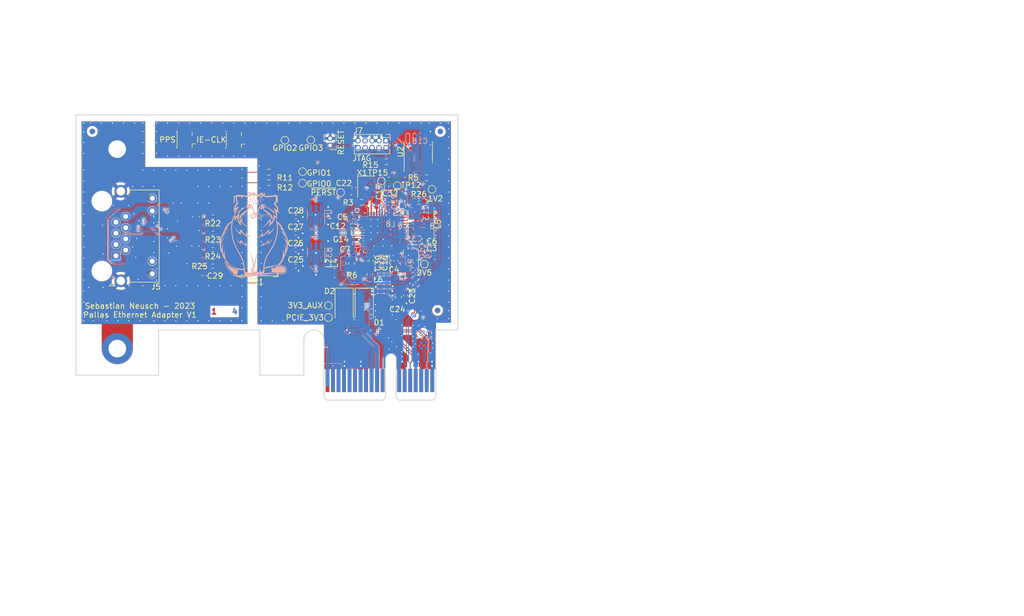
<source format=kicad_pcb>
(kicad_pcb (version 20211014) (generator pcbnew)
  (title_block (title "PCIexpress_x16_full") (company "Author: Luca Anastasio"))
  (layers (0 "F.Cu" power) (1 "In1.Cu" power) (2 "In2.Cu" power) (31 "B.Cu" power) (34 "B.Paste" user) (35 "F.Paste" user) (36 "B.SilkS" user "B.Silkscreen") (37 "F.SilkS" user "F.Silkscreen") (38 "B.Mask" user) (39 "F.Mask" user) (44 "Edge.Cuts" user))
  (net 0 "")
  (net 1 "GND")
  (net 2 "/PCIexpress_connector/~{PRSNT1}")
  (net 3 "+3V3")
  (net 4 "/LAN7430/VDD12_SW_FB")
  (net 5 "/LAN7430/VDD12CORE")
  (net 6 "/PCIexpress_connector/_PER0_P")
  (net 7 "/PCIexpress_connector/_PER0_N")
  (net 8 "/LAN7430/VPH")
  (net 9 "/LAN7430/AVDDH")
  (net 10 "/LAN7430/VPTX")
  (net 11 "/LAN7430/AVDDL")
  (net 12 "/LAN7430/VP")
  (net 13 "/LAN7430/AVDD12")
  (net 14 "/LAN7430/TEST")
  (net 15 "/LAN7430/VDD_2V5")
  (net 16 "/LAN7430/PCIE_VAUX_DET")
  (net 17 "/PCIexpress_connector/3V3")
  (net 18 "/LAN7430/PCIE_RX_P")
  (net 19 "/LAN7430/PCIE_RX_N")
  (net 20 "/LAN7430/PCIE_TX_P")
  (net 21 "/LAN7430/PCIE_TX_N")
  (net 22 "/LAN7430/PCIE_CLK_P")
  (net 23 "/LAN7430/PCIE_CLK_N")
  (net 24 "/LAN_JTAG_TMS")
  (net 25 "/LAN7430/VDD12_SW_OUT")
  (net 26 "/LAN_JTAG_TCK")
  (net 27 "/Ethernet/MDI_A_P")
  (net 28 "/Ethernet/MDI_A_N")
  (net 29 "/Ethernet/MDI_B_P")
  (net 30 "/Ethernet/MDI_C_P")
  (net 31 "/Ethernet/MDI_C_N")
  (net 32 "/Ethernet/MDI_B_N")
  (net 33 "/Ethernet/MDI_D_P")
  (net 34 "/Ethernet/MDI_D_N")
  (net 35 "/CASE")
  (net 36 "/RESET")
  (net 37 "/LAN_JTAG_TDI")
  (net 38 "/LAN_JTAG_TDO")
  (net 39 "/~{LED1}")
  (net 40 "/~{LED0}")
  (net 41 "/LAN7430/CS")
  (net 42 "/LAN7430/OSC_OUT")
  (net 43 "/LAN7430/ISET")
  (net 44 "/LAN7430/RESREF")
  (net 45 "/LAN7430/SDO")
  (net 46 "/LAN7430/TO_XO")
  (net 49 "/PCIexpress_connector/SMDAT")
  (net 50 "/PCIexpress_connector/~{TRST}")
  (net 51 "/PCIexpress_connector/SMCLK")
  (net 52 "/PCIexpress_connector/12V")
  (net 53 "/LAN7430/~{PCIE_CLKREQ}")
  (net 54 "/LAN7430/~{PCIE_PERST}")
  (net 55 "/LAN7430/~{PCIE_WAKE}")
  (net 56 "/Ethernet/TXRX_A_P")
  (net 57 "/Ethernet/TXRX_A_N")
  (net 58 "/Ethernet/TXRX_B_P")
  (net 59 "/Ethernet/TXRX_B_N")
  (net 60 "/Ethernet/TXRX_C_P")
  (net 61 "/Ethernet/TXRX_C_N")
  (net 62 "/Ethernet/TXRX_D_P")
  (net 63 "/Ethernet/TXRX_D_N")
  (net 67 "/Ethernet/TXRX_A_CT")
  (net 68 "/Ethernet/TXRX_B_CT")
  (net 69 "/Ethernet/TXRX_C_CT")
  (net 70 "/Ethernet/TXRX_D_CT")
  (net 71 "/Ethernet/BOB_SMITH")
  (net 72 "/Ethernet/MDI_A_CT")
  (net 73 "/Ethernet/MDI_B_CT")
  (net 74 "/Ethernet/MDI_C_CT")
  (net 75 "/Ethernet/MDI_D_CT")
  (net 76 "/PCIexpress_connector/TCK")
  (net 77 "/PCIexpress_connector/TDI")
  (net 78 "/PCIexpress_connector/TDO")
  (net 79 "/PCIexpress_connector/TMS")
  (footprint "PCIexpress:PCIexpress_bracket_low" (layer "F.Cu") (at 109.625 194.125)
    (fp_text reference "J1" hide)
    (fp_text value "PCIexpress_bracket")
  )
  (footprint "PCIexpress:PCIexpress_x1" (layer "F.Cu") (at 109.625 194.075)
    (fp_text reference "J2" hide)
    (fp_text value "PCIexpress_x1")
  )
  (footprint "TestPoint:TestPoint_Pad_D1.0mm" (layer "F.Cu") (at 110.29 176.940007)
    (fp_text reference "TP14" hide)
    (fp_text value "3V3_AUX")
  )
  (footprint "Fiducial:Fiducial_0.5mm_Mask1mm" (layer "F.Cu") (at 123.09 153.14)
    (fp_text reference "FID8" hide)
    (fp_text value "Fiducial")
  )
  (footprint "Connector_RJ:RJ45_Amphenol_RJHSE538X" (layer "F.Cu") (at 71.715 167.9 90)
    (fp_text reference "J5")
    (fp_text value "RJ45_LED_Shielded")
  )
  (footprint "Capacitor_SMD:C_0402_1005Metric" (layer "F.Cu") (at 114.9 155.53 -90)
    (fp_text reference "C22")
    (fp_text value "100nF")
  )
  (footprint "Fiducial:Fiducial_1mm_Mask2mm" (layer "F.Cu") (at 130.59 145.34)
    (fp_text reference "FID1" hide)
    (fp_text value "Fiducial" hide)
  )
  (footprint "Package_SO:SO-8_3.9x4.9mm_P1.27mm" (layer "F.Cu") (at 126.59 149.14 90)
    (fp_text reference "U2")
    (fp_text value "93AAxxA")
  )
  (footprint "Library:L_CY43-3.3UH" (layer "F.Cu") (at 127.1 161.975 90)
    (fp_text reference "L5")
    (fp_text value "3.3uH")
  )
  (footprint "Capacitor_SMD:C_0402_1005Metric" (layer "F.Cu") (at 119 158.65 90)
    (fp_text reference "C17")
    (fp_text value "100nF")
  )
  (footprint "Fiducial:Fiducial_0.5mm_Mask1mm" (layer "F.Cu") (at 115.49 159.64)
    (fp_text reference "FID7" hide)
    (fp_text value "Fiducial")
  )
  (footprint "Connector_PinHeader_1.27mm:PinHeader_1x02_P1.27mm_Vertical" (layer "F.Cu") (at 110.59 147.89 180)
    (fp_text reference "J6" hide)
    (fp_text value "RESET")
  )
  (footprint "Resistor_SMD:R_0402_1005Metric" (layer "F.Cu") (at 89.3006 166.8197 180)
    (fp_text reference "R24")
    (fp_text value "75")
  )
  (footprint "TestPoint:TestPoint_Pad_D1.0mm" (layer "F.Cu") (at 107.09 146.89)
    (fp_text reference "TP3" hide)
    (fp_text value "GPIO3")
  )
  (footprint "Resistor_SMD:R_0603_1608Metric" (layer "F.Cu") (at 99.49 154.64 180)
    (fp_text reference "R12")
    (fp_text value "330")
  )
  (footprint "Diode_SMD:D_SMA" (layer "F.Cu") (at 113.14 177.19 -90)
    (fp_text reference "D2")
    (fp_text value "SS14")
  )
  (footprint "Capacitor_SMD:C_0402_1005Metric" (layer "F.Cu") (at 117.05 168.85 -90)
    (fp_text reference "C30")
    (fp_text value "100nF")
  )
  (footprint "Fiducial:Fiducial_1mm_Mask2mm" (layer "F.Cu") (at 67.44 145.34)
    (fp_text reference "FID6" hide)
    (fp_text value "Fiducial")
  )
  (footprint "Resistor_SMD:R_0402_1005Metric" (layer "F.Cu") (at 89.2956 169.7897 180)
    (fp_text reference "R25")
    (fp_text value "75")
  )
  (footprint "Inductor_SMD:L_0603_1608Metric" (layer "F.Cu") (at 112.99 169.34 90)
    (fp_text reference "L2")
    (fp_text value "220R")
  )
  (footprint "TestPoint:TestPoint_Pad_D1.0mm" (layer "F.Cu") (at 127.689991 169.439996)
    (fp_text reference "TP1" hide)
    (fp_text value "2V5")
  )
  (footprint "Capacitor_SMD:C_0402_1005Metric" (layer "F.Cu") (at 127.22 166.235)
    (fp_text reference "C3")
    (fp_text value "4.7uF")
  )
  (footprint "Inductor_SMD:L_0603_1608Metric" (layer "F.Cu") (at 117.79 171.3 90)
    (fp_text reference "L6")
    (fp_text value "220R")
  )
  (footprint "TestPoint:TestPoint_Pad_D1.0mm" (layer "F.Cu") (at 102.39 146.94)
    (fp_text reference "TP4" hide)
    (fp_text value "GPIO2")
  )
  (footprint "Package_DFN_QFN:QFN-48-1EP_7x7mm_P0.5mm_EP5.3x5.3mm" (layer "F.Cu") (at 120.3 163.75)
    (fp_text reference "U1")
    (fp_text value "LAN7430")
  )
  (footprint "Resistor_SMD:R_0603_1608Metric" (layer "F.Cu") (at 123.69 158.04 90)
    (fp_text reference "R19" hide)
    (fp_text value "0")
  )
  (footprint "Capacitor_SMD:C_0402_1005Metric" (layer "F.Cu") (at 122.55 168.85 -90)
    (fp_text reference "C4")
    (fp_text value "100nF")
  )
  (footprint "Resistor_SMD:R_0402_1005Metric" (layer "F.Cu") (at 89.3106 160.8797 180)
    (fp_text reference "R22")
    (fp_text value "75")
  )
  (footprint "MountingHole:MountingHole_3.2mm_M3_DIN965_Pad" (layer "F.Cu") (at 71.94 148.54)
    (fp_text reference "H2" hide)
    (fp_text value "PCIE_Bracket_Hole")
  )
  (footprint "Inductor_SMD:L_0603_1608Metric" (layer "F.Cu") (at 123.85 169.4 90)
    (fp_text reference "L1")
    (fp_text value "220R")
  )
  (footprint "Resistor_SMD:R_0603_1608Metric" (layer "F.Cu") (at 120.79 150.84)
    (fp_text reference "R15")
    (fp_text value "0")
  )
  (footprint "Resistor_SMD:R_0603_1608Metric" (layer "F.Cu") (at 114.59 172.64)
    (fp_text reference "R6")
    (fp_text value "330")
  )
  (footprint "Library:OXETGLJANF-25MHZ_FPN" (layer "F.Cu") (at 117.2 155.4 -90)
    (fp_text reference "X1")
    (fp_text value "25 MHz ")
  )
  (footprint "TestPoint:TestPoint_Pad_D1.0mm" (layer "F.Cu") (at 119.89 154.34)
    (fp_text reference "TP15")
    (fp_text value "~{WAKE}")
  )
  (footprint "Transformer_SMD:Transformer_Ethernet_HALO_TG111-MSC13" (layer "F.Cu") (at 97.08 164.33 180)
    (fp_text reference "TR1")
    (fp_text value "MT24-S1T1")
  )
  (footprint "Capacitor_SMD:C_0402_1005Metric" (layer "F.Cu") (at 104.3306 163.8397)
    (fp_text reference "C27")
    (fp_text value "100nF")
  )
  (footprint "Connector_Coaxial:U.FL_Hirose_U.FL-R-SMT-1_Vertical" (layer "F.Cu") (at 93.59 146.89 180)
    (fp_text reference "J4" hide)
    (fp_text value "IE-CLK")
  )
  (footprint "TestPoint:TestPoint_Pad_D1.0mm" (layer "F.Cu") (at 110.29 179.140002)
    (fp_text reference "TP10" hide)
    (fp_text value "PCIE_3V3")
  )
  (footprint "Resistor_SMD:R_0603_1608Metric" (layer "F.Cu") (at 116.315 158.215)
    (fp_text reference "R3")
    (fp_text value "6.04k")
  )
  (footprint "TestPoint:TestPoint_Pad_D1.0mm" (layer "F.Cu") (at 129.089988 155.839998)
    (fp_text reference "TP2" hide)
    (fp_text value "1V2")
  )
  (footprint "TestPoint:TestPoint_Pad_D1.0mm" (layer "F.Cu") (at 122.790001 155.190012)
    (fp_text reference "TP12")
    (fp_text value "~{CLKREQ}" hide)
  )
  (footprint "Capacitor_SMD:C_0402_1005Metric" (layer "F.Cu") (at 104.3806 160.8897)
    (fp_text reference "C28")
    (fp_text value "100nF")
  )
  (footprint "Diode_SMD:D_SMA" (layer "F.Cu") (at 116.79 177.19 -90)
    (fp_text reference "D1")
    (fp_text value "SS14")
  )
  (footprint "Resistor_SMD:R_0603_1608Metric" (layer "F.Cu") (at 99.49 152.74 180)
    (fp_text reference "R11")
    (fp_text value "330")
  )
  (footprint "Resistor_SMD:R_0603_1608Metric" (layer "F.Cu") (at 128.09 153.74 180)
    (fp_text reference "R5")
    (fp_text value "1k")
  )
  (footprint "Connector_PinHeader_1.27mm:PinHeader_2x05_P1.27mm_Vertical" (layer "F.Cu") (at 120.739992 147.014997 -90)
    (fp_text reference "J7")
    (fp_text value "JTAG")
  )
  (footprint "Resistor_SMD:R_0402_1005Metric" (layer "F.Cu") (at 89.3156 163.8497 180)
    (fp_text reference "R23")
    (fp_text value "75")
  )
  (footprint "Capacitor_SMD:C_0603_1608Metric" (layer "F.Cu") (at 122.99 175.44 -90)
    (fp_text reference "C24")
    (fp_text value "10uF")
  )
  (footprint "MountingHole:MountingHole_3.2mm_M3_DIN965_Pad" (layer "F.Cu") (at 71.975 184.775)
    (fp_text reference "H1" hide)
    (fp_text value "PCIE_Bracket_Hole")
  )
  (footprint "Capacitor_SMD:C_0402_1005Metric" (layer "F.Cu") (at 104.33 166.81)
    (fp_text reference "C26")
    (fp_text value "100nF")
  )
  (footprint "Resistor_SMD:R_0603_1608Metric" (layer "F.Cu") (at 126.69 158.04 180)
    (fp_text reference "R26")
    (fp_text value "10k")
  )
  (footprint "Capacitor_SMD:C_0402_1005Metric" (layer "F.Cu") (at 114.79 165 180)
    (fp_text reference "C14")
    (fp_text value "100nF")
  )
  (footprint "Fiducial:Fiducial_1mm_Mask2mm" (layer "F.Cu") (at 130.09 177.84)
    (fp_text reference "FID5" hide)
    (fp_text value "Fiducial")
  )
  (footprint "TestPoint:TestPoint_Pad_D1.0mm" (layer "F.Cu") (at 105.59 152.64)
    (fp_text reference "TP5" hide)
    (fp_text value "GPIO1")
  )
  (footprint "TestPoint:TestPoint_Pad_D1.0mm" (layer "F.Cu") (at 112.49 156.44)
    (fp_text reference "TP13" hide)
    (fp_text value "~{PERST}")
  )
  (footprint "Capacitor_SMD:C_0402_1005Metric" (layer "F.Cu") (at 118.05 168.85 -90)
    (fp_text reference "C16")
    (fp_text value "100nF")
  )
  (footprint "Inductor_SMD:L_0603_1608Metric" (layer "F.Cu") (at 114.49 169.3 90)
    (fp_text reference "L4")
    (fp_text value "220R")
  )
  (footprint "Capacitor_SMD:C_0402_1005Metric" (layer "F.Cu") (at 121.54 158.14 90)
    (fp_text reference "C32")
    (fp_text value "100nF")
  )
  (footprint "Capacitor_SMD:C_0402_1005Metric" (layer "F.Cu") (at 115.2 166.75 180)
    (fp_text reference "C7")
    (fp_text value "100nF")
  )
  (footprint "Capacitor_SMD:C_0402_1005Metric" (layer "F.Cu") (at 104.3506 169.7897)
    (fp_text reference "C25")
    (fp_text value "100nF")
  )
  (footprint "Capacitor_SMD:C_0402_1005Metric" (layer "F.Cu") (at 114.69 160.84 180)
    (fp_text reference "C5")
    (fp_text value "100nF")
  )
  (footprint "Capacitor_SMD:C_0402_1005Metric" (layer "F.Cu") (at 114.34 162.5 180)
    (fp_text reference "C12")
    (fp_text value "100nF")
  )
  (footprint "Connector_Coaxial:U.FL_Hirose_U.FL-R-SMT-1_Vertical" (layer "F.Cu") (at 84.67 146.84 180)
    (fp_text reference "J3" hide)
    (fp_text value "PPS")
  )
  (footprint "Capacitor_SMD:C_0402_1005Metric" (layer "F.Cu") (at 87.79 171.54 -90)
    (fp_text reference "C29")
    (fp_text value "100nF")
  )
  (footprint "Capacitor_SMD:C_0402_1005Metric" (layer "F.Cu") (at 124.29 175.14 -90)
    (fp_text reference "C23")
    (fp_text value "100nF")
  )
  (footprint "Capacitor_SMD:C_0402_1005Metric" (layer "F.Cu") (at 127.24 165.225)
    (fp_text reference "C6")
    (fp_text value "100nF")
  )
  (footprint "TestPoint:TestPoint_Pad_D1.0mm" (layer "F.Cu") (at 105.59 154.74)
    (fp_text reference "TP6" hide)
    (fp_text value "GPIO0")
  )
  (footprint "Resistor_SMD:R_0603_1608Metric" (layer "B.Cu") (at 123.69 158.04 -90)
    (fp_text reference "R20")
    (fp_text value "0")
  )
  (footprint "Capacitor_SMD:C_0402_1005Metric" (layer "B.Cu") (at 125.7 163.55)
    (fp_text reference "C31")
    (fp_text value "100nF")
  )
  (footprint "Inductor_SMD:L_0603_1608Metric" (layer "B.Cu") (at 122.3 171.3 90)
    (fp_text reference "L3")
    (fp_text value "220R")
  )
  (footprint "Resistor_SMD:R_0603_1608Metric" (layer "B.Cu") (at 123.85 169.4 90)
    (fp_text reference "R4")
    (fp_text value "200")
  )
  (footprint "Fiducial:Fiducial_1mm_Mask2mm" (layer "B.Cu") (at 130.09 177.84 180)
    (fp_text reference "FID2" hide)
    (fp_text value "Fiducial")
  )
  (footprint "Inductor_SMD:L_0603_1608Metric" (layer "B.Cu") (at 119.8 156.85 180)
    (fp_text reference "L7")
    (fp_text value "220R")
  )
  (footprint "Package_TO_SOT_SMD:SOT-23-6" (layer "B.Cu") (at 108.0406 167.3197 90)
    (fp_text reference "U3")
    (fp_text value "SRV05-4")
  )
  (footprint "Capacitor_SMD:C_0402_1005Metric" (layer "B.Cu") (at 125.7 162.5)
    (fp_text reference "C9")
    (fp_text value "100nF")
  )
  (footprint "Capacitor_SMD:C_0402_1005Metric" (layer "B.Cu") (at 127.13 184.24 -90)
    (fp_text reference "C1")
    (fp_text value "100n")
  )
  (footprint "Capacitor_SMD:C_0402_1005Metric" (layer "B.Cu") (at 126.15 166.7 -90)
    (fp_text reference "C19")
    (fp_text value "100nF")
  )
  (footprint "Inductor_SMD:L_0603_1608Metric" (layer "B.Cu") (at 121.55 163.6 180)
    (fp_text reference "L8")
    (fp_text value "220R")
  )
  (footprint "Capacitor_SMD:C_0603_1608Metric" (layer "B.Cu") (at 126.45 160 90)
    (fp_text reference "C13")
    (fp_text value "10uF")
  )
  (footprint "Fiducial:Fiducial_1mm_Mask2mm" (layer "B.Cu") (at 67.44 145.34 180)
    (fp_text reference "FID3" hide)
    (fp_text value "Fiducial")
  )
  (footprint "Capacitor_SMD:C_0402_1005Metric" (layer "B.Cu") (at 125.05 166.7 -90)
    (fp_text reference "C10")
    (fp_text value "1uF")
  )
  (footprint "Package_TO_SOT_SMD:SOT-23-6" (layer "B.Cu") (at 108.0306 160.4397 90)
    (fp_text reference "U4")
    (fp_text value "SRV05-4")
  )
  (footprint "Capacitor_SMD:C_0402_1005Metric" (layer "B.Cu") (at 125.2 160.55 90)
    (fp_text reference "C15")
    (fp_text value "100nF")
  )
  (footprint "Capacitor_SMD:C_0402_1005Metric" (layer "B.Cu") (at 128.12 184.24 90)
    (fp_text reference "C2")
    (fp_text value "100n")
  )
  (footprint "Capacitor_SMD:C_0402_1005Metric" (layer "B.Cu") (at 126.89 145.94)
    (fp_text reference "C18")
    (fp_text value "100nF")
  )
  (footprint "Capacitor_SMD:C_0402_1005Metric" (layer "B.Cu") (at 127.65 162.5)
    (fp_text reference "C8")
    (fp_text value "4.7uF")
  )
  (footprint "Capacitor_SMD:C_0402_1005Metric" (layer "B.Cu") (at 121.05 169.04 -90)
    (fp_text reference "C11")
    (fp_text value "100nF")
  )
  (footprint "Fiducial:Fiducial_1mm_Mask2mm" (layer "B.Cu") (at 130.59 145.34 180)
    (fp_text reference "FID4" hide)
    (fp_text value "Fiducial" hide)
  )
  (gr_poly (pts (xy 98.01391 160.808842) (xy 98.011733 160.820606) (xy 98.009237 160.832279) (xy 98.006417 160.843848) (xy 98.003273 160.855299) (xy 97.999801 160.866622) (xy 97.99707 160.874656) (xy 97.969828 160.880941) (xy 97.852888 160.915814) (xy 97.848828 160.916746) (xy 97.844914 160.917286) (xy 97.841153 160.917455) (xy 97.837553 160.917273) (xy 97.83412 160.916761) (xy 97.830864 160.915938) (xy 97.82779 160.914827) (xy 97.824906 160.913446) (xy 97.82222 160.911816) (xy 97.819738 160.909959) (xy 97.817468 160.907894) (xy 97.815418 160.905641) (xy 97.813595 160.903222) (xy 97.812005 160.900657) (xy 97.810657 160.897965) (xy 97.809558 160.895168) (xy 97.808715 160.892287) (xy 97.808136 160.88934) (xy 97.807827 160.88635) (xy 97.807796 160.883336) (xy 97.808051 160.880319) (xy 97.808599 160.877319) (xy 97.809446 160.874357) (xy 97.810602 160.871453) (xy 97.812072 160.868628) (xy 97.813864 160.865902) (xy 97.815986 160.863296) (xy 97.818444 160.860829) (xy 97.821247 160.858523) (xy 97.824401 160.856398) (xy 97.827914 160.854474) (xy 97.831793 160.852772) (xy 97.957645 160.817603) (xy 98.014417 160.805609)) (layer "B.SilkS") (width 0) (fill solid))
  (gr_poly (pts (xy 98.099197 160.48283) (xy 98.108367 160.503181) (xy 98.116716 160.524059) (xy 98.124235 160.545414) (xy 98.130915 160.567197) (xy 98.134914 160.582019) (xy 98.135712 160.585327) (xy 98.051726 160.598739) (xy 98.004268 160.609304) (xy 98.002749 160.603676) (xy 97.997481 160.586498) (xy 97.991563 160.569739) (xy 97.985008 160.553448) (xy 97.977823 160.537673) (xy 97.970018 160.522464) (xy 97.962463 160.509361) (xy 98.024699 160.493942) (xy 98.098521 160.48149)) (layer "B.SilkS") (width 0) (fill solid))
  (gr_poly (pts (xy 96.756802 158.303944) (xy 96.770024 158.307106) (xy 96.781774 158.312056) (xy 96.792096 158.318644) (xy 96.801033 158.326722) (xy 96.80863 158.33614) (xy 96.814931 158.34675) (xy 96.819978 158.358403) (xy 96.823817 158.370951) (xy 96.826491 158.384244) (xy 96.828045 158.398133) (xy 96.828521 158.412469) (xy 96.827964 158.427105) (xy 96.826418 158.44189) (xy 96.823926 158.456676) (xy 96.820533 158.471315) (xy 96.816283 158.485657) (xy 96.811218 158.499553) (xy 96.805385 158.512854) (xy 96.798825 158.525413) (xy 96.791584 158.537079) (xy 96.783704 158.547704) (xy 96.775231 158.55714) (xy 96.766207 158.565236) (xy 96.756677 158.571845) (xy 96.746685 158.576818) (xy 96.736274 158.580005) (xy 96.725488 158.581258) (xy 96.714372 158.580428) (xy 96.70297 158.577366) (xy 96.691324 158.571923) (xy 96.67948 158.563951) (xy 96.668735 158.555196) (xy 96.658742 158.546262) (xy 96.649509 158.537171) (xy 96.641042 158.527945) (xy 96.633348 158.518606) (xy 96.626433 158.509174) (xy 96.620304 158.499673) (xy 96.614968 158.490122) (xy 96.610431 158.480545) (xy 96.606701 158.470963) (xy 96.603783 158.461398) (xy 96.601684 158.45187) (xy 96.600412 158.442402) (xy 96.599972 158.433016) (xy 96.600372 158.423733) (xy 96.601617 158.414575) (xy 96.603716 158.405564) (xy 96.606674 158.39672) (xy 96.610498 158.388067) (xy 96.615195 158.379625) (xy 96.620771 158.371417) (xy 96.627233 158.363463) (xy 96.634589 158.355786) (xy 96.642843 158.348407) (xy 96.652004 158.341349) (xy 96.662078 158.334632) (xy 96.673071 158.328278) (xy 96.684991 158.322309) (xy 96.697843 158.316747) (xy 96.711635 158.311614) (xy 96.726373 158.30693) (xy 96.742064 158.302718)) (layer "B.SilkS") (width 0) (fill solid))
  (gr_poly (pts (xy 99.800724 161.166158) (xy 99.848553 161.204387) (xy 99.775478 161.147872)) (layer "B.SilkS") (width 0) (fill solid))
  (gr_poly (pts (xy 98.333662 158.670621) (xy 98.348432 158.671744) (xy 98.362988 158.673594) (xy 98.37731 158.676152) (xy 98.391382 158.679399) (xy 98.405184 158.683318) (xy 98.418698 158.687891) (xy 98.431906 158.693099) (xy 98.44479 158.698923) (xy 98.457332 158.705346) (xy 98.469512 158.712349) (xy 98.481314 158.719915) (xy 98.492718 158.728024) (xy 98.503706 158.736658) (xy 98.51426 158.7458) (xy 98.524362 158.755431) (xy 98.533994 158.765532) (xy 98.543136 158.776086) (xy 98.551772 158.787073) (xy 98.559882 158.798477) (xy 98.567448 158.810279) (xy 98.574452 158.822459) (xy 98.580876 158.835001) (xy 98.586702 158.847885) (xy 98.59191 158.861094) (xy 98.596484 158.87461) (xy 98.600404 158.888413) (xy 98.603652 158.902486) (xy 98.60621 158.91681) (xy 98.60806 158.931368) (xy 98.609184 158.946141) (xy 98.609562 158.96111) (xy 98.609184 158.976076) (xy 98.60806 158.990846) (xy 98.60621 159.005401) (xy 98.603652 159.019723) (xy 98.600404 159.033795) (xy 98.596484 159.047597) (xy 98.59191 159.061111) (xy 98.586702 159.074319) (xy 98.580876 159.087203) (xy 98.574452 159.099745) (xy 98.567448 159.111925) (xy 98.559881 159.123727) (xy 98.551771 159.135131) (xy 98.543136 159.146119) (xy 98.533993 159.156673) (xy 98.524362 159.166775) (xy 98.51426 159.176407) (xy 98.503705 159.185549) (xy 98.492717 159.194185) (xy 98.481313 159.202295) (xy 98.469512 159.209861) (xy 98.457331 159.216866) (xy 98.44479 159.22329) (xy 98.431906 159.229115) (xy 98.418697 159.234324) (xy 98.405183 159.238897) (xy 98.397201 159.241164) (xy 98.375607 159.243754) (xy 98.342182 159.245583) (xy 98.308134 159.245399) (xy 98.273528 159.243283) (xy 98.238429 159.239317) (xy 98.228907 159.23778) (xy 98.218695 159.234324) (xy 98.205487 159.229115) (xy 98.192603 159.223289) (xy 98.180061 159.216865) (xy 98.167881 159.209861) (xy 98.156079 159.202295) (xy 98.144675 159.194184) (xy 98.133687 159.185549) (xy 98.123133 159.176406) (xy 98.113031 159.166775) (xy 98.103399 159.156673) (xy 98.094257 159.146118) (xy 98.085621 159.13513) (xy 98.077511 159.123726) (xy 98.069945 159.111924) (xy 98.06294 159.099744) (xy 98.056516 159.087202) (xy 98.050691 159.074319) (xy 98.045482 159.06111) (xy 98.040909 159.047596) (xy 98.036989 159.033794) (xy 98.03374 159.019723) (xy 98.031182 159.005401) (xy 98.029332 158.990845) (xy 98.028209 158.976076) (xy 98.02783 158.96111) (xy 98.028209 158.946141) (xy 98.029332 158.931368) (xy 98.031182 158.91681) (xy 98.03374 158.902486) (xy 98.036989 158.888413) (xy 98.040909 158.87461) (xy 98.045482 158.861094) (xy 98.050691 158.847885) (xy 98.056516 158.835001) (xy 98.062941 158.822459) (xy 98.069945 158.810279) (xy 98.077511 158.798477) (xy 98.085621 158.787073) (xy 98.094257 158.776086) (xy 98.1034 158.765532) (xy 98.113031 158.755431) (xy 98.123133 158.7458) (xy 98.133688 158.736658) (xy 98.144676 158.728024) (xy 98.15608 158.719915) (xy 98.167881 158.712349) (xy 98.180062 158.705346) (xy 98.192603 158.698923) (xy 98.205487 158.693099) (xy 98.218696 158.687891) (xy 98.23221 158.683318) (xy 98.246012 158.679399) (xy 98.260083 158.676152) (xy 98.274405 158.673594) (xy 98.288961 158.671744) (xy 98.30373 158.670621) (xy 98.318696 158.670243)) (layer "B.SilkS") (width 0) (fill solid))
  (gr_poly (pts (xy 94.514483 161.204387) (xy 94.562312 161.166158) (xy 94.58756 161.14787)) (layer "B.SilkS") (width 0) (fill solid))
  (gr_poly (pts (xy 100.445186 162.61435) (xy 100.430455 162.683973) (xy 100.414156 162.751487) (xy 100.396311 162.816969) (xy 100.376943 162.880497) (xy 100.356074 162.942148) (xy 100.333726 163.002001) (xy 100.309921 163.060131) (xy 100.284682 163.116618) (xy 100.258029 163.171537) (xy 100.200576 163.276987) (xy 100.137737 163.377101) (xy 100.069691 163.472498) (xy 99.996615 163.563799) (xy 99.918685 163.651624) (xy 99.836079 163.736594) (xy 99.748975 163.819327) (xy 99.657548 163.900445) (xy 99.561977 163.980568) (xy 99.462438 164.060315) (xy 99.359109 164.140307) (xy 99.372853 163.988205) (xy 99.377695 163.917622) (xy 99.380607 163.84845) (xy 99.381155 163.779011) (xy 99.378908 163.70763) (xy 99.3766 163.670687) (xy 99.373432 163.632629) (xy 99.369348 163.593248) (xy 99.364294 163.552334) (xy 99.201239 163.723789) (xy 99.123871 163.801948) (xy 99.048277 163.87549) (xy 98.973706 163.944738) (xy 98.89941 164.010012) (xy 98.824638 164.071636) (xy 98.748641 164.129931) (xy 98.670669 164.18522) (xy 98.589972 164.237824) (xy 98.505801 164.288065) (xy 98.417406 164.336265) (xy 98.324038 164.382747) (xy 98.224946 164.427832) (xy 98.119382 164.471842) (xy 98.006594 164.515099) (xy 98.025729 164.47177) (xy 98.043817 164.432201) (xy 98.077336 164.358986) (xy 98.093008 164.322665) (xy 98.108115 164.284752) (xy 98.115496 164.264781) (xy 98.12278 164.243909) (xy 98.129984 164.221971) (xy 98.137123 164.198798) (xy 98.059066 164.275287) (xy 98.019937 164.310964) (xy 97.979994 164.345209) (xy 97.938677 164.37823) (xy 97.895424 164.410235) (xy 97.849676 164.441433) (xy 97.800872 164.472034) (xy 97.748451 164.502245) (xy 97.691854 164.532275) (xy 97.630519 164.562333) (xy 97.563886 164.592628) (xy 97.491394 164.623368) (xy 97.412484 164.654762) (xy 97.326594 164.687019) (xy 97.233165 164.720347) (xy 97.233165 164.720344) (xy 97.278741 164.700392) (xy 97.32419 164.678594) (xy 97.414507 164.629858) (xy 97.503715 164.574943) (xy 97.591418 164.514656) (xy 97.677217 164.449804) (xy 97.760714 164.381192) (xy 97.841511 164.309629) (xy 97.919211 164.235921) (xy 97.993415 164.160875) (xy 98.063725 164.085297) (xy 98.129743 164.009995) (xy 98.191072 163.935775) (xy 98.247312 163.863444) (xy 98.298067 163.793809) (xy 98.342938 163.727677) (xy 98.381527 163.665854) (xy 98.383782 163.734969) (xy 98.384682 163.798102) (xy 98.383958 163.857336) (xy 98.381345 163.914758) (xy 98.376573 163.972451) (xy 98.369377 164.032499) (xy 98.359487 164.096987) (xy 98.346637 164.168) (xy 98.426625 164.121688) (xy 98.505261 164.071297) (xy 98.582563 164.017202) (xy 98.658551 163.95978) (xy 98.733245 163.899407) (xy 98.806665 163.836459) (xy 98.87883 163.771314) (xy 98.949759 163.704348) (xy 99.019472 163.635937) (xy 99.087989 163.566457) (xy 99.221513 163.425798) (xy 99.475067 163.148224) (xy 99.486354 163.181176) (xy 99.496771 163.214653) (xy 99.506357 163.248619) (xy 99.515149 163.283037) (xy 99.5305 163.35308) (xy 99.543126 163.424485) (xy 99.553328 163.496955) (xy 99.561406 163.570192) (xy 99.567662 163.643901) (xy 99.572396 163.717785) (xy 99.629281 163.685112) (xy 99.691567 163.640191) (xy 99.758053 163.58448) (xy 99.82754 163.519439) (xy 99.898826 163.446528) (xy 99.970711 163.367207) (xy 100.041993 163.282934) (xy 100.111473 163.195171) (xy 100.177949 163.105376) (xy 100.240222 163.015009) (xy 100.297089 162.92553) (xy 100.347351 162.838399) (xy 100.389806 162.755074) (xy 100.423255 162.677016) (xy 100.446495 162.605685) (xy 100.447924 162.59939)) (layer "B.SilkS") (width 0) (fill solid))
  (gr_poly (pts (xy 98.70178 160.385078) (xy 98.879934 160.396183) (xy 99.057996 160.416409) (xy 99.234296 160.445688) (xy 99.407161 160.483956) (xy 99.574921 160.531146) (xy 99.735906 160.587193) (xy 99.888443 160.652031) (xy 100.030861 160.725595) (xy 100.16149 160.807817) (xy 100.205553 160.84197) (xy 100.173088 160.819056) (xy 100.049841 160.746549) (xy 99.911206 160.681295) (xy 99.759469 160.623474) (xy 99.596918 160.573267) (xy 99.42584 160.530856) (xy 99.248522 160.496422) (xy 99.067252 160.470145) (xy 98.884315 160.452207) (xy 98.702 160.44279) (xy 98.522594 160.442073) (xy 98.348384 160.450239) (xy 98.181656 160.467468) (xy 98.098521 160.48149) (xy 98.089216 160.463055) (xy 98.078432 160.443907) (xy 98.067121 160.425859) (xy 98.18348 160.407139) (xy 98.351882 160.39049) (xy 98.525206 160.383158)) (layer "B.SilkS") (width 0) (fill solid))
  (gr_poly (pts (xy 93.2977 162.602496) (xy 93.321016 162.674047) (xy 93.354572 162.752347) (xy 93.397162 162.83593) (xy 93.447584 162.923334) (xy 93.504631 163.013092) (xy 93.5671 163.103741) (xy 93.633787 163.193816) (xy 93.703485 163.281853) (xy 93.774992 163.366387) (xy 93.847102 163.445955) (xy 93.918611 163.519091) (xy 93.988315 163.584332) (xy 94.055008 163.640212) (xy 94.117487 163.685268) (xy 94.174546 163.718035) (xy 94.179297 163.643927) (xy 94.185573 163.569993) (xy 94.193678 163.496532) (xy 94.203915 163.42384) (xy 94.216586 163.352215) (xy 94.231994 163.281953) (xy 94.240819 163.247427) (xy 94.250441 163.213353) (xy 94.260899 163.179768) (xy 94.27223 163.146711) (xy 94.526573 163.425158) (xy 94.660509 163.56626) (xy 94.729237 163.635958) (xy 94.799166 163.704585) (xy 94.870313 163.771762) (xy 94.9427 163.837112) (xy 95.016346 163.900257) (xy 95.091271 163.96082) (xy 95.167494 164.018423) (xy 95.245036 164.072689) (xy 95.323916 164.123238) (xy 95.404153 164.169695) (xy 95.391266 164.098457) (xy 95.381347 164.033763) (xy 95.374128 163.973523) (xy 95.369343 163.915647) (xy 95.366724 163.858043) (xy 95.366004 163.798622) (xy 95.366916 163.735292) (xy 95.369193 163.665963) (xy 95.407898 163.727978) (xy 95.452906 163.794316) (xy 95.503816 163.864168) (xy 95.56023 163.936724) (xy 95.621747 164.011176) (xy 95.68797 164.086713) (xy 95.758498 164.162526) (xy 95.832933 164.237807) (xy 95.910875 164.311746) (xy 95.991924 164.383534) (xy 96.075681 164.452362) (xy 96.161748 164.517419) (xy 96.249725 164.577898) (xy 96.339211 164.632988) (xy 96.429809 164.681881) (xy 96.4754 164.703751) (xy 96.521119 164.723768) (xy 96.427398 164.690336) (xy 96.34124 164.65798) (xy 96.262083 164.626488) (xy 96.189366 164.595653) (xy 96.122525 164.565263) (xy 96.060999 164.535111) (xy 96.004226 164.504987) (xy 95.951642 164.474681) (xy 95.902686 164.443984) (xy 95.856796 164.412686) (xy 95.813409 164.380578) (xy 95.771962 164.347452) (xy 95.731894 164.313096) (xy 95.692642 164.277302) (xy 95.614338 164.200564) (xy 95.621503 164.223813) (xy 95.628734 164.245822) (xy 95.636044 164.266761) (xy 95.643451 164.286796) (xy 95.658612 164.324826) (xy 95.674337 164.361257) (xy 95.707961 164.434694) (xy 95.726102 164.474385) (xy 95.745289 164.51785) (xy 95.632144 164.47446) (xy 95.526245 164.430314) (xy 95.42684 164.38509) (xy 95.333176 164.338465) (xy 95.244502 164.290115) (xy 95.160066 164.239718) (xy 95.079115 164.18695) (xy 95.000898 164.131489) (xy 94.924662 164.073012) (xy 94.849655 164.011196) (xy 94.775126 163.945717) (xy 94.700322 163.876254) (xy 94.624492 163.802482) (xy 94.546883 163.724079) (xy 94.38332 163.552088) (xy 94.378249 163.593126) (xy 94.37415 163.632628) (xy 94.370969 163.670802) (xy 94.368653 163.707859) (xy 94.366397 163.779464) (xy 94.366947 163.849122) (xy 94.369871 163.918514) (xy 94.374733 163.98932) (xy 94.388541 164.141897) (xy 94.284881 164.061654) (xy 94.185024 163.981657) (xy 94.089148 163.901284) (xy 93.99743 163.819912) (xy 93.910049 163.736919) (xy 93.827181 163.651684) (xy 93.749004 163.563584) (xy 93.675697 163.471998) (xy 93.607436 163.376303) (xy 93.544399 163.275878) (xy 93.486763 163.170101) (xy 93.460027 163.11501) (xy 93.434707 163.058349) (xy 93.410827 163.000038) (xy 93.388408 162.94) (xy 93.367473 162.878158) (xy 93.348044 162.814434) (xy 93.330142 162.748749) (xy 93.313791 162.681026) (xy 93.299013 162.611188) (xy 93.296261 162.596153)) (layer "B.SilkS") (width 0) (fill solid))
  (gr_poly (pts (xy 97.980488 162.852705) (xy 97.980487 162.852705) (xy 97.980491 162.852704)) (layer "B.SilkS") (width 0) (fill solid))
  (gr_poly (pts (xy 97.179464 158.291351) (xy 97.192687 158.294513) (xy 97.204437 158.299463) (xy 97.214759 158.306051) (xy 97.223696 158.314129) (xy 97.231294 158.323547) (xy 97.237594 158.334157) (xy 97.242642 158.34581) (xy 97.246481 158.358358) (xy 97.249155 158.37165) (xy 97.250708 158.38554) (xy 97.251185 158.399876) (xy 97.250628 158.414512) (xy 97.249082 158.429297) (xy 97.24659 158.444083) (xy 97.243197 158.458722) (xy 97.238947 158.473063) (xy 97.233883 158.486959) (xy 97.228049 158.500261) (xy 97.221489 158.512819) (xy 97.214248 158.524486) (xy 97.206368 158.535111) (xy 97.197895 158.544546) (xy 97.188871 158.552642) (xy 97.179341 158.559251) (xy 97.169348 158.564224) (xy 97.158937 158.567411) (xy 97.148152 158.568664) (xy 97.137035 158.567834) (xy 97.125633 158.564772) (xy 97.113987 158.559329) (xy 97.102142 158.551356) (xy 97.091397 158.542604) (xy 97.081405 158.533673) (xy 97.072172 158.524585) (xy 97.063705 158.515361) (xy 97.056011 158.506024) (xy 97.049096 158.496594) (xy 97.042967 158.487093) (xy 97.037631 158.477544) (xy 97.033094 158.467967) (xy 97.029363 158.458385) (xy 97.026445 158.44882) (xy 97.024347 158.439292) (xy 97.023074 158.429824) (xy 97.022635 158.420437) (xy 97.023034 158.411154) (xy 97.02428 158.401995) (xy 97.026379 158.392983) (xy 97.029337 158.384138) (xy 97.033161 158.375484) (xy 97.037858 158.367041) (xy 97.043434 158.358831) (xy 97.049896 158.350877) (xy 97.057252 158.343199) (xy 97.065506 158.335819) (xy 97.074667 158.328759) (xy 97.084741 158.322041) (xy 97.095734 158.315687) (xy 97.107653 158.309717) (xy 97.120506 158.304155) (xy 97.134297 158.299021) (xy 97.149035 158.294337) (xy 97.164726 158.290125)) (layer "B.SilkS") (width 0) (fill solid))
  (gr_poly (pts (xy 97.974519 157.90252) (xy 97.987742 157.905682) (xy 97.999492 157.910632) (xy 98.009814 157.91722) (xy 98.018752 157.925297) (xy 98.026349 157.934716) (xy 98.032649 157.945326) (xy 98.037697 157.956979) (xy 98.041536 157.969526) (xy 98.04421 157.982819) (xy 98.045764 157.996708) (xy 98.04624 158.011045) (xy 98.045683 158.02568) (xy 98.044137 158.040466) (xy 98.041645 158.055252) (xy 98.038252 158.06989) (xy 98.034002 158.084232) (xy 98.028938 158.098128) (xy 98.023104 158.11143) (xy 98.016545 158.123988) (xy 98.009303 158.135655) (xy 98.001424 158.14628) (xy 97.99295 158.155715) (xy 97.983926 158.163812) (xy 97.974396 158.170421) (xy 97.964404 158.175393) (xy 97.953993 158.17858) (xy 97.943207 158.179833) (xy 97.932091 158.179003) (xy 97.920688 158.175941) (xy 97.909043 158.170499) (xy 97.897198 158.162526) (xy 97.886453 158.153771) (xy 97.876461 158.144838) (xy 97.867228 158.135748) (xy 97.85876 158.126522) (xy 97.851066 158.117184) (xy 97.844151 158.107753) (xy 97.838022 158.098252) (xy 97.832686 158.088703) (xy 97.828149 158.079127) (xy 97.824419 158.069546) (xy 97.821501 158.059981) (xy 97.819402 158.050455) (xy 97.818129 158.040988) (xy 97.81769 158.031603) (xy 97.818089 158.022321) (xy 97.819335 158.013164) (xy 97.821434 158.004153) (xy 97.824391 157.99531) (xy 97.828216 157.986657) (xy 97.832912 157.978216) (xy 97.838489 157.970008) (xy 97.844951 157.962054) (xy 97.852306 157.954377) (xy 97.860561 157.946998) (xy 97.869722 157.939938) (xy 97.879796 157.93322) (xy 97.890789 157.926865) (xy 97.902708 157.920895) (xy 97.91556 157.915331) (xy 97.929352 157.910195) (xy 97.94409 157.905509) (xy 97.959781 157.901294)) (layer "B.SilkS") (width 0) (fill solid))
  (gr_poly (pts (xy 91.688892 168.995518) (xy 91.73696 169.051583) (xy 91.75103 169.065743) (xy 91.785115 169.210388) (xy 91.793884 169.241376) (xy 91.777562 169.221796) (xy 91.697947 169.115583) (xy 91.665205 169.06666) (xy 91.64767 168.940803)) (layer "B.SilkS") (width 0) (fill solid))
  (gr_poly (pts (xy 96.533421 157.868997) (xy 96.548159 157.873683) (xy 96.561951 157.878819) (xy 96.574804 157.884384) (xy 96.586724 157.890355) (xy 96.597719 157.896711) (xy 96.607793 157.90343) (xy 96.616955 157.91049) (xy 96.625211 157.91787) (xy 96.632568 157.925549) (xy 96.639032 157.933503) (xy 96.64461 157.941713) (xy 96.649308 157.950155) (xy 96.653134 157.958809) (xy 96.656093 157.967653) (xy 96.658194 157.976664) (xy 96.659441 157.985822) (xy 96.659842 157.995105) (xy 96.659404 158.00449) (xy 96.658133 158.013957) (xy 96.656036 158.023484) (xy 96.65312 158.033048) (xy 96.64939 158.042629) (xy 96.644855 158.052205) (xy 96.63952 158.061753) (xy 96.633392 158.071253) (xy 96.626478 158.080682) (xy 96.618785 158.090019) (xy 96.610319 158.099242) (xy 96.601086 158.10833) (xy 96.591094 158.11726) (xy 96.580349 158.126012) (xy 96.568505 158.133985) (xy 96.556859 158.139428) (xy 96.545456 158.142491) (xy 96.53434 158.143321) (xy 96.523555 158.142069) (xy 96.513144 158.138883) (xy 96.503151 158.133912) (xy 96.493621 158.127304) (xy 96.484597 158.119209) (xy 96.476123 158.109774) (xy 96.468243 158.099151) (xy 96.461001 158.087486) (xy 96.454441 158.074928) (xy 96.448607 158.061628) (xy 96.443542 158.047733) (xy 96.439291 158.033392) (xy 96.435897 158.018754) (xy 96.433405 158.003969) (xy 96.431857 157.989184) (xy 96.431299 157.974549) (xy 96.431774 157.960212) (xy 96.433326 157.946323) (xy 96.435998 157.93303) (xy 96.439836 157.920482) (xy 96.444881 157.908828) (xy 96.45118 157.898217) (xy 96.458774 157.888797) (xy 96.467709 157.880718) (xy 96.478029 157.874128) (xy 96.489776 157.869176) (xy 96.502995 157.866011) (xy 96.51773 157.864782)) (layer "B.SilkS") (width 0) (fill solid))
  (gr_poly (pts (xy 96.188684 157.506902) (xy 96.203419 157.511585) (xy 96.217208 157.516719) (xy 96.230058 157.522281) (xy 96.241976 157.52825) (xy 96.252967 157.534603) (xy 96.26304 157.54132) (xy 96.2722 157.548379) (xy 96.280454 157.555757) (xy 96.287809 157.563434) (xy 96.294271 157.571387) (xy 96.299848 157.579595) (xy 96.304545 157.588037) (xy 96.30837 157.59669) (xy 96.311328 157.605532) (xy 96.313427 157.614543) (xy 96.314674 157.6237) (xy 96.315075 157.632982) (xy 96.314636 157.642367) (xy 96.313364 157.651834) (xy 96.311267 157.66136) (xy 96.30835 157.670924) (xy 96.30462 157.680505) (xy 96.300085 157.69008) (xy 96.29475 157.699628) (xy 96.288622 157.709127) (xy 96.281708 157.718556) (xy 96.274014 157.727893) (xy 96.265548 157.737117) (xy 96.256315 157.746204) (xy 96.246323 157.755135) (xy 96.235579 157.763887) (xy 96.223734 157.771859) (xy 96.212088 157.777302) (xy 96.200686 157.780365) (xy 96.18957 157.781196) (xy 96.178784 157.779944) (xy 96.168374 157.776757) (xy 96.158381 157.771786) (xy 96.148851 157.765178) (xy 96.139828 157.757083) (xy 96.131354 157.747649) (xy 96.123475 157.737025) (xy 96.116233 157.725361) (xy 96.109674 157.712804) (xy 96.10384 157.699504) (xy 96.098776 157.685609) (xy 96.094525 157.671269) (xy 96.091132 157.656632) (xy 96.088641 157.641848) (xy 96.087095 157.627064) (xy 96.086538 157.61243) (xy 96.087014 157.598095) (xy 96.088567 157.584207) (xy 96.091241 157.570916) (xy 96.09508 157.55837) (xy 96.100128 157.546717) (xy 96.106429 157.536108) (xy 96.114026 157.526691) (xy 96.122963 157.518614) (xy 96.133285 157.512027) (xy 96.145035 157.507078) (xy 96.158258 157.503916) (xy 96.172996 157.50269)) (layer "B.SilkS") (width 0) (fill solid))
  (gr_poly (pts (xy 100.169976 164.630277) (xy 100.158079 164.686503) (xy 100.144916 164.741026) (xy 100.130505 164.793908) (xy 100.114863 164.845211) (xy 100.09801 164.894999) (xy 100.079961 164.943334) (xy 100.060736 164.990278) (xy 100.040353 165.035894) (xy 100.018828 165.080245) (xy 99.972428 165.165402) (xy 99.92168 165.246249) (xy 99.866725 165.323286) (xy 99.807708 165.397016) (xy 99.744772 165.467939) (xy 99.678059 165.536555) (xy 99.607713 165.603365) (xy 99.533877 165.668871) (xy 99.456694 165.733573) (xy 99.376307 165.797972) (xy 99.292859 165.862569) (xy 99.299362 165.763617) (xy 99.301865 165.707254) (xy 99.303541 165.647341) (xy 99.304144 165.584655) (xy 99.303428 165.519978) (xy 99.301147 165.454088) (xy 99.297055 165.387766) (xy 99.23805 165.454326) (xy 99.179586 165.517874) (xy 99.121275 165.578542) (xy 99.062729 165.636462) (xy 99.003561 165.691765) (xy 98.943382 165.744585) (xy 98.881804 165.795054) (xy 98.818439 165.843303) (xy 98.752898 165.889465) (xy 98.684795 165.933671) (xy 98.613741 165.976055) (xy 98.539348 166.016747) (xy 98.461227 166.055881) (xy 98.378991 166.093588) (xy 98.292252 166.130001) (xy 98.200622 166.165252) (xy 98.216058 166.130261) (xy 98.230655 166.098306) (xy 98.257719 166.039183) (xy 98.270379 166.009851) (xy 98.282587 165.979232) (xy 98.288552 165.963102) (xy 98.29444 165.946245) (xy 98.300263 165.928525) (xy 98.306033 165.909807) (xy 98.242998 165.971582) (xy 98.211398 166.000397) (xy 98.17914 166.028054) (xy 98.145772 166.054723) (xy 98.11084 166.080571) (xy 98.073893 166.105768) (xy 98.034478 166.130482) (xy 97.992142 166.154881) (xy 97.946432 166.179135) (xy 97.896897 166.20341) (xy 97.843083 166.227877) (xy 97.784539 166.252703) (xy 97.720811 166.278057) (xy 97.651447 166.304108) (xy 97.576003 166.33102) (xy 97.612804 166.314911) (xy 97.649509 166.297307) (xy 97.722449 166.257948) (xy 97.794494 166.213599) (xy 97.865322 166.164911) (xy 97.934612 166.112535) (xy 98.002043 166.057124) (xy 98.067294 165.999329) (xy 98.130042 165.939802) (xy 98.189967 165.879194) (xy 98.246746 165.818157) (xy 98.30006 165.757342) (xy 98.349585 165.697402) (xy 98.395001 165.638988) (xy 98.435986 165.582752) (xy 98.472219 165.529344) (xy 98.503378 165.479418) (xy 98.505214 165.535234) (xy 98.505949 165.586223) (xy 98.505369 165.634067) (xy 98.503259 165.680448) (xy 98.499404 165.727047) (xy 98.49359 165.775546) (xy 98.485602 165.827627) (xy 98.475225 165.884971) (xy 98.539821 165.847569) (xy 98.603323 165.806873) (xy 98.665749 165.763185) (xy 98.727113 165.716811) (xy 98.787433 165.668053) (xy 98.846723 165.617217) (xy 98.905 165.564606) (xy 98.96228 165.510524) (xy 99.018578 165.455275) (xy 99.07391 165.399164) (xy 99.181743 165.28557) (xy 99.386522 165.061411) (xy 99.39874 165.086584) (xy 99.409902 165.112552) (xy 99.420026 165.139247) (xy 99.429128 165.166601) (xy 99.437227 165.194546) (xy 99.44434 165.223013) (xy 99.450485 165.251934) (xy 99.455679 165.281241) (xy 99.459939 165.310864) (xy 99.463285 165.340736) (xy 99.465732 165.370789) (xy 99.467299 165.400953) (xy 99.468004 165.431161) (xy 99.467864 165.461344) (xy 99.466896 165.491434) (xy 99.465118 165.521363) (xy 99.511054 165.494977) (xy 99.561354 165.458699) (xy 99.615047 165.413708) (xy 99.671163 165.361183) (xy 99.728733 165.302303) (xy 99.786788 165.238246) (xy 99.844356 165.170192) (xy 99.900468 165.099318) (xy 99.954156 165.026803) (xy 100.004448 164.953827) (xy 100.050374 164.881569) (xy 100.090966 164.811205) (xy 100.125253 164.743917) (xy 100.152266 164.680881) (xy 100.171035 164.623277) (xy 100.172183 164.618215)) (layer "B.SilkS") (width 0) (fill solid))
  (gr_poly (pts (xy 96.009778 160.758949) (xy 96.143902 160.770739) (xy 96.193404 160.778059) (xy 96.194243 160.786429) (xy 96.195699 160.798405) (xy 96.197405 160.810345) (xy 96.199361 160.822243) (xy 96.201566 160.834092) (xy 96.203042 160.841196) (xy 96.143298 160.831058) (xy 96.012344 160.816247) (xy 95.8787 160.808324) (xy 95.743357 160.807389) (xy 95.607306 160.813542) (xy 95.471538 160.826883) (xy 95.337044 160.847511) (xy 95.204814 160.875528) (xy 95.07584 160.911033) (xy 94.951113 160.954127) (xy 94.831622 161.004909) (xy 94.71836 161.06348) (xy 94.612317 161.129939) (xy 94.58756 161.14787) (xy 94.614643 161.126924) (xy 94.721733 161.056639) (xy 94.835006 160.993578) (xy 94.953719 160.937789) (xy 95.077124 160.889319) (xy 95.204478 160.848216) (xy 95.335035 160.814527) (xy 95.46805 160.788299) (xy 95.602776 160.76958) (xy 95.73847 160.758417) (xy 95.874386 160.754857)) (layer "B.SilkS") (width 0) (fill solid))
  (gr_poly (pts (xy 94.084375 160.898633) (xy 94.134806 160.857972) (xy 94.157524 160.841937)) (layer "B.SilkS") (width 0) (fill solid))
  (gr_poly (pts (xy 97.922042 160.45664) (xy 97.932799 160.468278) (xy 97.942985 160.480728) (xy 97.95259 160.493942) (xy 97.961604 160.507871) (xy 97.962463 160.509361) (xy 97.879799 160.529841) (xy 97.749243 160.575348) (xy 97.744733 160.576372) (xy 97.740465 160.576979) (xy 97.736438 160.577193) (xy 97.732652 160.577034) (xy 97.729107 160.576527) (xy 97.725803 160.575694) (xy 97.722741 160.574557) (xy 97.719919 160.573138) (xy 97.717339 160.571462) (xy 97.715 160.56955) (xy 97.712902 160.567424) (xy 97.711045 160.565108) (xy 97.709429 160.562625) (xy 97.708054 160.559996) (xy 97.70692 160.557244) (xy 97.706028 160.554393) (xy 97.705376 160.551464) (xy 97.704965 160.548481) (xy 97.704795 160.545465) (xy 97.704867 160.54244) (xy 97.705179 160.539429) (xy 97.705732 160.536453) (xy 97.706526 160.533536) (xy 97.707561 160.530699) (xy 97.708837 160.527967) (xy 97.710354 160.525361) (xy 97.712112 160.522904) (xy 97.714111 160.520618) (xy 97.71635 160.518527) (xy 97.718831 160.516653) (xy 97.721552 160.515018) (xy 97.724514 160.513646) (xy 97.724514 160.513647) (xy 97.868125 160.468652) (xy 97.921664 160.45628)) (layer "B.SilkS") (width 0) (fill solid))
  (gr_poly (pts (xy 96.450143 160.629653) (xy 96.581231 160.668165) (xy 96.584619 160.669776) (xy 96.587687 160.671632) (xy 96.590442 160.67371) (xy 96.592889 160.675989) (xy 96.595034 160.678445) (xy 96.596881 160.681057) (xy 96.598436 160.683802) (xy 96.599705 160.686659) (xy 96.600693 160.689604) (xy 96.601405 160.692616) (xy 96.601848 160.695672) (xy 96.602025 160.698751) (xy 96.601944 160.701829) (xy 96.601608 160.704885) (xy 96.601024 160.707897) (xy 96.600197 160.710842) (xy 96.599133 160.713697) (xy 96.597836 160.716441) (xy 96.596312 160.719052) (xy 96.594567 160.721507) (xy 96.592606 160.723784) (xy 96.590435 160.72586) (xy 96.588059 160.727714) (xy 96.585483 160.729323) (xy 96.582712 160.730665) (xy 96.579753 160.731717) (xy 96.57661 160.732458) (xy 96.57329 160.732865) (xy 96.569796 160.732917) (xy 96.566136 160.732589) (xy 96.562314 160.731862) (xy 96.558336 160.730711) (xy 96.438929 160.692327) (xy 96.327877 160.665114) (xy 96.328119 160.663379) (xy 96.329561 160.65455) (xy 96.331204 160.64577) (xy 96.333049 160.637044) (xy 96.335096 160.628377) (xy 96.337348 160.619774) (xy 96.339803 160.61124) (xy 96.341612 160.60549)) (layer "B.SilkS") (width 0) (fill solid))
  (gr_poly (pts (xy 98.478577 159.450693) (xy 98.478576 159.450693) (xy 98.478578 159.450693)) (layer "B.SilkS") (width 0) (fill solid))
  (gr_poly (pts (xy 97.575996 166.331023) (xy 97.575995 166.331023) (xy 97.576003 166.33102)) (layer "B.SilkS") (width 0) (fill solid))
  (gr_poly (pts (xy 97.098857 157.815878) (xy 97.112082 157.81904) (xy 97.123835 157.82399) (xy 97.134159 157.830578) (xy 97.143098 157.838656) (xy 97.150697 157.848074) (xy 97.156998 157.858684) (xy 97.162047 157.870337) (xy 97.165887 157.882885) (xy 97.168562 157.896177) (xy 97.170116 157.910067) (xy 97.170592 157.924403) (xy 97.170035 157.939039) (xy 97.168489 157.953824) (xy 97.165998 157.96861) (xy 97.162605 157.983249) (xy 97.158354 157.99759) (xy 97.15329 158.011486) (xy 97.147457 158.024788) (xy 97.140897 158.037346) (xy 97.133656 158.049013) (xy 97.125777 158.059638) (xy 97.117304 158.069073) (xy 97.108281 158.077169) (xy 97.098752 158.083778) (xy 97.08876 158.088751) (xy 97.078351 158.091938) (xy 97.067567 158.093191) (xy 97.056453 158.092361) (xy 97.045052 158.089299) (xy 97.033409 158.083856) (xy 97.021568 158.075883) (xy 97.01082 158.067128) (xy 97.000825 158.058195) (xy 96.99159 158.049104) (xy 96.983121 158.039878) (xy 96.975425 158.030539) (xy 96.968508 158.021107) (xy 96.962378 158.011606) (xy 96.957041 158.002056) (xy 96.952504 157.992479) (xy 96.948772 157.982896) (xy 96.945854 157.973331) (xy 96.943755 157.963803) (xy 96.942482 157.954335) (xy 96.942043 157.944949) (xy 96.942442 157.935666) (xy 96.942789 157.933114) (xy 96.975953 157.933114) (xy 96.978934 157.921446) (xy 96.980388 157.915593) (xy 96.98181 157.909726) (xy 96.975953 157.933114) (xy 96.942789 157.933114) (xy 96.943688 157.926508) (xy 96.945786 157.917497) (xy 96.948744 157.908653) (xy 96.952568 157.9) (xy 96.957265 157.891558) (xy 96.962841 157.88335) (xy 96.969303 157.875396) (xy 96.976657 157.867719) (xy 96.984911 157.860341) (xy 96.994071 157.853282) (xy 97.004144 157.846565) (xy 97.015135 157.840211) (xy 97.027053 157.834243) (xy 97.039903 157.828681) (xy 97.053692 157.823547) (xy 97.068428 157.818864) (xy 97.084115 157.814652)) (layer "B.SilkS") (width 0) (fill solid))
  (gr_poly (pts (xy 98.149141 160.65837) (xy 98.150813 160.673974) (xy 98.152087 160.689651) (xy 98.152959 160.705385) (xy 98.153426 160.721159) (xy 98.153486 160.736956) (xy 98.153135 160.752762) (xy 98.152371 160.768558) (xy 98.151459 160.780743) (xy 98.087 160.790274) (xy 98.014417 160.805609) (xy 98.015768 160.796998) (xy 98.017342 160.784825) (xy 98.018586 160.772605) (xy 98.019502 160.76035) (xy 98.020094 160.748073) (xy 98.020363 160.735787) (xy 98.020312 160.723504) (xy 98.019944 160.711238) (xy 98.019261 160.699) (xy 98.018265 160.686804) (xy 98.016959 160.674663) (xy 98.016299 160.669727) (xy 98.054126 160.660458) (xy 98.147179 160.643643)) (layer "B.SilkS") (width 0) (fill solid))
  (gr_poly (pts (xy 97.345196 157.382595) (xy 97.358415 157.385757) (xy 97.370163 157.390706) (xy 97.380482 157.397294) (xy 97.389417 157.405371) (xy 97.397012 157.414788) (xy 97.40331 157.425397) (xy 97.408356 157.43705) (xy 97.412193 157.449596) (xy 97.414866 157.462888) (xy 97.416417 157.476776) (xy 97.416892 157.491111) (xy 97.416334 157.505746) (xy 97.414787 157.52053) (xy 97.412294 157.535315) (xy 97.4089 157.549953) (xy 97.404649 157.564294) (xy 97.399584 157.578189) (xy 97.39375 157.59149) (xy 97.38719 157.604048) (xy 97.379948 157.615714) (xy 97.372068 157.62634) (xy 97.363594 157.635775) (xy 97.35457 157.643872) (xy 97.34504 157.650482) (xy 97.335048 157.655455) (xy 97.324637 157.658643) (xy 97.313852 157.659898) (xy 97.302736 157.65907) (xy 97.291333 157.65601) (xy 97.279688 157.65057) (xy 97.267843 157.6426) (xy 97.257098 157.633845) (xy 97.247106 157.624911) (xy 97.237873 157.615821) (xy 97.229406 157.606595) (xy 97.221711 157.597256) (xy 97.214797 157.587824) (xy 97.208668 157.578323) (xy 97.203332 157.568773) (xy 97.198795 157.559196) (xy 97.195065 157.549614) (xy 97.192147 157.540048) (xy 97.190049 157.53052) (xy 97.188777 157.521053) (xy 97.188338 157.511667) (xy 97.188738 157.502384) (xy 97.189985 157.493226) (xy 97.192084 157.484214) (xy 97.195043 157.475371) (xy 97.198868 157.466718) (xy 97.203566 157.458276) (xy 97.209144 157.450067) (xy 97.215608 157.442114) (xy 97.222965 157.434437) (xy 97.231221 157.427058) (xy 97.240384 157.42) (xy 97.25046 157.413283) (xy 97.261455 157.406929) (xy 97.273377 157.40096) (xy 97.286232 157.395398) (xy 97.300026 157.390265) (xy 97.314767 157.385581) (xy 97.330461 157.38137)) (layer "B.SilkS") (width 0) (fill solid))
  (gr_poly (pts (xy 95.639519 157.718604) (xy 95.654257 157.723287) (xy 95.668049 157.728421) (xy 95.680902 157.733983) (xy 95.692822 157.739951) (xy 95.703816 157.746305) (xy 95.71389 157.753022) (xy 95.723052 157.76008) (xy 95.731308 157.767459) (xy 95.738664 157.775136) (xy 95.745127 157.783089) (xy 95.750705 157.791298) (xy 95.755403 157.799739) (xy 95.759228 157.808393) (xy 95.762187 157.817236) (xy 95.764286 157.826247) (xy 95.765532 157.835405) (xy 95.765933 157.844688) (xy 95.765493 157.854074) (xy 95.764221 157.863542) (xy 95.762123 157.87307) (xy 95.759205 157.882635) (xy 95.755474 157.892217) (xy 95.750936 157.901794) (xy 95.745599 157.911345) (xy 95.73947 157.920846) (xy 95.732553 157.930277) (xy 95.724857 157.939617) (xy 95.716389 157.948843) (xy 95.707153 157.957934) (xy 95.697158 157.966867) (xy 95.68641 157.975622) (xy 95.674566 157.983592) (xy 95.66292 157.989032) (xy 95.651517 157.992092) (xy 95.640401 157.99292) (xy 95.629616 157.991665) (xy 95.619205 157.988477) (xy 95.609213 157.983503) (xy 95.599683 157.976894) (xy 95.590659 157.968797) (xy 95.582185 157.959361) (xy 95.574306 157.948736) (xy 95.567064 157.93707) (xy 95.560505 157.924512) (xy 95.554671 157.911211) (xy 95.549607 157.897315) (xy 95.545357 157.882975) (xy 95.541964 157.868337) (xy 95.539472 157.853552) (xy 95.537926 157.838768) (xy 95.537369 157.824133) (xy 95.537845 157.809798) (xy 95.539399 157.79591) (xy 95.542073 157.782618) (xy 95.545912 157.770072) (xy 95.55096 157.75842) (xy 95.55726 157.74781) (xy 95.564857 157.738393) (xy 95.573795 157.730316) (xy 95.584117 157.723729) (xy 95.595867 157.71878) (xy 95.609089 157.715618) (xy 95.623828 157.714392)) (layer "B.SilkS") (width 0) (fill solid))
  (gr_poly (pts (xy 97.554957 157.852389) (xy 97.568177 157.855551) (xy 97.579924 157.8605) (xy 97.590244 157.867088) (xy 97.599179 157.875164) (xy 97.606774 157.884582) (xy 97.613072 157.895191) (xy 97.618118 157.906843) (xy 97.621955 157.91939) (xy 97.624628 157.932681) (xy 97.62618 157.946569) (xy 97.626654 157.960905) (xy 97.626096 157.975539) (xy 97.624549 157.990324) (xy 97.622056 158.005109) (xy 97.618662 158.019747) (xy 97.614411 158.034088) (xy 97.609346 158.047983) (xy 97.603512 158.061284) (xy 97.596952 158.073842) (xy 97.58971 158.085508) (xy 97.58183 158.096133) (xy 97.573356 158.105569) (xy 97.564332 158.113666) (xy 97.554802 158.120275) (xy 97.54481 158.125249) (xy 97.534399 158.128437) (xy 97.523613 158.129692) (xy 97.512497 158.128863) (xy 97.501094 158.125803) (xy 97.489449 158.120363) (xy 97.477604 158.112394) (xy 97.466859 158.103639) (xy 97.456867 158.094705) (xy 97.447635 158.085615) (xy 97.439169 158.076389) (xy 97.431475 158.067049) (xy 97.424561 158.057618) (xy 97.418433 158.048117) (xy 97.413098 158.038566) (xy 97.408563 158.028989) (xy 97.404834 158.019407) (xy 97.401917 158.009842) (xy 97.39982 158.000314) (xy 97.398549 157.990846) (xy 97.398111 157.98146) (xy 97.398512 157.972177) (xy 97.399759 157.963019) (xy 97.401859 157.954008) (xy 97.404819 157.945165) (xy 97.408645 157.936511) (xy 97.413343 157.928069) (xy 97.418921 157.919861) (xy 97.425385 157.911907) (xy 97.432741 157.90423) (xy 97.440997 157.896852) (xy 97.450159 157.889793) (xy 97.460234 157.883076) (xy 97.471228 157.876723) (xy 97.483148 157.870754) (xy 97.496001 157.865192) (xy 97.509793 157.860059) (xy 97.524531 157.855375) (xy 97.540222 157.851163)) (layer "B.SilkS") (width 0) (fill solid))
  (gr_poly (pts (xy 91.392329 168.523008) (xy 91.440183 168.649724) (xy 91.494954 168.77234) (xy 91.55636 168.890855) (xy 91.624119 169.00527) (xy 91.665205 169.06666) (xy 91.681733 169.185296) (xy 91.728853 169.418276) (xy 91.788555 169.639941) (xy 91.860364 169.850487) (xy 91.943807 170.05011) (xy 92.03841 170.239007) (xy 92.143697 170.417375) (xy 92.259196 170.585411) (xy 92.384432 170.743312) (xy 92.518931 170.891273) (xy 92.662219 171.029493) (xy 92.813822 171.158167) (xy 92.973265 171.277492) (xy 93.140074 171.387666) (xy 93.313776 171.488884) (xy 93.493896 171.581344) (xy 93.541681 171.531461) (xy 93.586297 171.479487) (xy 93.627789 171.425222) (xy 93.628188 171.424633) (xy 93.702983 171.45793) (xy 93.85756 171.518241) (xy 94.01676 171.572054) (xy 94.180476 171.619269) (xy 94.348602 171.659787) (xy 94.521032 171.693506) (xy 94.697661 171.720327) (xy 94.878382 171.740151) (xy 94.926363 171.743456) (xy 94.906145 171.817786) (xy 94.880722 171.900664) (xy 94.854755 171.976637) (xy 94.679233 171.960122) (xy 94.496936 171.935934) (xy 94.318874 171.905094) (xy 94.145123 171.867592) (xy 93.97576 171.823417) (xy 93.810862 171.772561) (xy 93.650506 171.715014) (xy 93.494767 171.650767) (xy 93.343724 171.57981) (xy 93.197453 171.502133) (xy 93.05603 171.417729) (xy 92.919532 171.326585) (xy 92.788037 171.228695) (xy 92.661621 171.124047) (xy 92.54036 171.012633) (xy 92.424331 170.894443) (xy 92.313612 170.769467) (xy 92.208279 170.637697) (xy 92.108408 170.499122) (xy 92.014077 170.353733) (xy 91.925362 170.201521) (xy 91.842341 170.042477) (xy 91.765088 169.87659) (xy 91.693683 169.703851) (xy 91.628201 169.524252) (xy 91.568719 169.337782) (xy 91.515313 169.144432) (xy 91.468062 168.944193) (xy 91.42704 168.737054) (xy 91.392326 168.523008) (xy 91.392329 168.523008)) (layer "B.SilkS") (width 0) (fill solid))
  (gr_poly (pts (xy 96.015963 160.560217) (xy 96.166085 160.575551) (xy 96.209557 160.582493) (xy 96.209109 160.58405) (xy 96.206101 160.595559) (xy 96.203365 160.607152) (xy 96.2009 160.618822) (xy 96.198706 160.630563) (xy 96.197124 160.640264) (xy 96.169922 160.635348) (xy 96.023816 160.617243) (xy 95.872306 160.606389) (xy 95.717141 160.60303) (xy 95.560067 160.607413) (xy 95.402834 160.619782) (xy 95.247188 160.640383) (xy 95.094878 160.669461) (xy 94.947652 160.707261) (xy 94.807258 160.754029) (xy 94.675444 160.810011) (xy 94.6133 160.841534) (xy 94.553957 160.875451) (xy 94.497633 160.911795) (xy 94.444546 160.950596) (xy 94.394915 160.991884) (xy 94.360494 161.024694) (xy 94.356141 161.029749) (xy 94.344489 161.043737) (xy 94.333015 161.057981) (xy 94.349405 161.041607) (xy 94.36613 161.02566) (xy 94.383183 161.010133) (xy 94.400555 160.995019) (xy 94.418237 160.980312) (xy 94.436223 160.966006) (xy 94.454502 160.952093) (xy 94.473068 160.938566) (xy 94.396373 161.036615) (xy 94.321523 161.134949) (xy 94.248645 161.233374) (xy 94.177864 161.331701) (xy 94.157584 161.273113) (xy 94.140161 161.216727) (xy 94.125597 161.162544) (xy 94.113892 161.110563) (xy 94.109112 161.085399) (xy 94.105046 161.060785) (xy 94.101695 161.036722) (xy 94.101579 161.035689) (xy 94.348959 161.035689) (xy 94.360494 161.024694) (xy 94.361026 161.024076) (xy 94.348959 161.035689) (xy 94.101579 161.035689) (xy 94.099059 161.01321) (xy 94.097138 160.990248) (xy 94.095933 160.967837) (xy 94.095442 160.945977) (xy 94.095666 160.924667) (xy 94.102158 160.919059) (xy 94.132079 160.894267) (xy 94.163697 160.87015) (xy 94.196952 160.846712) (xy 94.231783 160.823954) (xy 94.268126 160.801879) (xy 94.305922 160.780489) (xy 94.345108 160.759788) (xy 94.385623 160.739777) (xy 94.427406 160.720458) (xy 94.470395 160.701836) (xy 94.514528 160.68391) (xy 94.559745 160.666686) (xy 94.605982 160.650164) (xy 94.65318 160.634347) (xy 94.701277 160.619238) (xy 94.75021 160.60484) (xy 94.695817 160.667908) (xy 94.642036 160.731407) (xy 94.588895 160.79529) (xy 94.536426 160.85951) (xy 94.508855 160.881029) (xy 94.481853 160.90345) (xy 94.45544 160.926791) (xy 94.429641 160.951073) (xy 94.404476 160.976314) (xy 94.392139 160.9893) (xy 94.379969 161.002533) (xy 94.367968 161.016015) (xy 94.361026 161.024076) (xy 94.396404 160.99003) (xy 94.447069 160.946735) (xy 94.500775 160.905791) (xy 94.557344 160.867179) (xy 94.678362 160.796893) (xy 94.808697 160.735747) (xy 94.946927 160.683614) (xy 95.091627 160.640364) (xy 95.241373 160.605869) (xy 95.394742 160.58) (xy 95.550309 160.56263) (xy 95.706651 160.553628) (xy 95.862343 160.552866)) (layer "B.SilkS") (width 0) (fill solid))
  (gr_poly (pts (xy 95.819019 159.452727) (xy 95.843161 159.455847) (xy 95.86741 159.458265) (xy 95.891755 159.459993) (xy 95.916182 159.46104) (xy 95.940679 159.46142) (xy 95.965235 159.461141) (xy 95.989836 159.460217) (xy 95.918801 159.509922) (xy 95.847518 159.561962) (xy 95.776051 159.616241) (xy 95.704464 159.67266) (xy 95.56119 159.791534) (xy 95.418212 159.917806) (xy 95.276048 160.050699) (xy 95.135215 160.189436) (xy 94.996228 160.33324) (xy 94.859606 160.481334) (xy 94.751909 160.513987) (xy 94.699108 160.531725) (xy 94.647079 160.550402) (xy 94.595878 160.570019) (xy 94.54556 160.590574) (xy 94.496183 160.612066) (xy 94.4478 160.634496) (xy 94.400468 160.657862) (xy 94.354243 160.682164) (xy 94.30918 160.707401) (xy 94.265335 160.733572) (xy 94.222764 160.760677) (xy 94.181523 160.788715) (xy 94.141666 160.817685) (xy 94.103251 160.847587) (xy 94.105614 160.83523) (xy 94.108285 160.823113) (xy 94.111266 160.811234) (xy 94.114557 160.799595) (xy 94.118159 160.788195) (xy 94.122072 160.777036) (xy 94.126299 160.766117) (xy 94.130838 160.75544) (xy 94.171019 160.689257) (xy 94.221216 160.618942) (xy 94.281108 160.544939) (xy 94.350372 160.46769) (xy 94.428684 160.38764) (xy 94.515723 160.30523) (xy 94.611164 160.220905) (xy 94.714685 160.135107) (xy 94.825964 160.04828) (xy 94.944677 159.960867) (xy 95.070502 159.87331) (xy 95.203115 159.786054) (xy 95.342194 159.699541) (xy 95.487416 159.614214) (xy 95.638457 159.530517) (xy 95.794996 159.448894)) (layer "B.SilkS") (width 0) (fill solid))
  (gr_poly (pts (xy 96.030043 157.952354) (xy 96.044781 157.957038) (xy 96.058572 157.962171) (xy 96.071424 157.967733) (xy 96.083344 157.973702) (xy 96.094337 157.980056) (xy 96.104411 157.986773) (xy 96.113572 157.993831) (xy 96.121826 158.00121) (xy 96.129181 158.008887) (xy 96.135644 158.01684) (xy 96.14122 158.025049) (xy 96.145917 158.033491) (xy 96.149741 158.042144) (xy 96.152699 158.050987) (xy 96.154798 158.059999) (xy 96.156044 158.069157) (xy 96.156443 158.07844) (xy 96.156004 158.087826) (xy 96.154731 158.097294) (xy 96.152632 158.106821) (xy 96.149715 158.116387) (xy 96.145984 158.125969) (xy 96.141447 158.135546) (xy 96.136111 158.145097) (xy 96.129982 158.154598) (xy 96.123067 158.16403) (xy 96.115373 158.173369) (xy 96.106906 158.182595) (xy 96.097673 158.191686) (xy 96.087681 158.20062) (xy 96.076936 158.209375) (xy 96.065091 158.217347) (xy 96.053446 158.22279) (xy 96.042043 158.225852) (xy 96.030927 158.226682) (xy 96.020141 158.225429) (xy 96.00973 158.222242) (xy 95.999738 158.21727) (xy 95.990208 158.210661) (xy 95.981184 158.202564) (xy 95.972711 158.193129) (xy 95.964831 158.182503) (xy 95.95759 158.170837) (xy 95.95103 158.158279) (xy 95.945197 158.144977) (xy 95.940132 158.131081) (xy 95.935882 158.116739) (xy 95.932489 158.102101) (xy 95.929998 158.087314) (xy 95.928451 158.072529) (xy 95.927894 158.057893) (xy 95.928371 158.043557) (xy 95.929924 158.029667) (xy 95.932598 158.016375) (xy 95.936437 158.003827) (xy 95.941485 157.992174) (xy 95.947785 157.981564) (xy 95.955382 157.972145) (xy 95.96432 157.964068) (xy 95.974641 157.95748) (xy 95.986391 157.95253) (xy 95.999614 157.949368) (xy 96.014352 157.948142)) (layer "B.SilkS") (width 0) (fill solid))
  (gr_poly (pts (xy 98.96287 159.013671) (xy 98.962869 159.013671) (xy 98.96287 159.013671)) (layer "B.SilkS") (width 0) (fill solid))
  (gr_poly (pts (xy 96.338311 160.493942) (xy 96.392488 160.507365) (xy 96.390623 160.509698) (xy 96.381248 160.522826) (xy 96.372611 160.53639) (xy 96.364706 160.550361) (xy 96.357528 160.564707) (xy 96.351071 160.579396) (xy 96.34533 160.594398) (xy 96.342464 160.60278) (xy 96.341612 160.60549) (xy 96.311287 160.598739) (xy 96.209557 160.582493) (xy 96.21239 160.572631) (xy 96.215946 160.561308) (xy 96.219777 160.550089) (xy 96.227342 160.530217) (xy 96.235782 160.510724) (xy 96.245101 160.491645) (xy 96.251833 160.479355)) (layer "B.SilkS") (width 0) (fill solid))
  (gr_poly (pts (xy 100.177024 164.596881) (xy 100.172183 164.618215) (xy 100.180589 164.572284)) (layer "B.SilkS") (width 0) (fill solid))
  (gr_poly (pts (xy 95.703129 156.360362) (xy 95.852193 156.387711) (xy 95.924874 156.403094) (xy 95.996671 156.420119) (xy 96.06785 156.439167) (xy 96.138672 156.460615) (xy 96.209403 156.484843) (xy 96.280305 156.512229) (xy 96.351642 156.543152) (xy 96.423677 156.57799) (xy 96.496674 156.617123) (xy 96.570897 156.660929) (xy 96.568958 156.640384) (xy 96.56644 156.620057) (xy 96.563333 156.599901) (xy 96.559623 156.579865) (xy 96.555299 156.559902) (xy 96.550348 156.539963) (xy 96.544759 156.519999) (xy 96.53852 156.499961) (xy 96.531619 156.479802) (xy 96.524043 156.459472) (xy 96.515781 156.438923) (xy 96.506821 156.418106) (xy 96.497151 156.396972) (xy 96.486758 156.375474) (xy 96.475631 156.353561) (xy 96.463758 156.331186) (xy 96.528318 156.348635) (xy 96.588121 156.365797) (xy 96.643644 156.383037) (xy 96.695368 156.40072) (xy 96.74377 156.419213) (xy 96.789329 156.43888) (xy 96.832525 156.460087) (xy 96.873835 156.483199) (xy 96.91374 156.508581) (xy 96.952716 156.5366) (xy 96.991243 156.567619) (xy 97.029801 156.602005) (xy 97.068866 156.640123) (xy 97.10892 156.682338) (xy 97.150439 156.729016) (xy 97.193902 156.780521) (xy 97.251549 156.773039) (xy 97.310342 156.767825) (xy 97.36991 156.764695) (xy 97.429883 156.763463) (xy 97.489894 156.763945) (xy 97.549571 156.765955) (xy 97.608545 156.769307) (xy 97.666447 156.773818) (xy 97.705368 156.731175) (xy 97.745203 156.691885) (xy 97.78595 156.655697) (xy 97.827607 156.62236) (xy 97.870173 156.591621) (xy 97.913647 156.563229) (xy 97.958026 156.536933) (xy 98.00331 156.51248) (xy 98.049496 156.489621) (xy 98.096583 156.468102) (xy 98.144569 156.447672) (xy 98.193452 156.42808) (xy 98.293907 156.390404) (xy 98.397932 156.35306) (xy 98.367307 156.438811) (xy 98.35129 156.483544) (xy 98.335914 156.528947) (xy 98.322014 156.574591) (xy 98.315877 156.59737) (xy 98.310421 156.620049) (xy 98.305751 156.642574) (xy 98.301971 156.664893) (xy 98.299184 156.686951) (xy 98.297496 156.708696) (xy 98.330531 156.689299) (xy 98.363083 156.671289) (xy 98.395254 156.654549) (xy 98.427145 156.638966) (xy 98.45886 156.624424) (xy 98.490499 156.610808) (xy 98.522165 156.598003) (xy 98.553961 156.585893) (xy 98.618347 156.5633) (xy 98.684474 156.542107) (xy 98.825216 156.500239) (xy 98.786544 156.617563) (xy 98.769005 156.673326) (xy 98.760981 156.70095) (xy 98.753567 156.728579) (xy 98.746847 156.756348) (xy 98.740907 156.78439) (xy 98.73583 156.812838) (xy 98.731702 156.841825) (xy 98.728607 156.871485) (xy 98.72663 156.901952) (xy 98.725855 156.933357) (xy 98.726367 156.965836) (xy 98.786059 156.979042) (xy 98.844494 156.993646) (xy 98.901922 157.009708) (xy 98.958596 157.02729) (xy 99.014765 157.046452) (xy 99.070681 157.067257) (xy 99.126594 157.089765) (xy 99.182756 157.114038) (xy 99.39263 157.059394) (xy 99.604084 157.012292) (xy 99.816927 156.973194) (xy 100.030971 156.942561) (xy 100.138383 156.930563) (xy 100.246024 156.920854) (xy 100.353871 156.913492) (xy 100.461899 156.908535) (xy 100.570084 156.90604) (xy 100.678404 156.906065) (xy 100.786834 156.908668) (xy 100.89535 156.913906) (xy 101.000337 156.920292) (xy 101.005697 157.025596) (xy 101.009303 157.122696) (xy 101.010175 157.219216) (xy 101.008182 157.315106) (xy 101.003192 157.410318) (xy 100.995071 157.504802) (xy 100.983689 157.59851) (xy 100.968914 157.691391) (xy 100.950612 157.783398) (xy 100.928653 157.87448) (xy 100.902904 157.964588) (xy 100.873232 158.053674) (xy 100.839507 158.141687) (xy 100.801595 158.22858) (xy 100.759365 158.314302) (xy 100.712685 158.398805) (xy 100.661422 158.482039) (xy 100.760984 158.587674) (xy 100.847958 158.691159) (xy 100.886972 158.742278) (xy 100.923136 158.793079) (xy 100.956548 158.843635) (xy 100.987306 158.894018) (xy 101.01551 158.944302) (xy 101.041259 158.99456) (xy 101.06465 159.044865) (xy 101.085783 159.09529) (xy 101.12167 159.196792) (xy 101.149707 159.29965) (xy 101.170686 159.404449) (xy 101.185395 159.511774) (xy 101.194624 159.622209) (xy 101.199164 159.736337) (xy 101.199803 159.854745) (xy 101.197331 159.978015) (xy 101.186215 160.241482) (xy 101.104244 160.138507) (xy 101.062929 160.086728) (xy 101.02096 160.035398) (xy 100.978015 159.984998) (xy 100.933767 159.936008) (xy 100.911054 159.912192) (xy 100.887893 159.888909) (xy 100.864245 159.86622) (xy 100.840068 159.844184) (xy 100.86991 159.933372) (xy 100.896378 160.023628) (xy 100.919436 160.114816) (xy 100.939047 160.206802) (xy 100.955178 160.299449) (xy 100.967791 160.392624) (xy 100.976852 160.48619) (xy 100.982326 160.580012) (xy 100.984176 160.673956) (xy 100.982368 160.767885) (xy 100.976866 160.861665) (xy 100.967634 160.95516) (xy 100.954637 161.048236) (xy 100.93784 161.140757) (xy 100.917207 161.232587) (xy 100.892703 161.323591) (xy 100.87896 161.370616) (xy 100.894424 161.414492) (xy 100.927072 161.515879) (xy 100.957281 161.618905) (xy 100.984958 161.72311) (xy 101.088145 161.790783) (xy 101.188646 161.864114) (xy 101.286145 161.942763) (xy 101.380324 162.02639) (xy 101.470866 162.114653) (xy 101.557455 162.207213) (xy 101.639774 162.303729) (xy 101.717505 162.403862) (xy 101.790332 162.507269) (xy 101.857937 162.613612) (xy 101.920005 162.722549) (xy 101.976217 162.833741) (xy 102.026258 162.946846) (xy 102.069809 163.061525) (xy 102.106555 163.177437) (xy 102.136178 163.294242) (xy 102.171425 163.34143) (xy 102.205328 163.389795) (xy 102.237807 163.439281) (xy 102.26878 163.489829) (xy 102.298164 163.541383) (xy 102.325878 163.593883) (xy 102.35184 163.647274) (xy 102.375969 163.701497) (xy 102.398181 163.756495) (xy 102.418396 163.81221) (xy 102.436531 163.868584) (xy 102.452506 163.925561) (xy 102.466236 163.983081) (xy 102.477642 164.041089) (xy 102.486641 164.099526) (xy 102.493151 164.158335) (xy 102.560243 164.247325) (xy 102.622872 164.337416) (xy 102.680873 164.428977) (xy 102.73408 164.522378) (xy 102.782329 164.617988) (xy 102.825454 164.716177) (xy 102.86329 164.817314) (xy 102.895672 164.921767) (xy 102.922435 165.029907) (xy 102.943414 165.142103) (xy 102.958444 165.258723) (xy 102.967359 165.380138) (xy 102.969994 165.506717) (xy 102.966184 165.638829) (xy 102.955764 165.776843) (xy 102.938569 165.921129) (xy 102.935484 166.135376) (xy 102.931041 166.239884) (xy 102.924265 166.342624) (xy 102.914859 166.44358) (xy 102.902523 166.542734) (xy 102.886959 166.640068) (xy 102.867869 166.735566) (xy 102.844953 166.82921) (xy 102.817913 166.920982) (xy 102.786451 167.010865) (xy 102.750267 167.098842) (xy 102.709064 167.184895) (xy 102.662542 167.269007) (xy 102.610403 167.35116) (xy 102.552348 167.431338) (xy 102.536273 167.502906) (xy 102.518528 167.574162) (xy 102.499169 167.64506) (xy 102.478255 167.715551) (xy 102.455844 167.78559) (xy 102.431993 167.855129) (xy 102.380206 167.992517) (xy 102.323357 168.127339) (xy 102.26191 168.259217) (xy 102.196328 168.387775) (xy 102.127075 168.512635) (xy 102.074582 168.648725) (xy 102.012225 168.781474) (xy 101.940562 168.910667) (xy 101.860154 169.036089) (xy 101.771561 169.157526) (xy 101.675342 169.274762) (xy 101.572057 169.387583) (xy 101.462265 169.495773) (xy 101.356661 169.59007) (xy 101.186271 169.594743) (xy 100.982574 169.60589) (xy 100.932526 169.609911) (xy 100.901889 169.63069) (xy 100.799323 169.694312) (xy 100.705504 169.747511) (xy 100.513311 169.769169) (xy 100.299681 169.79855) (xy 100.08919 169.832608) (xy 99.883052 169.870934) (xy 99.883055 169.870936) (xy 99.909641 169.956177) (xy 99.917324 169.984373) (xy 99.811573 170.005211) (xy 99.612312 170.0495) (xy 99.420828 170.097098) (xy 99.238413 170.147567) (xy 99.06636 170.20047) (xy 98.905961 170.255369) (xy 98.758508 170.311829) (xy 98.663615 170.352846) (xy 98.666836 170.384297) (xy 98.672908 170.459119) (xy 98.677236 170.532434) (xy 98.679822 170.604244) (xy 98.680664 170.674547) (xy 98.679762 170.743344) (xy 98.677118 170.810635) (xy 98.672731 170.87642) (xy 98.666601 170.940698) (xy 98.658729 171.003471) (xy 98.649113 171.064738) (xy 98.637756 171.124499) (xy 98.630323 171.157549) (xy 98.4429 171.19581) (xy 98.21819 171.245461) (xy 97.999639 171.296658) (xy 97.576454 171.400721) (xy 97.017737 171.536441) (xy 96.739399 171.597561) (xy 96.458201 171.651608) (xy 96.171485 171.696651) (xy 96.025229 171.71519) (xy 95.876598 171.730753) (xy 95.725259 171.743098) (xy 95.570882 171.751982) (xy 95.413134 171.757165) (xy 95.251683 171.758404) (xy 95.251678 171.758404) (xy 95.06309 171.752876) (xy 94.926363 171.743456) (xy 94.928784 171.734556) (xy 94.948638 171.650975) (xy 94.965708 171.567042) (xy 94.979994 171.482758) (xy 94.991495 171.398122) (xy 95.000213 171.313135) (xy 95.006147 171.227797) (xy 95.009297 171.142107) (xy 95.009663 171.056066) (xy 95.007246 170.969674) (xy 95.002045 170.88293) (xy 94.99406 170.795834) (xy 94.993154 170.788476) (xy 95.027739 170.788476) (xy 95.029578 170.792332) (xy 95.031443 170.796175) (xy 95.033335 170.800005) (xy 95.035254 170.803821) (xy 95.033335 170.800005) (xy 95.031443 170.796175) (xy 95.029578 170.792332) (xy 95.027739 170.788476) (xy 94.993154 170.788476) (xy 94.983293 170.708387) (xy 94.969742 170.620589) (xy 94.965235 170.601455) (xy 94.961019 170.582159) (xy 94.957082 170.56271) (xy 94.953409 170.54312) (xy 94.69 170.54) (xy 94.42149 170.520452) (xy 94.150138 170.484481) (xy 93.902994 170.436862) (xy 93.903753 170.421515) (xy 93.765797 170.362374) (xy 93.523231 170.243008) (xy 93.20778 170.075538) (xy 92.851171 169.872083) (xy 92.667346 169.760648) (xy 92.485129 169.644762) (xy 92.308486 169.525939) (xy 92.141381 169.405695) (xy 91.987781 169.285545) (xy 91.851653 169.167002) (xy 91.75103 169.065743) (xy 91.745227 169.041116) (xy 91.712186 168.867445) (xy 91.686098 168.689476) (xy 91.667068 168.50731) (xy 91.392329 168.523008) (xy 91.323075 168.398148) (xy 91.257493 168.269591) (xy 91.196045 168.137713) (xy 91.139193 168.002891) (xy 91.112636 167.934494) (xy 91.087402 167.865502) (xy 91.063549 167.795964) (xy 91.041134 167.725925) (xy 91.020216 167.655432) (xy 91.000853 167.584534) (xy 90.983101 167.513277) (xy 90.96702 167.441709) (xy 90.908972 167.361532) (xy 90.856838 167.279379) (xy 90.810321 167.195267) (xy 90.769122 167.109214) (xy 90.732941 167.021237) (xy 90.701481 166.931354) (xy 90.674443 166.839582) (xy 90.651527 166.745938) (xy 90.632436 166.65044) (xy 90.616871 166.553106) (xy 90.604533 166.453952) (xy 90.595124 166.352996) (xy 90.588345 166.250256) (xy 90.583896 166.145749) (xy 90.580799 165.931502) (xy 90.563611 165.787217) (xy 90.553197 165.649204) (xy 90.549392 165.517094) (xy 90.552031 165.390518) (xy 90.553521 165.370234) (xy 90.764702 165.370234) (xy 90.792751 165.316308) (xy 90.825018 165.259368) (xy 90.861158 165.200004) (xy 90.900824 165.138805) (xy 90.943669 165.076363) (xy 90.989346 165.013266) (xy 91.037509 164.950106) (xy 91.087811 164.887471) (xy 91.139906 164.825952) (xy 91.193447 164.766138) (xy 91.248087 164.708621) (xy 91.303479 164.653989) (xy 91.359278 164.602833) (xy 91.415136 164.555743) (xy 91.470706 164.513308) (xy 91.525643 164.476119) (xy 91.424839 164.584842) (xy 91.329254 164.704452) (xy 91.239541 164.833755) (xy 91.156356 164.971562) (xy 91.080353 165.11668) (xy 91.012187 165.267917) (xy 90.952513 165.424083) (xy 90.901985 165.583986) (xy 90.861258 165.746435) (xy 90.830987 165.910237) (xy 90.811827 166.074201) (xy 90.804432 166.237137) (xy 90.809457 166.397851) (xy 90.816832 166.477004) (xy 90.827557 166.555154) (xy 90.841715 166.632153) (xy 90.859387 166.707853) (xy 90.880655 166.782104) (xy 90.905601 166.854757) (xy 90.908037 166.782877) (xy 90.913949 166.708005) (xy 90.923291 166.630693) (xy 90.936017 166.551491) (xy 90.952078 166.470951) (xy 90.971429 166.389624) (xy 90.994021 166.308061) (xy 91.019809 166.226813) (xy 91.048744 166.146432) (xy 91.080781 166.067469) (xy 91.115872 165.990474) (xy 91.15397 165.916) (xy 91.195029 165.844596) (xy 91.239001 165.776816) (xy 91.285839 165.713209) (xy 91.335496 165.654326) (xy 91.307167 165.701625) (xy 91.280773 165.751685) (xy 91.233715 165.859452) (xy 91.19417 165.976354) (xy 91.161987 166.101121) (xy 91.137017 166.23248) (xy 91.119107 166.369159) (xy 91.108107 166.509887) (xy 91.103867 166.653392) (xy 91.106235 166.798402) (xy 91.11506 166.943644) (xy 91.130192 167.087848) (xy 91.15148 167.229741) (xy 91.178773 167.368051) (xy 91.211921 167.501507) (xy 91.250771 167.628836) (xy 91.295174 167.748768) (xy 91.307229 167.629285) (xy 91.32414 167.505405) (xy 91.346196 167.379173) (xy 91.359243 167.315814) (xy 91.373685 167.252634) (xy 91.389557 167.189888) (xy 91.406895 167.127833) (xy 91.425736 167.066723) (xy 91.446115 167.006815) (xy 91.46807 166.948364) (xy 91.491635 166.891626) (xy 91.516847 166.836856) (xy 91.543741 166.78431) (xy 91.524964 166.903669) (xy 91.509713 167.021043) (xy 91.497955 167.136433) (xy 91.489656 167.249839) (xy 91.484781 167.361261) (xy 91.483297 167.470701) (xy 91.48517 167.578159) (xy 91.490366 167.683637) (xy 91.498851 167.787134) (xy 91.510591 167.888651) (xy 91.525552 167.98819) (xy 91.543701 168.085751) (xy 91.565003 168.181335) (xy 91.589425 168.274942) (xy 91.616933 168.366573) (xy 91.647493 168.456229) (xy 91.692752 168.569949) (xy 91.744918 168.680504) (xy 91.80367 168.787849) (xy 91.868684 168.891934) (xy 91.939638 168.992713) (xy 92.016211 169.090138) (xy 92.09808 169.184161) (xy 92.184923 169.274734) (xy 92.276418 169.36181) (xy 92.372242 169.445342) (xy 92.472073 169.525281) (xy 92.57559 169.60158) (xy 92.682469 169.674192) (xy 92.79239 169.743068) (xy 92.905028 169.808162) (xy 93.020063 169.869425) (xy 93.137172 169.92681) (xy 93.256033 169.980269) (xy 93.497721 170.075219) (xy 93.742551 170.153896) (xy 93.987944 170.215916) (xy 94.231323 170.260901) (xy 94.47011 170.288467) (xy 94.586976 170.2956) (xy 94.701728 170.298236) (xy 94.814042 170.296326) (xy 94.923598 170.289824) (xy 94.923598 170.289823) (xy 94.921306 170.259133) (xy 94.913426 170.157915) (xy 94.904465 170.058028) (xy 94.894331 169.959335) (xy 94.882937 169.861693) (xy 94.870191 169.764965) (xy 94.856005 169.669009) (xy 94.840289 169.573688) (xy 94.822952 169.47886) (xy 94.803902 169.384317) (xy 94.783074 169.290014) (xy 94.760378 169.195811) (xy 94.735727 169.101572) (xy 94.709033 169.007157) (xy 94.680206 168.912429) (xy 94.649158 168.817249) (xy 94.615801 168.72148) (xy 94.578308 168.620283) (xy 94.539285 168.52082) (xy 94.457021 168.326569) (xy 94.369744 168.137664) (xy 94.278192 167.953043) (xy 94.183101 167.771643) (xy 94.085209 167.592401) (xy 93.883963 167.236146) (xy 93.674778 166.865705) (xy 93.469219 166.481584) (xy 93.369688 166.281464) (xy 93.273333 166.074409) (xy 93.180909 165.859248) (xy 93.093172 165.634808) (xy 93.010879 165.399917) (xy 92.934785 165.153405) (xy 92.865646 164.894099) (xy 92.80422 164.620828) (xy 92.751262 164.332419) (xy 92.707528 164.027702) (xy 92.673775 163.705505) (xy 92.650758 163.364655) (xy 92.640894 163.147489) (xy 92.634606 162.951026) (xy 92.632679 162.769756) (xy 92.633214 162.741194) (xy 92.810252 162.741194) (xy 92.811006 162.938449) (xy 92.817084 163.146513) (xy 92.827359 163.369843) (xy 92.850454 163.701962) (xy 92.883981 164.01599) (xy 92.927206 164.313064) (xy 92.979392 164.594319) (xy 93.039805 164.860893) (xy 93.107709 165.113921) (xy 93.18237 165.354541) (xy 93.263053 165.583888) (xy 93.349021 165.8031) (xy 93.439541 166.013313) (xy 93.533877 166.215664) (xy 93.631294 166.411288) (xy 93.83243 166.786905) (xy 94.037069 167.149256) (xy 94.24089 167.510164) (xy 94.340136 167.692003) (xy 94.43666 167.876335) (xy 94.529751 168.06434) (xy 94.618699 168.257197) (xy 94.702793 168.456083) (xy 94.742798 168.558156) (xy 94.781324 168.662179) (xy 94.816044 168.761832) (xy 94.848327 168.860705) (xy 94.878267 168.958945) (xy 94.905955 169.056698) (xy 94.931486 169.15411) (xy 94.954951 169.251329) (xy 94.976445 169.348499) (xy 94.99606 169.445768) (xy 95.013901 169.543389) (xy 95.030074 169.641431) (xy 95.044669 169.740041) (xy 95.057778 169.839366) (xy 95.069491 169.939553) (xy 95.0799 170.040748) (xy 95.089094 170.143097) (xy 95.097166 170.246749) (xy 95.102653 170.317268) (xy 95.109326 170.387079) (xy 95.117781 170.455492) (xy 95.122864 170.48896) (xy 95.128616 170.521819) (xy 95.135113 170.553986) (xy 95.142428 170.585372) (xy 95.150636 170.615893) (xy 95.159813 170.645461) (xy 95.170032 170.673992) (xy 95.181368 170.701398) (xy 95.193896 170.727594) (xy 95.207691 170.752494) (xy 95.219649 170.77177) (xy 95.232084 170.790162) (xy 95.245139 170.807629) (xy 95.258958 170.82413) (xy 95.266199 170.832005) (xy 95.273685 170.839623) (xy 95.281433 170.84698) (xy 95.289463 170.854069) (xy 95.297791 170.860886) (xy 95.306436 170.867426) (xy 95.315415 170.873683) (xy 95.324747 170.879652) (xy 95.33445 170.885329) (xy 95.344541 170.890708) (xy 95.355038 170.895785) (xy 95.36596 170.900553) (xy 95.377324 170.905008) (xy 95.389149 170.909145) (xy 95.401451 170.912958) (xy 95.41425 170.916443) (xy 95.427563 170.919594) (xy 95.441408 170.922406) (xy 95.455803 170.924875) (xy 95.470766 170.926994) (xy 95.486315 170.92876) (xy 95.502468 170.930166) (xy 95.519242 170.931208) (xy 95.536657 170.931881) (xy 95.549288 170.888618) (xy 95.559053 170.83908) (xy 95.566125 170.7843) (xy 95.570677 170.725312) (xy 95.572882 170.663149) (xy 95.572914 170.598844) (xy 95.570946 170.533432) (xy 95.56715 170.467946) (xy 95.5617 170.40342) (xy 95.554769 170.340886) (xy 95.546531 170.28138) (xy 95.537157 170.225933) (xy 95.526823 170.175581) (xy 95.5157 170.131356) (xy 95.503962 170.094292) (xy 95.491783 170.065423) (xy 95.513966 170.092881) (xy 95.534942 170.121213) (xy 95.573396 170.18017) (xy 95.607396 170.241638) (xy 95.63719 170.304959) (xy 95.66303 170.369477) (xy 95.685164 170.434535) (xy 95.703843 170.499477) (xy 95.719316 170.563647) (xy 95.731833 170.626387) (xy 95.741644 170.687042) (xy 95.748999 170.744955) (xy 95.754147 170.799468) (xy 95.758824 170.895673) (xy 95.757672 170.970403) (xy 95.788839 170.982389) (xy 95.819554 170.993256) (xy 95.849897 171.002997) (xy 95.879948 171.011603) (xy 95.909787 171.019064) (xy 95.939494 171.025371) (xy 95.969149 171.030517) (xy 95.998831 171.03449) (xy 96.028621 171.037284) (xy 96.058598 171.038888) (xy 96.088842 171.039294) (xy 96.119434 171.038493) (xy 96.150452 171.036476) (xy 96.181977 171.033234) (xy 96.21409 171.028759) (xy 96.246869 171.02304) (xy 96.251423 170.977181) (xy 96.252121 170.925237) (xy 96.249202 170.868176) (xy 96.242904 170.806967) (xy 96.233466 170.742581) (xy 96.221126 170.675985) (xy 96.206123 170.608151) (xy 96.188696 170.540046) (xy 96.169082 170.47264) (xy 96.14752 170.406902) (xy 96.12425 170.343803) (xy 96.099509 170.28431) (xy 96.073536 170.229393) (xy 96.04657 170.180022) (xy 96.018848 170.137166) (xy 95.990611 170.101793) (xy 96.019575 170.121378) (xy 96.047338 170.141843) (xy 96.073928 170.163153) (xy 96.099373 170.185274) (xy 96.1237 170.208171) (xy 96.146938 170.231808) (xy 96.169115 170.256152) (xy 96.190258 170.281168) (xy 96.210395 170.30682) (xy 96.229554 170.333073) (xy 96.265051 170.387247) (xy 96.296971 170.44341) (xy 96.325538 170.501284) (xy 96.350974 170.560591) (xy 96.373504 170.621051) (xy 96.393349 170.682387) (xy 96.410733 170.74432) (xy 96.42588 170.806572) (xy 96.439011 170.868864) (xy 96.450352 170.930917) (xy 96.460124 170.992454) (xy 96.493164 170.9878) (xy 96.509302 170.985029) (xy 96.525185 170.981962) (xy 96.540813 170.978599) (xy 96.556186 170.974939) (xy 96.571304 170.970983) (xy 96.586167 170.966731) (xy 96.600775 170.962182) (xy 96.615128 170.957337) (xy 96.629226 170.952195) (xy 96.643069 170.946757) (xy 96.656656 170.941022) (xy 96.669988 170.934991) (xy 96.683065 170.928662) (xy 96.695886 170.922037) (xy 96.696699 170.922661) (xy 96.697526 170.923262) (xy 96.698366 170.923842) (xy 96.699219 170.924401) (xy 96.700086 170.924941) (xy 96.700966 170.925461) (xy 96.701858 170.925964) (xy 96.702765 170.926449) (xy 96.664243 170.894443) (xy 96.627707 170.859591) (xy 96.593374 170.82214) (xy 96.56146 170.782335) (xy 96.532179 170.740424) (xy 96.50575 170.696654) (xy 96.482387 170.651271) (xy 96.462306 170.604521) (xy 96.453565 170.580711) (xy 96.445725 170.556652) (xy 96.438813 170.532375) (xy 96.432858 170.50791) (xy 96.427885 170.483289) (xy 96.423922 170.458542) (xy 96.420995 170.4337) (xy 96.419132 170.408794) (xy 96.41836 170.383855) (xy 96.418706 170.358914) (xy 96.420196 170.334001) (xy 96.422859 170.309148) (xy 96.42672 170.284385) (xy 96.431806 170.259742) (xy 96.438146 170.235252) (xy 96.445765 170.210944) (xy 96.45246 170.192504) (xy 96.459873 170.174265) (xy 96.468002 170.156226) (xy 96.476849 170.138387) (xy 96.486414 170.120749) (xy 96.496696 170.103311) (xy 96.507697 170.086073) (xy 96.519416 170.069035) (xy 96.531854 170.052197) (xy 96.54501 170.035558) (xy 96.558885 170.019118) (xy 96.57348 170.002877) (xy 96.588794 169.986836) (xy 96.604827 169.970993) (xy 96.62158 169.955349) (xy 96.639053 169.939904) (xy 96.635418 169.943079) (xy 96.522906 169.131012) (xy 96.459844 168.749795) (xy 96.422974 168.563792) (xy 96.381159 168.380252) (xy 96.33336 168.198717) (xy 96.278538 168.018731) (xy 96.215653 167.839837) (xy 96.143666 167.661578) (xy 96.061538 167.4835) (xy 95.96823 167.305143) (xy 95.862702 167.126053) (xy 95.743914 166.945772) (xy 95.872625 167.113535) (xy 95.989068 167.279705) (xy 96.094058 167.444854) (xy 96.188409 167.609558) (xy 96.272936 167.774391) (xy 96.348452 167.939926) (xy 96.415773 168.106738) (xy 96.475712 168.275401) (xy 96.529084 168.446489) (xy 96.576704 168.620576) (xy 96.619385 168.798237) (xy 96.657942 168.980045) (xy 96.725942 169.3584) (xy 96.787219 169.760235) (xy 96.832471 169.501032) (xy 96.883358 169.176954) (xy 96.948504 168.806067) (xy 96.989118 168.608717) (xy 97.036532 168.406441) (xy 97.091822 168.201496) (xy 97.156067 167.996142) (xy 97.230345 167.792636) (xy 97.315733 167.593238) (xy 97.41331 167.400205) (xy 97.467006 167.306781) (xy 97.524154 167.215796) (xy 97.584888 167.127532) (xy 97.649343 167.04227) (xy 97.717654 166.960294) (xy 97.789955 166.881885) (xy 97.664562 167.072758) (xy 97.554974 167.271681) (xy 97.459831 167.476973) (xy 97.377778 167.686952) (xy 97.307456 167.899936) (xy 97.247507 168.114243) (xy 97.196574 168.328192) (xy 97.1533 168.5401) (xy 97.084296 168.951067) (xy 97.029635 169.33369) (xy 96.978456 169.674514) (xy 96.950777 169.825046) (xy 96.919897 169.960084) (xy 96.888783 169.978428) (xy 96.861672 169.994911) (xy 96.835875 170.011605) (xy 96.811391 170.02851) (xy 96.788221 170.045626) (xy 96.766366 170.062953) (xy 96.745823 170.080491) (xy 96.726595 170.09824) (xy 96.708681 170.116201) (xy 96.69208 170.134372) (xy 96.676793 170.152756) (xy 96.66282 170.17135) (xy 96.650161 170.190156) (xy 96.638816 170.209173) (xy 96.628784 170.228402) (xy 96.620067 170.247843) (xy 96.612663 170.267495) (xy 96.609667 170.276701) (xy 96.606948 170.285986) (xy 96.604507 170.295348) (xy 96.602344 170.304787) (xy 96.600459 170.314304) (xy 96.59885 170.323898) (xy 96.59752 170.33357) (xy 96.596467 170.343319) (xy 96.595691 170.353145) (xy 96.595193 170.363049) (xy 96.594972 170.37303) (xy 96.595028 170.383088) (xy 96.595362 170.393223) (xy 96.595972 170.403435) (xy 96.59686 170.413724) (xy 96.598025 170.42409) (xy 96.610968 170.401777) (xy 96.626448 170.377074) (xy 96.644445 170.350467) (xy 96.66494 170.322445) (xy 96.687913 170.293495) (xy 96.713345 170.264104) (xy 96.741216 170.23476) (xy 96.771507 170.205951) (xy 96.804197 170.178163) (xy 96.821436 170.164805) (xy 96.839268 170.151885) (xy 96.857689 170.139464) (xy 96.876699 170.127604) (xy 96.896294 170.116365) (xy 96.916471 170.105808) (xy 96.937229 170.095993) (xy 96.958565 170.086983) (xy 96.980477 170.078838) (xy 97.002961 170.071618) (xy 97.026016 170.065385) (xy 97.04964 170.0602) (xy 97.073828 170.056124) (xy 97.098581 170.053217) (xy 97.088706 170.058387) (xy 97.077731 170.065182) (xy 97.052839 170.083346) (xy 97.024625 170.107106) (xy 96.99381 170.135859) (xy 96.961115 170.169003) (xy 96.927261 170.205934) (xy 96.892969 170.24605) (xy 96.85896 170.288749) (xy 96.825955 170.333426) (xy 96.794676 170.379481) (xy 96.765843 170.426309) (xy 96.740177 170.473309) (xy 96.728757 170.496684) (xy 96.718399 170.519876) (xy 96.709194 170.54281) (xy 96.701231 170.56541) (xy 96.694601 170.5876) (xy 96.689393 170.609306) (xy 96.685699 170.630451) (xy 96.683607 170.650962) (xy 96.722138 170.698882) (xy 96.740011 170.720367) (xy 96.75733 170.740266) (xy 96.774372 170.758626) (xy 96.791417 170.775496) (xy 96.808744 170.790923) (xy 96.826633 170.804955) (xy 96.835876 170.811462) (xy 96.845363 170.817639) (xy 96.855131 170.823491) (xy 96.865213 170.829024) (xy 96.875646 170.834244) (xy 96.886463 170.839157) (xy 96.8977 170.843769) (xy 96.909391 170.848086) (xy 96.921572 170.852114) (xy 96.934277 170.855859) (xy 96.947542 170.859327) (xy 96.9614 170.862524) (xy 96.99104 170.868128) (xy 97.023475 170.872719) (xy 97.061914 170.762325) (xy 97.105393 170.646673) (xy 97.129231 170.588401) (xy 97.15458 170.530645) (xy 97.181522 170.474015) (xy 97.210142 170.419122) (xy 97.240522 170.366576) (xy 97.272747 170.316987) (xy 97.306899 170.270966) (xy 97.343062 170.229122) (xy 97.38132 170.192066) (xy 97.40126 170.175525) (xy 97.421756 170.160409) (xy 97.442817 170.146795) (xy 97.464453 170.13476) (xy 97.486676 170.124379) (xy 97.509495 170.115729) (xy 97.49524 170.129339) (xy 97.481323 170.144161) (xy 97.45453 170.177249) (xy 97.429168 170.214607) (xy 97.405286 170.255847) (xy 97.382933 170.300585) (xy 97.362161 170.348433) (xy 97.343017 170.399006) (xy 97.325554 170.451917) (xy 97.309819 170.506781) (xy 97.295864 170.56321) (xy 97.283737 170.620819) (xy 97.27349 170.679222) (xy 97.265171 170.738031) (xy 97.258831 170.796862) (xy 97.254519 170.855327) (xy 97.252285 170.913041) (xy 97.333515 170.927503) (xy 97.369525 170.932893) (xy 97.403117 170.93705) (xy 97.434779 170.93997) (xy 97.464999 170.941646) (xy 97.494264 170.942077) (xy 97.523063 170.941255) (xy 97.551884 170.939178) (xy 97.581215 170.93584) (xy 97.611544 170.931237) (xy 97.64336 170.925365) (xy 97.67715 170.918218) (xy 97.713402 170.909792) (xy 97.795245 170.889087) (xy 97.795647 170.833276) (xy 97.797201 170.779495) (xy 97.800131 170.72757) (xy 97.804661 170.677324) (xy 97.811015 170.628584) (xy 97.819417 170.581174) (xy 97.830091 170.534918) (xy 97.843262 170.489642) (xy 97.859154 170.44517) (xy 97.877991 170.401326) (xy 97.899996 170.357936) (xy 97.925395 170.314825) (xy 97.95441 170.271816) (xy 97.987267 170.228736) (xy 98.02419 170.185408) (xy 98.065402 170.141657) (xy 98.048264 170.172185) (xy 98.03248 170.206431) (xy 98.018198 170.243977) (xy 98.005565 170.284402) (xy 97.994729 170.327287) (xy 97.985837 170.372213) (xy 97.979036 170.41876) (xy 97.974474 170.466508) (xy 97.972299 170.515037) (xy 97.972657 170.563929) (xy 97.975696 170.612763) (xy 97.981563 170.661121) (xy 97.990406 170.708582) (xy 98.002372 170.754727) (xy 98.017609 170.799137) (xy 98.0265 170.82056) (xy 98.036264 170.841392) (xy 98.071202 170.838853) (xy 98.104184 170.834256) (xy 98.135268 170.82767) (xy 98.164516 170.819167) (xy 98.191989 170.808816) (xy 98.217745 170.796689) (xy 98.241846 170.782856) (xy 98.264352 170.767389) (xy 98.285324 170.750357) (xy 98.304821 170.731831) (xy 98.322904 170.711883) (xy 98.339634 170.690583) (xy 98.35507 170.668001) (xy 98.369274 170.644209) (xy 98.382305 170.619276) (xy 98.394224 170.593274) (xy 98.405091 170.566274) (xy 98.414966 170.538346) (xy 98.423911 170.50956) (xy 98.431984 170.479988) (xy 98.439248 170.449701) (xy 98.445761 170.418768) (xy 98.456778 170.35525) (xy 98.46552 170.290001) (xy 98.472468 170.223585) (xy 98.477728 170.156086) (xy 98.526904 170.156086) (xy 98.625294 170.36941) (xy 98.663615 170.352846) (xy 98.65902 170.307968) (xy 98.649461 170.230134) (xy 98.649461 170.230099) (xy 98.654329 170.165629) (xy 98.658773 170.101264) (xy 98.658941 170.098876) (xy 98.666359 170.095766) (xy 98.820383 170.036687) (xy 98.987627 169.979306) (xy 99.166746 169.924082) (xy 99.356391 169.87147) (xy 99.555217 169.821928) (xy 99.761877 169.775913) (xy 99.975023 169.733883) (xy 100.171772 169.699773) (xy 100.371893 169.669582) (xy 100.574394 169.643646) (xy 100.778285 169.622303) (xy 100.932526 169.609911) (xy 101.000248 169.563979) (xy 101.094367 169.494189) (xy 101.184214 169.421328) (xy 101.269758 169.345405) (xy 101.350967 169.266429) (xy 101.427807 169.184407) (xy 101.500248 169.09935) (xy 101.568256 169.011265) (xy 101.631801 168.920161) (xy 101.690849 168.826047) (xy 101.745369 168.728932) (xy 101.795329 168.628823) (xy 101.840696 168.52573) (xy 101.881439 168.419662) (xy 101.917525 168.310627) (xy 101.948922 168.198634) (xy 101.975599 168.08369) (xy 101.997523 167.965806) (xy 102.014661 167.84499) (xy 102.026983 167.72125) (xy 102.034456 167.594595) (xy 102.037047 167.465034) (xy 102.034725 167.332575) (xy 102.027457 167.197227) (xy 102.015212 167.058999) (xy 101.997957 166.917899) (xy 101.97566 166.773935) (xy 102.002555 166.826476) (xy 102.027766 166.881242) (xy 102.051329 166.937977) (xy 102.073282 166.996427) (xy 102.093659 167.056334) (xy 102.112497 167.117444) (xy 102.129832 167.1795) (xy 102.145701 167.242247) (xy 102.160139 167.305429) (xy 102.173183 167.36879) (xy 102.195233 167.495026) (xy 102.21214 167.618909) (xy 102.224194 167.738393) (xy 102.268603 167.618456) (xy 102.307459 167.491122) (xy 102.340611 167.357664) (xy 102.367908 167.219352) (xy 102.389199 167.077458) (xy 102.404334 166.933254) (xy 102.413162 166.788013) (xy 102.415532 166.643004) (xy 102.411293 166.499501) (xy 102.400295 166.358776) (xy 102.382386 166.222098) (xy 102.357416 166.090741) (xy 102.325234 165.965977) (xy 102.285689 165.849076) (xy 102.23863 165.74131) (xy 102.183908 165.643952) (xy 102.233565 165.702834) (xy 102.280402 165.766442) (xy 102.324372 165.834223) (xy 102.365429 165.905626) (xy 102.403525 165.9801) (xy 102.438614 166.057095) (xy 102.470648 166.136058) (xy 102.499582 166.216439) (xy 102.525368 166.297687) (xy 102.54796 166.37925) (xy 102.56731 166.460577) (xy 102.583372 166.541117) (xy 102.596099 166.620319) (xy 102.605445 166.697632) (xy 102.611361 166.772504) (xy 102.613803 166.844384) (xy 102.638745 166.771731) (xy 102.66001 166.69748) (xy 102.677679 166.62178) (xy 102.691834 166.544781) (xy 102.70993 166.387478) (xy 102.714951 166.226763) (xy 102.707554 166.063828) (xy 102.688391 165.899863) (xy 102.658119 165.736061) (xy 102.617392 165.573613) (xy 102.566864 165.41371) (xy 102.507191 165.257544) (xy 102.439027 165.106306) (xy 102.363027 164.961188) (xy 102.279846 164.823381) (xy 102.190138 164.694078) (xy 102.094558 164.574468) (xy 101.99376 164.465745) (xy 102.048697 164.502934) (xy 102.104268 164.545368) (xy 102.160126 164.592459) (xy 102.215924 164.643615) (xy 102.271316 164.698247) (xy 102.325955 164.755764) (xy 102.379495 164.815578) (xy 102.431589 164.877097) (xy 102.481889 164.939732) (xy 102.53005 165.002893) (xy 102.575725 165.065989) (xy 102.618566 165.128432) (xy 102.658228 165.18963) (xy 102.694363 165.248994) (xy 102.726625 165.305934) (xy 102.754667 165.359859) (xy 102.752993 165.296266) (xy 102.746663 165.231088) (xy 102.735908 165.164512) (xy 102.720955 165.096723) (xy 102.702037 165.027907) (xy 102.679382 164.958251) (xy 102.623783 164.817161) (xy 102.555998 164.67494) (xy 102.477865 164.533075) (xy 102.391225 164.393055) (xy 102.297916 164.256367) (xy 102.199777 164.1245) (xy 102.098648 163.998939) (xy 101.996368 163.881174) (xy 101.894777 163.772693) (xy 101.795713 163.674981) (xy 101.701016 163.589529) (xy 101.612525 163.517823) (xy 101.53208 163.46135) (xy 101.579476 163.476373) (xy 101.627271 163.494402) (xy 101.675203 163.515105) (xy 101.723011 163.538145) (xy 101.770433 163.56319) (xy 101.817207 163.589904) (xy 101.863072 163.617954) (xy 101.907767 163.647004) (xy 101.951028 163.676722) (xy 101.992596 163.706772) (xy 102.032208 163.736821) (xy 102.069602 163.766533) (xy 102.136693 163.823613) (xy 102.191774 163.875336) (xy 102.16263 163.788132) (xy 102.123883 163.697853) (xy 102.076838 163.605537) (xy 102.022806 163.512219) (xy 101.963092 163.418937) (xy 101.899006 163.326728) (xy 101.831855 163.236627) (xy 101.762947 163.149671) (xy 101.69359 163.066898) (xy 101.625092 162.989344) (xy 101.558761 162.918045) (xy 101.495904 162.854037) (xy 101.437831 162.798359) (xy 101.385848 162.752046) (xy 101.341264 162.716134) (xy 101.305386 162.691662) (xy 101.332271 162.697943) (xy 101.360516 162.706206) (xy 101.389869 162.716253) (xy 101.420078 162.727885) (xy 101.450893 162.740906) (xy 101.482061 162.755118) (xy 101.513331 162.770323) (xy 101.544451 162.786324) (xy 101.605235 162.819924) (xy 101.6624 162.854335) (xy 101.713934 162.887979) (xy 101.757823 162.919274) (xy 101.727581 162.858807) (xy 101.695177 162.798805) (xy 101.660685 162.739357) (xy 101.624176 162.680553) (xy 101.585723 162.622484) (xy 101.5454 162.565239) (xy 101.503278 162.508908) (xy 101.45943 162.45358) (xy 101.413929 162.399347) (xy 101.366847 162.346298) (xy 101.318258 162.294522) (xy 101.268232 162.24411) (xy 101.216844 162.195151) (xy 101.164166 162.147736) (xy 101.11027 162.101954) (xy 101.055229 162.057895) (xy 101.060415 162.089637) (xy 101.065332 162.121299) (xy 101.069978 162.152869) (xy 101.07435 162.184332) (xy 101.108347 162.503008) (xy 101.124933 162.821155) (xy 101.124643 163.13836) (xy 101.108014 163.454209) (xy 101.075582 163.768289) (xy 101.027885 164.080187) (xy 100.965458 164.389489) (xy 100.888838 164.695782) (xy 100.798562 164.998654) (xy 100.695167 165.297689) (xy 100.579188 165.592476) (xy 100.451163 165.882601) (xy 100.311627 166.16765) (xy 100.161119 166.44721) (xy 100.000173 166.720869) (xy 99.829327 166.988212) (xy 99.829325 166.988212) (xy 99.637502 167.278958) (xy 99.450629 167.576361) (xy 99.36038 167.729963) (xy 99.272964 167.888114) (xy 99.188915 168.051776) (xy 99.108765 168.221911) (xy 99.033045 168.399482) (xy 98.962287 168.585448) (xy 98.897024 168.780773) (xy 98.837789 168.986419) (xy 98.785112 169.203346) (xy 98.739526 169.432517) (xy 98.701563 169.674894) (xy 98.671756 169.931438) (xy 98.668315 169.970246) (xy 98.665041 170.012117) (xy 98.658941 170.098876) (xy 98.594727 170.125799) (xy 98.526904 170.156086) (xy 98.477728 170.156086) (xy 98.482916 170.089518) (xy 98.488943 170.004521) (xy 98.492475 169.960628) (xy 98.49664 169.914893) (xy 98.527335 169.650276) (xy 98.566353 169.400416) (xy 98.613153 169.164312) (xy 98.66719 168.940961) (xy 98.727921 168.729363) (xy 98.794804 168.528515) (xy 98.867295 168.337416) (xy 98.944851 168.155065) (xy 99.026929 167.98046) (xy 99.112986 167.8126) (xy 99.202478 167.650483) (xy 99.294863 167.493107) (xy 99.486138 167.188574) (xy 99.682466 166.890989) (xy 99.850968 166.627372) (xy 100.009962 166.357176) (xy 100.15881 166.080845) (xy 100.296873 165.798826) (xy 100.423515 165.511565) (xy 100.538097 165.219506) (xy 100.639983 164.923096) (xy 100.728533 164.622781) (xy 100.803111 164.319006) (xy 100.863079 164.012217) (xy 100.907798 163.702859) (xy 100.936633 163.391379) (xy 100.948944 163.078222) (xy 100.944094 162.763833) (xy 100.921445 162.448659) (xy 100.88036 162.133145) (xy 100.853458 161.981548) (xy 100.82143 161.83071) (xy 100.784351 161.680943) (xy 100.742295 161.532563) (xy 100.721745 161.468372) (xy 100.67017 161.332763) (xy 100.639386 161.253871) (xy 100.608949 161.180023) (xy 100.593862 161.144991) (xy 100.578864 161.111222) (xy 100.563953 161.078715) (xy 100.549131 161.047471) (xy 100.538995 161.115889) (xy 100.526919 161.18214) (xy 100.512947 161.246309) (xy 100.497125 161.308482) (xy 100.479497 161.368744) (xy 100.460108 161.42718) (xy 100.416227 161.538915) (xy 100.365842 161.644368) (xy 100.309309 161.744222) (xy 100.246989 161.839157) (xy 100.17924 161.929856) (xy 100.10642 162.016999) (xy 100.028889 162.101269) (xy 99.947004 162.183346) (xy 99.861125 162.263912) (xy 99.77161 162.343649) (xy 99.678818 162.423238) (xy 99.484839 162.5847) (xy 99.546521 162.349761) (xy 99.573588 162.237884) (xy 99.585427 162.182456) (xy 99.595852 162.127028) (xy 99.604647 162.071348) (xy 99.611599 162.015162) (xy 99.616493 161.958215) (xy 99.619115 161.900254) (xy 99.61925 161.841025) (xy 99.616684 161.780274) (xy 99.611204 161.717747) (xy 99.602594 161.65319) (xy 99.525108 161.761342) (xy 99.446492 161.866504) (xy 99.366303 161.968369) (xy 99.284102 162.06663) (xy 99.199449 162.160979) (xy 99.111903 162.251108) (xy 99.021025 162.336711) (xy 98.926373 162.417479) (xy 98.827507 162.493106) (xy 98.723988 162.563284) (xy 98.615375 162.627705) (xy 98.501227 162.686062) (xy 98.44194 162.712871) (xy 98.381105 162.738049) (xy 98.318665 162.761556) (xy 98.254567 162.783356) (xy 98.188755 162.803409) (xy 98.121175 162.821677) (xy 98.05177 162.838122) (xy 97.980491 162.852704) (xy 98.061392 162.826445) (xy 98.139224 162.797663) (xy 98.214109 162.76645) (xy 98.286169 162.732894) (xy 98.355529 162.697086) (xy 98.422312 162.659114) (xy 98.486642 162.619068) (xy 98.548642 162.577038) (xy 98.608437 162.533113) (xy 98.666149 162.487382) (xy 98.721903 162.439936) (xy 98.775822 162.390863) (xy 98.87865 162.288195) (xy 98.975621 162.180095) (xy 99.067726 162.067279) (xy 99.155954 161.950461) (xy 99.241293 161.830359) (xy 99.324733 161.707687) (xy 99.489873 161.457498) (xy 99.659286 161.20562) (xy 99.707085 161.301318) (xy 99.748719 161.389945) (xy 99.767135 161.432598) (xy 99.783902 161.474673) (xy 99.798985 161.516565) (xy 99.812348 161.558672) (xy 99.823956 161.601391) (xy 99.833773 161.645116) (xy 99.841764 161.690246) (xy 99.847892 161.737176) (xy 99.852122 161.786303) (xy 99.854418 161.838024) (xy 99.854746 161.892734) (xy 99.853068 161.950831) (xy 99.932068 161.862983) (xy 100.003167 161.774753) (xy 100.066631 161.685918) (xy 100.12273 161.596257) (xy 100.171729 161.50555) (xy 100.213895 161.413575) (xy 100.249496 161.320111) (xy 100.2788 161.224936) (xy 100.302072 161.12783) (xy 100.319581 161.028572) (xy 100.32778 160.959206) (xy 100.525784 160.959206) (xy 100.587007 161.098892) (xy 100.643549 161.241223) (xy 100.695337 161.385885) (xy 100.721745 161.468372) (xy 100.79449 161.659646) (xy 100.87896 161.370616) (xy 100.85943 161.315203) (xy 100.822184 161.21847) (xy 100.78278 161.124753) (xy 100.74131 161.03451) (xy 100.697868 160.948199) (xy 100.525784 160.959206) (xy 100.32778 160.959206) (xy 100.331594 160.92694) (xy 100.338377 160.822712) (xy 100.340198 160.715669) (xy 100.337324 160.605589) (xy 100.330022 160.492249) (xy 100.318559 160.375431) (xy 100.35229 160.40483) (xy 100.384583 160.433888) (xy 100.415531 160.46277) (xy 100.445225 160.491646) (xy 100.473759 160.520683) (xy 100.501226 160.550049) (xy 100.527718 160.579911) (xy 100.553328 160.610438) (xy 100.578149 160.641797) (xy 100.602273 160.674156) (xy 100.625794 160.707683) (xy 100.648803 160.742545) (xy 100.671395 160.778911) (xy 100.693661 160.816948) (xy 100.715695 160.856824) (xy 100.737588 160.898707) (xy 100.747248 160.778072) (xy 100.750725 160.662542) (xy 100.748262 160.551548) (xy 100.740101 160.444526) (xy 100.726484 160.340908) (xy 100.707654 160.240128) (xy 100.683853 160.14162) (xy 100.655324 160.044817) (xy 100.622309 159.949152) (xy 100.58505 159.854059) (xy 100.543791 159.758972) (xy 100.498772 159.663324) (xy 100.39843 159.468079) (xy 100.285962 159.263793) (xy 100.466718 159.34546) (xy 100.554051 159.3861) (xy 100.639546 159.42844) (xy 100.681649 159.450675) (xy 100.723346 159.47385) (xy 100.764655 159.498135) (xy 100.805595 159.523702) (xy 100.846182 159.550723) (xy 100.886435 159.579368) (xy 100.926372 159.609809) (xy 100.966011 159.642218) (xy 100.957583 159.550092) (xy 100.944905 159.462706) (xy 100.928036 159.379658) (xy 100.907033 159.30055) (xy 100.881955 159.22498) (xy 100.852861 159.15255) (xy 100.819807 159.08286) (xy 100.782853 159.015509) (xy 100.742055 158.950097) (xy 100.697474 158.886226) (xy 100.649166 158.823494) (xy 100.59719 158.761503) (xy 100.541604 158.699852) (xy 100.482465 158.638141) (xy 100.419833 158.57597) (xy 100.353766 158.512941) (xy 100.410972 158.430174) (xy 100.463502 158.34874) (xy 100.511476 158.268272) (xy 100.555013 158.188403) (xy 100.594232 158.108767) (xy 100.629254 158.028996) (xy 100.660197 157.948726) (xy 100.687181 157.867588) (xy 100.710326 157.785217) (xy 100.72975 157.701245) (xy 100.745575 157.615307) (xy 100.757919 157.527035) (xy 100.766902 157.436063) (xy 100.772643 157.342024) (xy 100.775261 157.244553) (xy 100.774878 157.143281) (xy 100.671633 157.140908) (xy 100.568886 157.140995) (xy 100.466603 157.143476) (xy 100.364751 157.148286) (xy 100.263297 157.155359) (xy 100.162206 157.16463) (xy 99.960979 157.189505) (xy 99.760803 157.222387) (xy 99.561407 157.262752) (xy 99.362523 157.310076) (xy 99.163882 157.363838) (xy 99.081905 157.327409) (xy 99.00261 157.295308) (xy 98.92481 157.26703) (xy 98.847317 157.242073) (xy 98.768944 157.219932) (xy 98.688505 157.200103) (xy 98.604811 157.182083) (xy 98.516674 157.165367) (xy 98.510291 157.14731) (xy 98.504891 157.129073) (xy 98.500406 157.110677) (xy 98.496764 157.092144) (xy 98.493896 157.073498) (xy 98.491732 157.05476) (xy 98.490201 157.035953) (xy 98.489233 157.017099) (xy 98.488759 156.998221) (xy 98.488708 156.979341) (xy 98.489594 156.941664) (xy 98.493357 156.86727) (xy 98.465146 156.880163) (xy 98.437855 156.89342) (xy 98.411396 156.907068) (xy 98.385679 156.921135) (xy 98.360616 156.935646) (xy 98.336118 156.950629) (xy 98.312097 156.96611) (xy 98.288464 156.982117) (xy 98.26513 156.998676) (xy 98.242007 157.015814) (xy 98.196039 157.051936) (xy 98.149849 157.090697) (xy 98.102728 157.132312) (xy 98.089228 157.037394) (xy 98.076089 156.94119) (xy 98.070523 156.892956) (xy 98.06609 156.84482) (xy 98.063139 156.796924) (xy 98.062016 156.749407) (xy 98.03843 156.764355) (xy 98.016096 156.779126) (xy 97.994906 156.79382) (xy 97.974751 156.808531) (xy 97.955522 156.823358) (xy 97.937109 156.838398) (xy 97.919403 156.853748) (xy 97.902296 156.869504) (xy 97.885679 156.885765) (xy 97.869442 156.902626) (xy 97.853476 156.920186) (xy 97.837673 156.938541) (xy 97.821923 156.957789) (xy 97.806117 156.978026) (xy 97.790147 156.999349) (xy 97.773903 157.021856) (xy 97.684456 157.012226) (xy 97.59946 157.004827) (xy 97.517429 157.000268) (xy 97.477061 156.999243) (xy 97.436877 156.999156) (xy 97.396691 157.000082) (xy 97.356318 157.002098) (xy 97.315572 157.00528) (xy 97.274267 157.009703) (xy 97.232218 157.015443) (xy 97.189238 157.022578) (xy 97.145142 157.031181) (xy 97.099745 157.041331) (xy 97.068753 157.000891) (xy 97.03783 156.961487) (xy 97.006593 156.923074) (xy 96.974658 156.885609) (xy 96.941641 156.849049) (xy 96.924608 156.831094) (xy 96.90716 156.81335) (xy 96.88925 156.795809) (xy 96.87083 156.778468) (xy 96.851852 156.76132) (xy 96.832267 156.744361) (xy 96.839007 156.790415) (xy 96.844115 156.837341) (xy 96.84739 156.885051) (xy 96.848276 156.909171) (xy 96.848628 156.933454) (xy 96.84842 156.957887) (xy 96.847627 156.98246) (xy 96.846223 157.007162) (xy 96.844184 157.031981) (xy 96.841484 157.056906) (xy 96.838097 157.081926) (xy 96.833999 157.107029) (xy 96.829164 157.132205) (xy 96.676747 157.018886) (xy 96.600677 156.963883) (xy 96.523755 156.910713) (xy 96.484755 156.884988) (xy 96.445276 156.859925) (xy 96.405232 156.835595) (xy 96.364532 156.812066) (xy 96.32309 156.789405) (xy 96.280817 156.767682) (xy 96.237624 156.746965) (xy 96.193423 156.727322) (xy 96.204569 156.749494) (xy 96.214318 156.770899) (xy 96.222778 156.791661) (xy 96.230055 156.811902) (xy 96.236258 156.831745) (xy 96.241494 156.851312) (xy 96.24587 156.870727) (xy 96.249493 156.890111) (xy 96.252471 156.909588) (xy 96.25491 156.929281) (xy 96.258605 156.969803) (xy 96.264262 157.058828) (xy 96.134598 157.066605) (xy 96.003304 157.077061) (xy 95.871362 157.091277) (xy 95.739756 157.110338) (xy 95.674386 157.122024) (xy 95.609468 157.135328) (xy 95.545125 157.150384) (xy 95.48148 157.167329) (xy 95.418656 157.186297) (xy 95.356776 157.207425) (xy 95.295962 157.230847) (xy 95.236337 157.2567) (xy 95.141047 157.230277) (xy 95.046111 157.206119) (xy 94.951447 157.184246) (xy 94.856973 157.164674) (xy 94.762606 157.147422) (xy 94.668265 157.13251) (xy 94.573867 157.119953) (xy 94.479329 157.109772) (xy 94.38457 157.101984) (xy 94.289507 157.096608) (xy 94.194057 157.093661) (xy 94.09814 157.093163) (xy 94.001671 157.09513) (xy 93.90457 157.099582) (xy 93.806753 157.106537) (xy 93.708139 157.116012) (xy 93.698248 157.208578) (xy 93.691235 157.298154) (xy 93.687236 157.385054) (xy 93.686389 157.469591) (xy 93.68883 157.552079) (xy 93.694697 157.632831) (xy 93.704126 157.712161) (xy 93.717254 157.790382) (xy 93.734218 157.867808) (xy 93.755156 157.944751) (xy 93.780203 158.021526) (xy 93.809496 158.098447) (xy 93.843174 158.175825) (xy 93.881372 158.253976) (xy 93.924227 158.333212) (xy 93.971876 158.413846) (xy 93.917846 158.45828) (xy 93.86677 158.502778) (xy 93.818522 158.547547) (xy 93.772978 158.592793) (xy 93.73001 158.638721) (xy 93.689495 158.685538) (xy 93.651305 158.73345) (xy 93.615315 158.782663) (xy 93.5814 158.833382) (xy 93.549433 158.885815) (xy 93.51929 158.940167) (xy 93.490844 158.996643) (xy 93.46397 159.055451) (xy 93.438542 159.116796) (xy 93.414434 159.180884) (xy 93.391521 159.247921) (xy 93.434726 159.220244) (xy 93.479205 159.194601) (xy 93.524831 159.17083) (xy 93.571477 159.148772) (xy 93.619015 159.128264) (xy 93.667319 159.109146) (xy 93.716261 159.091258) (xy 93.765714 159.074437) (xy 93.865642 159.043358) (xy 93.966088 159.014622) (xy 94.164458 158.95903) (xy 94.06947 159.072276) (xy 93.979895 159.182935) (xy 93.896002 159.291802) (xy 93.818059 159.399667) (xy 93.746334 159.507324) (xy 93.681096 159.615564) (xy 93.622614 159.725181) (xy 93.571156 159.836967) (xy 93.526991 159.951714) (xy 93.490386 160.070214) (xy 93.475004 160.13112) (xy 93.461612 160.193261) (xy 93.450244 160.256737) (xy 93.440935 160.321646) (xy 93.433717 160.388089) (xy 93.428625 160.456163) (xy 93.425691 160.525968) (xy 93.42495 160.597603) (xy 93.426435 160.671167) (xy 93.430179 160.746759) (xy 93.44458 160.904423) (xy 93.48234 160.843191) (xy 93.522042 160.784072) (xy 93.563545 160.72689) (xy 93.606711 160.671467) (xy 93.651402 160.617624) (xy 93.697479 160.565184) (xy 93.744802 160.513968) (xy 93.793234 160.463801) (xy 93.892867 160.365895) (xy 93.995268 160.270045) (xy 94.203934 160.078819) (xy 94.132865 160.30195) (xy 94.100896 160.408983) (xy 94.072031 160.513706) (xy 94.046817 160.616651) (xy 94.025798 160.718352) (xy 94.00952 160.819342) (xy 93.998529 160.920154) (xy 93.99337 161.02132) (xy 93.99459 161.123376) (xy 94.002733 161.226852) (xy 94.018345 161.332283) (xy 94.041972 161.440202) (xy 94.07416 161.551142) (xy 94.115453 161.665635) (xy 94.166398 161.784216) (xy 94.171082 161.76584) (xy 94.173483 161.756697) (xy 94.175923 161.747598) (xy 94.184057 161.71202) (xy 94.192946 161.67709) (xy 94.202622 161.642705) (xy 94.213112 161.608763) (xy 94.224446 161.575161) (xy 94.236653 161.541795) (xy 94.249763 161.508562) (xy 94.263804 161.47536) (xy 94.278807 161.442085) (xy 94.2948 161.408634) (xy 94.311813 161.374904) (xy 94.329876 161.340792) (xy 94.369265 161.27101) (xy 94.413202 161.198463) (xy 94.478925 161.370579) (xy 94.55059 161.531718) (xy 94.628434 161.682273) (xy 94.712693 161.822633) (xy 94.803605 161.953189) (xy 94.901407 162.074334) (xy 94.952966 162.131499) (xy 95.006336 162.186457) (xy 95.118629 162.28995) (xy 95.238524 162.385203) (xy 95.366257 162.472609) (xy 95.502066 162.552556) (xy 95.646188 162.625438) (xy 95.79886 162.691644) (xy 95.960319 162.751566) (xy 96.130802 162.805594) (xy 96.310547 162.85412) (xy 96.175268 162.831447) (xy 96.038497 162.802825) (xy 95.901058 162.768155) (xy 95.763778 162.727337) (xy 95.627482 162.680272) (xy 95.492997 162.62686) (xy 95.361148 162.567003) (xy 95.232762 162.500601) (xy 95.108664 162.427555) (xy 94.98968 162.347765) (xy 94.876636 162.261131) (xy 94.770359 162.167556) (xy 94.671673 162.066939) (xy 94.581406 161.959181) (xy 94.500383 161.844182) (xy 94.463596 161.783937) (xy 94.429429 161.721844) (xy 94.414358 161.770063) (xy 94.401457 161.817333) (xy 94.390561 161.863804) (xy 94.381502 161.909625) (xy 94.374115 161.954945) (xy 94.368231 161.999914) (xy 94.363686 162.044681) (xy 94.360312 162.089395) (xy 94.35641 162.179264) (xy 94.355195 162.270713) (xy 94.355488 162.463136) (xy 94.280257 162.367166) (xy 94.209605 162.273613) (xy 94.143648 162.181815) (xy 94.082502 162.091109) (xy 94.026281 162.000833) (xy 93.975101 161.910325) (xy 93.929076 161.81892) (xy 93.888322 161.725958) (xy 93.852954 161.630776) (xy 93.823087 161.53271) (xy 93.798836 161.431099) (xy 93.780317 161.32528) (xy 93.767644 161.214591) (xy 93.760932 161.098368) (xy 93.760298 160.975949) (xy 93.765855 160.846673) (xy 93.756504 160.859044) (xy 93.747242 160.8715) (xy 93.738079 160.884049) (xy 93.729026 160.896697) (xy 93.698988 160.940584) (xy 93.670679 160.985019) (xy 93.643956 161.029974) (xy 93.618678 161.075421) (xy 93.594702 161.121332) (xy 93.571886 161.167678) (xy 93.529164 161.261563) (xy 93.489373 161.356853) (xy 93.451376 161.453321) (xy 93.376212 161.648891) (xy 93.302535 161.358669) (xy 93.271533 161.218109) (xy 93.245131 161.08005) (xy 93.223861 160.944094) (xy 93.212829 160.849193) (xy 93.203962 160.870294) (xy 93.14712 161.016448) (xy 93.094464 161.163522) (xy 93.045996 161.311517) (xy 93.001714 161.460434) (xy 92.96162 161.610273) (xy 92.925712 161.761034) (xy 92.902903 161.867786) (xy 92.882972 161.97111) (xy 92.865778 162.071565) (xy 92.851181 162.169706) (xy 92.83904 162.266093) (xy 92.829214 162.361281) (xy 92.821563 162.455828) (xy 92.815946 162.550291) (xy 92.810252 162.741194) (xy 92.633214 162.741194) (xy 92.635897 162.598166) (xy 92.645045 162.430747) (xy 92.660908 162.261988) (xy 92.68427 162.086378) (xy 92.715916 161.898406) (xy 92.640718 161.943943) (xy 92.566897 161.992866) (xy 92.494601 162.044992) (xy 92.42398 162.100133) (xy 92.355184 162.158105) (xy 92.288361 162.218723) (xy 92.223662 162.281802) (xy 92.161235 162.347157) (xy 92.101229 162.414601) (xy 92.043795 162.483951) (xy 91.989081 162.55502) (xy 91.937237 162.627624) (xy 91.888412 162.701578) (xy 91.842756 162.776695) (xy 91.800417 162.852792) (xy 91.761546 162.929682) (xy 91.805437 162.898375) (xy 91.856975 162.864723) (xy 91.914147 162.830306) (xy 91.944215 162.813303) (xy 91.974937 162.796702) (xy 92.006061 162.7807) (xy 92.037334 162.765493) (xy 92.068505 162.751281) (xy 92.099322 162.738259) (xy 92.129534 162.726626) (xy 92.158888 162.71658) (xy 92.187134 162.708316) (xy 92.214019 162.702035) (xy 92.178142 162.726508) (xy 92.133557 162.76242) (xy 92.081574 162.808733) (xy 92.023501 162.864413) (xy 91.960644 162.928421) (xy 91.894313 162.999721) (xy 91.825815 163.077276) (xy 91.756458 163.160051) (xy 91.687549 163.247008) (xy 91.620398 163.337111) (xy 91.556312 163.429324) (xy 91.496598 163.522609) (xy 91.442565 163.61593) (xy 91.418088 163.66228) (xy 91.395521 163.708251) (xy 91.375028 163.753712) (xy 91.356773 163.798534) (xy 91.340919 163.842588) (xy 91.327629 163.885744) (xy 91.353538 163.860719) (xy 91.382709 163.83402) (xy 91.414883 163.805981) (xy 91.449796 163.776937) (xy 91.487189 163.747222) (xy 91.526799 163.717171) (xy 91.568364 163.687118) (xy 91.611624 163.657397) (xy 91.656317 163.628343) (xy 91.702182 163.60029) (xy 91.748956 163.573573) (xy 91.796379 163.548526) (xy 91.844188 163.525483) (xy 91.892123 163.50478) (xy 91.939922 163.486749) (xy 91.987324 163.471726) (xy 91.906879 163.528198) (xy 91.818388 163.599904) (xy 91.72369 163.685356) (xy 91.624626 163.783067) (xy 91.523034 163.891548) (xy 91.420753 164.009313) (xy 91.319623 164.134873) (xy 91.221483 164.266741) (xy 91.128172 164.403429) (xy 91.041529 164.543449) (xy 90.963394 164.685313) (xy 90.928091 164.756472) (xy 90.895605 164.827535) (xy 90.866166 164.898314) (xy 90.840003 164.968625) (xy 90.817346 165.038281) (xy 90.798425 165.107097) (xy 90.78347 165.174886) (xy 90.772712 165.241462) (xy 90.766379 165.30664) (xy 90.764702 165.370234) (xy 90.553521 165.370234) (xy 90.56095 165.269105) (xy 90.575982 165.152488) (xy 90.596963 165.040295) (xy 90.623728 164.932159) (xy 90.656112 164.827709) (xy 90.693949 164.726575) (xy 90.737075 164.62839) (xy 90.785324 164.532782) (xy 90.838531 164.439383) (xy 90.896532 164.347824) (xy 90.95916 164.257734) (xy 91.026252 164.168744) (xy 91.032756 164.10993) (xy 91.041751 164.051488) (xy 91.053154 163.993477) (xy 91.066883 163.935954) (xy 91.082857 163.878976) (xy 91.100992 163.822601) (xy 91.121208 163.766885) (xy 91.143422 163.711888) (xy 91.167553 163.657664) (xy 91.193517 163.604273) (xy 91.221233 163.551772) (xy 91.25062 163.500217) (xy 91.281595 163.449666) (xy 91.314076 163.400177) (xy 91.347981 163.351807) (xy 91.383228 163.304613) (xy 91.41763 163.17133) (xy 91.461256 163.039272) (xy 91.513635 162.908946) (xy 91.574295 162.780858) (xy 91.642764 162.655515) (xy 91.718571 162.533424) (xy 91.801245 162.415091) (xy 91.890314 162.301023) (xy 91.985307 162.191727) (xy 92.085753 162.087709) (xy 92.191179 161.989476) (xy 92.301115 161.897534) (xy 92.415088 161.812391) (xy 92.532628 161.734552) (xy 92.653264 161.664524) (xy 92.776522 161.602815) (xy 92.822778 161.416173) (xy 92.875714 161.230535) (xy 92.935527 161.045952) (xy 93.002415 160.862475) (xy 93.076576 160.680156) (xy 93.13756 160.544856) (xy 93.196163 160.544856) (xy 93.198845 160.676896) (xy 93.208255 160.809842) (xy 93.212829 160.849193) (xy 93.264991 160.72506) (xy 93.330207 160.580746) (xy 93.331852 160.481012) (xy 93.33482 160.37442) (xy 93.339098 160.26097) (xy 93.344672 160.140657) (xy 93.247507 160.319196) (xy 93.20074 160.413385) (xy 93.196163 160.544856) (xy 93.13756 160.544856) (xy 93.158208 160.499046) (xy 93.20074 160.413385) (xy 93.200742 160.413324) (xy 93.213113 160.2819) (xy 93.233809 160.150187) (xy 93.263361 160.017785) (xy 93.302302 159.884295) (xy 93.351163 159.749318) (xy 93.410477 159.612457) (xy 93.480776 159.473311) (xy 93.449338 159.498485) (xy 93.418092 159.525813) (xy 93.387067 159.55505) (xy 93.35629 159.585954) (xy 93.32579 159.618283) (xy 93.295595 159.651795) (xy 93.265732 159.686245) (xy 93.23623 159.721392) (xy 93.178419 159.792805) (xy 93.122387 159.864093) (xy 93.068358 159.933313) (xy 93.016555 159.998526) (xy 93.049584 159.767624) (xy 93.086456 159.543206) (xy 93.107889 159.433589) (xy 93.132149 159.325787) (xy 93.159859 159.219864) (xy 93.191643 159.115885) (xy 93.228121 159.013914) (xy 93.269917 158.914016) (xy 93.317653 158.816256) (xy 93.371951 158.720698) (xy 93.433434 158.627406) (xy 93.502725 158.536446) (xy 93.580445 158.447882) (xy 93.667218 158.361778) (xy 93.62368 158.274477) (xy 93.585821 158.18665) (xy 93.553371 158.098302) (xy 93.526058 158.009441) (xy 93.503611 157.920074) (xy 93.48576 157.830208) (xy 93.472233 157.739851) (xy 93.462761 157.649008) (xy 93.457072 157.557687) (xy 93.454895 157.465896) (xy 93.455959 157.373641) (xy 93.459994 157.280929) (xy 93.466729 157.187767) (xy 93.475893 157.094162) (xy 93.500425 156.905652) (xy 93.722974 156.880624) (xy 93.832114 156.871701) (xy 93.940098 156.865265) (xy 94.047125 156.861389) (xy 94.153396 156.860142) (xy 94.259109 156.861597) (xy 94.364466 156.865823) (xy 94.469665 156.872892) (xy 94.574907 156.882874) (xy 94.680392 156.895841) (xy 94.78632 156.911863) (xy 94.892889 156.931012) (xy 95.000301 156.953357) (xy 95.108756 156.978971) (xy 95.218452 157.007923) (xy 95.26171 156.991192) (xy 95.306503 156.97542) (xy 95.352642 156.960583) (xy 95.399937 156.946656) (xy 95.497232 156.92144) (xy 95.596864 156.89958) (xy 95.697311 156.880888) (xy 95.797051 156.865172) (xy 95.894562 156.852241) (xy 95.988319 156.841905) (xy 95.978204 156.823291) (xy 95.966846 156.804682) (xy 95.954314 156.786092) (xy 95.940675 156.767531) (xy 95.910345 156.730549) (xy 95.876395 156.69383) (xy 95.839364 156.657471) (xy 95.79979 156.621567) (xy 95.758213 156.586216) (xy 95.715172 156.551512) (xy 95.671206 156.517552) (xy 95.626853 156.484432) (xy 95.539146 156.421094) (xy 95.456361 156.362267) (xy 95.382811 156.308717)) (layer "B.SilkS") (width 0) (fill solid))
  (gr_poly (pts (xy 97.87383 160.280402) (xy 97.883523 160.281709) (xy 97.893835 160.284042) (xy 97.904767 160.287462) (xy 97.916319 160.292033) (xy 97.928491 160.297816) (xy 97.946792 160.307966) (xy 97.964383 160.319239) (xy 97.981255 160.331587) (xy 97.997397 160.344958) (xy 98.012802 160.359303) (xy 98.027459 160.374574) (xy 98.04136 160.390719) (xy 98.054495 160.407689) (xy 98.066856 160.425435) (xy 98.067121 160.425859) (xy 98.02167 160.433171) (xy 97.921664 160.45628) (xy 97.910724 160.445864) (xy 97.898854 160.436) (xy 97.886441 160.427098) (xy 97.873496 160.419205) (xy 97.860029 160.412372) (xy 97.846048 160.406648) (xy 97.83904 160.403665) (xy 97.832651 160.400036) (xy 97.826879 160.395822) (xy 97.821724 160.391085) (xy 97.817188 160.385888) (xy 97.813269 160.380292) (xy 97.809968 160.37436) (xy 97.807285 160.368153) (xy 97.80522 160.361733) (xy 97.803774 160.355162) (xy 97.802945 160.348502) (xy 97.802735 160.341815) (xy 97.803143 160.335163) (xy 97.80417 160.328608) (xy 97.805815 160.322213) (xy 97.808079 160.316037) (xy 97.810961 160.310145) (xy 97.814463 160.304597) (xy 97.818583 160.299456) (xy 97.823322 160.294784) (xy 97.828679 160.290642) (xy 97.834656 160.287093) (xy 97.841253 160.284198) (xy 97.848468 160.28202) (xy 97.856302 160.280619) (xy 97.864756 160.28006)) (layer "B.SilkS") (width 0) (fill solid))
  (gr_poly (pts (xy 96.011154 160.39049) (xy 96.179556 160.407139) (xy 96.287959 160.424579) (xy 96.278392 160.437244) (xy 96.2664 160.45487) (xy 96.255305 160.473015) (xy 96.251833 160.479355) (xy 96.181357 160.467468) (xy 96.014632 160.450239) (xy 95.840423 160.442073) (xy 95.661017 160.44279) (xy 95.478702 160.452207) (xy 95.295766 160.470145) (xy 95.114495 160.496422) (xy 94.937178 160.530856) (xy 94.7661 160.573267) (xy 94.603551 160.623474) (xy 94.451816 160.681295) (xy 94.313184 160.746549) (xy 94.189941 160.819056) (xy 94.157524 160.841937) (xy 94.201544 160.807817) (xy 94.332174 160.725595) (xy 94.474592 160.652031) (xy 94.627129 160.587193) (xy 94.788114 160.531146) (xy 94.955874 160.483956) (xy 95.12874 160.445688) (xy 95.305039 160.416409) (xy 95.483102 160.396183) (xy 95.661255 160.385078) (xy 95.83783 160.383158)) (layer "B.SilkS") (width 0) (fill solid))
  (gr_poly (pts (xy 93.296261 162.596153) (xy 93.290259 162.569708) (xy 93.285829 162.539157)) (layer "B.SilkS") (width 0) (fill solid))
  (gr_poly (pts (xy 91.862682 169.323907) (xy 91.953024 169.421917) (xy 92.048306 169.515825) (xy 92.148246 169.605631) (xy 92.360966 169.772937) (xy 92.588925 169.923832) (xy 92.829864 170.058314) (xy 93.081521 170.176383) (xy 93.341637 170.278035) (xy 93.607952 170.36327) (xy 93.878206 170.432086) (xy 93.902994 170.436862) (xy 93.898707 170.523525) (xy 93.891131 170.620676) (xy 93.880981 170.713167) (xy 93.868209 170.801196) (xy 93.852771 170.884959) (xy 93.83462 170.964655) (xy 93.813712 171.04048) (xy 93.79 171.112633) (xy 93.763439 171.181311) (xy 93.733983 171.246712) (xy 93.701587 171.309032) (xy 93.666204 171.368469) (xy 93.628188 171.424633) (xy 93.553133 171.39122) (xy 93.408118 171.318213) (xy 93.268043 171.239008) (xy 93.133013 171.153704) (xy 93.003136 171.062403) (xy 92.878516 170.965204) (xy 92.75926 170.862206) (xy 92.645473 170.753511) (xy 92.537262 170.639217) (xy 92.434733 170.519426) (xy 92.337991 170.394236) (xy 92.247142 170.263748) (xy 92.162293 170.128063) (xy 92.083549 169.987279) (xy 92.011016 169.841497) (xy 91.9448 169.690817) (xy 91.885007 169.535339) (xy 91.831744 169.375162) (xy 91.793884 169.241376)) (layer "B.SilkS") (width 0) (fill solid))
  (gr_poly (pts (xy 96.494911 160.468652) (xy 96.638522 160.513647) (xy 96.638522 160.513646) (xy 96.641481 160.515018) (xy 96.644199 160.516653) (xy 96.646677 160.518527) (xy 96.648915 160.520618) (xy 96.650912 160.522904) (xy 96.652668 160.525361) (xy 96.654184 160.527967) (xy 96.655459 160.530699) (xy 96.656493 160.533536) (xy 96.657287 160.536453) (xy 96.657839 160.539429) (xy 96.658151 160.54244) (xy 96.658222 160.545465) (xy 96.658052 160.548481) (xy 96.657642 160.551464) (xy 96.65699 160.554393) (xy 96.656097 160.557244) (xy 96.654963 160.559996) (xy 96.653588 160.562625) (xy 96.651972 160.565108) (xy 96.650115 160.567424) (xy 96.648016 160.56955) (xy 96.645677 160.571462) (xy 96.643096 160.573138) (xy 96.640273 160.574557) (xy 96.63721 160.575694) (xy 96.633905 160.576527) (xy 96.630358 160.577034) (xy 96.62657 160.577193) (xy 96.622541 160.576979) (xy 96.61827 160.576372) (xy 96.613757 160.575348) (xy 96.483207 160.529841) (xy 96.392488 160.507365) (xy 96.400739 160.49704) (xy 96.411604 160.484882) (xy 96.423221 160.473254) (xy 96.435596 160.46219) (xy 96.442642 160.456574)) (layer "B.SilkS") (width 0) (fill solid))
  (gr_poly (pts (xy 98.005864 160.615222) (xy 98.008683 160.626899) (xy 98.011205 160.638694) (xy 98.013427 160.650595) (xy 98.015345 160.662589) (xy 98.016299 160.669727) (xy 97.924071 160.692327) (xy 97.804664 160.730711) (xy 97.800689 160.731862) (xy 97.79687 160.732589) (xy 97.793212 160.732917) (xy 97.789722 160.732865) (xy 97.786403 160.732458) (xy 97.783263 160.731717) (xy 97.780306 160.730665) (xy 97.777537 160.729323) (xy 97.774962 160.727714) (xy 97.772587 160.72586) (xy 97.770417 160.723784) (xy 97.768457 160.721507) (xy 97.766713 160.719052) (xy 97.76519 160.716441) (xy 97.763893 160.713697) (xy 97.762829 160.710842) (xy 97.762002 160.707897) (xy 97.761417 160.704885) (xy 97.761081 160.701829) (xy 97.760999 160.698751) (xy 97.761176 160.695672) (xy 97.761617 160.692616) (xy 97.762328 160.689604) (xy 97.763314 160.686659) (xy 97.764582 160.683802) (xy 97.766135 160.681057) (xy 97.76798 160.678445) (xy 97.770122 160.675989) (xy 97.772566 160.67371) (xy 97.775319 160.671632) (xy 97.778384 160.669776) (xy 97.781768 160.668165) (xy 97.78177 160.668165) (xy 97.912864 160.629653) (xy 98.004268 160.609304)) (layer "B.SilkS") (width 0) (fill solid))
  (gr_poly (pts (xy 96.405361 160.817603) (xy 96.531207 160.852772) (xy 96.535086 160.854474) (xy 96.538599 160.856398) (xy 96.541753 160.858523) (xy 96.544556 160.860829) (xy 96.547014 160.863296) (xy 96.549136 160.865902) (xy 96.550928 160.868628) (xy 96.552398 160.871453) (xy 96.553553 160.874357) (xy 96.554401 160.877319) (xy 96.554949 160.880319) (xy 96.555203 160.883336) (xy 96.555173 160.88635) (xy 96.554864 160.88934) (xy 96.554284 160.892287) (xy 96.553441 160.895168) (xy 96.552342 160.897965) (xy 96.550994 160.900657) (xy 96.549405 160.903222) (xy 96.547582 160.905641) (xy 96.545531 160.907894) (xy 96.543262 160.909959) (xy 96.54078 160.911816) (xy 96.538094 160.913446) (xy 96.53521 160.914827) (xy 96.532136 160.915938) (xy 96.528879 160.916761) (xy 96.525447 160.917273) (xy 96.521847 160.917455) (xy 96.518086 160.917286) (xy 96.514172 160.916746) (xy 96.510112 160.915814) (xy 96.393173 160.880941) (xy 96.349489 160.870863) (xy 96.349269 160.870267) (xy 96.346234 160.861492) (xy 96.340726 160.843781) (xy 96.335971 160.825894) (xy 96.331977 160.807868) (xy 96.33091 160.801873)) (layer "B.SilkS") (width 0) (fill solid))
  (gr_poly (pts (xy 94.865687 171.977665) (xy 95.250762 171.992859) (xy 95.417743 171.99161) (xy 95.580631 171.986343) (xy 95.739785 171.977307) (xy 95.746501 171.976766) (xy 95.685749 171.982911) (xy 95.461724 171.996313) (xy 95.23048 172.000197) (xy 95.135163 171.998775) (xy 95.040372 171.995465) (xy 94.946144 171.990269) (xy 94.852514 171.983191) (xy 94.854755 171.976637)) (layer "B.SilkS") (width 0) (fill solid))
  (gr_poly (pts (xy 96.766009 157.371894) (xy 96.780747 157.376578) (xy 96.794539 157.381712) (xy 96.807392 157.387274) (xy 96.819312 157.393244) (xy 96.830306 157.399598) (xy 96.84038 157.406316) (xy 96.849542 157.413376) (xy 96.857798 157.420756) (xy 96.865154 157.428434) (xy 96.871617 157.436388) (xy 96.877195 157.444598) (xy 96.881893 157.453041) (xy 96.885718 157.461695) (xy 96.888677 157.470539) (xy 96.890776 157.479552) (xy 96.892022 157.488711) (xy 96.892423 157.497994) (xy 96.891983 157.507381) (xy 96.890711 157.516849) (xy 96.888613 157.526376) (xy 96.885695 157.535942) (xy 96.881964 157.545524) (xy 96.877426 157.5551) (xy 96.872089 157.564649) (xy 96.865959 157.57415) (xy 96.859043 157.58358) (xy 96.851347 157.592918) (xy 96.842878 157.602141) (xy 96.833643 157.611229) (xy 96.823648 157.62016) (xy 96.812899 157.628912) (xy 96.801058 157.636885) (xy 96.789415 157.642328) (xy 96.778015 157.64539) (xy 96.766901 157.64622) (xy 96.756117 157.644967) (xy 96.745708 157.64178) (xy 96.735716 157.636808) (xy 96.726187 157.630199) (xy 96.717164 157.622102) (xy 96.708691 157.612667) (xy 96.700811 157.602042) (xy 96.69357 157.590376) (xy 96.68701 157.577817) (xy 96.681175 157.564516) (xy 96.676111 157.55062) (xy 96.67186 157.536278) (xy 96.668466 157.52164) (xy 96.665973 157.506854) (xy 96.664426 157.492068) (xy 96.663868 157.477433) (xy 96.664343 157.463096) (xy 96.665896 157.449207) (xy 96.668569 157.435914) (xy 96.672407 157.423367) (xy 96.677454 157.411714) (xy 96.683753 157.401104) (xy 96.69135 157.391685) (xy 96.700286 157.383608) (xy 96.710608 157.37702) (xy 96.722358 157.37207) (xy 96.73558 157.368908) (xy 96.750319 157.367682)) (layer "B.SilkS") (width 0) (fill solid))
  (gr_poly (pts (xy 95.319511 159.027194) (xy 95.323603 159.037809) (xy 95.327814 159.048368) (xy 95.332148 159.058867) (xy 95.336606 159.069302) (xy 95.34119 159.079667) (xy 95.345901 159.089959) (xy 95.350743 159.100173) (xy 95.272676 159.133585) (xy 95.192583 159.17027) (xy 95.110585 159.210587) (xy 95.026804 159.254895) (xy 94.941361 159.303554) (xy 94.85438 159.356922) (xy 94.765981 159.415359) (xy 94.676286 159.479223) (xy 94.585417 159.548875) (xy 94.493495 159.624672) (xy 94.400643 159.706975) (xy 94.306983 159.796142) (xy 94.212635 159.892533) (xy 94.117721 159.996506) (xy 94.022364 160.108421) (xy 93.926686 160.228637) (xy 93.915802 160.228761) (xy 93.905195 160.228108) (xy 93.894883 160.226709) (xy 93.884883 160.224597) (xy 93.875213 160.221804) (xy 93.86589 160.218361) (xy 93.856933 160.2143) (xy 93.848358 160.209653) (xy 93.840184 160.204453) (xy 93.832428 160.19873) (xy 93.825108 160.192517) (xy 93.81824 160.185845) (xy 93.811844 160.178747) (xy 93.805936 160.171254) (xy 93.800534 160.163398) (xy 93.795656 160.155211) (xy 93.791319 160.146725) (xy 93.787541 160.137972) (xy 93.78434 160.128983) (xy 93.781733 160.11979) (xy 93.779738 160.110426) (xy 93.778373 160.100921) (xy 93.777654 160.091309) (xy 93.7776 160.08162) (xy 93.778229 160.071887) (xy 93.779557 160.062141) (xy 93.781603 160.052415) (xy 93.784384 160.04274) (xy 93.787919 160.033148) (xy 93.792223 160.023671) (xy 93.797316 160.01434) (xy 93.803214 160.005189) (xy 93.902354 159.904716) (xy 94.0018 159.810405) (xy 94.101354 159.722039) (xy 94.200819 159.639404) (xy 94.299997 159.562285) (xy 94.398692 159.490466) (xy 94.496704 159.423733) (xy 94.593837 159.361871) (xy 94.689893 159.304665) (xy 94.784675 159.2519) (xy 94.877984 159.203361) (xy 94.969624 159.158832) (xy 95.059397 159.1181) (xy 95.147105 159.080948) (xy 95.315537 159.016528)) (layer "B.SilkS") (width 0) (fill solid))
  (gr_poly (pts (xy 99.589319 160.598286) (xy 99.63686 160.611827) (xy 99.683653 160.626028) (xy 99.729643 160.640889) (xy 99.774774 160.656405) (xy 99.818992 160.672576) (xy 99.862241 160.689399) (xy 99.904467 160.706872) (xy 99.945614 160.724993) (xy 99.985627 160.743759) (xy 100.024452 160.763168) (xy 100.062033 160.783219) (xy 100.098314 160.803909) (xy 100.133242 160.825236) (xy 100.16676 160.847198) (xy 100.170381 160.871098) (xy 100.172898 160.895849) (xy 100.17431 160.921451) (xy 100.174618 160.947904) (xy 100.173821 160.975208) (xy 100.171919 161.003362) (xy 100.168913 161.032368) (xy 100.164802 161.062224) (xy 100.159587 161.092931) (xy 100.153267 161.124489) (xy 100.145842 161.156897) (xy 100.137312 161.190156) (xy 100.127678 161.224267) (xy 100.116939 161.259227) (xy 100.105096 161.295039) (xy 100.092147 161.331701) (xy 100.001544 161.206308) (xy 99.907596 161.080841) (xy 99.81056 160.955692) (xy 99.760963 160.893359) (xy 99.71069 160.831251) (xy 99.733073 160.842154) (xy 99.75521 160.853438) (xy 99.77709 160.865109) (xy 99.798702 160.877173) (xy 99.820033 160.889638) (xy 99.841073 160.902509) (xy 99.861811 160.915794) (xy 99.882236 160.929499) (xy 99.902335 160.943631) (xy 99.922098 160.958196) (xy 99.941514 160.9732) (xy 99.960571 160.988652) (xy 99.979258 161.004556) (xy 99.997563 161.02092) (xy 100.015477 161.03775) (xy 100.032986 161.055054) (xy 100.012221 161.032815) (xy 99.991035 161.011151) (xy 99.969439 160.990058) (xy 99.947442 160.969528) (xy 99.925056 160.949555) (xy 99.902289 160.930133) (xy 99.879153 160.911257) (xy 99.855658 160.892918) (xy 99.831813 160.875113) (xy 99.807629 160.857833) (xy 99.783116 160.841073) (xy 99.758284 160.824828) (xy 99.733143 160.80909) (xy 99.707704 160.793853) (xy 99.681977 160.779112) (xy 99.655972 160.76486) (xy 99.615551 160.716576) (xy 99.57478 160.668524) (xy 99.533665 160.620724) (xy 99.492213 160.573195)) (layer "B.SilkS") (width 0) (fill solid))
  (gr_poly (pts (xy 100.228226 160.857972) (xy 100.278659 160.898633) (xy 100.205553 160.84197)) (layer "B.SilkS") (width 0) (fill solid))
  (gr_poly (pts (xy 93.53757 164.623277) (xy 93.556344 164.680881) (xy 93.583361 164.743917) (xy 93.617651 164.811205) (xy 93.658246 164.881569) (xy 93.704175 164.953827) (xy 93.754468 165.026803) (xy 93.808155 165.099318) (xy 93.864268 165.170192) (xy 93.921835 165.238246) (xy 93.979887 165.302303) (xy 94.037454 165.361183) (xy 94.093567 165.413708) (xy 94.147255 165.458699) (xy 94.197549 165.494977) (xy 94.24348 165.521363) (xy 94.247307 165.461702) (xy 94.252363 165.402178) (xy 94.25889 165.343034) (xy 94.267133 165.284509) (xy 94.277333 165.226843) (xy 94.289734 165.170278) (xy 94.296836 165.142483) (xy 94.30458 165.115054) (xy 94.312995 165.08802) (xy 94.322113 165.061411) (xy 94.526876 165.28557) (xy 94.634707 165.399164) (xy 94.690039 165.455275) (xy 94.746337 165.510524) (xy 94.803617 165.564606) (xy 94.861894 165.617217) (xy 94.921183 165.668053) (xy 94.981501 165.716811) (xy 95.042864 165.763185) (xy 95.105286 165.806873) (xy 95.168784 165.847569) (xy 95.233374 165.884971) (xy 95.222999 165.827627) (xy 95.215015 165.775546) (xy 95.209205 165.727047) (xy 95.205354 165.680448) (xy 95.203246 165.634067) (xy 95.202666 165.586223) (xy 95.203396 165.535234) (xy 95.205222 165.479418) (xy 95.236388 165.529344) (xy 95.272626 165.582752) (xy 95.313616 165.638988) (xy 95.359036 165.697402) (xy 95.408564 165.757342) (xy 95.461879 165.818157) (xy 95.51866 165.879194) (xy 95.578585 165.939802) (xy 95.641333 165.999329) (xy 95.706582 166.057124) (xy 95.774011 166.112535) (xy 95.843298 166.164911) (xy 95.914123 166.213599) (xy 95.986163 166.257948) (xy 96.059097 166.297307) (xy 96.095799 166.314911) (xy 96.132605 166.331023) (xy 96.057153 166.304108) (xy 95.98779 166.278057) (xy 95.924064 166.252703) (xy 95.865521 166.227877) (xy 95.81171 166.20341) (xy 95.762178 166.179135) (xy 95.716472 166.154881) (xy 95.674139 166.130482) (xy 95.634727 166.105768) (xy 95.597783 166.080571) (xy 95.562854 166.054723) (xy 95.529488 166.028054) (xy 95.497233 166.000397) (xy 95.465635 165.971582) (xy 95.402601 165.909807) (xy 95.408365 165.928525) (xy 95.414183 165.946245) (xy 95.420066 165.963102) (xy 95.426027 165.979232) (xy 95.438229 166.009851) (xy 95.450887 166.039183) (xy 95.477957 166.098306) (xy 95.492563 166.130261) (xy 95.50801 166.165252) (xy 95.416924 166.130321) (xy 95.33167 166.094782) (xy 95.251644 166.058375) (xy 95.176241 166.02084) (xy 95.104854 165.981917) (xy 95.036878 165.941345) (xy 94.971708 165.898865) (xy 94.908738 165.854217) (xy 94.847363 165.807141) (xy 94.786978 165.757376) (xy 94.726977 165.704662) (xy 94.666755 165.64874) (xy 94.605705 165.589349) (xy 94.543223 165.52623) (xy 94.411541 165.387766) (xy 94.407462 165.420806) (xy 94.404166 165.452608) (xy 94.401608 165.483342) (xy 94.399745 165.513177) (xy 94.397931 165.570824) (xy 94.398374 165.626901) (xy 94.400725 165.682763) (xy 94.404636 165.739759) (xy 94.415739 165.862569) (xy 94.332291 165.797972) (xy 94.251905 165.733573) (xy 94.174723 165.668871) (xy 94.100889 165.603365) (xy 94.030545 165.536555) (xy 93.963834 165.467939) (xy 93.9009 165.397016) (xy 93.841885 165.323286) (xy 93.786932 165.246249) (xy 93.736184 165.165402) (xy 93.689785 165.080245) (xy 93.66826 165.035894) (xy 93.647876 164.990278) (xy 93.62865 164.943334) (xy 93.610601 164.894999) (xy 93.593746 164.845211) (xy 93.578103 164.793908) (xy 93.56369 164.741026) (xy 93.550525 164.686503) (xy 93.538626 164.630277) (xy 93.536405 164.618146)) (layer "B.SilkS") (width 0) (fill solid))
  (gr_poly (pts (xy 98.656377 160.553628) (xy 98.812721 160.56263) (xy 98.96829 160.58) (xy 99.12166 160.605869) (xy 99.271407 160.640364) (xy 99.416107 160.683614) (xy 99.554337 160.735747) (xy 99.684673 160.796893) (xy 99.805691 160.867179) (xy 99.86226 160.905791) (xy 99.915966 160.946735) (xy 99.966631 160.99003) (xy 100.014076 161.035689) (xy 99.968119 160.991884) (xy 99.918488 160.950596) (xy 99.8654 160.911795) (xy 99.809076 160.875451) (xy 99.749732 160.841534) (xy 99.687587 160.810011) (xy 99.55577 160.754029) (xy 99.415374 160.707261) (xy 99.268145 160.669461) (xy 99.115832 160.640383) (xy 98.960183 160.619782) (xy 98.802946 160.607413) (xy 98.64587 160.60303) (xy 98.490701 160.606389) (xy 98.339189 160.617243) (xy 98.193081 160.635348) (xy 98.147179 160.643643) (xy 98.147074 160.642856) (xy 98.144615 160.627447) (xy 98.141766 160.61216) (xy 98.138532 160.597012) (xy 98.135712 160.585327) (xy 98.196932 160.575551) (xy 98.347059 160.560217) (xy 98.500681 160.552866)) (layer "B.SilkS") (width 0) (fill solid))
  (gr_poly (pts (xy 95.9833 158.518914) (xy 96.025691 158.524239) (xy 96.067431 158.532417) (xy 96.108418 158.543448) (xy 96.148546 158.557334) (xy 96.187713 158.574077) (xy 96.225815 158.593677) (xy 96.262747 158.616136) (xy 96.298407 158.641455) (xy 96.332691 158.669636) (xy 96.365495 158.70068) (xy 96.396715 158.734588) (xy 96.426247 158.771361) (xy 96.453988 158.811001) (xy 96.479835 158.853509) (xy 96.503682 158.898886) (xy 96.525428 158.947134) (xy 96.544967 158.998254) (xy 96.587491 159.124837) (xy 96.629331 159.260362) (xy 96.669168 159.40195) (xy 96.705684 159.546722) (xy 96.73756 159.691801) (xy 96.763476 159.834306) (xy 96.773788 159.903695) (xy 96.782115 159.971361) (xy 96.788294 160.036945) (xy 96.792158 160.100086) (xy 96.798345 160.095951) (xy 96.804683 160.091853) (xy 96.81118 160.087787) (xy 96.817842 160.083751) (xy 96.845264 160.069477) (xy 96.876477 160.057106) (xy 96.910939 160.046639) (xy 96.948108 160.038076) (xy 96.987442 160.031417) (xy 97.028401 160.026661) (xy 97.070443 160.023808) (xy 97.113027 160.022858) (xy 97.155611 160.023811) (xy 97.197653 160.026667) (xy 97.238612 160.031426) (xy 97.277947 160.038087) (xy 97.315116 160.04665) (xy 97.349578 160.057115) (xy 97.380791 160.069482) (xy 97.408213 160.083751) (xy 97.414531 160.08759) (xy 97.420707 160.091456) (xy 97.426742 160.095348) (xy 97.43264 160.099266) (xy 97.438405 160.103206) (xy 97.444038 160.107168) (xy 97.449543 160.11115) (xy 97.454924 160.115149) (xy 97.479837 159.89122) (xy 97.496354 159.773896) (xy 97.516142 159.654746) (xy 97.539625 159.535077) (xy 97.567224 159.416199) (xy 97.599364 159.299421) (xy 97.636466 159.186051) (xy 97.671291 159.096998) (xy 97.838531 159.096998) (xy 97.911161 159.133875) (xy 97.984436 159.166627) (xy 98.057834 159.194599) (xy 98.13083 159.217136) (xy 98.202903 159.233582) (xy 98.228907 159.23778) (xy 98.232209 159.238897) (xy 98.246011 159.242817) (xy 98.260083 159.246066) (xy 98.274405 159.248624) (xy 98.28896 159.250474) (xy 98.30373 159.251597) (xy 98.318696 159.251976) (xy 98.333662 159.251597) (xy 98.348432 159.250474) (xy 98.362987 159.248624) (xy 98.37731 159.246066) (xy 98.391381 159.242817) (xy 98.397201 159.241164) (xy 98.408343 159.239828) (xy 98.440324 159.233725) (xy 98.471485 159.225363) (xy 98.501761 159.214659) (xy 98.531087 159.201531) (xy 98.559396 159.185899) (xy 98.586625 159.167679) (xy 98.612706 159.146791) (xy 98.637575 159.123152) (xy 98.661166 159.09668) (xy 98.683414 159.067293) (xy 98.704254 159.03491) (xy 98.723619 158.999449) (xy 98.741445 158.960828) (xy 98.757667 158.918964) (xy 98.772218 158.873776) (xy 98.785034 158.825183) (xy 98.754422 158.79915) (xy 98.722653 158.775064) (xy 98.689809 158.753003) (xy 98.655978 158.733043) (xy 98.621244 158.715261) (xy 98.585691 158.699735) (xy 98.549406 158.68654) (xy 98.512473 158.675755) (xy 98.474977 158.667457) (xy 98.437004 158.661721) (xy 98.398638 158.658626) (xy 98.359965 158.658248) (xy 98.32107 158.660664) (xy 98.282037 158.665952) (xy 98.242953 158.674187) (xy 98.203901 158.685448) (xy 98.188861 158.690624) (xy 98.17399 158.69624) (xy 98.159295 158.702291) (xy 98.144787 158.708774) (xy 98.130475 158.715684) (xy 98.116369 158.723018) (xy 98.102477 158.730771) (xy 98.088809 158.738939) (xy 98.075374 158.747517) (xy 98.062181 158.756503) (xy 98.04924 158.765891) (xy 98.03656 158.775678) (xy 98.024151 158.785859) (xy 98.012021 158.79643) (xy 98.00018 158.807387) (xy 97.988638 158.818727) (xy 97.975545 158.832461) (xy 97.962879 158.846712) (xy 97.950654 158.861472) (xy 97.938886 158.876737) (xy 97.927588 158.8925) (xy 97.916776 158.908755) (xy 97.906463 158.925495) (xy 97.896664 158.942715) (xy 97.887395 158.960408) (xy 97.878668 158.978568) (xy 97.870499 158.99719) (xy 97.862903 159.016266) (xy 97.855893 159.035791) (xy 97.849485 159.055759) (xy 97.843693 159.076163) (xy 97.838531 159.096998) (xy 97.671291 159.096998) (xy 97.678956 159.077399) (xy 97.727254 158.974773) (xy 97.781785 158.879483) (xy 97.842972 158.792836) (xy 97.876194 158.753164) (xy 97.911237 158.716143) (xy 97.948157 158.681938) (xy 97.987005 158.650712) (xy 98.027833 158.622628) (xy 98.070696 158.597851) (xy 98.115646 158.576544) (xy 98.162736 158.55887) (xy 98.217376 158.543226) (xy 98.271297 158.532261) (xy 98.324463 158.525817) (xy 98.376836 158.523732) (xy 98.42838 158.525846) (xy 98.479058 158.532) (xy 98.528833 158.542032) (xy 98.577669 158.555784) (xy 98.625529 158.573094) (xy 98.672377 158.593802) (xy 98.718174 158.617749) (xy 98.762886 158.644774) (xy 98.806474 158.674717) (xy 98.848902 158.707418) (xy 98.890134 158.742716) (xy 98.930133 158.780451) (xy 98.92013 158.827454) (xy 98.908953 158.874089) (xy 98.896374 158.920118) (xy 98.882165 158.965307) (xy 98.866098 159.00942) (xy 98.847944 159.052221) (xy 98.827476 159.093473) (xy 98.804465 159.132942) (xy 98.778684 159.170392) (xy 98.749903 159.205586) (xy 98.734317 159.222264) (xy 98.717896 159.238289) (xy 98.700611 159.253633) (xy 98.682434 159.268265) (xy 98.663336 159.282157) (xy 98.643289 159.295278) (xy 98.622264 159.3076) (xy 98.600232 159.319093) (xy 98.577166 159.329728) (xy 98.553037 159.339474) (xy 98.527815 159.348302) (xy 98.501474 159.356184) (xy 98.450297 159.365093) (xy 98.400509 159.371178) (xy 98.351971 159.374532) (xy 98.304544 159.375247) (xy 98.25809 159.373418) (xy 98.212469 159.369137) (xy 98.167543 159.362497) (xy 98.123173 159.353591) (xy 98.079219 159.342512) (xy 98.035543 159.329354) (xy 97.992006 159.314208) (xy 97.948468 159.297169) (xy 97.904792 159.278328) (xy 97.860839 159.25778) (xy 97.816468 159.235617) (xy 97.771542 159.211933) (xy 97.756013 159.245251) (xy 97.740039 159.287491) (xy 97.723799 159.337688) (xy 97.707472 159.394878) (xy 97.691238 159.458094) (xy 97.675275 159.526373) (xy 97.644881 159.674257) (xy 97.617723 159.830809) (xy 97.595235 159.988309) (xy 97.578849 160.139038) (xy 97.573393 160.209451) (xy 97.569999 160.275275) (xy 97.570774 160.279118) (xy 97.571457 160.282946) (xy 97.572051 160.286759) (xy 97.572558 160.290555) (xy 97.572978 160.294332) (xy 97.573315 160.29809) (xy 97.573568 160.301828) (xy 97.573741 160.305543) (xy 97.573847 160.312104) (xy 97.573706 160.318596) (xy 97.573321 160.325014) (xy 97.572695 160.331357) (xy 97.57183 160.337621) (xy 97.570731 160.343805) (xy 97.5694 160.349904) (xy 97.56784 160.355916) (xy 97.566054 160.361839) (xy 97.564045 160.367669) (xy 97.561817 160.373403) (xy 97.559373 160.37904) (xy 97.556715 160.384575) (xy 97.553847 160.390007) (xy 97.550772 160.395332) (xy 97.547493 160.400547) (xy 97.544194 160.405393) (xy 97.540718 160.410127) (xy 97.537066 160.414745) (xy 97.533242 160.419246) (xy 97.529249 160.423627) (xy 97.525089 160.427886) (xy 97.520765 160.432019) (xy 97.51628 160.436024) (xy 97.511638 160.439899) (xy 97.50684 160.443642) (xy 97.50189 160.447249) (xy 97.496791 160.450718) (xy 97.491546 160.454047) (xy 97.486157 160.457233) (xy 97.480628 160.460273) (xy 97.474961 160.463166) (xy 97.405963 160.49701) (xy 97.374238 160.513425) (xy 97.358881 160.521844) (xy 97.34379 160.530533) (xy 97.328912 160.539587) (xy 97.314193 160.549104) (xy 97.299579 160.559179) (xy 97.285017 160.56991) (xy 97.270454 160.581392) (xy 97.255835 160.593723) (xy 97.241107 160.606999) (xy 97.226217 160.621316) (xy 97.220463 160.627164) (xy 97.215166 160.632839) (xy 97.21031 160.638357) (xy 97.205875 160.643736) (xy 97.201844 160.64899) (xy 97.198199 160.654138) (xy 97.194921 160.659194) (xy 97.191994 160.664176) (xy 97.189398 160.669099) (xy 97.187115 160.673981) (xy 97.185128 160.678838) (xy 97.183418 160.683686) (xy 97.181968 160.688541) (xy 97.180759 160.69342) (xy 97.179774 160.698339) (xy 97.178993 160.703315) (xy 97.177976 160.713502) (xy 97.177563 160.724113) (xy 97.17761 160.735279) (xy 97.177972 160.74713) (xy 97.179065 160.773416) (xy 97.179506 160.788113) (xy 97.179686 160.804019) (xy 97.200196 160.813652) (xy 97.221009 160.822566) (xy 97.242071 160.830859) (xy 97.263331 160.83863) (xy 97.284738 160.84598) (xy 97.306242 160.853007) (xy 97.349336 160.866494) (xy 97.39919 160.882137) (xy 97.448536 160.898859) (xy 97.472946 160.907989) (xy 97.497142 160.917826) (xy 97.521095 160.928516) (xy 97.544777 160.940203) (xy 97.568158 160.953035) (xy 97.59121 160.967156) (xy 97.613903 160.982713) (xy 97.63621 160.99985) (xy 97.6581 161.018714) (xy 97.679545 161.03945) (xy 97.700516 161.062204) (xy 97.720985 161.087121) (xy 97.740097 161.084918) (xy 97.758515 161.081911) (xy 97.776246 161.078126) (xy 97.793294 161.073589) (xy 97.809665 161.068326) (xy 97.825364 161.062363) (xy 97.840396 161.055727) (xy 97.854768 161.048444) (xy 97.868484 161.040539) (xy 97.88155 161.032039) (xy 97.893971 161.02297) (xy 97.905752 161.013357) (xy 97.916899 161.003228) (xy 97.927418 160.992607) (xy 97.937312 160.981522) (xy 97.946589 160.969999) (xy 97.953458 160.960653) (xy 97.959977 160.951055) (xy 97.966148 160.941214) (xy 97.971973 160.931145) (xy 97.977456 160.92086) (xy 97.982598 160.91037) (xy 97.987401 160.899689) (xy 97.991867 160.888829) (xy 97.996 160.877803) (xy 97.99707 160.874656) (xy 98.09243 160.852656) (xy 98.142726 160.844121) (xy 98.142115 160.847393) (xy 98.138718 160.863086) (xy 98.134871 160.878665) (xy 98.130569 160.894113) (xy 98.125809 160.909414) (xy 98.120589 160.924552) (xy 98.114904 160.93951) (xy 98.108751 160.954272) (xy 98.102128 160.968823) (xy 98.09503 160.983144) (xy 98.087455 160.997221) (xy 98.0794 161.011036) (xy 98.07086 161.024574) (xy 98.061834 161.037818) (xy 98.052317 161.050751) (xy 98.037551 161.069034) (xy 98.021769 161.086541) (xy 98.004963 161.103223) (xy 97.987125 161.119027) (xy 97.968245 161.133904) (xy 97.948316 161.147802) (xy 97.927329 161.160671) (xy 97.905274 161.17246) (xy 97.882145 161.183117) (xy 97.857932 161.192593) (xy 97.832626 161.200836) (xy 97.80622 161.207795) (xy 97.778704 161.213419) (xy 97.75007 161.217659) (xy 97.735331 161.219243) (xy 97.72031 161.220462) (xy 97.689415 161.221778) (xy 97.653537 161.222412) (xy 97.633429 161.192884) (xy 97.625297 161.181353) (xy 97.616986 161.170329) (xy 97.608501 161.159796) (xy 97.599846 161.149738) (xy 97.591028 161.140137) (xy 97.582051 161.130978) (xy 97.563643 161.113918) (xy 97.544665 161.098424) (xy 97.525157 161.084366) (xy 97.505163 161.07161) (xy 97.484724 161.060024) (xy 97.463882 161.049476) (xy 97.44268 161.039834) (xy 97.421159 161.030966) (xy 97.399361 161.022739) (xy 97.37733 161.015021) (xy 97.355106 161.00768) (xy 97.310249 160.9936) (xy 97.261169 160.97821) (xy 97.236546 160.970097) (xy 97.211881 160.961501) (xy 97.187185 160.952273) (xy 97.162468 160.942259) (xy 97.137739 160.931309) (xy 97.113011 160.91927) (xy 97.088284 160.931309) (xy 97.063559 160.94226) (xy 97.038846 160.952273) (xy 97.014154 160.961502) (xy 96.989491 160.970097) (xy 96.964867 160.978211) (xy 96.915773 160.9936) (xy 96.870926 161.00768) (xy 96.826676 161.022739) (xy 96.804879 161.030966) (xy 96.783359 161.039834) (xy 96.762157 161.049476) (xy 96.741315 161.060023) (xy 96.720876 161.071609) (xy 96.700882 161.084365) (xy 96.681375 161.098424) (xy 96.662398 161.113917) (xy 96.643992 161.130978) (xy 96.6262 161.149737) (xy 96.609065 161.170329) (xy 96.592628 161.192884) (xy 96.563701 161.23529) (xy 96.515547 161.218144) (xy 96.489859 161.208115) (xy 96.465152 161.196695) (xy 96.441436 161.183949) (xy 96.418721 161.169939) (xy 96.397017 161.15473) (xy 96.376335 161.138385) (xy 96.356685 161.120966) (xy 96.338078 161.102539) (xy 96.320523 161.083165) (xy 96.304032 161.062909) (xy 96.288615 161.041835) (xy 96.274282 161.020004) (xy 96.261043 160.997482) (xy 96.248909 160.974331) (xy 96.237891 160.950615) (xy 96.227998 160.926397) (xy 96.22385 160.91516) (xy 96.219941 160.903824) (xy 96.216272 160.892396) (xy 96.212843 160.880883) (xy 96.209657 160.869289) (xy 96.206715 160.857622) (xy 96.204017 160.845887) (xy 96.203042 160.841196) (xy 96.270571 160.852656) (xy 96.349489 160.870863) (xy 96.35249 160.878984) (xy 96.358611 160.894151) (xy 96.365304 160.909048) (xy 96.372563 160.923647) (xy 96.380383 160.937918) (xy 96.38876 160.951833) (xy 96.397688 160.965364) (xy 96.407162 160.978481) (xy 96.417177 160.991157) (xy 96.427728 161.003362) (xy 96.438811 161.015069) (xy 96.450419 161.026247) (xy 96.462549 161.036869) (xy 96.475195 161.046906) (xy 96.488352 161.05633) (xy 96.502016 161.065112) (xy 96.51618 161.073222) (xy 96.536208 161.050282) (xy 96.556691 161.02929) (xy 96.577604 161.010115) (xy 96.598921 160.992626) (xy 96.620616 160.976692) (xy 96.642662 160.962181) (xy 96.665034 160.948962) (xy 96.687705 160.936905) (xy 96.71065 160.925877) (xy 96.733841 160.915748) (xy 96.757254 160.906386) (xy 96.780861 160.89766) (xy 96.828557 160.881592) (xy 96.876719 160.866494) (xy 96.919796 160.853007) (xy 96.941297 160.84598) (xy 96.962704 160.83863) (xy 96.983963 160.830859) (xy 97.005023 160.822566) (xy 97.02583 160.813652) (xy 97.046333 160.804017) (xy 97.179683 160.804017) (xy 97.179684 160.804018) (xy 97.179685 160.804019) (xy 97.179685 160.80402) (xy 97.179686 160.80402) (xy 97.179686 160.804019) (xy 97.179684 160.804018) (xy 97.179683 160.804018) (xy 97.179683 160.804017) (xy 97.046333 160.804017) (xy 97.046514 160.788114) (xy 97.046959 160.773426) (xy 97.048067 160.747173) (xy 97.048441 160.735344) (xy 97.048502 160.724203) (xy 97.048107 160.713618) (xy 97.04711 160.703459) (xy 97.045367 160.693592) (xy 97.04417 160.688727) (xy 97.042734 160.683885) (xy 97.041038 160.679051) (xy 97.039066 160.674208) (xy 97.036799 160.669338) (xy 97.034219 160.664427) (xy 97.031309 160.659456) (xy 97.028049 160.654411) (xy 97.024423 160.649273) (xy 97.020412 160.644027) (xy 97.011162 160.633145) (xy 97.000155 160.621631) (xy 96.984611 160.60662) (xy 96.969437 160.592846) (xy 96.954551 160.580189) (xy 96.939871 160.568531) (xy 96.925315 160.557751) (xy 96.910802 160.547731) (xy 96.89625 160.53835) (xy 96.881578 160.52949) (xy 96.866702 160.52103) (xy 96.851543 160.512851) (xy 96.820043 160.496858) (xy 96.750036 160.462987) (xy 96.744468 160.460163) (xy 96.739025 160.457182) (xy 96.73371 160.454048) (xy 96.728525 160.450763) (xy 96.723474 160.447328) (xy 96.71856 160.443748) (xy 96.713785 160.440023) (xy 96.709154 160.436157) (xy 96.704668 160.432152) (xy 96.700331 160.428011) (xy 96.696147 160.423736) (xy 96.692117 160.41933) (xy 96.688246 160.414794) (xy 96.684535 160.410132) (xy 96.680989 160.405347) (xy 96.67761 160.400439) (xy 96.67754 160.400473) (xy 96.674211 160.395232) (xy 96.671089 160.389882) (xy 96.668179 160.384426) (xy 96.665483 160.378866) (xy 96.663005 160.373206) (xy 96.660748 160.367448) (xy 96.658714 160.361595) (xy 96.656908 160.355649) (xy 96.655332 160.349613) (xy 96.653989 160.343491) (xy 96.652883 160.337284) (xy 96.652017 160.330995) (xy 96.651393 160.324628) (xy 96.651016 160.318185) (xy 96.650937 160.314187) (xy 96.783607 160.314187) (xy 96.783906 160.318498) (xy 96.784699 160.322726) (xy 96.785961 160.326858) (xy 96.787663 160.330879) (xy 96.78978 160.334774) (xy 96.792284 160.33853) (xy 96.795148 160.342133) (xy 96.798346 160.345568) (xy 96.80185 160.34882) (xy 96.805634 160.351877) (xy 96.809671 160.354724) (xy 96.813934 160.357345) (xy 96.818396 160.359729) (xy 96.823029 160.361859) (xy 96.827809 160.363722) (xy 96.832706 160.365304) (xy 96.837695 160.36659) (xy 96.842748 160.367566) (xy 96.847839 160.368219) (xy 96.852941 160.368533) (xy 96.858027 160.368496) (xy 96.86307 160.368091) (xy 96.868042 160.367306) (xy 96.872918 160.366126) (xy 96.877671 160.364537) (xy 96.882272 160.362524) (xy 96.886697 160.360074) (xy 96.890917 160.357173) (xy 96.894905 160.353805) (xy 96.898636 160.349957) (xy 96.902081 160.345615) (xy 96.809903 160.274888) (xy 96.817587 160.265648) (xy 96.825705 160.257328) (xy 96.834212 160.249912) (xy 96.843068 160.243389) (xy 96.852228 160.237745) (xy 96.861652 160.232965) (xy 96.871297 160.229037) (xy 96.88112 160.225947) (xy 96.891079 160.223681) (xy 96.901132 160.222227) (xy 96.911236 160.22157) (xy 96.921349 160.221697) (xy 96.931429 160.222595) (xy 96.941433 160.22425) (xy 96.951319 160.226648) (xy 96.961045 160.229777) (xy 96.970569 160.233622) (xy 96.979847 160.23817) (xy 96.988838 160.243408) (xy 96.997499 160.249323) (xy 97.005788 160.2559) (xy 97.013663 160.263126) (xy 97.021081 160.270988) (xy 97.028 160.279472) (xy 97.034377 160.288565) (xy 97.040171 160.298253) (xy 97.045339 160.308523) (xy 97.049838 160.319361) (xy 97.053627 160.330754) (xy 97.056662 160.342688) (xy 97.058902 160.35515) (xy 97.060304 160.368126) (xy 97.060592 160.372662) (xy 97.06078 160.377258) (xy 97.06086 160.386632) (xy 97.060544 160.396248) (xy 97.059832 160.406103) (xy 97.058725 160.416197) (xy 97.057224 160.426527) (xy 97.055328 160.437092) (xy 97.053038 160.44789) (xy 97.05203 160.452193) (xy 97.050965 160.456529) (xy 97.049841 160.460898) (xy 97.048657 160.4653) (xy 97.047413 160.469735) (xy 97.046106 160.474203) (xy 97.044735 160.478705) (xy 97.0433 160.483239) (xy 97.050271 160.488709) (xy 97.057059 160.494192) (xy 97.063663 160.499688) (xy 97.070084 160.505198) (xy 97.076324 160.510722) (xy 97.082382 160.516258) (xy 97.088261 160.521808) (xy 97.09396 160.527371) (xy 97.096457 160.529878) (xy 97.09892 160.532396) (xy 97.101351 160.534923) (xy 97.103749 160.53746) (xy 97.106113 160.540003) (xy 97.108445 160.54255) (xy 97.113009 160.547655) (xy 97.115314 160.545064) (xy 97.117653 160.542477) (xy 97.120027 160.539893) (xy 97.122437 160.537314) (xy 97.124883 160.53474) (xy 97.127366 160.532172) (xy 97.129888 160.529609) (xy 97.132447 160.527053) (xy 97.138106 160.52153) (xy 97.143943 160.51602) (xy 97.149959 160.510523) (xy 97.156154 160.50504) (xy 97.162527 160.49957) (xy 97.169078 160.494113) (xy 97.175809 160.488669) (xy 97.182718 160.483239) (xy 97.179926 160.474203) (xy 97.17862 160.469735) (xy 97.177373 160.4653) (xy 97.176186 160.460898) (xy 97.175058 160.456529) (xy 97.17399 160.452193) (xy 97.172981 160.44789) (xy 97.170702 160.437092) (xy 97.168814 160.426527) (xy 97.167318 160.416197) (xy 97.166212 160.406103) (xy 97.165499 160.396248) (xy 97.165178 160.386632) (xy 97.165249 160.377258) (xy 97.165715 160.368126) (xy 97.166354 160.361055) (xy 97.16721 160.354166) (xy 97.168276 160.347458) (xy 97.169548 160.340932) (xy 97.171018 160.334586) (xy 97.172682 160.32842) (xy 97.174533 160.322432) (xy 97.176566 160.316622) (xy 97.178774 160.310988) (xy 97.181152 160.305531) (xy 97.183695 160.300249) (xy 97.186395 160.295142) (xy 97.189248 160.290208) (xy 97.192248 160.285447) (xy 97.195388 160.280857) (xy 97.198663 160.276439) (xy 97.202362 160.271833) (xy 97.206194 160.267445) (xy 97.21015 160.263273) (xy 97.214226 160.259316) (xy 97.218414 160.255572) (xy 97.222708 160.252039) (xy 97.227102 160.248717) (xy 97.23159 160.245602) (xy 97.236165 160.242693) (xy 97.240821 160.23999) (xy 97.245552 160.237489) (xy 97.250351 160.235189) (xy 97.255211 160.233088) (xy 97.260127 160.231186) (xy 97.265092 160.229479) (xy 97.2701 160.227967) (xy 97.27503 160.226672) (xy 97.279986 160.225565) (xy 97.284962 160.224643) (xy 97.289952 160.223905) (xy 97.29495 160.223349) (xy 97.29995 160.222973) (xy 97.304945 160.222776) (xy 97.30993 160.222754) (xy 97.314898 160.222907) (xy 97.319843 160.223233) (xy 97.32476 160.22373) (xy 97.329642 160.224395) (xy 97.334483 160.225228) (xy 97.339277 160.226225) (xy 97.344018 160.227386) (xy 97.3487 160.228708) (xy 97.353587 160.230283) (xy 97.358414 160.232041) (xy 97.363176 160.233981) (xy 97.367866 160.236102) (xy 97.372476 160.238401) (xy 97.377001 160.240876) (xy 97.381434 160.243525) (xy 97.385768 160.246346) (xy 97.389997 160.249338) (xy 97.394115 160.252499) (xy 97.398115 160.255825) (xy 97.40199 160.259316) (xy 97.405734 160.26297) (xy 97.409341 160.266784) (xy 97.412803 160.270757) (xy 97.416114 160.274886) (xy 97.323758 160.345759) (xy 97.328056 160.350053) (xy 97.332504 160.353876) (xy 97.337084 160.357239) (xy 97.341775 160.360155) (xy 97.346559 160.362635) (xy 97.351417 160.364693) (xy 97.356329 160.36634) (xy 97.361277 160.367589) (xy 97.366241 160.368451) (xy 97.371202 160.368939) (xy 97.376141 160.369065) (xy 97.381039 160.368841) (xy 97.385877 160.36828) (xy 97.390636 160.367394) (xy 97.395296 160.366194) (xy 97.399838 160.364693) (xy 97.404244 160.362904) (xy 97.408494 160.360838) (xy 97.412568 160.358507) (xy 97.416449 160.355925) (xy 97.420117 160.353102) (xy 97.423552 160.350052) (xy 97.426735 160.346786) (xy 97.429648 160.343316) (xy 97.432272 160.339656) (xy 97.434586 160.335816) (xy 97.436572 160.33181) (xy 97.438212 160.327649) (xy 97.439485 160.323346) (xy 97.440372 160.318912) (xy 97.440855 160.31436) (xy 97.440915 160.309703) (xy 97.438463 160.292039) (xy 97.432519 160.275428) (xy 97.423317 160.259879) (xy 97.411087 160.245399) (xy 97.396064 160.231999) (xy 97.378478 160.219685) (xy 97.358564 160.208468) (xy 97.336553 160.198356) (xy 97.312678 160.189357) (xy 97.287171 160.181481) (xy 97.260265 160.174736) (xy 97.232193 160.169131) (xy 97.173479 160.161374) (xy 97.112888 160.158282) (xy 97.052281 160.159922) (xy 96.993518 160.166367) (xy 96.965409 160.171412) (xy 96.938459 160.177684) (xy 96.9129 160.185192) (xy 96.888965 160.193944) (xy 96.866885 160.20395) (xy 96.846894 160.215217) (xy 96.829225 160.227755) (xy 96.814108 160.241572) (xy 96.801778 160.256677) (xy 96.792467 160.273079) (xy 96.786407 160.290787) (xy 96.78383 160.309808) (xy 96.783607 160.314187) (xy 96.650937 160.314187) (xy 96.650887 160.311668) (xy 96.651011 160.305081) (xy 96.651203 160.301556) (xy 96.651461 160.298013) (xy 96.651785 160.294451) (xy 96.652176 160.290865) (xy 96.654156 160.221956) (xy 96.653859 160.15237) (xy 96.651394 160.08232) (xy 96.64687 160.01202) (xy 96.640395 159.94168) (xy 96.63208 159.871515) (xy 96.622033 159.801736) (xy 96.610363 159.732556) (xy 96.597179 159.664187) (xy 96.58259 159.596843) (xy 96.549633 159.466076) (xy 96.512366 159.341956) (xy 96.471659 159.226184) (xy 96.371566 159.274416) (xy 96.273128 159.314096) (xy 96.17683 159.344883) (xy 96.129634 159.356834) (xy 96.083156 159.366435) (xy 96.037454 159.373641) (xy 95.992589 159.37841) (xy 95.948622 159.3807) (xy 95.905614 159.380468) (xy 95.863625 159.377672) (xy 95.822716 159.372267) (xy 95.782946 159.364213) (xy 95.744377 159.353465) (xy 95.707069 159.339983) (xy 95.671082 159.323721) (xy 95.636478 159.304639) (xy 95.603316 159.282694) (xy 95.571657 159.257842) (xy 95.541562 159.230041) (xy 95.51309 159.199249) (xy 95.486303 159.165422) (xy 95.461262 159.128518) (xy 95.438025 159.088494) (xy 95.416655 159.045308) (xy 95.397212 158.998917) (xy 95.379755 158.949279) (xy 95.364346 158.896349) (xy 95.351046 158.840087) (xy 95.348263 158.825181) (xy 95.485047 158.825181) (xy 95.492321 158.853973) (xy 95.50025 158.881743) (xy 95.508826 158.908494) (xy 95.51804 158.934224) (xy 95.527886 158.958937) (xy 95.538357 158.982632) (xy 95.549444 159.005309) (xy 95.561141 159.026971) (xy 95.579871 159.057612) (xy 95.599735 159.085624) (xy 95.620673 159.111087) (xy 95.642627 159.13408) (xy 95.665539 159.154683) (xy 95.689349 159.172974) (xy 95.713998 159.189034) (xy 95.739428 159.202941) (xy 95.76558 159.214774) (xy 95.792396 159.224614) (xy 95.819816 159.232539) (xy 95.847781 159.238629) (xy 95.876234 159.242963) (xy 95.88136 159.243435) (xy 95.892758 159.246066) (xy 95.907083 159.248624) (xy 95.92164 159.250474) (xy 95.936413 159.251597) (xy 95.951382 159.251976) (xy 95.966348 159.251597) (xy 95.981118 159.250474) (xy 95.995673 159.248624) (xy 96.009996 159.246066) (xy 96.024067 159.242817) (xy 96.037869 159.238897) (xy 96.039251 159.238429) (xy 96.084096 159.230796) (xy 96.144517 159.216038) (xy 96.204534 159.197429) (xy 96.263678 159.175603) (xy 96.321477 159.151195) (xy 96.377461 159.124841) (xy 96.431161 159.097174) (xy 96.424209 159.07027) (xy 96.416181 159.043961) (xy 96.407106 159.018273) (xy 96.397009 158.993234) (xy 96.385918 158.968869) (xy 96.373858 158.945207) (xy 96.360857 158.922272) (xy 96.34694 158.900093) (xy 96.332135 158.878695) (xy 96.316469 158.858106) (xy 96.299967 158.838351) (xy 96.282657 158.819458) (xy 96.264565 158.801454) (xy 96.245718 158.784365) (xy 96.226142 158.768217) (xy 96.205864 158.753038) (xy 96.18491 158.738854) (xy 96.163308 158.725692) (xy 96.141084 158.713578) (xy 96.118264 158.702539) (xy 96.094875 158.692602) (xy 96.070944 158.683794) (xy 96.046497 158.67614) (xy 96.021561 158.669669) (xy 95.996163 158.664406) (xy 95.970328 158.660378) (xy 95.944085 158.657612) (xy 95.917459 158.656135) (xy 95.890477 158.655973) (xy 95.863165 158.657152) (xy 95.835551 158.659701) (xy 95.807661 158.663644) (xy 95.786991 158.667477) (xy 95.766309 158.672112) (xy 95.74563 158.677557) (xy 95.724972 158.683819) (xy 95.704353 158.690905) (xy 95.68379 158.698822) (xy 95.6633 158.707576) (xy 95.642901 158.717174) (xy 95.62261 158.727623) (xy 95.602444 158.738931) (xy 95.58242 158.751103) (xy 95.562557 158.764148) (xy 95.54287 158.778071) (xy 95.523378 158.79288) (xy 95.504098 158.808581) (xy 95.485047 158.825181) (xy 95.348263 158.825181) (xy 95.339914 158.780449) (xy 95.379615 158.743143) (xy 95.420222 158.70867) (xy 95.461631 158.677031) (xy 95.503737 158.648228) (xy 95.546437 158.622262) (xy 95.589628 158.599134) (xy 95.633205 158.578846) (xy 95.677066 158.561398) (xy 95.721105 158.546792) (xy 95.76522 158.53503) (xy 95.809308 158.526112) (xy 95.853263 158.520041) (xy 95.896982 158.516816) (xy 95.940363 158.51644)) (layer "B.SilkS") (width 0) (fill solid))
  (gr_poly (pts (xy 96.506781 160.284553) (xy 96.514364 160.28561) (xy 96.521366 160.287426) (xy 96.527793 160.289943) (xy 96.533648 160.293104) (xy 96.538936 160.296852) (xy 96.543659 160.301129) (xy 96.547823 160.305877) (xy 96.551431 160.31104) (xy 96.554488 160.31656) (xy 96.556998 160.322379) (xy 96.558964 160.32844) (xy 96.560392 160.334686) (xy 96.561284 160.341059) (xy 96.561645 160.347502) (xy 96.56148 160.353957) (xy 96.560791 160.360368) (xy 96.559585 160.366675) (xy 96.557863 160.372823) (xy 96.555631 160.378754) (xy 96.552893 160.38441) (xy 96.549652 160.389734) (xy 96.545913 160.394669) (xy 96.541681 160.399157) (xy 96.536958 160.40314) (xy 96.531749 160.406562) (xy 96.526059 160.409364) (xy 96.509025 160.416397) (xy 96.492782 160.424181) (xy 96.477322 160.432683) (xy 96.462641 160.441873) (xy 96.448734 160.451719) (xy 96.442642 160.456574) (xy 96.341366 160.433171) (xy 96.287959 160.424579) (xy 96.291286 160.420174) (xy 96.305088 160.403694) (xy 96.319804 160.387841) (xy 96.335438 160.372648) (xy 96.351998 160.358152) (xy 96.369489 160.344388) (xy 96.387916 160.331392) (xy 96.407285 160.319198) (xy 96.427602 160.307842) (xy 96.448872 160.297359) (xy 96.460021 160.292658) (xy 96.470566 160.28906) (xy 96.48051 160.286508) (xy 96.489858 160.284944) (xy 96.498614 160.284312)) (layer "B.SilkS") (width 0) (fill solid))
  (gr_poly (pts (xy 95.966348 158.670621) (xy 95.981118 158.671744) (xy 95.995673 158.673594) (xy 96.009996 158.676152) (xy 96.024067 158.679399) (xy 96.037869 158.683318) (xy 96.051383 158.687891) (xy 96.064592 158.693099) (xy 96.077475 158.698923) (xy 96.090017 158.705346) (xy 96.102197 158.712349) (xy 96.113999 158.719915) (xy 96.125403 158.728024) (xy 96.136391 158.736658) (xy 96.146946 158.7458) (xy 96.157048 158.755431) (xy 96.166679 158.765532) (xy 96.175822 158.776086) (xy 96.184457 158.787073) (xy 96.192567 158.798477) (xy 96.200134 158.810279) (xy 96.207138 158.822459) (xy 96.213562 158.835001) (xy 96.219388 158.847885) (xy 96.224596 158.861094) (xy 96.22917 158.87461) (xy 96.23309 158.888413) (xy 96.236338 158.902486) (xy 96.238896 158.91681) (xy 96.240746 158.931368) (xy 96.24187 158.946141) (xy 96.242248 158.96111) (xy 96.24187 158.976076) (xy 96.240746 158.990845) (xy 96.238896 159.005401) (xy 96.236338 159.019723) (xy 96.23309 159.033794) (xy 96.22917 159.047596) (xy 96.224596 159.06111) (xy 96.219388 159.074319) (xy 96.213562 159.087202) (xy 96.207138 159.099744) (xy 96.200134 159.111924) (xy 96.192567 159.123726) (xy 96.184457 159.13513) (xy 96.175822 159.146118) (xy 96.166679 159.156673) (xy 96.157048 159.166775) (xy 96.146946 159.176406) (xy 96.136391 159.185549) (xy 96.125403 159.194184) (xy 96.113999 159.202295) (xy 96.102197 159.209861) (xy 96.090017 159.216865) (xy 96.077475 159.223289) (xy 96.064592 159.229115) (xy 96.051383 159.234324) (xy 96.039251 159.238429) (xy 96.023742 159.241069) (xy 95.993737 159.244325) (xy 95.963925 159.246222) (xy 95.934364 159.24668) (xy 95.905114 159.24562) (xy 95.88136 159.243435) (xy 95.878685 159.242817) (xy 95.864882 159.238897) (xy 95.851367 159.234324) (xy 95.838158 159.229115) (xy 95.825274 159.22329) (xy 95.812732 159.216866) (xy 95.800551 159.209861) (xy 95.78875 159.202295) (xy 95.777347 159.194185) (xy 95.766359 159.185549) (xy 95.755805 159.176407) (xy 95.745704 159.166775) (xy 95.736074 159.156673) (xy 95.726932 159.146119) (xy 95.718298 159.135131) (xy 95.710189 159.123727) (xy 95.702623 159.111925) (xy 95.69562 159.099745) (xy 95.689197 159.087203) (xy 95.683373 159.074319) (xy 95.678165 159.061111) (xy 95.673593 159.047597) (xy 95.669674 159.033795) (xy 95.666426 159.019723) (xy 95.663869 159.005401) (xy 95.662019 158.990846) (xy 95.660896 158.976076) (xy 95.660518 158.96111) (xy 95.660896 158.946141) (xy 95.662019 158.931368) (xy 95.663869 158.91681) (xy 95.666426 158.902486) (xy 95.669674 158.888413) (xy 95.673593 158.87461) (xy 95.678165 158.861094) (xy 95.683373 158.847885) (xy 95.689197 158.835001) (xy 95.69562 158.822459) (xy 95.702623 158.810279) (xy 95.710189 158.798477) (xy 95.718298 158.787073) (xy 95.726932 158.776086) (xy 95.736074 158.765532) (xy 95.745704 158.755431) (xy 95.755805 158.7458) (xy 95.766359 158.736658) (xy 95.777347 158.728024) (xy 95.78875 158.719915) (xy 95.800551 158.712349) (xy 95.812732 158.705346) (xy 95.825274 158.698923) (xy 95.838158 158.693099) (xy 95.851367 158.687891) (xy 95.864882 158.683318) (xy 95.878685 158.679399) (xy 95.892758 158.676152) (xy 95.907083 158.673594) (xy 95.92164 158.671744) (xy 95.936413 158.670621) (xy 95.951382 158.670243)) (layer "B.SilkS") (width 0) (fill solid))
  (gr_poly (pts (xy 101.587924 169.589597) (xy 101.645784 169.591483) (xy 101.702216 169.595051) (xy 101.757212 169.600263) (xy 101.810765 169.607078) (xy 101.862869 169.615458) (xy 101.913516 169.625363) (xy 101.962699 169.636756) (xy 102.01041 169.649595) (xy 102.056643 169.663842) (xy 102.101391 169.679459) (xy 102.144646 169.696405) (xy 102.186401 169.714641) (xy 102.22665 169.734129) (xy 102.265384 169.754829) (xy 102.302597 169.776702) (xy 102.338282 169.799709) (xy 102.377138 169.827289) (xy 102.414005 169.856215) (xy 102.448877 169.886435) (xy 102.481744 169.917892) (xy 102.512599 169.950535) (xy 102.541432 169.984309) (xy 102.568237 170.019159) (xy 102.593005 170.055033) (xy 102.615727 170.091875) (xy 102.636395 170.129633) (xy 102.655001 170.168252) (xy 102.671537 170.207678) (xy 102.685994 170.247857) (xy 102.698365 170.288735) (xy 102.70864 170.330259) (xy 102.716812 170.372375) (xy 102.720606 170.397437) (xy 102.723598 170.422579) (xy 102.725785 170.447778) (xy 102.727161 170.473014) (xy 102.727722 170.498267) (xy 102.727463 170.523515) (xy 102.726379 170.548738) (xy 102.724467 170.573916) (xy 102.721102 170.603748) (xy 102.716544 170.633375) (xy 102.710786 170.662763) (xy 102.703821 170.691879) (xy 102.69564 170.720691) (xy 102.686236 170.749164) (xy 102.675601 170.777268) (xy 102.663727 170.804967) (xy 102.650608 170.832231) (xy 102.636235 170.859024) (xy 102.620601 170.885315) (xy 102.603698 170.911071) (xy 102.585518 170.936258) (xy 102.566053 170.960844) (xy 102.545297 170.984795) (xy 102.523242 171.008079) (xy 102.500645 171.029953) (xy 102.476838 171.051105) (xy 102.451814 171.071503) (xy 102.425567 171.091113) (xy 102.398093 171.109904) (xy 102.369384 171.127844) (xy 102.339436 171.1449) (xy 102.308241 171.16104) (xy 102.275795 171.176232) (xy 102.242091 171.190444) (xy 102.207123 171.203644) (xy 102.170886 171.2158) (xy 102.133374 171.226878) (xy 102.09458 171.236848) (xy 102.054499 171.245676) (xy 102.013125 171.253332) (xy 101.966052 171.260345) (xy 101.917301 171.26585) (xy 101.866864 171.2698) (xy 101.814731 171.272148) (xy 101.760896 171.272847) (xy 101.705348 171.27185) (xy 101.648082 171.269112) (xy 101.589087 171.264585) (xy 101.589087 171.264655) (xy 101.285768 171.246311) (xy 100.829023 171.219907) (xy 100.608232 171.21092) (xy 100.388315 171.206478) (xy 100.166133 171.207882) (xy 99.938551 171.216432) (xy 99.702432 171.23343) (xy 99.45464 171.260177) (xy 99.200214 171.295386) (xy 98.95537 171.33521) (xy 98.719125 171.378894) (xy 98.490497 171.425682) (xy 98.268503 171.474818) (xy 98.052162 171.525546) (xy 97.632505 171.628759) (xy 97.063429 171.766944) (xy 96.77949 171.829169) (xy 96.492117 171.884191) (xy 96.198433 171.93004) (xy 96.048326 171.94891) (xy 95.895563 171.964747) (xy 95.746501 171.976766) (xy 95.903501 171.960884) (xy 96.115924 171.931121) (xy 96.323963 171.894513) (xy 96.528562 171.851951) (xy 96.730666 171.804324) (xy 96.931221 171.752524) (xy 97.331459 171.639967) (xy 97.736834 171.521402) (xy 98.154904 171.403954) (xy 98.371062 171.347875) (xy 98.593228 171.294747) (xy 98.609813 171.239503) (xy 98.624655 171.182754) (xy 98.630323 171.157549) (xy 98.67491 171.148448) (xy 98.915359 171.104116) (xy 98.922172 171.103011) (xy 99.869329 171.103011) (xy 100.087604 171.092553) (xy 100.299835 171.088843) (xy 100.508687 171.090794) (xy 100.716826 171.097319) (xy 101.141622 171.119746) (xy 101.595543 171.147426) (xy 101.667034 171.152752) (xy 101.735726 171.155278) (xy 101.801639 171.155096) (xy 101.864795 171.152301) (xy 101.925215 171.146986) (xy 101.98292 171.139243) (xy 102.037933 171.129167) (xy 102.090275 171.116851) (xy 102.139966 171.102387) (xy 102.18703 171.085869) (xy 102.231486 171.067391) (xy 102.273358 171.047046) (xy 102.312665 171.024926) (xy 102.34943 171.001126) (xy 102.383675 170.975738) (xy 102.415419 170.948857) (xy 102.444686 170.920574) (xy 102.471497 170.890984) (xy 102.495873 170.860179) (xy 102.517835 170.828254) (xy 102.537405 170.795301) (xy 102.554605 170.761413) (xy 102.569456 170.726685) (xy 102.58198 170.691208) (xy 102.592198 170.655077) (xy 102.600131 170.618385) (xy 102.605801 170.581225) (xy 102.60923 170.54369) (xy 102.610438 170.505873) (xy 102.609449 170.467869) (xy 102.600959 170.391669) (xy 102.594259 170.356996) (xy 102.585884 170.322773) (xy 102.57584 170.289042) (xy 102.564133 170.255842) (xy 102.550769 170.223215) (xy 102.535755 170.1912) (xy 102.519096 170.159839) (xy 102.500799 170.129172) (xy 102.48087 170.099239) (xy 102.459315 170.070082) (xy 102.43614 170.04174) (xy 102.411351 170.014255) (xy 102.384955 169.987666) (xy 102.356956 169.962015) (xy 102.327363 169.937342) (xy 102.29618 169.913687) (xy 102.263413 169.891091) (xy 102.22907 169.869595) (xy 102.193155 169.849239) (xy 102.155676 169.830064) (xy 102.116638 169.81211) (xy 102.076047 169.795418) (xy 102.033909 169.780028) (xy 101.990232 169.765981) (xy 101.945019 169.753318) (xy 101.898279 169.742079) (xy 101.850016 169.732304) (xy 101.800238 169.724035) (xy 101.74895 169.717312) (xy 101.696158 169.712174) (xy 101.641868 169.708664) (xy 101.586087 169.706821) (xy 101.374959 169.706647) (xy 101.205869 169.711829) (xy 101.099451 169.790413) (xy 101.028255 169.838265) (xy 101.194853 169.829106) (xy 101.390864 169.823689) (xy 101.584219 169.824051) (xy 101.632921 169.825616) (xy 101.680337 169.82854) (xy 101.726461 169.832794) (xy 101.77129 169.838346) (xy 101.81482 169.845163) (xy 101.857048 169.853214) (xy 101.897968 169.862469) (xy 101.937578 169.872894) (xy 101.975874 169.884458) (xy 102.01285 169.89713) (xy 102.048504 169.910879) (xy 102.082832 169.925672) (xy 102.11583 169.941477) (xy 102.147493 169.958264) (xy 102.177818 169.976001) (xy 102.2068 169.994655) (xy 102.235467 170.014976) (xy 102.262658 170.036239) (xy 102.288368 170.058404) (xy 102.312591 170.081434) (xy 102.33532 170.105288) (xy 102.356551 170.129928) (xy 102.376277 170.155316) (xy 102.394492 170.181411) (xy 102.41119 170.208176) (xy 102.426366 170.235572) (xy 102.440013 170.263559) (xy 102.452125 170.292098) (xy 102.462696 170.321151) (xy 102.471721 170.350679) (xy 102.479193 170.380643) (xy 102.485107 170.411004) (xy 102.487841 170.429002) (xy 102.490009 170.446953) (xy 102.491608 170.464839) (xy 102.492633 170.482647) (xy 102.493081 170.500361) (xy 102.492949 170.517965) (xy 102.492232 170.535445) (xy 102.490927 170.552784) (xy 102.488679 170.572723) (xy 102.485637 170.592521) (xy 102.481795 170.612157) (xy 102.477149 170.631607) (xy 102.471693 170.65085) (xy 102.465423 170.669864) (xy 102.458334 170.688626) (xy 102.45042 170.707116) (xy 102.441676 170.72531) (xy 102.432099 170.743187) (xy 102.421682 170.760725) (xy 102.410421 170.777902) (xy 102.398311 170.794695) (xy 102.385347 170.811083) (xy 102.371524 170.827044) (xy 102.356837 170.842556) (xy 102.34052 170.858307) (xy 102.323223 170.873558) (xy 102.304939 170.888284) (xy 102.285662 170.902464) (xy 102.265384 170.916075) (xy 102.244101 170.929092) (xy 102.221804 170.941494) (xy 102.198489 170.953258) (xy 102.174148 170.964359) (xy 102.148774 170.974777) (xy 102.122362 170.984487) (xy 102.094905 170.993467) (xy 102.066396 171.001694) (xy 102.036829 171.009144) (xy 102.006198 171.015796) (xy 101.974496 171.021625) (xy 101.93391 171.027659) (xy 101.891782 171.032373) (xy 101.848102 171.035725) (xy 101.802862 171.037676) (xy 101.756051 171.038185) (xy 101.707658 171.037212) (xy 101.657675 171.034716) (xy 101.606091 171.030657) (xy 101.601963 171.030198) (xy 101.299562 171.011855) (xy 100.835261 170.985052) (xy 100.610439 170.975981) (xy 100.386054 170.971584) (xy 100.158769 170.9732) (xy 99.925245 170.982167) (xy 99.915752 170.982857) (xy 99.89763 171.03424) (xy 99.869329 171.103011) (xy 98.922172 171.103011) (xy 99.165388 171.063559) (xy 99.426136 171.027517) (xy 99.682147 170.999826) (xy 99.915752 170.982857) (xy 99.922271 170.964371) (xy 99.943254 170.893406) (xy 99.960578 170.821342) (xy 99.974243 170.748181) (xy 99.984249 170.673922) (xy 99.990596 170.598565) (xy 99.993283 170.522111) (xy 99.992312 170.444558) (xy 99.987682 170.365907) (xy 99.979392 170.286158) (xy 99.974537 170.25331) (xy 100.196711 170.25331) (xy 100.251964 170.23368) (xy 100.3071 170.21305) (xy 100.362085 170.191428) (xy 100.41688 170.168821) (xy 100.55857 170.105408) (xy 100.698232 170.035646) (xy 100.835306 169.95975) (xy 100.969233 169.877934) (xy 101.028255 169.838265) (xy 100.997157 169.839974) (xy 100.798745 169.855969) (xy 100.600586 169.876762) (xy 100.403649 169.902027) (xy 100.373668 169.906555) (xy 100.347628 169.917748) (xy 100.310455 169.932742) (xy 100.272911 169.947452) (xy 100.234996 169.96187) (xy 100.196711 169.975991) (xy 100.196711 170.25331) (xy 99.974537 170.25331) (xy 99.967443 170.205311) (xy 99.951835 170.123365) (xy 99.932568 170.04032) (xy 99.917324 169.984373) (xy 100.01732 169.964669) (xy 100.208904 169.931439) (xy 100.373668 169.906555) (xy 100.466703 169.866565) (xy 100.581698 169.812258) (xy 100.692582 169.754838) (xy 100.705504 169.747511) (xy 100.728868 169.744878) (xy 100.945137 169.726087) (xy 101.160905 169.713206) (xy 101.205869 169.711829) (xy 101.225403 169.697403) (xy 101.346528 169.599118) (xy 101.356661 169.59007) (xy 101.388384 169.5892)) (layer "B.SilkS") (width 0) (fill solid))
  (gr_poly (pts (xy 98.403251 157.633491) (xy 98.416474 157.636653) (xy 98.428224 157.641602) (xy 98.438546 157.64819) (xy 98.447483 157.656266) (xy 98.45508 157.665684) (xy 98.461381 157.676293) (xy 98.466429 157.687945) (xy 98.470268 157.700492) (xy 98.472942 157.713783) (xy 98.474495 157.727671) (xy 98.474972 157.742007) (xy 98.474415 157.756641) (xy 98.472868 157.771426) (xy 98.470377 157.786211) (xy 98.466984 157.800849) (xy 98.462734 157.815189) (xy 98.457669 157.829085) (xy 98.451836 157.842386) (xy 98.445276 157.854944) (xy 98.438035 157.86661) (xy 98.430155 157.877235) (xy 98.421681 157.886671) (xy 98.412658 157.894768) (xy 98.403128 157.901377) (xy 98.393135 157.906351) (xy 98.382724 157.909539) (xy 98.371939 157.910794) (xy 98.360822 157.909965) (xy 98.349419 157.906905) (xy 98.337774 157.901465) (xy 98.325929 157.893496) (xy 98.315181 157.884741) (xy 98.305186 157.875807) (xy 98.295951 157.866717) (xy 98.287482 157.857491) (xy 98.279786 157.848151) (xy 98.27287 157.83872) (xy 98.26674 157.829219) (xy 98.261404 157.819669) (xy 98.256866 157.810092) (xy 98.253135 157.80051) (xy 98.250217 157.790944) (xy 98.248119 157.781417) (xy 98.246847 157.771949) (xy 98.246408 157.762563) (xy 98.246808 157.75328) (xy 98.248055 157.744122) (xy 98.250154 157.73511) (xy 98.253113 157.726267) (xy 98.256938 157.717614) (xy 98.261636 157.709172) (xy 98.267213 157.700964) (xy 98.273677 157.69301) (xy 98.281033 157.685333) (xy 98.289289 157.677955) (xy 98.29845 157.670896) (xy 98.308525 157.664179) (xy 98.319519 157.657825) (xy 98.331439 157.651856) (xy 98.344292 157.646294) (xy 98.358084 157.641161) (xy 98.372822 157.636477) (xy 98.388513 157.632265)) (layer "B.SilkS") (width 0) (fill solid))
  (gr_poly (pts (xy 98.624556 160.758417) (xy 98.760252 160.76958) (xy 98.894981 160.788299) (xy 99.027997 160.814527) (xy 99.158555 160.848216) (xy 99.28591 160.889319) (xy 99.409316 160.937789) (xy 99.528029 160.993578) (xy 99.641303 161.056639) (xy 99.748393 161.126924) (xy 99.775478 161.147872) (xy 99.750719 161.129939) (xy 99.644675 161.06348) (xy 99.531411 161.004909) (xy 99.411918 160.954127) (xy 99.287187 160.911033) (xy 99.15821 160.875528) (xy 99.025977 160.847511) (xy 98.891479 160.826883) (xy 98.755708 160.813542) (xy 98.619654 160.807389) (xy 98.484308 160.808324) (xy 98.350661 160.816247) (xy 98.219705 160.831058) (xy 98.142726 160.844121) (xy 98.145063 160.831602) (xy 98.147566 160.81573) (xy 98.149589 160.800059) (xy 98.15119 160.784329) (xy 98.151459 160.780743) (xy 98.219114 160.770739) (xy 98.353242 160.758949) (xy 98.488637 160.754857)) (layer "B.SilkS") (width 0) (fill solid))
  (gr_poly (pts (xy 96.308875 160.660458) (xy 96.327877 160.665114) (xy 96.326878 160.672252) (xy 96.325837 160.681165) (xy 96.324995 160.690112) (xy 96.324351 160.699089) (xy 96.323904 160.70809) (xy 96.323654 160.717111) (xy 96.3236 160.726147) (xy 96.323741 160.735193) (xy 96.324084 160.744275) (xy 96.324626 160.753368) (xy 96.325364 160.762466) (xy 96.326298 160.771565) (xy 96.328751 160.789746) (xy 96.33091 160.801873) (xy 96.276011 160.790274) (xy 96.193404 160.778059) (xy 96.19304 160.774424) (xy 96.19209 160.762396) (xy 96.191395 160.750352) (xy 96.190956 160.738296) (xy 96.190762 160.726221) (xy 96.19083 160.714157) (xy 96.19116 160.70211) (xy 96.191753 160.690087) (xy 96.192611 160.678095) (xy 96.193734 160.666139) (xy 96.195124 160.654228) (xy 96.196781 160.642367) (xy 96.197124 160.640264)) (layer "B.SilkS") (width 0) (fill solid))
  (gr_poly (pts (xy 99.046119 159.044196) (xy 99.131877 159.077892) (xy 99.219944 159.11498) (xy 99.310117 159.155677) (xy 99.402195 159.200202) (xy 99.495977 159.248774) (xy 99.591262 159.301612) (xy 99.687849 159.358934) (xy 99.785535 159.420959) (xy 99.884121 159.487906) (xy 99.983404 159.559993) (xy 100.083183 159.637439) (xy 100.183257 159.720463) (xy 100.283425 159.809283) (xy 100.383485 159.904119) (xy 100.483236 160.005189) (xy 100.489135 160.014341) (xy 100.494227 160.023671) (xy 100.498532 160.033148) (xy 100.502066 160.042741) (xy 100.504847 160.052416) (xy 100.506893 160.062142) (xy 100.508221 160.071888) (xy 100.508849 160.081621) (xy 100.508795 160.09131) (xy 100.508076 160.100922) (xy 100.506711 160.110427) (xy 100.504715 160.119791) (xy 100.502108 160.128984) (xy 100.498906 160.137973) (xy 100.495127 160.146726) (xy 100.49079 160.155212) (xy 100.485911 160.163399) (xy 100.480508 160.171255) (xy 100.474599 160.178748) (xy 100.468201 160.185846) (xy 100.461333 160.192517) (xy 100.454011 160.19873) (xy 100.446253 160.204453) (xy 100.438077 160.209654) (xy 100.4295 160.2143) (xy 100.420541 160.218361) (xy 100.411216 160.221804) (xy 100.401544 160.224597) (xy 100.391542 160.226709) (xy 100.381227 160.228108) (xy 100.370617 160.228761) (xy 100.35973 160.228637) (xy 100.263293 160.107503) (xy 100.167185 159.994798) (xy 100.07153 159.890155) (xy 99.976452 159.793207) (xy 99.882077 159.703585) (xy 99.788529 159.620922) (xy 99.695931 159.544851) (xy 99.60441 159.475003) (xy 99.514088 159.411011) (xy 99.425091 159.352507) (xy 99.337543 159.299124) (xy 99.251569 159.250494) (xy 99.167293 159.20625) (xy 99.08484 159.166022) (xy 99.004333 159.129445) (xy 98.925898 159.09615) (xy 98.930759 159.086364) (xy 98.935551 159.076427) (xy 98.940274 159.066339) (xy 98.944928 159.056101) (xy 98.949514 159.045714) (xy 98.954033 159.03518) (xy 98.958485 159.024499) (xy 98.96287 159.013671)) (layer "B.SilkS") (width 0) (fill solid))
  (gr_poly (pts (xy 97.915257 157.460136) (xy 97.928482 157.463298) (xy 97.940235 157.468247) (xy 97.950558 157.474834) (xy 97.959498 157.482911) (xy 97.967096 157.492329) (xy 97.973397 157.502938) (xy 97.978446 157.51459) (xy 97.982285 157.527137) (xy 97.98496 157.540428) (xy 97.986513 157.554316) (xy 97.986989 157.568652) (xy 97.986432 157.583286) (xy 97.984885 157.598071) (xy 97.982393 157.612856) (xy 97.978999 157.627493) (xy 97.974748 157.641834) (xy 97.969683 157.65573) (xy 97.963848 157.669031) (xy 97.957288 157.681589) (xy 97.950045 157.693255) (xy 97.942164 157.70388) (xy 97.93369 157.713316) (xy 97.924665 157.721413) (xy 97.915134 157.728022) (xy 97.905141 157.732996) (xy 97.894729 157.736184) (xy 97.883943 157.737438) (xy 97.872827 157.73661) (xy 97.861423 157.73355) (xy 97.849778 157.72811) (xy 97.837933 157.720141) (xy 97.827188 157.711386) (xy 97.817196 157.702452) (xy 97.807963 157.693361) (xy 97.799496 157.684136) (xy 97.791803 157.674796) (xy 97.784888 157.665365) (xy 97.77876 157.655863) (xy 97.773425 157.646313) (xy 97.768889 157.636736) (xy 97.76516 157.627154) (xy 97.762243 157.617589) (xy 97.760145 157.608061) (xy 97.758874 157.598593) (xy 97.758435 157.589207) (xy 97.758836 157.579924) (xy 97.760082 157.570766) (xy 97.762182 157.561755) (xy 97.76514 157.552911) (xy 97.768965 157.544258) (xy 97.773662 157.535816) (xy 97.779239 157.527608) (xy 97.785701 157.519654) (xy 97.793056 157.511977) (xy 97.801311 157.504599) (xy 97.810471 157.49754) (xy 97.820543 157.490823) (xy 97.831535 157.484469) (xy 97.843453 157.478501) (xy 97.856303 157.472939) (xy 97.870093 157.467805) (xy 97.884828 157.463122) (xy 97.900515 157.45891)) (layer "B.SilkS") (width 0) (fill solid))
  (gr_poly (pts (xy 100.453913 162.572998) (xy 100.447924 162.59939) (xy 100.458328 162.54254)) (layer "B.SilkS") (width 0) (fill solid))
  (gr_poly (pts (xy 97.612287 158.279394) (xy 97.62551 158.282559) (xy 97.637259 158.287511) (xy 97.647581 158.294101) (xy 97.656517 158.30218) (xy 97.664113 158.3116) (xy 97.670413 158.322211) (xy 97.67546 158.333865) (xy 97.679298 158.346413) (xy 97.681971 158.359706) (xy 97.683523 158.373595) (xy 97.683998 158.387932) (xy 97.68344 158.402567) (xy 97.681892 158.417352) (xy 97.6794 158.432137) (xy 97.676006 158.446775) (xy 97.671755 158.461116) (xy 97.66669 158.475011) (xy 97.660856 158.488311) (xy 97.654296 158.500869) (xy 97.647054 158.512534) (xy 97.639174 158.523158) (xy 97.630701 158.532592) (xy 97.621678 158.540688) (xy 97.612149 158.547295) (xy 97.602157 158.552267) (xy 97.591748 158.555453) (xy 97.580964 158.556705) (xy 97.56985 158.555875) (xy 97.558449 158.552812) (xy 97.546807 158.547369) (xy 97.534965 158.539396) (xy 97.524217 158.530645) (xy 97.514222 158.521714) (xy 97.504986 158.512626) (xy 97.496517 158.503403) (xy 97.488821 158.494066) (xy 97.481905 158.484637) (xy 97.475775 158.475137) (xy 97.470438 158.465589) (xy 97.465901 158.456013) (xy 97.46217 158.446433) (xy 97.459252 158.436868) (xy 97.457154 158.427342) (xy 97.455881 158.417875) (xy 97.455442 158.408489) (xy 97.455843 158.399206) (xy 97.457089 158.390048) (xy 97.459188 158.381037) (xy 97.462147 158.372193) (xy 97.465973 158.363539) (xy 97.470671 158.355097) (xy 97.476248 158.346887) (xy 97.482712 158.338932) (xy 97.490068 158.331254) (xy 97.498324 158.323874) (xy 97.507486 158.316814) (xy 97.51756 158.310095) (xy 97.528555 158.303739) (xy 97.540475 158.297768) (xy 97.553328 158.292203) (xy 97.56712 158.287067) (xy 97.581858 158.28238) (xy 97.597549 158.278165)) (layer "B.SilkS") (width 0) (fill solid))
  (gr_poly (pts (xy 93.536405 164.618146) (xy 93.531578 164.596881) (xy 93.52801 164.572284)) (layer "B.SilkS") (width 0) (fill solid))
  (gr_poly (pts (xy 98.634782 159.532249) (xy 98.785501 159.615863) (xy 98.930409 159.701095) (xy 99.069187 159.787502) (xy 99.201512 159.874643) (xy 99.327063 159.962077) (xy 99.445518 160.049363) (xy 99.556554 160.136059) (xy 99.659852 160.221724) (xy 99.755088 160.305917) (xy 99.841941 160.388196) (xy 99.92009 160.46812) (xy 99.989213 160.545248) (xy 100.048988 160.619138) (xy 100.099093 160.689349) (xy 100.139207 160.75544) (xy 100.141993 160.761827) (xy 100.101504 160.735931) (xy 100.059852 160.710884) (xy 100.017086 160.686685) (xy 99.973255 160.663335) (xy 99.928406 160.640835) (xy 99.882588 160.619185) (xy 99.835849 160.598386) (xy 99.788238 160.578439) (xy 99.739802 160.559344) (xy 99.69059 160.541101) (xy 99.640651 160.523712) (xy 99.590031 160.507177) (xy 99.538781 160.491495) (xy 99.486947 160.476669) (xy 99.381724 160.449583) (xy 99.249034 160.30704) (xy 99.114219 160.168646) (xy 98.977748 160.035104) (xy 98.840087 159.907117) (xy 98.701705 159.785386) (xy 98.56307 159.670616) (xy 98.493804 159.616061) (xy 98.42465 159.563509) (xy 98.355667 159.513049) (xy 98.286914 159.464768) (xy 98.310247 159.465021) (xy 98.333758 159.464697) (xy 98.357449 159.463796) (xy 98.381318 159.46232) (xy 98.405365 159.460271) (xy 98.429591 159.457649) (xy 98.453995 159.454456) (xy 98.478577 159.450693)) (layer "B.SilkS") (width 0) (fill solid))
  (gr_line (start 122.575 186.675) (end 122.575 193.625) (layer "Edge.Cuts") (width 0.15))
  (gr_line (start 129.275 194.125) (end 123.075 194.125) (layer "Edge.Cuts") (width 0.15))
  (gr_arc (start 105.825 183.2) (mid 107.65 181.375) (end 109.475 183.2) (layer "Edge.Cuts") (width 0.15))
  (gr_line (start 109.975 194.125) (end 120.175 194.125) (layer "Edge.Cuts") (width 0.15))
  (gr_line (start 79.475 189.625) (end 79.475 181.375) (layer "Edge.Cuts") (width 0.15))
  (gr_line (start 78.79 142.34) (end 64.475 142.34) (layer "Edge.Cuts") (width 0.15))
  (gr_line (start 133.79 142.34) (end 78.79 142.34) (layer "Edge.Cuts") (width 0.15))
  (gr_line (start 109.475 193.625) (end 109.975 194.125) (layer "Edge.Cuts") (width 0.15))
  (gr_line (start 79.475 181.375) (end 97.825 181.375) (layer "Edge.Cuts") (width 0.15))
  (gr_line (start 97.825 189.625) (end 105.825 189.625) (layer "Edge.Cuts") (width 0.15))
  (gr_line (start 64.475 142.34) (end 64.475 189.625) (layer "Edge.Cuts") (width 0.15))
  (gr_line (start 120.175 194.125) (end 120.675 193.625) (layer "Edge.Cuts") (width 0.15))
  (gr_line (start 129.775 193.625) (end 129.275 194.125) (layer "Edge.Cuts") (width 0.15))
  (gr_line (start 64.475 189.625) (end 79.475 189.625) (layer "Edge.Cuts") (width 0.15))
  (gr_arc (start 120.675 186.675) (mid 121.625 185.725) (end 122.575 186.675) (layer "Edge.Cuts") (width 0.15))
  (gr_line (start 105.825 189.625) (end 105.825 183.2) (layer "Edge.Cuts") (width 0.15))
  (gr_line (start 133.79 181.375) (end 133.79 142.34) (layer "Edge.Cuts") (width 0.15))
  (gr_line (start 97.825 181.375) (end 97.825 189.625) (layer "Edge.Cuts") (width 0.15))
  (gr_line (start 122.575 193.625) (end 123.075 194.125) (layer "Edge.Cuts") (width 0.15))
  (gr_line (start 133.79 181.375) (end 129.775 181.375) (layer "Edge.Cuts") (width 0.15))
  (gr_line (start 109.475 183.2) (end 109.475 193.625) (layer "Edge.Cuts") (width 0.15))
  (gr_line (start 120.675 193.625) (end 120.675 186.675) (layer "Edge.Cuts") (width 0.15))
  (gr_line (start 129.775 181.375) (end 129.775 193.625) (layer "Edge.Cuts") (width 0.15))
  (gr_text "1" (at 89.54 178.04) (layer "F.Cu") (effects (font (size 1 1) (thickness 0.25))))
  (gr_text "4" (at 93.29 178.04) (layer "B.Cu") (effects (font (size 1 1) (thickness 0.25))))
  (gr_text "Sebastian Neusch - 2023\nPallas Ethernet Adapter V1" (at 76.09 177.84) (layer "F.SilkS") (effects (font (size 1 1))))
  (segment (start 127.125 190.575) (end 127.125 187.625) (width 0.4) (layer "F.Cu") (net 1))
  (segment (start 129.125 187.175) (end 129.09 187.14) (width 0.4) (layer "F.Cu") (net 1))
  (segment (start 128.41 165.225) (end 127.72 165.225) (width 0.4) (layer "F.Cu") (net 1))
  (segment (start 115.415 156.525) (end 114.9 156.01) (width 0.4) (layer "F.Cu") (net 1))
  (segment (start 118.55 167.89) (end 118.57 167.91) (width 0.25) (layer "F.Cu") (net 1))
  (segment (start 122.05 167.2) (end 122.05 167.9) (width 0.25) (layer "F.Cu") (net 1))
  (segment (start 128.42 165.235) (end 128.41 165.225) (width 0.4) (layer "F.Cu") (net 1))
  (segment (start 118.55 167.2) (end 118.55 167.89) (width 0.25) (layer "F.Cu") (net 1))
  (segment (start 124.125 190.575) (end 124.125 187.575) (width 0.4) (layer "F.Cu") (net 1))
  (segment (start 120.05 167.98) (end 120.04 167.99) (width 0.25) (layer "F.Cu") (net 1))
  (segment (start 121.99 156.99) (end 121.54 157.44) (width 0.4) (layer "F.Cu") (net 1))
  (segment (start 121.54 157.44) (end 121.54 157.66) (width 0.4) (layer "F.Cu") (net 1))
  (segment (start 122.05 167.9) (end 122.06 167.91) (width 0.25) (layer "F.Cu") (net 1))
  (segment (start 124.125 187.575) (end 123.69 187.14) (width 0.4) (layer "F.Cu") (net 1))
  (segment (start 129.125 190.575) (end 129.125 187.175) (width 0.4) (layer "F.Cu") (net 1))
  (segment (start 116.35 156.525) (end 115.415 156.525) (width 0.4) (layer "F.Cu") (net 1))
  (segment (start 127.125 187.625) (end 126.64 187.14) (width 0.4) (layer "F.Cu") (net 1))
  (segment (start 120.05 167.2) (end 120.05 167.98) (width 0.25) (layer "F.Cu") (net 1))
  (via (at 109.82 168.92) (size 0.55) (drill 0.3) (layers "F.Cu" "B.Cu") (net 1))
  (via (at 100.09 179.74) (size 0.45) (drill 0.2) (layers "F.Cu" "B.Cu") (net 1))
  (via (at 130.59 143.84) (size 0.45) (drill 0.2) (layers "F.Cu" "B.Cu") (net 1))
  (via (at 129.59 168.59) (size 0.45) (drill 0.2) (layers "F.Cu" "B.Cu") (net 1))
  (via (at 127.06 171.13) (size 0.45) (drill 0.2) (layers "F.Cu" "B.Cu") (net 1))
  (via (at 125.1015 170.52) (size 0.45) (drill 0.2) (layers "F.Cu" "B.Cu") (net 1))
  (via (at 122.581905 179.528095) (size 0.45) (drill 0.2) (layers "F.Cu" "B.Cu") (net 1))
  (via (at 125.09 172.91) (size 0.45) (drill 0.2) (layers "F.Cu" "B.Cu") (net 1))
  (via (at 119.19 162.54) (size 0.45) (drill 0.2) (layers "F.Cu" "B.Cu") (net 1))
  (via (at 89.09 149.84) (size 0.45) (drill 0.2) (layers "F.Cu" "B.Cu") (net 1))
  (via (at 91.665 145.315) (size 0.45) (drill 0.2) (layers "F.Cu" "B.Cu") (net 1))
  (via (at 108.03 171.39) (size 0.55) (drill 0.3) (layers "F.Cu" "B.Cu") (net 1))
  (via (at 121.94 173.45) (size 0.55) (drill 0.3) (layers "F.Cu" "B.Cu") (net 1))
  (via (at 132.09 176.34) (size 0.45) (drill 0.2) (layers "F.Cu" "B.Cu") (net 1))
  (via (at 132.097715 164.343087) (size 0.45) (drill 0.2) (layers "F.Cu" "B.Cu") (net 1))
  (via (at 121.99 156.99) (size 0.45) (drill 0.2) (layers "F.Cu" "B.Cu") (net 1))
  (via (at 111.39 170.24) (size 0.45) (drill 0.2) (layers "F.Cu" "B.Cu") (net 1))
  (via (at 125.1 169.01) (size 0.45) (drill 0.2) (layers "F.Cu" "B.Cu") (net 1))
  (via (at 123.69 187.14) (size 0.55) (drill 0.3) (layers "F.Cu" "B.Cu") (net 1))
  (via (at 132.097715 154.343087) (size 0.45) (drill 0.2) (layers "F.Cu" "B.Cu") (net 1))
  (via (at 111.94 165.09) (size 0.55) (drill 0.3) (layers "F.Cu" "B.Cu") (net 1))
  (via (at 129.54 159.24) (size 0.45) (drill 0.2) (layers "F.Cu" "B.Cu") (net 1))
  (via (at 126.59 185.84) (size 0.45) (drill 0.2) (layers "F.Cu" "B.Cu") (net 1))
  (via (at 132.09 144.84) (size 0.45) (drill 0.2) (layers "F.Cu" "B.Cu") (net 1))
  (via (at 118.57 167.91) (size 0.45) (drill 0.2) (layers "F.Cu" "B.Cu") (net 1))
  (via (at 98.09 179.74) (size 0.45) (drill 0.2) (layers "F.Cu" "B.Cu") (net 1))
  (via (at 126.09 183.92) (size 0.45) (drill 0.2) (layers "F.Cu" "B.Cu") (net 1))
  (via (at 123.2 169.25) (size 0.45) (drill 0.2) (layers "F.Cu" "B.Cu") (net 1))
  (via (at 98.09 157.34) (size 0.45) (drill 0.2) (layers "F.Cu" "B.Cu") (net 1))
  (via (at 125.69 184.44) (size 0.45) (drill 0.2) (layers "F.Cu" "B.Cu") (net 1))
  (via (at 126.68 180.5815) (size 0.45) (drill 0.2) (layers "F.Cu" "B.Cu") (net 1))
  (via (at 128.26 159.2) (size 0.45) (drill 0.2) (layers "F.Cu" "B.Cu") (net 1))
  (via (at 118.05 179.33) (size 0.45) (drill 0.2) (layers "F.Cu" "B.Cu") (net 1))
  (via (at 129.09 187.94) (size 0.55) (drill 0.3) (layers "F.Cu" "B.Cu") (net 1))
  (via (at 132.09 179.34) (size 0.45) (drill 0.2) (layers "F.Cu" "B.Cu") (net 1))
  (via (at 118.813569 180.171184) (size 0.45) (drill 0.2) (layers "F.Cu" "B.Cu") (net 1))
  (via (at 124.803095 167.826905) (size 0.45) (drill 0.2) (layers "F.Cu" "B.Cu") (net 1))
  (via (at 98.09 163.34) (size 0.45) (drill 0.2) (layers "F.Cu" "B.Cu") (net 1))
  (via (at 113.19 187.14) (size 0.55) (drill 0.3) (layers "F.Cu" "B.Cu") (net 1))
  (via (at 132.097715 166.343087) (size 0.45) (drill 0.2) (layers "F.Cu" "B.Cu") (net 1))
  (via (at 127.25 161.71) (size 0.45) (drill 0.2) (layers "F.Cu" "B.Cu") (net 1))
  (via (at 121.29 184.89) (size 0.45) (drill 0.2) (layers "F.Cu" "B.Cu") (net 1))
  (via (at 129.19 183.75) (size 0.45) (drill 0.2) (layers "F.Cu" "B.Cu") (net 1))
  (via (at 125.6 180.58) (size 0.45) (drill 0.2) (layers "F.Cu" "B.Cu") (net 1))
  (via (at 127.09 143.84) (size 0.45) (drill 0.2) (layers "F.Cu" "B.Cu") (net 1))
  (via (at 98.09 167.34) (size 0.45) (drill 0.2) (layers "F.Cu" "B.Cu") (net 1))
  (via (at 116.14 187.14) (size 0.55) (drill 0.3) (layers "F.Cu" "B.Cu") (net 1))
  (via (at 132.09 177.89) (size 0.45) (drill 0.2) (layers "F.Cu" "B.Cu") (net 1))
  (via (at 121.39 162.34) (size 0.45) (drill 0.2) (layers "F.Cu" "B.Cu") (net 1))
  (via (at 119.09 143.84) (size 0.45) (drill 0.2) (layers "F.Cu" "B.Cu") (net 1))
  (via (at 107.093087 143.832285) (size 0.45) (drill 0.2) (layers "F.Cu" "B.Cu") (net 1))
  (via (at 98.09 161.34) (size 0.45) (drill 0.2) (layers "F.Cu" "B.Cu") (net 1))
  (via (at 91.64 148.39) (size 0.45) (drill 0.2) (layers "F.Cu" "B.Cu") (net 1))
  (via (at 121.79 183.54) (size 0.45) (drill 0.2) (layers "F.Cu" "B.Cu") (net 1))
  (via (at 104.84 164.615) (size 0.55) (drill 0.3) (layers "F.Cu" "B.Cu") (net 1))
  (via (at 116.14 187.94) (size 0.55) (drill 0.3) (layers "F.Cu" "B.Cu") (net 1))
  (via (at 117.09 143.84) (size 0.45) (drill 0.2) (layers "F.Cu" "B.Cu") (net 1))
  (via (at 104.82 163.09) (size 0.55) (drill 0.3) (layers "F.Cu" "B.Cu") (net 1))
  (via (at 117.99 162.54) (size 0.45) (drill 0.2) (layers "F.Cu" "B.Cu") (net 1))
  (via (at 129.18 184.73) (size 0.45) (drill 0.2) (layers "F.Cu" "B.Cu") (net 1))
  (via (at 130.09 179.34) (size 0.45) (drill 0.2) (layers "F.Cu" "B.Cu") (net 1))
  (via (at 118.89 173.54) (size 0.55) (drill 0.3) (layers "F.Cu" "B.Cu") (net 1))
  (via (at 98.09 165.34) (size 0.45) (drill 0.2) (layers "F.Cu" "B.Cu") (net 1))
  (via (at 132.097715 152.343087) (size 0.45) (drill 0.2) (layers "F.Cu" "B.Cu") (net 1))
  (via (at 123.09 143.84) (size 0.45) (drill 0.2) (layers "F.Cu" "B.Cu") (net 1))
  (via (at 108.03 167.4) (size 0.55) (drill 0.3) (layers "F.Cu" "B.Cu") (net 1))
  (via (at 91.09 143.84) (size 0.45) (drill 0.2) (layers "F.Cu" "B.Cu") (net 1))
  (via (at 121.39 161.34) (size 0.45) (drill 0.2) (layers "F.Cu" "B.Cu") (net 1))
  (via (at 123.61 180.52) (size 0.45) (drill 0.2) (layers "F.Cu" "B.Cu") (net 1))
  (via (at 104.85 167.55) (size 0.55) (drill 0.3) (layers "F.Cu" "B.Cu") (net 1))
  (via (at 114.99 174.89) (size 0.45) (drill 0.2) (layers "F.Cu" "B.Cu") (net 1))
  (via (at 103.09 143.84) (size 0.45) (drill 0.2) (layers "F.Cu" "B.Cu") (net 1))
  (via (at 125.61 182.5385) (size 0.45) (drill 0.2) (layers "F.Cu" "B.Cu") (net 1))
  (via (at 132.097715 146.343087) (size 0.45) (drill 0.2) (layers "F.Cu" "B.Cu") (net 1))
  (via (at 98.09 175.34) (size 0.45) (drill 0.2) (layers "F.Cu" "B.Cu") (net 1))
  (via (at 106.09 179.74) (size 0.45) (drill 0.2) (layers "F.Cu" "B.Cu") (net 1))
  (via (at 121.24 153.69) (size 0.45) (drill 0.2) (layers "F.Cu" "B.Cu") (net 1))
  (via (at 118.59 166.14) (size 0.45) (drill 0.2) (layers "F.Cu" "B.Cu") (net 1))
  (via (at 128.91 162.45) (size 0.45) (drill 0.2) (layers "F.Cu" "B.Cu") (net 1))
  (via (at 93.093087 149.832285) (size 0.45) (drill 0.2) (layers "F.Cu" "B.Cu") (net 1))
  (via (at 118.8115 176.81) (size 0.45) (drill 0.2) (layers "F.Cu" "B.Cu") (net 1))
  (via (at 121.8785 178.65) (size 0.45) (drill 0.2) (layers "F.Cu" "B.Cu") (net 1))
  (via (at 111.09 143.84) (size 0.45) (drill 0.2) (layers "F.Cu" "B.Cu") (net 1))
  (via (at 89.09 143.84) (size 0.45) (drill 0.2) (layers "F.Cu" "B.Cu") (net 1))
  (via (at 126.44 182.92) (size 0.45) (drill 0.2) (layers "F.Cu" "B.Cu") (net 1))
  (via (at 87.09 149.84) (size 0.45) (drill 0.2) (layers "F.Cu" "B.Cu") (net 1))
  (via (at 124.09 157.99) (size 0.45) (drill 0.2) (layers "F.Cu" "B.Cu") (net 1))
  (via (at 105.6306 169.7797) (size 0.55) (drill 0.3) (layers "F.Cu" "B.Cu") (net 1))
  (via (at 111.94 162.44) (size 0.55) (drill 0.3) (layers "F.Cu" "B.Cu") (net 1))
  (via (at 122.06 167.91) (size 0.45) (drill 0.2) (layers "F.Cu" "B.Cu") (net 1))
  (via (at 97.765 151.565) (size 0.45) (drill 0.2) (layers "F.Cu" "B.Cu") (net 1))
  (via (at 132.09 162.34) (size 0.45) (drill 0.2) (layers "F.Cu" "B.Cu") (net 1))
  (via (at 129.78 164.23) (size 0.45) (drill 0.2) (layers "F.Cu" "B.Cu") (net 1))
  (via (at 115.09 143.84) (size 0.45) (drill 0.2) (layers "F.Cu" "B.Cu") (net 1))
  (via (at 128.8 185.59) (size 0.45) (drill 0.2) (layers "F.Cu" "B.Cu") (net 1))
  (via (at 120.04 167.99) (size 0.45) (drill 0.2) (layers "F.Cu" "B.Cu") (net 1))
  (via (at 132.09 170.34) (size 0.45) (drill 0.2) (layers "F.Cu" "B.Cu") (net 1))
  (via (at 85.09 149.84) (size 0.45) (drill 0.2) (layers "F.Cu" "B.Cu") (net 1))
  (via (at 97.09 143.84) (size 0.45) (drill 0.2) (layers "F.Cu" "B.Cu") (net 1))
  (via (at 123.59 185.34) (size 0.45) (drill 0.2) (layers "F.Cu" "B.Cu") (net 1))
  (via (at 129.32 165.25) (size 0.45) (drill 0.2) (layers "F.Cu" "B.Cu") (net 1))
  (via (at 132.09 148.34) (size 0.45) (drill 0.2) (layers "F.Cu" "B.Cu") (net 1))
  (via (at 132.09 174.34) (size 0.45) (drill 0.2) (layers "F.Cu" "B.Cu") (net 1))
  (via (at 121.89 177.37) (size 0.45) (drill 0.2) (layers "F.Cu" "B.Cu") (net 1))
  (via (at 104.8306 160.0397) (size 0.55) (drill 0.3) (layers "F.Cu" "B.Cu") (net 1))
  (via (at 125.04 175.27) (size 0.55) (drill 0.3) (layers "F.Cu" "B.Cu") (net 1))
  (via (at 105.6306 166.8397) (size 0.55) (drill 0.3) (layers "F.Cu" "B.Cu") (net 1))
  (via (at 101.09 143.84) (size 0.45) (drill 0.2) (layers "F.Cu" "B.Cu") (net 1))
  (via (at 128.79 147.79) (size 0.45) (drill 0.2) (layers "F.Cu" "B.Cu") (net 1))
  (via (at 121.093087 143.832285) (size 0.45) (drill 0.2) (layers "F.Cu" "B.Cu") (net 1))
  (via (at 117.99 163.74) (size 0.45) (drill 0.2) (layers "F.Cu" "B.Cu") (net 1))
  (via (at 118.76 170.63) (size 0.55) (drill 0.3) (layers "F.Cu" "B.Cu") (net 1))
  (via (at 121.79 166.14) (size 0.45) (drill 0.2) (layers "F.Cu" "B.Cu") (net 1))
  (via (at 124.14 153.69) (size 0.45) (drill 0.2) (layers "F.Cu" "B.Cu") (net 1))
  (via (at 83.09 149.84) (size 0.45) (drill 0.2) (layers "F.Cu" "B.Cu") (net 1))
  (via (at 108.09 179.74) (size 0.45) (drill 0.2) (layers "F.Cu" "B.Cu") (net 1))
  (via (at 104.8306 170.6397) (size 0.55) (drill 0.3) (layers "F.Cu" "B.Cu") (net 1))
  (via (at 114.05 166.94) (size 0.55) (drill 0.3) (layers "F.Cu" "B.Cu") (net 1))
  (via (at 132.097715 168.343087) (size 0.45) (drill 0.2) (layers "F.Cu" "B.Cu") (net 1))
  (via (at 132.09 143.84) (size 0.45) (drill 0.2) (layers "F.Cu" "B.Cu") (net 1))
  (via (at 111.39 171.84) (size 0.45) (drill 0.2) (layers "F.Cu" "B.Cu") (net 1))
  (via (at 98.09 169.34) (size 0.45) (drill 0.2) (layers "F.Cu" "B.Cu") (net 1))
  (via (at 104.09 179.74) (size 0.45) (drill 0.2) (layers "F.Cu" "B.Cu") (net 1))
  (via (at 120.19 164.94) (size 0.45) (drill 0.2) (layers "F.Cu" "B.Cu") (net 1))
  (via (at 123.6465 186.24) (size 0.45) (drill 0.2) (layers "F.Cu" "B.Cu") (net 1))
  (via (at 97.79 155.64) (size 0.45) (drill 0.2) (layers "F.Cu" "B.Cu") (net 1))
  (via (at 122.96 177.14) (size 0.55) (drill 0.3) (layers "F.Cu" "B.Cu") (net 1))
  (via (at 87.09 143.84) (size 0.45) (drill 0.2) (layers "F.Cu" "B.Cu") (net 1))
  (via (at 79.09 143.84) (size 0.45) (drill 0.2) (layers "F.Cu" "B.Cu") (net 1))
  (via (at 107.9406 160.4747) (size 0.55) (drill 0.3) (layers "F.Cu" "B.Cu") (net 1))
  (via (at 122.64 184.39) (size 0.45) (drill 0.2) (layers "F.Cu" "B.Cu") (net 1))
  (via (at 93.093087 143.832285) (size 0.45) (drill 0.2) (layers "F.Cu" "B.Cu") (net 1))
  (via (at 124.72 177.89) (size 0.45) (drill 0.2) (layers "F.Cu" "B.Cu") (net 1))
  (via (at 95.09 149.84) (size 0.45) (drill 0.2) (layers "F.Cu" "B.Cu") (net 1))
  (via (at 105.09 143.84) (size 0.45) (drill 0.2) (layers "F.Cu" "B.Cu") (net 1))
  (via (at 95.09 143.84) (size 0.45) (drill 0.2) (layers "F.Cu" "B.Cu") (net 1))
  (via (at 83.09 143.84) (size 0.45) (drill 0.2) (layers "F.Cu" "B.Cu") (net 1))
  (via (at 123.59 182.44) (size 0.45) (drill 0.2) (layers "F.Cu" "B.Cu") (net 1))
  (via (at 98.082285 173.336913) (size 0.45) (drill 0.2) (layers "F.Cu" "B.Cu") (net 1))
  (via (at 128.42 165.235) (size 0.45) (drill 0.2) (layers "F.Cu" "B.Cu") (net 1))
  (via (at 114.39 156.865) (size 0.45) (drill 0.2) (layers "F.Cu" "B.Cu") (net 1))
  (via (at 98.09 177.34) (size 0.45) (drill 0.2) (layers "F.Cu" "B.Cu") (net 1))
  (via (at 124.44 176.57) (size 0.55) (drill 0.3) (layers "F.Cu" "B.Cu") (net 1))
  (via (at 98.09 171.34) (size 0.45) (drill 0.2) (layers "F.Cu" "B.Cu") (net 1))
  (via (at 126.64 187.14) (size 0.55) (drill 0.3) (layers "F.Cu" "B.Cu") (net 1))
  (via (at 79.09 147.34) (size 0.45) (drill 0.2) (layers "F.Cu" "B.Cu") (net 1))
  (via (at 126.79 156.59) (size 0.45) (drill 0.2) (layers "F.Cu" "B.Cu") (net 1))
  (via (at 119.19 161.34) (size 0.45) (drill 0.2) (layers "F.Cu" "B.Cu") (net 1))
  (via (at 132.097715 158.343087) (size 0.45) (drill 0.2) (layers "F.Cu" "B.Cu") (net 1))
  (via (at 109.09 143.84) (size 0.45) (drill 0.2) (layers "F.Cu" "B.Cu") (net 1))
  (via (at 118.07 178.59) (size 0.45) (drill 0.2) (layers "F.Cu" "B.Cu") (net 1))
  (via (at 127.09 177.93) (size 0.45) (drill 0.2) (layers "F.Cu" "B.Cu") (net 1))
  (via (at 114.94 179.54) (size 0.45) (drill 0.2) (layers "F.Cu" "B.Cu") (net 1))
  (via (at 132.097715 150.343087) (size 0.45) (drill 0.2) (layers "F.Cu" "B.Cu") (net 1))
  (via (at 81.09 149.84) (size 0.45) (drill 0.2) (layers "F.Cu" "B.Cu") (net 1))
  (via (at 79.09 149.34) (size 0.45) (drill 0.2) (layers "F.Cu" "B.Cu") (net 1))
  (via (at 105.6306 160.8847) (size 0.55) (drill 0.3) (layers "F.Cu" "B.Cu") (net 1))
  (via (at 82.79 145.315) (size 0.45) (drill 0.2) (layers "F.Cu" "B.Cu") (net 1))
  (via (at 126.69 157.99) (size 0.45) (drill 0.2) (layers "F.Cu" "B.Cu") (net 1))
  (via (at 124.94 155.14) (size 0.45) (drill 0.2) (layers "F.Cu" "B.Cu") (net 1))
  (via (at 79.09 145.34) (size 0.45) (drill 0.2) (layers "F.Cu" "B.Cu") (net 1))
  (via (at 118.7615 172.09) (size 0.55) (drill 0.3) (layers "F.Cu" "B.Cu") (net 1))
  (via (at 129.79 163.34) (size 0.45) (drill 0.2) (layers "F.Cu" "B.Cu") (net 1))
  (via (at 98.082285 159.336913) (size 0.45) (drill 0.2) (layers "F.Cu" "B.Cu") (net 1))
  (via (at 110.2306 162.2397) (size 0.55) (drill 0.3) (layers "F.Cu" "B.Cu") (net 1))
  (via (at 91.09 149.84) (size 0.45) (drill 0.2) (layers "F.Cu" "B.Cu") (net 1))
  (via (at 110.2306 159.0397) (size 0.55) (drill 0.3) (layers "F.Cu" "B.Cu") (net 1))
  (via (at 125.34 159.19) (size 0.45) (drill 0.2) (layers "F.Cu" "B.Cu") (net 1))
  (via (at 125.63 183.43) (size 0.45) (drill 0.2) (layers "F.Cu" "B.Cu") (net 1))
  (via (at 128.79 145.34) (size 0.5) (drill 0.25) (layers "F.Cu" "B.Cu") (net 1))
  (via (at 110.2306 166.8397) (size 0.55) (drill 0.3) (layers "F.Cu" "B.Cu") (net 1))
  (via (at 85.09 143.84) (size 0.45) (drill 0.2) (layers "F.Cu" "B.Cu") (net 1))
  (via (at 104.81 161.63) (size 0.55) (drill 0.3) (layers "F.Cu" "B.Cu") (net 1))
  (via (at 132.097715 160.343087) (size 0.45) (drill 0.2) (layers "F.Cu" "B.Cu") (net 1))
  (via (at 117.99 164.94) (size 0.45) (drill 0.2) (layers "F.Cu" "B.Cu") (net 1))
  (via (at 110.2306 165.2397) (size 0.55) (drill 0.3) (layers "F.Cu" "B.Cu") (net 1))
  (via (at 118.8115 177.91) (size 0.45) (drill 0.2) (layers "F.Cu" "B.Cu") (net 1))
  (via (at 102.09 179.74) (size 0.45) (drill 0.2) (layers "F.Cu" "B.Cu") (net 1))
  (via (at 81.09 143.84) (size 0.45) (drill 0.2) (layers "F.Cu" "B.Cu") (net 1))
  (via (at 113.19 187.94) (size 0.55) (drill 0.3) (layers "F.Cu" "B.Cu") (net 1))
  (via (at 127.81 180.8) (size 0.45) (drill 0.2) (layers "F.Cu" "B.Cu") (net 1))
  (via (at 104.8306 166.0397) (size 0.55) (drill 0.3) (layers "F.Cu" "B.Cu") (net 1))
  (via (at 117.876808 181.478567) (size 0.45) (drill 0.2) (layers "F.Cu" "B.Cu") (net 1))
  (via (at 110.2306 160.6397) (size 0.55) (drill 0.3) (layers "F.Cu" "B.Cu") (net 1))
  (via (at 121.8785 175.88) (size 0.45) (drill 0.2) (layers "F.Cu" "B.Cu") (net 1))
  (via (at 118.81 179.05) (size 0.45) (drill 0.2) (layers "F.Cu" "B.Cu") (net 1))
  (via (at 121.16 182.82) (size 0.45) (drill 0.2) (layers "F.Cu" "B.Cu") (net 1))
  (via (at 82.765 148.315) (size 0.45) (drill 0.2) (layers "F.Cu" "B.Cu") (net 1))
  (via (at 125.093087 143.832285) (size 0.45) (drill 0.2) (layers "F.Cu" "B.Cu") (net 1))
  (via (at 128.593087 143.832285) (size 0.45) (drill 0.2) (layers "F.Cu" "B.Cu") (net 1))
  (via (at 114.59 160.09) (size 0.55) (drill 0.3) (layers "F.Cu" "B.Cu") (net 1))
  (via (at 118.03 177.59) (size 0.45) (drill 0.2) (layers "F.Cu" "B.Cu") (net 1))
  (via (at 132.082285 172.336913) (size 0.45) (drill 0.2) (layers "F.Cu" "B.Cu") (net 1))
  (via (at 99.09 143.84) (size 0.45) (drill 0.2) (layers "F.Cu" "B.Cu") (net 1))
  (via (at 123.67 172.08) (size 0.45) (drill 0.2) (layers "F.Cu" "B.Cu") (net 1))
  (via (at 121.24 155.34) (size 0.45) (drill 0.2) (layers "F.Cu" "B.Cu") (net 1))
  (via (at 105.6306 163.8397) (size 0.55) (drill 0.3) (layers "F.Cu" "B.Cu") (net 1))
  (via (at 132.097715 156.343087) (size 0.45) (drill 0.2) (layers "F.Cu" "B.Cu") (net 1))
  (via (at 129.09 187.14) (size 0.55) (drill 0.3) (layers "F.Cu" "B.Cu") (net 1))
  (via (at 119.19 163.74) (size 0.45) (drill 0.2) (layers "F.Cu" "B.Cu") (net 1))
  (via (at 117.99 161.34) (size 0.45) (drill 0.2) (layers "F.Cu" "B.Cu") (net 1))
  (via (at 113.09 143.84) (size 0.45) (drill 0.2) (layers "F.Cu" "B.Cu") (net 1))
  (via (at 120.19 166.14) (size 0.45) (drill 0.2) (layers "F.Cu" "B.Cu") (net 1))
  (segment (start 127.37 145.94) (end 128.19 145.94) (width 0.25) (layer "B.Cu") (net 1))
  (segment (start 123.69 157.215) (end 123.69 157.59) (width 0.25) (layer "B.Cu") (net 1))
  (segment (start 123.125 187.705) (end 123.69 187.14) (width 0.4) (layer "B.Cu") (net 1))
  (segment (start 128.19 145.94) (end 128.79 145.34) (width 0.25) (layer "B.Cu") (net 1))
  (segment (start 123.125 190.575) (end 123.125 187.705) (width 0.4) (layer "B.Cu") (net 1))
  (segment (start 126.125 187.655) (end 126.64 187.14) (width 0.4) (layer "B.Cu") (net 1))
  (segment (start 123.69 157.59) (end 124.09 157.99) (width 0.25) (layer "B.Cu") (net 1))
  (segment (start 126.125 190.575) (end 126.125 187.655) (width 0.4) (layer "B.Cu") (net 1))
  (segment (start 127.48 179.12) (end 128.4 180.04) (width 0.127) (layer "F.Cu") (net 2))
  (segment (start 128.125 187.315) (end 128.125 190.075) (width 0.127) (layer "F.Cu") (net 2))
  (segment (start 128.4 180.04) (end 128.4 187.04) (width 0.127) (layer "F.Cu") (net 2))
  (segment (start 128.4 187.04) (end 128.125 187.315) (width 0.127) (layer "F.Cu") (net 2))
  (via (at 110.09 184.54) (size 0.45) (drill 0.2) (layers "F.Cu" "B.Cu") (net 2))
  (via (at 127.48 179.12) (size 0.45) (drill 0.2) (layers "F.Cu" "B.Cu") (net 2))
  (segment (start 110.125 184.575) (end 110.09 184.54) (width 0.7) (layer "B.Cu") (net 2))
  (segment (start 110.125 190.075) (end 110.125 184.575) (width 0.7) (layer "B.Cu") (net 2))
  (segment (start 124.77 174.02) (end 124.69 173.94) (width 0.5) (layer "F.Cu") (net 3))
  (segment (start 85.99 172.84) (end 82.06 168.91) (width 0.127) (layer "F.Cu") (net 3))
  (segment (start 122.54 159.09) (end 122.74 158.89) (width 0.25) (layer "F.Cu") (net 3))
  (segment (start 122.995 174.66) (end 122.99 174.665) (width 0.7) (layer "F.Cu") (net 3))
  (segment (start 110.79 172.84) (end 85.99 172.84) (width 0.127) (layer "F.Cu") (net 3))
  (segment (start 121.05 160.3) (end 121.05 159.7) (width 0.25) (layer "F.Cu") (net 3))
  (segment (start 124.685 147.535) (end 124.99 147.84) (width 0.127) (layer "F.Cu") (net 3))
  (segment (start 117.94 175.19) (end 118.19 174.94) (width 0.7) (layer "F.Cu") (net 3))
  (segment (start 121.865 147.015) (end 120.74 147.015) (width 0.4) (layer "F.Cu") (net 3))
  (segment (start 122.59 147.74) (end 121.865 147.015) (width 0.4) (layer "F.Cu") (net 3))
  (segment (start 121.89 174.34) (end 122.19 174.34) (width 0.7) (layer "F.Cu") (net 3))
  (segment (start 124.34 165.14) (end 124.2 165) (width 0.25) (layer "F.Cu") (net 3))
  (segment (start 116.79 175.74) (end 115.89 176.64) (width 0.7) (layer "F.Cu") (net 3))
  (segment (start 70.35 161.35) (end 74.22 157.48) (width 0.127) (layer "F.Cu") (net 3))
  (segment (start 122.19 174.34) (end 122.675 174.34) (width 0.7) (layer "F.Cu") (net 3))
  (segment (start 121.89 175.14) (end 121.89 174.64) (width 0.7) (layer "F.Cu") (net 3))
  (segment (start 124.685 146.565) (end 124.685 147.535) (width 0.127) (layer "F.Cu") (net 3))
  (segment (start 78.315 168.91) (end 75.96 168.91) (width 0.127) (layer "F.Cu") (net 3))
  (segment (start 117.24 155.165) (end 116.35 154.275) (width 0.4) (layer "F.Cu") (net 3))
  (segment (start 122.05 159.68) (end 122.54 159.19) (width 0.25) (layer "F.Cu") (net 3))
  (segment (start 71.509565 169.44) (end 71.299565 169.23) (width 0.127) (layer "F.Cu") (net 3))
  (segment (start 122.74 158.89) (end 122.79 158.89) (width 0.25) (layer "F.Cu") (net 3))
  (segment (start 123.75 162.5) (end 124.5 162.5) (width 0.25) (layer "F.Cu") (net 3))
  (segment (start 122.54 159.19) (end 122.54 159.09) (width 0.25) (layer "F.Cu") (net 3))
  (segment (start 114.9 154.75) (end 114.9 155.05) (width 0.4) (layer "F.Cu") (net 3))
  (segment (start 115.375 154.275) (end 114.9 154.75) (width 0.4) (layer "F.Cu") (net 3))
  (segment (start 75.96 168.91) (end 75.43 169.44) (width 0.127) (layer "F.Cu") (net 3))
  (segment (start 125.34 164.99) (end 124.89 164.99) (width 0.25) (layer "F.Cu") (net 3))
  (segment (start 127.515 158.04) (end 128.28 158.04) (width 0.4) (layer "F.Cu") (net 3))
  (segment (start 113.14 175.19) (end 110.79 172.84) (width 0.127) (layer "F.Cu") (net 3))
  (segment (start 124.29 174.66) (end 122.995 174.66) (width 0.5) (layer "F.Cu") (net 3))
  (segment (start 70.35 168.58) (end 70.35 161.35) (width 0.127) (layer "F.Cu") (net 3))
  (segment (start 75.43 169.44) (end 71.509565 169.44) (width 0.127) (layer "F.Cu") (net 3))
  (segment (start 122.79 158.89) (end 122.89 158.79) (width 0.25) (layer "F.Cu") (net 3))
  (segment (start 71 169.23) (end 70.35 168.58) (width 0.127) (layer "F.Cu") (net 3))
  (segment (start 124.89 164.99) (end 124.84 165.04) (width 0.25) (layer "F.Cu") (net 3))
  (segment (start 115.89 176.64) (end 114.09 176.64) (width 0.7) (layer "F.Cu") (net 3))
  (segment (start 116.79 175.19) (end 117.94 175.19) (width 0.7) (layer "F.Cu") (net 3))
  (segment (start 120.89 159.54) (end 120.89 156.34) (width 0.25) (layer "F.Cu") (net 3))
  (segment (start 127.34 166.94) (end 126.99 166.94) (width 0.4) (layer "F.Cu") (net 3))
  (segment (start 124.77 174.66) (end 124.77 174.02) (width 0.5) (layer "F.Cu") (net 3))
  (segment (start 82.06 168.91) (end 78.315 168.91) (width 0.127) (layer "F.Cu") (net 3))
  (segment (start 117.24 155.49) (end 117.24 155.085) (width 0.4) (layer "F.Cu") (net 3))
  (segment (start 125.58 165.23) (end 126.755 165.23) (width 0.25) (layer "F.Cu") (net 3))
  (segment (start 124.29 174.66) (end 124.77 174.66) (width 0.5) (layer "F.Cu") (net 3))
  (segment (start 123.69 157.215) (end 123.69 156.59) (width 0.127) (layer "F.Cu") (net 3))
  (segment (start 121.05 159.7) (end 120.89 159.54) (width 0.25) (layer "F.Cu") (net 3))
  (segment (start 128.28 158.04) (end 128.29 158.05) (width 0.4) (layer "F.Cu") (net 3))
  (segment (start 71.299565 169.23) (end 71 169.23) (width 0.127) (layer "F.Cu") (net 3))
  (segment (start 122.89 158.79) (end 122.89 156.09) (width 0.25) (layer "F.Cu") (net 3))
  (segment (start 117.64 174.34) (end 118.19 174.34) (width 0.7) (layer "F.Cu") (net 3))
  (segment (start 124.77 174.66) (end 125.09 174.34) (width 0.5) (layer "F.Cu") (net 3))
  (segment (start 126.99 166.94) (end 126.74 166.69) (width 0.4) (layer "F.Cu") (net 3))
  (segment (start 122.89 156.09) (end 123.39 156.09) (width 0.25) (layer "F.Cu") (net 3))
  (segment (start 123.69 156.59) (end 124.29 155.99) (width 0.127) (layer "F.Cu") (net 3))
  (segment (start 124.2 165) (end 123.75 165) (width 0.25) (layer "F.Cu") (net 3))
  (segment (start 126.74 165.245) (end 126.76 165.225) (width 0.4) (layer "F.Cu") (net 3))
  (segment (start 127.74 167.34) (end 127.34 166.94) (width 0.4) (layer "F.Cu") (net 3))
  (segment (start 125.58 165.23) (end 125.34 164.99) (width 0.25) (layer "F.Cu") (net 3))
  (segment (start 123.39 156.09) (end 123.49 155.99) (width 0.25) (layer "F.Cu") (net 3))
  (segment (start 126.74 166.69) (end 126.74 166.235) (width 0.4) (layer "F.Cu") (net 3))
  (segment (start 124.84 165.04) (end 124.84 165.14) (width 0.25) (layer "F.Cu") (net 3))
  (segment (start 74.22 157.48) (end 78.315 157.48) (width 0.127) (layer "F.Cu") (net 3))
  (segment (start 123.49 155.99) (end 124.29 155.99) (width 0.25) (layer "F.Cu") (net 3))
  (segment (start 121.89 174.64) (end 122.19 174.34) (width 0.7) (layer "F.Cu") (net 3))
  (segment (start 122.675 174.34) (end 122.995 174.66) (width 0.7) (layer "F.Cu") (net 3))
  (segment (start 121.14 156.09) (end 122.89 156.09) (width 0.25) (layer "F.Cu") (net 3))
  (segment (start 116.79 175.19) (end 117.64 174.34) (width 0.7) (layer "F.Cu") (net 3))
  (segment (start 116.35 154.275) (end 115.375 154.275) (width 0.4) (layer "F.Cu") (net 3))
  (segment (start 114.09 176.64) (end 113.14 175.69) (width 0.7) (layer "F.Cu") (net 3))
  (segment (start 117.24 155.49) (end 117.24 155.165) (width 0.4) (layer "F.Cu") (net 3))
  (segment (start 124.84 165.14) (end 124.34 165.14) (width 0.25) (layer "F.Cu") (net 3))
  (segment (start 126.755 165.23) (end 126.76 165.225) (width 0.25) (layer "F.Cu") (net 3))
  (segment (start 117.24 155.085) (end 118.05 154.275) (width 0.4) (layer "F.Cu") (net 3))
  (segment (start 126.74 166.235) (end 126.74 165.245) (width 0.4) (layer "F.Cu") (net 3))
  (segment (start 120.89 156.34) (end 121.14 156.09) (width 0.25) (layer "F.Cu") (net 3))
  (segment (start 122.05 160.3) (end 122.05 159.68) (width 0.25) (layer "F.Cu") (net 3))
  (via (at 118.19 174.94) (size 0.55) (drill 0.3) (layers "F.Cu" "B.Cu") (net 3))
  (via (at 121.89 175.14) (size 0.55) (drill 0.3) (layers "F.Cu" "B.Cu") (net 3))
  (via (at 124.99 147.84) (size 0.5) (drill 0.25) (layers "F.Cu" "B.Cu") (net 3))
  (via (at 127.74 167.34) (size 0.55) (drill 0.3) (layers "F.Cu" "B.Cu") (net 3))
  (via (at 124.29 155.99) (size 0.55) (drill 0.3) (layers "F.Cu" "B.Cu") (net 3))
  (via (at 128.29 158.05) (size 0.5) (drill 0.25) (layers "F.Cu" "B.Cu") (net 3))
  (via (at 124.69 173.94) (size 0.55) (drill 0.3) (layers "F.Cu" "B.Cu") (net 3))
  (via (at 118.19 174.34) (size 0.55) (drill 0.3) (layers "F.Cu" "B.Cu") (net 3))
  (via (at 122.59 147.74) (size 0.55) (drill 0.3) (layers "F.Cu" "B.Cu") (net 3))
  (via (at 121.89 174.34) (size 0.55) (drill 0.3) (layers "F.Cu" "B.Cu") (net 3))
  (via (at 117.24 155.49) (size 0.55) (drill 0.3) (layers "F.Cu" "B.Cu") (net 3))
  (via (at 124.5 162.5) (size 0.5) (drill 0.25) (layers "F.Cu" "B.Cu") (net 3))
  (via (at 125.09 174.34) (size 0.55) (drill 0.3) (layers "F.Cu" "B.Cu") (net 3))
  (segment (start 125.59 149.69) (end 123.64 147.74) (width 0.4) (layer "B.Cu") (net 3))
  (segment (start 125.22 162.5) (end 124.5 162.5) (width 0.4) (layer "B.Cu") (net 3))
  (segment (start 121.89 175.04) (end 121.89 175.14) (width 0.7) (layer "B.Cu") (net 3))
  (segment (start 130.39 162.64) (end 129.49 161.74) (width 0.4) (layer "B.Cu") (net 3))
  (segment (start 125.59 148.04) (end 126.41 147.22) (width 0.4) (layer "B.Cu") (net 3))
  (segment (start 126.7 161.85) (end 127.17 162.32) (width 0.4) (layer "B.Cu") (net 3))
  (segment (start 129.39 158.24) (end 129.09 157.94) (width 0.4) (layer "B.Cu") (net 3))
  (segment (start 121.19 174.34) (end 121.89 174.34) (width 0.7) (layer "B.Cu") (net 3))
  (segment (start 123.64 147.74) (end 122.59 147.74) (width 0.4) (layer "B.Cu") (net 3))
  (segment (start 130.39 163.14) (end 130.39 162.64) (width 0.4) (layer "B.Cu") (net 3))
  (segment (start 118.455 154.275) (end 125.425 154.275) (width 0.4) (layer "B.Cu") (net 3))
  (segment (start 125.09 174.34) (end 125.74 173.69) (width 0.7) (layer "B.Cu") (net 3))
  (segment (start 118.79 174.34) (end 118.99 174.34) (width 0.7) (layer "B.Cu") (net 3))
  (segment (start 126.41 146.42) (end 126.41 145.94) (width 0.25) (layer "B.Cu") (net 3))
  (segment (start 128.69 170.74) (end 130.39 169.04) (width 0.4) (layer "B.Cu") (net 3))
  (segment (start 125.59 149.69) (end 125.59 148.79) (width 0.4) (layer "B.Cu") (net 3))
  (segment (start 125.425 154.275) (end 125.59 154.44) (width 0.4) (layer "B.Cu") (net 3))
  (segment (start 128.69 170.74) (end 128.69 168.29) (width 0.7) (layer "B.Cu") (net 3))
  (segment (start 118.19 174.94) (end 118.79 174.34) (width 0.7) (layer "B.Cu") (net 3))
  (segment (start 121.19 174.34) (end 121.89 175.04) (width 0.7) (layer "B.Cu") (net 3))
  (segment (start 125.59 148.79) (end 125.59 148.04) (width 0.4) (layer "B.Cu") (net 3))
  (segment (start 124.99 147.84) (end 126.41 146.42) (width 0.25) (layer "B.Cu") (net 3))
  (segment (start 118.19 174.34) (end 118.99 174.34) (width 0.7) (layer "B.Cu") (net 3))
  (segment (start 126.41 147.22) (end 126.41 145.94) (width 0.4) (layer "B.Cu") (net 3))
  (segment (start 118.99 174.34) (end 121.19 174.34) (width 0.7) (layer "B.Cu") (net 3))
  (segment (start 129.49 161.74) (end 127.93 161.74) (width 0.4) (layer "B.Cu") (net 3))
  (segment (start 127.93 161.74) (end 127.17 162.5) (width 0.4) (layer "B.Cu") (net 3))
  (segment (start 129.2 158.05) (end 129.39 158.24) (width 0.4) (layer "B.Cu") (net 3))
  (segment (start 128.29 158.05) (end 129.2 158.05) (width 0.4) (layer "B.Cu") (net 3))
  (segment (start 125.65 161.85) (end 126.7 161.85) (width 0.4) (layer "B.Cu") (net 3))
  (segment (start 125.22 162.28) (end 125.65 161.85) (width 0.4) (layer "B.Cu") (net 3))
  (segment (start 130.39 159.24) (end 129.39 158.24) (width 0.4) (layer "B.Cu") (net 3))
  (segment (start 127.17 162.32) (end 127.17 162.5) (width 0.4) (layer "B.Cu") (net 3))
  (segment (start 130.39 169.04) (end 130.39 163.14) (width 0.4) (layer "B.Cu") (net 3))
  (segment (start 125.54 157.24) (end 128.39 157.24) (width 0.4) (layer "B.Cu") (net 3))
  (segment (start 124.29 155.99) (end 125.54 157.24) (width 0.4) (layer "B.Cu") (net 3))
  (segment (start 125.74 173.69) (end 125.49 173.94) (width 0.7) (layer "B.Cu") (net 3))
  (segment (start 117.24 155.49) (end 118.455 154.275) (width 0.4) (layer "B.Cu") (net 3))
  (segment (start 128.39 157.24) (end 125.59 154.44) (width 0.4) (layer "B.Cu") (net 3))
  (segment (start 125.22 162.5) (end 125.22 162.28) (width 0.4) (layer "B.Cu") (net 3))
  (segment (start 125.49 173.94) (end 124.69 173.94) (width 0.7) (layer "B.Cu") (net 3))
  (segment (start 130.39 163.14) (end 130.39 159.24) (width 0.4) (layer "B.Cu") (net 3))
  (segment (start 128.69 168.29) (end 127.74 167.34) (width 0.7) (layer "B.Cu") (net 3))
  (segment (start 125.74 173.69) (end 128.69 170.74) (width 0.7) (layer "B.Cu") (net 3))
  (segment (start 129.09 157.94) (end 128.39 157.24) (width 0.4) (layer "B.Cu") (net 3))
  (segment (start 125.59 154.44) (end 125.59 149.69) (width 0.4) (layer "B.Cu") (net 3))
  (segment (start 129.69 161.14) (end 127.765 161.14) (width 0.4) (layer "F.Cu") (net 4))
  (segment (start 116.84 172.04) (end 117.7425 172.04) (width 0.4) (layer "F.Cu") (net 4))
  (segment (start 127.765 161.14) (end 127.1 160.475) (width 0.4) (layer "F.Cu") (net 4))
  (segment (start 125.625 162) (end 127.1 160.525) (width 0.25) (layer "F.Cu") (net 4))
  (segment (start 116.84 171.5275) (end 115.4 170.0875) (width 0.4) (layer "F.Cu") (net 4))
  (segment (start 116.84 172.04) (end 116.84 171.5275) (width 0.4) (layer "F.Cu") (net 4))
  (segment (start 129.14 155.89) (end 129.09 155.84) (width 0.127) (layer "F.Cu") (net 4))
  (segment (start 127.485 160.09) (end 127.1 160.475) (width 0.4) (layer "F.Cu") (net 4))
  (segment (start 127.655 160.475) (end 129.14 158.99) (width 0.127) (layer "F.Cu") (net 4))
  (segment (start 117.7425 172.04) (end 117.79 172.0875) (width 0.4) (layer "F.Cu") (net 4))
  (segment (start 123.75 162) (end 125.35 162) (width 0.25) (layer "F.Cu") (net 4))
  (segment (start 115.4 170.0875) (end 114.49 170.0875) (width 0.4) (layer "F.Cu") (net 4))
  (segment (start 125.35 162) (end 125.625 162) (width 0.25) (layer "F.Cu") (net 4))
  (segment (start 127.1 160.475) (end 127.655 160.475) (width 0.127) (layer "F.Cu") (net 4))
  (segment (start 129.69 160.09) (end 127.485 160.09) (width 0.4) (layer "F.Cu") (net 4))
  (segment (start 129.14 158.99) (end 129.14 155.89) (width 0.127) (layer "F.Cu") (net 4))
  (via (at 116.84 172.04) (size 0.55) (drill 0.3) (layers "F.Cu" "B.Cu") (net 4))
  (via (at 129.69 161.14) (size 0.5) (drill 0.25) (layers "F.Cu" "B.Cu") (net 4))
  (via (at 123.09 171.32) (size 0.55) (drill 0.3) (layers "F.Cu" "B.Cu") (net 4))
  (via (at 129.69 160.09) (size 0.5) (drill 0.25) (layers "F.Cu" "B.Cu") (net 4))
  (via (at 123.69 160.29) (size 0.55) (drill 0.3) (layers "F.Cu" "B.Cu") (net 4))
  (segment (start 124.46 160.29) (end 125.2 161.03) (width 0.4) (layer "B.Cu") (net 4))
  (segment (start 121.64 156.39) (end 121.18 156.85) (width 0.4) (layer "B.Cu") (net 4))
  (segment (start 125.63 161.07) (end 125.975 160.725) (width 0.4) (layer "B.Cu") (net 4))
  (segment (start 116.84 172.04) (end 117.79 172.04) (width 0.4) (layer "B.Cu") (net 4))
  (segment (start 126.975 161.2) (end 126.5 160.725) (width 0.4) (layer "B.Cu") (net 4))
  (segment (start 118.51 171.32) (end 119.2675 171.32) (width 0.4) (layer "B.Cu") (net 4))
  (segment (start 123.69 160.29) (end 122.64 160.29) (width 0.4) (layer "B.Cu") (net 4))
  (segment (start 117.79 172.04) (end 118.51 171.32) (width 0.4) (layer "B.Cu") (net 4))
  (segment (start 125.2 161.07) (end 125.63 161.07) (width 0.4) (layer "B.Cu") (net 4))
  (segment (start 123.69 160.29) (end 124.46 160.29) (width 0.4) (layer "B.Cu") (net 4))
  (segment (start 129.63 161.2) (end 126.975 161.2) (width 0.4) (layer "B.Cu") (net 4))
  (segment (start 127.135 160.09) (end 126.5 160.725) (width 0.4) (layer "B.Cu") (net 4))
  (segment (start 123.0675 171.32) (end 122.3 172.0875) (width 0.4) (layer "B.Cu") (net 4))
  (segment (start 123.09 171.32) (end 123.0675 171.32) (width 0.4) (layer "B.Cu") (net 4))
  (segment (start 129.69 161.14) (end 129.63 161.2) (width 0.4) (layer "B.Cu") (net 4))
  (segment (start 122.64 160.29) (end 122.29 159.94) (width 0.4) (layer "B.Cu") (net 4))
  (segment (start 122.29 159.04) (end 122.69 158.64) (width 0.4) (layer "B.Cu") (net 4))
  (segment (start 125.975 160.725) (end 126.5 160.725) (width 0.4) (layer "B.Cu") (net 4))
  (segment (start 121.18 156.85) (end 120.5875 156.85) (width 0.4) (layer "B.Cu") (net 4))
  (segment (start 129.69 160.09) (end 127.135 160.09) (width 0.4) (layer "B.Cu") (net 4))
  (segment (start 122.44 156.39) (end 121.64 156.39) (width 0.4) (layer "B.Cu") (net 4))
  (segment (start 122.69 156.64) (end 122.44 156.39) (width 0.4) (layer "B.Cu") (net 4))
  (segment (start 123.09 171.32) (end 119.2675 171.32) (width 0.4) (layer "B.Cu") (net 4))
  (segment (start 123.69 162.2475) (end 122.3375 163.6) (width 0.4) (layer "B.Cu") (net 4))
  (segment (start 122.69 158.64) (end 122.69 156.64) (width 0.4) (layer "B.Cu") (net 4))
  (segment (start 122.29 159.94) (end 122.29 159.04) (width 0.4) (layer "B.Cu") (net 4))
  (segment (start 123.69 160.29) (end 123.69 162.2475) (width 0.4) (layer "B.Cu") (net 4))
  (segment (start 117.15 167.85) (end 117.05 167.95) (width 0.25) (layer "F.Cu") (net 5))
  (segment (start 121.55 158.63) (end 121.54 158.62) (width 0.25) (layer "F.Cu") (net 5))
  (segment (start 121.55 160.3) (end 121.55 158.63) (width 0.25) (layer "F.Cu") (net 5))
  (segment (start 117.55 167.65) (end 117.35 167.85) (width 0.25) (layer "F.Cu") (net 5))
  (segment (start 124.44 163.49) (end 124.43 163.5) (width 0.25) (layer "F.Cu") (net 5))
  (segment (start 124.43 163.5) (end 123.75 163.5) (width 0.25) (layer "F.Cu") (net 5))
  (segment (start 117.55 167.2) (end 117.55 167.65) (width 0.25) (layer "F.Cu") (net 5))
  (segment (start 116.34 168.64) (end 116.61 168.37) (width 0.4) (layer "F.Cu") (net 5))
  (segment (start 121.61 158.62) (end 121.54 158.62) (width 0.4) (layer "F.Cu") (net 5))
  (segment (start 117.05 167.95) (end 117.05 168.37) (width 0.25) (layer "F.Cu") (net 5))
  (segment (start 117.35 167.85) (end 117.15 167.85) (width 0.25) (layer "F.Cu") (net 5))
  (segment (start 122.04 158.19) (end 121.61 158.62) (width 0.4) (layer "F.Cu") (net 5))
  (segment (start 116.61 168.37) (end 117.05 168.37) (width 0.4) (layer "F.Cu") (net 5))
  (via (at 116.34 168.64) (size 0.5) (drill 0.25) (layers "F.Cu" "B.Cu") (net 5))
  (via (at 122.04 158.19) (size 0.45) (drill 0.2) (layers "F.Cu" "B.Cu") (net 5))
  (via (at 124.44 163.49) (size 0.45) (drill 0.2) (layers "F.Cu" "B.Cu") (net 5))
  (segment (start 120.49 160.54) (end 120.49 163.3275) (width 0.4) (layer "B.Cu") (net 5))
  (segment (start 120.7625 164.0125) (end 121.99 165.24) (width 0.4) (layer "B.Cu") (net 5))
  (segment (start 125.22 163.55) (end 124.5 163.55) (width 0.4) (layer "B.Cu") (net 5))
  (segment (start 125.49 163.82) (end 125.22 163.55) (width 0.4) (layer "B.Cu") (net 5))
  (segment (start 116.34 168.64) (end 117.2 167.78) (width 0.4) (layer "B.Cu") (net 5))
  (segment (start 120.7625 163.6) (end 120.7625 164.0125) (width 0.4) (layer "B.Cu") (net 5))
  (segment (start 117.2 167.78) (end 117.2 166.75) (width 0.4) (layer "B.Cu") (net 5))
  (segment (start 119.1125 165.25) (end 120.7625 163.6) (width 0.4) (layer "B.Cu") (net 5))
  (segment (start 124.5 163.55) (end 124.44 163.49) (width 0.4) (layer "B.Cu") (net 5))
  (segment (start 121.19 159.84) (end 120.49 160.54) (width 0.4) (layer "B.Cu") (net 5))
  (segment (start 117.2 166.75) (end 118.7 165.25) (width 0.4) (layer "B.Cu") (net 5))
  (segment (start 122.04 158.19) (end 121.19 159.04) (width 0.4) (layer "B.Cu") (net 5))
  (segment (start 124.69 165.24) (end 125.49 164.44) (width 0.4) (layer "B.Cu") (net 5))
  (segment (start 118.7 165.25) (end 119.1125 165.25) (width 0.4) (layer "B.Cu") (net 5))
  (segment (start 120.49 163.3275) (end 120.7625 163.6) (width 0.4) (layer "B.Cu") (net 5))
  (segment (start 121.99 165.24) (end 124.69 165.24) (width 0.4) (layer "B.Cu") (net 5))
  (segment (start 125.49 164.44) (end 125.49 163.82) (width 0.4) (layer "B.Cu") (net 5))
  (segment (start 121.19 159.04) (end 121.19 159.84) (width 0.4) (layer "B.Cu") (net 5))
  (segment (start 127.447199 185.037199) (end 127.13 184.72) (width 0.1524) (layer "B.Cu") (net 6))
  (segment (start 127.4472 187.102799) (end 127.447199 185.037199) (width 0.1524) (layer "B.Cu") (net 6))
  (segment (start 127.125 187.424999) (end 127.4472 187.102799) (width 0.1524) (layer "B.Cu") (net 6))
  (segment (start 127.125 190.575) (end 127.125 187.424999) (width 0.1524) (layer "B.Cu") (net 6))
  (segment (start 127.8028 187.102799) (end 127.802801 185.037199) (width 0.1524) (layer "B.Cu") (net 7))
  (segment (start 128.125 190.575) (end 128.125 187.424999) (width 0.1524) (layer "B.Cu") (net 7))
  (segment (start 128.125 187.424999) (end 127.8028 187.102799) (width 0.1524) (layer "B.Cu") (net 7))
  (segment (start 127.802801 185.037199) (end 128.12 184.72) (width 0.1524) (layer "B.Cu") (net 7))
  (segment (start 122.55 167.2) (end 122.55 168.37) (width 0.25) (layer "F.Cu") (net 8))
  (segment (start 123.85 168.6125) (end 122.7925 168.6125) (width 0.4) (layer "F.Cu") (net 8))
  (segment (start 122.7925 168.6125) (end 122.55 168.37) (width 0.4) (layer "F.Cu") (net 8))
  (segment (start 115.93 166.5) (end 115.68 166.75) (width 0.25) (layer "F.Cu") (net 9))
  (segment (start 113.99 167.64) (end 113.9025 167.64) (width 0.4) (layer "F.Cu") (net 9))
  (segment (start 115.84 160.89) (end 116.04 160.89) (width 0.25) (layer "F.Cu") (net 9))
  (segment (start 115.79 160.84) (end 115.84 160.89) (width 0.4) (layer "F.Cu") (net 9))
  (segment (start 113.9025 167.64) (end 112.99 168.5525) (width 0.4) (layer "F.Cu") (net 9))
  (segment (start 116.04 160.89) (end 116.15 161) (width 0.25) (layer "F.Cu") (net 9))
  (segment (start 115.64 167.49) (end 115.64 166.79) (width 0.4) (layer "F.Cu") (net 9))
  (segment (start 116.85 166.5) (end 115.93 166.5) (width 0.25) (layer "F.Cu") (net 9))
  (segment (start 115.64 166.79) (end 115.68 166.75) (width 0.4) (layer "F.Cu") (net 9))
  (segment (start 116.15 161) (end 116.85 161) (width 0.25) (layer "F.Cu") (net 9))
  (segment (start 115.17 160.84) (end 115.79 160.84) (width 0.4) (layer "F.Cu") (net 9))
  (via (at 115.64 167.49) (size 0.55) (drill 0.3) (layers "F.Cu" "B.Cu") (net 9))
  (via (at 115.84 160.89) (size 0.55) (drill 0.3) (layers "F.Cu" "B.Cu") (net 9))
  (via (at 113.99 167.64) (size 0.55) (drill 0.3) (layers "F.Cu" "B.Cu") (net 9))
  (segment (start 114.81 167.64) (end 114.875 167.575) (width 0.4) (layer "B.Cu") (net 9))
  (segment (start 115.84 160.89) (end 114.875 161.855) (width 0.4) (layer "B.Cu") (net 9))
  (segment (start 114.875 161.855) (end 114.875 167.575) (width 0.4) (layer "B.Cu") (net 9))
  (segment (start 113.99 167.64) (end 114.81 167.64) (width 0.4) (layer "B.Cu") (net 9))
  (segment (start 114.875 167.575) (end 114.96 167.49) (width 0.4) (layer "B.Cu") (net 9))
  (segment (start 114.96 167.49) (end 115.64 167.49) (width 0.4) (layer "B.Cu") (net 9))
  (segment (start 121.05 167.98) (end 121.04 167.99) (width 0.25) (layer "F.Cu") (net 10))
  (segment (start 121.05 167.2) (end 121.05 167.98) (width 0.25) (layer "F.Cu") (net 10))
  (via (at 121.04 167.99) (size 0.45) (drill 0.2) (layers "F.Cu" "B.Cu") (net 10))
  (segment (start 121.05 168) (end 121.05 168.42) (width 0.25) (layer "B.Cu") (net 10))
  (segment (start 121.04 167.99) (end 121.05 168) (width 0.25) (layer "B.Cu") (net 10))
  (segment (start 122.3 170.4) (end 121.8 169.9) (width 0.4) (layer "B.Cu") (net 10))
  (segment (start 121.8 169.31) (end 121.05 168.56) (width 0.4) (layer "B.Cu") (net 10))
  (segment (start 121.8 169.9) (end 121.8 169.31) (width 0.4) (layer "B.Cu") (net 10))
  (segment (start 115.85 165) (end 115.84 164.99) (width 0.25) (layer "F.Cu") (net 11))
  (segment (start 115.84 164.99) (end 115.83 165) (width 0.4) (layer "F.Cu") (net 11))
  (segment (start 114.5025 168.5) (end 114.49 168.5125) (width 0.4) (layer "F.Cu") (net 11))
  (segment (start 116.85 165) (end 115.85 165) (width 0.25) (layer "F.Cu") (net 11))
  (segment (start 115.63 162.5) (end 116.85 162.5) (width 0.25) (layer "F.Cu") (net 11))
  (segment (start 115.63 162.5) (end 114.82 162.5) (width 0.4) (layer "F.Cu") (net 11))
  (segment (start 115.83 165) (end 115.27 165) (width 0.4) (layer "F.Cu") (net 11))
  (segment (start 115.4 168.5) (end 114.5025 168.5) (width 0.4) (layer "F.Cu") (net 11))
  (via (at 115.4 168.5) (size 0.55) (drill 0.3) (layers "F.Cu" "B.Cu") (net 11))
  (via (at 115.84 164.99) (size 0.55) (drill 0.3) (layers "F.Cu" "B.Cu") (net 11))
  (via (at 115.63 162.5) (size 0.55) (drill 0.3) (layers "F.Cu" "B.Cu") (net 11))
  (segment (start 116.45 165.7) (end 116.45 163.32) (width 0.4) (layer "B.Cu") (net 11))
  (segment (start 116.45 165.7) (end 116.45 167.68) (width 0.4) (layer "B.Cu") (net 11))
  (segment (start 116.45 165.7) (end 115.84 165.09) (width 0.4) (layer "B.Cu") (net 11))
  (segment (start 115.63 168.5) (end 115.4 168.5) (width 0.4) (layer "B.Cu") (net 11))
  (segment (start 116.45 167.68) (end 115.63 168.5) (width 0.4) (layer "B.Cu") (net 11))
  (segment (start 116.45 163.32) (end 115.63 162.5) (width 0.4) (layer "B.Cu") (net 11))
  (segment (start 115.84 165.09) (end 115.84 164.99) (width 0.4) (layer "B.Cu") (net 11))
  (segment (start 118.05 168.37) (end 118.05 167.2) (width 0.25) (layer "F.Cu") (net 12))
  (segment (start 117.79 170.5125) (end 117.9875 170.5125) (width 0.4) (layer "F.Cu") (net 12))
  (segment (start 118.75 169.75) (end 118.75 168.85) (width 0.4) (layer "F.Cu") (net 12))
  (segment (start 118.27 168.37) (end 118.05 168.37) (width 0.4) (layer "F.Cu") (net 12))
  (segment (start 118.75 168.85) (end 118.27 168.37) (width 0.4) (layer "F.Cu") (net 12))
  (segment (start 117.9875 170.5125) (end 118.75 169.75) (width 0.4) (layer "F.Cu") (net 12))
  (segment (start 118.54 158.74) (end 119.05 159.25) (width 0.25) (layer "F.Cu") (net 13))
  (segment (start 119.05 159.25) (end 119.05 160.3) (width 0.25) (layer "F.Cu") (net 13))
  (via (at 118.54 158.74) (size 0.5) (drill 0.25) (layers "F.Cu" "B.Cu") (net 13))
  (segment (start 119.0125 158.2675) (end 119.0125 156.85) (width 0.4) (layer "B.Cu") (net 13))
  (segment (start 118.54 158.74) (end 119.0125 158.2675) (width 0.4) (layer "B.Cu") (net 13))
  (segment (start 123.29 160.74) (end 124.04 160.74) (width 0.09) (layer "F.Cu") (net 14))
  (segment (start 123.69 158.34) (end 123.69 158.865) (width 0.127) (layer "F.Cu") (net 14))
  (segment (start 123.09 163.79) (end 123.09 160.94) (width 0.09) (layer "F.Cu") (net 14))
  (segment (start 124.19 159.365) (end 123.69 158.865) (width 0.09) (layer "F.Cu") (net 14))
  (segment (start 124.04 160.74) (end 124.19 160.59) (width 0.09) (layer "F.Cu") (net 14))
  (segment (start 124.19 160.59) (end 124.19 159.365) (width 0.09) (layer "F.Cu") (net 14))
  (segment (start 123.75 164) (end 123.74 163.99) (width 0.09) (layer "F.Cu") (net 14))
  (segment (start 123.74 163.99) (end 123.29 163.99) (width 0.09) (layer "F.Cu") (net 14))
  (segment (start 123.09 160.94) (end 123.29 160.74) (width 0.09) (layer "F.Cu") (net 14))
  (segment (start 123.44 158.09) (end 123.69 158.34) (width 0.127) (layer "F.Cu") (net 14))
  (segment (start 123.29 163.99) (end 123.09 163.79) (width 0.09) (layer "F.Cu") (net 14))
  (via (at 123.44 158.09) (size 0.5) (drill 0.25) (layers "F.Cu" "B.Cu") (net 14))
  (segment (start 123.44 158.09) (end 123.69 158.34) (width 0.127) (layer "B.Cu") (net 14))
  (segment (start 123.69 158.34) (end 123.69 158.865) (width 0.127) (layer "B.Cu") (net 14))
  (segment (start 127.69 169.44) (end 126.89 168.64) (width 0.2) (layer "F.Cu") (net 15))
  (segment (start 123.85 171.2) (end 123.85 170.1875) (width 0.4) (layer "F.Cu") (net 15))
  (segment (start 125.14 165.54) (end 125.19 165.59) (width 0.25) (layer "F.Cu") (net 15))
  (segment (start 113.8 171.2) (end 113.25 171.2) (width 0.4) (layer "F.Cu") (net 15))
  (segment (start 113.25 171.2) (end 112.99 170.94) (width 0.4) (layer "F.Cu") (net 15))
  (segment (start 124.29 165.54) (end 125.14 165.54) (width 0.25) (layer "F.Cu") (net 15))
  (segment (start 112.99 170.94) (end 112.99 170.1275) (width 0.4) (layer "F.Cu") (net 15))
  (segment (start 124.25 165.5) (end 124.29 165.54) (width 0.25) (layer "F.Cu") (net 15))
  (segment (start 123.75 165.5) (end 124.25 165.5) (width 0.25) (layer "F.Cu") (net 15))
  (segment (start 125.1 165.5) (end 125.19 165.59) (width 0.25) (layer "F.Cu") (net 15))
  (via (at 126.89 168.64) (size 0.55) (drill 0.3) (layers "F.Cu" "B.Cu") (net 15))
  (via (at 123.85 171.2) (size 0.5) (drill 0.25) (layers "F.Cu" "B.Cu") (net 15))
  (via (at 113.8 171.2) (size 0.55) (drill 0.3) (layers "F.Cu" "B.Cu") (net 15))
  (via (at 125.19 165.59) (size 0.5) (drill 0.25) (layers "F.Cu" "B.Cu") (net 15))
  (segment (start 125.19 165.59) (end 125.05 165.73) (width 0.4) (layer "B.Cu") (net 15))
  (segment (start 126.19 166.24) (end 126.89 166.94) (width 0.4) (layer "B.Cu") (net 15))
  (segment (start 126.89 170.14) (end 126.24 170.79) (width 0.4) (layer "B.Cu") (net 15))
  (segment (start 113.8 171.25) (end 113.8 171.2) (width 0.4) (layer "B.Cu") (net 15))
  (segment (start 125.83 171.2) (end 123.85 171.2) (width 0.4) (layer "B.Cu") (net 15))
  (segment (start 126.24 170.79) (end 124.19 172.84) (width 0.4) (layer "B.Cu") (net 15))
  (segment (start 115.39 172.84) (end 113.8 171.25) (width 0.4) (layer "B.Cu") (net 15))
  (segment (start 126.24 170.79) (end 125.83 171.2) (width 0.4) (layer "B.Cu") (net 15))
  (segment (start 126.89 170.14) (end 126.89 166.94) (width 0.4) (layer "B.Cu") (net 15))
  (segment (start 125.05 166.22) (end 126.15 166.22) (width 0.4) (layer "B.Cu") (net 15))
  (segment (start 125.05 165.73) (end 125.05 166.22) (width 0.4) (layer "B.Cu") (net 15))
  (segment (start 124.19 172.84) (end 115.39 172.84) (width 0.4) (layer "B.Cu") (net 15))
  (segment (start 112.59 176.94) (end 112.99 177.34) (width 0.2) (layer "F.Cu") (net 16))
  (segment (start 116.79 178.24) (end 118.89 176.14) (width 0.127) (layer "F.Cu") (net 16))
  (segment (start 118.19 173.54) (end 117.29 173.54) (width 0.127) (layer "F.Cu") (net 16))
  (segment (start 118.89 176.14) (end 118.89 174.24) (width 0.127) (layer "F.Cu") (net 16))
  (segment (start 116.39 172.64) (end 115.415 172.64) (width 0.127) (layer "F.Cu") (net 16))
  (segment (start 112.99 177.34) (end 114.94 177.34) (width 0.2) (layer "F.Cu") (net 16))
  (segment (start 116.79 179.19) (end 116.79 178.24) (width 0.127) (layer "F.Cu") (net 16))
  (segment (start 111.79 176.94) (end 112.59 176.94) (width 0.2) (layer "F.Cu") (net 16))
  (segment (start 110.29 176.94) (end 111.79 176.94) (width 0.2) (layer "F.Cu") (net 16))
  (segment (start 118.89 174.24) (end 118.19 173.54) (width 0.127) (layer "F.Cu") (net 16))
  (segment (start 119.125 184.475) (end 116.79 182.14) (width 0.7) (layer "F.Cu") (net 16))
  (segment (start 117.29 173.54) (end 116.39 172.64) (width 0.127) (layer "F.Cu") (net 16))
  (segment (start 119.125 190.575) (end 119.125 184.475) (width 0.7) (layer "F.Cu") (net 16))
  (segment (start 114.94 177.34) (end 116.79 179.19) (width 0.2) (layer "F.Cu") (net 16))
  (segment (start 116.79 182.14) (end 116.79 179.19) (width 0.7) (layer "F.Cu") (net 16))
  (segment (start 110.29 179.14) (end 113.09 179.14) (width 0.2) (layer "F.Cu") (net 17))
  (segment (start 114.14 181.89) (end 113.64 181.39) (width 0.7) (layer "F.Cu") (net 17))
  (segment (start 113.14 180.89) (end 113.14 179.19) (width 0.7) (layer "F.Cu") (net 17))
  (segment (start 113.09 179.14) (end 113.14 179.19) (width 0.2) (layer "F.Cu") (net 17))
  (segment (start 117.125 190.575) (end 117.125 184.875) (width 0.7) (layer "F.Cu") (net 17))
  (segment (start 117.125 184.875) (end 113.64 181.39) (width 0.7) (layer "F.Cu") (net 17))
  (segment (start 113.64 181.39) (end 113.14 180.89) (width 0.7) (layer "F.Cu") (net 17))
  (via (at 113.64 181.39) (size 0.55) (drill 0.3) (layers "F.Cu" "B.Cu") (net 17))
  (via (at 114.14 181.89) (size 0.55) (drill 0.3) (layers "F.Cu" "B.Cu") (net 17))
  (segment (start 118.125 185.475) (end 119.125 184.475) (width 0.7) (layer "B.Cu") (net 17))
  (segment (start 116.04 181.39) (end 119.125 184.475) (width 0.7) (layer "B.Cu") (net 17))
  (segment (start 114.24 181.89) (end 114.14 181.89) (width 0.7) (layer "B.Cu") (net 17))
  (segment (start 118.125 190.575) (end 118.125 185.475) (width 0.7) (layer "B.Cu") (net 17))
  (segment (start 114.74 181.39) (end 116.04 181.39) (width 0.7) (layer "B.Cu") (net 17))
  (segment (start 119.125 184.475) (end 119.125 190.575) (width 0.7) (layer "B.Cu") (net 17))
  (segment (start 114.74 181.39) (end 113.64 181.39) (width 0.7) (layer "B.Cu") (net 17))
  (segment (start 114.74 181.39) (end 114.24 181.89) (width 0.7) (layer "B.Cu") (net 17))
  (segment (start 125.4472 185.948648) (end 125.4472 187.102799) (width 0.1524) (layer "F.Cu") (net 18))
  (segment (start 125.4472 187.102799) (end 125.125 187.424999) (width 0.1524) (layer "F.Cu") (net 18))
  (segment (start 119.05 168.285204) (end 119.6122 168.847404) (width 0.1524) (layer "F.Cu") (net 18))
  (segment (start 119.6122 180.113648) (end 125.4472 185.948648) (width 0.1524) (layer "F.Cu") (net 18))
  (segment (start 119.05 167.2) (end 119.05 168.285204) (width 0.1524) (layer "F.Cu") (net 18))
  (segment (start 119.6122 168.847404) (end 119.6122 180.113648) (width 0.1524) (layer "F.Cu") (net 18))
  (segment (start 125.125 187.424999) (end 125.125 190.575) (width 0.1524) (layer "F.Cu") (net 18))
  (segment (start 126.125 187.424999) (end 126.125 190.575) (width 0.1524) (layer "F.Cu") (net 19))
  (segment (start 119.55 168.282308) (end 119.9678 168.700108) (width 0.1524) (layer "F.Cu") (net 19))
  (segment (start 119.9678 179.966352) (end 125.8028 185.801352) (width 0.1524) (layer "F.Cu") (net 19))
  (segment (start 119.9678 168.700108) (end 119.9678 179.966352) (width 0.1524) (layer "F.Cu") (net 19))
  (segment (start 125.8028 185.801352) (end 125.8028 187.102799) (width 0.1524) (layer "F.Cu") (net 19))
  (segment (start 119.55 167.2) (end 119.55 168.282308) (width 0.1524) (layer "F.Cu") (net 19))
  (segment (start 125.8028 187.102799) (end 126.125 187.424999) (width 0.1524) (layer "F.Cu") (net 19))
  (segment (start 120.5 168.17) (end 120.5 167.25) (width 0.1524) (layer "F.Cu") (net 20))
  (segment (start 123.156352 181.7378) (end 120.7222 179.303648) (width 0.1524) (layer "F.Cu") (net 20))
  (segment (start 127.059058 182.170942) (end 127.059058 181.960506) (width 0.1524) (layer "F.Cu") (net 20))
  (segment (start 120.7222 169.851285) (end 120.8722 169.701285) (width 0.1524) (layer "F.Cu") (net 20))
  (segment (start 127.059058 181.960506) (end 126.836352 181.7378) (width 0.1524) (layer "F.Cu") (net 20))
  (segment (start 126.836352 181.7378) (end 123.156352 181.7378) (width 0.1524) (layer "F.Cu") (net 20))
  (segment (start 120.5 167.25) (end 120.55 167.2) (width 0.1524) (layer "F.Cu") (net 20))
  (segment (start 120.7222 179.303648) (end 120.7222 169.851285) (width 0.1524) (layer "F.Cu") (net 20))
  (segment (start 120.8722 169.701285) (end 120.8722 168.5422) (width 0.1524) (layer "F.Cu") (net 20))
  (segment (start 120.8722 168.5422) (end 120.5 168.17) (width 0.1524) (layer "F.Cu") (net 20))
  (via (at 127.059058 182.170942) (size 0.45) (drill 0.2) (layers "F.Cu" "B.Cu") (net 20))
  (segment (start 127.447199 183.442801) (end 127.447199 182.348647) (width 0.1524) (layer "B.Cu") (net 20))
  (segment (start 127.13 183.76) (end 127.447199 183.442801) (width 0.1524) (layer "B.Cu") (net 20))
  (segment (start 127.269494 182.170942) (end 127.059058 182.170942) (width 0.1524) (layer "B.Cu") (net 20))
  (segment (start 127.447199 182.348647) (end 127.269494 182.170942) (width 0.1524) (layer "B.Cu") (net 20))
  (segment (start 121.2278 168.5422) (end 121.59 168.18) (width 0.1524) (layer "F.Cu") (net 21))
  (segment (start 123.303648 181.3822) (end 121.0778 179.156352) (width 0.1524) (layer "F.Cu") (net 21))
  (segment (start 121.0778 179.156352) (end 121.0778 169.998581) (width 0.1524) (layer "F.Cu") (net 21))
  (segment (start 121.2278 169.848581) (end 121.2278 168.5422) (width 0.1524) (layer "F.Cu") (net 21))
  (segment (start 127.310506 181.709058) (end 126.983648 181.3822) (width 0.1524) (layer "F.Cu") (net 21))
  (segment (start 121.59 168.18) (end 121.59 167.24) (width 0.1524) (layer "F.Cu") (net 21))
  (segment (start 121.59 167.24) (end 121.55 167.2) (width 0.1524) (layer "F.Cu") (net 21))
  (segment (start 126.983648 181.3822) (end 123.303648 181.3822) (width 0.1524) (layer "F.Cu") (net 21))
  (segment (start 127.520942 181.709058) (end 127.310506 181.709058) (width 0.1524) (layer "F.Cu") (net 21))
  (segment (start 121.0778 169.998581) (end 121.2278 169.848581) (width 0.1524) (layer "F.Cu") (net 21))
  (via (at 127.520942 181.709058) (size 0.45) (drill 0.2) (layers "F.Cu" "B.Cu") (net 21))
  (segment (start 128.12 183.76) (end 127.802801 183.442801) (width 0.1524) (layer "B.Cu") (net 21))
  (segment (start 127.802801 183.442801) (end 127.802801 182.201353) (width 0.1524) (layer "B.Cu") (net 21))
  (segment (start 127.802801 182.201353) (end 127.520942 181.919494) (width 0.1524) (layer "B.Cu") (net 21))
  (segment (start 127.520942 181.919494) (end 127.520942 181.709058) (width 0.1524) (layer "B.Cu") (net 21))
  (segment (start 123.75 166.5) (end 123.822199 166.427801) (width 0.1524) (layer "F.Cu") (net 22))
  (segment (start 125.9022 177.349202) (end 125.9022 177.427) (width 0.1524) (layer "F.Cu") (net 22))
  (segment (start 125.9022 177.427) (end 125.9022 178.226352) (width 0.1524) (layer "F.Cu") (net 22))
  (segment (start 125.729494 178.399058) (end 125.519058 178.399058) (width 0.1524) (layer "F.Cu") (net 22))
  (segment (start 124.536353 166.427801) (end 125.9022 167.793648) (width 0.1524) (layer "F.Cu") (net 22))
  (segment (start 123.822199 166.427801) (end 124.536353 166.427801) (width 0.1524) (layer "F.Cu") (net 22))
  (segment (start 125.614899 176.409501) (end 125.614898 176.409501) (width 0.1524) (layer "F.Cu") (net 22))
  (segment (start 125.9022 178.226352) (end 125.729494 178.399058) (width 0.1524) (layer "F.Cu") (net 22))
  (segment (start 125.614898 177.061901) (end 125.614899 177.061901) (width 0.1524) (layer "F.Cu") (net 22))
  (segment (start 125.9022 167.793648) (end 125.9022 176.1222) (width 0.1524) (layer "F.Cu") (net 22))
  (segment (start 125.327597 176.696802) (end 125.327597 176.7746) (width 0.1524) (layer "F.Cu") (net 22))
  (via (at 125.519058 178.399058) (size 0.45) (drill 0.2) (layers "F.Cu" "B.Cu") (net 22))
  (arc (start 125.327597 176.7746) (mid 125.411746 176.977752) (end 125.614898 177.061901) (width 0.1524) (layer "F.Cu") (net 22))
  (arc (start 125.614898 176.409501) (mid 125.411746 176.49365) (end 125.327597 176.696802) (width 0.1524) (layer "F.Cu") (net 22))
  (arc (start 125.9022 176.1222) (mid 125.818051 176.325352) (end 125.614899 176.409501) (width 0.1524) (layer "F.Cu") (net 22))
  (arc (start 125.614899 177.061901) (mid 125.818051 177.14605) (end 125.9022 177.349202) (width 0.1524) (layer "F.Cu") (net 22))
  (segment (start 124.125 187.424999) (end 124.125 190.575) (width 0.1524) (layer "B.Cu") (net 22))
  (segment (start 124.4472 179.681352) (end 124.4472 187.102799) (width 0.1524) (layer "B.Cu") (net 22))
  (segment (start 125.519058 178.609494) (end 124.4472 179.681352) (width 0.1524) (layer "B.Cu") (net 22))
  (segment (start 125.519058 178.399058) (end 125.519058 178.609494) (width 0.1524) (layer "B.Cu") (net 22))
  (segment (start 124.4472 187.102799) (end 124.125 187.424999) (width 0.1524) (layer "B.Cu") (net 22))
  (segment (start 126.2578 167.646352) (end 126.2578 178.373648) (width 0.1524) (layer "F.Cu") (net 23))
  (segment (start 123.75 166) (end 123.822199 166.072199) (width 0.1524) (layer "F.Cu") (net 23))
  (segment (start 123.822199 166.072199) (end 124.683647 166.072199) (width 0.1524) (layer "F.Cu") (net 23))
  (segment (start 126.2578 178.373648) (end 125.980942 178.650506) (width 0.1524) (layer "F.Cu") (net 23))
  (segment (start 124.683647 166.072199) (end 126.2578 167.646352) (width 0.1524) (layer "F.Cu") (net 23))
  (segment (start 125.980942 178.650506) (end 125.980942 178.860942) (width 0.1524) (layer "F.Cu") (net 23))
  (via (at 125.980942 178.860942) (size 0.45) (drill 0.2) (layers "F.Cu" "B.Cu") (net 23))
  (segment (start 125.125 187.424999) (end 125.125 190.575) (width 0.1524) (layer "B.Cu") (net 23))
  (segment (start 124.8028 187.102799) (end 125.125 187.424999) (width 0.1524) (layer "B.Cu") (net 23))
  (segment (start 125.980942 178.860942) (end 125.770506 178.860942) (width 0.1524) (layer "B.Cu") (net 23))
  (segment (start 124.8028 179.828648) (end 124.8028 187.102799) (width 0.1524) (layer "B.Cu") (net 23))
  (segment (start 125.770506 178.860942) (end 124.8028 179.828648) (width 0.1524) (layer "B.Cu") (net 23))
  (segment (start 114.94 149.89) (end 115.89 149.89) (width 0.127) (layer "F.Cu") (net 24))
  (segment (start 115.89 149.89) (end 116.93 148.85) (width 0.127) (layer "F.Cu") (net 24))
  (segment (start 122.14 145.89) (end 125.955 149.705) (width 0.127) (layer "F.Cu") (net 24))
  (segment (start 114.49 149.44) (end 114.94 149.89) (width 0.127) (layer "F.Cu") (net 24))
  (segment (start 126.09 151.58) (end 125.955 151.715) (width 0.127) (layer "F.Cu") (net 24))
  (segment (start 125.19 156.39) (end 125.955 155.625) (width 0.127) (layer "F.Cu") (net 24))
  (segment (start 115.29 145.89) (end 122.14 145.89) (width 0.127) (layer "F.Cu") (net 24))
  (segment (start 103.79 145.54) (end 104.49 145.54) (width 0.127) (layer "F.Cu") (net 24))
  (segment (start 114.49 146.69) (end 114.49 149.44) (width 0.127) (layer "F.Cu") (net 24))
  (segment (start 124.74 156.39) (end 124.59 156.54) (width 0.127) (layer "F.Cu") (net 24))
  (segment (start 124.59 156.54) (end 124.59 158.34) (width 0.127) (layer "F.Cu") (net 24))
  (segment (start 95.97 144.49) (end 97.02 145.54) (width 0.127) (layer "F.Cu") (net 24))
  (segment (start 125.955 155.625) (end 125.955 151.715) (width 0.127) (layer "F.Cu") (net 24))
  (segment (start 113.34 145.54) (end 104.49 145.54) (width 0.127) (layer "F.Cu") (net 24))
  (segment (start 88.07 144.49) (end 95.97 144.49) (width 0.127) (layer "F.Cu") (net 24))
  (segment (start 124.39 158.54) (end 124.39 160.89) (width 0.127) (layer "F.Cu") (net 24))
  (segment (start 124.59 158.34) (end 124.39 158.54) (width 0.127) (layer "F.Cu") (net 24))
  (segment (start 125.955 149.705) (end 125.955 151.715) (width 0.127) (layer "F.Cu") (net 24))
  (segment (start 125.19 156.39) (end 124.74 156.39) (width 0.127) (layer "F.Cu") (net 24))
  (segment (start 124.28 161) (end 123.75 161) (width 0.127) (layer "F.Cu") (net 24))
  (segment (start 124.39 160.89) (end 124.28 161) (width 0.127) (layer "F.Cu") (net 24))
  (segment (start 85.72 146.84) (end 88.07 144.49) (width 0.127) (layer "F.Cu") (net 24))
  (segment (start 114.49 146.69) (end 113.34 145.54) (width 0.127) (layer "F.Cu") (net 24))
  (segment (start 116.93 148.85) (end 116.93 148.285) (width 0.127) (layer "F.Cu") (net 24))
  (segment (start 102.39 146.94) (end 103.79 145.54) (width 0.127) (layer "F.Cu") (net 24))
  (segment (start 97.02 145.54) (end 103.79 145.54) (width 0.127) (layer "F.Cu") (net 24))
  (segment (start 114.49 146.69) (end 115.29 145.89) (width 0.127) (layer "F.Cu") (net 24))
  (segment (start 123.75 163) (end 126.325 163) (width 0.25) (layer "F.Cu") (net 25))
  (segment (start 126.325 163) (end 127.1 163.775) (width 0.25) (layer "F.Cu") (net 25))
  (segment (start 123.75 161.5) (end 124.48 161.5) (width 0.127) (layer "F.Cu") (net 26))
  (segment (start 124.64 158.94) (end 124.84 158.74) (width 0.127) (layer "F.Cu") (net 26))
  (segment (start 124.64 159.44) (end 124.64 158.94) (width 0.127) (layer "F.Cu") (net 26))
  (segment (start 108.34 150.89) (end 108.29 150.94) (width 0.127) (layer "F.Cu") (net 26))
  (segment (start 112.99 172.64) (end 112.59 173.04) (width 0.127) (layer "F.Cu") (net 26))
  (segment (start 108.29 148.09) (end 107.09 146.89) (width 0.127) (layer "F.Cu") (net 26))
  (segment (start 124.64 161.34) (end 124.64 159.44) (width 0.127) (layer "F.Cu") (net 26))
  (segment (start 124.49 161.49) (end 124.64 161.34) (width 0.127) (layer "F.Cu") (net 26))
  (segment (start 100.44 146.89) (end 94.64 146.89) (width 0.127) (layer "F.Cu") (net 26))
  (segment (start 124.48 161.5) (end 124.49 161.49) (width 0.127) (layer "F.Cu") (net 26))
  (segment (start 108.29 150.94) (end 104.49 150.94) (width 0.127) (layer "F.Cu") (net 26))
  (segment (start 108.29 150.94) (end 108.29 148.09) (width 0.127) (layer "F.Cu") (net 26))
  (segment (start 104.49 150.94) (end 100.44 146.89) (width 0.127) (layer "F.Cu") (net 26))
  (segment (start 113.765 172.64) (end 112.99 172.64) (width 0.127) (layer "F.Cu") (net 26))
  (via (at 119.29 155.59) (size 0.45) (drill 0.2) (layers "F.Cu" "B.Cu") (net 26))
  (via (at 124.84 158.74) (size 0.45) (drill 0.2) (layers "F.Cu" "B.Cu") (net 26))
  (via (at 112.59 173.04) (size 0.45) (drill 0.2) (layers "F.Cu" "B.Cu") (net 26))
  (via (at 108.29 150.94) (size 0.45) (drill 0.2) (layers "F.Cu" "B.Cu") (net 26))
  (segment (start 112.09 168.04) (end 112.49 167.64) (width 0.127) (layer "B.Cu") (net 26))
  (segment (start 121.04 156.14) (end 121.34 155.84) (width 0.127) (layer "B.Cu") (net 26))
  (segment (start 114.99 158.84) (end 115.39 159.24) (width 0.127) (layer "B.Cu") (net 26))
  (segment (start 114.29 158.84) (end 114.99 158.84) (width 0.127) (layer "B.Cu") (net 26))
  (segment (start 112.59 173.04) (end 112.39 172.84) (width 0.127) (layer "B.Cu") (net 26))
  (segment (start 124.84 157.24) (end 124.84 158.74) (width 0.127) (layer "B.Cu") (net 26))
  (segment (start 112.79 160.34) (end 114.29 158.84) (width 0.127) (layer "B.Cu") (net 26))
  (segment (start 123.44 155.84) (end 124.84 157.24) (width 0.127) (layer "B.Cu") (net 26))
  (segment (start 112.49 161.84) (end 112.89 161.44) (width 0.127) (layer "B.Cu") (net 26))
  (segment (start 112.39 172.84) (end 112.39 172.34) (width 0.127) (layer "B.Cu") (net 26))
  (segment (start 121.34 155.84) (end 123.44 155.84) (width 0.127) (layer "B.Cu") (net 26))
  (segment (start 112.09 172.04) (end 112.09 168.04) (width 0.127) (layer "B.Cu") (net 26))
  (segment (start 112.39 172.34) (end 112.09 172.04) (width 0.127) (layer "B.Cu") (net 26))
  (segment (start 112.79 161.14) (end 112.79 160.34) (width 0.127) (layer "B.Cu") (net 26))
  (segment (start 118.29 157.14) (end 118.29 156.44) (width 0.127) (layer "B.Cu") (net 26))
  (segment (start 112.89 161.44) (end 112.89 161.24) (width 0.127) (layer "B.Cu") (net 26))
  (segment (start 118.59 156.14) (end 119.29 156.14) (width 0.127) (layer "B.Cu") (net 26))
  (segment (start 118.29 156.44) (end 118.59 156.14) (width 0.127) (layer "B.Cu") (net 26))
  (segment (start 112.49 167.64) (end 112.49 161.84) (width 0.127) (layer "B.Cu") (net 26))
  (segment (start 112.89 161.24) (end 112.79 161.14) (width 0.127) (layer "B.Cu") (net 26))
  (segment (start 119.29 156.14) (end 119.29 155.59) (width 0.127) (layer "B.Cu") (net 26))
  (segment (start 115.39 159.24) (end 116.19 159.24) (width 0.127) (layer "B.Cu") (net 26))
  (segment (start 119.29 156.14) (end 121.04 156.14) (width 0.127) (layer "B.Cu") (net 26))
  (segment (start 116.19 159.24) (end 118.29 157.14) (width 0.127) (layer "B.Cu") (net 26))
  (segment (start 80.831152 159.541656) (end 80.591656 159.541656) (width 0.11) (layer "F.Cu") (net 27))
  (segment (start 92.381 158.8817) (end 90.858499 158.8817) (width 0.11) (layer "F.Cu") (net 27))
  (segment (start 90.858499 158.8817) (end 90.493199 159.247) (width 0.11) (layer "F.Cu") (net 27))
  (segment (start 90.493199 159.247) (end 81.125808 159.247) (width 0.11) (layer "F.Cu") (net 27))
  (segment (start 81.125808 159.247) (end 80.831152 159.541656) (width 0.11) (layer "F.Cu") (net 27))
  (via (at 80.591656 159.541656) (size 0.45) (drill 0.2) (layers "F.Cu" "B.Cu") (net 27))
  (segment (start 81.03 159.342808) (end 81.03 159.045156) (width 0.11) (layer "B.Cu") (net 27))
  (segment (start 70.34 161.083848) (end 70.34 168.546152) (width 0.11) (layer "B.Cu") (net 27))
  (segment (start 70.34 168.546152) (end 71.093848 169.3) (width 0.11) (layer "B.Cu") (net 27))
  (segment (start 73.04 168.323848) (end 72.616152 167.9) (width 0.11) (layer "B.Cu") (net 27))
  (segment (start 80.831152 159.541656) (end 81.03 159.342808) (width 0.11) (layer "B.Cu") (net 27))
  (segment (start 71.693848 159.73) (end 70.34 161.083848) (width 0.11) (layer "B.Cu") (net 27))
  (segment (start 80.744844 158.76) (end 75.513848 158.76) (width 0.11) (layer "B.Cu") (net 27))
  (segment (start 74.543848 159.73) (end 71.693848 159.73) (width 0.11) (layer "B.Cu") (net 27))
  (segment (start 72.736152 169.3) (end 73.04 168.996152) (width 0.11) (layer "B.Cu") (net 27))
  (segment (start 73.04 168.996152) (end 73.04 168.323848) (width 0.11) (layer "B.Cu") (net 27))
  (segment (start 71.093848 169.3) (end 72.736152 169.3) (width 0.11) (layer "B.Cu") (net 27))
  (segment (start 75.513848 158.76) (end 74.543848 159.73) (width 0.11) (layer "B.Cu") (net 27))
  (segment (start 81.03 159.045156) (end 80.744844 158.76) (width 0.11) (layer "B.Cu") (net 27))
  (segment (start 80.591656 159.541656) (end 80.831152 159.541656) (width 0.11) (layer "B.Cu") (net 27))
  (segment (start 72.616152 167.9) (end 71.715 167.9) (width 0.11) (layer "B.Cu") (net 27))
  (segment (start 92.381 159.8723) (end 90.858499 159.8723) (width 0.11) (layer "F.Cu") (net 28))
  (segment (start 90.858499 159.8723) (end 90.493199 159.507) (width 0.11) (layer "F.Cu") (net 28))
  (segment (start 81.233504 159.507) (end 81.015 159.725504) (width 0.11) (layer "F.Cu") (net 28))
  (segment (start 81.015 159.725504) (end 81.015 159.965) (width 0.11) (layer "F.Cu") (net 28))
  (segment (start 90.493199 159.507) (end 81.233504 159.507) (width 0.11) (layer "F.Cu") (net 28))
  (via (at 81.015 159.965) (size 0.45) (drill 0.2) (layers "F.Cu" "B.Cu") (net 28))
  (segment (start 73.3 169.103848) (end 73.3 168.216152) (width 0.11) (layer "B.Cu") (net 28))
  (segment (start 73.3 168.216152) (end 72.87 167.786152) (width 0.11) (layer "B.Cu") (net 28))
  (segment (start 72.87 167.509) (end 73.495 166.884) (width 0.11) (layer "B.Cu") (net 28))
  (segment (start 71.586152 159.47) (end 70.08 160.976152) (width 0.11) (layer "B.Cu") (net 28))
  (segment (start 81.29 159.450504) (end 81.29 158.93746) (width 0.11) (layer "B.Cu") (net 28))
  (segment (start 81.29 158.93746) (end 80.85254 158.5) (width 0.11) (layer "B.Cu") (net 28))
  (segment (start 70.986152 169.56) (end 72.843848 169.56) (width 0.11) (layer "B.Cu") (net 28))
  (segment (start 74.436152 159.47) (end 71.586152 159.47) (width 0.11) (layer "B.Cu") (net 28))
  (segment (start 70.08 160.976152) (end 70.08 168.653848) (width 0.11) (layer "B.Cu") (net 28))
  (segment (start 81.015 159.965) (end 81.015 159.725504) (width 0.11) (layer "B.Cu") (net 28))
  (segment (start 72.87 167.786152) (end 72.87 167.509) (width 0.11) (layer "B.Cu") (net 28))
  (segment (start 72.843848 169.56) (end 73.3 169.103848) (width 0.11) (layer "B.Cu") (net 28))
  (segment (start 81.015 159.725504) (end 81.29 159.450504) (width 0.11) (layer "B.Cu") (net 28))
  (segment (start 80.85254 158.5) (end 75.406152 158.5) (width 0.11) (layer "B.Cu") (net 28))
  (segment (start 75.406152 158.5) (end 74.436152 159.47) (width 0.11) (layer "B.Cu") (net 28))
  (segment (start 70.08 168.653848) (end 70.986152 169.56) (width 0.11) (layer "B.Cu") (net 28))
  (segment (start 73.1 163.84) (end 71.715 165.225) (width 0.11) (layer "F.Cu") (net 29))
  (segment (start 76.202263 164.17) (end 74.376152 164.17) (width 0.11) (layer "F.Cu") (net 29))
  (segment (start 74.376152 164.17) (end 74.046152 163.84) (width 0.11) (layer "F.Cu") (net 29))
  (segment (start 79.966508 162.2188) (end 79.606152 162.579156) (width 0.11) (layer "F.Cu") (net 29))
  (segment (start 71.715 165.225) (end 71.715 165.868) (width 0.11) (layer "F.Cu") (net 29))
  (segment (start 75.79 162.64) (end 76.56 163.41) (width 0.11) (layer "F.Cu") (net 29))
  (segment (start 76.56 163.41) (end 76.56 163.812263) (width 0.11) (layer "F.Cu") (net 29))
  (segment (start 79.606152 162.579156) (end 79.279156 162.579156) (width 0.11) (layer "F.Cu") (net 29))
  (segment (start 92.381 161.8535) (end 90.858499 161.8535) (width 0.11) (layer "F.Cu") (net 29))
  (segment (start 90.493199 162.2188) (end 79.966508 162.2188) (width 0.11) (layer "F.Cu") (net 29))
  (segment (start 76.56 163.812263) (end 76.202263 164.17) (width 0.11) (layer "F.Cu") (net 29))
  (segment (start 90.858499 161.8535) (end 90.493199 162.2188) (width 0.11) (layer "F.Cu") (net 29))
  (segment (start 74.046152 163.84) (end 73.1 163.84) (width 0.11) (layer "F.Cu") (net 29))
  (via (at 75.79 162.64) (size 0.45) (drill 0.2) (layers "F.Cu" "B.Cu") (net 29))
  (via (at 79.279156 162.579156) (size 0.45) (drill 0.2) (layers "F.Cu" "B.Cu") (net 29))
  (segment (start 75.97525 162.82525) (end 75.79 162.64) (width 0.11) (layer "B.Cu") (net 29))
  (segment (start 77.379098 162.82525) (end 75.97525 162.82525) (width 0.11) (layer "B.Cu") (net 29))
  (segment (start 79.279156 162.579156) (end 79.279156 162.856152) (width 0.11) (layer "B.Cu") (net 29))
  (segment (start 77.513848 162.96) (end 77.379098 162.82525) (width 0.11) (layer "B.Cu") (net 29))
  (segment (start 79.175308 162.96) (end 77.513848 162.96) (width 0.11) (layer "B.Cu") (net 29))
  (segment (start 79.279156 162.856152) (end 79.175308 162.96) (width 0.11) (layer "B.Cu") (net 29))
  (segment (start 90.493199 165.1906) (end 82.422792 165.1906) (width 0.11) (layer "F.Cu") (net 30))
  (segment (start 90.858499 164.8253) (end 90.493199 165.1906) (width 0.11) (layer "F.Cu") (net 30))
  (segment (start 82.422792 165.1906) (end 82.188344 164.956152) (width 0.11) (layer "F.Cu") (net 30))
  (segment (start 82.188344 164.956152) (end 82.188344 164.666656) (width 0.11) (layer "F.Cu") (net 30))
  (segment (start 92.381 164.8253) (end 90.858499 164.8253) (width 0.11) (layer "F.Cu") (net 30))
  (via (at 82.188344 164.666656) (size 0.45) (drill 0.2) (layers "F.Cu" "B.Cu") (net 30))
  (segment (start 82.188344 164.666656) (end 82.401688 164.88) (width 0.11) (layer "B.Cu") (net 30))
  (segment (start 82.872765 164.367646) (end 82.601119 164.096) (width 0.11) (layer "B.Cu") (net 30))
  (segment (start 74.251 164.096) (end 73.495 164.852) (width 0.11) (layer "B.Cu") (net 30))
  (segment (start 82.401688 164.88) (end 82.646152 164.88) (width 0.11) (layer "B.Cu") (net 30))
  (segment (start 82.872765 164.653387) (end 82.872765 164.367646) (width 0.11) (layer "B.Cu") (net 30))
  (segment (start 82.601119 164.096) (end 74.251 164.096) (width 0.11) (layer "B.Cu") (net 30))
  (segment (start 82.646152 164.88) (end 82.872765 164.653387) (width 0.11) (layer "B.Cu") (net 30))
  (segment (start 82.004496 165.14) (end 81.69 165.14) (width 0.11) (layer "F.Cu") (net 31))
  (segment (start 92.381 165.8159) (end 90.858499 165.8159) (width 0.11) (layer "F.Cu") (net 31))
  (segment (start 90.493199 165.4506) (end 82.315096 165.4506) (width 0.11) (layer "F.Cu") (net 31))
  (segment (start 82.315096 165.4506) (end 82.004496 165.14) (width 0.11) (layer "F.Cu") (net 31))
  (segment (start 90.858499 165.8159) (end 90.493199 165.4506) (width 0.11) (layer "F.Cu") (net 31))
  (via (at 81.69 165.14) (size 0.45) (drill 0.2) (layers "F.Cu" "B.Cu") (net 31))
  (segment (start 83.132765 164.761083) (end 83.132765 164.25995) (width 0.11) (layer "B.Cu") (net 31))
  (segment (start 83.132765 164.25995) (end 82.708815 163.836) (width 0.11) (layer "B.Cu") (net 31))
  (segment (start 82.708815 163.836) (end 71.715 163.836) (width 0.11) (layer "B.Cu") (net 31))
  (segment (start 81.69 165.14) (end 82.753848 165.14) (width 0.11) (layer "B.Cu") (net 31))
  (segment (start 82.753848 165.14) (end 83.132765 164.761083) (width 0.11) (layer "B.Cu") (net 31))
  (segment (start 76.3 163.704567) (end 76.094567 163.91) (width 0.11) (layer "F.Cu") (net 32))
  (segment (start 76.3 163.517696) (end 76.3 163.704567) (width 0.11) (layer "F.Cu") (net 32))
  (segment (start 74.483848 163.91) (end 73.495 162.921152) (width 0.11) (layer "F.Cu") (net 32))
  (segment (start 90.493199 162.4788) (end 80.074204 162.4788) (width 0.11) (layer "F.Cu") (net 32))
  (segment (start 79.79 162.763004) (end 79.79 163.04) (width 0.11) (layer "F.Cu") (net 32))
  (segment (start 92.381 162.8441) (end 90.858499 162.8441) (width 0.11) (layer "F.Cu") (net 32))
  (segment (start 80.074204 162.4788) (end 79.79 162.763004) (width 0.11) (layer "F.Cu") (net 32))
  (segment (start 75.79 163.2705) (end 76.052804 163.2705) (width 0.11) (layer "F.Cu") (net 32))
  (segment (start 73.495 162.921152) (end 73.495 162.82) (width 0.11) (layer "F.Cu") (net 32))
  (segment (start 76.094567 163.91) (end 74.483848 163.91) (width 0.11) (layer "F.Cu") (net 32))
  (segment (start 76.052804 163.2705) (end 76.3 163.517696) (width 0.11) (layer "F.Cu") (net 32))
  (segment (start 90.858499 162.8441) (end 90.493199 162.4788) (width 0.11) (layer "F.Cu") (net 32))
  (via (at 79.79 163.04) (size 0.45) (drill 0.2) (layers "F.Cu" "B.Cu") (net 32))
  (via (at 75.79 163.2705) (size 0.45) (drill 0.2) (layers "F.Cu" "B.Cu") (net 32))
  (segment (start 77.271402 163.08525) (end 75.97525 163.08525) (width 0.11) (layer "B.Cu") (net 32))
  (segment (start 77.406152 163.22) (end 77.271402 163.08525) (width 0.11) (layer "B.Cu") (net 32))
  (segment (start 79.283004 163.22) (end 77.406152 163.22) (width 0.11) (layer "B.Cu") (net 32))
  (segment (start 79.79 163.04) (end 79.463004 163.04) (width 0.11) (layer "B.Cu") (net 32))
  (segment (start 79.463004 163.04) (end 79.283004 163.22) (width 0.11) (layer "B.Cu") (net 32))
  (segment (start 75.97525 163.08525) (end 75.79 163.2705) (width 0.11) (layer "B.Cu") (net 32))
  (segment (start 76.92525 161.54475) (end 76.74 161.3595) (width 0.11) (layer "F.Cu") (net 33))
  (segment (start 77.078598 161.54475) (end 76.92525 161.54475) (width 0.11) (layer "F.Cu") (net 33))
  (segment (start 83.696248 168.1624) (end 77.078598 161.54475) (width 0.11) (layer "F.Cu") (net 33))
  (segment (start 90.493199 168.1624) (end 83.696248 168.1624) (width 0.11) (layer "F.Cu") (net 33))
  (segment (start 92.381 167.7971) (end 90.858499 167.7971) (width 0.11) (layer "F.Cu") (net 33))
  (segment (start 90.858499 167.7971) (end 90.493199 168.1624) (width 0.11) (layer "F.Cu") (net 33))
  (via (at 76.74 161.3595) (size 0.45) (drill 0.2) (layers "F.Cu" "B.Cu") (net 33))
  (segment (start 77.131402 161.54475) (end 77.452249 161.223903) (width 0.11) (layer "B.Cu") (net 33))
  (segment (start 76.74 161.3595) (end 76.92525 161.54475) (width 0.11) (layer "B.Cu") (net 33))
  (segment (start 76.264476 160.309372) (end 74.769848 161.804) (width 0.11) (layer "B.Cu") (net 33))
  (segment (start 76.885524 160.309372) (end 76.264476 160.309372) (width 0.11) (layer "B.Cu") (net 33))
  (segment (start 77.452249 160.876097) (end 76.885524 160.309372) (width 0.11) (layer "B.Cu") (net 33))
  (segment (start 74.769848 161.804) (end 71.715 161.804) (width 0.11) (layer "B.Cu") (net 33))
  (segment (start 76.92525 161.54475) (end 77.131402 161.54475) (width 0.11) (layer "B.Cu") (net 33))
  (segment (start 77.452249 161.223903) (end 77.452249 160.876097) (width 0.11) (layer "B.Cu") (net 33))
  (segment (start 90.493199 168.4224) (end 83.588552 168.4224) (width 0.11) (layer "F.Cu") (net 34))
  (segment (start 76.92525 161.80475) (end 76.69 162.04) (width 0.11) (layer "F.Cu") (net 34))
  (segment (start 92.381 168.7877) (end 90.858499 168.7877) (width 0.11) (layer "F.Cu") (net 34))
  (segment (start 83.588552 168.4224) (end 76.970902 161.80475) (width 0.11) (layer "F.Cu") (net 34))
  (segment (start 90.858499 168.7877) (end 90.493199 168.4224) (width 0.11) (layer "F.Cu") (net 34))
  (segment (start 76.970902 161.80475) (end 76.92525 161.80475) (width 0.11) (layer "F.Cu") (net 34))
  (via (at 76.69 162.04) (size 0.45) (drill 0.2) (layers "F.Cu" "B.Cu") (net 34))
  (segment (start 74.251 161.544) (end 73.495 160.788) (width 0.11) (layer "B.Cu") (net 34))
  (segment (start 77.239098 161.80475) (end 77.712249 161.331599) (width 0.11) (layer "B.Cu") (net 34))
  (segment (start 76.92525 161.80475) (end 77.239098 161.80475) (width 0.11) (layer "B.Cu") (net 34))
  (segment (start 76.15678 160.049372) (end 74.662152 161.544) (width 0.11) (layer "B.Cu") (net 34))
  (segment (start 77.712249 160.768401) (end 76.99322 160.049372) (width 0.11) (layer "B.Cu") (net 34))
  (segment (start 77.712249 161.331599) (end 77.712249 160.768401) (width 0.11) (layer "B.Cu") (net 34))
  (segment (start 76.99322 160.049372) (end 76.15678 160.049372) (width 0.11) (layer "B.Cu") (net 34))
  (segment (start 76.69 162.04) (end 76.92525 161.80475) (width 0.11) (layer "B.Cu") (net 34))
  (segment (start 74.662152 161.544) (end 74.251 161.544) (width 0.11) (layer "B.Cu") (net 34))
  (segment (start 71.975 184.775) (end 71.975 179.225) (width 5.65) (layer "F.Cu") (net 35))
  (via (at 86.583407 155.327936) (size 0.45) (drill 0.2) (layers "F.Cu" "B.Cu") (net 35))
  (via (at 90.59 155.34) (size 0.45) (drill 0.2) (layers "F.Cu" "B.Cu") (net 35))
  (via (at 94.59 179.74) (size 0.45) (drill 0.2) (layers "F.Cu" "B.Cu") (net 35))
  (via (at 67.59 179.74) (size 0.45) (drill 0.2) (layers "F.Cu" "B.Cu") (net 35))
  (via (at 86.79 163.34) (size 0.45) (drill 0.2) (layers "F.Cu" "B.Cu") (net 35))
  (via (at 76.59 143.84) (size 0.45) (drill 0.2) (layers "F.Cu" "B.Cu") (net 35))
  (via (at 65.89 162.34) (size 0.45) (drill 0.2) (layers "F.Cu" "B.Cu") (net 35))
  (via (at 78.59 173.34) (size 0.45) (drill 0.2) (layers "F.Cu" "B.Cu") (net 35))
  (via (at 90.59 173.34) (size 0.45) (drill 0.2) (layers "F.Cu" "B.Cu") (net 35))
  (via (at 82.59 152.34) (size 0.45) (drill 0.2) (layers "F.Cu" "B.Cu") (net 35))
  (via (at 65.89 176.34) (size 0.45) (drill 0.2) (layers "F.Cu" "B.Cu") (net 35))
  (via (at 75.09 143.84) (size 0.45) (drill 0.2) (layers "F.Cu" "B.Cu") (net 35))
  (via (at 88.59 152.34) (size 0.45) (drill 0.2) (layers "F.Cu" "B.Cu") (net 35))
  (via (at 84.59 179.74) (size 0.45) (drill 0.2) (layers "F.Cu" "B.Cu") (net 35))
  (via (at 94.59 171.34) (size 0.45) (drill 0.2) (layers "F.Cu" "B.Cu") (net 35))
  (via (at 92.593087 152.332285) (size 0.45) (drill 0.2) (layers "F.Cu" "B.Cu") (net 35))
  (via (at 88.59 155.34) (size 0.45) (drill 0.2) (layers "F.Cu" "B.Cu") (net 35))
  (via (at 86.59 152.34) (size 0.45) (drill 0.2) (layers "F.Cu" "B.Cu") (net 35))
  (via (at 65.89 168.34) (size 0.45) (drill 0.2) (layers "F.Cu" "B.Cu") (net 35))
  (via (at 84.59 173.34) (size 0.45) (drill 0.2) (layers "F.Cu" "B.Cu") (net 35))
  (via (at 76.09 179.74) (size 0.45) (drill 0.2) (layers "F.Cu" "B.Cu") (net 35))
  (via (at 65.89 149.34) (size 0.45) (drill 0.2) (layers "F.Cu" "B.Cu") (net 35))
  (via (at 94.6 153.81) (size 0.45) (drill 0.2) (layers "F.Cu" "B.Cu") (net 35))
  (via (at 86.79 166.14) (size 0.45) (drill 0.2) (layers "F.Cu" "B.Cu") (net 35))
  (via (at 78.59 152.34) (size 0.45) (drill 0.2) (layers "F.Cu" "B.Cu") (net 35))
  (via (at 69.29 162.365) (size 0.45) (drill 0.2) (layers "F.Cu" "B.Cu") (net 35))
  (via (at 69.09 143.84) (size 0.45) (drill 0.2) (layers "F.Cu" "B.Cu") (net 35))
  (via (at 74.09 173.34) (size 0.45) (drill 0.2) (layers "F.Cu" "B.Cu") (net 35))
  (via (at 81.09 163.04) (size 0.45) (drill 0.2) (layers "F.Cu" "B.Cu") (net 35))
  (via (at 86.79 160.84) (size 0.45) (drill 0.2) (layers "F.Cu" "B.Cu") (net 35))
  (via (at 78.59 160.84) (size 0.45) (drill 0.2) (layers "F.Cu" "B.Cu") (net 35))
  (via (at 78.59 155.34) (size 0.45) (drill 0.2) (layers "F.Cu" "B.Cu") (net 35))
  (via (at 65.89 147.34) (size 0.45) (drill 0.2) (layers "F.Cu" "B.Cu") (net 35))
  (via (at 94.59 177.34) (size 0.45) (drill 0.2) (layers "F.Cu" "B.Cu") (net 35))
  (via (at 65.89 152.34) (size 0.45) (drill 0.2) (layers "F.Cu" "B.Cu") (net 35))
  (via (at 90.59 152.34) (size 0.45) (drill 0.2) (layers "F.Cu" "B.Cu") (net 35))
  (via (at 75.32 168.18) (size 0.45) (drill 0.2) (layers "F.Cu" "B.Cu") (net 35))
  (via (at 71.09 143.84) (size 0.45) (drill 0.2) (layers "F.Cu" "B.Cu") (net 35))
  (via (at 94.59 161.34) (size 0.45) (drill 0.2) (layers "F.Cu" "B.Cu") (net 35))
  (via (at 65.89 156.34) (size 0.45) (drill 0.2) (layers "F.Cu" "B.Cu") (net 35))
  (via (at 94.59 167.34) (size 0.45) (drill 0.2) (layers "F.Cu" "B.Cu") (net 35))
  (via (at 82.59 173.34) (size 0.45) (drill 0.2) (layers "F.Cu" "B.Cu") (net 35))
  (via (at 66.79 173.64) (size 0.45) (drill 0.2) (layers "F.Cu" "B.Cu") (net 35))
  (via (at 78.59 167.34) (size 0.45) (drill 0.2) (layers "F.Cu" "B.Cu") (net 35))
  (via (at 84.59 152.34) (size 0.45) (drill 0.2) (layers "F.Cu" "B.Cu") (net 35))
  (via (at 74.765 166.315) (size 0.45) (drill 0.2) (layers "F.Cu" "B.Cu") (net 35))
  (via (at 80.59 179.74) (size 0.45) (drill 0.2) (layers "F.Cu" "B.Cu") (net 35))
  (via (at 84.59 169.34) (size 0.45) (drill 0.2) (layers "F.Cu" "B.Cu") (net 35))
  (via (at 86.59 173.34) (size 0.45) (drill 0.2) (layers "F.Cu" "B.Cu") (net 35))
  (via (at 65.89 154.34) (size 0.45) (drill 0.2) (layers "F.Cu" "B.Cu") (net 35))
  (via (at 65.89 172.34) (size 0.45) (drill 0.2) (layers "F.Cu" "B.Cu") (net 35))
  (via (at 67.09 143.84) (size 0.45) (drill 0.2) (layers "F.Cu" "B.Cu") (net 35))
  (via (at 76.59 147.34) (size 0.45) (drill 0.2) (layers "F.Cu" "B.Cu") (net 35))
  (via (at 80.59 152.34) (size 0.45) (drill 0.2) (layers "F.Cu" "B.Cu") (net 35))
  (via (at 94.59 175.34) (size 0.45) (drill 0.2) (layers "F.Cu" "B.Cu") (net 35))
  (via (at 65.89 164.34) (size 0.45) (drill 0.2) (layers "F.Cu" "B.Cu") (net 35))
  (via (at 76.59 173.34) (size 0.45) (drill 0.2) (layers "F.Cu" "B.Cu") (net 35))
  (via (at 65.89 174.34) (size 0.45) (drill 0.2) (layers "F.Cu" "B.Cu") (net 35))
  (via (at 65.89 160.34) (size 0.45) (drill 0.2) (layers "F.Cu" "B.Cu") (net 35))
  (via (at 88.59 173.34) (size 0.45) (drill 0.2) (layers "F.Cu" "B.Cu") (net 35))
  (via (at 82.59 179.74) (size 0.45) (drill 0.2) (layers "F.Cu" "B.Cu") (net 35))
  (via (at 76.59 149.34) (size 0.45) (drill 0.2) (layers "F.Cu" "B.Cu") (net 35))
  (via (at 74.79 155.34) (size 0.45) (drill 0.2) (layers "F.Cu" "B.Cu") (net 35))
  (via (at 75.94 161.565) (size 0.45) (drill 0.2) (layers "F.Cu" "B.Cu") (net 35))
  (via (at 82.09 158.34) (size 0.45) (drill 0.2) (layers "F.Cu" "B.Cu") (net 35))
  (via (at 86.79 169.34) (size 0.45) (drill 0.2) (layers "F.Cu" "B.Cu") (net 35))
  (via (at 86.59 158.34) (size 0.45) (drill 0.2) (layers "F.Cu" "B.Cu") (net 35))
  (via (at 81.04 164.64) (size 0.45) (drill 0.2) (layers "F.Cu" "B.Cu") (net 35))
  (via (at 65.89 170.34) (size 0.45) (drill 0.2) (layers "F.Cu" "B.Cu") (net 35))
  (via (at 94.59 155.34) (size 0.45) (drill 0.2) (layers "F.Cu" "B.Cu") (net 35))
  (via (at 69.39 167.565) (size 0.45) (drill 0.2) (layers "F.Cu" "B.Cu") (net 35))
  (via (at 65.89 143.84) (size 0.45) (drill 0.2) (layers "F.Cu" "B.Cu") (net 35))
  (via (at 79.19 170.24) (size 0.45) (drill 0.2) (layers "F.Cu" "B.Cu") (net 35))
  (via (at 79.09 172.34) (size 0.45) (drill 0.2) (layers "F.Cu" "B.Cu") (net 35))
  (via (at 90.59 179.74) (size 0.45) (drill 0.2) (layers "F.Cu" "B.Cu") (net 35))
  (via (at 76.59 155.34) (size 0.45) (drill 0.2) (layers "F.Cu" "B.Cu") (net 35))
  (via (at 85.59 160.84) (size 0.45) (drill 0.2) (layers "F.Cu" "B.Cu") (net 35))
  (via (at 92.59 155.34) (size 0.45) (drill 0.2) (layers "F.Cu" "B.Cu") (net 35))
  (via (at 75.79 172.24) (size 0.45) (drill 0.2) (layers "F.Cu" "B.Cu") (net 35))
  (via (at 73.99 158.79) (size 0.45) (drill 0.2) (layers "F.Cu" "B.Cu") (net 35))
  (via (at 71.29 158.765) (size 0.45) (drill 0.2) (layers "F.Cu" "B.Cu") (net 35))
  (via (at 86.59 179.74) (size 0.45) (drill 0.2) (layers "F.Cu" "B.Cu") (net 35))
  (via (at 69.39 173.64) (size 0.45) (drill 0.2) (layers "F.Cu" "B.Cu") (net 35))
  (via (at 76.59 145.34) (size 0.45) (drill 0.2) (layers "F.Cu" "B.Cu") (net 35))
  (via (at 88.59 179.74) (size 0.45) (drill 0.2) (layers "F.Cu" "B.Cu") (net 35))
  (via (at 94.59 163.34) (size 0.45) (drill 0.2) (layers "F.Cu" "B.Cu") (net 35))
  (via (at 65.89 178.34) (size 0.45) (drill 0.2) (layers "F.Cu" "B.Cu") (net 35))
  (via (at 79.426673 161.787969) (size 0.45) (drill 0.2) (layers "F.Cu" "B.Cu") (net 35))
  (via (at 94.59 152.24) (size 0.45) (drill 0.2) (layers "F.Cu" "B.Cu") (net 35))
  (via (at 65.89 179.74) (size 0.45) (drill 0.2) (layers "F.Cu" "B.Cu") (net 35))
  (via (at 78.59 179.74) (size 0.45) (drill 0.2) (layers "F.Cu" "B.Cu") (net 35))
  (via (at 94.59 159.34) (size 0.45) (drill 0.2) (layers "F.Cu" "B.Cu") (net 35))
  (via (at 78.59 165.34) (size 0.45) (drill 0.2) (layers "F.Cu" "B.Cu") (net 35))
  (via (at 65.89 166.34) (size 0.45) (drill 0.2) (layers "F.Cu" "B.Cu") (net 35))
  (via (at 65.89 158.34) (size 0.45) (drill 0.2) (layers "F.Cu" "B.Cu") (net 35))
  (via (at 94.59 169.34) (size 0.45) (drill 0.2) (layers "F.Cu" "B.Cu") (net 35))
  (via (at 75.015 160.315) (size 0.45) (drill 0.2) (layers "F.Cu" "B.Cu") (net 35))
  (via (at 72.09 179.74) (size 0.45) (drill 0.2) (layers "F.Cu" "B.Cu") (net 35))
  (via (at 94.59 157.34) (size 0.45) (drill 0.2) (layers "F.Cu" "B.Cu") (net 35))
  (via (at 83.59 158.34) (size 0.45) (drill 0.2) (layers "F.Cu" "B.Cu") (net 35))
  (via (at 91.09 171.34) (size 0.45) (drill 0.2) (layers "F.Cu" "B.Cu") (net 35))
  (via (at 78.59 161.94) (size 0.45) (drill 0.2) (layers "F.Cu" "B.Cu") (net 35))
  (via (at 74.09 179.74) (size 0.45) (drill 0.2) (layers "F.Cu" "B.Cu") (net 35))
  (via (at 92.59 173.34) (size 0.45) (drill 0.2) (layers "F.Cu" "B.Cu") (net 35))
  (via (at 92.59 179.74) (size 0.45) (drill 0.2) (layers "F.Cu" "B.Cu") (net 35))
  (via (at 82.69 166.165) (size 0.45) (drill 0.2) (layers "F.Cu" "B.Cu") (net 35))
  (via (at 70.09 179.74) (size 0.45) (drill 0.2) (layers "F.Cu" "B.Cu") (net 35))
  (via (at 71.29 173.34) (size 0.45) (drill 0.2) (layers "F.Cu" "B.Cu") (net 35))
  (via (at 88.59 158.34) (size 0.45) (drill 0.2) (layers "F.Cu" "B.Cu") (net 35))
  (via (at 94.59 165.34) (size 0.45) (drill 0.2) (layers "F.Cu" "B.Cu") (net 35))
  (via (at 65.89 145.44) (size 0.45) (drill 0.2) (layers "F.Cu" "B.Cu") (net 35))
  (via (at 73.09 143.84) (size 0.45) (drill 0.2) (layers "F.Cu" "B.Cu") (net 35))
  (via (at 75.54 164.79) (size 0.45) (drill 0.2) (layers "F.Cu" "B.Cu") (net 35))
  (via (at 76.59 152.34) (size 0.45) (drill 0.2) (layers "F.Cu" "B.Cu") (net 35))
  (via (at 82.915 161.64) (size 0.45) (drill 0.2) (layers "F.Cu" "B.Cu") (net 35))
  (via (at 80.59 173.34) (size 0.45) (drill 0.2) (layers "F.Cu" "B.Cu") (net 35))
  (via (at 94.59 173.34) (size 0.45) (drill 0.2) (layers "F.Cu" "B.Cu") (net 35))
  (via (at 85.49 166.14) (size 0.45) (drill 0.2) (layers "F.Cu" "B.Cu") (net 35))
  (via (at 81.34 167.44) (size 0.45) (drill 0.2) (layers "F.Cu" "B.Cu") (net 35))
  (segment (start 126.55 159.15) (end 127.51 159.15) (width 0.09) (layer "F.Cu") (net 36))
  (segment (start 124.49 164.59) (end 124.4 164.5) (width 0.25) (layer "F.Cu") (net 36))
  (segment (start 125.865 158.04) (end 125.865 158.465) (width 0.09) (layer "F.Cu") (net 36))
  (segment (start 124.4 164.5) (end 123.75 164.5) (width 0.25) (layer "F.Cu") (net 36))
  (segment (start 125.865 158.465) (end 126.55 159.15) (width 0.09) (layer "F.Cu") (net 36))
  (via (at 124.49 164.59) (size 0.45) (drill 0.2) (layers "F.Cu" "B.Cu") (net 36))
  (via (at 127.51 159.15) (size 0.5) (drill 0.25) (layers "F.Cu" "B.Cu") (net 36))
  (segment (start 115.66 148.285) (end 115.265 147.89) (width 0.127) (layer "B.Cu") (net 36))
  (segment (start 115.265 147.89) (end 110.59 147.89) (width 0.127) (layer "B.Cu") (net 36))
  (segment (start 122.69 159.69) (end 122.89 159.49) (width 0.127) (layer "F.Cu") (net 37))
  (segment (start 121.665 153.265) (end 114.465 153.265) (width 0.127) (layer "F.Cu") (net 37))
  (segment (start 114.465 153.265) (end 113.09 154.64) (width 0.127) (layer "F.Cu") (net 37))
  (segment (start 120.74 151.24) (end 120.74 148.285) (width 0.127) (layer "F.Cu") (net 37))
  (segment (start 122.55 160.3) (end 122.55 159.83) (width 0.127) (layer "F.Cu") (net 37))
  (segment (start 122.09 152.59) (end 120.74 151.24) (width 0.127) (layer "F.Cu") (net 37))
  (segment (start 122.09 152.84) (end 122.09 152.59) (width 0.127) (layer "F.Cu") (net 37))
  (segment (start 120.74 151.24) (end 120.365 151.24) (width 0.127) (layer "F.Cu") (net 37))
  (segment (start 122.89 159.49) (end 122.94 159.49) (width 0.127) (layer "F.Cu") (net 37))
  (segment (start 122.09 152.84) (end 121.665 153.265) (width 0.127) (layer "F.Cu") (net 37))
  (segment (start 120.365 151.24) (end 119.965 150.84) (width 0.127) (layer "F.Cu") (net 37))
  (segment (start 113.09 154.64) (end 100.315 154.64) (width 0.127) (layer "F.Cu") (net 37))
  (segment (start 122.55 159.83) (end 122.69 159.69) (width 0.127) (layer "F.Cu") (net 37))
  (via (at 122.94 159.49) (size 0.45) (drill 0.2) (layers "F.Cu" "B.Cu") (net 37))
  (via (at 122.09 152.84) (size 0.45) (drill 0.2) (layers "F.Cu" "B.Cu") (net 37))
  (segment (start 123.05 160.3) (end 123.05 160.13) (width 0.127) (layer "F.Cu") (net 38))
  (segment (start 127.265 151.755) (end 127.225 151.715) (width 0.127) (layer "F.Cu") (net 38))
  (segment (start 127.365 154.84) (end 127.365 153.84) (width 0.127) (layer "F.Cu") (net 38))
  (segment (start 113.745 152.74) (end 118.2 148.285) (width 0.127) (layer "F.Cu") (net 38))
  (segment (start 100.315 152.74) (end 105.59 152.74) (width 0.127) (layer "F.Cu") (net 38))
  (segment (start 127.365 153.84) (end 127.265 153.74) (width 0.127) (layer "F.Cu") (net 38))
  (segment (start 123.05 160.13) (end 123.54 159.64) (width 0.127) (layer "F.Cu") (net 38))
  (segment (start 105.59 152.74) (end 113.745 152.74) (width 0.127) (layer "F.Cu") (net 38))
  (segment (start 127.265 153.74) (end 127.265 151.755) (width 0.127) (layer "F.Cu") (net 38))
  (via (at 127.365 154.84) (size 0.45) (drill 0.2) (layers "F.Cu" "B.Cu") (net 38))
  (via (at 123.54 159.64) (size 0.45) (drill 0.2) (layers "F.Cu" "B.Cu") (net 38))
  (segment (start 126.44 145.09) (end 124.39 145.09) (width 0.127) (layer "B.Cu") (net 38))
  (segment (start 121.74 147.74) (end 121.74 149.14) (width 0.127) (layer "B.Cu") (net 38))
  (segment (start 119.09 149.79) (end 118.2 148.9) (width 0.127) (layer "B.Cu") (net 38))
  (segment (start 126.89 154.365) (end 126.89 145.54) (width 0.127) (layer "B.Cu") (net 38))
  (segment (start 118.2 148.9) (end 118.2 148.285) (width 0.127) (layer "B.Cu") (net 38))
  (segment (start 126.89 145.54) (end 126.44 145.09) (width 0.127) (layer "B.Cu") (net 38))
  (segment (start 124.39 145.09) (end 121.74 147.74) (width 0.127) (layer "B.Cu") (net 38))
  (segment (start 121.74 149.14) (end 121.09 149.79) (width 0.127) (layer "B.Cu") (net 38))
  (segment (start 127.365 154.84) (end 126.89 154.365) (width 0.127) (layer "B.Cu") (net 38))
  (segment (start 121.09 149.79) (end 119.09 149.79) (width 0.127) (layer "B.Cu") (net 38))
  (segment (start 71.94 170.79) (end 77.905 170.79) (width 0.127) (layer "F.Cu") (net 39))
  (segment (start 67.365 172.79) (end 68.315 172.79) (width 0.127) (layer "F.Cu") (net 39))
  (segment (start 93.69 152.74) (end 92.09 154.34) (width 0.127) (layer "F.Cu") (net 39))
  (segment (start 92.09 154.34) (end 76.515 154.34) (width 0.127) (layer "F.Cu") (net 39))
  (segment (start 66.64 172.065) (end 67.365 172.79) (width 0.127) (layer "F.Cu") (net 39))
  (segment (start 68.665 173.14) (end 69.54 173.14) (width 0.127) (layer "F.Cu") (net 39))
  (segment (start 71.365 171.365) (end 71.94 170.79) (width 0.127) (layer "F.Cu") (net 39))
  (segment (start 68.315 172.79) (end 68.665 173.14) (width 0.127) (layer "F.Cu") (net 39))
  (segment (start 76.515 154.34) (end 66.64 164.215) (width 0.127) (layer "F.Cu") (net 39))
  (segment (start 77.905 170.79) (end 78.315 171.2) (width 0.127) (layer "F.Cu") (net 39))
  (segment (start 66.64 164.215) (end 66.64 172.065) (width 0.127) (layer "F.Cu") (net 39))
  (segment (start 71.365 171.815) (end 71.365 171.365) (width 0.127) (layer "F.Cu") (net 39))
  (segment (start 69.84 172.84) (end 70.34 172.84) (width 0.127) (layer "F.Cu") (net 39))
  (segment (start 69.54 173.14) (end 69.84 172.84) (width 0.127) (layer "F.Cu") (net 39))
  (segment (start 70.34 172.84) (end 71.365 171.815) (width 0.127) (layer "F.Cu") (net 39))
  (segment (start 98.665 152.74) (end 93.69 152.74) (width 0.127) (layer "F.Cu") (net 39))
  (segment (start 98.665 154.64) (end 83.445 154.64) (width 0.127) (layer "F.Cu") (net 40))
  (segment (start 83.445 154.64) (end 78.315 159.77) (width 0.127) (layer "F.Cu") (net 40))
  (segment (start 124.39 150.14) (end 124.69 150.44) (width 0.09) (layer "F.Cu") (net 41))
  (segment (start 124.69 150.44) (end 124.69 151.71) (width 0.09) (layer "F.Cu") (net 41))
  (segment (start 122.69 150.84) (end 123.39 150.14) (width 0.09) (layer "F.Cu") (net 41))
  (segment (start 121.615 150.84) (end 122.69 150.84) (width 0.09) (layer "F.Cu") (net 41))
  (segment (start 123.39 150.14) (end 124.39 150.14) (width 0.09) (layer "F.Cu") (net 41))
  (segment (start 124.69 151.71) (end 124.685 151.715) (width 0.09) (layer "F.Cu") (net 41))
  (segment (start 118.05 156.525) (end 118.05 160.3) (width 0.2) (layer "F.Cu") (net 42))
  (segment (start 117.55 159.25) (end 117.55 160.3) (width 0.2) (layer "F.Cu") (net 43))
  (segment (start 117.55 159.25) (end 117.14 158.84) (width 0.2) (layer "F.Cu") (net 43))
  (segment (start 117.14 158.84) (end 117.14 158.215) (width 0.2) (layer "F.Cu") (net 43))
  (segment (start 123.29 167.89) (end 123.05 167.65) (width 0.25) (layer "F.Cu") (net 44))
  (segment (start 123.54 167.69) (end 123.34 167.89) (width 0.25) (layer "F.Cu") (net 44))
  (segment (start 123.34 167.89) (end 123.29 167.89) (width 0.25) (layer "F.Cu") (net 44))
  (segment (start 123.05 167.65) (end 123.05 167.2) (width 0.25) (layer "F.Cu") (net 44))
  (via (at 123.54 167.69) (size 0.45) (drill 0.2) (layers "F.Cu" "B.Cu") (net 44))
  (segment (start 123.54 168.265) (end 123.85 168.575) (width 0.25) (layer "B.Cu") (net 44))
  (segment (start 123.54 167.69) (end 123.54 168.265) (width 0.25) (layer "B.Cu") (net 44))
  (segment (start 128.495 153.32) (end 128.915 153.74) (width 0.127) (layer "F.Cu") (net 45))
  (segment (start 128.495 151.715) (end 128.495 153.32) (width 0.127) (layer "F.Cu") (net 45))
  (segment (start 111.125 187.965) (end 111.14 187.95) (width 0.7) (layer "F.Cu") (net 52))
  (segment (start 110.16 187.95) (end 111.105 187.95) (width 0.7) (layer "F.Cu") (net 52))
  (segment (start 112.125 190.575) (end 112.125 188.035) (width 0.7) (layer "F.Cu") (net 52))
  (segment (start 110.125 190.575) (end 110.125 187.985) (width 0.7) (layer "F.Cu") (net 52))
  (segment (start 112.04 187.95) (end 111.14 187.95) (width 0.7) (layer "F.Cu") (net 52))
  (segment (start 111.125 190.575) (end 111.125 187.965) (width 0.7) (layer "F.Cu") (net 52))
  (segment (start 112.125 188.035) (end 112.04 187.95) (width 0.7) (layer "F.Cu") (net 52))
  (segment (start 110.125 187.985) (end 110.16 187.95) (width 0.7) (layer "F.Cu") (net 52))
  (segment (start 111.105 187.95) (end 111.14 187.95) (width 0.7) (layer "F.Cu") (net 52))
  (via (at 111.105 187.95) (size 0.45) (drill 0.2) (layers "F.Cu" "B.Cu") (net 52))
  (segment (start 122.79 155.34) (end 121.99 155.34) (width 0.127) (layer "F.Cu") (net 53))
  (segment (start 123.125 186.475) (end 123.125 190.575) (width 0.127) (layer "F.Cu") (net 53))
  (segment (start 121.49 154.84) (end 121.09 154.84) (width 0.127) (layer "F.Cu") (net 53))
  (segment (start 119.39 181.34) (end 120.74 182.69) (width 0.127) (layer "F.Cu") (net 53))
  (segment (start 120.74 182.69) (end 120.74 185.09) (width 0.127) (layer "F.Cu") (net 53))
  (segment (start 120.74 185.09) (end 121.04 185.39) (width 0.127) (layer "F.Cu") (net 53))
  (segment (start 120.55 160.3) (end 120.55 158) (width 0.127) (layer "F.Cu") (net 53))
  (segment (start 120.24 155.69) (end 120.24 157.69) (width 0.127) (layer "F.Cu") (net 53))
  (segment (start 121.99 155.34) (end 121.49 154.84) (width 0.127) (layer "F.Cu") (net 53))
  (segment (start 121.09 154.84) (end 120.24 155.69) (width 0.127) (layer "F.Cu") (net 53))
  (segment (start 120.55 158) (end 120.39 157.84) (width 0.127) (layer "F.Cu") (net 53))
  (segment (start 122.04 185.39) (end 123.125 186.475) (width 0.127) (layer "F.Cu") (net 53))
  (segment (start 121.04 185.39) (end 122.04 185.39) (width 0.127) (layer "F.Cu") (net 53))
  (segment (start 120.24 157.69) (end 120.39 157.84) (width 0.127) (layer "F.Cu") (net 53))
  (via (at 120.39 157.84) (size 0.45) (drill 0.2) (layers "F.Cu" "B.Cu") (net 53))
  (via (at 119.39 181.34) (size 0.55) (drill 0.3) (layers "F.Cu" "B.Cu") (net 53))
  (segment (start 113.39 167.94) (end 112.99 168.34) (width 0.127) (layer "B.Cu") (net 53))
  (segment (start 112.99 171.74) (end 114.59 173.34) (width 0.127) (layer "B.Cu") (net 53))
  (segment (start 120.39 157.84) (end 120.49 157.94) (width 0.127) (layer "B.Cu") (net 53))
  (segment (start 120.59 158.04) (end 120.59 159.54) (width 0.127) (layer "B.Cu") (net 53))
  (segment (start 116.39 160.74) (end 115.79 160.14) (width 0.127) (layer "B.Cu") (net 53))
  (segment (start 120.59 159.54) (end 119.39 160.74) (width 0.127) (layer "B.Cu") (net 53))
  (segment (start 119.39 160.74) (end 116.39 160.74) (width 0.127) (layer "B.Cu") (net 53))
  (segment (start 116.59 173.34) (end 117.59 174.34) (width 0.127) (layer "B.Cu") (net 53))
  (segment (start 113.39 162.14) (end 113.39 167.94) (width 0.127) (layer "B.Cu") (net 53))
  (segment (start 114.59 173.34) (end 116.59 173.34) (width 0.127) (layer "B.Cu") (net 53))
  (segment (start 120.49 157.94) (end 120.59 158.04) (width 0.127) (layer "B.Cu") (net 53))
  (segment (start 112.99 168.34) (end 112.99 171.74) (width 0.127) (layer "B.Cu") (net 53))
  (segment (start 117.59 174.34) (end 117.59 179.54) (width 0.127) (layer "B.Cu") (net 53))
  (segment (start 117.59 179.54) (end 119.39 181.34) (width 0.127) (layer "B.Cu") (net 53))
  (segment (start 115.79 160.14) (end 115.39 160.14) (width 0.127) (layer "B.Cu") (net 53))
  (segment (start 115.39 160.14) (end 113.39 162.14) (width 0.127) (layer "B.Cu") (net 53))
  (segment (start 112.49 156.94) (end 112.49 156.44) (width 0.127) (layer "F.Cu") (net 54))
  (segment (start 119.55 159) (end 119.85 158.7) (width 0.127) (layer "F.Cu") (net 54))
  (segment (start 112.09 157.34) (end 112.49 156.94) (width 0.127) (layer "F.Cu") (net 54))
  (segment (start 119.55 160.3) (end 119.55 159) (width 0.127) (layer "F.Cu") (net 54))
  (via (at 119.85 158.7) (size 0.45) (drill 0.2) (layers "F.Cu" "B.Cu") (net 54))
  (via (at 112.09 157.34) (size 0.45) (drill 0.2) (layers "F.Cu" "B.Cu") (net 54))
  (segment (start 112.39 171.94) (end 112.39 168.14) (width 0.127) (layer "B.Cu") (net 54))
  (segment (start 119.49 159.74) (end 119.49 159.04) (width 0.127) (layer "B.Cu") (net 54))
  (segment (start 118.49 181.24) (end 116.99 179.74) (width 0.127) (layer "B.Cu") (net 54))
  (segment (start 116.69 160.14) (end 119.09 160.14) (width 0.127) (layer "B.Cu") (net 54))
  (segment (start 114.39 173.94) (end 112.39 171.94) (width 0.127) (layer "B.Cu") (net 54))
  (segment (start 112.39 168.14) (end 112.79 167.74) (width 0.127) (layer "B.Cu") (net 54))
  (segment (start 119.49 159.04) (end 119.83 158.7) (width 0.127) (layer "B.Cu") (net 54))
  (segment (start 116.09 159.54) (end 116.69 160.14) (width 0.127) (layer "B.Cu") (net 54))
  (segment (start 114.89 159.14) (end 115.29 159.54) (width 0.127) (layer "B.Cu") (net 54))
  (segment (start 112.79 167.74) (end 112.79 161.94) (width 0.127) (layer "B.Cu") (net 54))
  (segment (start 120.125 184.275) (end 118.49 182.64) (width 0.127) (layer "B.Cu") (net 54))
  (segment (start 115.29 159.54) (end 116.09 159.54) (width 0.127) (layer "B.Cu") (net 54))
  (segment (start 120.125 190.575) (end 120.125 184.275) (width 0.127) (layer "B.Cu") (net 54))
  (segment (start 118.49 182.64) (end 118.49 181.24) (width 0.127) (layer "B.Cu") (net 54))
  (segment (start 116.99 179.74) (end 116.99 174.54) (width 0.127) (layer "B.Cu") (net 54))
  (segment (start 116.39 173.94) (end 114.39 173.94) (width 0.127) (layer "B.Cu") (net 54))
  (segment (start 114.39 159.14) (end 114.89 159.14) (width 0.127) (layer "B.Cu") (net 54))
  (segment (start 113.09 160.44) (end 114.39 159.14) (width 0.127) (layer "B.Cu") (net 54))
  (segment (start 113.29 161.44) (end 113.29 161.34) (width 0.127) (layer "B.Cu") (net 54))
  (segment (start 113.29 161.34) (end 113.09 161.14) (width 0.127) (layer "B.Cu") (net 54))
  (segment (start 119.83 158.7) (end 119.85 158.7) (width 0.127) (layer "B.Cu") (net 54))
  (segment (start 116.99 174.54) (end 116.39 173.94) (width 0.127) (layer "B.Cu") (net 54))
  (segment (start 112.79 161.94) (end 113.29 161.44) (width 0.127) (layer "B.Cu") (net 54))
  (segment (start 113.09 161.14) (end 113.09 160.44) (width 0.127) (layer "B.Cu") (net 54))
  (segment (start 119.09 160.14) (end 119.49 159.74) (width 0.127) (layer "B.Cu") (net 54))
  (segment (start 118.99 182.04) (end 120.49 183.54) (width 0.127) (layer "F.Cu") (net 55))
  (segment (start 120.29 158.99) (end 120.29 158.44) (width 0.127) (layer "F.Cu") (net 55))
  (segment (start 120.05 159.3) (end 120.05 159.23) (width 0.127) (layer "F.Cu") (net 55))
  (segment (start 120.49 186.14) (end 120.125 186.505) (width 0.127) (layer "F.Cu") (net 55))
  (segment (start 119.84 156.39) (end 119.84 154.49) (width 0.127) (layer "F.Cu") (net 55))
  (segment (start 120.05 159.23) (end 120.29 158.99) (width 0.127) (layer "F.Cu") (net 55))
  (segment (start 119.84 157.99) (end 119.84 156.39) (width 0.127) (layer "F.Cu") (net 55))
  (segment (start 120.49 183.54) (end 120.49 186.14) (width 0.127) (layer "F.Cu") (net 55))
  (segment (start 120.29 158.44) (end 119.84 157.99) (width 0.127) (layer "F.Cu") (net 55))
  (segment (start 120.125 186.505) (end 120.125 190.575) (width 0.127) (layer "F.Cu") (net 55))
  (segment (start 119.84 154.49) (end 119.79 154.44) (width 0.127) (layer "F.Cu") (net 55))
  (segment (start 120.05 160.3) (end 120.05 159.3) (width 0.127) (layer "F.Cu") (net 55))
  (via (at 120.05 159.3) (size 0.45) (drill 0.2) (layers "F.Cu" "B.Cu") (net 55))
  (via (at 118.99 182.04) (size 0.55) (drill 0.3) (layers "F.Cu" "B.Cu") (net 55))
  (segment (start 112.69 168.24) (end 112.69 171.84) (width 0.127) (layer "B.Cu") (net 55))
  (segment (start 118.79 181.14) (end 118.79 181.84) (width 0.127) (layer "B.Cu") (net 55))
  (segment (start 113.59 161.24) (end 113.59 161.54) (width 0.127) (layer "B.Cu") (net 55))
  (segment (start 116.49 173.64) (end 117.29 174.44) (width 0.127) (layer "B.Cu") (net 55))
  (segment (start 114.79 159.44) (end 114.49 159.44) (width 0.127) (layer "B.Cu") (net 55))
  (segment (start 119.79 159.56) (end 119.79 159.94) (width 0.127) (layer "B.Cu") (net 55))
  (segment (start 113.39 160.54) (end 113.39 161.04) (width 0.127) (layer "B.Cu") (net 55))
  (segment (start 113.59 161.54) (end 113.09 162.04) (width 0.127) (layer "B.Cu") (net 55))
  (segment (start 117.29 179.64) (end 118.79 181.14) (width 0.127) (layer "B.Cu") (net 55))
  (segment (start 119.29 160.44) (end 116.49 160.44) (width 0.127) (layer "B.Cu") (net 55))
  (segment (start 118.79 181.84) (end 118.99 182.04) (width 0.127) (layer "B.Cu") (net 55))
  (segment (start 120.05 159.3) (end 119.79 159.56) (width 0.127) (layer "B.Cu") (net 55))
  (segment (start 114.49 159.44) (end 113.39 160.54) (width 0.127) (layer "B.Cu") (net 55))
  (segment (start 112.69 171.84) (end 114.49 173.64) (width 0.127) (layer "B.Cu") (net 55))
  (segment (start 113.09 167.84) (end 112.69 168.24) (width 0.127) (layer "B.Cu") (net 55))
  (segment (start 117.29 174.44) (end 117.29 179.64) (width 0.127) (layer "B.Cu") (net 55))
  (segment (start 115.19 159.84) (end 114.79 159.44) (width 0.127) (layer "B.Cu") (net 55))
  (segment (start 116.49 160.44) (end 115.89 159.84) (width 0.127) (layer "B.Cu") (net 55))
  (segment (start 119.79 159.94) (end 119.29 160.44) (width 0.127) (layer "B.Cu") (net 55))
  (segment (start 113.09 162.04) (end 113.09 167.84) (width 0.127) (layer "B.Cu") (net 55))
  (segment (start 113.39 161.04) (end 113.59 161.24) (width 0.127) (layer "B.Cu") (net 55))
  (segment (start 115.89 159.84) (end 115.19 159.84) (width 0.127) (layer "B.Cu") (net 55))
  (segment (start 114.49 173.64) (end 116.49 173.64) (width 0.127) (layer "B.Cu") (net 55))
  (segment (start 103.666801 159.247) (end 104.439152 159.247) (width 0.11) (layer "F.Cu") (net 56))
  (segment (start 108.0306 157.29) (end 108.2157 157.4751) (width 0.11) (layer "F.Cu") (net 56))
  (segment (start 101.779 158.8817) (end 103.301501 158.8817) (width 0.11) (layer "F.Cu") (net 56))
  (segment (start 104.439152 159.247) (end 106.211052 157.4751) (width 0.11) (layer "F.Cu") (net 56))
  (segment (start 106.211052 157.4751) (end 107.8455 157.4751) (width 0.11) (layer "F.Cu") (net 56))
  (segment (start 108.2157 157.4751) (end 109.858948 157.4751) (width 0.11) (layer "F.Cu") (net 56))
  (segment (start 103.301501 158.8817) (end 103.666801 159.247) (width 0.11) (layer "F.Cu") (net 56))
  (segment (start 107.8455 157.4751) (end 108.0306 157.29) (width 0.11) (layer "F.Cu") (net 56))
  (segment (start 116.025 161.62) (end 116.145 161.5) (width 0.11) (layer "F.Cu") (net 56))
  (segment (start 109.858948 157.4751) (end 114.003848 161.62) (width 0.11) (layer "F.Cu") (net 56))
  (segment (start 114.003848 161.62) (end 116.025 161.62) (width 0.11) (layer "F.Cu") (net 56))
  (segment (start 116.145 161.5) (end 116.85 161.5) (width 0.11) (layer "F.Cu") (net 56))
  (via (at 108.0306 157.29) (size 0.45) (drill 0.2) (layers "F.Cu" "B.Cu") (net 56))
  (segment (start 107.480651 157.433648) (end 107.239979 157.67432) (width 0.111) (layer "B.Cu") (net 56))
  (segment (start 108.0306 157.29) (end 107.82745 157.29) (width 0.111) (layer "B.Cu") (net 56))
  (segment (start 107.0806 158.059095) (end 107.0806 159.3022) (width 0.111) (layer "B.Cu") (net 56))
  (arc (start 107.0806 158.059095) (mid 107.122021 157.850856) (end 107.239979 157.67432) (width 0.111) (layer "B.Cu") (net 56))
  (arc (start 107.480651 157.433648) (mid 107.639763 157.327332) (end 107.82745 157.29) (width 0.111) (layer "B.Cu") (net 56))
  (segment (start 103.666801 159.507) (end 104.546848 159.507) (width 0.11) (layer "F.Cu") (net 57))
  (segment (start 104.546848 159.507) (end 106.318748 157.7351) (width 0.11) (layer "F.Cu") (net 57))
  (segment (start 116.14 162) (end 116.85 162) (width 0.11) (layer "F.Cu") (net 57))
  (segment (start 108.2157 157.7351) (end 109.751252 157.7351) (width 0.11) (layer "F.Cu") (net 57))
  (segment (start 106.318748 157.7351) (end 107.8455 157.7351) (width 0.11) (layer "F.Cu") (net 57))
  (segment (start 113.896152 161.88) (end 116.02 161.88) (width 0.11) (layer "F.Cu") (net 57))
  (segment (start 116.02 161.88) (end 116.14 162) (width 0.11) (layer "F.Cu") (net 57))
  (segment (start 101.779 159.8723) (end 103.301501 159.8723) (width 0.11) (layer "F.Cu") (net 57))
  (segment (start 109.751252 157.7351) (end 113.896152 161.88) (width 0.11) (layer "F.Cu") (net 57))
  (segment (start 107.8455 157.7351) (end 108.0306 157.9202) (width 0.11) (layer "F.Cu") (net 57))
  (segment (start 108.0306 157.9202) (end 108.2157 157.7351) (width 0.11) (layer "F.Cu") (net 57))
  (segment (start 103.301501 159.8723) (end 103.666801 159.507) (width 0.11) (layer "F.Cu") (net 57))
  (via (at 108.0306 157.9202) (size 0.45) (drill 0.2) (layers "F.Cu" "B.Cu") (net 57))
  (segment (start 108.0306 157.9202) (end 108.296541 158.186141) (width 0.111) (layer "B.Cu") (net 57))
  (segment (start 108.9816 158.955131) (end 108.9816 158.511117) (width 0.111) (layer "B.Cu") (net 57))
  (segment (start 108.809182 158.3387) (end 108.66485 158.3387) (width 0.111) (layer "B.Cu") (net 57))
  (arc (start 108.9311 158.3892) (mid 108.968475 158.445136) (end 108.9816 158.511117) (width 0.111) (layer "B.Cu") (net 57))
  (arc (start 108.9311 158.3892) (mid 108.875163 158.351824) (end 108.809182 158.3387) (width 0.111) (layer "B.Cu") (net 57))
  (arc (start 108.66485 158.3387) (mid 108.465522 158.299051) (end 108.296541 158.186141) (width 0.111) (layer "B.Cu") (net 57))
  (segment (start 105.982648 162.2188) (end 103.666801 162.2188) (width 0.11) (layer "F.Cu") (net 58))
  (segment (start 116.15 163) (end 116.03 163.12) (width 0.11) (layer "F.Cu") (net 58))
  (segment (start 107.8499 162.9399) (end 106.703748 162.9399) (width 0.11) (layer "F.Cu") (net 58))
  (segment (start 116.85 163) (end 116.15 163) (width 0.11) (layer "F.Cu") (net 58))
  (segment (start 103.666801 162.2188) (end 103.301501 161.8535) (width 0.11) (layer "F.Cu") (net 58))
  (segment (start 109.683848 163.12) (end 109.488148 162.9243) (width 0.11) (layer "F.Cu") (net 58))
  (segment (start 116.03 163.12) (end 109.683848 163.12) (width 0.11) (layer "F.Cu") (net 58))
  (segment (start 109.488148 162.9243) (end 108.1957 162.9243) (width 0.11) (layer "F.Cu") (net 58))
  (segment (start 108.0306 162.7592) (end 107.8499 162.9399) (width 0.11) (layer "F.Cu") (net 58))
  (segment (start 103.301501 161.8535) (end 101.779 161.8535) (width 0.11) (layer "F.Cu") (net 58))
  (segment (start 106.703748 162.9399) (end 105.982648 162.2188) (width 0.11) (layer "F.Cu") (net 58))
  (segment (start 108.1957 162.9243) (end 108.0306 162.7592) (width 0.11) (layer "F.Cu") (net 58))
  (via (at 108.0306 162.7592) (size 0.45) (drill 0.2) (layers "F.Cu" "B.Cu") (net 58))
  (segment (start 108.6226 162.4907) (end 108.646007 162.4907) (width 0.111) (layer "B.Cu") (net 58))
  (segment (start 108.346048 162.605251) (end 108.249198 162.7021) (width 0.111) (layer "B.Cu") (net 58))
  (segment (start 108.11135 162.7592) (end 108.0306 162.7592) (width 0.111) (layer "B.Cu") (net 58))
  (segment (start 108.9806 162.156107) (end 108.9806 161.5772) (width 0.111) (layer "B.Cu") (net 58))
  (arc (start 108.249198 162.7021) (mid 108.185953 162.74436) (end 108.11135 162.7592) (width 0.111) (layer "B.Cu") (net 58))
  (arc (start 108.8826 162.3927) (mid 108.95513 162.28415) (end 108.9806 162.156107) (width 0.111) (layer "B.Cu") (net 58))
  (arc (start 108.6226 162.4907) (mid 108.472931 162.52047) (end 108.346048 162.605251) (width 0.111) (layer "B.Cu") (net 58))
  (arc (start 108.8826 162.3927) (mid 108.77405 162.46523) (end 108.646007 162.4907) (width 0.111) (layer "B.Cu") (net 58))
  (segment (start 103.666801 162.4788) (end 103.301501 162.8441) (width 0.11) (layer "F.Cu") (net 59))
  (segment (start 116.07 163.38) (end 109.576152 163.38) (width 0.11) (layer "F.Cu") (net 59))
  (segment (start 109.380452 163.1843) (end 108.1957 163.1843) (width 0.11) (layer "F.Cu") (net 59))
  (segment (start 103.301501 162.8441) (end 101.779 162.8441) (width 0.11) (layer "F.Cu") (net 59))
  (segment (start 108.015 163.365) (end 107.8499 163.1999) (width 0.11) (layer "F.Cu") (net 59))
  (segment (start 116.85 163.5) (end 116.19 163.5) (width 0.11) (layer "F.Cu") (net 59))
  (segment (start 106.596052 163.1999) (end 105.874952 162.4788) (width 0.11) (layer "F.Cu") (net 59))
  (segment (start 107.8499 163.1999) (end 106.596052 163.1999) (width 0.11) (layer "F.Cu") (net 59))
  (segment (start 105.874952 162.4788) (end 103.666801 162.4788) (width 0.11) (layer "F.Cu") (net 59))
  (segment (start 108.1957 163.1843) (end 108.015 163.365) (width 0.11) (layer "F.Cu") (net 59))
  (segment (start 109.576152 163.38) (end 109.380452 163.1843) (width 0.11) (layer "F.Cu") (net 59))
  (segment (start 116.19 163.5) (end 116.07 163.38) (width 0.11) (layer "F.Cu") (net 59))
  (via (at 108.015 163.365) (size 0.45) (drill 0.2) (layers "F.Cu" "B.Cu") (net 59))
  (segment (start 107.409826 163.206926) (end 107.239979 163.037079) (width 0.111) (layer "B.Cu") (net 59))
  (segment (start 107.0806 162.652304) (end 107.0806 161.5772) (width 0.111) (layer "B.Cu") (net 59))
  (segment (start 108.015 163.365) (end 107.79145 163.365) (width 0.111) (layer "B.Cu") (net 59))
  (arc (start 107.409826 163.206926) (mid 107.584916 163.323917) (end 107.79145 163.365) (width 0.111) (layer "B.Cu") (net 59))
  (arc (start 107.239979 163.037079) (mid 107.122021 162.860542) (end 107.0806 162.652304) (width 0.111) (layer "B.Cu") (net 59))
  (segment (start 103.301501 164.8253) (end 103.666801 165.1906) (width 0.11) (layer "F.Cu") (net 60))
  (segment (start 116.02 164.12) (end 116.14 164) (width 0.11) (layer "F.Cu") (net 60))
  (segment (start 109.57 164.12) (end 116.02 164.12) (width 0.11) (layer "F.Cu") (net 60))
  (segment (start 101.779 164.8253) (end 103.301501 164.8253) (width 0.11) (layer "F.Cu") (net 60))
  (segment (start 108.2082 164.3368) (end 109.3532 164.3368) (width 0.11) (layer "F.Cu") (net 60))
  (segment (start 105.935552 165.1906) (end 106.798752 164.3274) (width 0.11) (layer "F.Cu") (net 60))
  (segment (start 109.3532 164.3368) (end 109.57 164.12) (width 0.11) (layer "F.Cu") (net 60))
  (segment (start 108.0306 164.1592) (end 108.2082 164.3368) (width 0.11) (layer "F.Cu") (net 60))
  (segment (start 106.798752 164.3274) (end 107.8624 164.3274) (width 0.11) (layer "F.Cu") (net 60))
  (segment (start 116.14 164) (end 116.85 164) (width 0.11) (layer "F.Cu") (net 60))
  (segment (start 103.666801 165.1906) (end 105.935552 165.1906) (width 0.11) (layer "F.Cu") (net 60))
  (segment (start 107.8624 164.3274) (end 108.0306 164.1592) (width 0.11) (layer "F.Cu") (net 60))
  (via (at 108.0306 164.1592) (size 0.45) (drill 0.2) (layers "F.Cu" "B.Cu") (net 60))
  (segment (start 107.0906 164.803095) (end 107.0906 166.1822) (width 0.111) (layer "B.Cu") (net 60))
  (segment (start 107.734495 164.1592) (end 108.0306 164.1592) (width 0.111) (layer "B.Cu") (net 60))
  (segment (start 107.249978 164.41832) (end 107.34972 164.318579) (width 0.111) (layer "B.Cu") (net 60))
  (arc (start 107.734495 164.1592) (mid 107.526256 164.200621) (end 107.34972 164.318579) (width 0.111) (layer "B.Cu") (net 60))
  (arc (start 107.0906 164.803095) (mid 107.13202 164.594856) (end 107.249978 164.41832) (width 0.111) (layer "B.Cu") (net 60))
  (segment (start 106.043248 165.4506) (end 106.906448 164.5874) (width 0.11) (layer "F.Cu") (net 61))
  (segment (start 109.677696 164.38) (end 116.07 164.38) (width 0.11) (layer "F.Cu") (net 61))
  (segment (start 109.460896 164.5968) (end 109.677696 164.38) (width 0.11) (layer "F.Cu") (net 61))
  (segment (start 107.8624 164.5874) (end 108.04 164.765) (width 0.11) (layer "F.Cu") (net 61))
  (segment (start 103.301501 165.8159) (end 103.666801 165.4506) (width 0.11) (layer "F.Cu") (net 61))
  (segment (start 108.04 164.765) (end 108.2082 164.5968) (width 0.11) (layer "F.Cu") (net 61))
  (segment (start 116.07 164.38) (end 116.19 164.5) (width 0.11) (layer "F.Cu") (net 61))
  (segment (start 101.779 165.8159) (end 103.301501 165.8159) (width 0.11) (layer "F.Cu") (net 61))
  (segment (start 108.2082 164.5968) (end 109.460896 164.5968) (width 0.11) (layer "F.Cu") (net 61))
  (segment (start 103.666801 165.4506) (end 106.043248 165.4506) (width 0.11) (layer "F.Cu") (net 61))
  (segment (start 116.19 164.5) (end 116.85 164.5) (width 0.11) (layer "F.Cu") (net 61))
  (segment (start 106.906448 164.5874) (end 107.8624 164.5874) (width 0.11) (layer "F.Cu") (net 61))
  (via (at 108.04 164.765) (size 0.45) (drill 0.2) (layers "F.Cu" "B.Cu") (net 61))
  (segment (start 108.04145 164.765) (end 108.04 164.765) (width 0.111) (layer "B.Cu") (net 61))
  (segment (start 108.6131 165.1177) (end 108.717462 165.1177) (width 0.111) (layer "B.Cu") (net 61))
  (segment (start 108.043925 164.766025) (end 108.241804 164.963904) (width 0.111) (layer "B.Cu") (net 61))
  (segment (start 108.9906 165.390837) (end 108.9906 166.1822) (width 0.111) (layer "B.Cu") (net 61))
  (arc (start 108.6131 165.1177) (mid 108.412156 165.077729) (end 108.241804 164.963904) (width 0.111) (layer "B.Cu") (net 61))
  (arc (start 108.9106 165.1977) (mid 108.969808 165.286312) (end 108.9906 165.390837) (width 0.111) (layer "B.Cu") (net 61))
  (arc (start 108.04145 164.765) (mid 108.042789 164.765266) (end 108.043925 164.766025) (width 0.111) (layer "B.Cu") (net 61))
  (arc (start 108.9106 165.1977) (mid 108.821987 165.138491) (end 108.717462 165.1177) (width 0.111) (layer "B.Cu") (net 61))
  (segment (start 103.666801 168.1624) (end 103.301501 167.7971) (width 0.11) (layer "F.Cu") (net 62))
  (segment (start 103.301501 167.7971) (end 101.779 167.7971) (width 0.11) (layer "F.Cu") (net 62))
  (segment (start 108.0306 169.9592) (end 107.8202 170.1696) (width 0.11) (layer "F.Cu") (net 62))
  (segment (start 108.0306 169.9592) (end 107.94585 170.04395) (width 0.111) (layer "F.Cu") (net 62))
  (segment (start 108.11535 170.04395) (end 108.0306 169.9592) (width 0.111) (layer "F.Cu") (net 62))
  (segment (start 109.426552 170.1696) (end 108.241 170.1696) (width 0.11) (layer "F.Cu") (net 62))
  (segment (start 107.8202 170.1696) (end 107.293448 170.1696) (width 0.11) (layer "F.Cu") (net 62))
  (segment (start 113.976152 165.62) (end 109.426552 170.1696) (width 0.11) (layer "F.Cu") (net 62))
  (segment (start 116.85 165.5) (end 116.73 165.62) (width 0.11) (layer "F.Cu") (net 62))
  (segment (start 108.241 170.1696) (end 108.0306 169.9592) (width 0.11) (layer "F.Cu") (net 62))
  (segment (start 107.293448 170.1696) (end 105.286248 168.1624) (width 0.11) (layer "F.Cu") (net 62))
  (segment (start 116.73 165.62) (end 113.976152 165.62) (width 0.11) (layer "F.Cu") (net 62))
  (segment (start 105.286248 168.1624) (end 103.666801 168.1624) (width 0.11) (layer "F.Cu") (net 62))
  (via (at 108.0306 169.9592) (size 0.45) (drill 0.2) (layers "F.Cu" "B.Cu") (net 62))
  (segment (start 108.328067 169.816231) (end 108.239723 169.904576) (width 0.111) (layer "B.Cu") (net 62))
  (segment (start 108.758433 169.6787) (end 108.6601 169.6787) (width 0.111) (layer "B.Cu") (net 62))
  (segment (start 108.9906 169.446533) (end 108.9906 168.4572) (width 0.111) (layer "B.Cu") (net 62))
  (segment (start 108.0306 169.9592) (end 108.10785 169.9592) (width 0.111) (layer "B.Cu") (net 62))
  (arc (start 108.328067 169.816231) (mid 108.480405 169.714443) (end 108.6601 169.6787) (width 0.111) (layer "B.Cu") (net 62))
  (arc (start 108.758433 169.6787) (mid 108.847279 169.661027) (end 108.9226 169.6107) (width 0.111) (layer "B.Cu") (net 62))
  (arc (start 108.9226 169.6107) (mid 108.972927 169.535379) (end 108.9906 169.446533) (width 0.111) (layer "B.Cu") (net 62))
  (arc (start 108.10785 169.9592) (mid 108.179219 169.945003) (end 108.239723 169.904576) (width 0.111) (layer "B.Cu") (net 62))
  (segment (start 108.241 170.4296) (end 108.0306 170.64) (width 0.11) (layer "F.Cu") (net 63))
  (segment (start 108.0306 170.64) (end 108.0306 170.581351) (width 0.111) (layer "F.Cu") (net 63))
  (segment (start 116.85 166) (end 116.73 165.88) (width 0.11) (layer "F.Cu") (net 63))
  (segment (start 116.73 165.88) (end 114.083848 165.88) (width 0.11) (layer "F.Cu") (net 63))
  (segment (start 107.185752 170.4296) (end 105.178552 168.4224) (width 0.11) (layer "F.Cu") (net 63))
  (segment (start 109.534248 170.4296) (end 108.241 170.4296) (width 0.11) (layer "F.Cu") (net 63))
  (segment (start 107.8202 170.4296) (end 107.185752 170.4296) (width 0.11) (layer "F.Cu") (net 63))
  (segment (start 105.178552 168.4224) (end 103.666801 168.4224) (width 0.11) (layer "F.Cu") (net 63))
  (segment (start 114.083848 165.88) (end 109.534248 170.4296) (width 0.11) (layer "F.Cu") (net 63))
  (segment (start 103.666801 168.4224) (end 103.301501 168.7877) (width 0.11) (layer "F.Cu") (net 63))
  (segment (start 108.0306 170.64) (end 107.8202 170.4296) (width 0.11) (layer "F.Cu") (net 63))
  (segment (start 103.301501 168.7877) (end 101.779 168.7877) (width 0.11) (layer "F.Cu") (net 63))
  (via (at 108.0306 170.64) (size 0.45) (drill 0.2) (layers "F.Cu" "B.Cu") (net 63))
  (arc (start 107.989128 170.48123) (mid 108.019821 170.527166) (end 108.0306 170.581351) (width 0.111) (layer "F.Cu") (net 63))
  (segment (start 107.0906 169.920304) (end 107.0906 168.4572) (width 0.111) (layer "B.Cu") (net 63))
  (segment (start 107.249979 170.305079) (end 107.285021 170.340121) (width 0.111) (layer "B.Cu") (net 63))
  (segment (start 107.787678 170.4977) (end 107.66545 170.4977) (width 0.111) (layer "B.Cu") (net 63))
  (segment (start 108.0306 170.64) (end 107.95945 170.56885) (width 0.111) (layer "B.Cu") (net 63))
  (arc (start 107.66545 170.4977) (mid 107.459563 170.456746) (end 107.285021 170.340121) (width 0.111) (layer "B.Cu") (net 63))
  (arc (start 107.787678 170.4977) (mid 107.88064 170.516191) (end 107.95945 170.56885) (width 0.111) (layer "B.Cu") (net 63))
  (arc (start 107.0906 169.920304) (mid 107.132021 170.128542) (end 107.249979 170.305079) (width 0.111) (layer "B.Cu") (net 63))
  (segment (start 103.9006 160.8897) (end 101.8058 160.8897) (width 0.121) (layer "F.Cu") (net 67))
  (segment (start 103.8506 163.8397) (end 101.784 163.8397) (width 0.121) (layer "F.Cu") (net 68))
  (segment (start 103.85 166.81) (end 101.7825 166.81) (width 0.121) (layer "F.Cu") (net 69))
  (segment (start 103.851138 169.7783) (end 101.779 169.7783) (width 0.121) (layer "F.Cu") (net 70))
  (segment (start 103.8649 169.784) (end 103.8706 169.7897) (width 0.121) (layer "F.Cu") (net 70))
  (arc (start 103.851138 169.7783) (mid 103.858586 169.779781) (end 103.8649 169.784) (width 0.121) (layer "F.Cu") (net 70))
  (segment (start 88.7856 169.7897) (end 87.8397 169.7897) (width 0.4) (layer "F.Cu") (net 71))
  (segment (start 87.8397 169.7897) (end 87.79 169.74) (width 0.4) (layer "F.Cu") (net 71))
  (segment (start 88.8056 163.8497) (end 87.7997 163.8497) (width 0.4) (layer "F.Cu") (net 71))
  (segment (start 88.7703 166.84) (end 88.7906 166.8197) (width 0.4) (layer "F.Cu") (net 71))
  (segment (start 87.79 171.06) (end 87.79 169.74) (width 0.4) (layer "F.Cu") (net 71))
  (segment (start 87.7997 163.8497) (end 87.79 163.84) (width 0.4) (layer "F.Cu") (net 71))
  (segment (start 87.79 166.84) (end 88.7703 166.84) (width 0.4) (layer "F.Cu") (net 71))
  (segment (start 88.7609 160.84) (end 87.79 160.84) (width 0.4) (layer "F.Cu") (net 71))
  (via (at 87.79 169.74) (size 0.45) (drill 0.2) (layers "F.Cu" "B.Cu") (net 71))
  (via (at 87.79 160.84) (size 0.55) (drill 0.3) (layers "F.Cu" "B.Cu") (net 71))
  (via (at 87.79 166.84) (size 0.45) (drill 0.2) (layers "F.Cu" "B.Cu") (net 71))
  (via (at 87.79 163.84) (size 0.45) (drill 0.2) (layers "F.Cu" "B.Cu") (net 71))
  (segment (start 87.79 163.84) (end 87.79 160.84) (width 0.4) (layer "B.Cu") (net 71))
  (segment (start 87.79 166.84) (end 87.79 163.84) (width 0.4) (layer "B.Cu") (net 71))
  (segment (start 87.79 169.74) (end 87.79 166.84) (width 0.4) (layer "B.Cu") (net 71))
  (segment (start 89.849279 160.8629) (end 92.381 160.8629) (width 0.121) (layer "F.Cu") (net 72))
  (segment (start 89.829 160.8713) (end 89.8206 160.8797) (width 0.121) (layer "F.Cu") (net 72))
  (arc (start 89.849279 160.8629) (mid 89.838304 160.865083) (end 89.829 160.8713) (width 0.121) (layer "F.Cu") (net 72))
  (segment (start 89.8256 163.8497) (end 92.366 163.8497) (width 0.121) (layer "F.Cu") (net 73))
  (segment (start 89.8172 166.8131) (end 89.8106 166.8197) (width 0.121) (layer "F.Cu") (net 74))
  (segment (start 89.833133 166.8065) (end 92.381 166.8065) (width 0.121) (layer "F.Cu") (net 74))
  (arc (start 89.8172 166.8131) (mid 89.82451 166.808215) (end 89.833133 166.8065) (width 0.121) (layer "F.Cu") (net 74))
  (segment (start 89.8056 169.7897) (end 92.3696 169.7897) (width 0.121) (layer "F.Cu") (net 75))
  (zone (net 52) (net_name "/PCIexpress_connector/12V") (layer "F.Cu") (priority 2) (connect_pads thru_hole_only (clearance 0)) (min_thickness 0.25) (fill yes (thermal_gap 0.508) (thermal_bridge_width 0.508))
    (polygon (pts (xy 112.625 188.526) (xy 109.375 188.526) (xy 109.375 187.5) (xy 112.625 187.5)))
  )
  (zone (net 11) (net_name "/LAN7430/AVDDL") (layer "F.Cu") (priority 16962) (connect_pads yes (clearance 0)) (min_thickness 0.0254) (fill yes (thermal_gap 0.508) (thermal_bridge_width 0.508))
    (polygon (pts (xy 115.285 165.2) (xy 115.348131 165.199626) (xy 115.404404 165.198857) (xy 115.45483 165.198219) (xy 115.500419 165.198238) (xy 115.542184 165.19944) (xy 115.581136 165.202352) (xy 115.618286 165.2075) (xy 115.654646 165.215409) (xy 115.691227 165.226607) (xy 115.729041 165.24162) (xy 115.977412 164.985093) (xy 115.711373 164.746937) (xy 115.676012 164.763887) (xy 115.641474 164.776893) (xy 115.606845 164.786463) (xy 115.571209 164.793107) (xy 115.533651 164.797333) (xy 115.493255 164.79965) (xy 115.449108 164.800566) (xy 115.400293 164.80059) (xy 115.345895 164.800232) (xy 115.285 164.8)))
  )
  (zone (net 75) (net_name "/Ethernet/MDI_D_CT") (layer "F.Cu") (priority 16962) (connect_pads yes (clearance 0)) (min_thickness 0.0254) (fill yes (thermal_gap 0.508) (thermal_bridge_width 0.508))
    (polygon (pts (xy 90.474416 169.7292) (xy 90.412859 169.726401) (xy 90.361932 169.718438) (xy 90.319341 169.705959) (xy 90.282794 169.689614) (xy 90.25 169.670051) (xy 90.218667 169.647921) (xy 90.186503 169.623871) (xy 90.151216 169.598552) (xy 90.110514 169.572612) (xy 90.062106 169.5467) (xy 89.809416 169.7897) (xy 90.062106 170.0327) (xy 90.110514 170.006787) (xy 90.151216 169.980847) (xy 90.186503 169.955528) (xy 90.218667 169.931478) (xy 90.25 169.909348) (xy 90.282794 169.889785) (xy 90.319341 169.87344) (xy 90.361932 169.860961) (xy 90.412859 169.852998) (xy 90.474416 169.8502)))
  )
  (zone (net 31) (net_name "/Ethernet/MDI_C_N") (layer "F.Cu") (priority 16962) (connect_pads yes (clearance 0)) (min_thickness 0.0254) (fill yes (thermal_gap 0.508) (thermal_bridge_width 0.508))
    (polygon (pts (xy 91.751 165.8714) (xy 91.82489 165.875102) (xy 91.885623 165.885596) (xy 91.936062 165.901965) (xy 91.979073 165.92329) (xy 92.017518 165.948652) (xy 92.054262 165.977135) (xy 92.09217 166.007819) (xy 92.134105 166.039786) (xy 92.182932 166.072119) (xy 92.241516 166.1039) (xy 92.541 165.8159) (xy 92.241516 165.5279) (xy 92.182932 165.55968) (xy 92.134105 165.592013) (xy 92.09217 165.62398) (xy 92.054262 165.654664) (xy 92.017518 165.683147) (xy 91.979073 165.708509) (xy 91.936062 165.729834) (xy 91.885623 165.746203) (xy 91.82489 165.756697) (xy 91.751 165.7604)))
  )
  (zone (net 3) (net_name "+3V3") (layer "F.Cu") (priority 16962) (connect_pads yes (clearance 0)) (min_thickness 0.0254) (fill yes (thermal_gap 0.508) (thermal_bridge_width 0.508))
    (polygon (pts (xy 115.832793 176.99) (xy 116.004394 176.9648) (xy 116.131859 176.8964) (xy 116.225414 176.795599) (xy 116.295287 176.6732) (xy 116.351708 176.54) (xy 116.404903 176.4068) (xy 116.465102 176.2844) (xy 116.542532 176.1836) (xy 116.647422 176.1152) (xy 116.79 176.09) (xy 116.940926 174.766065) (xy 115.895342 175.28791) (xy 115.918244 175.417391) (xy 115.95457 175.5524) (xy 115.996856 175.688425) (xy 116.037639 175.820953) (xy 116.069454 175.945472) (xy 116.084838 176.057469) (xy 116.076327 176.152433) (xy 116.036458 176.225851) (xy 115.957768 176.27321) (xy 115.832793 176.29)))
  )
  (zone (net 45) (net_name "/LAN7430/SDO") (layer "F.Cu") (priority 16962) (connect_pads yes (clearance 0)) (min_thickness 0.0254) (fill yes (thermal_gap 0.508) (thermal_bridge_width 0.508))
    (polygon (pts (xy 128.4315 153.11397) (xy 128.433838 153.200722) (xy 128.440184 153.273627) (xy 128.449535 153.335865) (xy 128.460892 153.390616) (xy 128.47325 153.441061) (xy 128.485608 153.49038) (xy 128.496964 153.541753) (xy 128.506316 153.59836) (xy 128.512662 153.663382) (xy 128.515 153.74) (xy 129.056421 153.881421) (xy 129.04627 153.362154) (xy 128.977267 153.343365) (xy 128.908082 153.332227) (xy 128.84047 153.325369) (xy 128.776183 153.319418) (xy 128.716975 153.311004) (xy 128.6646 153.296754) (xy 128.620812 153.273297) (xy 128.587363 153.237262) (xy 128.566008 153.185277) (xy 128.5585 153.11397)))
  )
  (zone (net 24) (net_name "/LAN_JTAG_TMS") (layer "F.Cu") (priority 16962) (connect_pads yes (clearance 0)) (min_thickness 0.0254) (fill yes (thermal_gap 0.508) (thermal_bridge_width 0.508))
    (polygon (pts (xy 103.045134 146.195064) (xy 102.957767 146.273487) (xy 102.87738 146.328592) (xy 102.801807 146.36486) (xy 102.728887 146.386771) (xy 102.656456 146.398807) (xy 102.58235 146.405449) (xy 102.504406 146.411177) (xy 102.42046 146.420472) (xy 102.32835 146.437817) (xy 102.225913 146.467692) (xy 102.213224 147.116776) (xy 102.862308 147.104087) (xy 102.892182 147.001649) (xy 102.909527 146.909539) (xy 102.918822 146.825593) (xy 102.92455 146.747649) (xy 102.931192 146.673543) (xy 102.943228 146.601112) (xy 102.965139 146.528192) (xy 103.001407 146.452619) (xy 103.056512 146.372232) (xy 103.134936 146.284866)))
  )
  (zone (net 26) (net_name "/LAN_JTAG_TCK") (layer "F.Cu") (priority 16962) (connect_pads yes (clearance 0)) (min_thickness 0.0254) (fill yes (thermal_gap 0.508) (thermal_bridge_width 0.508))
    (polygon (pts (xy 112.85976 172.680437) (xy 112.822132 172.715237) (xy 112.78787 172.7414) (xy 112.755984 172.76049) (xy 112.725485 172.774071) (xy 112.695381 172.783707) (xy 112.664684 172.790962) (xy 112.632403 172.797401) (xy 112.597549 172.804588) (xy 112.559131 172.814087) (xy 112.516161 172.827462) (xy 112.510451 173.119549) (xy 112.802538 173.113839) (xy 112.815912 173.070868) (xy 112.825411 173.03245) (xy 112.832598 172.997596) (xy 112.839037 172.965315) (xy 112.846292 172.934618) (xy 112.855928 172.904514) (xy 112.869509 172.874015) (xy 112.888599 172.842129) (xy 112.914762 172.807867) (xy 112.949563 172.77024)))
  )
  (zone (net 5) (net_name "/LAN7430/VDD12CORE") (layer "F.Cu") (priority 16962) (connect_pads yes (clearance 0)) (min_thickness 0.0254) (fill yes (thermal_gap 0.508) (thermal_bridge_width 0.508))
    (polygon (pts (xy 117.060606 167.762617) (xy 117.018884 167.809961) (xy 116.989309 167.854796) (xy 116.969066 167.897529) (xy 116.955336 167.938567) (xy 116.945303 167.978318) (xy 116.936151 168.017189) (xy 116.925062 168.055586) (xy 116.909221 168.093917) (xy 116.885809 168.13259) (xy 116.852011 168.172011) (xy 117.05 168.51) (xy 117.302 168.247951) (xy 117.283501 168.214075) (xy 117.262962 168.181926) (xy 117.24215 168.151108) (xy 117.222835 168.121224) (xy 117.206783 168.09188) (xy 117.195765 168.062679) (xy 117.191547 168.033226) (xy 117.195898 168.003125) (xy 117.210588 167.971979) (xy 117.237383 167.939394)))
  )
  (zone (net 38) (net_name "/LAN_JTAG_TDO") (layer "F.Cu") (priority 16962) (connect_pads yes (clearance 0)) (min_thickness 0.0254) (fill yes (thermal_gap 0.508) (thermal_bridge_width 0.508))
    (polygon (pts (xy 104.6 152.8035) (xy 104.725822 152.809758) (xy 104.829462 152.827178) (xy 104.915973 152.853728) (xy 104.990408 152.887374) (xy 105.057822 152.926086) (xy 105.123268 152.967831) (xy 105.191798 153.010576) (xy 105.268468 153.052289) (xy 105.35833 153.090939) (xy 105.466439 153.124492) (xy 105.834951 152.59001) (xy 105.286475 152.242669) (xy 105.208791 152.30785) (xy 105.144351 152.371595) (xy 105.088943 152.432624) (xy 105.038351 152.489661) (xy 104.988362 152.541428) (xy 104.934764 152.586647) (xy 104.873342 152.624041) (xy 104.799883 152.652333) (xy 104.710173 152.670245) (xy 104.6 152.6765)))
  )
  (zone (net 27) (net_name "/Ethernet/MDI_A_P") (layer "F.Cu") (priority 16962) (connect_pads yes (clearance 0)) (min_thickness 0.0254) (fill yes (thermal_gap 0.508) (thermal_bridge_width 0.508))
    (polygon (pts (xy 91.751 158.9372) (xy 91.82489 158.940902) (xy 91.885623 158.951396) (xy 91.936062 158.967765) (xy 91.979073 158.98909) (xy 92.017518 159.014452) (xy 92.054262 159.042935) (xy 92.09217 159.073619) (xy 92.134105 159.105586) (xy 92.182932 159.137919) (xy 92.241516 159.1697) (xy 92.541 158.8817) (xy 92.241516 158.5937) (xy 92.182932 158.62548) (xy 92.134105 158.657813) (xy 92.09217 158.68978) (xy 92.054262 158.720464) (xy 92.017518 158.748947) (xy 91.979073 158.774309) (xy 91.936062 158.795634) (xy 91.885623 158.812003) (xy 91.82489 158.822497) (xy 91.751 158.8262)))
  )
  (zone (net 3) (net_name "+3V3") (layer "F.Cu") (priority 16962) (connect_pads yes (clearance 0)) (min_thickness 0.0254) (fill yes (thermal_gap 0.508) (thermal_bridge_width 0.508))
    (polygon (pts (xy 117.204645 154.837513) (xy 117.161464 154.889064) (xy 117.132692 154.940554) (xy 117.115199 154.991528) (xy 117.105853 155.041529) (xy 117.101523 155.090101) (xy 117.09908 155.136787) (xy 117.095391 155.18113) (xy 117.087326 155.222676) (xy 117.071755 155.260966) (xy 117.045546 155.295546) (xy 117.24 155.6275) (xy 117.4875 155.370131) (xy 117.476737 155.348223) (xy 117.465781 155.325296) (xy 117.455602 155.301476) (xy 117.447168 155.27689) (xy 117.441448 155.251664) (xy 117.439412 155.225924) (xy 117.442029 155.199796) (xy 117.450267 155.173408) (xy 117.465097 155.146885) (xy 117.487487 155.120355)))
  )
  (zone (net 4) (net_name "/LAN7430/VDD12_SW_FB") (layer "F.Cu") (priority 16962) (connect_pads yes (clearance 0)) (min_thickness 0.0254) (fill yes (thermal_gap 0.508) (thermal_bridge_width 0.508))
    (polygon (pts (xy 117.385 171.84) (xy 117.324413 171.840264) (xy 117.270357 171.840728) (xy 117.221889 171.840899) (xy 117.178066 171.840285) (xy 117.137945 171.838392) (xy 117.100583 171.834728) (xy 117.065037 171.828799) (xy 117.030365 171.820113) (xy 116.995623 171.808178) (xy 116.959869 171.7925) (xy 116.7025 172.04) (xy 116.959869 172.2875) (xy 116.995623 172.271821) (xy 117.030365 172.259886) (xy 117.065037 172.2512) (xy 117.100583 172.245271) (xy 117.137945 172.241607) (xy 117.178066 172.239714) (xy 117.221889 172.2391) (xy 117.270357 172.239271) (xy 117.324413 172.239735) (xy 117.385 172.24)))
  )
  (zone (net 14) (net_name "/LAN7430/TEST") (layer "F.Cu") (priority 16962) (connect_pads yes (clearance 0)) (min_thickness 0.0254) (fill yes (thermal_gap 0.508) (thermal_bridge_width 0.508))
    (polygon (pts (xy 123.7535 158.486446) (xy 123.751722 158.431257) (xy 123.746896 158.384816) (xy 123.739783 158.345138) (xy 123.731148 158.310238) (xy 123.72175 158.278131) (xy 123.712352 158.246831) (xy 123.703716 158.214353) (xy 123.696604 158.178712) (xy 123.691778 158.137923) (xy 123.69 158.09) (xy 123.351612 158.001612) (xy 123.357957 158.326154) (xy 123.396558 158.337218) (xy 123.435003 158.344876) (xy 123.472371 158.350819) (xy 123.507741 158.356738) (xy 123.540195 158.364324) (xy 123.568811 158.375268) (xy 123.592669 158.391261) (xy 123.61085 158.413994) (xy 123.622434 158.445159) (xy 123.6265 158.486446)))
  )
  (zone (net 55) (net_name "/LAN7430/~{PCIE_WAKE}") (layer "F.Cu") (priority 16962) (connect_pads yes (clearance 0)) (min_thickness 0.0254) (fill yes (thermal_gap 0.508) (thermal_bridge_width 0.508))
    (polygon (pts (xy 120.1135 159.745) (xy 120.115499 159.693785) (xy 120.121225 159.651058) (xy 120.130274 159.615013) (xy 120.142237 159.583843) (xy 120.15671 159.555743) (xy 120.173286 159.528906) (xy 120.191559 159.501527) (xy 120.211123 159.471799) (xy 120.231572 159.437917) (xy 120.2525 159.398075) (xy 120.05 159.1875) (xy 119.8475 159.398075) (xy 119.868427 159.437917) (xy 119.888876 159.471799) (xy 119.90844 159.501527) (xy 119.926713 159.528906) (xy 119.943289 159.555743) (xy 119.957762 159.583843) (xy 119.969725 159.615013) (xy 119.978774 159.651058) (xy 119.9845 159.693785) (xy 119.9865 159.745)))
  )
  (zone (net 73) (net_name "/Ethernet/MDI_B_CT") (layer "F.Cu") (priority 16962) (connect_pads yes (clearance 0)) (min_thickness 0.0254) (fill yes (thermal_gap 0.508) (thermal_bridge_width 0.508))
    (polygon (pts (xy 91.736 163.9102) (xy 91.812823 163.913696) (xy 91.876307 163.923602) (xy 91.929378 163.939045) (xy 91.974959 163.959151) (xy 92.015975 163.983048) (xy 92.055351 164.009862) (xy 92.096011 164.038719) (xy 92.14088 164.068748) (xy 92.192882 164.099073) (xy 92.254942 164.128824) (xy 92.540829 163.827324) (xy 92.228386 163.553438) (xy 92.170858 163.587772) (xy 92.122614 163.621781) (xy 92.080863 163.654692) (xy 92.042815 163.685728) (xy 92.005678 163.714116) (xy 91.966663 163.73908) (xy 91.922977 163.759845) (xy 91.871832 163.775636) (xy 91.810437 163.78568) (xy 91.736 163.7892)))
  )
  (zone (net 41) (net_name "/LAN7430/CS") (layer "F.Cu") (priority 16962) (connect_pads yes (clearance 0)) (min_thickness 0.0254) (fill yes (thermal_gap 0.508) (thermal_bridge_width 0.508))
    (polygon (pts (xy 122.405 150.795) (xy 122.311194 150.78979) (xy 122.234703 150.775078) (xy 122.171722 150.752236) (xy 122.118444 150.722636) (xy 122.071061 150.687651) (xy 122.025768 150.648654) (xy 121.978757 150.607017) (xy 121.926222 150.564114) (xy 121.864357 150.521318) (xy 121.789355 150.48) (xy 121.415 150.84) (xy 121.789355 151.2) (xy 121.864357 151.158681) (xy 121.926222 151.115885) (xy 121.978757 151.072982) (xy 122.025768 151.031345) (xy 122.071061 150.992348) (xy 122.118444 150.957363) (xy 122.171722 150.927763) (xy 122.234703 150.904921) (xy 122.311194 150.890209) (xy 122.405 150.885)))
  )
  (zone (net 3) (net_name "+3V3") (layer "F.Cu") (priority 16962) (connect_pads yes (clearance 0)) (min_thickness 0.0254) (fill yes (thermal_gap 0.508) (thermal_bridge_width 0.508))
    (polygon (pts (xy 118.142082 174.69) (xy 118.318552 174.673954) (xy 118.357992 174.631394) (xy 118.283353 174.570681) (xy 118.117588 174.500177) (xy 117.883649 174.428245) (xy 117.604486 174.363247) (xy 117.303052 174.313546) (xy 117.002299 174.287503) (xy 116.725179 174.293482) (xy 116.494643 174.339845) (xy 116.471802 175.508198) (xy 116.79 174.29) (xy 116.705817 174.2816) (xy 116.774694 174.2588) (xy 116.957516 174.225199) (xy 117.215167 174.1844) (xy 117.508534 174.14) (xy 117.798501 174.0956) (xy 118.045954 174.0548) (xy 118.211778 174.0212) (xy 118.256859 173.9984) (xy 118.142082 173.99)))
  )
  (zone (net 26) (net_name "/LAN_JTAG_TCK") (layer "F.Cu") (priority 16962) (connect_pads yes (clearance 0)) (min_thickness 0.0254) (fill yes (thermal_gap 0.508) (thermal_bridge_width 0.508))
    (polygon (pts (xy 95.63 146.8265) (xy 95.512768 146.820176) (xy 95.41696 146.802299) (xy 95.337877 146.774506) (xy 95.270821 146.738437) (xy 95.211093 146.695731) (xy 95.153996 146.648026) (xy 95.094831 146.596962) (xy 95.028899 146.544177) (xy 94.951503 146.49131) (xy 94.857944 146.44) (xy 94.39 146.89) (xy 94.857944 147.34) (xy 94.951503 147.288689) (xy 95.028899 147.235822) (xy 95.094831 147.183037) (xy 95.153996 147.131973) (xy 95.211093 147.084268) (xy 95.270821 147.041562) (xy 95.337877 147.005493) (xy 95.41696 146.9777) (xy 95.512768 146.959823) (xy 95.63 146.9535)))
  )
  (zone (net 56) (net_name "/Ethernet/TXRX_A_P") (layer "F.Cu") (priority 16962) (connect_pads yes (clearance 0)) (min_thickness 0.0254) (fill yes (thermal_gap 0.508) (thermal_bridge_width 0.508))
    (polygon (pts (xy 102.409 158.8262) (xy 102.335109 158.822497) (xy 102.274376 158.812003) (xy 102.223937 158.795634) (xy 102.180926 158.774309) (xy 102.142481 158.748947) (xy 102.105737 158.720464) (xy 102.067829 158.68978) (xy 102.025894 158.657813) (xy 101.977067 158.62548) (xy 101.918484 158.5937) (xy 101.619 158.8817) (xy 101.918484 159.1697) (xy 101.977067 159.137919) (xy 102.025894 159.105586) (xy 102.067829 159.073619) (xy 102.105737 159.042935) (xy 102.142481 159.014452) (xy 102.180926 158.98909) (xy 102.223937 158.967765) (xy 102.274376 158.951396) (xy 102.335109 158.940902) (xy 102.409 158.9372)))
  )
  (zone (net 3) (net_name "+3V3") (layer "F.Cu") (priority 16962) (connect_pads yes (clearance 0)) (min_thickness 0.0254) (fill yes (thermal_gap 0.508) (thermal_bridge_width 0.508))
    (polygon (pts (xy 126.54 165.685) (xy 126.540192 165.745956) (xy 126.540454 165.800172) (xy 126.54031 165.848662) (xy 126.539284 165.89244) (xy 126.536901 165.93252) (xy 126.532686 165.969916) (xy 126.526164 166.005643) (xy 126.516859 166.040715) (xy 126.504296 166.076146) (xy 126.488 166.112951) (xy 126.74 166.375) (xy 126.992 166.112951) (xy 126.975703 166.076146) (xy 126.96314 166.040715) (xy 126.953835 166.005643) (xy 126.947313 165.969916) (xy 126.943098 165.93252) (xy 126.940715 165.89244) (xy 126.939689 165.848662) (xy 126.939545 165.800172) (xy 126.939807 165.745956) (xy 126.94 165.685)))
  )
  (zone (net 45) (net_name "/LAN7430/SDO") (layer "F.Cu") (priority 16962) (connect_pads yes (clearance 0)) (min_thickness 0.0254) (fill yes (thermal_gap 0.508) (thermal_bridge_width 0.508))
    (polygon (pts (xy 128.5585 152.305) (xy 128.561694 152.236304) (xy 128.570777 152.179555) (xy 128.584994 152.13217) (xy 128.603591 152.091567) (xy 128.625817 152.055163) (xy 128.650917 152.020377) (xy 128.678139 151.984626) (xy 128.706729 151.945329) (xy 128.735933 151.899903) (xy 128.765 151.845766) (xy 128.495 151.565) (xy 128.225 151.845766) (xy 128.254066 151.899903) (xy 128.28327 151.945329) (xy 128.31186 151.984626) (xy 128.339082 152.020377) (xy 128.364182 152.055163) (xy 128.386408 152.091567) (xy 128.405005 152.13217) (xy 128.419222 152.179555) (xy 128.428305 152.236304) (xy 128.4315 152.305)))
  )
  (zone (net 69) (net_name "/Ethernet/TXRX_C_CT") (layer "F.Cu") (priority 16962) (connect_pads yes (clearance 0)) (min_thickness 0.0254) (fill yes (thermal_gap 0.508) (thermal_bridge_width 0.508))
    (polygon (pts (xy 103.201103 166.87442) (xy 103.26508 166.877375) (xy 103.317957 166.885777) (xy 103.362131 166.898935) (xy 103.4 166.916153) (xy 103.433961 166.936739) (xy 103.466411 166.96) (xy 103.499748 166.985242) (xy 103.53637 167.011771) (xy 103.578672 167.038895) (xy 103.629054 167.06592) (xy 103.891103 166.81392) (xy 103.629054 166.56192) (xy 103.578672 166.588944) (xy 103.53637 166.616068) (xy 103.499748 166.642597) (xy 103.466411 166.667839) (xy 103.433961 166.6911) (xy 103.4 166.711686) (xy 103.362131 166.728904) (xy 103.317957 166.742062) (xy 103.26508 166.750464) (xy 103.201103 166.75342)))
  )
  (zone (net 55) (net_name "/LAN7430/~{PCIE_WAKE}") (layer "F.Cu") (priority 16962) (connect_pads yes (clearance 0)) (min_thickness 0.0254) (fill yes (thermal_gap 0.508) (thermal_bridge_width 0.508))
    (polygon (pts (xy 119.9035 155.34) (xy 119.909761 155.225175) (xy 119.927597 155.131448) (xy 119.955582 155.054323) (xy 119.992294 154.989303) (xy 120.036309 154.931893) (xy 120.086201 154.877598) (xy 120.140549 154.82192) (xy 120.197927 154.760365) (xy 120.256912 154.688437) (xy 120.31608 154.60164) (xy 119.914875 154.091241) (xy 119.420547 154.512086) (xy 119.463881 154.61413) (xy 119.510296 154.69878) (xy 119.55799 154.770953) (xy 119.605163 154.835569) (xy 119.650017 154.897546) (xy 119.690752 154.961803) (xy 119.725567 155.033258) (xy 119.752663 155.11683) (xy 119.77024 155.217438) (xy 119.7765 155.34)))
  )
  (zone (net 27) (net_name "/Ethernet/MDI_A_P") (layer "F.Cu") (priority 16962) (connect_pads yes (clearance 0)) (min_thickness 0.0254) (fill yes (thermal_gap 0.508) (thermal_bridge_width 0.508))
    (polygon (pts (xy 90.953078 158.93) (xy 91.018206 158.945222) (xy 91.072297 158.952876) (xy 91.117763 158.964839) (xy 91.157016 158.980467) (xy 91.192467 158.99911) (xy 91.22653 159.020123) (xy 91.261615 159.042856) (xy 91.293078 159.081527) (xy 91.343078 159.141527) (xy 91.373078 159.191527) (xy 91.63463 158.857049) (xy 91.373078 158.571527) (xy 91.333078 158.621527) (xy 91.293078 158.671527) (xy 91.244791 158.714176) (xy 91.212577 158.739373) (xy 91.180974 158.762196) (xy 91.147723 158.782096) (xy 91.110567 158.798526) (xy 91.067247 158.81094) (xy 91.015503 158.818789) (xy 90.953078 158.831527)))
  )
  (zone (net 1) (net_name "GND") (layers "F.Cu" "In1.Cu" "In2.Cu" "B.Cu") (connect_pads thru_hole_only (clearance 0)) (min_thickness 0.25) (fill yes (thermal_gap 0.508) (thermal_bridge_width 0.508))
    (polygon (pts (xy 64.49 142.39) (xy 78.84 142.39) (xy 78.74 142.34) (xy 133.79 142.34) (xy 133.79 181.375) (xy 129.875 181.375) (xy 129.875 188.525) (xy 109.375 188.525) (xy 109.375 183.25) (xy 105.875 183.25) (xy 105.875 186) (xy 97.75 186) (xy 97.75 181.375) (xy 79.5 181.375) (xy 79.5 189.625) (xy 64.5 189.625)))
  )
  (zone (net 38) (net_name "/LAN_JTAG_TDO") (layer "F.Cu") (priority 16962) (connect_pads yes (clearance 0)) (min_thickness 0.0254) (fill yes (thermal_gap 0.508) (thermal_bridge_width 0.508))
    (polygon (pts (xy 123.27024 159.999563) (xy 123.307867 159.964762) (xy 123.342129 159.938599) (xy 123.374015 159.919509) (xy 123.404514 159.905928) (xy 123.434618 159.896292) (xy 123.465315 159.889037) (xy 123.497596 159.882598) (xy 123.53245 159.875411) (xy 123.570868 159.865912) (xy 123.613839 159.852538) (xy 123.619549 159.560451) (xy 123.327462 159.566161) (xy 123.314087 159.609131) (xy 123.304588 159.647549) (xy 123.297401 159.682403) (xy 123.290962 159.714684) (xy 123.283707 159.745381) (xy 123.274071 159.775485) (xy 123.26049 159.805984) (xy 123.2414 159.83787) (xy 123.215237 159.872132) (xy 123.180437 159.90976)))
  )
  (zone (net 61) (net_name "/Ethernet/TXRX_C_N") (layer "F.Cu") (priority 16962) (connect_pads yes (clearance 0)) (min_thickness 0.0254) (fill yes (thermal_gap 0.508) (thermal_bridge_width 0.508))
    (polygon (pts (xy 116.605 164.5555) (xy 116.632514 164.556136) (xy 116.655948 164.558015) (xy 116.676128 164.561093) (xy 116.693877 164.565327) (xy 116.710021 164.57067) (xy 116.725383 164.57708) (xy 116.740789 164.584512) (xy 116.757063 164.592922) (xy 116.77503 164.602266) (xy 116.795514 164.6125) (xy 116.9125 164.5) (xy 116.795514 164.3875) (xy 116.77503 164.397733) (xy 116.757063 164.407077) (xy 116.740789 164.415487) (xy 116.725383 164.422919) (xy 116.710021 164.429329) (xy 116.693877 164.434672) (xy 116.676128 164.438906) (xy 116.655948 164.441984) (xy 116.632514 164.443863) (xy 116.605 164.4445)))
  )
  (zone (net 11) (net_name "/LAN7430/AVDDL") (layer "F.Cu") (priority 16962) (connect_pads yes (clearance 0)) (min_thickness 0.0254) (fill yes (thermal_gap 0.508) (thermal_bridge_width 0.508))
    (polygon (pts (xy 116.395 164.875) (xy 116.333309 164.873709) (xy 116.280605 164.869844) (xy 116.235106 164.863408) (xy 116.195029 164.854409) (xy 116.158593 164.842853) (xy 116.124014 164.828747) (xy 116.08951 164.812095) (xy 116.053299 164.792906) (xy 116.013599 164.771184) (xy 115.968627 164.746937) (xy 115.702588 164.985093) (xy 115.950959 165.24162) (xy 115.998875 165.219974) (xy 116.040969 165.200445) (xy 116.07913 165.183072) (xy 116.115251 165.167893) (xy 116.151221 165.154944) (xy 116.188932 165.144265) (xy 116.230274 165.135893) (xy 116.277139 165.129867) (xy 116.331417 165.126223) (xy 116.395 165.125)))
  )
  (zone (net 26) (net_name "/LAN_JTAG_TCK") (layer "F.Cu") (priority 16962) (connect_pads yes (clearance 0)) (min_thickness 0.0254) (fill yes (thermal_gap 0.508) (thermal_bridge_width 0.508))
    (polygon (pts (xy 107.834936 147.545134) (xy 107.756512 147.457767) (xy 107.701407 147.37738) (xy 107.665139 147.301807) (xy 107.643228 147.228887) (xy 107.631192 147.156456) (xy 107.62455 147.08235) (xy 107.618822 147.004406) (xy 107.609527 146.92046) (xy 107.592182 146.82835) (xy 107.562308 146.725913) (xy 106.913224 146.713224) (xy 106.925913 147.362308) (xy 107.02835 147.392182) (xy 107.12046 147.409527) (xy 107.204406 147.418822) (xy 107.28235 147.42455) (xy 107.356456 147.431192) (xy 107.428887 147.443228) (xy 107.501807 147.465139) (xy 107.57738 147.501407) (xy 107.657767 147.556512) (xy 107.745134 147.634936)))
  )
  (zone (net 56) (net_name "/Ethernet/TXRX_A_P") (layer "F.Cu") (priority 16962) (connect_pads yes (clearance 0)) (min_thickness 0.0254) (fill yes (thermal_gap 0.508) (thermal_bridge_width 0.508))
    (polygon (pts (xy 116.26 161.55) (xy 116.325128 161.56) (xy 116.379219 161.571349) (xy 116.424685 161.583312) (xy 116.463938 161.59894) (xy 116.499389 161.617583) (xy 116.55 161.62) (xy 116.55 161.47) (xy 116.55 161.38) (xy 116.487896 161.380669) (xy 116.454645 161.400569) (xy 116.417489 161.416999) (xy 116.374169 161.429413) (xy 116.322425 161.437262) (xy 116.26 161.45)))
  )
  (zone (net 37) (net_name "/LAN_JTAG_TDI") (layer "F.Cu") (priority 16962) (connect_pads yes (clearance 0)) (min_thickness 0.0254) (fill yes (thermal_gap 0.508) (thermal_bridge_width 0.508))
    (polygon (pts (xy 120.8035 149.275) (xy 120.809823 149.157767) (xy 120.8277 149.061958) (xy 120.855493 148.982874) (xy 120.891561 148.915817) (xy 120.934267 148.856089) (xy 120.981971 148.798991) (xy 121.033035 148.739825) (xy 121.08582 148.673892) (xy 121.138686 148.596494) (xy 121.189995 148.502934) (xy 120.739988 148.034998) (xy 120.289996 148.502949) (xy 120.341307 148.596507) (xy 120.394175 148.673902) (xy 120.446961 148.739833) (xy 120.498026 148.798998) (xy 120.545731 148.856095) (xy 120.588438 148.915822) (xy 120.624506 148.982878) (xy 120.652299 149.061961) (xy 120.670176 149.157768) (xy 120.6765 149.275)))
  )
  (zone (net 3) (net_name "+3V3") (layer "F.Cu") (priority 16962) (connect_pads yes (clearance 0)) (min_thickness 0.0254) (fill yes (thermal_gap 0.508) (thermal_bridge_width 0.508))
    (polygon (pts (xy 118.227867 175.397106) (xy 118.276279 175.338272) (xy 118.242141 175.344124) (xy 118.145696 175.398885) (xy 118.007187 175.486778) (xy 117.846856 175.592025) (xy 117.684948 175.698851) (xy 117.541705 175.791477) (xy 117.437369 175.854128) (xy 117.392185 175.871027) (xy 117.426396 175.826396) (xy 116.34 175.19) (xy 117.1823 176) (xy 117.321767 175.903133) (xy 117.458751 175.758166) (xy 117.587149 175.582061) (xy 117.700859 175.391777) (xy 117.793777 175.204275) (xy 117.859801 175.036517) (xy 117.892827 174.905462) (xy 117.886753 174.828073) (xy 117.835476 174.82131) (xy 117.732894 174.902133)))
  )
  (zone (net 38) (net_name "/LAN_JTAG_TDO") (layer "F.Cu") (priority 16962) (connect_pads yes (clearance 0)) (min_thickness 0.0254) (fill yes (thermal_gap 0.508) (thermal_bridge_width 0.508))
    (polygon (pts (xy 106.58 152.6765) (xy 106.469826 152.670245) (xy 106.380116 152.652333) (xy 106.306657 152.624041) (xy 106.245235 152.586647) (xy 106.191637 152.541428) (xy 106.141648 152.489661) (xy 106.091056 152.432624) (xy 106.035648 152.371595) (xy 105.971208 152.30785) (xy 105.893525 152.242669) (xy 105.345049 152.59001) (xy 105.713561 153.124492) (xy 105.821669 153.090939) (xy 105.911531 153.052289) (xy 105.988201 153.010576) (xy 106.056731 152.967831) (xy 106.122177 152.926086) (xy 106.189591 152.887374) (xy 106.264026 152.853728) (xy 106.350537 152.827178) (xy 106.454177 152.809758) (xy 106.58 152.8035)))
  )
  (zone (net 9) (net_name "/LAN7430/AVDDH") (layer "F.Cu") (priority 16962) (connect_pads yes (clearance 0)) (min_thickness 0.0254) (fill yes (thermal_gap 0.508) (thermal_bridge_width 0.508))
    (polygon (pts (xy 115.285 161.04) (xy 115.341864 161.040022) (xy 115.392902 161.040403) (xy 115.438839 161.041611) (xy 115.4804 161.044113) (xy 115.518311 161.04838) (xy 115.553297 161.054879) (xy 115.586082 161.064079) (xy 115.617392 161.076449) (xy 115.647953 161.092457) (xy 115.678489 161.112573) (xy 115.975358 160.914171) (xy 115.765506 160.625283) (xy 115.722932 160.635715) (xy 115.682337 160.642648) (xy 115.642522 160.646647) (xy 115.602288 160.648278) (xy 115.560437 160.648105) (xy 115.515772 160.646696) (xy 115.467094 160.644615) (xy 115.413205 160.642428) (xy 115.352906 160.640701) (xy 115.285 160.64)))
  )
  (zone (net 9) (net_name "/LAN7430/AVDDH") (layer "F.Cu") (priority 16962) (connect_pads yes (clearance 0)) (min_thickness 0.0254) (fill yes (thermal_gap 0.508) (thermal_bridge_width 0.508))
    (polygon (pts (xy 116.369436 160.875) (xy 116.314246 160.872433) (xy 116.267898 160.865012) (xy 116.22875 160.853152) (xy 116.195163 160.837269) (xy 116.165495 160.817781) (xy 116.138106 160.795103) (xy 116.111355 160.769653) (xy 116.083602 160.741846) (xy 116.053206 160.712099) (xy 116.018527 160.680829) (xy 115.706964 160.855251) (xy 115.893429 161.159759) (xy 115.946768 161.149584) (xy 115.993434 161.141604) (xy 116.035451 161.135552) (xy 116.074842 161.131166) (xy 116.113633 161.12818) (xy 116.153848 161.12633) (xy 116.197511 161.125351) (xy 116.246647 161.124979) (xy 116.30328 161.12495) (xy 116.369436 161.125)))
  )
  (zone (net 72) (net_name "/Ethernet/MDI_A_CT") (layer "F.Cu") (priority 16962) (connect_pads yes (clearance 0)) (min_thickness 0.0254) (fill yes (thermal_gap 0.508) (thermal_bridge_width 0.508))
    (polygon (pts (xy 91.751 160.9234) (xy 91.82467 160.92698) (xy 91.885351 160.937142) (xy 91.93586 160.953014) (xy 91.979019 160.973726) (xy 92.017647 160.998408) (xy 92.054564 161.026189) (xy 92.09259 161.056199) (xy 92.134544 161.087568) (xy 92.183246 161.119425) (xy 92.241516 161.1509) (xy 92.541 160.8629) (xy 92.241516 160.5749) (xy 92.183246 160.606374) (xy 92.134544 160.638231) (xy 92.09259 160.6696) (xy 92.054564 160.69961) (xy 92.017647 160.727391) (xy 91.979019 160.752073) (xy 91.93586 160.772785) (xy 91.885351 160.788657) (xy 91.82467 160.798819) (xy 91.751 160.8024)))
  )
  (zone (net 12) (net_name "/LAN7430/VP") (layer "F.Cu") (priority 16962) (connect_pads yes (clearance 0)) (min_thickness 0.0254) (fill yes (thermal_gap 0.508) (thermal_bridge_width 0.508))
    (polygon (pts (xy 117.925 167.82) (xy 117.923596 167.881776) (xy 117.919444 167.934414) (xy 117.912634 167.97976) (xy 117.903253 168.019658) (xy 117.891393 168.055953) (xy 117.87714 168.09049) (xy 117.860586 168.125113) (xy 117.841818 168.161668) (xy 117.820926 168.201999) (xy 117.798 168.247951) (xy 118.05 168.51) (xy 118.302 168.247951) (xy 118.279073 168.201999) (xy 118.258181 168.161668) (xy 118.239413 168.125113) (xy 118.222859 168.09049) (xy 118.208606 168.055953) (xy 118.196746 168.019658) (xy 118.187365 167.97976) (xy 118.180555 167.934414) (xy 118.176403 167.881776) (xy 118.175 167.82)))
  )
  (zone (net 16) (net_name "/LAN7430/PCIE_VAUX_DET") (layer "F.Cu") (priority 16962) (connect_pads yes (clearance 0)) (min_thickness 0.0254) (fill yes (thermal_gap 0.508) (thermal_bridge_width 0.508))
    (polygon (pts (xy 111.28 176.84) (xy 111.1644 176.834564) (xy 111.068992 176.819118) (xy 110.989403 176.794952) (xy 110.921261 176.763356) (xy 110.860194 176.725621) (xy 110.801829 176.683035) (xy 110.741793 176.636891) (xy 110.675714 176.588477) (xy 110.59922 176.539085) (xy 110.507938 176.490004) (xy 110.040001 176.94001) (xy 110.507951 177.390003) (xy 110.599231 177.340919) (xy 110.675723 177.291525) (xy 110.7418 177.24311) (xy 110.801835 177.196965) (xy 110.860199 177.154379) (xy 110.921265 177.116643) (xy 110.989406 177.085047) (xy 111.068994 177.060881) (xy 111.164401 177.045435) (xy 111.28 177.04)))
  )
  (zone (net 58) (net_name "/Ethernet/TXRX_B_P") (layer "F.Cu") (priority 16962) (connect_pads yes (clearance 0)) (min_thickness 0.0254) (fill yes (thermal_gap 0.508) (thermal_bridge_width 0.508))
    (polygon (pts (xy 103.2 161.8) (xy 103.134872 161.79) (xy 103.080781 161.778651) (xy 103.035315 161.766688) (xy 102.996062 161.75106) (xy 102.960611 161.732417) (xy 102.926548 161.711404) (xy 102.891463 161.688671) (xy 102.86 161.65) (xy 102.81 161.59) (xy 102.78 161.54) (xy 102.518448 161.874478) (xy 102.78 162.16) (xy 102.82 162.11) (xy 102.86 162.06) (xy 102.908287 162.017351) (xy 102.940501 161.992154) (xy 102.972104 161.969331) (xy 103.005355 161.949431) (xy 103.042511 161.933001) (xy 103.085831 161.920587) (xy 103.137575 161.912738) (xy 103.2 161.9)))
  )
  (zone (net 38) (net_name "/LAN_JTAG_TDO") (layer "F.Cu") (priority 16962) (connect_pads yes (clearance 0)) (min_thickness 0.0254) (fill yes (thermal_gap 0.508) (thermal_bridge_width 0.508))
    (polygon (pts (xy 127.3285 152.315) (xy 127.331595 152.24153) (xy 127.340312 152.180548) (xy 127.353795 152.129277) (xy 127.371192 152.084938) (xy 127.391648 152.044755) (xy 127.414308 152.005948) (xy 127.438319 151.96574) (xy 127.462827 151.921354) (xy 127.486976 151.870011) (xy 127.509914 151.808935) (xy 127.205176 151.566316) (xy 126.974652 151.880304) (xy 127.009666 151.929264) (xy 127.043537 151.970572) (xy 127.075668 152.00664) (xy 127.105457 152.03988) (xy 127.132308 152.072703) (xy 127.155619 152.107523) (xy 127.174793 152.14675) (xy 127.189231 152.192797) (xy 127.198332 152.248076) (xy 127.2015 152.315)))
  )
  (zone (net 24) (net_name "/LAN_JTAG_TMS") (layer "F.Cu") (priority 16962) (connect_pads yes (clearance 0)) (min_thickness 0.0254) (fill yes (thermal_gap 0.508) (thermal_bridge_width 0.508))
    (polygon (pts (xy 86.375134 146.095064) (xy 86.287767 146.173487) (xy 86.20738 146.228592) (xy 86.131807 146.26486) (xy 86.058887 146.286771) (xy 85.986456 146.298807) (xy 85.91235 146.305449) (xy 85.834406 146.311177) (xy 85.75046 146.320472) (xy 85.65835 146.337817) (xy 85.555913 146.367692) (xy 85.543224 147.016776) (xy 86.192308 147.004087) (xy 86.222182 146.901649) (xy 86.239527 146.809539) (xy 86.248822 146.725593) (xy 86.25455 146.647649) (xy 86.261192 146.573543) (xy 86.273228 146.501112) (xy 86.295139 146.428192) (xy 86.331407 146.352619) (xy 86.386512 146.272232) (xy 86.464936 146.184866)))
  )
  (zone (net 13) (net_name "/LAN7430/AVDD12") (layer "F.Cu") (priority 16962) (connect_pads yes (clearance 0)) (min_thickness 0.0254) (fill yes (thermal_gap 0.508) (thermal_bridge_width 0.508))
    (polygon (pts (xy 118.572704 158.949481) (xy 118.610615 158.990637) (xy 118.639464 159.028429) (xy 118.6612 159.063612) (xy 118.677768 159.09694) (xy 118.691116 159.129168) (xy 118.70319 159.161051) (xy 118.715939 159.193344) (xy 118.731307 159.226803) (xy 118.751244 159.262181) (xy 118.777695 159.300235) (xy 119.125056 159.192935) (xy 119.004262 158.850033) (xy 118.973166 158.850006) (xy 118.94492 158.85039) (xy 118.918922 158.850389) (xy 118.894573 158.849207) (xy 118.871272 158.846046) (xy 118.848419 158.840112) (xy 118.825414 158.830607) (xy 118.801656 158.816735) (xy 118.776545 158.797699) (xy 118.749481 158.772704)))
  )
  (zone (net 3) (net_name "+3V3") (layer "F.Cu") (priority 16962) (connect_pads yes (clearance 0)) (min_thickness 0.0254) (fill yes (thermal_gap 0.508) (thermal_bridge_width 0.508))
    (polygon (pts (xy 121.73 146.815) (xy 121.617998 146.811979) (xy 121.523107 146.803149) (xy 121.441809 146.788856) (xy 121.370589 146.769448) (xy 121.305928 146.745271) (xy 121.244311 146.716672) (xy 121.18222 146.683999) (xy 121.116139 146.647597) (xy 121.042551 146.607815) (xy 120.957939 146.564999) (xy 120.489993 147.014996) (xy 120.957934 147.464998) (xy 121.042547 147.422182) (xy 121.116136 147.3824) (xy 121.182217 147.345999) (xy 121.244309 147.313326) (xy 121.305926 147.284728) (xy 121.370587 147.260551) (xy 121.441808 147.241143) (xy 121.523106 147.22685) (xy 121.617997 147.21802) (xy 121.73 147.215)))
  )
  (zone (net 14) (net_name "/LAN7430/TEST") (layer "F.Cu") (priority 16962) (connect_pads yes (clearance 0)) (min_thickness 0.0254) (fill yes (thermal_gap 0.508) (thermal_bridge_width 0.508))
    (polygon (pts (xy 123.495 164.035) (xy 123.523317 164.035865) (xy 123.54723 164.0384) (xy 123.567631 164.042515) (xy 123.585412 164.04812) (xy 123.601465 164.055125) (xy 123.616682 164.063439) (xy 123.631957 164.072973) (xy 123.648181 164.083635) (xy 123.666246 164.095337) (xy 123.687046 164.107989) (xy 123.812315 164.004793) (xy 123.704303 163.883653) (xy 123.680575 163.893544) (xy 123.660117 163.90295) (xy 123.641935 163.911738) (xy 123.625037 163.919778) (xy 123.608429 163.92694) (xy 123.59112 163.933093) (xy 123.572115 163.938106) (xy 123.550422 163.941849) (xy 123.525048 163.94419) (xy 123.495 163.945)))
  )
  (zone (net 71) (net_name "/Ethernet/BOB_SMITH") (layer "F.Cu") (priority 16962) (connect_pads yes (clearance 0)) (min_thickness 0.0254) (fill yes (thermal_gap 0.508) (thermal_bridge_width 0.508))
    (polygon (pts (xy 88.335 160.64) (xy 88.274413 160.640264) (xy 88.220357 160.640728) (xy 88.171889 160.640899) (xy 88.128066 160.640285) (xy 88.087945 160.638392) (xy 88.050583 160.634728) (xy 88.015037 160.628799) (xy 87.980365 160.620113) (xy 87.945623 160.608178) (xy 87.909869 160.5925) (xy 87.6525 160.84) (xy 87.909869 161.0875) (xy 87.945623 161.071821) (xy 87.980365 161.059886) (xy 88.015037 161.0512) (xy 88.050583 161.045271) (xy 88.087945 161.041607) (xy 88.128066 161.039714) (xy 88.171889 161.0391) (xy 88.220357 161.039271) (xy 88.274413 161.039735) (xy 88.335 161.04)))
  )
  (zone (net 0) (net_name "") (layers "F.Cu" "In1.Cu" "In2.Cu" "B.Cu") (connect_pads (clearance 0)) (min_thickness 0.254)
    (keepout (tracks not_allowed) (vias not_allowed) (pads not_allowed) (copperpour not_allowed) (footprints allowed))
    (fill (thermal_gap 0.508) (thermal_bridge_width 0.508))
    (polygon (pts (xy 94.04 179.09) (xy 88.84 179.09) (xy 88.84 176.99) (xy 94.04 176.99)))
  )
  (zone (net 60) (net_name "/Ethernet/TXRX_C_P") (layer "F.Cu") (priority 16962) (connect_pads yes (clearance 0)) (min_thickness 0.0254) (fill yes (thermal_gap 0.508) (thermal_bridge_width 0.508))
    (polygon (pts (xy 103.207059 164.78) (xy 103.141931 164.77) (xy 103.08784 164.758651) (xy 103.042374 164.746688) (xy 103.003121 164.73106) (xy 102.96767 164.712417) (xy 102.933607 164.691404) (xy 102.898522 164.668671) (xy 102.867059 164.63) (xy 102.82 164.568235) (xy 102.79 164.518235) (xy 102.525507 164.854478) (xy 102.787059 165.14) (xy 102.827059 165.09) (xy 102.867059 165.04) (xy 102.915346 164.997351) (xy 102.94756 164.972154) (xy 102.979163 164.949331) (xy 103.012414 164.929431) (xy 103.04957 164.913001) (xy 103.09289 164.900587) (xy 103.144634 164.892738) (xy 103.207059 164.88)))
  )
  (zone (net 22) (net_name "/LAN7430/PCIE_CLK_P") (layer "F.Cu") (priority 16962) (connect_pads yes (clearance 0)) (min_thickness 0.0254) (fill yes (thermal_gap 0.508) (thermal_bridge_width 0.508))
    (polygon (pts (xy 123.995 166.4445) (xy 123.967485 166.443863) (xy 123.944051 166.441984) (xy 123.923871 166.438906) (xy 123.906122 166.434672) (xy 123.889978 166.429329) (xy 123.874616 166.422919) (xy 123.85921 166.415487) (xy 123.842936 166.407077) (xy 123.824969 166.397733) (xy 123.804486 166.3875) (xy 123.6875 166.5) (xy 123.804486 166.6125) (xy 123.824969 166.602266) (xy 123.842936 166.592922) (xy 123.85921 166.584512) (xy 123.874616 166.57708) (xy 123.889978 166.57067) (xy 123.906122 166.565327) (xy 123.923871 166.561093) (xy 123.944051 166.558015) (xy 123.967485 166.556136) (xy 123.995 166.5555)))
  )
  (zone (net 75) (net_name "/Ethernet/MDI_D_CT") (layer "F.Cu") (priority 16962) (connect_pads yes (clearance 0)) (min_thickness 0.0254) (fill yes (thermal_gap 0.508) (thermal_bridge_width 0.508))
    (polygon (pts (xy 90.948287 169.838351) (xy 91.013415 169.841046) (xy 91.067506 169.8487) (xy 91.112972 169.860663) (xy 91.152225 169.876291) (xy 91.187676 169.894934) (xy 91.221739 169.915947) (xy 91.256824 169.93868) (xy 91.288287 169.977351) (xy 91.338287 170.037351) (xy 91.368287 170.087351) (xy 91.629839 169.752873) (xy 91.368287 169.467351) (xy 91.328287 169.517351) (xy 91.288287 169.567351) (xy 91.24 169.61) (xy 91.207786 169.635197) (xy 91.176183 169.65802) (xy 91.142932 169.67792) (xy 91.105776 169.69435) (xy 91.062456 169.706764) (xy 91.010712 169.714613) (xy 90.948287 169.727351)))
  )
  (zone (net 3) (net_name "+3V3") (layer "F.Cu") (priority 16962) (connect_pads yes (clearance 0)) (min_thickness 0.0254) (fill yes (thermal_gap 0.508) (thermal_bridge_width 0.508))
    (polygon (pts (xy 126.955667 166.622825) (xy 126.932612 166.594455) (xy 126.919378 166.566298) (xy 126.914508 166.538422) (xy 126.916541 166.510898) (xy 126.924018 166.483795) (xy 126.93548 166.457184) (xy 126.949468 166.431133) (xy 126.964524 166.405714) (xy 126.979187 166.380996) (xy 126.992 166.357049) (xy 126.74 166.095) (xy 126.542011 166.432989) (xy 126.56838 166.46893) (xy 126.582249 166.508781) (xy 126.587198 166.552019) (xy 126.586808 166.598122) (xy 126.584659 166.646569) (xy 126.58433 166.696836) (xy 126.589402 166.748401) (xy 126.603455 166.800743) (xy 126.630069 166.853339) (xy 126.672825 166.905667)))
  )
  (zone (net 11) (net_name "/LAN7430/AVDDL") (layer "F.Cu") (priority 16962) (connect_pads yes (clearance 0)) (min_thickness 0.0254) (fill yes (thermal_gap 0.508) (thermal_bridge_width 0.508))
    (polygon (pts (xy 115.085 162.7) (xy 115.145586 162.699735) (xy 115.199642 162.699271) (xy 115.24811 162.6991) (xy 115.291933 162.699714) (xy 115.332054 162.701607) (xy 115.369416 162.705271) (xy 115.404962 162.7112) (xy 115.439634 162.719886) (xy 115.474376 162.731821) (xy 115.510131 162.7475) (xy 115.7675 162.5) (xy 115.510131 162.2525) (xy 115.474376 162.268178) (xy 115.439634 162.280113) (xy 115.404962 162.288799) (xy 115.369416 162.294728) (xy 115.332054 162.298392) (xy 115.291933 162.300285) (xy 115.24811 162.300899) (xy 115.199642 162.300728) (xy 115.145586 162.300264) (xy 115.085 162.3)))
  )
  (zone (net 13) (net_name "/LAN7430/AVDD12") (layer "F.Cu") (priority 16962) (connect_pads yes (clearance 0)) (min_thickness 0.0254) (fill yes (thermal_gap 0.508) (thermal_bridge_width 0.508))
    (polygon (pts (xy 119.175 159.69) (xy 119.176168 159.621761) (xy 119.179575 159.563611) (xy 119.185071 159.513419) (xy 119.192508 159.469053) (xy 119.201735 159.428382) (xy 119.212605 159.389274) (xy 119.224969 159.349599) (xy 119.238677 159.307223) (xy 119.25358 159.260017) (xy 119.26953 159.205849) (xy 118.97539 158.992181) (xy 118.77338 159.294447) (xy 118.802393 159.333935) (xy 118.828287 159.369187) (xy 118.851079 159.401797) (xy 118.870782 159.433359) (xy 118.887412 159.465468) (xy 118.900984 159.499716) (xy 118.911513 159.5377) (xy 118.919016 159.581012) (xy 118.923506 159.631247) (xy 118.925 159.69)))
  )
  (zone (net 5) (net_name "/LAN7430/VDD12CORE") (layer "F.Cu") (priority 16962) (connect_pads yes (clearance 0)) (min_thickness 0.0254) (fill yes (thermal_gap 0.508) (thermal_bridge_width 0.508))
    (polygon (pts (xy 121.829202 158.117955) (xy 121.788755 158.158306) (xy 121.752247 158.194094) (xy 121.71879 158.225546) (xy 121.6875 158.252891) (xy 121.65749 158.276359) (xy 121.627874 158.296177) (xy 121.597768 158.312575) (xy 121.566284 158.325782) (xy 121.532537 158.336026) (xy 121.495642 158.343537) (xy 121.425259 158.700215) (xy 121.784416 158.756603) (xy 121.807608 158.717914) (xy 121.831521 158.683324) (xy 121.856684 158.651556) (xy 121.883622 158.621331) (xy 121.912862 158.59137) (xy 121.944932 158.560396) (xy 121.980358 158.52713) (xy 122.019668 158.490294) (xy 122.063388 158.448609) (xy 122.112045 158.400798)))
  )
  (zone (net 42) (net_name "/LAN7430/OSC_OUT") (layer "F.Cu") (priority 16962) (connect_pads yes (clearance 0)) (min_thickness 0.0254) (fill yes (thermal_gap 0.508) (thermal_bridge_width 0.508))
    (polygon (pts (xy 118.15 157.715) (xy 118.156999 157.575153) (xy 118.176842 157.460228) (xy 118.207796 157.364797) (xy 118.248128 157.283429) (xy 118.296104 157.210695) (xy 118.349992 157.141168) (xy 118.408058 157.069417) (xy 118.46857 156.990013) (xy 118.529795 156.897528) (xy 118.59 156.786533) (xy 118.05 156.225) (xy 117.51 156.786533) (xy 117.570204 156.897528) (xy 117.631429 156.990013) (xy 117.691941 157.069417) (xy 117.750007 157.141168) (xy 117.803895 157.210695) (xy 117.851871 157.283429) (xy 117.892203 157.364797) (xy 117.923157 157.460228) (xy 117.943 157.575153) (xy 117.95 157.715)))
  )
  (zone (net 33) (net_name "/Ethernet/MDI_D_P") (layer "F.Cu") (priority 16962) (connect_pads yes (clearance 0)) (min_thickness 0.0254) (fill yes (thermal_gap 0.508) (thermal_bridge_width 0.508))
    (polygon (pts (xy 90.95 167.851) (xy 91.015128 167.853695) (xy 91.069219 167.861349) (xy 91.114685 167.873312) (xy 91.153938 167.88894) (xy 91.189389 167.907583) (xy 91.223452 167.928596) (xy 91.258537 167.951329) (xy 91.29 167.99) (xy 91.34 168.05) (xy 91.37 168.1) (xy 91.631552 167.765522) (xy 91.37 167.48) (xy 91.33 167.53) (xy 91.29 167.58) (xy 91.241713 167.622649) (xy 91.209499 167.647846) (xy 91.177896 167.670669) (xy 91.144645 167.690569) (xy 91.107489 167.706999) (xy 91.064169 167.719413) (xy 91.012425 167.727262) (xy 90.95 167.74)))
  )
  (zone (net 9) (net_name "/LAN7430/AVDDH") (layer "F.Cu") (priority 16962) (connect_pads yes (clearance 0)) (min_thickness 0.0254) (fill yes (thermal_gap 0.508) (thermal_bridge_width 0.508))
    (polygon (pts (xy 113.461992 167.797665) (xy 113.391598 167.865166) (xy 113.328436 167.919717) (xy 113.270532 167.963395) (xy 113.215908 167.998279) (xy 113.162589 168.026445) (xy 113.1086 168.049971) (xy 113.051965 168.070936) (xy 112.990707 168.091415) (xy 112.922852 168.113488) (xy 112.846424 168.139231) (xy 112.835321 168.707179) (xy 113.403269 168.696076) (xy 113.429011 168.619647) (xy 113.451084 168.551792) (xy 113.471563 168.490534) (xy 113.492528 168.433899) (xy 113.516054 168.37991) (xy 113.54422 168.326591) (xy 113.579104 168.271967) (xy 113.622782 168.214063) (xy 113.677333 168.150901) (xy 113.744835 168.080508)))
  )
  (zone (net 15) (net_name "/LAN7430/VDD_2V5") (layer "F.Cu") (priority 16962) (connect_pads yes (clearance 0)) (min_thickness 0.0254) (fill yes (thermal_gap 0.508) (thermal_bridge_width 0.508))
    (polygon (pts (xy 126.919254 168.810676) (xy 126.99715 168.896259) (xy 127.05369 168.974643) (xy 127.092879 169.048007) (xy 127.118719 169.118531) (xy 127.135215 169.188395) (xy 127.146372 169.259777) (xy 127.156193 169.334857) (xy 127.168682 169.415814) (xy 127.187843 169.504829) (xy 127.217682 169.60408) (xy 127.866766 169.616773) (xy 127.854082 168.967689) (xy 127.754831 168.937849) (xy 127.665816 168.918686) (xy 127.584859 168.906196) (xy 127.509778 168.896374) (xy 127.438396 168.885217) (xy 127.368533 168.86872) (xy 127.298008 168.84288) (xy 127.224644 168.803691) (xy 127.146259 168.74715) (xy 127.060676 168.669254)))
  )
  (zone (net 60) (net_name "/Ethernet/TXRX_C_P") (layer "F.Cu") (priority 16962) (connect_pads yes (clearance 0)) (min_thickness 0.0254) (fill yes (thermal_gap 0.508) (thermal_bridge_width 0.508))
    (polygon (pts (xy 116.260611 164.052417) (xy 116.325739 164.062417) (xy 116.37983 164.073766) (xy 116.425296 164.085729) (xy 116.464549 164.101357) (xy 116.5 164.12) (xy 116.550611 164.122417) (xy 116.550611 163.972417) (xy 116.550611 163.882417) (xy 116.488507 163.883086) (xy 116.455256 163.902986) (xy 116.4181 163.919416) (xy 116.37478 163.93183) (xy 116.323036 163.939679) (xy 116.260611 163.952417)))
  )
  (zone (net 24) (net_name "/LAN_JTAG_TMS") (layer "F.Cu") (priority 16962) (connect_pads yes (clearance 0)) (min_thickness 0.0254) (fill yes (thermal_gap 0.508) (thermal_bridge_width 0.508))
    (polygon (pts (xy 126.0265 151.14) (xy 126.023269 151.197994) (xy 126.013873 151.245791) (xy 125.998758 151.285203) (xy 125.97837 151.318044) (xy 125.953154 151.346126) (xy 125.923556 151.371263) (xy 125.890021 151.39527) (xy 125.852996 151.419958) (xy 125.812925 151.447141) (xy 125.770256 151.478633) (xy 125.8889 151.84965) (xy 126.255 151.715) (xy 126.252158 151.644838) (xy 126.244444 151.58534) (xy 126.233075 151.533561) (xy 126.219272 151.486558) (xy 126.20425 151.441387) (xy 126.189228 151.395105) (xy 126.175424 151.344769) (xy 126.164056 151.287435) (xy 126.156342 151.220159) (xy 126.1535 151.14)))
  )
  (zone (net 26) (net_name "/LAN_JTAG_TCK") (layer "F.Cu") (priority 16962) (connect_pads yes (clearance 0)) (min_thickness 0.0254) (fill yes (thermal_gap 0.508) (thermal_bridge_width 0.508))
    (polygon (pts (xy 108.2265 150.495) (xy 108.2245 150.546214) (xy 108.218774 150.588941) (xy 108.209725 150.624986) (xy 108.197762 150.656156) (xy 108.183289 150.684256) (xy 108.166713 150.711093) (xy 108.14844 150.738472) (xy 108.128876 150.7682) (xy 108.108427 150.802082) (xy 108.0875 150.841925) (xy 108.29 151.0525) (xy 108.4925 150.841925) (xy 108.471572 150.802082) (xy 108.451123 150.7682) (xy 108.431559 150.738472) (xy 108.413286 150.711093) (xy 108.39671 150.684256) (xy 108.382237 150.656156) (xy 108.370274 150.624986) (xy 108.361225 150.588941) (xy 108.355499 150.546214) (xy 108.3535 150.495)))
  )
  (zone (net 63) (net_name "/Ethernet/TXRX_D_N") (layer "F.Cu") (priority 16962) (connect_pads yes (clearance 0)) (min_thickness 0.0254) (fill yes (thermal_gap 0.508) (thermal_bridge_width 0.508))
    (polygon (pts (xy 116.26 166.05) (xy 116.325128 166.06) (xy 116.379219 166.071349) (xy 116.424685 166.083312) (xy 116.463938 166.09894) (xy 116.499389 166.117583) (xy 116.55 166.12) (xy 116.55 165.97) (xy 116.55 165.88) (xy 116.487896 165.880669) (xy 116.454645 165.900569) (xy 116.417489 165.916999) (xy 116.374169 165.929413) (xy 116.322425 165.937262) (xy 116.26 165.95)))
  )
  (zone (net 37) (net_name "/LAN_JTAG_TDI") (layer "F.Cu") (priority 16962) (connect_pads yes (clearance 0)) (min_thickness 0.0254) (fill yes (thermal_gap 0.508) (thermal_bridge_width 0.508))
    (polygon (pts (xy 120.8035 149.275) (xy 120.809823 149.157767) (xy 120.8277 149.061958) (xy 120.855493 148.982874) (xy 120.891561 148.915817) (xy 120.934267 148.856089) (xy 120.981971 148.798991) (xy 121.033035 148.739825) (xy 121.08582 148.673892) (xy 121.138686 148.596494) (xy 121.189995 148.502934) (xy 120.739988 148.034998) (xy 120.289996 148.502949) (xy 120.341307 148.596507) (xy 120.394175 148.673902) (xy 120.446961 148.739833) (xy 120.498026 148.798998) (xy 120.545731 148.856095) (xy 120.588438 148.915822) (xy 120.624506 148.982878) (xy 120.652299 149.061961) (xy 120.670176 149.157768) (xy 120.6765 149.275)))
  )
  (zone (net 15) (net_name "/LAN7430/VDD_2V5") (layer "F.Cu") (priority 16962) (connect_pads yes (clearance 0)) (min_thickness 0.0254) (fill yes (thermal_gap 0.508) (thermal_bridge_width 0.508))
    (polygon (pts (xy 113.177383 170.844541) (xy 113.131876 170.786835) (xy 113.11244 170.732971) (xy 113.114812 170.681929) (xy 113.134726 170.632692) (xy 113.167916 170.584244) (xy 113.210119 170.535565) (xy 113.257068 170.485639) (xy 113.3045 170.433448) (xy 113.348149 170.377974) (xy 113.38375 170.318201) (xy 112.99 169.90875) (xy 112.680641 170.436859) (xy 112.730395 170.499958) (xy 112.758415 170.564201) (xy 112.770487 170.629656) (xy 112.772398 170.696388) (xy 112.769935 170.764465) (xy 112.768885 170.833955) (xy 112.775033 170.904924) (xy 112.794168 170.977441) (xy 112.832074 171.051571) (xy 112.894541 171.127383)))
  )
  (zone (net 16) (net_name "/LAN7430/PCIE_VAUX_DET") (layer "F.Cu") (priority 16962) (connect_pads yes (clearance 0)) (min_thickness 0.0254) (fill yes (thermal_gap 0.508) (thermal_bridge_width 0.508))
    (polygon (pts (xy 117.14 180.98) (xy 117.145638 180.777035) (xy 117.162091 180.605285) (xy 117.188666 180.45831) (xy 117.224673 180.32967) (xy 117.269418 180.212928) (xy 117.32221 180.101643) (xy 117.382356 179.989377) (xy 117.449164 179.86969) (xy 117.521943 179.736144) (xy 117.6 179.5823) (xy 116.79 178.74) (xy 115.98 179.5823) (xy 116.058056 179.736144) (xy 116.130835 179.86969) (xy 116.197643 179.989377) (xy 116.257789 180.101643) (xy 116.310581 180.212928) (xy 116.355326 180.32967) (xy 116.391333 180.45831) (xy 116.417908 180.605285) (xy 116.434361 180.777035) (xy 116.44 180.98)))
  )
  (zone (net 62) (net_name "/Ethernet/TXRX_D_P") (layer "F.Cu") (priority 16962) (connect_pads yes (clearance 0)) (min_thickness 0.0254) (fill yes (thermal_gap 0.508) (thermal_bridge_width 0.508))
    (polygon (pts (xy 116.605 165.5555) (xy 116.632514 165.556136) (xy 116.655948 165.558015) (xy 116.676128 165.561093) (xy 116.693877 165.565327) (xy 116.710021 165.57067) (xy 116.725383 165.57708) (xy 116.740789 165.584512) (xy 116.757063 165.592922) (xy 116.77503 165.602266) (xy 116.795514 165.6125) (xy 116.9125 165.5) (xy 116.795514 165.3875) (xy 116.77503 165.397733) (xy 116.757063 165.407077) (xy 116.740789 165.415487) (xy 116.725383 165.422919) (xy 116.710021 165.429329) (xy 116.693877 165.434672) (xy 116.676128 165.438906) (xy 116.655948 165.441984) (xy 116.632514 165.443863) (xy 116.605 165.4445)))
  )
  (zone (net 8) (net_name "/LAN7430/VPH") (layer "F.Cu") (priority 16962) (connect_pads yes (clearance 0)) (min_thickness 0.0254) (fill yes (thermal_gap 0.508) (thermal_bridge_width 0.508))
    (polygon (pts (xy 122.9825 168.8125) (xy 123.080006 168.814545) (xy 123.163242 168.820634) (xy 123.235072 168.830693) (xy 123.298364 168.844652) (xy 123.355983 168.862437) (xy 123.410794 168.883978) (xy 123.465666 168.909201) (xy 123.523463 168.938036) (xy 123.587052 168.970409) (xy 123.659299 169.00625) (xy 124.06875 168.6125) (xy 123.659299 168.21875) (xy 123.587052 168.25459) (xy 123.523463 168.286963) (xy 123.465666 168.315798) (xy 123.410794 168.341021) (xy 123.355983 168.362562) (xy 123.298364 168.380347) (xy 123.235072 168.394306) (xy 123.163242 168.404365) (xy 123.080006 168.410454) (xy 122.9825 168.4125)))
  )
  (zone (net 11) (net_name "/LAN7430/AVDDL") (layer "F.Cu") (priority 16962) (connect_pads yes (clearance 0)) (min_thickness 0.0254) (fill yes (thermal_gap 0.508) (thermal_bridge_width 0.508))
    (polygon (pts (xy 116.175 162.375) (xy 116.113731 162.373696) (xy 116.061449 162.369819) (xy 116.016346 162.363423) (xy 115.976616 162.354559) (xy 115.940451 162.343279) (xy 115.906045 162.329638) (xy 115.871591 162.313687) (xy 115.835281 162.295478) (xy 115.795309 162.275065) (xy 115.749869 162.2525) (xy 115.4925 162.5) (xy 115.749869 162.7475) (xy 115.795309 162.724934) (xy 115.835281 162.704521) (xy 115.871591 162.686312) (xy 115.906045 162.670361) (xy 115.940451 162.65672) (xy 115.976616 162.64544) (xy 116.016346 162.636576) (xy 116.061449 162.63018) (xy 116.113731 162.626303) (xy 116.175 162.625)))
  )
  (zone (net 62) (net_name "/Ethernet/TXRX_D_P") (layer "F.Cu") (priority 16962) (connect_pads yes (clearance 0)) (min_thickness 0.0254) (fill yes (thermal_gap 0.508) (thermal_bridge_width 0.508))
    (polygon (pts (xy 103.21 167.749) (xy 103.144872 167.746305) (xy 103.090781 167.738651) (xy 103.045315 167.726688) (xy 103.006062 167.71106) (xy 102.970611 167.692417) (xy 102.936548 167.671404) (xy 102.901463 167.648671) (xy 102.87 167.61) (xy 102.82 167.55) (xy 102.79 167.5) (xy 102.528448 167.834478) (xy 102.79 168.12) (xy 102.83 168.07) (xy 102.87 168.02) (xy 102.918287 167.977351) (xy 102.950501 167.952154) (xy 102.982104 167.929331) (xy 103.015355 167.909431) (xy 103.052511 167.893001) (xy 103.095831 167.880587) (xy 103.147575 167.872738) (xy 103.21 167.86)))
  )
  (zone (net 53) (net_name "/LAN7430/~{PCIE_CLKREQ}") (layer "F.Cu") (priority 16962) (connect_pads yes (clearance 0)) (min_thickness 0.0254) (fill yes (thermal_gap 0.508) (thermal_bridge_width 0.508))
    (polygon (pts (xy 120.1765 157.445) (xy 120.176178 157.499481) (xy 120.175304 157.545626) (xy 120.174015 157.585313) (xy 120.172452 157.620419) (xy 120.17075 157.652822) (xy 120.169048 157.684399) (xy 120.167484 157.717028) (xy 120.166196 157.752586) (xy 120.165322 157.792951) (xy 120.165 157.84) (xy 120.464432 157.924356) (xy 120.476953 157.632482) (xy 120.447462 157.620358) (xy 120.419986 157.608932) (xy 120.394781 157.597389) (xy 120.372103 157.584917) (xy 120.352211 157.570701) (xy 120.335359 157.553929) (xy 120.321806 157.533786) (xy 120.311807 157.509459) (xy 120.305619 157.480135) (xy 120.3035 157.445)))
  )
  (zone (net 3) (net_name "+3V3") (layer "F.Cu") (priority 16962) (connect_pads yes (clearance 0)) (min_thickness 0.0254) (fill yes (thermal_gap 0.508) (thermal_bridge_width 0.508))
    (polygon (pts (xy 118.142082 174.69) (xy 118.318552 174.673954) (xy 118.357992 174.631394) (xy 118.283353 174.570681) (xy 118.117588 174.500177) (xy 117.883649 174.428245) (xy 117.604486 174.363247) (xy 117.303052 174.313546) (xy 117.002299 174.287503) (xy 116.725179 174.293482) (xy 116.494643 174.339845) (xy 116.471802 175.508198) (xy 116.79 174.29) (xy 116.705817 174.2816) (xy 116.774694 174.2588) (xy 116.957516 174.225199) (xy 117.215167 174.1844) (xy 117.508534 174.14) (xy 117.798501 174.0956) (xy 118.045954 174.0548) (xy 118.211778 174.0212) (xy 118.256859 173.9984) (xy 118.142082 173.99)))
  )
  (zone (net 56) (net_name "/Ethernet/TXRX_A_P") (layer "F.Cu") (priority 16962) (connect_pads yes (clearance 0)) (min_thickness 0.0254) (fill yes (thermal_gap 0.508) (thermal_bridge_width 0.508))
    (polygon (pts (xy 116.605 161.5555) (xy 116.632514 161.556136) (xy 116.655948 161.558015) (xy 116.676128 161.561093) (xy 116.693877 161.565327) (xy 116.710021 161.57067) (xy 116.725383 161.57708) (xy 116.740789 161.584512) (xy 116.757063 161.592922) (xy 116.77503 161.602266) (xy 116.795514 161.6125) (xy 116.9125 161.5) (xy 116.795514 161.3875) (xy 116.77503 161.397733) (xy 116.757063 161.407077) (xy 116.740789 161.415487) (xy 116.725383 161.422919) (xy 116.710021 161.429329) (xy 116.693877 161.434672) (xy 116.676128 161.438906) (xy 116.655948 161.441984) (xy 116.632514 161.443863) (xy 116.605 161.4445)))
  )
  (zone (net 3) (net_name "+3V3") (layer "F.Cu") (priority 16962) (connect_pads yes (clearance 0)) (min_thickness 0.0254) (fill yes (thermal_gap 0.508) (thermal_bridge_width 0.508))
    (polygon (pts (xy 122.227549 174.69) (xy 122.27918 174.690743) (xy 122.327532 174.693157) (xy 122.372324 174.697518) (xy 122.413276 174.704104) (xy 122.450106 174.713191) (xy 122.482534 174.725056) (xy 122.510279 174.739976) (xy 122.533059 174.758226) (xy 122.550595 174.780085) (xy 122.562605 174.805829) (xy 123.146521 174.826634) (xy 122.99 174.215) (xy 122.92626 174.2087) (xy 122.864915 174.1916) (xy 122.804025 174.166399) (xy 122.74165 174.1358) (xy 122.675848 174.1025) (xy 122.604681 174.0692) (xy 122.526208 174.0386) (xy 122.438488 174.0134) (xy 122.339582 173.9963) (xy 122.227549 173.99)))
  )
  (zone (net 59) (net_name "/Ethernet/TXRX_B_N") (layer "F.Cu") (priority 16962) (connect_pads yes (clearance 0)) (min_thickness 0.0254) (fill yes (thermal_gap 0.508) (thermal_bridge_width 0.508))
    (polygon (pts (xy 116.260611 163.552417) (xy 116.325739 163.562417) (xy 116.37983 163.573766) (xy 116.425296 163.585729) (xy 116.464549 163.601357) (xy 116.5 163.62) (xy 116.550611 163.622417) (xy 116.550611 163.472417) (xy 116.550611 163.382417) (xy 116.488507 163.383086) (xy 116.455256 163.402986) (xy 116.4181 163.419416) (xy 116.37478 163.43183) (xy 116.323036 163.439679) (xy 116.260611 163.452417)))
  )
  (zone (net 37) (net_name "/LAN_JTAG_TDI") (layer "F.Cu") (priority 16962) (connect_pads yes (clearance 0)) (min_thickness 0.0254) (fill yes (thermal_gap 0.508) (thermal_bridge_width 0.508))
    (polygon (pts (xy 122.641452 159.82835) (xy 122.677608 159.795043) (xy 122.710727 159.770191) (xy 122.741757 159.752425) (xy 122.771644 159.740374) (xy 122.801335 159.73267) (xy 122.831778 159.727943) (xy 122.863919 159.724824) (xy 122.898706 159.721942) (xy 122.937085 159.717928) (xy 122.980005 159.711414) (xy 123.030917 159.423742) (xy 122.741475 159.384112) (xy 122.72021 159.427296) (xy 122.704111 159.46595) (xy 122.691429 159.501129) (xy 122.680419 159.533885) (xy 122.669334 159.565272) (xy 122.656426 159.596344) (xy 122.639951 159.628154) (xy 122.618161 159.661756) (xy 122.589309 159.698202) (xy 122.55165 159.738548)))
  )
  (zone (net 15) (net_name "/LAN7430/VDD_2V5") (layer "F.Cu") (priority 16962) (connect_pads yes (clearance 0)) (min_thickness 0.0254) (fill yes (thermal_gap 0.508) (thermal_bridge_width 0.508))
    (polygon (pts (xy 126.919254 168.810676) (xy 126.99715 168.896259) (xy 127.05369 168.974643) (xy 127.092879 169.048007) (xy 127.118719 169.118531) (xy 127.135215 169.188395) (xy 127.146372 169.259777) (xy 127.156193 169.334857) (xy 127.168682 169.415814) (xy 127.187843 169.504829) (xy 127.217682 169.60408) (xy 127.866766 169.616773) (xy 127.854082 168.967689) (xy 127.754831 168.937849) (xy 127.665816 168.918686) (xy 127.584859 168.906196) (xy 127.509778 168.896374) (xy 127.438396 168.885217) (xy 127.368533 168.86872) (xy 127.298008 168.84288) (xy 127.224644 168.803691) (xy 127.146259 168.74715) (xy 127.060676 168.669254)))
  )
  (zone (net 3) (net_name "+3V3") (layer "F.Cu") (priority 16962) (connect_pads yes (clearance 0)) (min_thickness 0.0254) (fill yes (thermal_gap 0.508) (thermal_bridge_width 0.508))
    (polygon (pts (xy 76.825 157.5435) (xy 77.003 157.553734) (xy 77.147691 157.582606) (xy 77.266421 157.62737) (xy 77.366543 157.685279) (xy 77.455405 157.753587) (xy 77.540358 157.829548) (xy 77.628752 157.910417) (xy 77.727937 157.993445) (xy 77.845264 158.075888) (xy 77.988083 158.155) (xy 78.69 157.48) (xy 77.988083 156.805) (xy 77.845264 156.884111) (xy 77.727937 156.966554) (xy 77.628752 157.049582) (xy 77.540358 157.130451) (xy 77.455405 157.206412) (xy 77.366543 157.27472) (xy 77.266421 157.332629) (xy 77.147691 157.377393) (xy 77.003 157.406265) (xy 76.825 157.4165)))
  )
  (zone (net 3) (net_name "+3V3") (layer "F.Cu") (priority 16962) (connect_pads yes (clearance 0)) (min_thickness 0.0254) (fill yes (thermal_gap 0.508) (thermal_bridge_width 0.508))
    (polygon (pts (xy 76.825 157.5435) (xy 77.003 157.553734) (xy 77.147691 157.582606) (xy 77.266421 157.62737) (xy 77.366543 157.685279) (xy 77.455405 157.753587) (xy 77.540358 157.829548) (xy 77.628752 157.910417) (xy 77.727937 157.993445) (xy 77.845264 158.075888) (xy 77.988083 158.155) (xy 78.69 157.48) (xy 77.988083 156.805) (xy 77.845264 156.884111) (xy 77.727937 156.966554) (xy 77.628752 157.049582) (xy 77.540358 157.130451) (xy 77.455405 157.206412) (xy 77.366543 157.27472) (xy 77.266421 157.332629) (xy 77.147691 157.377393) (xy 77.003 157.406265) (xy 76.825 157.4165)))
  )
  (zone (net 61) (net_name "/Ethernet/TXRX_C_N") (layer "F.Cu") (priority 16962) (connect_pads yes (clearance 0)) (min_thickness 0.0254) (fill yes (thermal_gap 0.508) (thermal_bridge_width 0.508))
    (polygon (pts (xy 103.205128 165.77) (xy 103.14 165.76) (xy 103.085909 165.748651) (xy 103.040443 165.736688) (xy 103.00119 165.72106) (xy 102.965739 165.702417) (xy 102.931676 165.681404) (xy 102.896591 165.658671) (xy 102.865128 165.62) (xy 102.815128 165.56) (xy 102.785128 165.51) (xy 102.523576 165.844478) (xy 102.785128 166.13) (xy 102.825128 166.08) (xy 102.865128 166.03) (xy 102.913415 165.987351) (xy 102.945629 165.962154) (xy 102.977232 165.939331) (xy 103.010483 165.919431) (xy 103.047639 165.903001) (xy 103.090959 165.890587) (xy 103.142703 165.882738) (xy 103.205128 165.87)))
  )
  (zone (net 3) (net_name "+3V3") (layer "F.Cu") (priority 16962) (connect_pads yes (clearance 0)) (min_thickness 0.0254) (fill yes (thermal_gap 0.508) (thermal_bridge_width 0.508))
    (polygon (pts (xy 121.73 146.815) (xy 121.617998 146.811979) (xy 121.523107 146.803149) (xy 121.441809 146.788856) (xy 121.370589 146.769448) (xy 121.305928 146.745271) (xy 121.244311 146.716672) (xy 121.18222 146.683999) (xy 121.116139 146.647597) (xy 121.042551 146.607815) (xy 120.957939 146.564999) (xy 120.489993 147.014996) (xy 120.957934 147.464998) (xy 121.042547 147.422182) (xy 121.116136 147.3824) (xy 121.182217 147.345999) (xy 121.244309 147.313326) (xy 121.305926 147.284728) (xy 121.370587 147.260551) (xy 121.441808 147.241143) (xy 121.523106 147.22685) (xy 121.617997 147.21802) (xy 121.73 147.215)))
  )
  (zone (net 71) (net_name "/Ethernet/BOB_SMITH") (layer "F.Cu") (priority 16962) (connect_pads yes (clearance 0)) (min_thickness 0.0254) (fill yes (thermal_gap 0.508) (thermal_bridge_width 0.508))
    (polygon (pts (xy 87.99 170.185) (xy 87.989865 170.133555) (xy 87.989534 170.083807) (xy 87.98911 170.036515) (xy 87.988702 169.99244) (xy 87.988414 169.952341) (xy 87.988353 169.916978) (xy 87.988625 169.88711) (xy 87.989336 169.863497) (xy 87.990592 169.846899) (xy 87.9925 169.838075) (xy 87.79 169.6275) (xy 87.5875 169.838075) (xy 87.589407 169.846899) (xy 87.590663 169.863497) (xy 87.591374 169.88711) (xy 87.591646 169.916978) (xy 87.591585 169.952341) (xy 87.591297 169.99244) (xy 87.590889 170.036515) (xy 87.590465 170.083807) (xy 87.590134 170.133555) (xy 87.59 170.185)))
  )
  (zone (net 3) (net_name "+3V3") (layer "F.Cu") (priority 16962) (connect_pads yes (clearance 0)) (min_thickness 0.0254) (fill yes (thermal_gap 0.508) (thermal_bridge_width 0.508))
    (polygon (pts (xy 121.73 146.815) (xy 121.617998 146.811979) (xy 121.523107 146.803149) (xy 121.441809 146.788856) (xy 121.370589 146.769448) (xy 121.305928 146.745271) (xy 121.244311 146.716672) (xy 121.18222 146.683999) (xy 121.116139 146.647597) (xy 121.042551 146.607815) (xy 120.957939 146.564999) (xy 120.489993 147.014996) (xy 120.957934 147.464998) (xy 121.042547 147.422182) (xy 121.116136 147.3824) (xy 121.182217 147.345999) (xy 121.244309 147.313326) (xy 121.305926 147.284728) (xy 121.370587 147.260551) (xy 121.441808 147.241143) (xy 121.523106 147.22685) (xy 121.617997 147.21802) (xy 121.73 147.215)))
  )
  (zone (net 40) (net_name "/~{LED0}") (layer "F.Cu") (priority 16962) (connect_pads yes (clearance 0)) (min_thickness 0.0254) (fill yes (thermal_gap 0.508) (thermal_bridge_width 0.508))
    (polygon (pts (xy 97.875 154.7035) (xy 97.967946 154.708258) (xy 98.044214 154.721738) (xy 98.107443 154.742742) (xy 98.161273 154.770075) (xy 98.209341 154.802541) (xy 98.255289 154.838943) (xy 98.302753 154.878086) (xy 98.355375 154.918774) (xy 98.416792 154.95981) (xy 98.490645 155) (xy 98.865 154.64) (xy 98.490645 154.28) (xy 98.416792 154.320189) (xy 98.355375 154.361225) (xy 98.302753 154.401913) (xy 98.255289 154.441056) (xy 98.209341 154.477458) (xy 98.161273 154.509924) (xy 98.107443 154.537257) (xy 98.044214 154.558261) (xy 97.967946 154.571741) (xy 97.875 154.5765)))
  )
  (zone (net 3) (net_name "+3V3") (layer "F.Cu") (priority 16962) (connect_pads yes (clearance 0)) (min_thickness 0.0254) (fill yes (thermal_gap 0.508) (thermal_bridge_width 0.508))
    (polygon (pts (xy 111.829378 173.969181) (xy 111.97214 174.129735) (xy 112.070118 174.277873) (xy 112.132044 174.417505) (xy 112.166654 174.552543) (xy 112.182684 174.686899) (xy 112.188868 174.824484) (xy 112.19394 174.969211) (xy 112.206638 175.124991) (xy 112.235694 175.295735) (xy 112.289845 175.485357) (xy 113.458198 175.508198) (xy 113.435357 174.339845) (xy 113.245735 174.285694) (xy 113.074991 174.256638) (xy 112.919211 174.24394) (xy 112.774484 174.238868) (xy 112.636899 174.232684) (xy 112.502543 174.216654) (xy 112.367505 174.182044) (xy 112.227873 174.120118) (xy 112.079735 174.02214) (xy 111.919181 173.879378)))
  )
  (zone (net 17) (net_name "/PCIexpress_connector/3V3") (layer "F.Cu") (priority 16962) (connect_pads yes (clearance 0)) (min_thickness 0.0254) (fill yes (thermal_gap 0.508) (thermal_bridge_width 0.508))
    (polygon (pts (xy 111.34 179.24) (xy 111.55024 179.251627) (xy 111.721624 179.284616) (xy 111.862563 179.33613) (xy 111.981471 179.40333) (xy 112.086761 179.483377) (xy 112.186844 179.573434) (xy 112.290135 179.670662) (xy 112.405044 179.772223) (xy 112.539986 179.875278) (xy 112.703373 179.976991) (xy 113.589307 179.214961) (xy 112.793234 178.359487) (xy 112.614531 178.44521) (xy 112.466796 178.535614) (xy 112.341197 178.62747) (xy 112.228902 178.71755) (xy 112.121082 178.802628) (xy 112.008904 178.879474) (xy 111.883538 178.944863) (xy 111.736152 178.995565) (xy 111.557917 179.028353) (xy 111.34 179.04)))
  )
  (zone (net 0) (net_name "") (layers "F.Cu" "In1.Cu" "In2.Cu" "B.Cu") (connect_pads (clearance 0)) (min_thickness 0.254)
    (keepout (tracks not_allowed) (vias not_allowed) (pads allowed) (copperpour not_allowed) (footprints allowed))
    (fill (thermal_gap 0.508) (thermal_bridge_width 0.508))
    (polygon (pts (xy 97.825 186.125) (xy 105.825 186.125) (xy 105.825 189.625) (xy 97.825 189.625)))
  )
  (zone (net 4) (net_name "/LAN7430/VDD12_SW_FB") (layer "F.Cu") (priority 16962) (connect_pads yes (clearance 0)) (min_thickness 0.0254) (fill yes (thermal_gap 0.508) (thermal_bridge_width 0.508))
    (polygon (pts (xy 128.504588 159.53561) (xy 128.372825 159.650708) (xy 128.24974 159.725788) (xy 128.132303 159.766865) (xy 128.017484 159.779951) (xy 127.902253 159.771061) (xy 127.783582 159.746209) (xy 127.658439 159.711407) (xy 127.523795 159.672669) (xy 127.37662 159.63601) (xy 127.213885 159.607444) (xy 126.684779 160.612831) (xy 127.718718 161.093718) (xy 127.857957 160.937884) (xy 127.958838 160.791963) (xy 128.031439 160.652988) (xy 128.085838 160.51799) (xy 128.132113 160.384005) (xy 128.180344 160.248064) (xy 128.240609 160.107201) (xy 128.322986 159.958449) (xy 128.437553 159.798842) (xy 128.59439 159.625412)))
  )
  (zone (net 29) (net_name "/Ethernet/MDI_B_P") (layer "F.Cu") (priority 16962) (connect_pads yes (clearance 0)) (min_thickness 0.0254) (fill yes (thermal_gap 0.508) (thermal_bridge_width 0.508))
    (polygon (pts (xy 91.751 161.909) (xy 91.82489 161.912702) (xy 91.885623 161.923196) (xy 91.936062 161.939565) (xy 91.979073 161.96089) (xy 92.017518 161.986252) (xy 92.054262 162.014735) (xy 92.09217 162.045419) (xy 92.134105 162.077386) (xy 92.182932 162.109719) (xy 92.241516 162.1415) (xy 92.541 161.8535) (xy 92.241516 161.5655) (xy 92.182932 161.59728) (xy 92.134105 161.629613) (xy 92.09217 161.66158) (xy 92.054262 161.692264) (xy 92.017518 161.720747) (xy 91.979073 161.746109) (xy 91.936062 161.767434) (xy 91.885623 161.783803) (xy 91.82489 161.794297) (xy 91.751 161.798)))
  )
  (zone (net 70) (net_name "/Ethernet/TXRX_D_CT") (layer "F.Cu") (priority 16962) (connect_pads yes (clearance 0)) (min_thickness 0.0254) (fill yes (thermal_gap 0.508) (thermal_bridge_width 0.508))
    (polygon (pts (xy 102.409 169.7178) (xy 102.335329 169.714219) (xy 102.274648 169.704057) (xy 102.224139 169.688185) (xy 102.18098 169.667473) (xy 102.142352 169.642791) (xy 102.105435 169.61501) (xy 102.067409 169.585) (xy 102.025455 169.553631) (xy 101.976753 169.521774) (xy 101.918484 169.4903) (xy 101.619 169.7783) (xy 101.918484 170.0663) (xy 101.976753 170.034825) (xy 102.025455 170.002968) (xy 102.067409 169.971599) (xy 102.105435 169.941589) (xy 102.142352 169.913808) (xy 102.18098 169.889126) (xy 102.224139 169.868414) (xy 102.274648 169.852542) (xy 102.335329 169.84238) (xy 102.409 169.8388)))
  )
  (zone (net 43) (net_name "/LAN7430/ISET") (layer "F.Cu") (priority 16962) (connect_pads yes (clearance 0)) (min_thickness 0.0254) (fill yes (thermal_gap 0.508) (thermal_bridge_width 0.508))
    (polygon (pts (xy 117.334454 158.893033) (xy 117.290835 158.838962) (xy 117.270076 158.78852) (xy 117.268619 158.740653) (xy 117.282906 158.69431) (xy 117.309379 158.64844) (xy 117.34448 158.60199) (xy 117.38465 158.553908) (xy 117.426332 158.503143) (xy 117.465968 158.448642) (xy 117.5 158.389355) (xy 117.14 158.015) (xy 116.857158 158.497842) (xy 116.907655 158.55396) (xy 116.945089 158.60665) (xy 116.972948 158.656992) (xy 116.994723 158.706067) (xy 117.013904 158.754956) (xy 117.03398 158.804741) (xy 117.05844 158.856502) (xy 117.090776 158.911321) (xy 117.134477 158.970277) (xy 117.193033 159.034454)))
  )
  (zone (net 68) (net_name "/Ethernet/TXRX_B_CT") (layer "F.Cu") (priority 16962) (connect_pads yes (clearance 0)) (min_thickness 0.0254) (fill yes (thermal_gap 0.508) (thermal_bridge_width 0.508))
    (polygon (pts (xy 102.414 163.7792) (xy 102.340098 163.775641) (xy 102.2792 163.765525) (xy 102.228498 163.749688) (xy 102.185181 163.728966) (xy 102.14644 163.704198) (xy 102.109465 163.676219) (xy 102.071447 163.645868) (xy 102.029576 163.613982) (xy 101.981043 163.581397) (xy 101.923038 163.548951) (xy 101.619021 163.832161) (xy 101.913896 164.124877) (xy 101.973453 164.093968) (xy 102.023274 164.062608) (xy 102.066213 164.031669) (xy 102.105128 164.002025) (xy 102.142872 163.974547) (xy 102.182303 163.950109) (xy 102.226275 163.929582) (xy 102.277645 163.91384) (xy 102.339268 163.903755) (xy 102.414 163.9002)))
  )
  (zone (net 3) (net_name "+3V3") (layer "F.Cu") (priority 16962) (connect_pads yes (clearance 0)) (min_thickness 0.0254) (fill yes (thermal_gap 0.508) (thermal_bridge_width 0.508))
    (polygon (pts (xy 124.7485 147.155) (xy 124.751694 147.086304) (xy 124.760777 147.029555) (xy 124.774994 146.98217) (xy 124.793591 146.941567) (xy 124.815817 146.905163) (xy 124.840917 146.870377) (xy 124.868139 146.834626) (xy 124.896729 146.795329) (xy 124.925933 146.749903) (xy 124.955 146.695766) (xy 124.685 146.415) (xy 124.415 146.695766) (xy 124.444066 146.749903) (xy 124.47327 146.795329) (xy 124.50186 146.834626) (xy 124.529082 146.870377) (xy 124.554182 146.905163) (xy 124.576408 146.941567) (xy 124.595005 146.98217) (xy 124.609222 147.029555) (xy 124.618305 147.086304) (xy 124.6215 147.155)))
  )
  (zone (net 25) (net_name "/LAN7430/VDD12_SW_OUT") (layer "F.Cu") (priority 16962) (connect_pads yes (clearance 0)) (min_thickness 0.0254) (fill yes (thermal_gap 0.508) (thermal_bridge_width 0.508))
    (polygon (pts (xy 125.666016 163.125) (xy 125.813516 163.138491) (xy 125.926542 163.177065) (xy 126.010899 163.237875) (xy 126.072392 163.318071) (xy 126.116828 163.414806) (xy 126.150012 163.525232) (xy 126.177751 163.6465) (xy 126.20585 163.775762) (xy 126.240116 163.91017) (xy 126.286354 164.046876) (xy 127.422174 164.020989) (xy 127.1 162.850001) (xy 126.925284 162.8507) (xy 126.776466 162.8526) (xy 126.646445 162.8554) (xy 126.528117 162.8588) (xy 126.414381 162.8625) (xy 126.298135 162.8662) (xy 126.172278 162.8696) (xy 126.029707 162.8724) (xy 125.86332 162.8743) (xy 125.666016 162.875)))
  )
  (zone (net 3) (net_name "+3V3") (layer "F.Cu") (priority 16962) (connect_pads yes (clearance 0)) (min_thickness 0.0254) (fill yes (thermal_gap 0.508) (thermal_bridge_width 0.508))
    (polygon (pts (xy 121.73 146.815) (xy 121.617998 146.811979) (xy 121.523107 146.803149) (xy 121.441809 146.788856) (xy 121.370589 146.769448) (xy 121.305928 146.745271) (xy 121.244311 146.716672) (xy 121.18222 146.683999) (xy 121.116139 146.647597) (xy 121.042551 146.607815) (xy 120.957939 146.564999) (xy 120.489993 147.014996) (xy 120.957934 147.464998) (xy 121.042547 147.422182) (xy 121.116136 147.3824) (xy 121.182217 147.345999) (xy 121.244309 147.313326) (xy 121.305926 147.284728) (xy 121.370587 147.260551) (xy 121.441808 147.241143) (xy 121.523106 147.22685) (xy 121.617997 147.21802) (xy 121.73 147.215)))
  )
  (zone (net 3) (net_name "+3V3") (layer "F.Cu") (priority 16962) (connect_pads yes (clearance 0)) (min_thickness 0.0254) (fill yes (thermal_gap 0.508) (thermal_bridge_width 0.508))
    (polygon (pts (xy 116.935945 155.143787) (xy 116.958441 155.168373) (xy 116.976592 155.192617) (xy 116.990623 155.216486) (xy 117.00076 155.239944) (xy 117.00723 155.262956) (xy 117.010259 155.285489) (xy 117.010075 155.307507) (xy 117.006902 155.328977) (xy 117.000968 155.349863) (xy 116.9925 155.370131) (xy 117.24 155.6275) (xy 117.434454 155.295546) (xy 117.406647 155.261609) (xy 117.386774 155.225097) (xy 117.37238 155.186182) (xy 117.361009 155.145036) (xy 117.350206 155.101831) (xy 117.337516 155.056739) (xy 117.320484 155.009932) (xy 117.296656 154.961583) (xy 117.263575 154.911863) (xy 117.218787 154.860945)))
  )
  (zone (net 15) (net_name "/LAN7430/VDD_2V5") (layer "F.Cu") (priority 16962) (connect_pads yes (clearance 0)) (min_thickness 0.0254) (fill yes (thermal_gap 0.508) (thermal_bridge_width 0.508))
    (polygon (pts (xy 123.65 170.71) (xy 123.650423 170.764743) (xy 123.651394 170.814693) (xy 123.652464 170.860261) (xy 123.653183 170.901857) (xy 123.653103 170.939891) (xy 123.651775 170.974776) (xy 123.64875 171.006921) (xy 123.643578 171.036738) (xy 123.635811 171.064636) (xy 123.625 171.091028) (xy 123.85 171.325) (xy 124.075 171.091028) (xy 124.064188 171.064636) (xy 124.056421 171.036738) (xy 124.051249 171.006921) (xy 124.048224 170.974776) (xy 124.046896 170.939891) (xy 124.046816 170.901857) (xy 124.047535 170.860261) (xy 124.048605 170.814693) (xy 124.049576 170.764743) (xy 124.05 170.71)))
  )
  (zone (net 24) (net_name "/LAN_JTAG_TMS") (layer "F.Cu") (priority 16962) (connect_pads yes (clearance 0)) (min_thickness 0.0254) (fill yes (thermal_gap 0.508) (thermal_bridge_width 0.508))
    (polygon (pts (xy 103.045134 146.195064) (xy 102.957767 146.273487) (xy 102.87738 146.328592) (xy 102.801807 146.36486) (xy 102.728887 146.386771) (xy 102.656456 146.398807) (xy 102.58235 146.405449) (xy 102.504406 146.411177) (xy 102.42046 146.420472) (xy 102.32835 146.437817) (xy 102.225913 146.467692) (xy 102.213224 147.116776) (xy 102.862308 147.104087) (xy 102.892182 147.001649) (xy 102.909527 146.909539) (xy 102.918822 146.825593) (xy 102.92455 146.747649) (xy 102.931192 146.673543) (xy 102.943228 146.601112) (xy 102.965139 146.528192) (xy 103.001407 146.452619) (xy 103.056512 146.372232) (xy 103.134936 146.284866)))
  )
  (zone (net 3) (net_name "+3V3") (layer "F.Cu") (priority 16962) (connect_pads yes (clearance 0)) (min_thickness 0.0254) (fill yes (thermal_gap 0.508) (thermal_bridge_width 0.508))
    (polygon (pts (xy 123.885 174.41) (xy 123.784675 174.408944) (xy 123.697889 174.405571) (xy 123.622064 174.399569) (xy 123.55462 174.390628) (xy 123.492979 174.378435) (xy 123.434564 174.36268) (xy 123.376795 174.343053) (xy 123.317095 174.319241) (xy 123.252885 174.290934) (xy 123.181587 174.257822) (xy 122.765015 174.667527) (xy 123.190688 175.06777) (xy 123.260524 175.033452) (xy 123.323547 175.004112) (xy 123.382277 174.979428) (xy 123.439237 174.959079) (xy 123.496946 174.942742) (xy 123.557928 174.930097) (xy 123.624702 174.920822) (xy 123.699792 174.914595) (xy 123.785717 174.911095) (xy 123.885 174.91)))
  )
  (zone (net 71) (net_name "/Ethernet/BOB_SMITH") (layer "F.Cu") (priority 16962) (connect_pads yes (clearance 0)) (min_thickness 0.0254) (fill yes (thermal_gap 0.508) (thermal_bridge_width 0.508))
    (polygon (pts (xy 88.2347 169.5897) (xy 88.189389 169.589241) (xy 88.145548 169.587955) (xy 88.103865 169.585977) (xy 88.065028 169.583443) (xy 88.029726 169.580487) (xy 87.998647 169.577246) (xy 87.97248 169.573854) (xy 87.951914 169.570447) (xy 87.937637 169.567161) (xy 87.930338 169.564131) (xy 87.680273 169.715178) (xy 87.840978 169.959148) (xy 87.851344 169.958916) (xy 87.870354 169.960607) (xy 87.897184 169.963774) (xy 87.931009 169.967969) (xy 87.971006 169.972746) (xy 88.016348 169.977657) (xy 88.066214 169.982255) (xy 88.119777 169.986093) (xy 88.176214 169.988723) (xy 88.2347 169.9897)))
  )
  (zone (net 54) (net_name "/LAN7430/~{PCIE_PERST}") (layer "F.Cu") (priority 16962) (connect_pads yes (clearance 0)) (min_thickness 0.0254) (fill yes (thermal_gap 0.508) (thermal_bridge_width 0.508))
    (polygon (pts (xy 112.181348 157.338454) (xy 112.266318 157.256768) (xy 112.340872 157.191129) (xy 112.407354 157.137785) (xy 112.468107 157.092985) (xy 112.525474 157.052979) (xy 112.5818 157.014014) (xy 112.639427 156.972341) (xy 112.700699 156.924207) (xy 112.76796 156.865861) (xy 112.843553 156.793553) (xy 112.49 156.19) (xy 112.04 156.657944) (xy 112.074909 156.726235) (xy 112.109426 156.789977) (xy 112.141218 156.850107) (xy 112.167953 156.907562) (xy 112.187298 156.963281) (xy 112.196921 157.018202) (xy 112.19449 157.073261) (xy 112.177672 157.129397) (xy 112.144134 157.187548) (xy 112.091546 157.248652)))
  )
  (zone (net 43) (net_name "/LAN7430/ISET") (layer "F.Cu") (priority 16962) (connect_pads yes (clearance 0)) (min_thickness 0.0254) (fill yes (thermal_gap 0.508) (thermal_bridge_width 0.508))
    (polygon (pts (xy 117.45 160.055) (xy 117.450211 160.082371) (xy 117.450697 160.107346) (xy 117.451232 160.13013) (xy 117.451591 160.150928) (xy 117.451551 160.169945) (xy 117.450887 160.187388) (xy 117.449375 160.20346) (xy 117.446789 160.218369) (xy 117.442905 160.232318) (xy 117.4375 160.245514) (xy 117.55 160.3625) (xy 117.6625 160.245514) (xy 117.657094 160.232318) (xy 117.65321 160.218369) (xy 117.650624 160.20346) (xy 117.649112 160.187388) (xy 117.648448 160.169945) (xy 117.648408 160.150928) (xy 117.648767 160.13013) (xy 117.649302 160.107346) (xy 117.649788 160.082371) (xy 117.65 160.055)))
  )
  (zone (net 4) (net_name "/LAN7430/VDD12_SW_FB") (layer "F.Cu") (priority 16962) (connect_pads yes (clearance 0)) (min_thickness 0.0254) (fill yes (thermal_gap 0.508) (thermal_bridge_width 0.508))
    (polygon (pts (xy 125.975701 161.826075) (xy 126.131447 161.685371) (xy 126.274354 161.58494) (xy 126.408296 161.516931) (xy 126.537146 161.473495) (xy 126.66478 161.446781) (xy 126.79507 161.428938) (xy 126.931891 161.412116) (xy 127.079116 161.388466) (xy 127.24062 161.350136) (xy 127.420276 161.289277) (xy 127.396622 160.153409) (xy 126.262546 160.221437) (xy 126.217204 160.401293) (xy 126.1915 160.562666) (xy 126.177984 160.709397) (xy 126.169207 160.845329) (xy 126.15772 160.974303) (xy 126.136075 161.100163) (xy 126.096821 161.22675) (xy 126.032511 161.357907) (xy 125.935695 161.497475) (xy 125.798925 161.649299)))
  )
  (zone (net 71) (net_name "/Ethernet/BOB_SMITH") (layer "F.Cu") (priority 16962) (connect_pads yes (clearance 0)) (min_thickness 0.0254) (fill yes (thermal_gap 0.508) (thermal_bridge_width 0.508))
    (polygon (pts (xy 88.235 166.64) (xy 88.183555 166.640134) (xy 88.133807 166.640465) (xy 88.086515 166.640889) (xy 88.04244 166.641297) (xy 88.002341 166.641585) (xy 87.966978 166.641646) (xy 87.93711 166.641374) (xy 87.913497 166.640663) (xy 87.896899 166.639407) (xy 87.888075 166.6375) (xy 87.6775 166.84) (xy 87.888075 167.0425) (xy 87.896899 167.040592) (xy 87.913497 167.039336) (xy 87.93711 167.038625) (xy 87.966978 167.038353) (xy 88.002341 167.038414) (xy 88.04244 167.038702) (xy 88.086515 167.03911) (xy 88.133807 167.039534) (xy 88.183555 167.039865) (xy 88.235 167.04)))
  )
  (zone (net 38) (net_name "/LAN_JTAG_TDO") (layer "F.Cu") (priority 16962) (connect_pads yes (clearance 0)) (min_thickness 0.0254) (fill yes (thermal_gap 0.508) (thermal_bridge_width 0.508))
    (polygon (pts (xy 104.6 152.8035) (xy 104.725822 152.809758) (xy 104.829462 152.827178) (xy 104.915973 152.853728) (xy 104.990408 152.887374) (xy 105.057822 152.926086) (xy 105.123268 152.967831) (xy 105.191798 153.010576) (xy 105.268468 153.052289) (xy 105.35833 153.090939) (xy 105.466439 153.124492) (xy 105.834951 152.59001) (xy 105.286475 152.242669) (xy 105.208791 152.30785) (xy 105.144351 152.371595) (xy 105.088943 152.432624) (xy 105.038351 152.489661) (xy 104.988362 152.541428) (xy 104.934764 152.586647) (xy 104.873342 152.624041) (xy 104.799883 152.652333) (xy 104.710173 152.670245) (xy 104.6 152.6765)))
  )
  (zone (net 15) (net_name "/LAN7430/VDD_2V5") (layer "F.Cu") (priority 16962) (connect_pads yes (clearance 0)) (min_thickness 0.0254) (fill yes (thermal_gap 0.508) (thermal_bridge_width 0.508))
    (polygon (pts (xy 124.69 165.665) (xy 124.741596 165.666062) (xy 124.78609 165.669331) (xy 124.824754 165.674925) (xy 124.85886 165.682964) (xy 124.88968 165.693568) (xy 124.918487 165.706857) (xy 124.946552 165.72295) (xy 124.975147 165.741969) (xy 125.005545 165.764032) (xy 125.039018 165.789259) (xy 125.312572 165.614514) (xy 125.12727 165.347999) (xy 125.079375 165.360664) (xy 125.037253 165.372016) (xy 124.999086 165.382051) (xy 124.963056 165.390764) (xy 124.927347 165.398149) (xy 124.89014 165.404202) (xy 124.84962 165.408919) (xy 124.803968 165.412294) (xy 124.751367 165.414322) (xy 124.69 165.415)))
  )
  (zone (net 59) (net_name "/Ethernet/TXRX_B_N") (layer "F.Cu") (priority 16962) (connect_pads yes (clearance 0)) (min_thickness 0.0254) (fill yes (thermal_gap 0.508) (thermal_bridge_width 0.508))
    (polygon (pts (xy 116.605 163.5555) (xy 116.632514 163.556136) (xy 116.655948 163.558015) (xy 116.676128 163.561093) (xy 116.693877 163.565327) (xy 116.710021 163.57067) (xy 116.725383 163.57708) (xy 116.740789 163.584512) (xy 116.757063 163.592922) (xy 116.77503 163.602266) (xy 116.795514 163.6125) (xy 116.9125 163.5) (xy 116.795514 163.3875) (xy 116.77503 163.397733) (xy 116.757063 163.407077) (xy 116.740789 163.415487) (xy 116.725383 163.422919) (xy 116.710021 163.429329) (xy 116.693877 163.434672) (xy 116.676128 163.438906) (xy 116.655948 163.441984) (xy 116.632514 163.443863) (xy 116.605 163.4445)))
  )
  (zone (net 70) (net_name "/Ethernet/TXRX_D_CT") (layer "F.Cu") (priority 16962) (connect_pads yes (clearance 0)) (min_thickness 0.0254) (fill yes (thermal_gap 0.508) (thermal_bridge_width 0.508))
    (polygon (pts (xy 103.201552 169.714522) (xy 103.136424 169.711827) (xy 103.082333 169.704173) (xy 103.036867 169.69221) (xy 102.997614 169.676582) (xy 102.962163 169.657939) (xy 102.9281 169.636926) (xy 102.893015 169.614193) (xy 102.861552 169.575522) (xy 102.811552 169.515522) (xy 102.781552 169.465522) (xy 102.52 169.8) (xy 102.781552 170.085522) (xy 102.821552 170.035522) (xy 102.861552 169.985522) (xy 102.909839 169.942873) (xy 102.942053 169.917676) (xy 102.973656 169.894853) (xy 103.006907 169.874953) (xy 103.044063 169.858523) (xy 103.087383 169.846109) (xy 103.139127 169.83826) (xy 103.201552 169.825522)))
  )
  (zone (net 4) (net_name "/LAN7430/VDD12_SW_FB") (layer "F.Cu") (priority 16962) (connect_pads yes (clearance 0)) (min_thickness 0.0254) (fill yes (thermal_gap 0.508) (thermal_bridge_width 0.508))
    (polygon (pts (xy 129.2035 156.84) (xy 129.209759 156.717436) (xy 129.227336 156.616828) (xy 129.254432 156.533255) (xy 129.289247 156.461798) (xy 129.329981 156.397541) (xy 129.374834 156.335563) (xy 129.422006 156.270945) (xy 129.469699 156.19877) (xy 129.516112 156.114119) (xy 129.559445 156.012073) (xy 129.065107 155.59124) (xy 128.663914 156.101647) (xy 128.723083 156.188442) (xy 128.782069 156.26037) (xy 128.839448 156.321924) (xy 128.893796 156.3776) (xy 128.94369 156.431895) (xy 128.987704 156.489304) (xy 129.024416 156.554324) (xy 129.052402 156.631449) (xy 129.070238 156.725175) (xy 129.0765 156.84)))
  )
  (zone (net 8) (net_name "/LAN7430/VPH") (layer "F.Cu") (priority 16962) (connect_pads yes (clearance 0)) (min_thickness 0.0254) (fill yes (thermal_gap 0.508) (thermal_bridge_width 0.508))
    (polygon (pts (xy 122.9825 168.8125) (xy 123.080006 168.814545) (xy 123.163242 168.820634) (xy 123.235072 168.830693) (xy 123.298364 168.844652) (xy 123.355983 168.862437) (xy 123.410794 168.883978) (xy 123.465666 168.909201) (xy 123.523463 168.938036) (xy 123.587052 168.970409) (xy 123.659299 169.00625) (xy 124.06875 168.6125) (xy 123.659299 168.21875) (xy 123.587052 168.25459) (xy 123.523463 168.286963) (xy 123.465666 168.315798) (xy 123.410794 168.341021) (xy 123.355983 168.362562) (xy 123.298364 168.380347) (xy 123.235072 168.394306) (xy 123.163242 168.404365) (xy 123.080006 168.410454) (xy 122.9825 168.4125)))
  )
  (zone (net 28) (net_name "/Ethernet/MDI_A_N") (layer "F.Cu") (priority 16962) (connect_pads yes (clearance 0)) (min_thickness 0.0254) (fill yes (thermal_gap 0.508) (thermal_bridge_width 0.508))
    (polygon (pts (xy 90.95 159.931) (xy 91.015128 159.933695) (xy 91.069219 159.941349) (xy 91.114685 159.953312) (xy 91.153938 159.96894) (xy 91.189389 159.987583) (xy 91.223452 160.008596) (xy 91.258537 160.031329) (xy 91.29 160.07) (xy 91.34 160.13) (xy 91.37 160.18) (xy 91.631552 159.845522) (xy 91.37 159.56) (xy 91.33 159.61) (xy 91.29 159.66) (xy 91.241713 159.702649) (xy 91.209499 159.727846) (xy 91.177896 159.750669) (xy 91.144645 159.770569) (xy 91.107489 159.786999) (xy 91.064169 159.799413) (xy 91.012425 159.807262) (xy 90.95 159.82)))
  )
  (zone (net 3) (net_name "+3V3") (layer "F.Cu") (priority 16962) (connect_pads yes (clearance 0)) (min_thickness 0.0254) (fill yes (thermal_gap 0.508) (thermal_bridge_width 0.508))
    (polygon (pts (xy 114.126497 176.29) (xy 113.996422 176.272639) (xy 113.914105 176.223652) (xy 113.871739 176.147678) (xy 113.861516 176.049359) (xy 113.875629 175.933335) (xy 113.906271 175.804246) (xy 113.945635 175.666733) (xy 113.985915 175.525437) (xy 114.019303 175.384998) (xy 114.037993 175.250058) (xy 112.971313 174.772814) (xy 113.14 176.09) (xy 113.285291 176.1152) (xy 113.392932 176.1836) (xy 113.473156 176.284399) (xy 113.536193 176.4068) (xy 113.592277 176.54) (xy 113.651638 176.6732) (xy 113.724509 176.7956) (xy 113.821121 176.8964) (xy 113.951706 176.9648) (xy 114.126497 176.99)))
  )
  (zone (net 37) (net_name "/LAN_JTAG_TDI") (layer "F.Cu") (priority 16962) (connect_pads yes (clearance 0)) (min_thickness 0.0254) (fill yes (thermal_gap 0.508) (thermal_bridge_width 0.508))
    (polygon (pts (xy 121.82024 153.199563) (xy 121.857867 153.164762) (xy 121.892129 153.138599) (xy 121.924015 153.119509) (xy 121.954514 153.105928) (xy 121.984618 153.096292) (xy 122.015315 153.089037) (xy 122.047596 153.082598) (xy 122.08245 153.075411) (xy 122.120868 153.065912) (xy 122.163839 153.052538) (xy 122.169549 152.760451) (xy 121.877462 152.766161) (xy 121.864087 152.809131) (xy 121.854588 152.847549) (xy 121.847401 152.882403) (xy 121.840962 152.914684) (xy 121.833707 152.945381) (xy 121.824071 152.975485) (xy 121.81049 153.005984) (xy 121.7914 153.03787) (xy 121.765237 153.072132) (xy 121.730437 153.10976)))
  )
  (zone (net 15) (net_name "/LAN7430/VDD_2V5") (layer "F.Cu") (priority 16962) (connect_pads yes (clearance 0)) (min_thickness 0.0254) (fill yes (thermal_gap 0.508) (thermal_bridge_width 0.508))
    (polygon (pts (xy 124.05 171.055) (xy 124.052045 170.957493) (xy 124.058134 170.874257) (xy 124.068193 170.802427) (xy 124.082152 170.739135) (xy 124.099937 170.681516) (xy 124.121478 170.626705) (xy 124.146701 170.571833) (xy 124.175536 170.514036) (xy 124.207909 170.450447) (xy 124.24375 170.378201) (xy 123.85 169.96875) (xy 123.45625 170.378201) (xy 123.49209 170.450447) (xy 123.524463 170.514036) (xy 123.553298 170.571833) (xy 123.578521 170.626705) (xy 123.600062 170.681516) (xy 123.617847 170.739135) (xy 123.631806 170.802427) (xy 123.641865 170.874257) (xy 123.647954 170.957493) (xy 123.65 171.055)))
  )
  (zone (net 54) (net_name "/LAN7430/~{PCIE_PERST}") (layer "F.Cu") (priority 16962) (connect_pads yes (clearance 0)) (min_thickness 0.0254) (fill yes (thermal_gap 0.508) (thermal_bridge_width 0.508))
    (polygon (pts (xy 119.4865 160.055) (xy 119.48605 160.08233) (xy 119.484683 160.105811) (xy 119.482372 160.126196) (xy 119.479089 160.144238) (xy 119.474809 160.160692) (xy 119.469504 160.176311) (xy 119.463148 160.191849) (xy 119.455712 160.208059) (xy 119.447172 160.225696) (xy 119.4375 160.245514) (xy 119.55 160.3625) (xy 119.6625 160.245514) (xy 119.652827 160.225696) (xy 119.644287 160.208059) (xy 119.636851 160.191849) (xy 119.630495 160.176311) (xy 119.62519 160.160692) (xy 119.62091 160.144238) (xy 119.617627 160.126196) (xy 119.615316 160.105811) (xy 119.613949 160.08233) (xy 119.6135 160.055)))
  )
  (zone (net 3) (net_name "+3V3") (layer "F.Cu") (priority 16962) (connect_pads yes (clearance 0)) (min_thickness 0.0254) (fill yes (thermal_gap 0.508) (thermal_bridge_width 0.508))
    (polygon (pts (xy 123.745 156.115) (xy 123.806268 156.116303) (xy 123.85855 156.12018) (xy 123.903653 156.126576) (xy 123.943383 156.13544) (xy 123.979548 156.14672) (xy 124.013954 156.160361) (xy 124.048408 156.176312) (xy 124.084718 156.194521) (xy 124.12469 156.214934) (xy 124.170131 156.2375) (xy 124.4275 155.99) (xy 124.170131 155.7425) (xy 124.12469 155.765065) (xy 124.084718 155.785478) (xy 124.048408 155.803687) (xy 124.013954 155.819638) (xy 123.979548 155.833279) (xy 123.943383 155.844559) (xy 123.903653 155.853423) (xy 123.85855 155.859819) (xy 123.806268 155.863696) (xy 123.745 155.865)))
  )
  (zone (net 26) (net_name "/LAN_JTAG_TCK") (layer "F.Cu") (priority 16962) (connect_pads yes (clearance 0)) (min_thickness 0.0254) (fill yes (thermal_gap 0.508) (thermal_bridge_width 0.508))
    (polygon (pts (xy 123.995 161.4365) (xy 123.967669 161.43605) (xy 123.944188 161.434683) (xy 123.923803 161.432372) (xy 123.905761 161.429089) (xy 123.889307 161.424809) (xy 123.873688 161.419504) (xy 123.85815 161.413148) (xy 123.84194 161.405712) (xy 123.824303 161.397172) (xy 123.804486 161.3875) (xy 123.6875 161.5) (xy 123.804486 161.6125) (xy 123.824303 161.602827) (xy 123.84194 161.594287) (xy 123.85815 161.586851) (xy 123.873688 161.580495) (xy 123.889307 161.57519) (xy 123.905761 161.57091) (xy 123.923803 161.567627) (xy 123.944188 161.565316) (xy 123.967669 161.563949) (xy 123.995 161.5635)))
  )
  (zone (net 53) (net_name "/LAN7430/~{PCIE_CLKREQ}") (layer "F.Cu") (priority 16962) (connect_pads yes (clearance 0)) (min_thickness 0.0254) (fill yes (thermal_gap 0.508) (thermal_bridge_width 0.508))
    (polygon (pts (xy 120.1765 157.445) (xy 120.176178 157.499481) (xy 120.175304 157.545626) (xy 120.174015 157.585313) (xy 120.172452 157.620419) (xy 120.17075 157.652822) (xy 120.169048 157.684399) (xy 120.167484 157.717028) (xy 120.166196 157.752586) (xy 120.165322 157.792951) (xy 120.165 157.84) (xy 120.464432 157.924356) (xy 120.476953 157.632482) (xy 120.447462 157.620358) (xy 120.419986 157.608932) (xy 120.394781 157.597389) (xy 120.372103 157.584917) (xy 120.352211 157.570701) (xy 120.335359 157.553929) (xy 120.321806 157.533786) (xy 120.311807 157.509459) (xy 120.305619 157.480135) (xy 120.3035 157.445)))
  )
  (zone (net 69) (net_name "/Ethernet/TXRX_C_CT") (layer "F.Cu") (priority 16962) (connect_pads yes (clearance 0)) (min_thickness 0.0254) (fill yes (thermal_gap 0.508) (thermal_bridge_width 0.508))
    (polygon (pts (xy 103.21 166.76) (xy 103.144872 166.75) (xy 103.090781 166.738651) (xy 103.045315 166.726688) (xy 103.006062 166.71106) (xy 102.970611 166.692417) (xy 102.936548 166.671404) (xy 102.901463 166.648671) (xy 102.87 166.61) (xy 102.82 166.55) (xy 102.79 166.5) (xy 102.528448 166.834478) (xy 102.79 167.12) (xy 102.83 167.07) (xy 102.87 167.02) (xy 102.918287 166.977351) (xy 102.950501 166.952154) (xy 102.982104 166.929331) (xy 103.015355 166.909431) (xy 103.052511 166.893001) (xy 103.095831 166.880587) (xy 103.147575 166.872738) (xy 103.21 166.86)))
  )
  (zone (net 16) (net_name "/LAN7430/PCIE_VAUX_DET") (layer "F.Cu") (priority 16962) (connect_pads yes (clearance 0)) (min_thickness 0.0254) (fill yes (thermal_gap 0.508) (thermal_bridge_width 0.508))
    (polygon (pts (xy 117.14 180.98) (xy 117.145638 180.777035) (xy 117.162091 180.605285) (xy 117.188666 180.45831) (xy 117.224673 180.32967) (xy 117.269418 180.212928) (xy 117.32221 180.101643) (xy 117.382356 179.989377) (xy 117.449164 179.86969) (xy 117.521943 179.736144) (xy 117.6 179.5823) (xy 116.79 178.74) (xy 115.98 179.5823) (xy 116.058056 179.736144) (xy 116.130835 179.86969) (xy 116.197643 179.989377) (xy 116.257789 180.101643) (xy 116.310581 180.212928) (xy 116.355326 180.32967) (xy 116.391333 180.45831) (xy 116.417908 180.605285) (xy 116.434361 180.777035) (xy 116.44 180.98)))
  )
  (zone (net 8) (net_name "/LAN7430/VPH") (layer "F.Cu") (priority 16962) (connect_pads yes (clearance 0)) (min_thickness 0.0254) (fill yes (thermal_gap 0.508) (thermal_bridge_width 0.508))
    (polygon (pts (xy 122.425 167.82) (xy 122.423596 167.881776) (xy 122.419444 167.934414) (xy 122.412634 167.97976) (xy 122.403253 168.019658) (xy 122.391393 168.055953) (xy 122.37714 168.09049) (xy 122.360586 168.125113) (xy 122.341818 168.161668) (xy 122.320926 168.201999) (xy 122.298 168.247951) (xy 122.55 168.51) (xy 122.802 168.247951) (xy 122.779073 168.201999) (xy 122.758181 168.161668) (xy 122.739413 168.125113) (xy 122.722859 168.09049) (xy 122.708606 168.055953) (xy 122.696746 168.019658) (xy 122.687365 167.97976) (xy 122.680555 167.934414) (xy 122.676403 167.881776) (xy 122.675 167.82)))
  )
  (zone (net 11) (net_name "/LAN7430/AVDDL") (layer "F.Cu") (priority 16962) (connect_pads yes (clearance 0)) (min_thickness 0.0254) (fill yes (thermal_gap 0.508) (thermal_bridge_width 0.508))
    (polygon (pts (xy 115.37 162.3) (xy 115.309043 162.300192) (xy 115.254827 162.300454) (xy 115.206337 162.30031) (xy 115.162559 162.299284) (xy 115.122479 162.296901) (xy 115.085083 162.292686) (xy 115.049356 162.286164) (xy 115.014284 162.276859) (xy 114.978853 162.264296) (xy 114.942049 162.248) (xy 114.68 162.5) (xy 114.942049 162.752) (xy 114.978853 162.735703) (xy 115.014284 162.72314) (xy 115.049356 162.713835) (xy 115.085083 162.707313) (xy 115.122479 162.703098) (xy 115.162559 162.700715) (xy 115.206337 162.699689) (xy 115.254827 162.699545) (xy 115.309043 162.699807) (xy 115.37 162.7)))
  )
  (zone (net 74) (net_name "/Ethernet/MDI_C_CT") (layer "F.Cu") (priority 16962) (connect_pads yes (clearance 0)) (min_thickness 0.0254) (fill yes (thermal_gap 0.508) (thermal_bridge_width 0.508))
    (polygon (pts (xy 90.95 166.861) (xy 91.015128 166.863695) (xy 91.069219 166.871349) (xy 91.114685 166.883312) (xy 91.153938 166.89894) (xy 91.189389 166.917583) (xy 91.223452 166.938596) (xy 91.258537 166.961329) (xy 91.29 167) (xy 91.34 167.06) (xy 91.37 167.11) (xy 91.631552 166.775522) (xy 91.37 166.49) (xy 91.33 166.54) (xy 91.29 166.59) (xy 91.241713 166.632649) (xy 91.209499 166.657846) (xy 91.177896 166.680669) (xy 91.144645 166.700569) (xy 91.107489 166.716999) (xy 91.064169 166.729413) (xy 91.012425 166.737262) (xy 90.95 166.75)))
  )
  (zone (net 3) (net_name "+3V3") (layer "F.Cu") (priority 16962) (connect_pads yes (clearance 0)) (min_thickness 0.0254) (fill yes (thermal_gap 0.508) (thermal_bridge_width 0.508))
    (polygon (pts (xy 123.949529 156.420273) (xy 123.996248 156.377485) (xy 124.038942 156.345997) (xy 124.078816 156.323715) (xy 124.117076 156.308547) (xy 124.154927 156.298401) (xy 124.193575 156.291185) (xy 124.234225 156.284806) (xy 124.278084 156.277171) (xy 124.326356 156.26619) (xy 124.380248 156.249769) (xy 124.387227 155.892773) (xy 124.030231 155.899752) (xy 124.013809 155.953643) (xy 124.002828 156.001915) (xy 123.995193 156.045774) (xy 123.988814 156.086424) (xy 123.981598 156.125072) (xy 123.971452 156.162923) (xy 123.956284 156.201183) (xy 123.934002 156.241057) (xy 123.902514 156.283751) (xy 123.859727 156.330471)))
  )
  (zone (net 57) (net_name "/Ethernet/TXRX_A_N") (layer "F.Cu") (priority 16962) (connect_pads yes (clearance 0)) (min_thickness 0.0254) (fill yes (thermal_gap 0.508) (thermal_bridge_width 0.508))
    (polygon (pts (xy 116.605 162.0555) (xy 116.632514 162.056136) (xy 116.655948 162.058015) (xy 116.676128 162.061093) (xy 116.693877 162.065327) (xy 116.710021 162.07067) (xy 116.725383 162.07708) (xy 116.740789 162.084512) (xy 116.757063 162.092922) (xy 116.77503 162.102266) (xy 116.795514 162.1125) (xy 116.9125 162) (xy 116.795514 161.8875) (xy 116.77503 161.897733) (xy 116.757063 161.907077) (xy 116.740789 161.915487) (xy 116.725383 161.922919) (xy 116.710021 161.929329) (xy 116.693877 161.934672) (xy 116.676128 161.938906) (xy 116.655948 161.941984) (xy 116.632514 161.943863) (xy 116.605 161.9445)))
  )
  (zone (net 15) (net_name "/LAN7430/VDD_2V5") (layer "F.Cu") (priority 16962) (connect_pads yes (clearance 0)) (min_thickness 0.0254) (fill yes (thermal_gap 0.508) (thermal_bridge_width 0.508))
    (polygon (pts (xy 124.05 171.055) (xy 124.052045 170.957493) (xy 124.058134 170.874257) (xy 124.068193 170.802427) (xy 124.082152 170.739135) (xy 124.099937 170.681516) (xy 124.121478 170.626705) (xy 124.146701 170.571833) (xy 124.175536 170.514036) (xy 124.207909 170.450447) (xy 124.24375 170.378201) (xy 123.85 169.96875) (xy 123.45625 170.378201) (xy 123.49209 170.450447) (xy 123.524463 170.514036) (xy 123.553298 170.571833) (xy 123.578521 170.626705) (xy 123.600062 170.681516) (xy 123.617847 170.739135) (xy 123.631806 170.802427) (xy 123.641865 170.874257) (xy 123.647954 170.957493) (xy 123.65 171.055)))
  )
  (zone (net 3) (net_name "+3V3") (layer "F.Cu") (priority 16962) (connect_pads yes (clearance 0)) (min_thickness 0.0254) (fill yes (thermal_gap 0.508) (thermal_bridge_width 0.508))
    (polygon (pts (xy 115.357323 154.57552) (xy 115.435948 154.512278) (xy 115.509563 154.48229) (xy 115.579587 154.480353) (xy 115.647441 154.50126) (xy 115.714543 154.539808) (xy 115.782313 154.590792) (xy 115.852171 154.649007) (xy 115.925536 154.70925) (xy 116.003828 154.766316) (xy 116.088467 154.815) (xy 116.65 154.275) (xy 115.925736 153.850736) (xy 115.841014 153.923997) (xy 115.759075 153.974828) (xy 115.678841 154.009218) (xy 115.599236 154.033156) (xy 115.519182 154.052631) (xy 115.437602 154.073632) (xy 115.353419 154.102149) (xy 115.265556 154.144169) (xy 115.172935 154.205682) (xy 115.07448 154.292677)))
  )
  (zone (net 31) (net_name "/Ethernet/MDI_C_N") (layer "F.Cu") (priority 16962) (connect_pads yes (clearance 0)) (min_thickness 0.0254) (fill yes (thermal_gap 0.508) (thermal_bridge_width 0.508))
    (polygon (pts (xy 90.95 165.871) (xy 91.015128 165.873695) (xy 91.069219 165.881349) (xy 91.114685 165.893312) (xy 91.153938 165.90894) (xy 91.189389 165.927583) (xy 91.223452 165.948596) (xy 91.258537 165.971329) (xy 91.29 166.01) (xy 91.34 166.07) (xy 91.37 166.12) (xy 91.631552 165.785522) (xy 91.37 165.5) (xy 91.33 165.55) (xy 91.29 165.6) (xy 91.241713 165.642649) (xy 91.209499 165.667846) (xy 91.177896 165.690669) (xy 91.144645 165.710569) (xy 91.107489 165.726999) (xy 91.064169 165.739413) (xy 91.012425 165.747262) (xy 90.95 165.76)))
  )
  (zone (net 0) (net_name "") (layers "F.Cu" "In1.Cu" "In2.Cu" "B.Cu") (connect_pads (clearance 0)) (min_thickness 0.254)
    (keepout (tracks allowed) (vias allowed) (pads allowed) (copperpour not_allowed) (footprints allowed))
    (fill (thermal_gap 0.508) (thermal_bridge_width 0.508))
    (polygon (pts (xy 64.475 180.375) (xy 109.475 180.375) (xy 109.475 183.2) (xy 105.825 183.2) (xy 105.825 186.125) (xy 97.825 186.125) (xy 97.825 181.375) (xy 79.475 181.375) (xy 79.475 189.625) (xy 64.475 189.625)))
  )
  (zone (net 24) (net_name "/LAN_JTAG_TMS") (layer "F.Cu") (priority 16962) (connect_pads yes (clearance 0)) (min_thickness 0.0254) (fill yes (thermal_gap 0.508) (thermal_bridge_width 0.508))
    (polygon (pts (xy 86.375134 146.095064) (xy 86.287767 146.173487) (xy 86.20738 146.228592) (xy 86.131807 146.26486) (xy 86.058887 146.286771) (xy 85.986456 146.298807) (xy 85.91235 146.305449) (xy 85.834406 146.311177) (xy 85.75046 146.320472) (xy 85.65835 146.337817) (xy 85.555913 146.367692) (xy 85.543224 147.016776) (xy 86.192308 147.004087) (xy 86.222182 146.901649) (xy 86.239527 146.809539) (xy 86.248822 146.725593) (xy 86.25455 146.647649) (xy 86.261192 146.573543) (xy 86.273228 146.501112) (xy 86.295139 146.428192) (xy 86.331407 146.352619) (xy 86.386512 146.272232) (xy 86.464936 146.184866)))
  )
  (zone (net 34) (net_name "/Ethernet/MDI_D_N") (layer "F.Cu") (priority 16962) (connect_pads yes (clearance 0)) (min_thickness 0.0254) (fill yes (thermal_gap 0.508) (thermal_bridge_width 0.508))
    (polygon (pts (xy 90.96 168.842404) (xy 91.025128 168.845099) (xy 91.079219 168.852753) (xy 91.124685 168.864716) (xy 91.163938 168.880344) (xy 91.199389 168.898987) (xy 91.233452 168.92) (xy 91.268537 168.942733) (xy 91.3 168.981404) (xy 91.35 169.041404) (xy 91.38 169.091404) (xy 91.641552 168.756926) (xy 91.38 168.471404) (xy 91.34 168.521404) (xy 91.3 168.571404) (xy 91.251713 168.614053) (xy 91.219499 168.63925) (xy 91.187896 168.662073) (xy 91.154645 168.681973) (xy 91.117489 168.698403) (xy 91.074169 168.710817) (xy 91.022425 168.718666) (xy 90.96 168.731404)))
  )
  (zone (net 16) (net_name "/LAN7430/PCIE_VAUX_DET") (layer "F.Cu") (priority 16962) (connect_pads yes (clearance 0)) (min_thickness 0.0254) (fill yes (thermal_gap 0.508) (thermal_bridge_width 0.508))
    (polygon (pts (xy 117.346139 177.594058) (xy 117.194284 177.739388) (xy 117.06067 177.855295) (xy 116.941173 177.948697) (xy 116.83167 178.026514) (xy 116.728037 178.095665) (xy 116.62615 178.163069) (xy 116.521887 178.235645) (xy 116.411124 178.320314) (xy 116.289737 178.423993) (xy 116.153604 178.553604) (xy 116.79 179.64) (xy 117.6 178.7977) (xy 117.531448 178.667393) (xy 117.460639 178.546457) (xy 117.392764 178.432954) (xy 117.333016 178.324948) (xy 117.286586 178.220502) (xy 117.258668 178.117677) (xy 117.254452 178.014538) (xy 117.279131 177.909147) (xy 117.337897 177.799567) (xy 117.435942 177.683861)))
  )
  (zone (net 14) (net_name "/LAN7430/TEST") (layer "F.Cu") (priority 16962) (connect_pads yes (clearance 0)) (min_thickness 0.0254) (fill yes (thermal_gap 0.508) (thermal_bridge_width 0.508))
    (polygon (pts (xy 124.235 159.457893) (xy 124.23094 159.374443) (xy 124.21992 159.305038) (xy 124.203679 159.246422) (xy 124.18396 159.195344) (xy 124.1625 159.148551) (xy 124.14104 159.102789) (xy 124.12132 159.054806) (xy 124.10508 159.001349) (xy 124.09406 158.939164) (xy 124.09 158.865) (xy 123.548579 158.723579) (xy 123.55873 159.242846) (xy 123.63874 159.26253) (xy 123.720197 159.27015) (xy 123.800777 159.27038) (xy 123.878154 159.267897) (xy 123.950005 159.267377) (xy 124.014004 159.273497) (xy 124.067828 159.290932) (xy 124.109151 159.324359) (xy 124.13565 159.378453) (xy 124.145 159.457893)))
  )
  (zone (net 38) (net_name "/LAN_JTAG_TDO") (layer "F.Cu") (priority 16962) (connect_pads yes (clearance 0)) (min_thickness 0.0254) (fill yes (thermal_gap 0.508) (thermal_bridge_width 0.508))
    (polygon (pts (xy 106.58 152.6765) (xy 106.469826 152.670245) (xy 106.380116 152.652333) (xy 106.306657 152.624041) (xy 106.245235 152.586647) (xy 106.191637 152.541428) (xy 106.141648 152.489661) (xy 106.091056 152.432624) (xy 106.035648 152.371595) (xy 105.971208 152.30785) (xy 105.893525 152.242669) (xy 105.345049 152.59001) (xy 105.713561 153.124492) (xy 105.821669 153.090939) (xy 105.911531 153.052289) (xy 105.988201 153.010576) (xy 106.056731 152.967831) (xy 106.122177 152.926086) (xy 106.189591 152.887374) (xy 106.264026 152.853728) (xy 106.350537 152.827178) (xy 106.454177 152.809758) (xy 106.58 152.8035)))
  )
  (zone (net 39) (net_name "/~{LED1}") (layer "F.Cu") (priority 16962) (connect_pads yes (clearance 0)) (min_thickness 0.0254) (fill yes (thermal_gap 0.508) (thermal_bridge_width 0.508))
    (polygon (pts (xy 76.935 170.8535) (xy 77.075637 170.863334) (xy 77.188558 170.891729) (xy 77.278586 170.93702) (xy 77.350543 170.997544) (xy 77.40925 171.071638) (xy 77.45953 171.157637) (xy 77.506204 171.253879) (xy 77.554095 171.3587) (xy 77.608025 171.470436) (xy 77.672815 171.587425) (xy 78.629302 171.404545) (xy 78.315 170.45) (xy 78.143039 170.457742) (xy 77.998332 170.478756) (xy 77.873488 170.509723) (xy 77.761117 170.547328) (xy 77.65383 170.58825) (xy 77.544236 170.629172) (xy 77.424946 170.666776) (xy 77.28857 170.697744) (xy 77.127717 170.718758) (xy 76.935 170.7265)))
  )
  (zone (net 33) (net_name "/Ethernet/MDI_D_P") (layer "F.Cu") (priority 16962) (connect_pads yes (clearance 0)) (min_thickness 0.0254) (fill yes (thermal_gap 0.508) (thermal_bridge_width 0.508))
    (polygon (pts (xy 91.751 167.8526) (xy 91.82489 167.856302) (xy 91.885623 167.866796) (xy 91.936062 167.883165) (xy 91.979073 167.90449) (xy 92.017518 167.929852) (xy 92.054262 167.958335) (xy 92.09217 167.989019) (xy 92.134105 168.020986) (xy 92.182932 168.053319) (xy 92.241516 168.0851) (xy 92.541 167.7971) (xy 92.241516 167.5091) (xy 92.182932 167.54088) (xy 92.134105 167.573213) (xy 92.09217 167.60518) (xy 92.054262 167.635864) (xy 92.017518 167.664347) (xy 91.979073 167.689709) (xy 91.936062 167.711034) (xy 91.885623 167.727403) (xy 91.82489 167.737897) (xy 91.751 167.7416)))
  )
  (zone (net 38) (net_name "/LAN_JTAG_TDO") (layer "F.Cu") (priority 16962) (connect_pads yes (clearance 0)) (min_thickness 0.0254) (fill yes (thermal_gap 0.508) (thermal_bridge_width 0.508))
    (polygon (pts (xy 101.105 152.6765) (xy 101.012053 152.671741) (xy 100.935785 152.658261) (xy 100.872556 152.637257) (xy 100.818726 152.609924) (xy 100.770658 152.577458) (xy 100.72471 152.541056) (xy 100.677246 152.501913) (xy 100.624624 152.461225) (xy 100.563207 152.420189) (xy 100.489355 152.38) (xy 100.115 152.74) (xy 100.489355 153.1) (xy 100.563207 153.05981) (xy 100.624624 153.018774) (xy 100.677246 152.978086) (xy 100.72471 152.938943) (xy 100.770658 152.902541) (xy 100.818726 152.870075) (xy 100.872556 152.842742) (xy 100.935785 152.821738) (xy 101.012053 152.808258) (xy 101.105 152.8035)))
  )
  (zone (net 38) (net_name "/LAN_JTAG_TDO") (layer "F.Cu") (priority 16962) (connect_pads yes (clearance 0)) (min_thickness 0.0254) (fill yes (thermal_gap 0.508) (thermal_bridge_width 0.508))
    (polygon (pts (xy 117.544866 149.029936) (xy 117.632232 148.951512) (xy 117.71262 148.896406) (xy 117.788192 148.860138) (xy 117.861112 148.838227) (xy 117.933544 148.826191) (xy 118.00765 148.819549) (xy 118.085594 148.81382) (xy 118.169539 148.804524) (xy 118.261649 148.787178) (xy 118.364087 148.757302) (xy 118.376765 148.108218) (xy 117.727681 148.120917) (xy 117.697808 148.223354) (xy 117.680465 148.315464) (xy 117.67117 148.399409) (xy 117.665443 148.477353) (xy 117.658803 148.551459) (xy 117.646768 148.62389) (xy 117.624858 148.696809) (xy 117.588591 148.772381) (xy 117.533487 148.852768) (xy 117.455064 148.940134)))
  )
  (zone (net 32) (net_name "/Ethernet/MDI_B_N") (layer "F.Cu") (priority 16962) (connect_pads yes (clearance 0)) (min_thickness 0.0254) (fill yes (thermal_gap 0.508) (thermal_bridge_width 0.508))
    (polygon (pts (xy 90.95 162.901) (xy 91.015128 162.903695) (xy 91.069219 162.911349) (xy 91.114685 162.923312) (xy 91.153938 162.93894) (xy 91.189389 162.957583) (xy 91.223452 162.978596) (xy 91.258537 163.001329) (xy 91.29 163.04) (xy 91.34 163.1) (xy 91.37 163.15) (xy 91.631552 162.815522) (xy 91.37 162.53) (xy 91.33 162.58) (xy 91.29 162.63) (xy 91.241713 162.672649) (xy 91.209499 162.697846) (xy 91.177896 162.720669) (xy 91.144645 162.740569) (xy 91.107489 162.756999) (xy 91.064169 162.769413) (xy 91.012425 162.777262) (xy 90.95 162.79)))
  )
  (zone (net 35) (net_name "/CASE") (layers "F.Cu" "In1.Cu" "In2.Cu" "B.Cu") (name "CASE") (priority 16961) (connect_pads yes (clearance 0)) (min_thickness 0.0254) (fill yes (thermal_gap 0.508) (thermal_bridge_width 0.7))
    (polygon (pts (xy 75.39 152.14) (xy 68.39 152.14) (xy 68.39 145.14) (xy 75.39 145.14)))
  )
  (zone (net 3) (net_name "+3V3") (layer "F.Cu") (priority 16962) (connect_pads yes (clearance 0)) (min_thickness 0.0254) (fill yes (thermal_gap 0.508) (thermal_bridge_width 0.508))
    (polygon (pts (xy 117.44 155.139487) (xy 117.45327 155.02989) (xy 117.49077 154.954905) (xy 117.549032 154.908205) (xy 117.624587 154.883462) (xy 117.713969 154.874348) (xy 117.81371 154.874537) (xy 117.920341 154.877701) (xy 118.030396 154.877513) (xy 118.140406 154.867644) (xy 118.246905 154.84177) (xy 118.262132 154.062868) (xy 117.45 154.275) (xy 117.43852 154.385101) (xy 117.40736 154.475128) (xy 117.361439 154.550638) (xy 117.30568 154.617188) (xy 117.245 154.680333) (xy 117.18432 154.745632) (xy 117.12856 154.81864) (xy 117.08264 154.904914) (xy 117.05148 155.010011) (xy 117.04 155.139487)))
  )
  (zone (net 70) (net_name "/Ethernet/TXRX_D_CT") (layer "F.Cu") (priority 16962) (connect_pads yes (clearance 0)) (min_thickness 0.0254) (fill yes (thermal_gap 0.508) (thermal_bridge_width 0.508))
    (polygon (pts (xy 103.199166 169.838414) (xy 103.2637 169.841323) (xy 103.317101 169.849639) (xy 103.361743 169.862738) (xy 103.4 169.88) (xy 103.434247 169.900802) (xy 103.466858 169.924524) (xy 103.500206 169.950542) (xy 103.536665 169.978237) (xy 103.578611 170.006985) (xy 103.628417 170.036167) (xy 103.900451 169.79498) (xy 103.648818 169.532581) (xy 103.595539 169.558323) (xy 103.550721 169.584304) (xy 103.511883 169.60983) (xy 103.476545 169.634205) (xy 103.442228 169.656736) (xy 103.406452 169.676728) (xy 103.366737 169.693486) (xy 103.320605 169.706316) (xy 103.265574 169.714523) (xy 103.199166 169.717414)))
  )
  (zone (net 24) (net_name "/LAN_JTAG_TMS") (layer "F.Cu") (priority 16962) (connect_pads yes (clearance 0)) (min_thickness 0.0254) (fill yes (thermal_gap 0.508) (thermal_bridge_width 0.508))
    (polygon (pts (xy 116.66731 149.202492) (xy 116.74927 149.121996) (xy 116.819702 149.055538) (xy 116.881234 148.999862) (xy 116.936495 148.951713) (xy 116.988113 148.907834) (xy 117.038716 148.864971) (xy 117.090933 148.819866) (xy 117.147391 148.769265) (xy 117.210719 148.709911) (xy 117.283545 148.63855) (xy 116.929988 148.034998) (xy 116.479996 148.502949) (xy 116.517578 148.573914) (xy 116.556855 148.639882) (xy 116.594872 148.701894) (xy 116.628675 148.760991) (xy 116.655307 148.818215) (xy 116.671816 148.874608) (xy 116.675244 148.93121) (xy 116.662639 148.989063) (xy 116.631045 149.049209) (xy 116.577508 149.11269)))
  )
  (zone (net 38) (net_name "/LAN_JTAG_TDO") (layer "F.Cu") (priority 16962) (connect_pads yes (clearance 0)) (min_thickness 0.0254) (fill yes (thermal_gap 0.508) (thermal_bridge_width 0.508))
    (polygon (pts (xy 127.4285 154.53) (xy 127.433134 154.428122) (xy 127.445994 154.34374) (xy 127.465512 154.272861) (xy 127.490124 154.211493) (xy 127.518261 154.155644) (xy 127.548358 154.101323) (xy 127.57885 154.044537) (xy 127.608168 153.981296) (xy 127.634748 153.907606) (xy 127.657024 153.819477) (xy 127.215325 153.546268) (xy 126.959587 153.998307) (xy 127.012863 154.056332) (xy 127.064206 154.104915) (xy 127.112752 154.14719) (xy 127.157633 154.186296) (xy 127.197985 154.225368) (xy 127.232942 154.267542) (xy 127.261637 154.315956) (xy 127.283206 154.373746) (xy 127.296782 154.444048) (xy 127.3015 154.53)))
  )
  (zone (net 34) (net_name "/Ethernet/MDI_D_N") (layer "F.Cu") (priority 16962) (connect_pads yes (clearance 0)) (min_thickness 0.0254) (fill yes (thermal_gap 0.508) (thermal_bridge_width 0.508))
    (polygon (pts (xy 91.751 168.8432) (xy 91.82489 168.846902) (xy 91.885623 168.857396) (xy 91.936062 168.873765) (xy 91.979073 168.89509) (xy 92.017518 168.920452) (xy 92.054262 168.948935) (xy 92.09217 168.979619) (xy 92.134105 169.011586) (xy 92.182932 169.043919) (xy 92.241516 169.0757) (xy 92.541 168.7877) (xy 92.241516 168.4997) (xy 92.182932 168.53148) (xy 92.134105 168.563813) (xy 92.09217 168.59578) (xy 92.054262 168.626464) (xy 92.017518 168.654947) (xy 91.979073 168.680309) (xy 91.936062 168.701634) (xy 91.885623 168.718003) (xy 91.82489 168.728497) (xy 91.751 168.7322)))
  )
  (zone (net 74) (net_name "/Ethernet/MDI_C_CT") (layer "F.Cu") (priority 16962) (connect_pads yes (clearance 0)) (min_thickness 0.0254) (fill yes (thermal_gap 0.508) (thermal_bridge_width 0.508))
    (polygon (pts (xy 91.751 166.867) (xy 91.82467 166.87058) (xy 91.885351 166.880742) (xy 91.93586 166.896614) (xy 91.979019 166.917326) (xy 92.017647 166.942008) (xy 92.054564 166.969789) (xy 92.09259 166.999799) (xy 92.134544 167.031168) (xy 92.183246 167.063025) (xy 92.241516 167.0945) (xy 92.541 166.8065) (xy 92.241516 166.5185) (xy 92.183246 166.549974) (xy 92.134544 166.581831) (xy 92.09259 166.6132) (xy 92.054564 166.64321) (xy 92.017647 166.670991) (xy 91.979019 166.695673) (xy 91.93586 166.716385) (xy 91.885351 166.732257) (xy 91.82467 166.742419) (xy 91.751 166.746)))
  )
  (zone (net 38) (net_name "/LAN_JTAG_TDO") (layer "F.Cu") (priority 16962) (connect_pads yes (clearance 0)) (min_thickness 0.0254) (fill yes (thermal_gap 0.508) (thermal_bridge_width 0.508))
    (polygon (pts (xy 117.544866 149.029936) (xy 117.632232 148.951512) (xy 117.71262 148.896406) (xy 117.788192 148.860138) (xy 117.861112 148.838227) (xy 117.933544 148.826191) (xy 118.00765 148.819549) (xy 118.085594 148.81382) (xy 118.169539 148.804524) (xy 118.261649 148.787178) (xy 118.364087 148.757302) (xy 118.376765 148.108218) (xy 117.727681 148.120917) (xy 117.697808 148.223354) (xy 117.680465 148.315464) (xy 117.67117 148.399409) (xy 117.665443 148.477353) (xy 117.658803 148.551459) (xy 117.646768 148.62389) (xy 117.624858 148.696809) (xy 117.588591 148.772381) (xy 117.533487 148.852768) (xy 117.455064 148.940134)))
  )
  (zone (net 8) (net_name "/LAN7430/VPH") (layer "F.Cu") (priority 16962) (connect_pads yes (clearance 0)) (min_thickness 0.0254) (fill yes (thermal_gap 0.508) (thermal_bridge_width 0.508))
    (polygon (pts (xy 123.009553 168.4125) (xy 122.975993 168.4107) (xy 122.946212 168.405504) (xy 122.919964 168.397216) (xy 122.897002 168.386138) (xy 122.877082 168.372575) (xy 122.859957 168.356831) (xy 122.845382 168.339208) (xy 122.833109 168.320012) (xy 122.822895 168.299544) (xy 122.814492 168.278111) (xy 122.451006 168.271006) (xy 122.55 168.65) (xy 122.594782 168.65455) (xy 122.635228 168.6669) (xy 122.673062 168.685099) (xy 122.710007 168.7072) (xy 122.747788 168.73125) (xy 122.788128 168.7553) (xy 122.83275 168.7774) (xy 122.883379 168.7956) (xy 122.941739 168.80795) (xy 123.009553 168.8125)))
  )
  (zone (net 71) (net_name "/Ethernet/BOB_SMITH") (layer "F.Cu") (priority 16962) (connect_pads yes (clearance 0)) (min_thickness 0.0254) (fill yes (thermal_gap 0.508) (thermal_bridge_width 0.508))
    (polygon (pts (xy 88.2756 164.0497) (xy 88.334418 164.049405) (xy 88.387072 164.048844) (xy 88.434408 164.048498) (xy 88.477272 164.048852) (xy 88.51651 164.050387) (xy 88.552967 164.053588) (xy 88.58749 164.058936) (xy 88.620924 164.066916) (xy 88.654115 164.078009) (xy 88.68791 164.0927) (xy 88.9406 163.8497) (xy 88.68791 163.6067) (xy 88.654115 163.62139) (xy 88.620924 163.632483) (xy 88.58749 163.640463) (xy 88.552967 163.645811) (xy 88.51651 163.649012) (xy 88.477272 163.650547) (xy 88.434408 163.650901) (xy 88.387072 163.650555) (xy 88.334418 163.649994) (xy 88.2756 163.6497)))
  )
  (zone (net 38) (net_name "/LAN_JTAG_TDO") (layer "F.Cu") (priority 16962) (connect_pads yes (clearance 0)) (min_thickness 0.0254) (fill yes (thermal_gap 0.508) (thermal_bridge_width 0.508))
    (polygon (pts (xy 123.065202 160.024995) (xy 123.045587 160.046934) (xy 123.031222 160.067608) (xy 123.020911 160.087219) (xy 123.013454 160.105968) (xy 123.007655 160.124055) (xy 123.002316 160.141682) (xy 122.996239 160.15905) (xy 122.988228 160.17636) (xy 122.977085 160.193813) (xy 122.961612 160.211612) (xy 123.05 160.3625) (xy 123.1625 160.245514) (xy 123.155515 160.231696) (xy 123.148546 160.218337) (xy 123.142105 160.205326) (xy 123.136708 160.192554) (xy 123.132867 160.179911) (xy 123.131097 160.167288) (xy 123.131912 160.154574) (xy 123.135826 160.141661) (xy 123.143352 160.128439) (xy 123.155005 160.114798)))
  )
  (zone (net 75) (net_name "/Ethernet/MDI_D_CT") (layer "F.Cu") (priority 16962) (connect_pads yes (clearance 0)) (min_thickness 0.0254) (fill yes (thermal_gap 0.508) (thermal_bridge_width 0.508))
    (polygon (pts (xy 91.7396 169.8502) (xy 91.815674 169.853718) (xy 91.878492 169.863693) (xy 91.930954 169.87925) (xy 91.975958 169.899515) (xy 92.016407 169.923614) (xy 92.055199 169.950676) (xy 92.095236 169.979825) (xy 92.139416 170.010188) (xy 92.190642 170.040892) (xy 92.251812 170.071063) (xy 92.540899 169.772629) (xy 92.231395 169.495426) (xy 92.173703 169.529088) (xy 92.125362 169.562589) (xy 92.083575 169.595133) (xy 92.045544 169.625922) (xy 92.008472 169.654159) (xy 91.969562 169.679049) (xy 91.926017 169.699795) (xy 91.87504 169.7156) (xy 91.813833 169.725667) (xy 91.7396 169.7292)))
  )
  (zone (net 24) (net_name "/LAN_JTAG_TMS") (layer "F.Cu") (priority 16962) (connect_pads yes (clearance 0)) (min_thickness 0.0254) (fill yes (thermal_gap 0.508) (thermal_bridge_width 0.508))
    (polygon (pts (xy 116.66731 149.202492) (xy 116.74927 149.121996) (xy 116.819702 149.055538) (xy 116.881234 148.999862) (xy 116.936495 148.951713) (xy 116.988113 148.907834) (xy 117.038716 148.864971) (xy 117.090933 148.819866) (xy 117.147391 148.769265) (xy 117.210719 148.709911) (xy 117.283545 148.63855) (xy 116.929988 148.034998) (xy 116.479996 148.502949) (xy 116.517578 148.573914) (xy 116.556855 148.639882) (xy 116.594872 148.701894) (xy 116.628675 148.760991) (xy 116.655307 148.818215) (xy 116.671816 148.874608) (xy 116.675244 148.93121) (xy 116.662639 148.989063) (xy 116.631045 149.049209) (xy 116.577508 149.11269)))
  )
  (zone (net 59) (net_name "/Ethernet/TXRX_B_N") (layer "F.Cu") (priority 16962) (connect_pads yes (clearance 0)) (min_thickness 0.0254) (fill yes (thermal_gap 0.508) (thermal_bridge_width 0.508))
    (polygon (pts (xy 102.409 162.7886) (xy 102.335109 162.784897) (xy 102.274376 162.774403) (xy 102.223937 162.758034) (xy 102.180926 162.736709) (xy 102.142481 162.711347) (xy 102.105737 162.682864) (xy 102.067829 162.65218) (xy 102.025894 162.620213) (xy 101.977067 162.58788) (xy 101.918484 162.5561) (xy 101.619 162.8441) (xy 101.918484 163.1321) (xy 101.977067 163.100319) (xy 102.025894 163.067986) (xy 102.067829 163.036019) (xy 102.105737 163.005335) (xy 102.142481 162.976852) (xy 102.180926 162.95149) (xy 102.223937 162.930165) (xy 102.274376 162.913796) (xy 102.335109 162.903302) (xy 102.409 162.8996)))
  )
  (zone (net 4) (net_name "/LAN7430/VDD12_SW_FB") (layer "F.Cu") (priority 16962) (connect_pads yes (clearance 0)) (min_thickness 0.0254) (fill yes (thermal_gap 0.508) (thermal_bridge_width 0.508))
    (polygon (pts (xy 116.915 172.24) (xy 117.009159 172.242147) (xy 117.089689 172.248605) (xy 117.159213 172.259398) (xy 117.220351 172.274551) (xy 117.275726 172.294087) (xy 117.32796 172.318031) (xy 117.379673 172.346406) (xy 117.433488 172.379237) (xy 117.492028 172.416549) (xy 117.557913 172.458365) (xy 118.007472 172.111111) (xy 117.642913 171.675467) (xy 117.562942 171.704942) (xy 117.492945 171.731876) (xy 117.429779 171.756137) (xy 117.370304 171.777593) (xy 117.311377 171.79611) (xy 117.249856 171.811558) (xy 117.1826 171.823803) (xy 117.106466 171.832713) (xy 117.018313 171.838156) (xy 116.915 171.84)))
  )
  (zone (net 30) (net_name "/Ethernet/MDI_C_P") (layer "F.Cu") (priority 16962) (connect_pads yes (clearance 0)) (min_thickness 0.0254) (fill yes (thermal_gap 0.508) (thermal_bridge_width 0.508))
    (polygon (pts (xy 90.95 164.881) (xy 91.015128 164.883695) (xy 91.069219 164.891349) (xy 91.114685 164.903312) (xy 91.153938 164.91894) (xy 91.189389 164.937583) (xy 91.223452 164.958596) (xy 91.258537 164.981329) (xy 91.29 165.02) (xy 91.34 165.08) (xy 91.37 165.13) (xy 91.631552 164.795522) (xy 91.37 164.51) (xy 91.33 164.56) (xy 91.29 164.61) (xy 91.241713 164.652649) (xy 91.209499 164.677846) (xy 91.177896 164.700669) (xy 91.144645 164.720569) (xy 91.107489 164.736999) (xy 91.064169 164.749413) (xy 91.012425 164.757262) (xy 90.95 164.77)))
  )
  (zone (net 11) (net_name "/LAN7430/AVDDL") (layer "F.Cu") (priority 16962) (connect_pads yes (clearance 0)) (min_thickness 0.0254) (fill yes (thermal_gap 0.508) (thermal_bridge_width 0.508))
    (polygon (pts (xy 115.82 164.8) (xy 115.759043 164.800192) (xy 115.704827 164.800454) (xy 115.656337 164.80031) (xy 115.612559 164.799284) (xy 115.572479 164.796901) (xy 115.535083 164.792686) (xy 115.499356 164.786164) (xy 115.464284 164.776859) (xy 115.428853 164.764296) (xy 115.392049 164.748) (xy 115.13 165) (xy 115.392049 165.252) (xy 115.428853 165.235703) (xy 115.464284 165.22314) (xy 115.499356 165.213835) (xy 115.535083 165.207313) (xy 115.572479 165.203098) (xy 115.612559 165.200715) (xy 115.656337 165.199689) (xy 115.704827 165.199545) (xy 115.759043 165.199807) (xy 115.82 165.2)))
  )
  (zone (net 55) (net_name "/LAN7430/~{PCIE_WAKE}") (layer "F.Cu") (priority 16962) (connect_pads yes (clearance 0)) (min_thickness 0.0254) (fill yes (thermal_gap 0.508) (thermal_bridge_width 0.508))
    (polygon (pts (xy 120.2265 158.934412) (xy 120.221616 158.978867) (xy 120.207824 159.010933) (xy 120.18641 159.033005) (xy 120.158662 159.047479) (xy 120.125866 159.05675) (xy 120.089309 159.063214) (xy 120.050279 159.069267) (xy 120.010061 159.077303) (xy 119.969944 159.089719) (xy 119.931215 159.108911) (xy 119.989899 159.3951) (xy 120.275 159.3) (xy 120.277198 159.255709) (xy 120.283164 159.218136) (xy 120.291955 159.185405) (xy 120.302632 159.155643) (xy 120.31425 159.126973) (xy 120.325868 159.097522) (xy 120.336544 159.065415) (xy 120.345336 159.028778) (xy 120.351302 158.985735) (xy 120.3535 158.934412)))
  )
  (zone (net 44) (net_name "/LAN7430/RESREF") (layer "F.Cu") (priority 16962) (connect_pads yes (clearance 0)) (min_thickness 0.0254) (fill yes (thermal_gap 0.508) (thermal_bridge_width 0.508))
    (polygon (pts (xy 123.115234 167.89201) (xy 123.143801 167.911937) (xy 123.17232 167.917004) (xy 123.20064 167.910763) (xy 123.228615 167.896771) (xy 123.256095 167.878582) (xy 123.282933 167.85975) (xy 123.308981 167.843832) (xy 123.33409 167.83438) (xy 123.358113 167.834951) (xy 123.380901 167.849099) (xy 123.619549 167.610451) (xy 123.327462 167.616161) (xy 123.324222 167.629298) (xy 123.322208 167.644826) (xy 123.320934 167.661577) (xy 123.319916 167.678388) (xy 123.318669 167.694092) (xy 123.316706 167.707524) (xy 123.313544 167.71752) (xy 123.308698 167.722913) (xy 123.301681 167.72254) (xy 123.29201 167.715234)))
  )
  (zone (net 54) (net_name "/LAN7430/~{PCIE_PERST}") (layer "F.Cu") (priority 16962) (connect_pads yes (clearance 0)) (min_thickness 0.0254) (fill yes (thermal_gap 0.508) (thermal_bridge_width 0.508))
    (polygon (pts (xy 112.35976 156.980437) (xy 112.322132 157.015237) (xy 112.28787 157.0414) (xy 112.255984 157.06049) (xy 112.225485 157.074071) (xy 112.195381 157.083707) (xy 112.164684 157.090962) (xy 112.132403 157.097401) (xy 112.097549 157.104588) (xy 112.059131 157.114087) (xy 112.016161 157.127462) (xy 112.010451 157.419549) (xy 112.302538 157.413839) (xy 112.315912 157.370868) (xy 112.325411 157.33245) (xy 112.332598 157.297596) (xy 112.339037 157.265315) (xy 112.346292 157.234618) (xy 112.355928 157.204514) (xy 112.369509 157.174015) (xy 112.388599 157.142129) (xy 112.414762 157.107867) (xy 112.449563 157.07024)))
  )
  (zone (net 53) (net_name "/LAN7430/~{PCIE_CLKREQ}") (layer "F.Cu") (priority 16962) (connect_pads yes (clearance 0)) (min_thickness 0.0254) (fill yes (thermal_gap 0.508) (thermal_bridge_width 0.508))
    (polygon (pts (xy 121.81782 155.257623) (xy 121.887932 155.31842) (xy 121.954201 155.359404) (xy 122.01738 155.385322) (xy 122.078223 155.40092) (xy 122.137484 155.410944) (xy 122.195917 155.420139) (xy 122.254276 155.433253) (xy 122.313315 155.455031) (xy 122.373787 155.490219) (xy 122.436448 155.543565) (xy 123.028622 155.115449) (xy 122.447762 154.825496) (xy 122.388587 154.888275) (xy 122.334034 154.957216) (xy 122.2828 155.027628) (xy 122.233582 155.094823) (xy 122.185076 155.154111) (xy 122.135979 155.200803) (xy 122.084989 155.230209) (xy 122.030801 155.23764) (xy 121.972114 155.218407) (xy 121.907623 155.16782)))
  )
  (zone (net 62) (net_name "/Ethernet/TXRX_D_P") (layer "F.Cu") (priority 16962) (connect_pads yes (clearance 0)) (min_thickness 0.0254) (fill yes (thermal_gap 0.508) (thermal_bridge_width 0.508))
    (polygon (pts (xy 116.27 165.55) (xy 116.335128 165.56) (xy 116.389219 165.571349) (xy 116.434685 165.583312) (xy 116.473938 165.59894) (xy 116.509389 165.617583) (xy 116.56 165.62) (xy 116.56 165.47) (xy 116.56 165.38) (xy 116.497896 165.380669) (xy 116.464645 165.400569) (xy 116.427489 165.416999) (xy 116.384169 165.429413) (xy 116.332425 165.437262) (xy 116.27 165.45)))
  )
  (zone (net 4) (net_name "/LAN7430/VDD12_SW_FB") (layer "F.Cu") (priority 16962) (connect_pads yes (clearance 0)) (min_thickness 0.0254) (fill yes (thermal_gap 0.508) (thermal_bridge_width 0.508))
    (polygon (pts (xy 128.504588 159.53561) (xy 128.372825 159.650708) (xy 128.24974 159.725788) (xy 128.132303 159.766865) (xy 128.017484 159.779951) (xy 127.902253 159.771061) (xy 127.783582 159.746209) (xy 127.658439 159.711407) (xy 127.523795 159.672669) (xy 127.37662 159.63601) (xy 127.213885 159.607444) (xy 126.684779 160.612831) (xy 127.718718 161.093718) (xy 127.857957 160.937884) (xy 127.958838 160.791963) (xy 128.031439 160.652988) (xy 128.085838 160.51799) (xy 128.132113 160.384005) (xy 128.180344 160.248064) (xy 128.240609 160.107201) (xy 128.322986 159.958449) (xy 128.437553 159.798842) (xy 128.59439 159.625412)))
  )
  (zone (net 24) (net_name "/LAN_JTAG_TMS") (layer "F.Cu") (priority 16962) (connect_pads yes (clearance 0)) (min_thickness 0.0254) (fill yes (thermal_gap 0.508) (thermal_bridge_width 0.508))
    (polygon (pts (xy 126.0185 152.305) (xy 126.021694 152.236304) (xy 126.030777 152.179555) (xy 126.044994 152.13217) (xy 126.063591 152.091567) (xy 126.085817 152.055163) (xy 126.110917 152.020377) (xy 126.138139 151.984626) (xy 126.166729 151.945329) (xy 126.195933 151.899903) (xy 126.225 151.845766) (xy 125.955 151.565) (xy 125.685 151.845766) (xy 125.714066 151.899903) (xy 125.74327 151.945329) (xy 125.77186 151.984626) (xy 125.799082 152.020377) (xy 125.824182 152.055163) (xy 125.846408 152.091567) (xy 125.865005 152.13217) (xy 125.879222 152.179555) (xy 125.888305 152.236304) (xy 125.8915 152.305)))
  )
  (zone (net 3) (net_name "+3V3") (layer "F.Cu") (priority 16962) (connect_pads yes (clearance 0)) (min_thickness 0.0254) (fill yes (thermal_gap 0.508) (thermal_bridge_width 0.508))
    (polygon (pts (xy 124.01 162.625) (xy 124.064702 162.625945) (xy 124.111647 162.628806) (xy 124.15236 162.633618) (xy 124.188368 162.640418) (xy 124.221195 162.649243) (xy 124.252368 162.660128) (xy 124.283411 162.67311) (xy 124.315852 162.688225) (xy 124.351216 162.705509) (xy 124.391028 162.725) (xy 124.625 162.5) (xy 124.391028 162.275) (xy 124.351216 162.29449) (xy 124.315852 162.311774) (xy 124.283411 162.326889) (xy 124.252368 162.339871) (xy 124.221195 162.350756) (xy 124.188368 162.359581) (xy 124.15236 162.366381) (xy 124.111647 162.371193) (xy 124.064702 162.374054) (xy 124.01 162.375)))
  )
  (zone (net 3) (net_name "+3V3") (layer "F.Cu") (priority 16962) (connect_pads yes (clearance 0)) (min_thickness 0.0254) (fill yes (thermal_gap 0.508) (thermal_bridge_width 0.508))
    (polygon (pts (xy 111.829378 173.969181) (xy 111.97214 174.129735) (xy 112.070118 174.277873) (xy 112.132044 174.417505) (xy 112.166654 174.552543) (xy 112.182684 174.686899) (xy 112.188868 174.824484) (xy 112.19394 174.969211) (xy 112.206638 175.124991) (xy 112.235694 175.295735) (xy 112.289845 175.485357) (xy 113.458198 175.508198) (xy 113.435357 174.339845) (xy 113.245735 174.285694) (xy 113.074991 174.256638) (xy 112.919211 174.24394) (xy 112.774484 174.238868) (xy 112.636899 174.232684) (xy 112.502543 174.216654) (xy 112.367505 174.182044) (xy 112.227873 174.120118) (xy 112.079735 174.02214) (xy 111.919181 173.879378)))
  )
  (zone (net 9) (net_name "/LAN7430/AVDDH") (layer "F.Cu") (priority 16962) (connect_pads yes (clearance 0)) (min_thickness 0.0254) (fill yes (thermal_gap 0.508) (thermal_bridge_width 0.508))
    (polygon (pts (xy 113.700975 168.124367) (xy 113.739553 168.08593) (xy 113.774596 168.05173) (xy 113.806876 168.021622) (xy 113.837166 167.995463) (xy 113.866237 167.973106) (xy 113.894863 167.954409) (xy 113.923815 167.939226) (xy 113.953866 167.927413) (xy 113.985788 167.918825) (xy 114.020354 167.913319) (xy 114.106378 167.566772) (xy 113.756734 167.494358) (xy 113.732119 167.531103) (xy 113.706748 167.564024) (xy 113.680134 167.594386) (xy 113.65179 167.623454) (xy 113.62123 167.652493) (xy 113.587966 167.682768) (xy 113.551511 167.715544) (xy 113.511378 167.752085) (xy 113.467081 167.793657) (xy 113.418133 167.841525)))
  )
  (zone (net 4) (net_name "/LAN7430/VDD12_SW_FB") (layer "F.Cu") (priority 16962) (connect_pads yes (clearance 0)) (min_thickness 0.0254) (fill yes (thermal_gap 0.508) (thermal_bridge_width 0.508))
    (polygon (pts (xy 128.579547 160.94) (xy 128.444081 160.929995) (xy 128.334045 160.901084) (xy 128.24575 160.854924) (xy 128.175506 160.793168) (xy 128.119625 160.717473) (xy 128.074418 160.629494) (xy 128.036194 160.530886) (xy 128.001266 160.423306) (xy 127.965944 160.308407) (xy 127.926539 160.187847) (xy 126.790641 160.165641) (xy 127.1 161.35) (xy 127.277918 161.34972) (xy 127.430107 161.34896) (xy 127.563717 161.347839) (xy 127.685902 161.34648) (xy 127.803811 161.345) (xy 127.924597 161.34352) (xy 128.055412 161.34216) (xy 128.203408 161.34104) (xy 128.375735 161.34028) (xy 128.579547 161.34)))
  )
  (zone (net 71) (net_name "/Ethernet/BOB_SMITH") (layer "F.Cu") (priority 16962) (connect_pads yes (clearance 0)) (min_thickness 0.0254) (fill yes (thermal_gap 0.508) (thermal_bridge_width 0.508))
    (polygon (pts (xy 88.2447 163.6497) (xy 88.193052 163.649701) (xy 88.143097 163.649671) (xy 88.095603 163.649555) (xy 88.051337 163.6493) (xy 88.011068 163.648851) (xy 87.975563 163.648154) (xy 87.945588 163.647157) (xy 87.921913 163.645804) (xy 87.905305 163.644043) (xy 87.896531 163.641819) (xy 87.677601 163.835254) (xy 87.879444 164.046457) (xy 87.888812 164.044783) (xy 87.906332 164.044006) (xy 87.931211 164.043955) (xy 87.962654 164.044462) (xy 87.999868 164.045355) (xy 88.042057 164.046467) (xy 88.088429 164.047627) (xy 88.13819 164.048665) (xy 88.190544 164.049413) (xy 88.2447 164.0497)))
  )
  (zone (net 9) (net_name "/LAN7430/AVDDH") (layer "F.Cu") (priority 16962) (connect_pads yes (clearance 0)) (min_thickness 0.0254) (fill yes (thermal_gap 0.508) (thermal_bridge_width 0.508))
    (polygon (pts (xy 115.44 166.945) (xy 115.440264 167.005586) (xy 115.440728 167.059642) (xy 115.440899 167.10811) (xy 115.440285 167.151933) (xy 115.438392 167.192054) (xy 115.434728 167.229416) (xy 115.428799 167.264962) (xy 115.420113 167.299634) (xy 115.408178 167.334376) (xy 115.3925 167.370131) (xy 115.64 167.6275) (xy 115.8875 167.370131) (xy 115.871821 167.334376) (xy 115.859886 167.299634) (xy 115.8512 167.264962) (xy 115.845271 167.229416) (xy 115.841607 167.192054) (xy 115.839714 167.151933) (xy 115.8391 167.10811) (xy 115.839271 167.059642) (xy 115.839735 167.005586) (xy 115.84 166.945)))
  )
  (zone (net 29) (net_name "/Ethernet/MDI_B_P") (layer "F.Cu") (priority 16962) (connect_pads yes (clearance 0)) (min_thickness 0.0254) (fill yes (thermal_gap 0.508) (thermal_bridge_width 0.508))
    (polygon (pts (xy 90.95 161.911) (xy 91.015128 161.913695) (xy 91.069219 161.921349) (xy 91.114685 161.933312) (xy 91.153938 161.94894) (xy 91.189389 161.967583) (xy 91.223452 161.988596) (xy 91.258537 162.011329) (xy 91.29 162.05) (xy 91.34 162.11) (xy 91.37 162.16) (xy 91.631552 161.825522) (xy 91.37 161.54) (xy 91.33 161.59) (xy 91.29 161.64) (xy 91.241713 161.682649) (xy 91.209499 161.707846) (xy 91.177896 161.730669) (xy 91.144645 161.750569) (xy 91.107489 161.766999) (xy 91.064169 161.779413) (xy 91.012425 161.787262) (xy 90.95 161.8)))
  )
  (zone (net 4) (net_name "/LAN7430/VDD12_SW_FB") (layer "F.Cu") (priority 16962) (connect_pads yes (clearance 0)) (min_thickness 0.0254) (fill yes (thermal_gap 0.508) (thermal_bridge_width 0.508))
    (polygon (pts (xy 129.2 160.29) (xy 129.254743 160.289576) (xy 129.304693 160.288605) (xy 129.350261 160.287535) (xy 129.391857 160.286816) (xy 129.429891 160.286896) (xy 129.464776 160.288224) (xy 129.496921 160.291249) (xy 129.526738 160.296421) (xy 129.554636 160.304188) (xy 129.581028 160.315) (xy 129.815 160.09) (xy 129.581028 159.865) (xy 129.554636 159.875811) (xy 129.526738 159.883578) (xy 129.496921 159.88875) (xy 129.464776 159.891775) (xy 129.429891 159.893103) (xy 129.391857 159.893183) (xy 129.350261 159.892464) (xy 129.304693 159.891394) (xy 129.254743 159.890423) (xy 129.2 159.89)))
  )
  (zone (net 0) (net_name "") (layers "F.Cu" "In1.Cu" "In2.Cu" "B.Cu") (connect_pads (clearance 0)) (min_thickness 0.254)
    (keepout (tracks allowed) (vias allowed) (pads allowed) (copperpour not_allowed) (footprints allowed))
    (fill (thermal_gap 0.508) (thermal_bridge_width 0.508))
    (polygon (pts (xy 129.79 180.09) (xy 132.49 180.09) (xy 132.49 143.528051) (xy 78.79 143.54) (xy 78.79 142.94) (xy 78.79 142.34) (xy 133.79 142.34) (xy 133.79 181.34) (xy 129.79 181.34)))
  )
  (zone (net 4) (net_name "/LAN7430/VDD12_SW_FB") (layer "F.Cu") (priority 16962) (connect_pads yes (clearance 0)) (min_thickness 0.0254) (fill yes (thermal_gap 0.508) (thermal_bridge_width 0.508))
    (polygon (pts (xy 128.579547 160.94) (xy 128.444081 160.929995) (xy 128.334045 160.901084) (xy 128.24575 160.854924) (xy 128.175506 160.793168) (xy 128.119625 160.717473) (xy 128.074418 160.629494) (xy 128.036194 160.530886) (xy 128.001266 160.423306) (xy 127.965944 160.308407) (xy 127.926539 160.187847) (xy 126.790641 160.165641) (xy 127.1 161.35) (xy 127.277918 161.34972) (xy 127.430107 161.34896) (xy 127.563717 161.347839) (xy 127.685902 161.34648) (xy 127.803811 161.345) (xy 127.924597 161.34352) (xy 128.055412 161.34216) (xy 128.203408 161.34104) (xy 128.375735 161.34028) (xy 128.579547 161.34)))
  )
  (zone (net 16) (net_name "/LAN7430/PCIE_VAUX_DET") (layer "F.Cu") (priority 16962) (connect_pads yes (clearance 0)) (min_thickness 0.0254) (fill yes (thermal_gap 0.508) (thermal_bridge_width 0.508))
    (polygon (pts (xy 115.453569 177.99499) (xy 115.595706 178.153663) (xy 115.695061 178.29974) (xy 115.759886 178.43714) (xy 115.798429 178.569785) (xy 115.818943 178.701596) (xy 115.829678 178.836493) (xy 115.838885 178.978396) (xy 115.854814 179.131228) (xy 115.885717 179.298907) (xy 115.939845 179.485357) (xy 117.108198 179.508198) (xy 117.085357 178.339845) (xy 116.898907 178.285717) (xy 116.731228 178.254814) (xy 116.578396 178.238885) (xy 116.436493 178.229678) (xy 116.301596 178.218943) (xy 116.169785 178.198429) (xy 116.03714 178.159886) (xy 115.89974 178.095061) (xy 115.753663 177.995706) (xy 115.59499 177.853569)))
  )
  (zone (net 24) (net_name "/LAN_JTAG_TMS") (layer "F.Cu") (priority 16962) (connect_pads yes (clearance 0)) (min_thickness 0.0254) (fill yes (thermal_gap 0.508) (thermal_bridge_width 0.508))
    (polygon (pts (xy 116.66731 149.202492) (xy 116.74927 149.121996) (xy 116.819702 149.055538) (xy 116.881234 148.999862) (xy 116.936495 148.951713) (xy 116.988113 148.907834) (xy 117.038716 148.864971) (xy 117.090933 148.819866) (xy 117.147391 148.769265) (xy 117.210719 148.709911) (xy 117.283545 148.63855) (xy 116.929988 148.034998) (xy 116.479996 148.502949) (xy 116.517578 148.573914) (xy 116.556855 148.639882) (xy 116.594872 148.701894) (xy 116.628675 148.760991) (xy 116.655307 148.818215) (xy 116.671816 148.874608) (xy 116.675244 148.93121) (xy 116.662639 148.989063) (xy 116.631045 149.049209) (xy 116.577508 149.11269)))
  )
  (zone (net 12) (net_name "/LAN7430/VP") (layer "F.Cu") (priority 16962) (connect_pads yes (clearance 0)) (min_thickness 0.0254) (fill yes (thermal_gap 0.508) (thermal_bridge_width 0.508))
    (polygon (pts (xy 118.353426 169.863731) (xy 118.292015 169.921719) (xy 118.235578 169.96782) (xy 118.182626 170.00342) (xy 118.131666 170.029904) (xy 118.081208 170.04866) (xy 118.029761 170.061074) (xy 117.975833 170.068532) (xy 117.917935 170.072421) (xy 117.854575 170.074127) (xy 117.784263 170.075038) (xy 117.594393 170.610424) (xy 118.136791 170.779224) (xy 118.19179 170.705874) (xy 118.238349 170.640709) (xy 118.279212 170.581501) (xy 118.317124 170.526019) (xy 118.354828 170.472036) (xy 118.395068 170.417321) (xy 118.440588 170.359647) (xy 118.494132 170.296784) (xy 118.558444 170.226502) (xy 118.636269 170.146574)))
  )
  (zone (net 71) (net_name "/Ethernet/BOB_SMITH") (layer "F.Cu") (priority 16962) (connect_pads yes (clearance 0)) (min_thickness 0.0254) (fill yes (thermal_gap 0.508) (thermal_bridge_width 0.508))
    (polygon (pts (xy 88.2503 167.04) (xy 88.31297 167.039516) (xy 88.368955 167.038417) (xy 88.419217 167.037231) (xy 88.464716 167.036486) (xy 88.50641 167.036709) (xy 88.545261 167.038429) (xy 88.58223 167.042173) (xy 88.618275 167.048469) (xy 88.654358 167.057846) (xy 88.691439 167.070831) (xy 88.92522 166.80959) (xy 88.655042 166.586197) (xy 88.622866 166.603003) (xy 88.5909 166.61597) (xy 88.558373 166.625585) (xy 88.524515 166.632335) (xy 88.488556 166.636709) (xy 88.449727 166.639194) (xy 88.407256 166.640278) (xy 88.360375 166.640448) (xy 88.308313 166.640193) (xy 88.2503 166.64)))
  )
  (zone (net 38) (net_name "/LAN_JTAG_TDO") (layer "F.Cu") (priority 16962) (connect_pads yes (clearance 0)) (min_thickness 0.0254) (fill yes (thermal_gap 0.508) (thermal_bridge_width 0.508))
    (polygon (pts (xy 127.2015 152.95) (xy 127.196741 153.042946) (xy 127.183261 153.119214) (xy 127.162257 153.182443) (xy 127.134924 153.236273) (xy 127.102458 153.284341) (xy 127.066056 153.330289) (xy 127.026913 153.377753) (xy 126.986225 153.430375) (xy 126.945189 153.491792) (xy 126.905 153.565645) (xy 127.265 153.94) (xy 127.625 153.565645) (xy 127.58481 153.491792) (xy 127.543774 153.430375) (xy 127.503086 153.377753) (xy 127.463943 153.330289) (xy 127.427541 153.284341) (xy 127.395075 153.236273) (xy 127.367742 153.182443) (xy 127.346738 153.119214) (xy 127.333258 153.042946) (xy 127.3285 152.95)))
  )
  (zone (net 14) (net_name "/LAN7430/TEST") (layer "F.Cu") (priority 16962) (connect_pads yes (clearance 0)) (min_thickness 0.0254) (fill yes (thermal_gap 0.508) (thermal_bridge_width 0.508))
    (polygon (pts (xy 123.450645 158.190447) (xy 123.49414 158.24315) (xy 123.51744 158.292738) (xy 123.523486 158.340155) (xy 123.515224 158.386347) (xy 123.495595 158.432257) (xy 123.467545 158.478831) (xy 123.434017 158.527011) (xy 123.397954 158.577744) (xy 123.3623 158.631974) (xy 123.33 158.690645) (xy 123.69 159.065) (xy 123.972842 158.582158) (xy 123.917922 158.525862) (xy 123.87242 158.476628) (xy 123.83378 158.432486) (xy 123.79944 158.391467) (xy 123.766844 158.351601) (xy 123.733431 158.310919) (xy 123.696644 158.267451) (xy 123.653923 158.219229) (xy 123.60271 158.164283) (xy 123.540447 158.100645)))
  )
  (zone (net 26) (net_name "/LAN_JTAG_TCK") (layer "F.Cu") (priority 16962) (connect_pads yes (clearance 0)) (min_thickness 0.0254) (fill yes (thermal_gap 0.508) (thermal_bridge_width 0.508))
    (polygon (pts (xy 107.834936 147.545134) (xy 107.756512 147.457767) (xy 107.701407 147.37738) (xy 107.665139 147.301807) (xy 107.643228 147.228887) (xy 107.631192 147.156456) (xy 107.62455 147.08235) (xy 107.618822 147.004406) (xy 107.609527 146.92046) (xy 107.592182 146.82835) (xy 107.562308 146.725913) (xy 106.913224 146.713224) (xy 106.925913 147.362308) (xy 107.02835 147.392182) (xy 107.12046 147.409527) (xy 107.204406 147.418822) (xy 107.28235 147.42455) (xy 107.356456 147.431192) (xy 107.428887 147.443228) (xy 107.501807 147.465139) (xy 107.57738 147.501407) (xy 107.657767 147.556512) (xy 107.745134 147.634936)))
  )
  (zone (net 16) (net_name "/LAN7430/PCIE_VAUX_DET") (layer "F.Cu") (priority 16962) (connect_pads yes (clearance 0)) (min_thickness 0.0254) (fill yes (thermal_gap 0.508) (thermal_bridge_width 0.508))
    (polygon (pts (xy 116.205 172.5765) (xy 116.112053 172.571741) (xy 116.035785 172.558261) (xy 115.972556 172.537257) (xy 115.918726 172.509924) (xy 115.870658 172.477458) (xy 115.82471 172.441056) (xy 115.777246 172.401913) (xy 115.724624 172.361225) (xy 115.663207 172.320189) (xy 115.589355 172.28) (xy 115.215 172.64) (xy 115.589355 173) (xy 115.663207 172.95981) (xy 115.724624 172.918774) (xy 115.777246 172.878086) (xy 115.82471 172.838943) (xy 115.870658 172.802541) (xy 115.918726 172.770075) (xy 115.972556 172.742742) (xy 116.035785 172.721738) (xy 116.112053 172.708258) (xy 116.205 172.7035)))
  )
  (zone (net 5) (net_name "/LAN7430/VDD12CORE") (layer "F.Cu") (priority 16962) (connect_pads yes (clearance 0)) (min_thickness 0.0254) (fill yes (thermal_gap 0.508) (thermal_bridge_width 0.508))
    (polygon (pts (xy 116.728162 168.17) (xy 116.666095 168.17616) (xy 116.612836 168.19288) (xy 116.567019 168.217519) (xy 116.52728 168.24744) (xy 116.492252 168.28) (xy 116.46057 168.31256) (xy 116.43087 168.34248) (xy 116.401785 168.36712) (xy 116.37195 168.38384) (xy 116.34 168.39) (xy 116.251612 168.728388) (xy 116.576154 168.722043) (xy 116.581794 168.705448) (xy 116.588416 168.686733) (xy 116.596449 168.666811) (xy 116.606321 168.64659) (xy 116.61846 168.626981) (xy 116.633295 168.608896) (xy 116.651255 168.593245) (xy 116.672767 168.580938) (xy 116.698259 168.572886) (xy 116.728162 168.57)))
  )
  (zone (net 3) (net_name "+3V3") (layer "F.Cu") (priority 16962) (connect_pads yes (clearance 0)) (min_thickness 0.0254) (fill yes (thermal_gap 0.508) (thermal_bridge_width 0.508))
    (polygon (pts (xy 117.332878 154.975035) (xy 117.240002 154.87569) (xy 117.168603 154.785621) (xy 117.114898 154.702154) (xy 117.075106 154.622615) (xy 117.045446 154.544328) (xy 117.022136 154.464621) (xy 117.001395 154.380818) (xy 116.979441 154.290245) (xy 116.952493 154.190229) (xy 116.91677 154.078095) (xy 116.137868 154.062868) (xy 116.153095 154.84177) (xy 116.265229 154.877493) (xy 116.365245 154.904441) (xy 116.455818 154.926395) (xy 116.539621 154.947136) (xy 116.619328 154.970446) (xy 116.697615 155.000106) (xy 116.777154 155.039898) (xy 116.860621 155.093603) (xy 116.95069 155.165002) (xy 117.050035 155.257878)))
  )
  (zone (net 68) (net_name "/Ethernet/TXRX_B_CT") (layer "F.Cu") (priority 16962) (connect_pads yes (clearance 0)) (min_thickness 0.0254) (fill yes (thermal_gap 0.508) (thermal_bridge_width 0.508))
    (polygon (pts (xy 103.177142 163.9002) (xy 103.241119 163.903155) (xy 103.293996 163.911557) (xy 103.33817 163.924715) (xy 103.376039 163.941933) (xy 103.41 163.962519) (xy 103.44245 163.98578) (xy 103.475787 164.011022) (xy 103.512409 164.037551) (xy 103.554711 164.064675) (xy 103.605093 164.0917) (xy 103.867142 163.8397) (xy 103.605093 163.5877) (xy 103.554711 163.614724) (xy 103.512409 163.641848) (xy 103.475787 163.668377) (xy 103.44245 163.693619) (xy 103.41 163.71688) (xy 103.376039 163.737466) (xy 103.33817 163.754684) (xy 103.293996 163.767842) (xy 103.241119 163.776244) (xy 103.177142 163.7792)))
  )
  (zone (net 16) (net_name "/LAN7430/PCIE_VAUX_DET") (layer "F.Cu") (priority 16962) (connect_pads yes (clearance 0)) (min_thickness 0.0254) (fill yes (thermal_gap 0.508) (thermal_bridge_width 0.508))
    (polygon (pts (xy 111.28 176.84) (xy 111.1644 176.834564) (xy 111.068992 176.819118) (xy 110.989403 176.794952) (xy 110.921261 176.763356) (xy 110.860194 176.725621) (xy 110.801829 176.683035) (xy 110.741793 176.636891) (xy 110.675714 176.588477) (xy 110.59922 176.539085) (xy 110.507938 176.490004) (xy 110.040001 176.94001) (xy 110.507951 177.390003) (xy 110.599231 177.340919) (xy 110.675723 177.291525) (xy 110.7418 177.24311) (xy 110.801835 177.196965) (xy 110.860199 177.154379) (xy 110.921265 177.116643) (xy 110.989406 177.085047) (xy 111.068994 177.060881) (xy 111.164401 177.045435) (xy 111.28 177.04)))
  )
  (zone (net 54) (net_name "/LAN7430/~{PCIE_PERST}") (layer "F.Cu") (priority 16962) (connect_pads yes (clearance 0)) (min_thickness 0.0254) (fill yes (thermal_gap 0.508) (thermal_bridge_width 0.508))
    (polygon (pts (xy 112.181348 157.338454) (xy 112.266318 157.256768) (xy 112.340872 157.191129) (xy 112.407354 157.137785) (xy 112.468107 157.092985) (xy 112.525474 157.052979) (xy 112.5818 157.014014) (xy 112.639427 156.972341) (xy 112.700699 156.924207) (xy 112.76796 156.865861) (xy 112.843553 156.793553) (xy 112.49 156.19) (xy 112.04 156.657944) (xy 112.074909 156.726235) (xy 112.109426 156.789977) (xy 112.141218 156.850107) (xy 112.167953 156.907562) (xy 112.187298 156.963281) (xy 112.196921 157.018202) (xy 112.19449 157.073261) (xy 112.177672 157.129397) (xy 112.144134 157.187548) (xy 112.091546 157.248652)))
  )
  (zone (net 63) (net_name "/Ethernet/TXRX_D_N") (layer "F.Cu") (priority 16962) (connect_pads yes (clearance 0)) (min_thickness 0.0254) (fill yes (thermal_gap 0.508) (thermal_bridge_width 0.508))
    (polygon (pts (xy 116.605 166.0555) (xy 116.632514 166.056136) (xy 116.655948 166.058015) (xy 116.676128 166.061093) (xy 116.693877 166.065327) (xy 116.710021 166.07067) (xy 116.725383 166.07708) (xy 116.740789 166.084512) (xy 116.757063 166.092922) (xy 116.77503 166.102266) (xy 116.795514 166.1125) (xy 116.9125 166) (xy 116.795514 165.8875) (xy 116.77503 165.897733) (xy 116.757063 165.907077) (xy 116.740789 165.915487) (xy 116.725383 165.922919) (xy 116.710021 165.929329) (xy 116.693877 165.934672) (xy 116.676128 165.938906) (xy 116.655948 165.941984) (xy 116.632514 165.943863) (xy 116.605 165.9445)))
  )
  (zone (net 26) (net_name "/LAN_JTAG_TCK") (layer "F.Cu") (priority 16962) (connect_pads yes (clearance 0)) (min_thickness 0.0254) (fill yes (thermal_gap 0.508) (thermal_bridge_width 0.508))
    (polygon (pts (xy 107.845 151.0035) (xy 107.896214 151.005499) (xy 107.938941 151.011225) (xy 107.974986 151.020274) (xy 108.006156 151.032237) (xy 108.034256 151.04671) (xy 108.061093 151.063286) (xy 108.088472 151.081559) (xy 108.1182 151.101123) (xy 108.152082 151.121572) (xy 108.191925 151.1425) (xy 108.4025 150.94) (xy 108.191925 150.7375) (xy 108.152082 150.758427) (xy 108.1182 150.778876) (xy 108.088472 150.79844) (xy 108.061093 150.816713) (xy 108.034256 150.833289) (xy 108.006156 150.847762) (xy 107.974986 150.859725) (xy 107.938941 150.868774) (xy 107.896214 150.8745) (xy 107.845 150.8765)))
  )
  (zone (net 17) (net_name "/PCIexpress_connector/3V3") (layer "F.Cu") (priority 16962) (connect_pads yes (clearance 0)) (min_thickness 0.0254) (fill yes (thermal_gap 0.508) (thermal_bridge_width 0.508))
    (polygon (pts (xy 113.458198 180.713224) (xy 113.359947 180.588138) (xy 113.320336 180.472736) (xy 113.329659 180.364385) (xy 113.378213 180.260454) (xy 113.456296 180.15831) (xy 113.554202 180.055323) (xy 113.66223 179.94886) (xy 113.770674 179.836289) (xy 113.869832 179.71498) (xy 113.95 179.5823) (xy 113.14 178.74) (xy 112.503604 179.826396) (xy 112.607209 179.955823) (xy 112.667331 180.08603) (xy 112.695472 180.217455) (xy 112.703133 180.350534) (xy 112.70182 180.485703) (xy 112.703034 180.6234) (xy 112.718278 180.764061) (xy 112.759056 180.908123) (xy 112.83687 181.056023) (xy 112.963224 181.208198)))
  )
  (zone (net 42) (net_name "/LAN7430/OSC_OUT") (layer "F.Cu") (priority 16962) (connect_pads yes (clearance 0)) (min_thickness 0.0254) (fill yes (thermal_gap 0.508) (thermal_bridge_width 0.508))
    (polygon (pts (xy 117.95 160.055) (xy 117.950211 160.082371) (xy 117.950697 160.107346) (xy 117.951232 160.13013) (xy 117.951591 160.150928) (xy 117.951551 160.169945) (xy 117.950887 160.187388) (xy 117.949375 160.20346) (xy 117.946789 160.218369) (xy 117.942905 160.232318) (xy 117.9375 160.245514) (xy 118.05 160.3625) (xy 118.1625 160.245514) (xy 118.157094 160.232318) (xy 118.15321 160.218369) (xy 118.150624 160.20346) (xy 118.149112 160.187388) (xy 118.148448 160.169945) (xy 118.148408 160.150928) (xy 118.148767 160.13013) (xy 118.149302 160.107346) (xy 118.149788 160.082371) (xy 118.15 160.055)))
  )
  (zone (net 55) (net_name "/LAN7430/~{PCIE_WAKE}") (layer "F.Cu") (priority 16962) (connect_pads yes (clearance 0)) (min_thickness 0.0254) (fill yes (thermal_gap 0.508) (thermal_bridge_width 0.508))
    (polygon (pts (xy 119.420273 182.380471) (xy 119.377485 182.333751) (xy 119.345997 182.291057) (xy 119.323715 182.251183) (xy 119.308547 182.212923) (xy 119.298401 182.175072) (xy 119.291185 182.136424) (xy 119.284806 182.095774) (xy 119.277171 182.051915) (xy 119.26619 182.003643) (xy 119.249769 181.949752) (xy 118.892773 181.942773) (xy 118.899752 182.299769) (xy 118.953643 182.31619) (xy 119.001915 182.327171) (xy 119.045774 182.334806) (xy 119.086424 182.341185) (xy 119.125072 182.348401) (xy 119.162923 182.358547) (xy 119.201183 182.373715) (xy 119.241057 182.395997) (xy 119.283751 182.427485) (xy 119.330471 182.470273)))
  )
  (zone (net 17) (net_name "/PCIexpress_connector/3V3") (layer "F.Cu") (priority 16962) (connect_pads yes (clearance 0)) (min_thickness 0.0254) (fill yes (thermal_gap 0.508) (thermal_bridge_width 0.508))
    (polygon (pts (xy 111.28 179.04) (xy 111.1644 179.034564) (xy 111.068992 179.019118) (xy 110.989404 178.994952) (xy 110.921263 178.963356) (xy 110.860196 178.925621) (xy 110.801831 178.883035) (xy 110.741796 178.83689) (xy 110.675718 178.788476) (xy 110.599224 178.739083) (xy 110.507943 178.690002) (xy 110.040001 179.140003) (xy 110.507946 179.590001) (xy 110.599227 179.540918) (xy 110.67572 179.491525) (xy 110.741798 179.44311) (xy 110.801833 179.396965) (xy 110.860197 179.354379) (xy 110.921264 179.316643) (xy 110.989405 179.285047) (xy 111.068993 179.260881) (xy 111.1644 179.245435) (xy 111.28 179.24)))
  )
  (zone (net 61) (net_name "/Ethernet/TXRX_C_N") (layer "F.Cu") (priority 16962) (connect_pads yes (clearance 0)) (min_thickness 0.0254) (fill yes (thermal_gap 0.508) (thermal_bridge_width 0.508))
    (polygon (pts (xy 116.27 164.55) (xy 116.335128 164.56) (xy 116.389219 164.571349) (xy 116.434685 164.583312) (xy 116.473938 164.59894) (xy 116.509389 164.617583) (xy 116.56 164.62) (xy 116.56 164.47) (xy 116.56 164.38) (xy 116.497896 164.380669) (xy 116.464645 164.400569) (xy 116.427489 164.416999) (xy 116.384169 164.429413) (xy 116.332425 164.437262) (xy 116.27 164.45)))
  )
  (zone (net 68) (net_name "/Ethernet/TXRX_B_CT") (layer "F.Cu") (priority 16962) (connect_pads yes (clearance 0)) (min_thickness 0.0254) (fill yes (thermal_gap 0.508) (thermal_bridge_width 0.508))
    (polygon (pts (xy 103.21 163.79) (xy 103.144872 163.78) (xy 103.090781 163.768651) (xy 103.045315 163.756688) (xy 103.006062 163.74106) (xy 102.970611 163.722417) (xy 102.936548 163.701404) (xy 102.901463 163.678671) (xy 102.87 163.64) (xy 102.82 163.58) (xy 102.79 163.53) (xy 102.528448 163.864478) (xy 102.79 164.15) (xy 102.83 164.1) (xy 102.87 164.05) (xy 102.918287 164.007351) (xy 102.950501 163.982154) (xy 102.982104 163.959331) (xy 103.015355 163.939431) (xy 103.052511 163.923001) (xy 103.095831 163.910587) (xy 103.147575 163.902738) (xy 103.21 163.89)))
  )
  (zone (net 53) (net_name "/LAN7430/~{PCIE_CLKREQ}") (layer "F.Cu") (priority 16962) (connect_pads yes (clearance 0)) (min_thickness 0.0254) (fill yes (thermal_gap 0.508) (thermal_bridge_width 0.508))
    (polygon (pts (xy 120.1765 157.445) (xy 120.176178 157.499481) (xy 120.175304 157.545626) (xy 120.174015 157.585313) (xy 120.172452 157.620419) (xy 120.17075 157.652822) (xy 120.169048 157.684399) (xy 120.167484 157.717028) (xy 120.166196 157.752586) (xy 120.165322 157.792951) (xy 120.165 157.84) (xy 120.464432 157.924356) (xy 120.476953 157.632482) (xy 120.447462 157.620358) (xy 120.419986 157.608932) (xy 120.394781 157.597389) (xy 120.372103 157.584917) (xy 120.352211 157.570701) (xy 120.335359 157.553929) (xy 120.321806 157.533786) (xy 120.311807 157.509459) (xy 120.305619 157.480135) (xy 120.3035 157.445)))
  )
  (zone (net 63) (net_name "/Ethernet/TXRX_D_N") (layer "F.Cu") (priority 16962) (connect_pads yes (clearance 0)) (min_thickness 0.0254) (fill yes (thermal_gap 0.508) (thermal_bridge_width 0.508))
    (polygon (pts (xy 103.211552 168.734522) (xy 103.146424 168.731827) (xy 103.092333 168.724173) (xy 103.046867 168.71221) (xy 103.007614 168.696582) (xy 102.972163 168.677939) (xy 102.9381 168.656926) (xy 102.903015 168.634193) (xy 102.871552 168.595522) (xy 102.821552 168.535522) (xy 102.791552 168.485522) (xy 102.53 168.82) (xy 102.791552 169.105522) (xy 102.831552 169.055522) (xy 102.871552 169.005522) (xy 102.919839 168.962873) (xy 102.952053 168.937676) (xy 102.983656 168.914853) (xy 103.016907 168.894953) (xy 103.054063 168.878523) (xy 103.097383 168.866109) (xy 103.149127 168.85826) (xy 103.211552 168.845522)))
  )
  (zone (net 3) (net_name "+3V3") (layer "F.Cu") (priority 16962) (connect_pads yes (clearance 0)) (min_thickness 0.0254) (fill yes (thermal_gap 0.508) (thermal_bridge_width 0.508))
    (polygon (pts (xy 123.74 174.91) (xy 123.803632 174.909888) (xy 123.865441 174.909611) (xy 123.924375 174.909256) (xy 123.979379 174.908913) (xy 124.029402 174.908668) (xy 124.073391 174.908609) (xy 124.110293 174.908825) (xy 124.139055 174.909404) (xy 124.158625 174.910433) (xy 124.167951 174.912) (xy 124.43 174.66) (xy 124.167951 174.408) (xy 124.158625 174.409566) (xy 124.139055 174.410595) (xy 124.110293 174.411174) (xy 124.073391 174.41139) (xy 124.029402 174.411331) (xy 123.979379 174.411086) (xy 123.924375 174.410743) (xy 123.865441 174.410388) (xy 123.803632 174.410111) (xy 123.74 174.41)))
  )
  (zone (net 4) (net_name "/LAN7430/VDD12_SW_FB") (layer "F.Cu") (priority 16962) (connect_pads yes (clearance 0)) (min_thickness 0.0254) (fill yes (thermal_gap 0.508) (thermal_bridge_width 0.508))
    (polygon (pts (xy 116.668527 171.638869) (xy 116.692515 171.669533) (xy 116.704036 171.699704) (xy 116.705133 171.729355) (xy 116.697848 171.758459) (xy 116.684223 171.78699) (xy 116.666301 171.814921) (xy 116.646126 171.842228) (xy 116.625738 171.868882) (xy 116.607182 171.894859) (xy 116.5925 171.920131) (xy 116.84 172.1775) (xy 117.034454 171.845546) (xy 117.00985 171.809562) (xy 116.999972 171.768795) (xy 117.000655 171.723958) (xy 117.007736 171.675763) (xy 117.017049 171.624924) (xy 117.024431 171.572154) (xy 117.025718 171.518166) (xy 117.016746 171.463673) (xy 116.993351 171.409389) (xy 116.951369 171.356027)))
  )
  (zone (net 4) (net_name "/LAN7430/VDD12_SW_FB") (layer "F.Cu") (priority 16962) (connect_pads yes (clearance 0)) (min_thickness 0.0254) (fill yes (thermal_gap 0.508) (thermal_bridge_width 0.508))
    (polygon (pts (xy 128.77 159.89) (xy 128.537218 159.88188) (xy 128.341702 159.859842) (xy 128.174958 159.827365) (xy 128.028494 159.787928) (xy 127.893818 159.74501) (xy 127.762438 159.702092) (xy 127.625862 159.662652) (xy 127.475597 159.630171) (xy 127.303151 159.608127) (xy 127.100032 159.600001) (xy 126.706243 160.665687) (xy 127.786506 161.017525) (xy 127.87774 160.895655) (xy 127.956823 160.781468) (xy 128.028904 160.676177) (xy 128.099134 160.580993) (xy 128.17266 160.497127) (xy 128.254635 160.425793) (xy 128.350206 160.368201) (xy 128.464524 160.325564) (xy 128.602739 160.299093) (xy 128.77 160.29)))
  )
  (zone (net 17) (net_name "/PCIexpress_connector/3V3") (layer "F.Cu") (priority 16962) (connect_pads yes (clearance 0)) (min_thickness 0.0254) (fill yes (thermal_gap 0.508) (thermal_bridge_width 0.508))
    (polygon (pts (xy 111.28 179.04) (xy 111.1644 179.034564) (xy 111.068992 179.019118) (xy 110.989404 178.994952) (xy 110.921263 178.963356) (xy 110.860196 178.925621) (xy 110.801831 178.883035) (xy 110.741796 178.83689) (xy 110.675718 178.788476) (xy 110.599224 178.739083) (xy 110.507943 178.690002) (xy 110.040001 179.140003) (xy 110.507946 179.590001) (xy 110.599227 179.540918) (xy 110.67572 179.491525) (xy 110.741798 179.44311) (xy 110.801833 179.396965) (xy 110.860197 179.354379) (xy 110.921264 179.316643) (xy 110.989405 179.285047) (xy 111.068993 179.260881) (xy 111.1644 179.245435) (xy 111.28 179.24)))
  )
  (zone (net 36) (net_name "/RESET") (layer "F.Cu") (priority 16962) (connect_pads yes (clearance 0)) (min_thickness 0.0254) (fill yes (thermal_gap 0.508) (thermal_bridge_width 0.508))
    (polygon (pts (xy 124.055 164.625) (xy 124.095435 164.625874) (xy 124.130836 164.628609) (xy 124.16193 164.633371) (xy 124.189444 164.640328) (xy 124.214106 164.649646) (xy 124.236642 164.661491) (xy 124.257781 164.676032) (xy 124.27825 164.693434) (xy 124.298776 164.713866) (xy 124.320086 164.737493) (xy 124.593403 164.634315) (xy 124.479624 164.36524) (xy 124.433516 164.367357) (xy 124.392717 164.369169) (xy 124.355538 164.370695) (xy 124.320293 164.371954) (xy 124.285296 164.372966) (xy 124.24886 164.37375) (xy 124.209299 164.374326) (xy 124.164926 164.374713) (xy 124.114055 164.374931) (xy 124.055 164.375)))
  )
  (zone (net 24) (net_name "/LAN_JTAG_TMS") (layer "F.Cu") (priority 16962) (connect_pads yes (clearance 0)) (min_thickness 0.0254) (fill yes (thermal_gap 0.508) (thermal_bridge_width 0.508))
    (polygon (pts (xy 123.995 160.9365) (xy 123.967669 160.93605) (xy 123.944188 160.934683) (xy 123.923803 160.932372) (xy 123.905761 160.929089) (xy 123.889307 160.924809) (xy 123.873688 160.919504) (xy 123.85815 160.913148) (xy 123.84194 160.905712) (xy 123.824303 160.897172) (xy 123.804486 160.8875) (xy 123.6875 161) (xy 123.804486 161.1125) (xy 123.824303 161.102827) (xy 123.84194 161.094287) (xy 123.85815 161.086851) (xy 123.873688 161.080495) (xy 123.889307 161.07519) (xy 123.905761 161.07091) (xy 123.923803 161.067627) (xy 123.944188 161.065316) (xy 123.967669 161.063949) (xy 123.995 161.0635)))
  )
  (zone (net 5) (net_name "/LAN7430/VDD12CORE") (layer "F.Cu") (priority 16962) (connect_pads yes (clearance 0)) (min_thickness 0.0254) (fill yes (thermal_gap 0.508) (thermal_bridge_width 0.508))
    (polygon (pts (xy 116.666568 168.596274) (xy 116.694377 168.573424) (xy 116.722034 168.559719) (xy 116.749457 168.553847) (xy 116.776564 168.554498) (xy 116.803272 168.560361) (xy 116.829499 168.570127) (xy 116.855163 168.582484) (xy 116.880181 168.596122) (xy 116.904471 168.609731) (xy 116.927951 168.622) (xy 117.19 168.37) (xy 116.852011 168.172011) (xy 116.816251 168.198618) (xy 116.776744 168.213283) (xy 116.733973 168.219446) (xy 116.68842 168.220545) (xy 116.640568 168.220021) (xy 116.5909 168.221313) (xy 116.539899 168.227861) (xy 116.488048 168.243103) (xy 116.435829 168.27048) (xy 116.383726 168.313432)))
  )
  (zone (net 16) (net_name "/LAN7430/PCIE_VAUX_DET") (layer "F.Cu") (priority 16962) (connect_pads yes (clearance 0)) (min_thickness 0.0254) (fill yes (thermal_gap 0.508) (thermal_bridge_width 0.508))
    (polygon (pts (xy 117.346139 177.594058) (xy 117.194284 177.739388) (xy 117.06067 177.855295) (xy 116.941173 177.948697) (xy 116.83167 178.026514) (xy 116.728037 178.095665) (xy 116.62615 178.163069) (xy 116.521887 178.235645) (xy 116.411124 178.320314) (xy 116.289737 178.423993) (xy 116.153604 178.553604) (xy 116.79 179.64) (xy 117.6 178.7977) (xy 117.531448 178.667393) (xy 117.460639 178.546457) (xy 117.392764 178.432954) (xy 117.333016 178.324948) (xy 117.286586 178.220502) (xy 117.258668 178.117677) (xy 117.254452 178.014538) (xy 117.279131 177.909147) (xy 117.337897 177.799567) (xy 117.435942 177.683861)))
  )
  (zone (net 3) (net_name "+3V3") (layer "F.Cu") (priority 16962) (connect_pads yes (clearance 0)) (min_thickness 0.0254) (fill yes (thermal_gap 0.508) (thermal_bridge_width 0.508))
    (polygon (pts (xy 117.44 155.139487) (xy 117.45327 155.02989) (xy 117.49077 154.954905) (xy 117.549032 154.908205) (xy 117.624587 154.883462) (xy 117.713969 154.874348) (xy 117.81371 154.874537) (xy 117.920341 154.877701) (xy 118.030396 154.877513) (xy 118.140406 154.867644) (xy 118.246905 154.84177) (xy 118.262132 154.062868) (xy 117.45 154.275) (xy 117.43852 154.385101) (xy 117.40736 154.475128) (xy 117.361439 154.550638) (xy 117.30568 154.617188) (xy 117.245 154.680333) (xy 117.18432 154.745632) (xy 117.12856 154.81864) (xy 117.08264 154.904914) (xy 117.05148 155.010011) (xy 117.04 155.139487)))
  )
  (zone (net 0) (net_name "") (layers "F.Cu" "In1.Cu" "In2.Cu" "B.Cu" "Dwgs.User") (name "CASE") (connect_pads (clearance 0)) (min_thickness 0.0254)
    (keepout (tracks not_allowed) (vias not_allowed) (pads not_allowed) (copperpour not_allowed) (footprints allowed))
    (fill (thermal_gap 0.508) (thermal_bridge_width 0.508))
    (polygon (pts (xy 65.475 180.325) (xy 64.475 180.325) (xy 64.49 142.34) (xy 65.49 142.34)))
  )
  (zone (net 57) (net_name "/Ethernet/TXRX_A_N") (layer "F.Cu") (priority 16962) (connect_pads yes (clearance 0)) (min_thickness 0.0254) (fill yes (thermal_gap 0.508) (thermal_bridge_width 0.508))
    (polygon (pts (xy 103.21 159.83) (xy 103.144872 159.82) (xy 103.090781 159.808651) (xy 103.045315 159.796688) (xy 103.006062 159.78106) (xy 102.970611 159.762417) (xy 102.936548 159.741404) (xy 102.901463 159.718671) (xy 102.87 159.68) (xy 102.82 159.62) (xy 102.79 159.57) (xy 102.528448 159.904478) (xy 102.79 160.19) (xy 102.83 160.14) (xy 102.87 160.09) (xy 102.918287 160.047351) (xy 102.950501 160.022154) (xy 102.982104 159.999331) (xy 103.015355 159.979431) (xy 103.052511 159.963001) (xy 103.095831 159.950587) (xy 103.147575 159.942738) (xy 103.21 159.93)))
  )
  (zone (net 67) (net_name "/Ethernet/TXRX_A_CT") (layer "F.Cu") (priority 16962) (connect_pads yes (clearance 0)) (min_thickness 0.0254) (fill yes (thermal_gap 0.508) (thermal_bridge_width 0.508))
    (polygon (pts (xy 102.4258 160.8292) (xy 102.351989 160.82568) (xy 102.291126 160.81561) (xy 102.240472 160.799723) (xy 102.197285 160.778753) (xy 102.158826 160.753433) (xy 102.122355 160.724498) (xy 102.085133 160.692679) (xy 102.044419 160.658712) (xy 101.997473 160.623329) (xy 101.941557 160.587265) (xy 101.619536 160.849823) (xy 101.894478 161.161336) (xy 101.958432 161.133447) (xy 102.012043 161.104649) (xy 102.058288 161.075846) (xy 102.100143 161.047946) (xy 102.140586 161.021853) (xy 102.182593 160.998473) (xy 102.229141 160.978712) (xy 102.283207 160.963475) (xy 102.347767 160.953669) (xy 102.4258 160.9502)))
  )
  (zone (net 9) (net_name "/LAN7430/AVDDH") (layer "F.Cu") (priority 16962) (connect_pads yes (clearance 0)) (min_thickness 0.0254) (fill yes (thermal_gap 0.508) (thermal_bridge_width 0.508))
    (polygon (pts (xy 115.72 160.64) (xy 115.659043 160.640192) (xy 115.604827 160.640454) (xy 115.556337 160.64031) (xy 115.512559 160.639284) (xy 115.472479 160.636901) (xy 115.435083 160.632686) (xy 115.399356 160.626164) (xy 115.364284 160.616859) (xy 115.328853 160.604296) (xy 115.292049 160.588) (xy 115.03 160.84) (xy 115.292049 161.092) (xy 115.328853 161.075703) (xy 115.364284 161.06314) (xy 115.399356 161.053835) (xy 115.435083 161.047313) (xy 115.472479 161.043098) (xy 115.512559 161.040715) (xy 115.556337 161.039689) (xy 115.604827 161.039545) (xy 115.659043 161.039807) (xy 115.72 161.04)))
  )
  (zone (net 4) (net_name "/LAN7430/VDD12_SW_FB") (layer "F.Cu") (priority 16962) (connect_pads yes (clearance 0)) (min_thickness 0.0254) (fill yes (thermal_gap 0.508) (thermal_bridge_width 0.508))
    (polygon (pts (xy 116.915 172.24) (xy 117.009159 172.242147) (xy 117.089689 172.248605) (xy 117.159213 172.259398) (xy 117.220351 172.274551) (xy 117.275726 172.294087) (xy 117.32796 172.318031) (xy 117.379673 172.346406) (xy 117.433488 172.379237) (xy 117.492028 172.416549) (xy 117.557913 172.458365) (xy 118.007472 172.111111) (xy 117.642913 171.675467) (xy 117.562942 171.704942) (xy 117.492945 171.731876) (xy 117.429779 171.756137) (xy 117.370304 171.777593) (xy 117.311377 171.79611) (xy 117.249856 171.811558) (xy 117.1826 171.823803) (xy 117.106466 171.832713) (xy 117.018313 171.838156) (xy 116.915 171.84)))
  )
  (zone (net 3) (net_name "+3V3") (layer "F.Cu") (priority 16962) (connect_pads yes (clearance 0)) (min_thickness 0.0254) (fill yes (thermal_gap 0.508) (thermal_bridge_width 0.508))
    (polygon (pts (xy 122.063207 147.496049) (xy 122.106234 147.538703) (xy 122.144786 147.576598) (xy 122.179179 147.610748) (xy 122.209732 147.64217) (xy 122.236763 147.671879) (xy 122.260591 147.700888) (xy 122.281533 147.730215) (xy 122.299908 147.760874) (xy 122.316035 147.793879) (xy 122.330231 147.830248) (xy 122.687227 147.837227) (xy 122.680248 147.480231) (xy 122.643879 147.466035) (xy 122.610874 147.449908) (xy 122.580215 147.431533) (xy 122.550888 147.410591) (xy 122.521879 147.386763) (xy 122.49217 147.359732) (xy 122.460748 147.329179) (xy 122.426598 147.294786) (xy 122.388703 147.256234) (xy 122.346049 147.213207)))
  )
  (zone (net 4) (net_name "/LAN7430/VDD12_SW_FB") (layer "F.Cu") (priority 16962) (connect_pads yes (clearance 0)) (min_thickness 0.0254) (fill yes (thermal_gap 0.508) (thermal_bridge_width 0.508))
    (polygon (pts (xy 128.77 159.89) (xy 128.537218 159.88188) (xy 128.341702 159.859842) (xy 128.174958 159.827365) (xy 128.028494 159.787928) (xy 127.893818 159.74501) (xy 127.762438 159.702092) (xy 127.625862 159.662652) (xy 127.475597 159.630171) (xy 127.303151 159.608127) (xy 127.100032 159.600001) (xy 126.706243 160.665687) (xy 127.786506 161.017525) (xy 127.87774 160.895655) (xy 127.956823 160.781468) (xy 128.028904 160.676177) (xy 128.099134 160.580993) (xy 128.17266 160.497127) (xy 128.254635 160.425793) (xy 128.350206 160.368201) (xy 128.464524 160.325564) (xy 128.602739 160.299093) (xy 128.77 160.29)))
  )
  (zone (net 38) (net_name "/LAN_JTAG_TDO") (layer "F.Cu") (priority 16962) (connect_pads yes (clearance 0)) (min_thickness 0.0254) (fill yes (thermal_gap 0.508) (thermal_bridge_width 0.508))
    (polygon (pts (xy 117.544866 149.029936) (xy 117.632232 148.951512) (xy 117.71262 148.896406) (xy 117.788192 148.860138) (xy 117.861112 148.838227) (xy 117.933544 148.826191) (xy 118.00765 148.819549) (xy 118.085594 148.81382) (xy 118.169539 148.804524) (xy 118.261649 148.787178) (xy 118.364087 148.757302) (xy 118.376765 148.108218) (xy 117.727681 148.120917) (xy 117.697808 148.223354) (xy 117.680465 148.315464) (xy 117.67117 148.399409) (xy 117.665443 148.477353) (xy 117.658803 148.551459) (xy 117.646768 148.62389) (xy 117.624858 148.696809) (xy 117.588591 148.772381) (xy 117.533487 148.852768) (xy 117.455064 148.940134)))
  )
  (zone (net 5) (net_name "/LAN7430/VDD12CORE") (layer "F.Cu") (priority 16962) (connect_pads yes (clearance 0)) (min_thickness 0.0254) (fill yes (thermal_gap 0.508) (thermal_bridge_width 0.508))
    (polygon (pts (xy 121.86676 158.646083) (xy 121.903041 158.609611) (xy 121.937984 158.574199) (xy 121.971124 158.54046) (xy 122.002001 158.509005) (xy 122.030151 158.480448) (xy 122.055114 158.455399) (xy 122.076426 158.434471) (xy 122.093625 158.418277) (xy 122.10625 158.407428) (xy 122.113839 158.402538) (xy 122.119549 158.110451) (xy 121.827462 158.116161) (xy 121.822571 158.123749) (xy 121.811722 158.136374) (xy 121.795528 158.153573) (xy 121.7746 158.174885) (xy 121.749551 158.199848) (xy 121.720994 158.227998) (xy 121.689539 158.258875) (xy 121.6558 158.292015) (xy 121.620388 158.326958) (xy 121.583917 158.36324)))
  )
  (zone (net 67) (net_name "/Ethernet/TXRX_A_CT") (layer "F.Cu") (priority 16962) (connect_pads yes (clearance 0)) (min_thickness 0.0254) (fill yes (thermal_gap 0.508) (thermal_bridge_width 0.508))
    (polygon (pts (xy 103.21 160.83) (xy 103.144872 160.82) (xy 103.090781 160.808651) (xy 103.045315 160.796688) (xy 103.006062 160.78106) (xy 102.970611 160.762417) (xy 102.936548 160.741404) (xy 102.901463 160.718671) (xy 102.87 160.68) (xy 102.82 160.62) (xy 102.79 160.57) (xy 102.528448 160.904478) (xy 102.79 161.19) (xy 102.83 161.14) (xy 102.87 161.09) (xy 102.918287 161.047351) (xy 102.950501 161.022154) (xy 102.982104 160.999331) (xy 103.015355 160.979431) (xy 103.052511 160.963001) (xy 103.095831 160.950587) (xy 103.147575 160.942738) (xy 103.21 160.93)))
  )
  (zone (net 37) (net_name "/LAN_JTAG_TDI") (layer "F.Cu") (priority 16962) (connect_pads yes (clearance 0)) (min_thickness 0.0254) (fill yes (thermal_gap 0.508) (thermal_bridge_width 0.508))
    (polygon (pts (xy 122.4865 160.055) (xy 122.48605 160.08233) (xy 122.484683 160.105811) (xy 122.482372 160.126196) (xy 122.479089 160.144238) (xy 122.474809 160.160692) (xy 122.469504 160.176311) (xy 122.463148 160.191849) (xy 122.455712 160.208059) (xy 122.447172 160.225696) (xy 122.4375 160.245514) (xy 122.55 160.3625) (xy 122.6625 160.245514) (xy 122.652827 160.225696) (xy 122.644287 160.208059) (xy 122.636851 160.191849) (xy 122.630495 160.176311) (xy 122.62519 160.160692) (xy 122.62091 160.144238) (xy 122.617627 160.126196) (xy 122.615316 160.105811) (xy 122.613949 160.08233) (xy 122.6135 160.055)))
  )
  (zone (net 63) (net_name "/Ethernet/TXRX_D_N") (layer "F.Cu") (priority 16962) (connect_pads yes (clearance 0)) (min_thickness 0.0254) (fill yes (thermal_gap 0.508) (thermal_bridge_width 0.508))
    (polygon (pts (xy 102.409 168.7388) (xy 102.335657 168.735099) (xy 102.275403 168.724593) (xy 102.225405 168.708174) (xy 102.18283 168.686737) (xy 102.144843 168.661173) (xy 102.108612 168.632377) (xy 102.071304 168.601242) (xy 102.030085 168.568661) (xy 101.982122 168.535528) (xy 101.924583 168.502735) (xy 101.619037 168.784295) (xy 101.912322 169.078603) (xy 101.971939 169.047863) (xy 102.021627 169.016355) (xy 102.064281 168.985022) (xy 102.102794 168.954806) (xy 102.14006 168.926651) (xy 102.178975 168.901499) (xy 102.222432 168.880296) (xy 102.273326 168.863982) (xy 102.33455 168.853502) (xy 102.409 168.8498)))
  )
  (zone (net 71) (net_name "/Ethernet/BOB_SMITH") (layer "F.Cu") (priority 16962) (connect_pads yes (clearance 0)) (min_thickness 0.0254) (fill yes (thermal_gap 0.508) (thermal_bridge_width 0.508))
    (polygon (pts (xy 88.2556 169.9897) (xy 88.314418 169.989405) (xy 88.367072 169.988844) (xy 88.414408 169.988498) (xy 88.457272 169.988852) (xy 88.49651 169.990387) (xy 88.532967 169.993588) (xy 88.56749 169.998936) (xy 88.600924 170.006916) (xy 88.634115 170.018009) (xy 88.66791 170.0327) (xy 88.9206 169.7897) (xy 88.66791 169.5467) (xy 88.634115 169.56139) (xy 88.600924 169.572483) (xy 88.56749 169.580463) (xy 88.532967 169.585811) (xy 88.49651 169.589012) (xy 88.457272 169.590547) (xy 88.414408 169.590901) (xy 88.367072 169.590555) (xy 88.314418 169.589994) (xy 88.2556 169.5897)))
  )
  (zone (net 3) (net_name "+3V3") (layer "F.Cu") (priority 16962) (connect_pads yes (clearance 0)) (min_thickness 0.0254) (fill yes (thermal_gap 0.508) (thermal_bridge_width 0.508))
    (polygon (pts (xy 115.357323 154.57552) (xy 115.435948 154.512278) (xy 115.509563 154.48229) (xy 115.579587 154.480353) (xy 115.647441 154.50126) (xy 115.714543 154.539808) (xy 115.782313 154.590792) (xy 115.852171 154.649007) (xy 115.925536 154.70925) (xy 116.003828 154.766316) (xy 116.088467 154.815) (xy 116.65 154.275) (xy 115.925736 153.850736) (xy 115.841014 153.923997) (xy 115.759075 153.974828) (xy 115.678841 154.009218) (xy 115.599236 154.033156) (xy 115.519182 154.052631) (xy 115.437602 154.073632) (xy 115.353419 154.102149) (xy 115.265556 154.144169) (xy 115.172935 154.205682) (xy 115.07448 154.292677)))
  )
  (zone (net 61) (net_name "/Ethernet/TXRX_C_N") (layer "F.Cu") (priority 16962) (connect_pads yes (clearance 0)) (min_thickness 0.0254) (fill yes (thermal_gap 0.508) (thermal_bridge_width 0.508))
    (polygon (pts (xy 102.409 165.7604) (xy 102.335109 165.756697) (xy 102.274376 165.746203) (xy 102.223937 165.729834) (xy 102.180926 165.708509) (xy 102.142481 165.683147) (xy 102.105737 165.654664) (xy 102.067829 165.62398) (xy 102.025894 165.592013) (xy 101.977067 165.55968) (xy 101.918484 165.5279) (xy 101.619 165.8159) (xy 101.918484 166.1039) (xy 101.977067 166.072119) (xy 102.025894 166.039786) (xy 102.067829 166.007819) (xy 102.105737 165.977135) (xy 102.142481 165.948652) (xy 102.180926 165.92329) (xy 102.223937 165.901965) (xy 102.274376 165.885596) (xy 102.335109 165.875102) (xy 102.409 165.8714)))
  )
  (zone (net 26) (net_name "/LAN_JTAG_TCK") (layer "F.Cu") (priority 16962) (connect_pads yes (clearance 0)) (min_thickness 0.0254) (fill yes (thermal_gap 0.508) (thermal_bridge_width 0.508))
    (polygon (pts (xy 124.7035 159.112157) (xy 124.706491 159.076612) (xy 124.71507 159.048439) (xy 124.728646 159.026504) (xy 124.746626 159.009676) (xy 124.768418 158.996822) (xy 124.79343 158.98681) (xy 124.82107 158.978508) (xy 124.850746 158.970783) (xy 124.881866 158.962504) (xy 124.913839 158.952538) (xy 124.919549 158.660451) (xy 124.615 158.74) (xy 124.613922 158.784494) (xy 124.610996 158.822572) (xy 124.606683 158.856034) (xy 124.601448 158.886678) (xy 124.59575 158.916305) (xy 124.590052 158.946713) (xy 124.584816 158.979703) (xy 124.580504 159.017074) (xy 124.577578 159.060625) (xy 124.5765 159.112157)))
  )
  (zone (net 67) (net_name "/Ethernet/TXRX_A_CT") (layer "F.Cu") (priority 16962) (connect_pads yes (clearance 0)) (min_thickness 0.0254) (fill yes (thermal_gap 0.508) (thermal_bridge_width 0.508))
    (polygon (pts (xy 103.227142 160.9502) (xy 103.291119 160.953155) (xy 103.343996 160.961557) (xy 103.38817 160.974715) (xy 103.426039 160.991933) (xy 103.46 161.012519) (xy 103.49245 161.03578) (xy 103.525787 161.061022) (xy 103.562409 161.087551) (xy 103.604711 161.114675) (xy 103.655093 161.1417) (xy 103.917142 160.8897) (xy 103.655093 160.6377) (xy 103.604711 160.664724) (xy 103.562409 160.691848) (xy 103.525787 160.718377) (xy 103.49245 160.743619) (xy 103.46 160.76688) (xy 103.426039 160.787466) (xy 103.38817 160.804684) (xy 103.343996 160.817842) (xy 103.291119 160.826244) (xy 103.227142 160.8292)))
  )
  (zone (net 9) (net_name "/LAN7430/AVDDH") (layer "F.Cu") (priority 16962) (connect_pads yes (clearance 0)) (min_thickness 0.0254) (fill yes (thermal_gap 0.508) (thermal_bridge_width 0.508))
    (polygon (pts (xy 115.84 167.31) (xy 115.840011 167.251875) (xy 115.840362 167.199928) (xy 115.841525 167.153324) (xy 115.843975 167.111226) (xy 115.848184 167.072798) (xy 115.854627 167.037205) (xy 115.863777 167.003611) (xy 115.876108 166.971179) (xy 115.892093 166.939074) (xy 115.912206 166.90646) (xy 115.699798 166.611408) (xy 115.413273 166.835184) (xy 115.425447 166.877836) (xy 115.434108 166.918275) (xy 115.439782 166.957732) (xy 115.442994 166.997442) (xy 115.444269 167.038635) (xy 115.444134 167.082545) (xy 115.443114 167.130404) (xy 115.441734 167.183444) (xy 115.440521 167.242898) (xy 115.44 167.31)))
  )
  (zone (net 3) (net_name "+3V3") (layer "F.Cu") (priority 16962) (connect_pads yes (clearance 0)) (min_thickness 0.0254) (fill yes (thermal_gap 0.508) (thermal_bridge_width 0.508))
    (polygon (pts (xy 118.227867 175.397106) (xy 118.276279 175.338272) (xy 118.242141 175.344124) (xy 118.145696 175.398885) (xy 118.007187 175.486778) (xy 117.846856 175.592025) (xy 117.684948 175.698851) (xy 117.541705 175.791477) (xy 117.437369 175.854128) (xy 117.392185 175.871027) (xy 117.426396 175.826396) (xy 116.34 175.19) (xy 117.1823 176) (xy 117.321767 175.903133) (xy 117.458751 175.758166) (xy 117.587149 175.582061) (xy 117.700859 175.391777) (xy 117.793777 175.204275) (xy 117.859801 175.036517) (xy 117.892827 174.905462) (xy 117.886753 174.828073) (xy 117.835476 174.82131) (xy 117.732894 174.902133)))
  )
  (zone (net 3) (net_name "+3V3") (layer "F.Cu") (priority 16962) (connect_pads yes (clearance 0)) (min_thickness 0.0254) (fill yes (thermal_gap 0.508) (thermal_bridge_width 0.508))
    (polygon (pts (xy 76.825 157.5435) (xy 77.003 157.553734) (xy 77.147691 157.582606) (xy 77.266421 157.62737) (xy 77.366543 157.685279) (xy 77.455405 157.753587) (xy 77.540358 157.829548) (xy 77.628752 157.910417) (xy 77.727937 157.993445) (xy 77.845264 158.075888) (xy 77.988083 158.155) (xy 78.69 157.48) (xy 77.988083 156.805) (xy 77.845264 156.884111) (xy 77.727937 156.966554) (xy 77.628752 157.049582) (xy 77.540358 157.130451) (xy 77.455405 157.206412) (xy 77.366543 157.27472) (xy 77.266421 157.332629) (xy 77.147691 157.377393) (xy 77.003 157.406265) (xy 76.825 157.4165)))
  )
  (zone (net 3) (net_name "+3V3") (layer "F.Cu") (priority 16962) (connect_pads yes (clearance 0)) (min_thickness 0.0254) (fill yes (thermal_gap 0.508) (thermal_bridge_width 0.508))
    (polygon (pts (xy 114.942426 154.424731) (xy 114.896615 154.475773) (xy 114.861677 154.524913) (xy 114.835348 154.57217) (xy 114.815366 154.617566) (xy 114.799467 154.661121) (xy 114.785388 154.702856) (xy 114.770866 154.742792) (xy 114.753638 154.780949) (xy 114.731441 154.817348) (xy 114.702011 154.852011) (xy 114.9 155.19) (xy 115.152 154.927951) (xy 115.143839 154.90749) (xy 115.139104 154.886829) (xy 115.137798 154.865911) (xy 115.13993 154.844679) (xy 115.145506 154.823079) (xy 115.154532 154.801053) (xy 115.167015 154.778546) (xy 115.182961 154.755501) (xy 115.202376 154.731862) (xy 115.225269 154.707574)))
  )
  (zone (net 59) (net_name "/Ethernet/TXRX_B_N") (layer "F.Cu") (priority 16962) (connect_pads yes (clearance 0)) (min_thickness 0.0254) (fill yes (thermal_gap 0.508) (thermal_bridge_width 0.508))
    (polygon (pts (xy 103.21 162.79) (xy 103.144872 162.78) (xy 103.090781 162.768651) (xy 103.045315 162.756688) (xy 103.006062 162.74106) (xy 102.970611 162.722417) (xy 102.936548 162.701404) (xy 102.901463 162.678671) (xy 102.87 162.64) (xy 102.82 162.58) (xy 102.79 162.53) (xy 102.528448 162.864478) (xy 102.79 163.15) (xy 102.83 163.1) (xy 102.87 163.05) (xy 102.918287 163.007351) (xy 102.950501 162.982154) (xy 102.982104 162.959331) (xy 103.015355 162.939431) (xy 103.052511 162.923001) (xy 103.095831 162.910587) (xy 103.147575 162.902738) (xy 103.21 162.89)))
  )
  (zone (net 71) (net_name "/Ethernet/BOB_SMITH") (layer "F.Cu") (priority 16962) (connect_pads yes (clearance 0)) (min_thickness 0.0254) (fill yes (thermal_gap 0.508) (thermal_bridge_width 0.508))
    (polygon (pts (xy 88.2609 161.04) (xy 88.316809 161.03993) (xy 88.367105 161.040033) (xy 88.412465 161.040774) (xy 88.453567 161.042619) (xy 88.491091 161.046034) (xy 88.525714 161.051485) (xy 88.558116 161.059438) (xy 88.588974 161.070359) (xy 88.618968 161.084714) (xy 88.648777 161.102969) (xy 88.93416 160.89936) (xy 88.719553 160.622152) (xy 88.680229 160.632935) (xy 88.642245 160.640258) (xy 88.604555 160.644669) (xy 88.566109 160.646715) (xy 88.52586 160.646945) (xy 88.48276 160.645905) (xy 88.435762 160.644142) (xy 88.383818 160.642206) (xy 88.325879 160.640642) (xy 88.2609 160.64)))
  )
  (zone (net 26) (net_name "/LAN_JTAG_TCK") (layer "F.Cu") (priority 16962) (connect_pads yes (clearance 0)) (min_thickness 0.0254) (fill yes (thermal_gap 0.508) (thermal_bridge_width 0.508))
    (polygon (pts (xy 95.63 146.8265) (xy 95.512768 146.820176) (xy 95.41696 146.802299) (xy 95.337877 146.774506) (xy 95.270821 146.738437) (xy 95.211093 146.695731) (xy 95.153996 146.648026) (xy 95.094831 146.596962) (xy 95.028899 146.544177) (xy 94.951503 146.49131) (xy 94.857944 146.44) (xy 94.39 146.89) (xy 94.857944 147.34) (xy 94.951503 147.288689) (xy 95.028899 147.235822) (xy 95.094831 147.183037) (xy 95.153996 147.131973) (xy 95.211093 147.084268) (xy 95.270821 147.041562) (xy 95.337877 147.005493) (xy 95.41696 146.9777) (xy 95.512768 146.959823) (xy 95.63 146.9535)))
  )
  (zone (net 9) (net_name "/LAN7430/AVDDH") (layer "F.Cu") (priority 16962) (connect_pads yes (clearance 0)) (min_thickness 0.0254) (fill yes (thermal_gap 0.508) (thermal_bridge_width 0.508))
    (polygon (pts (xy 116.136446 166.375) (xy 116.072175 166.37766) (xy 116.017796 166.38488) (xy 115.97115 166.395519) (xy 115.93008 166.40844) (xy 115.892431 166.4225) (xy 115.856045 166.43656) (xy 115.818766 166.44948) (xy 115.778436 166.46012) (xy 115.7329 166.46734) (xy 115.68 166.47) (xy 115.581006 166.848994) (xy 115.944492 166.841889) (xy 115.955419 166.808579) (xy 115.965505 166.776292) (xy 115.975756 166.745611) (xy 115.987174 166.717123) (xy 116.000765 166.691412) (xy 116.017532 166.669064) (xy 116.038479 166.650664) (xy 116.064611 166.636796) (xy 116.096932 166.628046) (xy 116.136446 166.625)))
  )
  (zone (net 25) (net_name "/LAN7430/VDD12_SW_OUT") (layer "F.Cu") (priority 16962) (connect_pads yes (clearance 0)) (min_thickness 0.0254) (fill yes (thermal_gap 0.508) (thermal_bridge_width 0.508))
    (polygon (pts (xy 125.666016 163.125) (xy 125.813516 163.138491) (xy 125.926542 163.177065) (xy 126.010899 163.237875) (xy 126.072392 163.318071) (xy 126.116828 163.414806) (xy 126.150012 163.525232) (xy 126.177751 163.6465) (xy 126.20585 163.775762) (xy 126.240116 163.91017) (xy 126.286354 164.046876) (xy 127.422174 164.020989) (xy 127.1 162.850001) (xy 126.925284 162.8507) (xy 126.776466 162.8526) (xy 126.646445 162.8554) (xy 126.528117 162.8588) (xy 126.414381 162.8625) (xy 126.298135 162.8662) (xy 126.172278 162.8696) (xy 126.029707 162.8724) (xy 125.86332 162.8743) (xy 125.666016 162.875)))
  )
  (zone (net 1) (net_name "GND") (layer "F.Cu") (connect_pads thru_hole_only (clearance 0)) (min_thickness 0.25) (fill yes (thermal_gap 0.508) (thermal_bridge_width 0.508))
    (polygon (pts (xy 64.49 142.39) (xy 78.44 142.39) (xy 78.74 142.39) (xy 133.79 142.34) (xy 133.79 181.375) (xy 129.875 181.375) (xy 129.875 188.525) (xy 109.375 188.525) (xy 109.375 183.25) (xy 105.875 183.25) (xy 105.875 186) (xy 97.75 186) (xy 97.75 181.375) (xy 79.5 181.375) (xy 79.5 189.625) (xy 64.5 189.625)))
  )
  (zone (net 4) (net_name "/LAN7430/VDD12_SW_FB") (layer "F.Cu") (priority 16962) (connect_pads yes (clearance 0)) (min_thickness 0.0254) (fill yes (thermal_gap 0.508) (thermal_bridge_width 0.508))
    (polygon (pts (xy 125.975701 161.826075) (xy 126.131447 161.685371) (xy 126.274354 161.58494) (xy 126.408296 161.516931) (xy 126.537146 161.473495) (xy 126.66478 161.446781) (xy 126.79507 161.428938) (xy 126.931891 161.412116) (xy 127.079116 161.388466) (xy 127.24062 161.350136) (xy 127.420276 161.289277) (xy 127.396622 160.153409) (xy 126.262546 160.221437) (xy 126.217204 160.401293) (xy 126.1915 160.562666) (xy 126.177984 160.709397) (xy 126.169207 160.845329) (xy 126.15772 160.974303) (xy 126.136075 161.100163) (xy 126.096821 161.22675) (xy 126.032511 161.357907) (xy 125.935695 161.497475) (xy 125.798925 161.649299)))
  )
  (zone (net 58) (net_name "/Ethernet/TXRX_B_P") (layer "F.Cu") (priority 16962) (connect_pads yes (clearance 0)) (min_thickness 0.0254) (fill yes (thermal_gap 0.508) (thermal_bridge_width 0.508))
    (polygon (pts (xy 116.605 163.0555) (xy 116.632514 163.056136) (xy 116.655948 163.058015) (xy 116.676128 163.061093) (xy 116.693877 163.065327) (xy 116.710021 163.07067) (xy 116.725383 163.07708) (xy 116.740789 163.084512) (xy 116.757063 163.092922) (xy 116.77503 163.102266) (xy 116.795514 163.1125) (xy 116.9125 163) (xy 116.795514 162.8875) (xy 116.77503 162.897733) (xy 116.757063 162.907077) (xy 116.740789 162.915487) (xy 116.725383 162.922919) (xy 116.710021 162.929329) (xy 116.693877 162.934672) (xy 116.676128 162.938906) (xy 116.655948 162.941984) (xy 116.632514 162.943863) (xy 116.605 162.9445)))
  )
  (zone (net 62) (net_name "/Ethernet/TXRX_D_P") (layer "F.Cu") (priority 16962) (connect_pads yes (clearance 0)) (min_thickness 0.0254) (fill yes (thermal_gap 0.508) (thermal_bridge_width 0.508))
    (polygon (pts (xy 102.409 167.7482) (xy 102.335657 167.744499) (xy 102.275403 167.733993) (xy 102.225405 167.717574) (xy 102.18283 167.696137) (xy 102.144843 167.670573) (xy 102.108612 167.641777) (xy 102.071304 167.610642) (xy 102.030085 167.578061) (xy 101.982122 167.544928) (xy 101.924583 167.512135) (xy 101.619037 167.793695) (xy 101.912322 168.088003) (xy 101.971939 168.057263) (xy 102.021627 168.025755) (xy 102.064281 167.994422) (xy 102.102794 167.964206) (xy 102.14006 167.936051) (xy 102.178975 167.910899) (xy 102.222432 167.889696) (xy 102.273326 167.873382) (xy 102.33455 167.862902) (xy 102.409 167.8592)))
  )
  (zone (net 73) (net_name "/Ethernet/MDI_B_CT") (layer "F.Cu") (priority 16962) (connect_pads yes (clearance 0)) (min_thickness 0.0254) (fill yes (thermal_gap 0.508) (thermal_bridge_width 0.508))
    (polygon (pts (xy 90.95 163.901) (xy 91.015128 163.903695) (xy 91.069219 163.911349) (xy 91.114685 163.923312) (xy 91.153938 163.93894) (xy 91.189389 163.957583) (xy 91.223452 163.978596) (xy 91.258537 164.001329) (xy 91.29 164.04) (xy 91.34 164.1) (xy 91.37 164.15) (xy 91.631552 163.815522) (xy 91.37 163.53) (xy 91.33 163.58) (xy 91.29 163.63) (xy 91.241713 163.672649) (xy 91.209499 163.697846) (xy 91.177896 163.720669) (xy 91.144645 163.740569) (xy 91.107489 163.756999) (xy 91.064169 163.769413) (xy 91.012425 163.777262) (xy 90.95 163.79)))
  )
  (zone (net 5) (net_name "/LAN7430/VDD12CORE") (layer "F.Cu") (priority 16962) (connect_pads yes (clearance 0)) (min_thickness 0.0254) (fill yes (thermal_gap 0.508) (thermal_bridge_width 0.508))
    (polygon (pts (xy 121.675 159.18) (xy 121.676326 159.115896) (xy 121.680254 159.061249) (xy 121.686708 159.014129) (xy 121.695611 158.972606) (xy 121.706887 158.934751) (xy 121.72046 158.898635) (xy 121.736253 158.862329) (xy 121.754191 158.823903) (xy 121.774197 158.781429) (xy 121.796195 158.732977) (xy 121.535004 158.48009) (xy 121.292517 158.750965) (xy 121.317134 158.796426) (xy 121.339335 158.836466) (xy 121.359077 158.872906) (xy 121.376321 158.907565) (xy 121.391024 158.942262) (xy 121.403145 158.978816) (xy 121.412645 159.019048) (xy 121.419481 159.064776) (xy 121.423613 159.11782) (xy 121.425 159.18)))
  )
  (zone (net 39) (net_name "/~{LED1}") (layer "F.Cu") (priority 16962) (connect_pads yes (clearance 0)) (min_thickness 0.0254) (fill yes (thermal_gap 0.508) (thermal_bridge_width 0.508))
    (polygon (pts (xy 76.935 170.8535) (xy 77.075637 170.863334) (xy 77.188558 170.891729) (xy 77.278586 170.93702) (xy 77.350543 170.997544) (xy 77.40925 171.071638) (xy 77.45953 171.157637) (xy 77.506204 171.253879) (xy 77.554095 171.3587) (xy 77.608025 171.470436) (xy 77.672815 171.587425) (xy 78.629302 171.404545) (xy 78.315 170.45) (xy 78.143039 170.457742) (xy 77.998332 170.478756) (xy 77.873488 170.509723) (xy 77.761117 170.547328) (xy 77.65383 170.58825) (xy 77.544236 170.629172) (xy 77.424946 170.666776) (xy 77.28857 170.697744) (xy 77.127717 170.718758) (xy 76.935 170.7265)))
  )
  (zone (net 24) (net_name "/LAN_JTAG_TMS") (layer "F.Cu") (priority 16962) (connect_pads yes (clearance 0)) (min_thickness 0.0254) (fill yes (thermal_gap 0.508) (thermal_bridge_width 0.508))
    (polygon (pts (xy 116.66731 149.202492) (xy 116.74927 149.121996) (xy 116.819702 149.055538) (xy 116.881234 148.999862) (xy 116.936495 148.951713) (xy 116.988113 148.907834) (xy 117.038716 148.864971) (xy 117.090933 148.819866) (xy 117.147391 148.769265) (xy 117.210719 148.709911) (xy 117.283545 148.63855) (xy 116.929988 148.034998) (xy 116.479996 148.502949) (xy 116.517578 148.573914) (xy 116.556855 148.639882) (xy 116.594872 148.701894) (xy 116.628675 148.760991) (xy 116.655307 148.818215) (xy 116.671816 148.874608) (xy 116.675244 148.93121) (xy 116.662639 148.989063) (xy 116.631045 149.049209) (xy 116.577508 149.11269)))
  )
  (zone (net 26) (net_name "/LAN_JTAG_TCK") (layer "F.Cu") (priority 16962) (connect_pads yes (clearance 0)) (min_thickness 0.0254) (fill yes (thermal_gap 0.508) (thermal_bridge_width 0.508))
    (polygon (pts (xy 113.017223 172.702578) (xy 113.08186 172.652059) (xy 113.139969 172.633901) (xy 113.19339 172.642658) (xy 113.243963 172.672882) (xy 113.293528 172.719126) (xy 113.343926 172.775943) (xy 113.396996 172.837886) (xy 113.454579 172.899508) (xy 113.518515 172.955361) (xy 113.590645 173) (xy 113.965 172.64) (xy 113.482158 172.357158) (xy 113.426218 172.404722) (xy 113.372129 172.436078) (xy 113.319236 172.45547) (xy 113.266883 172.467142) (xy 113.214416 172.475341) (xy 113.161178 172.484309) (xy 113.106515 172.498292) (xy 113.049772 172.521534) (xy 112.990292 172.558281) (xy 112.927422 172.612777)))
  )
  (zone (net 4) (net_name "/LAN7430/VDD12_SW_FB") (layer "F.Cu") (priority 16962) (connect_pads yes (clearance 0)) (min_thickness 0.0254) (fill yes (thermal_gap 0.508) (thermal_bridge_width 0.508))
    (polygon (pts (xy 129.2035 156.84) (xy 129.209759 156.717436) (xy 129.227336 156.616828) (xy 129.254432 156.533255) (xy 129.289247 156.461798) (xy 129.329981 156.397541) (xy 129.374834 156.335563) (xy 129.422006 156.270945) (xy 129.469699 156.19877) (xy 129.516112 156.114119) (xy 129.559445 156.012073) (xy 129.065107 155.59124) (xy 128.663914 156.101647) (xy 128.723083 156.188442) (xy 128.782069 156.26037) (xy 128.839448 156.321924) (xy 128.893796 156.3776) (xy 128.94369 156.431895) (xy 128.987704 156.489304) (xy 129.024416 156.554324) (xy 129.052402 156.631449) (xy 129.070238 156.725175) (xy 129.0765 156.84)))
  )
  (zone (net 11) (net_name "/LAN7430/AVDDL") (layer "F.Cu") (priority 16962) (connect_pads yes (clearance 0)) (min_thickness 0.0254) (fill yes (thermal_gap 0.508) (thermal_bridge_width 0.508))
    (polygon (pts (xy 114.855 168.7) (xy 114.915586 168.699735) (xy 114.969642 168.699271) (xy 115.01811 168.6991) (xy 115.061933 168.699714) (xy 115.102054 168.701607) (xy 115.139416 168.705271) (xy 115.174962 168.7112) (xy 115.209634 168.719886) (xy 115.244376 168.731821) (xy 115.280131 168.7475) (xy 115.5375 168.5) (xy 115.280131 168.2525) (xy 115.244376 168.268178) (xy 115.209634 168.280113) (xy 115.174962 168.288799) (xy 115.139416 168.294728) (xy 115.102054 168.298392) (xy 115.061933 168.300285) (xy 115.01811 168.300899) (xy 114.969642 168.300728) (xy 114.915586 168.300264) (xy 114.855 168.3)))
  )
  (zone (net 60) (net_name "/Ethernet/TXRX_C_P") (layer "F.Cu") (priority 16962) (connect_pads yes (clearance 0)) (min_thickness 0.0254) (fill yes (thermal_gap 0.508) (thermal_bridge_width 0.508))
    (polygon (pts (xy 102.409 164.7698) (xy 102.335109 164.766097) (xy 102.274376 164.755603) (xy 102.223937 164.739234) (xy 102.180926 164.717909) (xy 102.142481 164.692547) (xy 102.105737 164.664064) (xy 102.067829 164.63338) (xy 102.025894 164.601413) (xy 101.977067 164.56908) (xy 101.918484 164.5373) (xy 101.619 164.8253) (xy 101.918484 165.1133) (xy 101.977067 165.081519) (xy 102.025894 165.049186) (xy 102.067829 165.017219) (xy 102.105737 164.986535) (xy 102.142481 164.958052) (xy 102.180926 164.93269) (xy 102.223937 164.911365) (xy 102.274376 164.894996) (xy 102.335109 164.884502) (xy 102.409 164.8808)))
  )
  (zone (net 37) (net_name "/LAN_JTAG_TDI") (layer "F.Cu") (priority 16962) (connect_pads yes (clearance 0)) (min_thickness 0.0254) (fill yes (thermal_gap 0.508) (thermal_bridge_width 0.508))
    (polygon (pts (xy 120.8035 149.275) (xy 120.809823 149.157767) (xy 120.8277 149.061958) (xy 120.855493 148.982874) (xy 120.891561 148.915817) (xy 120.934267 148.856089) (xy 120.981971 148.798991) (xy 121.033035 148.739825) (xy 121.08582 148.673892) (xy 121.138686 148.596494) (xy 121.189995 148.502934) (xy 120.739988 148.034998) (xy 120.289996 148.502949) (xy 120.341307 148.596507) (xy 120.394175 148.673902) (xy 120.446961 148.739833) (xy 120.498026 148.798998) (xy 120.545731 148.856095) (xy 120.588438 148.915822) (xy 120.624506 148.982878) (xy 120.652299 149.061961) (xy 120.670176 149.157768) (xy 120.6765 149.275)))
  )
  (zone (net 17) (net_name "/PCIexpress_connector/3V3") (layer "F.Cu") (priority 16962) (connect_pads yes (clearance 0)) (min_thickness 0.0254) (fill yes (thermal_gap 0.508) (thermal_bridge_width 0.508))
    (polygon (pts (xy 113.458198 180.713224) (xy 113.359947 180.588138) (xy 113.320336 180.472736) (xy 113.329659 180.364385) (xy 113.378213 180.260454) (xy 113.456296 180.15831) (xy 113.554202 180.055323) (xy 113.66223 179.94886) (xy 113.770674 179.836289) (xy 113.869832 179.71498) (xy 113.95 179.5823) (xy 113.14 178.74) (xy 112.503604 179.826396) (xy 112.607209 179.955823) (xy 112.667331 180.08603) (xy 112.695472 180.217455) (xy 112.703133 180.350534) (xy 112.70182 180.485703) (xy 112.703034 180.6234) (xy 112.718278 180.764061) (xy 112.759056 180.908123) (xy 112.83687 181.056023) (xy 112.963224 181.208198)))
  )
  (zone (net 0) (net_name "") (layers "F.Cu" "In1.Cu" "In2.Cu" "B.Cu") (name "CASE") (connect_pads yes (clearance 0)) (min_thickness 0.0254)
    (keepout (tracks allowed) (vias not_allowed) (pads not_allowed) (copperpour not_allowed) (footprints allowed))
    (fill (thermal_gap 0.508) (thermal_bridge_width 0.508))
    (polygon (pts (xy 97.4 180.4) (xy 95.6 180.4) (xy 95.6 151.8) (xy 77.025 151.8) (xy 77.04 143.54) (xy 78.825 143.54) (xy 78.825 150.2) (xy 97.4 150.2)))
  )
  (zone (net 37) (net_name "/LAN_JTAG_TDI") (layer "F.Cu") (priority 16962) (connect_pads yes (clearance 0)) (min_thickness 0.0254) (fill yes (thermal_gap 0.508) (thermal_bridge_width 0.508))
    (polygon (pts (xy 101.105 154.5765) (xy 101.012053 154.571741) (xy 100.935785 154.558261) (xy 100.872556 154.537257) (xy 100.818726 154.509924) (xy 100.770658 154.477458) (xy 100.72471 154.441056) (xy 100.677246 154.401913) (xy 100.624624 154.361225) (xy 100.563207 154.320189) (xy 100.489355 154.28) (xy 100.115 154.64) (xy 100.489355 155) (xy 100.563207 154.95981) (xy 100.624624 154.918774) (xy 100.677246 154.878086) (xy 100.72471 154.838943) (xy 100.770658 154.802541) (xy 100.818726 154.770075) (xy 100.872556 154.742742) (xy 100.935785 154.721738) (xy 101.012053 154.708258) (xy 101.105 154.7035)))
  )
  (zone (net 12) (net_name "/LAN7430/VP") (layer "F.Cu") (priority 16962) (connect_pads yes (clearance 0)) (min_thickness 0.0254) (fill yes (thermal_gap 0.508) (thermal_bridge_width 0.508))
    (polygon (pts (xy 118.665979 168.483136) (xy 118.612741 168.43289) (xy 118.56326 168.391531) (xy 118.517081 168.357321) (xy 118.473747 168.328521) (xy 118.432804 168.303393) (xy 118.393794 168.2802) (xy 118.356264 168.257203) (xy 118.319756 168.232664) (xy 118.283817 168.204846) (xy 118.247989 168.172011) (xy 117.91284 168.341946) (xy 118.119076 168.641345) (xy 118.146029 168.636358) (xy 118.171942 168.635406) (xy 118.197157 168.638429) (xy 118.222022 168.64537) (xy 118.246879 168.656169) (xy 118.272074 168.670767) (xy 118.297953 168.689106) (xy 118.324859 168.711126) (xy 118.353139 168.73677) (xy 118.383136 168.765979)))
  )
  (zone (net 32) (net_name "/Ethernet/MDI_B_N") (layer "F.Cu") (priority 16962) (connect_pads yes (clearance 0)) (min_thickness 0.0254) (fill yes (thermal_gap 0.508) (thermal_bridge_width 0.508))
    (polygon (pts (xy 91.751 162.8996) (xy 91.82489 162.903302) (xy 91.885623 162.913796) (xy 91.936062 162.930165) (xy 91.979073 162.95149) (xy 92.017518 162.976852) (xy 92.054262 163.005335) (xy 92.09217 163.036019) (xy 92.134105 163.067986) (xy 92.182932 163.100319) (xy 92.241516 163.1321) (xy 92.541 162.8441) (xy 92.241516 162.5561) (xy 92.182932 162.58788) (xy 92.134105 162.620213) (xy 92.09217 162.65218) (xy 92.054262 162.682864) (xy 92.017518 162.711347) (xy 91.979073 162.736709) (xy 91.936062 162.758034) (xy 91.885623 162.774403) (xy 91.82489 162.784897) (xy 91.751 162.7886)))
  )
  (zone (net 56) (net_name "/Ethernet/TXRX_A_P") (layer "F.Cu") (priority 16962) (connect_pads yes (clearance 0)) (min_thickness 0.0254) (fill yes (thermal_gap 0.508) (thermal_bridge_width 0.508))
    (polygon (pts (xy 103.21 158.84) (xy 103.144872 158.83) (xy 103.090781 158.818651) (xy 103.045315 158.806688) (xy 103.006062 158.79106) (xy 102.970611 158.772417) (xy 102.936548 158.751404) (xy 102.901463 158.728671) (xy 102.87 158.69) (xy 102.82 158.63) (xy 102.79 158.58) (xy 102.528448 158.914478) (xy 102.79 159.2) (xy 102.83 159.15) (xy 102.87 159.1) (xy 102.918287 159.057351) (xy 102.950501 159.032154) (xy 102.982104 159.009331) (xy 103.015355 158.989431) (xy 103.052511 158.973001) (xy 103.095831 158.960587) (xy 103.147575 158.952738) (xy 103.21 158.94)))
  )
  (zone (net 37) (net_name "/LAN_JTAG_TDI") (layer "F.Cu") (priority 16962) (connect_pads yes (clearance 0)) (min_thickness 0.0254) (fill yes (thermal_gap 0.508) (thermal_bridge_width 0.508))
    (polygon (pts (xy 121.900142 152.489945) (xy 121.922741 152.516037) (xy 121.937623 152.541023) (xy 121.945693 152.565241) (xy 121.947856 152.589034) (xy 121.945018 152.612741) (xy 121.938084 152.636704) (xy 121.92796 152.661263) (xy 121.915551 152.686759) (xy 121.901762 152.713532) (xy 121.8875 152.741925) (xy 122.09 152.9525) (xy 122.249099 152.680901) (xy 122.217237 152.648434) (xy 122.190469 152.620024) (xy 122.167379 152.594514) (xy 122.146554 152.570751) (xy 122.126579 152.547579) (xy 122.106039 152.523841) (xy 122.083521 152.498384) (xy 122.057608 152.470052) (xy 122.026888 152.43769) (xy 121.989945 152.400142)))
  )
  (zone (net 12) (net_name "/LAN7430/VP") (layer "F.Cu") (priority 16962) (connect_pads yes (clearance 0)) (min_thickness 0.0254) (fill yes (thermal_gap 0.508) (thermal_bridge_width 0.508))
    (polygon (pts (xy 118.353426 169.863731) (xy 118.292015 169.921719) (xy 118.235578 169.96782) (xy 118.182626 170.00342) (xy 118.131666 170.029904) (xy 118.081208 170.04866) (xy 118.029761 170.061074) (xy 117.975833 170.068532) (xy 117.917935 170.072421) (xy 117.854575 170.074127) (xy 117.784263 170.075038) (xy 117.594393 170.610424) (xy 118.136791 170.779224) (xy 118.19179 170.705874) (xy 118.238349 170.640709) (xy 118.279212 170.581501) (xy 118.317124 170.526019) (xy 118.354828 170.472036) (xy 118.395068 170.417321) (xy 118.440588 170.359647) (xy 118.494132 170.296784) (xy 118.558444 170.226502) (xy 118.636269 170.146574)))
  )
  (zone (net 16) (net_name "/LAN7430/PCIE_VAUX_DET") (layer "F.Cu") (priority 16962) (connect_pads yes (clearance 0)) (min_thickness 0.0254) (fill yes (thermal_gap 0.508) (thermal_bridge_width 0.508))
    (polygon (pts (xy 115.453569 177.99499) (xy 115.595706 178.153663) (xy 115.695061 178.29974) (xy 115.759886 178.43714) (xy 115.798429 178.569785) (xy 115.818943 178.701596) (xy 115.829678 178.836493) (xy 115.838885 178.978396) (xy 115.854814 179.131228) (xy 115.885717 179.298907) (xy 115.939845 179.485357) (xy 117.108198 179.508198) (xy 117.085357 178.339845) (xy 116.898907 178.285717) (xy 116.731228 178.254814) (xy 116.578396 178.238885) (xy 116.436493 178.229678) (xy 116.301596 178.218943) (xy 116.169785 178.198429) (xy 116.03714 178.159886) (xy 115.89974 178.095061) (xy 115.753663 177.995706) (xy 115.59499 177.853569)))
  )
  (zone (net 3) (net_name "+3V3") (layer "F.Cu") (priority 16962) (connect_pads yes (clearance 0)) (min_thickness 0.0254) (fill yes (thermal_gap 0.508) (thermal_bridge_width 0.508))
    (polygon (pts (xy 126.205 165.355) (xy 126.267946 165.356366) (xy 126.321594 165.360411) (xy 126.367832 165.36705) (xy 126.408547 165.3762) (xy 126.445626 165.387778) (xy 126.480957 165.401702) (xy 126.516428 165.417886) (xy 126.553925 165.436249) (xy 126.595338 165.456707) (xy 126.642553 165.479177) (xy 126.899976 165.222455) (xy 126.63339 164.975261) (xy 126.587693 164.999042) (xy 126.547517 165.020594) (xy 126.511028 165.039851) (xy 126.476395 165.056749) (xy 126.441787 165.071224) (xy 126.405371 165.083212) (xy 126.365317 165.092647) (xy 126.319791 165.099467) (xy 126.266962 165.103606) (xy 126.205 165.105)))
  )
  (zone (net 53) (net_name "/LAN7430/~{PCIE_CLKREQ}") (layer "F.Cu") (priority 16962) (connect_pads yes (clearance 0)) (min_thickness 0.0254) (fill yes (thermal_gap 0.508) (thermal_bridge_width 0.508))
    (polygon (pts (xy 120.4865 160.055) (xy 120.48605 160.08233) (xy 120.484683 160.105811) (xy 120.482372 160.126196) (xy 120.479089 160.144238) (xy 120.474809 160.160692) (xy 120.469504 160.176311) (xy 120.463148 160.191849) (xy 120.455712 160.208059) (xy 120.447172 160.225696) (xy 120.4375 160.245514) (xy 120.55 160.3625) (xy 120.6625 160.245514) (xy 120.652827 160.225696) (xy 120.644287 160.208059) (xy 120.636851 160.191849) (xy 120.630495 160.176311) (xy 120.62519 160.160692) (xy 120.62091 160.144238) (xy 120.617627 160.126196) (xy 120.615316 160.105811) (xy 120.613949 160.08233) (xy 120.6135 160.055)))
  )
  (zone (net 57) (net_name "/Ethernet/TXRX_A_N") (layer "F.Cu") (priority 16962) (connect_pads yes (clearance 0)) (min_thickness 0.0254) (fill yes (thermal_gap 0.508) (thermal_bridge_width 0.508))
    (polygon (pts (xy 116.250611 162.052417) (xy 116.315739 162.062417) (xy 116.36983 162.073766) (xy 116.415296 162.085729) (xy 116.454549 162.101357) (xy 116.49 162.12) (xy 116.540611 162.122417) (xy 116.540611 161.972417) (xy 116.540611 161.882417) (xy 116.478507 161.883086) (xy 116.445256 161.902986) (xy 116.4081 161.919416) (xy 116.36478 161.93183) (xy 116.313036 161.939679) (xy 116.250611 161.952417)))
  )
  (zone (net 3) (net_name "+3V3") (layer "F.Cu") (priority 16962) (connect_pads yes (clearance 0)) (min_thickness 0.0254) (fill yes (thermal_gap 0.508) (thermal_bridge_width 0.508))
    (polygon (pts (xy 126.94 165.785) (xy 126.939894 165.724831) (xy 126.939902 165.671187) (xy 126.940512 165.623133) (xy 126.942213 165.579733) (xy 126.945492 165.540052) (xy 126.950839 165.503155) (xy 126.958741 165.468105) (xy 126.969687 165.433969) (xy 126.984164 165.39981) (xy 127.002663 165.364693) (xy 126.769974 165.085356) (xy 126.499945 165.328784) (xy 126.514472 165.368967) (xy 126.525295 165.407331) (xy 126.532926 165.445011) (xy 126.537877 165.483143) (xy 126.54066 165.522861) (xy 126.541789 165.565302) (xy 126.541775 165.611601) (xy 126.54113 165.662893) (xy 126.540368 165.720314) (xy 126.54 165.785)))
  )
  (zone (net 54) (net_name "/LAN7430/~{PCIE_PERST}") (layer "F.Cu") (priority 16962) (connect_pads yes (clearance 0)) (min_thickness 0.0254) (fill yes (thermal_gap 0.508) (thermal_bridge_width 0.508))
    (polygon (pts (xy 119.6135 159.030735) (xy 119.618544 158.988343) (xy 119.632815 158.959184) (xy 119.655019 158.940843) (xy 119.68386 158.930906) (xy 119.718046 158.926957) (xy 119.756282 158.926583) (xy 119.797273 158.927369) (xy 119.839725 158.926899) (xy 119.882345 158.92276) (xy 119.923839 158.912538) (xy 119.929549 158.620451) (xy 119.625 158.7) (xy 119.621122 158.741915) (xy 119.610596 158.776438) (xy 119.595083 158.805602) (xy 119.576248 158.831445) (xy 119.55575 158.856) (xy 119.535252 158.881306) (xy 119.516416 158.909396) (xy 119.500904 158.942307) (xy 119.490378 158.982075) (xy 119.4865 159.030735)))
  )
  (zone (net 13) (net_name "/LAN7430/AVDD12") (layer "F.Cu") (priority 16962) (connect_pads yes (clearance 0)) (min_thickness 0.0254) (fill yes (thermal_gap 0.508) (thermal_bridge_width 0.508))
    (polygon (pts (xy 118.97487 158.998093) (xy 118.936858 158.958744) (xy 118.905686 158.923526) (xy 118.8803 158.891334) (xy 118.859647 158.861065) (xy 118.842675 158.831613) (xy 118.828329 158.801874) (xy 118.815558 158.770743) (xy 118.803306 158.737117) (xy 118.790523 158.699889) (xy 118.776154 158.657957) (xy 118.451612 158.651612) (xy 118.457957 158.976154) (xy 118.499889 158.990523) (xy 118.537117 159.003306) (xy 118.570743 159.015558) (xy 118.601874 159.028329) (xy 118.631613 159.042675) (xy 118.661065 159.059647) (xy 118.691334 159.0803) (xy 118.723526 159.105686) (xy 118.758744 159.136858) (xy 118.798093 159.17487)))
  )
  (zone (net 58) (net_name "/Ethernet/TXRX_B_P") (layer "F.Cu") (priority 16962) (connect_pads yes (clearance 0)) (min_thickness 0.0254) (fill yes (thermal_gap 0.508) (thermal_bridge_width 0.508))
    (polygon (pts (xy 116.260611 163.052417) (xy 116.325739 163.062417) (xy 116.37983 163.073766) (xy 116.425296 163.085729) (xy 116.464549 163.101357) (xy 116.5 163.12) (xy 116.550611 163.122417) (xy 116.550611 162.972417) (xy 116.550611 162.882417) (xy 116.488507 162.883086) (xy 116.455256 162.902986) (xy 116.4181 162.919416) (xy 116.37478 162.93183) (xy 116.323036 162.939679) (xy 116.260611 162.952417)))
  )
  (zone (net 3) (net_name "+3V3") (layer "F.Cu") (priority 16962) (connect_pads yes (clearance 0)) (min_thickness 0.0254) (fill yes (thermal_gap 0.508) (thermal_bridge_width 0.508))
    (polygon (pts (xy 117.332878 154.975035) (xy 117.240002 154.87569) (xy 117.168603 154.785621) (xy 117.114898 154.702154) (xy 117.075106 154.622615) (xy 117.045446 154.544328) (xy 117.022136 154.464621) (xy 117.001395 154.380818) (xy 116.979441 154.290245) (xy 116.952493 154.190229) (xy 116.91677 154.078095) (xy 116.137868 154.062868) (xy 116.153095 154.84177) (xy 116.265229 154.877493) (xy 116.365245 154.904441) (xy 116.455818 154.926395) (xy 116.539621 154.947136) (xy 116.619328 154.970446) (xy 116.697615 155.000106) (xy 116.777154 155.039898) (xy 116.860621 155.093603) (xy 116.95069 155.165002) (xy 117.050035 155.257878)))
  )
  (zone (net 3) (net_name "+3V3") (layer "F.Cu") (priority 16962) (connect_pads yes (clearance 0)) (min_thickness 0.0254) (fill yes (thermal_gap 0.508) (thermal_bridge_width 0.508))
    (polygon (pts (xy 127.213207 167.096049) (xy 127.256234 167.138703) (xy 127.294786 167.176598) (xy 127.329179 167.210748) (xy 127.359732 167.24217) (xy 127.386763 167.271879) (xy 127.410591 167.300888) (xy 127.431533 167.330215) (xy 127.449908 167.360874) (xy 127.466035 167.393879) (xy 127.480231 167.430248) (xy 127.837227 167.437227) (xy 127.830248 167.080231) (xy 127.793879 167.066035) (xy 127.760874 167.049908) (xy 127.730215 167.031533) (xy 127.700888 167.010591) (xy 127.671879 166.986763) (xy 127.64217 166.959732) (xy 127.610748 166.929179) (xy 127.576598 166.894786) (xy 127.538703 166.856234) (xy 127.496049 166.813207)))
  )
  (zone (net 53) (net_name "/LAN7430/~{PCIE_CLKREQ}") (layer "F.Cu") (priority 16962) (connect_pads yes (clearance 0)) (min_thickness 0.0254) (fill yes (thermal_gap 0.508) (thermal_bridge_width 0.508))
    (polygon (pts (xy 120.6135 158.228725) (xy 120.613542 158.175126) (xy 120.613656 158.129721) (xy 120.613823 158.090662) (xy 120.614028 158.056106) (xy 120.61425 158.024208) (xy 120.614472 157.993121) (xy 120.614676 157.961002) (xy 120.614844 157.926006) (xy 120.614958 157.886286) (xy 120.615 157.84) (xy 120.310451 157.760451) (xy 120.316161 158.052538) (xy 120.345138 158.062573) (xy 120.37213 158.072388) (xy 120.396886 158.082698) (xy 120.419156 158.094217) (xy 120.438688 158.10766) (xy 120.455231 158.12374) (xy 120.468535 158.143172) (xy 120.478348 158.166671) (xy 120.48442 158.19495) (xy 120.4865 158.228725)))
  )
  (zone (net 37) (net_name "/LAN_JTAG_TDI") (layer "F.Cu") (priority 16962) (connect_pads yes (clearance 0)) (min_thickness 0.0254) (fill yes (thermal_gap 0.508) (thermal_bridge_width 0.508))
    (polygon (pts (xy 120.8035 149.275) (xy 120.809823 149.157767) (xy 120.8277 149.061958) (xy 120.855493 148.982874) (xy 120.891561 148.915817) (xy 120.934267 148.856089) (xy 120.981971 148.798991) (xy 121.033035 148.739825) (xy 121.08582 148.673892) (xy 121.138686 148.596494) (xy 121.189995 148.502934) (xy 120.739988 148.034998) (xy 120.289996 148.502949) (xy 120.341307 148.596507) (xy 120.394175 148.673902) (xy 120.446961 148.739833) (xy 120.498026 148.798998) (xy 120.545731 148.856095) (xy 120.588438 148.915822) (xy 120.624506 148.982878) (xy 120.652299 149.061961) (xy 120.670176 149.157768) (xy 120.6765 149.275)))
  )
  (zone (net 17) (net_name "/PCIexpress_connector/3V3") (layer "F.Cu") (priority 16962) (connect_pads yes (clearance 0)) (min_thickness 0.0254) (fill yes (thermal_gap 0.508) (thermal_bridge_width 0.508))
    (polygon (pts (xy 111.34 179.24) (xy 111.55024 179.251627) (xy 111.721624 179.284616) (xy 111.862563 179.33613) (xy 111.981471 179.40333) (xy 112.086761 179.483377) (xy 112.186844 179.573434) (xy 112.290135 179.670662) (xy 112.405044 179.772223) (xy 112.539986 179.875278) (xy 112.703373 179.976991) (xy 113.589307 179.214961) (xy 112.793234 178.359487) (xy 112.614531 178.44521) (xy 112.466796 178.535614) (xy 112.341197 178.62747) (xy 112.228902 178.71755) (xy 112.121082 178.802628) (xy 112.008904 178.879474) (xy 111.883538 178.944863) (xy 111.736152 178.995565) (xy 111.557917 179.028353) (xy 111.34 179.04)))
  )
  (zone (net 15) (net_name "/LAN7430/VDD_2V5") (layer "F.Cu") (priority 16962) (connect_pads yes (clearance 0)) (min_thickness 0.0254) (fill yes (thermal_gap 0.508) (thermal_bridge_width 0.508))
    (polygon (pts (xy 127.346083 168.954661) (xy 127.303606 168.9095) (xy 127.270548 168.868654) (xy 127.24528 168.830896) (xy 127.226174 168.794994) (xy 127.211603 168.759721) (xy 127.199937 168.723846) (xy 127.189549 168.686141) (xy 127.17881 168.645377) (xy 127.166093 168.600323) (xy 127.149769 168.549752) (xy 126.792773 168.542773) (xy 126.799752 168.899769) (xy 126.850323 168.916093) (xy 126.895377 168.92881) (xy 126.936141 168.939549) (xy 126.973846 168.949937) (xy 127.009721 168.961603) (xy 127.044994 168.976174) (xy 127.080896 168.99528) (xy 127.118654 169.020548) (xy 127.1595 169.053606) (xy 127.204661 169.096083)))
  )
  (zone (net 5) (net_name "/LAN7430/VDD12CORE") (layer "F.Cu") (priority 16962) (connect_pads yes (clearance 0)) (min_thickness 0.0254) (fill yes (thermal_gap 0.508) (thermal_bridge_width 0.508))
    (polygon (pts (xy 123.985 163.625) (xy 124.036951 163.625458) (xy 124.081882 163.626946) (xy 124.121144 163.629637) (xy 124.156089 163.633702) (xy 124.188069 163.639313) (xy 124.218436 163.646642) (xy 124.248542 163.65586) (xy 124.279739 163.667139) (xy 124.313379 163.680651) (xy 124.350814 163.696568) (xy 124.552393 163.485114) (xy 124.333222 163.291952) (xy 124.298633 163.310274) (xy 124.267302 163.325868) (xy 124.237988 163.338922) (xy 124.209449 163.349624) (xy 124.180444 163.358163) (xy 124.149733 163.364726) (xy 124.116074 163.369503) (xy 124.078226 163.372682) (xy 124.034948 163.374452) (xy 123.985 163.375)))
  )
  (zone (net 57) (net_name "/Ethernet/TXRX_A_N") (layer "F.Cu") (priority 16962) (connect_pads yes (clearance 0)) (min_thickness 0.0254) (fill yes (thermal_gap 0.508) (thermal_bridge_width 0.508))
    (polygon (pts (xy 102.409 159.8168) (xy 102.335109 159.813097) (xy 102.274376 159.802603) (xy 102.223937 159.786234) (xy 102.180926 159.764909) (xy 102.142481 159.739547) (xy 102.105737 159.711064) (xy 102.067829 159.68038) (xy 102.025894 159.648413) (xy 101.977067 159.61608) (xy 101.918484 159.5843) (xy 101.619 159.8723) (xy 101.918484 160.1603) (xy 101.977067 160.128519) (xy 102.025894 160.096186) (xy 102.067829 160.064219) (xy 102.105737 160.033535) (xy 102.142481 160.005052) (xy 102.180926 159.97969) (xy 102.223937 159.958365) (xy 102.274376 159.941996) (xy 102.335109 159.931502) (xy 102.409 159.9278)))
  )
  (zone (net 3) (net_name "+3V3") (layer "F.Cu") (priority 16962) (connect_pads yes (clearance 0)) (min_thickness 0.0254) (fill yes (thermal_gap 0.508) (thermal_bridge_width 0.508))
    (polygon (pts (xy 123.768842 156.421356) (xy 123.710207 156.484166) (xy 123.664971 156.540734) (xy 123.629983 156.592424) (xy 123.602088 156.640599) (xy 123.578135 156.686621) (xy 123.554972 156.731854) (xy 123.529445 156.777661) (xy 123.498402 156.825405) (xy 123.45869 156.87645) (xy 123.407158 156.932158) (xy 123.69 157.415) (xy 124.05 157.040645) (xy 124.012995 156.976947) (xy 123.969472 156.918964) (xy 123.923366 156.865449) (xy 123.878608 156.815154) (xy 123.839133 156.766832) (xy 123.808873 156.719236) (xy 123.79176 156.671117) (xy 123.791729 156.621229) (xy 123.812713 156.568325) (xy 123.858644 156.511158)))
  )
  (zone (net 55) (net_name "/LAN7430/~{PCIE_WAKE}") (layer "F.Cu") (priority 16962) (connect_pads yes (clearance 0)) (min_thickness 0.0254) (fill yes (thermal_gap 0.508) (thermal_bridge_width 0.508))
    (polygon (pts (xy 119.9865 160.055) (xy 119.98605 160.08233) (xy 119.984683 160.105811) (xy 119.982372 160.126196) (xy 119.979089 160.144238) (xy 119.974809 160.160692) (xy 119.969504 160.176311) (xy 119.963148 160.191849) (xy 119.955712 160.208059) (xy 119.947172 160.225696) (xy 119.9375 160.245514) (xy 120.05 160.3625) (xy 120.1625 160.245514) (xy 120.152827 160.225696) (xy 120.144287 160.208059) (xy 120.136851 160.191849) (xy 120.130495 160.176311) (xy 120.12519 160.160692) (xy 120.12091 160.144238) (xy 120.117627 160.126196) (xy 120.115316 160.105811) (xy 120.113949 160.08233) (xy 120.1135 160.055)))
  )
  (zone (net 53) (net_name "/LAN7430/~{PCIE_CLKREQ}") (layer "F.Cu") (priority 16962) (connect_pads yes (clearance 0)) (min_thickness 0.0254) (fill yes (thermal_gap 0.508) (thermal_bridge_width 0.508))
    (polygon (pts (xy 121.81782 155.257623) (xy 121.887932 155.31842) (xy 121.954201 155.359404) (xy 122.01738 155.385322) (xy 122.078223 155.40092) (xy 122.137484 155.410944) (xy 122.195917 155.420139) (xy 122.254276 155.433253) (xy 122.313315 155.455031) (xy 122.373787 155.490219) (xy 122.436448 155.543565) (xy 123.028622 155.115449) (xy 122.447762 154.825496) (xy 122.388587 154.888275) (xy 122.334034 154.957216) (xy 122.2828 155.027628) (xy 122.233582 155.094823) (xy 122.185076 155.154111) (xy 122.135979 155.200803) (xy 122.084989 155.230209) (xy 122.030801 155.23764) (xy 121.972114 155.218407) (xy 121.907623 155.16782)))
  )
  (zone (net 53) (net_name "/LAN7430/~{PCIE_CLKREQ}") (layer "F.Cu") (priority 16962) (connect_pads yes (clearance 0)) (min_thickness 0.0254) (fill yes (thermal_gap 0.508) (thermal_bridge_width 0.508))
    (polygon (pts (xy 119.820273 181.680471) (xy 119.777485 181.633751) (xy 119.745997 181.591057) (xy 119.723715 181.551183) (xy 119.708547 181.512923) (xy 119.698401 181.475072) (xy 119.691185 181.436424) (xy 119.684806 181.395774) (xy 119.677171 181.351915) (xy 119.66619 181.303643) (xy 119.649769 181.249752) (xy 119.292773 181.242773) (xy 119.299752 181.599769) (xy 119.353643 181.61619) (xy 119.401915 181.627171) (xy 119.445774 181.634806) (xy 119.486424 181.641185) (xy 119.525072 181.648401) (xy 119.562923 181.658547) (xy 119.601183 181.673715) (xy 119.641057 181.695997) (xy 119.683751 181.727485) (xy 119.730471 181.770273)))
  )
  (zone (net 37) (net_name "/LAN_JTAG_TDI") (layer "F.Cu") (priority 16962) (connect_pads yes (clearance 0)) (min_thickness 0.0254) (fill yes (thermal_gap 0.508) (thermal_bridge_width 0.508))
    (polygon (pts (xy 120.599314 151.1765) (xy 120.529399 151.169396) (xy 120.47762 151.149164) (xy 120.440865 151.117421) (xy 120.416022 151.075783) (xy 120.399978 151.025868) (xy 120.389623 150.969292) (xy 120.381844 150.907674) (xy 120.37353 150.842629) (xy 120.361567 150.775775) (xy 120.342846 150.70873) (xy 119.823579 150.698579) (xy 119.965 151.24) (xy 120.042402 151.241778) (xy 120.108217 151.246604) (xy 120.165625 151.253715) (xy 120.217809 151.262352) (xy 120.267948 151.27175) (xy 120.319224 151.281148) (xy 120.374818 151.289784) (xy 120.43791 151.296896) (xy 120.511681 151.301722) (xy 120.599314 151.3035)))
  )
  (zone (net 3) (net_name "+3V3") (layer "F.Cu") (priority 16962) (connect_pads yes (clearance 0)) (min_thickness 0.0254) (fill yes (thermal_gap 0.508) (thermal_bridge_width 0.508))
    (polygon (pts (xy 115.832793 176.99) (xy 116.004394 176.9648) (xy 116.131859 176.8964) (xy 116.225414 176.795599) (xy 116.295287 176.6732) (xy 116.351708 176.54) (xy 116.404903 176.4068) (xy 116.465102 176.2844) (xy 116.542532 176.1836) (xy 116.647422 176.1152) (xy 116.79 176.09) (xy 116.940926 174.766065) (xy 115.895342 175.28791) (xy 115.918244 175.417391) (xy 115.95457 175.5524) (xy 115.996856 175.688425) (xy 116.037639 175.820953) (xy 116.069454 175.945472) (xy 116.084838 176.057469) (xy 116.076327 176.152433) (xy 116.036458 176.225851) (xy 115.957768 176.27321) (xy 115.832793 176.29)))
  )
  (zone (net 28) (net_name "/Ethernet/MDI_A_N") (layer "F.Cu") (priority 16962) (connect_pads yes (clearance 0)) (min_thickness 0.0254) (fill yes (thermal_gap 0.508) (thermal_bridge_width 0.508))
    (polygon (pts (xy 91.751 159.9278) (xy 91.82489 159.931502) (xy 91.885623 159.941996) (xy 91.936062 159.958365) (xy 91.979073 159.97969) (xy 92.017518 160.005052) (xy 92.054262 160.033535) (xy 92.09217 160.064219) (xy 92.134105 160.096186) (xy 92.182932 160.128519) (xy 92.241516 160.1603) (xy 92.541 159.8723) (xy 92.241516 159.5843) (xy 92.182932 159.61608) (xy 92.134105 159.648413) (xy 92.09217 159.68038) (xy 92.054262 159.711064) (xy 92.017518 159.739547) (xy 91.979073 159.764909) (xy 91.936062 159.786234) (xy 91.885623 159.802603) (xy 91.82489 159.813097) (xy 91.751 159.8168)))
  )
  (zone (net 55) (net_name "/LAN7430/~{PCIE_WAKE}") (layer "F.Cu") (priority 16962) (connect_pads yes (clearance 0)) (min_thickness 0.0254) (fill yes (thermal_gap 0.508) (thermal_bridge_width 0.508))
    (polygon (pts (xy 119.9035 155.34) (xy 119.909761 155.225175) (xy 119.927597 155.131448) (xy 119.955582 155.054323) (xy 119.992294 154.989303) (xy 120.036309 154.931893) (xy 120.086201 154.877598) (xy 120.140549 154.82192) (xy 120.197927 154.760365) (xy 120.256912 154.688437) (xy 120.31608 154.60164) (xy 119.914875 154.091241) (xy 119.420547 154.512086) (xy 119.463881 154.61413) (xy 119.510296 154.69878) (xy 119.55799 154.770953) (xy 119.605163 154.835569) (xy 119.650017 154.897546) (xy 119.690752 154.961803) (xy 119.725567 155.033258) (xy 119.752663 155.11683) (xy 119.77024 155.217438) (xy 119.7765 155.34)))
  )
  (zone (net 39) (net_name "/~{LED1}") (layer "F.Cu") (priority 16962) (connect_pads yes (clearance 0)) (min_thickness 0.0254) (fill yes (thermal_gap 0.508) (thermal_bridge_width 0.508))
    (polygon (pts (xy 97.875 152.8035) (xy 97.967946 152.808258) (xy 98.044214 152.821738) (xy 98.107443 152.842742) (xy 98.161273 152.870075) (xy 98.209341 152.902541) (xy 98.255289 152.938943) (xy 98.302753 152.978086) (xy 98.355375 153.018774) (xy 98.416792 153.05981) (xy 98.490645 153.1) (xy 98.865 152.74) (xy 98.490645 152.38) (xy 98.416792 152.420189) (xy 98.355375 152.461225) (xy 98.302753 152.501913) (xy 98.255289 152.541056) (xy 98.209341 152.577458) (xy 98.161273 152.609924) (xy 98.107443 152.637257) (xy 98.044214 152.658261) (xy 97.967946 152.671741) (xy 97.875 152.6765)))
  )
  (zone (net 30) (net_name "/Ethernet/MDI_C_P") (layer "F.Cu") (priority 16962) (connect_pads yes (clearance 0)) (min_thickness 0.0254) (fill yes (thermal_gap 0.508) (thermal_bridge_width 0.508))
    (polygon (pts (xy 91.751 164.8808) (xy 91.82489 164.884502) (xy 91.885623 164.894996) (xy 91.936062 164.911365) (xy 91.979073 164.93269) (xy 92.017518 164.958052) (xy 92.054262 164.986535) (xy 92.09217 165.017219) (xy 92.134105 165.049186) (xy 92.182932 165.081519) (xy 92.241516 165.1133) (xy 92.541 164.8253) (xy 92.241516 164.5373) (xy 92.182932 164.56908) (xy 92.134105 164.601413) (xy 92.09217 164.63338) (xy 92.054262 164.664064) (xy 92.017518 164.692547) (xy 91.979073 164.717909) (xy 91.936062 164.739234) (xy 91.885623 164.755603) (xy 91.82489 164.766097) (xy 91.751 164.7698)))
  )
  (zone (net 3) (net_name "+3V3") (layer "F.Cu") (priority 16962) (connect_pads yes (clearance 0)) (min_thickness 0.0254) (fill yes (thermal_gap 0.508) (thermal_bridge_width 0.508))
    (polygon (pts (xy 124.6215 147.466336) (xy 124.624818 147.519844) (xy 124.633824 147.564167) (xy 124.647095 147.601405) (xy 124.663212 147.633656) (xy 124.68075 147.66302) (xy 124.698288 147.691596) (xy 124.714404 147.721482) (xy 124.727676 147.754779) (xy 124.736682 147.793585) (xy 124.74 147.84) (xy 125.078388 147.928388) (xy 125.072043 147.603846) (xy 125.028044 147.592603) (xy 124.983181 147.587237) (xy 124.938749 147.585336) (xy 124.896041 147.584486) (xy 124.856352 147.582274) (xy 124.820977 147.576288) (xy 124.79121 147.564114) (xy 124.768345 147.543339) (xy 124.753677 147.511551) (xy 124.7485 147.466336)))
  )
  (zone (net 42) (net_name "/LAN7430/OSC_OUT") (layer "F.Cu") (priority 16962) (connect_pads yes (clearance 0)) (min_thickness 0.0254) (fill yes (thermal_gap 0.508) (thermal_bridge_width 0.508))
    (polygon (pts (xy 118.15 157.715) (xy 118.156999 157.575153) (xy 118.176842 157.460228) (xy 118.207796 157.364797) (xy 118.248128 157.283429) (xy 118.296104 157.210695) (xy 118.349992 157.141168) (xy 118.408058 157.069417) (xy 118.46857 156.990013) (xy 118.529795 156.897528) (xy 118.59 156.786533) (xy 118.05 156.225) (xy 117.51 156.786533) (xy 117.570204 156.897528) (xy 117.631429 156.990013) (xy 117.691941 157.069417) (xy 117.750007 157.141168) (xy 117.803895 157.210695) (xy 117.851871 157.283429) (xy 117.892203 157.364797) (xy 117.923157 157.460228) (xy 117.943 157.575153) (xy 117.95 157.715)))
  )
  (zone (net 3) (net_name "+3V3") (layer "F.Cu") (priority 16962) (connect_pads yes (clearance 0)) (min_thickness 0.0254) (fill yes (thermal_gap 0.508) (thermal_bridge_width 0.508))
    (polygon (pts (xy 114.126497 176.29) (xy 113.996422 176.272639) (xy 113.914105 176.223652) (xy 113.871739 176.147678) (xy 113.861516 176.049359) (xy 113.875629 175.933335) (xy 113.906271 175.804246) (xy 113.945635 175.666733) (xy 113.985915 175.525437) (xy 114.019303 175.384998) (xy 114.037993 175.250058) (xy 112.971313 174.772814) (xy 113.14 176.09) (xy 113.285291 176.1152) (xy 113.392932 176.1836) (xy 113.473156 176.284399) (xy 113.536193 176.4068) (xy 113.592277 176.54) (xy 113.651638 176.6732) (xy 113.724509 176.7956) (xy 113.821121 176.8964) (xy 113.951706 176.9648) (xy 114.126497 176.99)))
  )
  (zone (net 73) (net_name "/Ethernet/MDI_B_CT") (layer "F.Cu") (priority 16962) (connect_pads yes (clearance 0)) (min_thickness 0.0254) (fill yes (thermal_gap 0.508) (thermal_bridge_width 0.508))
    (polygon (pts (xy 90.484416 163.789852) (xy 90.422859 163.787053) (xy 90.371932 163.77909) (xy 90.329341 163.766611) (xy 90.292794 163.750266) (xy 90.26 163.730703) (xy 90.228667 163.708573) (xy 90.196503 163.684523) (xy 90.161216 163.659204) (xy 90.120514 163.633264) (xy 90.072106 163.607352) (xy 89.819416 163.850352) (xy 90.072106 164.093352) (xy 90.120514 164.067439) (xy 90.161216 164.041499) (xy 90.196503 164.01618) (xy 90.228667 163.99213) (xy 90.26 163.97) (xy 90.292794 163.950437) (xy 90.329341 163.934092) (xy 90.371932 163.921613) (xy 90.422859 163.91365) (xy 90.484416 163.910852)))
  )
  (zone (net 69) (net_name "/Ethernet/TXRX_C_CT") (layer "F.Cu") (priority 16962) (connect_pads yes (clearance 0)) (min_thickness 0.0254) (fill yes (thermal_gap 0.508) (thermal_bridge_width 0.508))
    (polygon (pts (xy 102.4125 166.7495) (xy 102.33867 166.745935) (xy 102.27784 166.735806) (xy 102.227197 166.719959) (xy 102.183929 166.699241) (xy 102.145224 166.674499) (xy 102.108268 166.646581) (xy 102.070249 166.616332) (xy 102.028355 166.5846) (xy 101.979773 166.552232) (xy 101.921691 166.520076) (xy 101.61901 166.804714) (xy 101.91526 167.096039) (xy 101.974434 167.064959) (xy 102.023921 167.033448) (xy 102.066566 167.002379) (xy 102.105215 166.972623) (xy 102.142712 166.945052) (xy 102.181902 166.920539) (xy 102.225631 166.899955) (xy 102.276744 166.884172) (xy 102.338085 166.874063) (xy 102.4125 166.8705)))
  )
  (zone (net 74) (net_name "/Ethernet/MDI_C_CT") (layer "F.Cu") (priority 16962) (connect_pads yes (clearance 0)) (min_thickness 0.0254) (fill yes (thermal_gap 0.508) (thermal_bridge_width 0.508))
    (polygon (pts (xy 90.477043 166.749743) (xy 90.412668 166.747022) (xy 90.359246 166.739293) (xy 90.314389 166.727204) (xy 90.275709 166.711405) (xy 90.240819 166.692545) (xy 90.207332 166.671273) (xy 90.172861 166.648238) (xy 90.135018 166.624089) (xy 90.091416 166.599476) (xy 90.039668 166.575047) (xy 89.799001 166.829958) (xy 90.063123 167.06048) (xy 90.110875 167.032091) (xy 90.151174 167.004282) (xy 90.186284 166.977618) (xy 90.218471 166.952669) (xy 90.25 166.93) (xy 90.283135 166.910181) (xy 90.320142 166.893778) (xy 90.363285 166.881359) (xy 90.414831 166.873491) (xy 90.477043 166.870743)))
  )
  (zone (net 3) (net_name "+3V3") (layer "F.Cu") (priority 16962) (connect_pads yes (clearance 0)) (min_thickness 0.0254) (fill yes (thermal_gap 0.508) (thermal_bridge_width 0.508))
    (polygon (pts (xy 124.76 174.41) (xy 124.708356 174.410058) (xy 124.658064 174.4102) (xy 124.610032 174.410378) (xy 124.565164 174.410543) (xy 124.524369 174.410648) (xy 124.488554 174.410644) (xy 124.458624 174.410482) (xy 124.435488 174.410115) (xy 124.420051 174.409494) (xy 124.413222 174.408572) (xy 124.15 174.66) (xy 124.413222 174.911428) (xy 124.420051 174.910505) (xy 124.435488 174.909884) (xy 124.458624 174.909517) (xy 124.488554 174.909355) (xy 124.524369 174.909351) (xy 124.565164 174.909456) (xy 124.610032 174.909621) (xy 124.658064 174.909799) (xy 124.708356 174.909941) (xy 124.76 174.91)))
  )
  (zone (net 3) (net_name "+3V3") (layer "F.Cu") (priority 16962) (connect_pads yes (clearance 0)) (min_thickness 0.0254) (fill yes (thermal_gap 0.508) (thermal_bridge_width 0.508))
    (polygon (pts (xy 123.885 174.41) (xy 123.784675 174.408944) (xy 123.697889 174.405571) (xy 123.622064 174.399569) (xy 123.55462 174.390628) (xy 123.492979 174.378435) (xy 123.434564 174.36268) (xy 123.376795 174.343053) (xy 123.317095 174.319241) (xy 123.252885 174.290934) (xy 123.181587 174.257822) (xy 122.765015 174.667527) (xy 123.190688 175.06777) (xy 123.260524 175.033452) (xy 123.323547 175.004112) (xy 123.382277 174.979428) (xy 123.439237 174.959079) (xy 123.496946 174.942742) (xy 123.557928 174.930097) (xy 123.624702 174.920822) (xy 123.699792 174.914595) (xy 123.785717 174.911095) (xy 123.885 174.91)))
  )
  (zone (net 4) (net_name "/LAN7430/VDD12_SW_FB") (layer "F.Cu") (priority 16962) (connect_pads yes (clearance 0)) (min_thickness 0.0254) (fill yes (thermal_gap 0.508) (thermal_bridge_width 0.508))
    (polygon (pts (xy 129.2 161.34) (xy 129.254743 161.339576) (xy 129.304693 161.338605) (xy 129.350261 161.337535) (xy 129.391857 161.336816) (xy 129.429891 161.336896) (xy 129.464776 161.338224) (xy 129.496921 161.341249) (xy 129.526738 161.346421) (xy 129.554636 161.354188) (xy 129.581028 161.365) (xy 129.815 161.14) (xy 129.581028 160.915) (xy 129.554636 160.925811) (xy 129.526738 160.933578) (xy 129.496921 160.93875) (xy 129.464776 160.941775) (xy 129.429891 160.943103) (xy 129.391857 160.943183) (xy 129.350261 160.942464) (xy 129.304693 160.941394) (xy 129.254743 160.940423) (xy 129.2 160.94)))
  )
  (zone (net 11) (net_name "/LAN7430/AVDDL") (layer "F.Cu") (priority 16962) (connect_pads yes (clearance 0)) (min_thickness 0.0254) (fill yes (thermal_gap 0.508) (thermal_bridge_width 0.508))
    (polygon (pts (xy 115.37 168.3) (xy 115.269592 168.298054) (xy 115.183855 168.292252) (xy 115.109818 168.282649) (xy 115.044507 168.269299) (xy 114.984952 168.252255) (xy 114.928182 168.231572) (xy 114.871224 168.207302) (xy 114.811106 168.179502) (xy 114.744858 168.148224) (xy 114.669507 168.113523) (xy 114.271338 168.518676) (xy 114.691744 168.900708) (xy 114.763396 168.862758) (xy 114.826638 168.828745) (xy 114.884304 168.798683) (xy 114.93923 168.772584) (xy 114.994251 168.750462) (xy 115.052201 168.732332) (xy 115.115916 168.718207) (xy 115.188231 168.708101) (xy 115.27198 168.702027) (xy 115.37 168.7)))
  )
  (zone (net 3) (net_name "+3V3") (layer "F.Cu") (priority 16962) (connect_pads yes (clearance 0)) (min_thickness 0.0254) (fill yes (thermal_gap 0.508) (thermal_bridge_width 0.508))
    (polygon (pts (xy 122.227549 174.69) (xy 122.27918 174.690743) (xy 122.327532 174.693157) (xy 122.372324 174.697518) (xy 122.413276 174.704104) (xy 122.450106 174.713191) (xy 122.482534 174.725056) (xy 122.510279 174.739976) (xy 122.533059 174.758226) (xy 122.550595 174.780085) (xy 122.562605 174.805829) (xy 123.146521 174.826634) (xy 122.99 174.215) (xy 122.92626 174.2087) (xy 122.864915 174.1916) (xy 122.804025 174.166399) (xy 122.74165 174.1358) (xy 122.675848 174.1025) (xy 122.604681 174.0692) (xy 122.526208 174.0386) (xy 122.438488 174.0134) (xy 122.339582 173.9963) (xy 122.227549 173.99)))
  )
  (zone (net 4) (net_name "/LAN7430/VDD12_SW_FB") (layer "F.Cu") (priority 16962) (connect_pads yes (clearance 0)) (min_thickness 0.0254) (fill yes (thermal_gap 0.508) (thermal_bridge_width 0.508))
    (polygon (pts (xy 115.3575 169.8875) (xy 115.259993 169.885454) (xy 115.176757 169.879365) (xy 115.104927 169.869306) (xy 115.041635 169.855347) (xy 114.984016 169.837562) (xy 114.929205 169.816021) (xy 114.874333 169.790798) (xy 114.816536 169.761963) (xy 114.752947 169.72959) (xy 114.680701 169.69375) (xy 114.27125 170.0875) (xy 114.680701 170.48125) (xy 114.752947 170.445409) (xy 114.816536 170.413036) (xy 114.874333 170.384201) (xy 114.929205 170.358978) (xy 114.984016 170.337437) (xy 115.041635 170.319652) (xy 115.104927 170.305693) (xy 115.176757 170.295634) (xy 115.259993 170.289545) (xy 115.3575 170.2875)))
  )
  (zone (net 71) (net_name "/Ethernet/BOB_SMITH") (layer "F.Cu") (priority 16962) (connect_pads yes (clearance 0)) (min_thickness 0.0254) (fill yes (thermal_gap 0.508) (thermal_bridge_width 0.508))
    (polygon (pts (xy 87.59 170.51) (xy 87.590192 170.570956) (xy 87.590454 170.625172) (xy 87.59031 170.673662) (xy 87.589284 170.71744) (xy 87.586901 170.75752) (xy 87.582686 170.794916) (xy 87.576164 170.830643) (xy 87.566859 170.865715) (xy 87.554296 170.901146) (xy 87.538 170.937951) (xy 87.79 171.2) (xy 88.042 170.937951) (xy 88.025703 170.901146) (xy 88.01314 170.865715) (xy 88.003835 170.830643) (xy 87.997313 170.794916) (xy 87.993098 170.75752) (xy 87.990715 170.71744) (xy 87.989689 170.673662) (xy 87.989545 170.625172) (xy 87.989807 170.570956) (xy 87.99 170.51)))
  )
  (zone (net 72) (net_name "/Ethernet/MDI_A_CT") (layer "F.Cu") (priority 16962) (connect_pads yes (clearance 0)) (min_thickness 0.0254) (fill yes (thermal_gap 0.508) (thermal_bridge_width 0.508))
    (polygon (pts (xy 90.95 160.921) (xy 91.015128 160.923695) (xy 91.069219 160.931349) (xy 91.114685 160.943312) (xy 91.153938 160.95894) (xy 91.189389 160.977583) (xy 91.223452 160.998596) (xy 91.258537 161.021329) (xy 91.29 161.06) (xy 91.34 161.12) (xy 91.37 161.17) (xy 91.631552 160.835522) (xy 91.37 160.55) (xy 91.33 160.6) (xy 91.29 160.65) (xy 91.241713 160.692649) (xy 91.209499 160.717846) (xy 91.177896 160.740669) (xy 91.144645 160.760569) (xy 91.107489 160.776999) (xy 91.064169 160.789413) (xy 91.012425 160.797262) (xy 90.95 160.81)))
  )
  (zone (net 53) (net_name "/LAN7430/~{PCIE_CLKREQ}") (layer "F.Cu") (priority 16962) (connect_pads yes (clearance 0)) (min_thickness 0.0254) (fill yes (thermal_gap 0.508) (thermal_bridge_width 0.508))
    (polygon (pts (xy 120.1765 157.445) (xy 120.176178 157.499481) (xy 120.175304 157.545626) (xy 120.174015 157.585313) (xy 120.172452 157.620419) (xy 120.17075 157.652822) (xy 120.169048 157.684399) (xy 120.167484 157.717028) (xy 120.166196 157.752586) (xy 120.165322 157.792951) (xy 120.165 157.84) (xy 120.464432 157.924356) (xy 120.476953 157.632482) (xy 120.447462 157.620358) (xy 120.419986 157.608932) (xy 120.394781 157.597389) (xy 120.372103 157.584917) (xy 120.352211 157.570701) (xy 120.335359 157.553929) (xy 120.321806 157.533786) (xy 120.311807 157.509459) (xy 120.305619 157.480135) (xy 120.3035 157.445)))
  )
  (zone (net 35) (net_name "/CASE") (layers "F.Cu" "In1.Cu" "In2.Cu" "B.Cu") (name "CASE") (priority 16961) (connect_pads (clearance 0)) (min_thickness 0.0254) (fill yes (thermal_gap 0.508) (thermal_bridge_width 0.7))
    (polygon (pts (xy 95.6 180.325) (xy 64.425 180.325) (xy 64.425 158.925) (xy 64.44 143.54) (xy 77.04 143.54) (xy 77.04 151.79) (xy 95.6 151.8)))
  )
  (zone (net 15) (net_name "/LAN7430/VDD_2V5") (layer "F.Cu") (priority 16962) (connect_pads yes (clearance 0)) (min_thickness 0.0254) (fill yes (thermal_gap 0.508) (thermal_bridge_width 0.508))
    (polygon (pts (xy 113.105044 171.337885) (xy 113.159286 171.379697) (xy 113.214651 171.401323) (xy 113.270369 171.407321) (xy 113.325669 171.402246) (xy 113.379781 171.390655) (xy 113.431933 171.377106) (xy 113.481356 171.366154) (xy 113.52728 171.362357) (xy 113.568933 171.370271) (xy 113.605546 171.394454) (xy 113.9375 171.2) (xy 113.680131 170.9525) (xy 113.653455 170.968716) (xy 113.626354 170.990092) (xy 113.598775 171.014197) (xy 113.570664 171.038599) (xy 113.541969 171.060866) (xy 113.512638 171.078564) (xy 113.482617 171.089264) (xy 113.451853 171.090531) (xy 113.420293 171.079935) (xy 113.387885 171.055044)))
  )
  (zone (net 60) (net_name "/Ethernet/TXRX_C_P") (layer "F.Cu") (priority 16962) (connect_pads yes (clearance 0)) (min_thickness 0.0254) (fill yes (thermal_gap 0.508) (thermal_bridge_width 0.508))
    (polygon (pts (xy 116.605 164.0555) (xy 116.632514 164.056136) (xy 116.655948 164.058015) (xy 116.676128 164.061093) (xy 116.693877 164.065327) (xy 116.710021 164.07067) (xy 116.725383 164.07708) (xy 116.740789 164.084512) (xy 116.757063 164.092922) (xy 116.77503 164.102266) (xy 116.795514 164.1125) (xy 116.9125 164) (xy 116.795514 163.8875) (xy 116.77503 163.897733) (xy 116.757063 163.907077) (xy 116.740789 163.915487) (xy 116.725383 163.922919) (xy 116.710021 163.929329) (xy 116.693877 163.934672) (xy 116.676128 163.938906) (xy 116.655948 163.941984) (xy 116.632514 163.943863) (xy 116.605 163.9445)))
  )
  (zone (net 39) (net_name "/~{LED1}") (layer "F.Cu") (priority 16962) (connect_pads yes (clearance 0)) (min_thickness 0.0254) (fill yes (thermal_gap 0.508) (thermal_bridge_width 0.508))
    (polygon (pts (xy 76.935 170.8535) (xy 77.075637 170.863334) (xy 77.188558 170.891729) (xy 77.278586 170.93702) (xy 77.350543 170.997544) (xy 77.40925 171.071638) (xy 77.45953 171.157637) (xy 77.506204 171.253879) (xy 77.554095 171.3587) (xy 77.608025 171.470436) (xy 77.672815 171.587425) (xy 78.629302 171.404545) (xy 78.315 170.45) (xy 78.143039 170.457742) (xy 77.998332 170.478756) (xy 77.873488 170.509723) (xy 77.761117 170.547328) (xy 77.65383 170.58825) (xy 77.544236 170.629172) (xy 77.424946 170.666776) (xy 77.28857 170.697744) (xy 77.127717 170.718758) (xy 76.935 170.7265)))
  )
  (zone (net 41) (net_name "/LAN7430/CS") (layer "F.Cu") (priority 16962) (connect_pads yes (clearance 0)) (min_thickness 0.0254) (fill yes (thermal_gap 0.508) (thermal_bridge_width 0.508))
    (polygon (pts (xy 124.645 151.12) (xy 124.641379 151.189746) (xy 124.631115 151.246911) (xy 124.615102 151.29423) (xy 124.594235 151.334441) (xy 124.569411 151.370279) (xy 124.541523 151.404482) (xy 124.511469 151.439787) (xy 124.480142 151.47893) (xy 124.448439 151.524647) (xy 124.417255 151.579677) (xy 124.682458 151.864978) (xy 124.957177 151.588828) (xy 124.927564 151.532243) (xy 124.897105 151.485231) (xy 124.866734 151.445011) (xy 124.837384 151.4088) (xy 124.809989 151.373818) (xy 124.785482 151.337284) (xy 124.764796 151.296416) (xy 124.748865 151.248434) (xy 124.738621 151.190555) (xy 124.735 151.12)))
  )
  (zone (net 38) (net_name "/LAN_JTAG_TDO") (layer "F.Cu") (priority 16962) (connect_pads yes (clearance 0)) (min_thickness 0.0254) (fill yes (thermal_gap 0.508) (thermal_bridge_width 0.508))
    (polygon (pts (xy 117.544866 149.029936) (xy 117.632232 148.951512) (xy 117.71262 148.896406) (xy 117.788192 148.860138) (xy 117.861112 148.838227) (xy 117.933544 148.826191) (xy 118.00765 148.819549) (xy 118.085594 148.81382) (xy 118.169539 148.804524) (xy 118.261649 148.787178) (xy 118.364087 148.757302) (xy 118.376765 148.108218) (xy 117.727681 148.120917) (xy 117.697808 148.223354) (xy 117.680465 148.315464) (xy 117.67117 148.399409) (xy 117.665443 148.477353) (xy 117.658803 148.551459) (xy 117.646768 148.62389) (xy 117.624858 148.696809) (xy 117.588591 148.772381) (xy 117.533487 148.852768) (xy 117.455064 148.940134)))
  )
  (zone (net 58) (net_name "/Ethernet/TXRX_B_P") (layer "F.Cu") (priority 16962) (connect_pads yes (clearance 0)) (min_thickness 0.0254) (fill yes (thermal_gap 0.508) (thermal_bridge_width 0.508))
    (polygon (pts (xy 102.409 161.798) (xy 102.335109 161.794297) (xy 102.274376 161.783803) (xy 102.223937 161.767434) (xy 102.180926 161.746109) (xy 102.142481 161.720747) (xy 102.105737 161.692264) (xy 102.067829 161.66158) (xy 102.025894 161.629613) (xy 101.977067 161.59728) (xy 101.918484 161.5655) (xy 101.619 161.8535) (xy 101.918484 162.1415) (xy 101.977067 162.109719) (xy 102.025894 162.077386) (xy 102.067829 162.045419) (xy 102.105737 162.014735) (xy 102.142481 161.986252) (xy 102.180926 161.96089) (xy 102.223937 161.939565) (xy 102.274376 161.923196) (xy 102.335109 161.912702) (xy 102.409 161.909)))
  )
  (zone (net 38) (net_name "/LAN_JTAG_TDO") (layer "F.Cu") (priority 16962) (connect_pads yes (clearance 0)) (min_thickness 0.0254) (fill yes (thermal_gap 0.508) (thermal_bridge_width 0.508))
    (polygon (pts (xy 127.3015 154.395) (xy 127.2995 154.446214) (xy 127.293774 154.488941) (xy 127.284725 154.524986) (xy 127.272762 154.556156) (xy 127.258289 154.584256) (xy 127.241713 154.611093) (xy 127.22344 154.638472) (xy 127.203876 154.6682) (xy 127.183427 154.702082) (xy 127.1625 154.741925) (xy 127.365 154.9525) (xy 127.5675 154.741925) (xy 127.546572 154.702082) (xy 127.526123 154.6682) (xy 127.506559 154.638472) (xy 127.488286 154.611093) (xy 127.47171 154.584256) (xy 127.457237 154.556156) (xy 127.445274 154.524986) (xy 127.436225 154.488941) (xy 127.430499 154.446214) (xy 127.4285 154.395)))
  )
  (zone (net 72) (net_name "/Ethernet/MDI_A_CT") (layer "F.Cu") (priority 16962) (connect_pads yes (clearance 0)) (min_thickness 0.0254) (fill yes (thermal_gap 0.508) (thermal_bridge_width 0.508))
    (polygon (pts (xy 90.492896 160.8024) (xy 90.427768 160.799705) (xy 90.373677 160.792051) (xy 90.328211 160.780088) (xy 90.288958 160.76446) (xy 90.253507 160.745817) (xy 90.219444 160.724804) (xy 90.184359 160.702071) (xy 90.145839 160.678264) (xy 90.101472 160.65403) (xy 90.048848 160.630017) (xy 89.811344 160.887878) (xy 90.078291 161.115123) (xy 90.125888 161.086083) (xy 90.1661 161.057777) (xy 90.201183 161.030751) (xy 90.233397 161.005554) (xy 90.265 160.982731) (xy 90.298251 160.962831) (xy 90.335407 160.946401) (xy 90.378727 160.933987) (xy 90.430471 160.926138) (xy 90.492896 160.9234)))
  )
  (zone (net 52) (net_name "/PCIexpress_connector/12V") (layer "B.Cu") (priority 2) (connect_pads thru_hole_only (clearance 0)) (min_thickness 0.25) (fill yes (thermal_gap 0.508) (thermal_bridge_width 0.508))
    (polygon (pts (xy 112.625 188.526) (xy 110.625 188.526) (xy 110.625 187.5) (xy 112.625 187.5)))
  )
  (zone (net 4) (net_name "/LAN7430/VDD12_SW_FB") (layer "B.Cu") (priority 16962) (connect_pads yes (clearance 0)) (min_thickness 0.0254) (fill yes (thermal_gap 0.508) (thermal_bridge_width 0.508))
    (polygon (pts (xy 122.771992 171.332665) (xy 122.701598 171.400166) (xy 122.638436 171.454717) (xy 122.580532 171.498395) (xy 122.525908 171.533279) (xy 122.472589 171.561445) (xy 122.4186 171.584971) (xy 122.361965 171.605936) (xy 122.300707 171.626415) (xy 122.232852 171.648488) (xy 122.156424 171.674231) (xy 122.145321 172.242179) (xy 122.713269 172.231076) (xy 122.739011 172.154647) (xy 122.761084 172.086792) (xy 122.781563 172.025534) (xy 122.802528 171.968899) (xy 122.826054 171.91491) (xy 122.85422 171.861591) (xy 122.889104 171.806967) (xy 122.932782 171.749063) (xy 122.987333 171.685901) (xy 123.054835 171.615508)))
  )
  (zone (net 36) (net_name "/RESET") (layer "B.Cu") (priority 16962) (connect_pads yes (clearance 0)) (min_thickness 0.0254) (fill yes (thermal_gap 0.508) (thermal_bridge_width 0.508))
    (polygon (pts (xy 114.823615 147.9535) (xy 114.906111 147.960432) (xy 114.970968 147.980352) (xy 115.020961 148.01194) (xy 115.058862 148.053879) (xy 115.087445 148.104851) (xy 115.109485 148.163538) (xy 115.127755 148.228623) (xy 115.145029 148.298787) (xy 115.16408 148.372712) (xy 115.187683 148.449081) (xy 115.836767 148.461774) (xy 115.659992 147.784998) (xy 115.557788 147.78616) (xy 115.470839 147.789314) (xy 115.394972 147.793962) (xy 115.326013 147.799606) (xy 115.259789 147.805749) (xy 115.192126 147.811891) (xy 115.11885 147.817535) (xy 115.035789 147.822183) (xy 114.938768 147.825337) (xy 114.823615 147.8265)))
  )
  (zone (net 71) (net_name "/Ethernet/BOB_SMITH") (layer "B.Cu") (priority 16962) (connect_pads yes (clearance 0)) (min_thickness 0.0254) (fill yes (thermal_gap 0.508) (thermal_bridge_width 0.508))
    (polygon (pts (xy 87.59 169.295) (xy 87.590134 169.346444) (xy 87.590465 169.396192) (xy 87.590889 169.443484) (xy 87.591297 169.487559) (xy 87.591585 169.527658) (xy 87.591646 169.563021) (xy 87.591374 169.592889) (xy 87.590663 169.616502) (xy 87.589407 169.6331) (xy 87.5875 169.641925) (xy 87.79 169.8525) (xy 87.9925 169.641925) (xy 87.990592 169.6331) (xy 87.989336 169.616502) (xy 87.988625 169.592889) (xy 87.988353 169.563021) (xy 87.988414 169.527658) (xy 87.988702 169.487559) (xy 87.98911 169.443484) (xy 87.989534 169.396192) (xy 87.989865 169.346444) (xy 87.99 169.295)))
  )
  (zone (net 3) (net_name "+3V3") (layer "B.Cu") (priority 16962) (connect_pads yes (clearance 0)) (min_thickness 0.0254) (fill yes (thermal_gap 0.508) (thermal_bridge_width 0.508))
    (polygon (pts (xy 124.99 162.3) (xy 124.935256 162.300423) (xy 124.885306 162.301394) (xy 124.839738 162.302464) (xy 124.798142 162.303183) (xy 124.760108 162.303103) (xy 124.725223 162.301775) (xy 124.693078 162.29875) (xy 124.663261 162.293578) (xy 124.635363 162.285811) (xy 124.608972 162.275) (xy 124.375 162.5) (xy 124.608972 162.725) (xy 124.635363 162.714188) (xy 124.663261 162.706421) (xy 124.693078 162.701249) (xy 124.725223 162.698224) (xy 124.760108 162.696896) (xy 124.798142 162.696816) (xy 124.839738 162.697535) (xy 124.885306 162.698605) (xy 124.935256 162.699576) (xy 124.99 162.7)))
  )
  (zone (net 4) (net_name "/LAN7430/VDD12_SW_FB") (layer "B.Cu") (priority 16962) (connect_pads yes (clearance 0)) (min_thickness 0.0254) (fill yes (thermal_gap 0.508) (thermal_bridge_width 0.508))
    (polygon (pts (xy 127.203248 161) (xy 127.127539 160.993238) (xy 127.068136 160.974012) (xy 127.022258 160.943907) (xy 126.987124 160.904508) (xy 126.959954 160.857401) (xy 126.937969 160.804171) (xy 126.918387 160.746405) (xy 126.898428 160.685688) (xy 126.875312 160.623606) (xy 126.84626 160.561745) (xy 126.267673 160.643161) (xy 126.45 161.225) (xy 126.537696 161.2299) (xy 126.612968 161.2432) (xy 126.679445 161.262799) (xy 126.740755 161.2866) (xy 126.800524 161.3125) (xy 126.862382 161.3384) (xy 126.929955 161.3622) (xy 127.006872 161.3818) (xy 127.09676 161.3951) (xy 127.203248 161.4)))
  )
  (zone (net 36) (net_name "/RESET") (layer "B.Cu") (priority 16962) (connect_pads yes (clearance 0)) (min_thickness 0.0254) (fill yes (thermal_gap 0.508) (thermal_bridge_width 0.508))
    (polygon (pts (xy 114.823615 147.9535) (xy 114.906111 147.960432) (xy 114.970968 147.980352) (xy 115.020961 148.01194) (xy 115.058862 148.053879) (xy 115.087445 148.104851) (xy 115.109485 148.163538) (xy 115.127755 148.228623) (xy 115.145029 148.298787) (xy 115.16408 148.372712) (xy 115.187683 148.449081) (xy 115.836767 148.461774) (xy 115.659992 147.784998) (xy 115.557788 147.78616) (xy 115.470839 147.789314) (xy 115.394972 147.793962) (xy 115.326013 147.799606) (xy 115.259789 147.805749) (xy 115.192126 147.811891) (xy 115.11885 147.817535) (xy 115.035789 147.822183) (xy 114.938768 147.825337) (xy 114.823615 147.8265)))
  )
  (zone (net 15) (net_name "/LAN7430/VDD_2V5") (layer "B.Cu") (priority 16962) (connect_pads yes (clearance 0)) (min_thickness 0.0254) (fill yes (thermal_gap 0.508) (thermal_bridge_width 0.508))
    (polygon (pts (xy 126.699116 166.466273) (xy 126.653396 166.42103) (xy 126.612525 166.381103) (xy 126.576081 166.345341) (xy 126.543643 166.312595) (xy 126.514791 166.281712) (xy 126.489102 166.251544) (xy 126.466157 166.220939) (xy 126.445533 166.188746) (xy 126.426809 166.153817) (xy 126.409566 166.114999) (xy 126.046179 166.12608) (xy 126.071454 166.488757) (xy 126.109737 166.501494) (xy 126.144407 166.516295) (xy 126.176503 166.533494) (xy 126.207062 166.553425) (xy 126.237122 166.576423) (xy 126.267722 166.602821) (xy 126.299898 166.632955) (xy 126.334691 166.66716) (xy 126.373136 166.705768) (xy 126.416273 166.749116)))
  )
  (zone (net 53) (net_name "/LAN7430/~{PCIE_CLKREQ}") (layer "B.Cu") (priority 16962) (connect_pads yes (clearance 0)) (min_thickness 0.0254) (fill yes (thermal_gap 0.508) (thermal_bridge_width 0.508))
    (polygon (pts (xy 118.959727 180.999529) (xy 119.002514 181.046248) (xy 119.034002 181.088942) (xy 119.056284 181.128816) (xy 119.071452 181.167076) (xy 119.081598 181.204927) (xy 119.088814 181.243575) (xy 119.095193 181.284225) (xy 119.102828 181.328084) (xy 119.113809 181.376356) (xy 119.130231 181.430248) (xy 119.487227 181.437227) (xy 119.480248 181.080231) (xy 119.426356 181.063809) (xy 119.378084 181.052828) (xy 119.334225 181.045193) (xy 119.293575 181.038814) (xy 119.254927 181.031598) (xy 119.217076 181.021452) (xy 119.178816 181.006284) (xy 119.138942 180.984002) (xy 119.096248 180.952514) (xy 119.049529 180.909727)))
  )
  (zone (net 4) (net_name "/LAN7430/VDD12_SW_FB") (layer "B.Cu") (priority 16962) (connect_pads yes (clearance 0)) (min_thickness 0.0254) (fill yes (thermal_gap 0.508) (thermal_bridge_width 0.508))
    (polygon (pts (xy 121.240104 156.507054) (xy 121.191853 156.547785) (xy 121.145354 156.57279) (xy 121.100121 156.584148) (xy 121.055669 156.583939) (xy 121.011514 156.574244) (xy 120.967169 156.55714) (xy 120.92215 156.53471) (xy 120.875973 156.509031) (xy 120.828151 156.482185) (xy 120.778201 156.45625) (xy 120.36875 156.85) (xy 120.896859 157.159359) (xy 120.958401 157.105002) (xy 121.017813 157.065093) (xy 121.075983 157.035664) (xy 121.133799 157.01275) (xy 121.192147 156.992382) (xy 121.251916 156.970594) (xy 121.313992 156.943418) (xy 121.379264 156.906888) (xy 121.44862 156.857036) (xy 121.522946 156.789896)))
  )
  (zone (net 9) (net_name "/LAN7430/AVDDH") (layer "B.Cu") (priority 16962) (connect_pads yes (clearance 0)) (min_thickness 0.0254) (fill yes (thermal_gap 0.508) (thermal_bridge_width 0.508))
    (polygon (pts (xy 115.596049 161.416793) (xy 115.638703 161.373765) (xy 115.676598 161.335213) (xy 115.710748 161.30082) (xy 115.74217 161.270267) (xy 115.771879 161.243236) (xy 115.800888 161.219408) (xy 115.830215 161.198466) (xy 115.860874 161.180091) (xy 115.893879 161.163964) (xy 115.930248 161.149769) (xy 115.937227 160.792773) (xy 115.580231 160.799752) (xy 115.566035 160.83612) (xy 115.549908 160.869125) (xy 115.531533 160.899784) (xy 115.510591 160.929111) (xy 115.486763 160.95812) (xy 115.459732 160.987829) (xy 115.429179 161.019251) (xy 115.394786 161.053401) (xy 115.356234 161.091296) (xy 115.313207 161.133951)))
  )
  (zone (net 71) (net_name "/Ethernet/BOB_SMITH") (layer "B.Cu") (priority 16962) (connect_pads yes (clearance 0)) (min_thickness 0.0254) (fill yes (thermal_gap 0.508) (thermal_bridge_width 0.508))
    (polygon (pts (xy 87.59 163.395) (xy 87.590134 163.446444) (xy 87.590465 163.496192) (xy 87.590889 163.543484) (xy 87.591297 163.587559) (xy 87.591585 163.627658) (xy 87.591646 163.663021) (xy 87.591374 163.692889) (xy 87.590663 163.716502) (xy 87.589407 163.7331) (xy 87.5875 163.741925) (xy 87.79 163.9525) (xy 87.9925 163.741925) (xy 87.990592 163.7331) (xy 87.989336 163.716502) (xy 87.988625 163.692889) (xy 87.988353 163.663021) (xy 87.988414 163.627658) (xy 87.988702 163.587559) (xy 87.98911 163.543484) (xy 87.989534 163.496192) (xy 87.989865 163.446444) (xy 87.99 163.395)))
  )
  (zone (net 36) (net_name "/RESET") (layer "B.Cu") (priority 16962) (connect_pads yes (clearance 0)) (min_thickness 0.0254) (fill yes (thermal_gap 0.508) (thermal_bridge_width 0.508))
    (polygon (pts (xy 111.58 147.8265) (xy 111.462768 147.820176) (xy 111.36696 147.802299) (xy 111.287877 147.774506) (xy 111.220821 147.738437) (xy 111.161093 147.695731) (xy 111.103996 147.648026) (xy 111.044831 147.596962) (xy 110.978899 147.544177) (xy 110.901503 147.49131) (xy 110.807944 147.44) (xy 110.34 147.89) (xy 110.807944 148.34) (xy 110.901503 148.288689) (xy 110.978899 148.235822) (xy 111.044831 148.183037) (xy 111.103996 148.131973) (xy 111.161093 148.084268) (xy 111.220821 148.041562) (xy 111.287877 148.005493) (xy 111.36696 147.9777) (xy 111.462768 147.959823) (xy 111.58 147.9535)))
  )
  (zone (net 54) (net_name "/LAN7430/~{PCIE_PERST}") (layer "B.Cu") (priority 16962) (connect_pads yes (clearance 0)) (min_thickness 0.0254) (fill yes (thermal_gap 0.508) (thermal_bridge_width 0.508))
    (polygon (pts (xy 119.56024 159.059563) (xy 119.598355 159.024217) (xy 119.633057 158.997518) (xy 119.665372 158.977977) (xy 119.696325 158.964105) (xy 119.726942 158.954415) (xy 119.758248 158.947418) (xy 119.791271 158.941627) (xy 119.827035 158.935552) (xy 119.866566 158.927707) (xy 119.910891 158.916603) (xy 119.9342 158.625392) (xy 119.6423 158.613481) (xy 119.625357 158.657865) (xy 119.612716 158.697449) (xy 119.602743 158.733303) (xy 119.593804 158.766497) (xy 119.584266 158.798102) (xy 119.572497 158.829189) (xy 119.556863 158.860827) (xy 119.53573 158.894088) (xy 119.507466 158.930042) (xy 119.470437 158.96976)))
  )
  (zone (net 4) (net_name "/LAN7430/VDD12_SW_FB") (layer "B.Cu") (priority 16962) (connect_pads yes (clearance 0)) (min_thickness 0.0254) (fill yes (thermal_gap 0.508) (thermal_bridge_width 0.508))
    (polygon (pts (xy 126.945476 159.996681) (xy 126.872099 160.066947) (xy 126.806249 160.12356) (xy 126.745857 160.168729) (xy 126.688857 160.204661) (xy 126.633182 160.233563) (xy 126.576764 160.257645) (xy 126.517537 160.279114) (xy 126.453432 160.300178) (xy 126.382382 160.323045) (xy 126.302322 160.349923) (xy 126.290901 160.934099) (xy 126.875077 160.922678) (xy 126.901954 160.842617) (xy 126.924821 160.771567) (xy 126.945885 160.707462) (xy 126.967354 160.648235) (xy 126.991436 160.591817) (xy 127.020338 160.536142) (xy 127.05627 160.479142) (xy 127.101439 160.41875) (xy 127.158052 160.3529) (xy 127.228319 160.279524)))
  )
  (zone (net 15) (net_name "/LAN7430/VDD_2V5") (layer "B.Cu") (priority 16962) (connect_pads yes (clearance 0)) (min_thickness 0.0254) (fill yes (thermal_gap 0.508) (thermal_bridge_width 0.508))
    (polygon (pts (xy 124.958077 165.539082) (xy 124.915696 165.592015) (xy 124.890826 165.645525) (xy 124.87955 165.69901) (xy 124.877947 165.751866) (xy 124.882099 165.80349) (xy 124.888087 165.853278) (xy 124.891991 165.900628) (xy 124.889892 165.944935) (xy 124.877872 165.985597) (xy 124.852011 166.022011) (xy 125.05 166.36) (xy 125.302 166.097951) (xy 125.287859 166.072826) (xy 125.270673 166.047085) (xy 125.252253 166.020752) (xy 125.234411 165.993852) (xy 125.218958 165.966409) (xy 125.207705 165.938448) (xy 125.202463 165.909994) (xy 125.205044 165.881072) (xy 125.217258 165.851707) (xy 125.240918 165.821923)))
  )
  (zone (net 36) (net_name "/RESET") (layer "B.Cu") (priority 16962) (connect_pads yes (clearance 0)) (min_thickness 0.0254) (fill yes (thermal_gap 0.508) (thermal_bridge_width 0.508))
    (polygon (pts (xy 114.823615 147.9535) (xy 114.906111 147.960432) (xy 114.970968 147.980352) (xy 115.020961 148.01194) (xy 115.058862 148.053879) (xy 115.087445 148.104851) (xy 115.109485 148.163538) (xy 115.127755 148.228623) (xy 115.145029 148.298787) (xy 115.16408 148.372712) (xy 115.187683 148.449081) (xy 115.836767 148.461774) (xy 115.659992 147.784998) (xy 115.557788 147.78616) (xy 115.470839 147.789314) (xy 115.394972 147.793962) (xy 115.326013 147.799606) (xy 115.259789 147.805749) (xy 115.192126 147.811891) (xy 115.11885 147.817535) (xy 115.035789 147.822183) (xy 114.938768 147.825337) (xy 114.823615 147.8265)))
  )
  (zone (net 14) (net_name "/LAN7430/TEST") (layer "B.Cu") (priority 16962) (connect_pads yes (clearance 0)) (min_thickness 0.0254) (fill yes (thermal_gap 0.508) (thermal_bridge_width 0.508))
    (polygon (pts (xy 123.450645 158.190447) (xy 123.49414 158.24315) (xy 123.51744 158.292738) (xy 123.523486 158.340155) (xy 123.515224 158.386347) (xy 123.495595 158.432257) (xy 123.467545 158.478831) (xy 123.434017 158.527011) (xy 123.397954 158.577744) (xy 123.3623 158.631974) (xy 123.33 158.690645) (xy 123.69 159.065) (xy 123.972842 158.582158) (xy 123.917922 158.525862) (xy 123.87242 158.476628) (xy 123.83378 158.432486) (xy 123.79944 158.391467) (xy 123.766844 158.351601) (xy 123.733431 158.310919) (xy 123.696644 158.267451) (xy 123.653923 158.219229) (xy 123.60271 158.164283) (xy 123.540447 158.100645)))
  )
  (zone (net 3) (net_name "+3V3") (layer "B.Cu") (priority 16962) (connect_pads yes (clearance 0)) (min_thickness 0.0254) (fill yes (thermal_gap 0.508) (thermal_bridge_width 0.508))
    (polygon (pts (xy 124.67 162.7) (xy 124.730956 162.699807) (xy 124.785172 162.699545) (xy 124.833662 162.699689) (xy 124.87744 162.700715) (xy 124.91752 162.703098) (xy 124.954916 162.707313) (xy 124.990643 162.713835) (xy 125.025715 162.72314) (xy 125.061146 162.735703) (xy 125.097951 162.752) (xy 125.36 162.5) (xy 125.097951 162.248) (xy 125.061146 162.264296) (xy 125.025715 162.276859) (xy 124.990643 162.286164) (xy 124.954916 162.292686) (xy 124.91752 162.296901) (xy 124.87744 162.299284) (xy 124.833662 162.30031) (xy 124.785172 162.300454) (xy 124.730956 162.300192) (xy 124.67 162.3)))
  )
  (zone (net 3) (net_name "+3V3") (layer "B.Cu") (priority 16962) (connect_pads yes (clearance 0)) (min_thickness 0.0254) (fill yes (thermal_gap 0.508) (thermal_bridge_width 0.508))
    (polygon (pts (xy 123.135 147.54) (xy 123.074413 147.540264) (xy 123.020357 147.540728) (xy 122.971889 147.540899) (xy 122.928066 147.540285) (xy 122.887945 147.538392) (xy 122.850583 147.534728) (xy 122.815037 147.528799) (xy 122.780365 147.520113) (xy 122.745623 147.508178) (xy 122.709869 147.4925) (xy 122.4525 147.74) (xy 122.709869 147.9875) (xy 122.745623 147.971821) (xy 122.780365 147.959886) (xy 122.815037 147.9512) (xy 122.850583 147.945271) (xy 122.887945 147.941607) (xy 122.928066 147.939714) (xy 122.971889 147.9391) (xy 123.020357 147.939271) (xy 123.074413 147.939735) (xy 123.135 147.94)))
  )
  (zone (net 10) (net_name "/LAN7430/VPTX") (layer "B.Cu") (priority 16962) (connect_pads yes (clearance 0)) (min_thickness 0.0254) (fill yes (thermal_gap 0.508) (thermal_bridge_width 0.508))
    (polygon (pts (xy 121.6 169.809607) (xy 121.60735 169.912187) (xy 121.6273 169.997386) (xy 121.656699 170.069032) (xy 121.6924 170.13095) (xy 121.73125 170.186968) (xy 121.7701 170.240913) (xy 121.8058 170.296612) (xy 121.8352 170.357891) (xy 121.85515 170.428578) (xy 121.8625 170.5125) (xy 122.42466 170.692253) (xy 122.514879 170.131406) (xy 122.448039 170.101034) (xy 122.37849 170.080373) (xy 122.308527 170.065631) (xy 122.240445 170.053016) (xy 122.17654 170.038736) (xy 122.119106 170.018996) (xy 122.07044 169.990006) (xy 122.032837 169.947973) (xy 122.008591 169.889104) (xy 122 169.809607)))
  )
  (zone (net 15) (net_name "/LAN7430/VDD_2V5") (layer "B.Cu") (priority 16962) (connect_pads yes (clearance 0)) (min_thickness 0.0254) (fill yes (thermal_gap 0.508) (thermal_bridge_width 0.508))
    (polygon (pts (xy 125.6 166.02) (xy 125.539043 166.020192) (xy 125.484827 166.020454) (xy 125.436337 166.02031) (xy 125.392559 166.019284) (xy 125.352479 166.016901) (xy 125.315083 166.012686) (xy 125.279356 166.006164) (xy 125.244284 165.996859) (xy 125.208853 165.984296) (xy 125.172049 165.968) (xy 124.91 166.22) (xy 125.172049 166.472) (xy 125.208853 166.455703) (xy 125.244284 166.44314) (xy 125.279356 166.433835) (xy 125.315083 166.427313) (xy 125.352479 166.423098) (xy 125.392559 166.420715) (xy 125.436337 166.419689) (xy 125.484827 166.419545) (xy 125.539043 166.419807) (xy 125.6 166.42)))
  )
  (zone (net 11) (net_name "/LAN7430/AVDDL") (layer "B.Cu") (priority 16962) (connect_pads yes (clearance 0)) (min_thickness 0.0254) (fill yes (thermal_gap 0.508) (thermal_bridge_width 0.508))
    (polygon (pts (xy 116.156793 162.743951) (xy 116.113765 162.701296) (xy 116.075213 162.663401) (xy 116.04082 162.629251) (xy 116.010267 162.597829) (xy 115.983236 162.56812) (xy 115.959408 162.539111) (xy 115.938466 162.509784) (xy 115.920091 162.479125) (xy 115.903964 162.44612) (xy 115.889769 162.409752) (xy 115.532773 162.402773) (xy 115.539752 162.759769) (xy 115.57612 162.773964) (xy 115.609125 162.790091) (xy 115.639784 162.808466) (xy 115.669111 162.829408) (xy 115.69812 162.853236) (xy 115.727829 162.880267) (xy 115.759251 162.91082) (xy 115.793401 162.945213) (xy 115.831296 162.983765) (xy 115.873951 163.026793)))
  )
  (zone (net 38) (net_name "/LAN_JTAG_TDO") (layer "B.Cu") (priority 16962) (connect_pads yes (clearance 0)) (min_thickness 0.0254) (fill yes (thermal_gap 0.508) (thermal_bridge_width 0.508))
    (polygon (pts (xy 118.517137 149.127334) (xy 118.462685 149.061873) (xy 118.432458 149.000146) (xy 118.423017 148.941004) (xy 118.430921 148.883299) (xy 118.452732 148.825883) (xy 118.485009 148.767606) (xy 118.524313 148.707322) (xy 118.567205 148.64388) (xy 118.610245 148.576134) (xy 118.649995 148.502934) (xy 118.199988 148.034998) (xy 117.846439 148.63855) (xy 117.917247 148.709293) (xy 117.977584 148.769455) (xy 118.030316 148.821929) (xy 118.078311 148.869609) (xy 118.124434 148.915391) (xy 118.171554 148.96217) (xy 118.222537 149.012839) (xy 118.28025 149.070293) (xy 118.34756 149.137427) (xy 118.427334 149.217137)))
  )
  (zone (net 5) (net_name "/LAN7430/VDD12CORE") (layer "B.Cu") (priority 16962) (connect_pads yes (clearance 0)) (min_thickness 0.0254) (fill yes (thermal_gap 0.508) (thermal_bridge_width 0.508))
    (polygon (pts (xy 120.29 162.82) (xy 120.29098 162.928106) (xy 120.29364 163.020456) (xy 120.297559 163.10045) (xy 120.30232 163.171487) (xy 120.3075 163.236967) (xy 120.31268 163.30029) (xy 120.31744 163.364855) (xy 120.32136 163.434062) (xy 120.32402 163.51131) (xy 120.325 163.6) (xy 120.898694 163.77118) (xy 120.951892 163.205619) (xy 120.902909 163.181113) (xy 120.858838 163.156282) (xy 120.819736 163.130077) (xy 120.785662 163.101447) (xy 120.756671 163.069345) (xy 120.732823 163.032719) (xy 120.714174 162.990521) (xy 120.700782 162.941702) (xy 120.692705 162.885211) (xy 120.69 162.82)))
  )
  (zone (net 14) (net_name "/LAN7430/TEST") (layer "B.Cu") (priority 16962) (connect_pads yes (clearance 0)) (min_thickness 0.0254) (fill yes (thermal_gap 0.508) (thermal_bridge_width 0.508))
    (polygon (pts (xy 123.7535 158.486446) (xy 123.751722 158.431257) (xy 123.746896 158.384816) (xy 123.739783 158.345138) (xy 123.731148 158.310238) (xy 123.72175 158.278131) (xy 123.712352 158.246831) (xy 123.703716 158.214353) (xy 123.696604 158.178712) (xy 123.691778 158.137923) (xy 123.69 158.09) (xy 123.351612 158.001612) (xy 123.357957 158.326154) (xy 123.396558 158.337218) (xy 123.435003 158.344876) (xy 123.472371 158.350819) (xy 123.507741 158.356738) (xy 123.540195 158.364324) (xy 123.568811 158.375268) (xy 123.592669 158.391261) (xy 123.61085 158.413994) (xy 123.622434 158.445159) (xy 123.6265 158.486446)))
  )
  (zone (net 44) (net_name "/LAN7430/RESREF") (layer "B.Cu") (priority 16962) (connect_pads yes (clearance 0)) (min_thickness 0.0254) (fill yes (thermal_gap 0.508) (thermal_bridge_width 0.508))
    (polygon (pts (xy 123.665 168.135) (xy 123.665548 168.085443) (xy 123.667295 168.042569) (xy 123.670391 168.005112) (xy 123.674987 167.971803) (xy 123.681234 167.941375) (xy 123.689281 167.91256) (xy 123.699281 167.88409) (xy 123.711383 167.854697) (xy 123.725739 167.823115) (xy 123.7425 167.788075) (xy 123.54 167.5775) (xy 123.3375 167.788075) (xy 123.35426 167.823115) (xy 123.368616 167.854697) (xy 123.380718 167.88409) (xy 123.390718 167.91256) (xy 123.398765 167.941375) (xy 123.405012 167.971803) (xy 123.409608 168.005112) (xy 123.412704 168.042569) (xy 123.414451 168.085443) (xy 123.415 168.135)))
  )
  (zone (net 4) (net_name "/LAN7430/VDD12_SW_FB") (layer "B.Cu") (priority 16962) (connect_pads yes (clearance 0)) (min_thickness 0.0254) (fill yes (thermal_gap 0.508) (thermal_bridge_width 0.508))
    (polygon (pts (xy 122.771992 171.332665) (xy 122.701598 171.400166) (xy 122.638436 171.454717) (xy 122.580532 171.498395) (xy 122.525908 171.533279) (xy 122.472589 171.561445) (xy 122.4186 171.584971) (xy 122.361965 171.605936) (xy 122.300707 171.626415) (xy 122.232852 171.648488) (xy 122.156424 171.674231) (xy 122.145321 172.242179) (xy 122.713269 172.231076) (xy 122.739011 172.154647) (xy 122.761084 172.086792) (xy 122.781563 172.025534) (xy 122.802528 171.968899) (xy 122.826054 171.91491) (xy 122.85422 171.861591) (xy 122.889104 171.806967) (xy 122.932782 171.749063) (xy 122.987333 171.685901) (xy 123.054835 171.615508)))
  )
  (zone (net 11) (net_name "/LAN7430/AVDDL") (layer "B.Cu") (priority 16962) (connect_pads yes (clearance 0)) (min_thickness 0.0254) (fill yes (thermal_gap 0.508) (thermal_bridge_width 0.508))
    (polygon (pts (xy 115.709099 168.150039) (xy 115.674777 168.183891) (xy 115.64304 168.213869) (xy 115.613338 168.24) (xy 115.585117 168.262311) (xy 115.557828 168.280828) (xy 115.530917 168.295578) (xy 115.503833 168.306588) (xy 115.476026 168.313885) (xy 115.446942 168.317496) (xy 115.416031 168.317448) (xy 115.272967 168.644598) (xy 115.59 168.74) (xy 115.637746 168.740455) (xy 115.669845 168.709846) (xy 115.702355 168.681563) (xy 115.735879 168.654226) (xy 115.771015 168.626457) (xy 115.808367 168.596877) (xy 115.848534 168.564108) (xy 115.892118 168.526771) (xy 115.93972 168.483488) (xy 115.991941 168.432881)))
  )
  (zone (net 36) (net_name "/RESET") (layer "B.Cu") (priority 16962) (connect_pads yes (clearance 0)) (min_thickness 0.0254) (fill yes (thermal_gap 0.508) (thermal_bridge_width 0.508))
    (polygon (pts (xy 111.58 147.8265) (xy 111.462768 147.820176) (xy 111.36696 147.802299) (xy 111.287877 147.774506) (xy 111.220821 147.738437) (xy 111.161093 147.695731) (xy 111.103996 147.648026) (xy 111.044831 147.596962) (xy 110.978899 147.544177) (xy 110.901503 147.49131) (xy 110.807944 147.44) (xy 110.34 147.89) (xy 110.807944 148.34) (xy 110.901503 148.288689) (xy 110.978899 148.235822) (xy 111.044831 148.183037) (xy 111.103996 148.131973) (xy 111.161093 148.084268) (xy 111.220821 148.041562) (xy 111.287877 148.005493) (xy 111.36696 147.9777) (xy 111.462768 147.959823) (xy 111.58 147.9535)))
  )
  (zone (net 36) (net_name "/RESET") (layer "B.Cu") (priority 16962) (connect_pads yes (clearance 0)) (min_thickness 0.0254) (fill yes (thermal_gap 0.508) (thermal_bridge_width 0.508))
    (polygon (pts (xy 111.58 147.8265) (xy 111.462768 147.820176) (xy 111.36696 147.802299) (xy 111.287877 147.774506) (xy 111.220821 147.738437) (xy 111.161093 147.695731) (xy 111.103996 147.648026) (xy 111.044831 147.596962) (xy 110.978899 147.544177) (xy 110.901503 147.49131) (xy 110.807944 147.44) (xy 110.34 147.89) (xy 110.807944 148.34) (xy 110.901503 148.288689) (xy 110.978899 148.235822) (xy 111.044831 148.183037) (xy 111.103996 148.131973) (xy 111.161093 148.084268) (xy 111.220821 148.041562) (xy 111.287877 148.005493) (xy 111.36696 147.9777) (xy 111.462768 147.959823) (xy 111.58 147.9535)))
  )
  (zone (net 71) (net_name "/Ethernet/BOB_SMITH") (layer "B.Cu") (priority 16962) (connect_pads yes (clearance 0)) (min_thickness 0.0254) (fill yes (thermal_gap 0.508) (thermal_bridge_width 0.508))
    (polygon (pts (xy 87.99 167.285) (xy 87.989865 167.233555) (xy 87.989534 167.183807) (xy 87.98911 167.136515) (xy 87.988702 167.09244) (xy 87.988414 167.052341) (xy 87.988353 167.016978) (xy 87.988625 166.98711) (xy 87.989336 166.963497) (xy 87.990592 166.946899) (xy 87.9925 166.938075) (xy 87.79 166.7275) (xy 87.5875 166.938075) (xy 87.589407 166.946899) (xy 87.590663 166.963497) (xy 87.591374 166.98711) (xy 87.591646 167.016978) (xy 87.591585 167.052341) (xy 87.591297 167.09244) (xy 87.590889 167.136515) (xy 87.590465 167.183807) (xy 87.590134 167.233555) (xy 87.59 167.285)))
  )
  (zone (net 55) (net_name "/LAN7430/~{PCIE_WAKE}") (layer "B.Cu") (priority 16962) (connect_pads yes (clearance 0)) (min_thickness 0.0254) (fill yes (thermal_gap 0.508) (thermal_bridge_width 0.508))
    (polygon (pts (xy 119.8535 159.647304) (xy 119.857754 159.607981) (xy 119.869827 159.579386) (xy 119.888685 159.559651) (xy 119.913295 159.546905) (xy 119.942622 159.53928) (xy 119.975633 159.534906) (xy 120.011294 159.531915) (xy 120.048571 159.528435) (xy 120.08643 159.522599) (xy 120.123839 159.512538) (xy 120.129549 159.220451) (xy 119.825 159.3) (xy 119.822242 159.342601) (xy 119.814756 159.378447) (xy 119.803723 159.409413) (xy 119.790328 159.437379) (xy 119.77575 159.464221) (xy 119.761172 159.491818) (xy 119.747776 159.522047) (xy 119.736744 159.556785) (xy 119.729258 159.597912) (xy 119.7265 159.647304)))
  )
  (zone (net 10) (net_name "/LAN7430/VPTX") (layer "B.Cu") (priority 16962) (connect_pads yes (clearance 0)) (min_thickness 0.0254) (fill yes (thermal_gap 0.508) (thermal_bridge_width 0.508))
    (polygon (pts (xy 121.6 169.809607) (xy 121.60735 169.912187) (xy 121.6273 169.997386) (xy 121.656699 170.069032) (xy 121.6924 170.13095) (xy 121.73125 170.186968) (xy 121.7701 170.240913) (xy 121.8058 170.296612) (xy 121.8352 170.357891) (xy 121.85515 170.428578) (xy 121.8625 170.5125) (xy 122.42466 170.692253) (xy 122.514879 170.131406) (xy 122.448039 170.101034) (xy 122.37849 170.080373) (xy 122.308527 170.065631) (xy 122.240445 170.053016) (xy 122.17654 170.038736) (xy 122.119106 170.018996) (xy 122.07044 169.990006) (xy 122.032837 169.947973) (xy 122.008591 169.889104) (xy 122 169.809607)))
  )
  (zone (net 4) (net_name "/LAN7430/VDD12_SW_FB") (layer "B.Cu") (priority 16962) (connect_pads yes (clearance 0)) (min_thickness 0.0254) (fill yes (thermal_gap 0.508) (thermal_bridge_width 0.508))
    (polygon (pts (xy 127.203248 161) (xy 127.127539 160.993238) (xy 127.068136 160.974012) (xy 127.022258 160.943907) (xy 126.987124 160.904508) (xy 126.959954 160.857401) (xy 126.937969 160.804171) (xy 126.918387 160.746405) (xy 126.898428 160.685688) (xy 126.875312 160.623606) (xy 126.84626 160.561745) (xy 126.267673 160.643161) (xy 126.45 161.225) (xy 126.537696 161.2299) (xy 126.612968 161.2432) (xy 126.679445 161.262799) (xy 126.740755 161.2866) (xy 126.800524 161.3125) (xy 126.862382 161.3384) (xy 126.929955 161.3622) (xy 127.006872 161.3818) (xy 127.09676 161.3951) (xy 127.203248 161.4)))
  )
  (zone (net 4) (net_name "/LAN7430/VDD12_SW_FB") (layer "B.Cu") (priority 16962) (connect_pads yes (clearance 0)) (min_thickness 0.0254) (fill yes (thermal_gap 0.508) (thermal_bridge_width 0.508))
    (polygon (pts (xy 121.240104 156.507054) (xy 121.191853 156.547785) (xy 121.145354 156.57279) (xy 121.100121 156.584148) (xy 121.055669 156.583939) (xy 121.011514 156.574244) (xy 120.967169 156.55714) (xy 120.92215 156.53471) (xy 120.875973 156.509031) (xy 120.828151 156.482185) (xy 120.778201 156.45625) (xy 120.36875 156.85) (xy 120.896859 157.159359) (xy 120.958401 157.105002) (xy 121.017813 157.065093) (xy 121.075983 157.035664) (xy 121.133799 157.01275) (xy 121.192147 156.992382) (xy 121.251916 156.970594) (xy 121.313992 156.943418) (xy 121.379264 156.906888) (xy 121.44862 156.857036) (xy 121.522946 156.789896)))
  )
  (zone (net 10) (net_name "/LAN7430/VPTX") (layer "B.Cu") (priority 16962) (connect_pads yes (clearance 0)) (min_thickness 0.0254) (fill yes (thermal_gap 0.508) (thermal_bridge_width 0.508))
    (polygon (pts (xy 121.175 168.42) (xy 121.175339 168.373468) (xy 121.176489 168.332448) (xy 121.178648 168.296047) (xy 121.182015 168.263373) (xy 121.186787 168.233533) (xy 121.193162 168.205636) (xy 121.20134 168.178789) (xy 121.211517 168.1521) (xy 121.223892 168.124677) (xy 121.238664 168.095628) (xy 121.035114 167.877607) (xy 120.851253 168.112472) (xy 120.867725 168.139018) (xy 120.881691 168.164364) (xy 120.89333 168.18931) (xy 120.902826 168.214657) (xy 120.910361 168.241206) (xy 120.916117 168.269757) (xy 120.920276 168.301112) (xy 120.923022 168.33607) (xy 120.924535 168.375432) (xy 120.925 168.42)))
  )
  (zone (net 15) (net_name "/LAN7430/VDD_2V5") (layer "B.Cu") (priority 16962) (connect_pads yes (clearance 0)) (min_thickness 0.0254) (fill yes (thermal_gap 0.508) (thermal_bridge_width 0.508))
    (polygon (pts (xy 124.34 171) (xy 124.285256 171.000423) (xy 124.235306 171.001394) (xy 124.189738 171.002464) (xy 124.148142 171.003183) (xy 124.110108 171.003103) (xy 124.075223 171.001775) (xy 124.043078 170.99875) (xy 124.013261 170.993578) (xy 123.985363 170.985811) (xy 123.958972 170.975) (xy 123.725 171.2) (xy 123.958972 171.425) (xy 123.985363 171.414188) (xy 124.013261 171.406421) (xy 124.043078 171.401249) (xy 124.075223 171.398224) (xy 124.110108 171.396896) (xy 124.148142 171.396816) (xy 124.189738 171.397535) (xy 124.235306 171.398605) (xy 124.285256 171.399576) (xy 124.34 171.4)))
  )
  (zone (net 4) (net_name "/LAN7430/VDD12_SW_FB") (layer "B.Cu") (priority 16962) (connect_pads yes (clearance 0)) (min_thickness 0.0254) (fill yes (thermal_gap 0.508) (thermal_bridge_width 0.508))
    (polygon (pts (xy 122.83062 171.839722) (xy 122.872673 171.797411) (xy 122.910228 171.759555) (xy 122.944255 171.72588) (xy 122.975723 171.696118) (xy 123.005603 171.669997) (xy 123.034865 171.647246) (xy 123.06448 171.627595) (xy 123.095418 171.610773) (xy 123.128649 171.596509) (xy 123.165144 171.584534) (xy 123.192663 171.228532) (xy 122.835857 171.214948) (xy 122.818915 171.252049) (xy 122.800303 171.285578) (xy 122.779656 171.316632) (xy 122.756614 171.346307) (xy 122.730814 171.375702) (xy 122.701894 171.405914) (xy 122.669492 171.43804) (xy 122.633247 171.473178) (xy 122.592796 171.512426) (xy 122.547778 171.55688)))
  )
  (zone (net 5) (net_name "/LAN7430/VDD12CORE") (layer "B.Cu") (priority 16962) (connect_pads yes (clearance 0)) (min_thickness 0.0254) (fill yes (thermal_gap 0.508) (thermal_bridge_width 0.508))
    (polygon (pts (xy 121.241564 164.208721) (xy 121.198986 164.162247) (xy 121.166172 164.117834) (xy 121.142393 164.074883) (xy 121.126919 164.0328) (xy 121.119021 163.990987) (xy 121.11797 163.948847) (xy 121.123036 163.905785) (xy 121.133492 163.861203) (xy 121.148607 163.814505) (xy 121.167653 163.765096) (xy 120.748493 163.381699) (xy 120.453141 163.909359) (xy 120.513979 163.972343) (xy 120.564951 164.029138) (xy 120.608899 164.081668) (xy 120.648667 164.131857) (xy 120.687098 164.181629) (xy 120.727036 164.232907) (xy 120.771323 164.287615) (xy 120.822805 164.347679) (xy 120.884322 164.41502) (xy 120.958721 164.491564)))
  )
  (zone (net 3) (net_name "+3V3") (layer "B.Cu") (priority 16962) (connect_pads yes (clearance 0)) (min_thickness 0.0254) (fill yes (thermal_gap 0.508) (thermal_bridge_width 0.508))
    (polygon (pts (xy 127.417486 161.969671) (xy 127.374519 162.01291) (xy 127.336368 162.051431) (xy 127.301979 162.085617) (xy 127.270298 162.115847) (xy 127.240272 162.142503) (xy 127.210848 162.165966) (xy 127.180974 162.186616) (xy 127.149595 162.204836) (xy 127.115658 162.221006) (xy 127.078111 162.235508) (xy 127.071006 162.598994) (xy 127.434492 162.591889) (xy 127.448993 162.554341) (xy 127.465163 162.520404) (xy 127.483383 162.489025) (xy 127.504033 162.459151) (xy 127.527496 162.429727) (xy 127.554152 162.399701) (xy 127.584382 162.36802) (xy 127.618568 162.333631) (xy 127.657089 162.29548) (xy 127.700329 162.252514)))
  )
  (zone (net 38) (net_name "/LAN_JTAG_TDO") (layer "B.Cu") (priority 16962) (connect_pads yes (clearance 0)) (min_thickness 0.0254) (fill yes (thermal_gap 0.508) (thermal_bridge_width 0.508))
    (polygon (pts (xy 118.517137 149.127334) (xy 118.462685 149.061873) (xy 118.432458 149.000146) (xy 118.423017 148.941004) (xy 118.430921 148.883299) (xy 118.452732 148.825883) (xy 118.485009 148.767606) (xy 118.524313 148.707322) (xy 118.567205 148.64388) (xy 118.610245 148.576134) (xy 118.649995 148.502934) (xy 118.199988 148.034998) (xy 117.846439 148.63855) (xy 117.917247 148.709293) (xy 117.977584 148.769455) (xy 118.030316 148.821929) (xy 118.078311 148.869609) (xy 118.124434 148.915391) (xy 118.171554 148.96217) (xy 118.222537 149.012839) (xy 118.28025 149.070293) (xy 118.34756 149.137427) (xy 118.427334 149.217137)))
  )
  (zone (net 4) (net_name "/LAN7430/VDD12_SW_FB") (layer "B.Cu") (priority 16962) (connect_pads yes (clearance 0)) (min_thickness 0.0254) (fill yes (thermal_gap 0.508) (thermal_bridge_width 0.508))
    (polygon (pts (xy 126.945476 159.996681) (xy 126.872099 160.066947) (xy 126.806249 160.12356) (xy 126.745857 160.168729) (xy 126.688857 160.204661) (xy 126.633182 160.233563) (xy 126.576764 160.257645) (xy 126.517537 160.279114) (xy 126.453432 160.300178) (xy 126.382382 160.323045) (xy 126.302322 160.349923) (xy 126.290901 160.934099) (xy 126.875077 160.922678) (xy 126.901954 160.842617) (xy 126.924821 160.771567) (xy 126.945885 160.707462) (xy 126.967354 160.648235) (xy 126.991436 160.591817) (xy 127.020338 160.536142) (xy 127.05627 160.479142) (xy 127.101439 160.41875) (xy 127.158052 160.3529) (xy 127.228319 160.279524)))
  )
  (zone (net 4) (net_name "/LAN7430/VDD12_SW_FB") (layer "B.Cu") (priority 16962) (connect_pads yes (clearance 0)) (min_thickness 0.0254) (fill yes (thermal_gap 0.508) (thermal_bridge_width 0.508))
    (polygon (pts (xy 125.580503 160.836655) (xy 125.55648 160.856128) (xy 125.532464 160.867361) (xy 125.508597 160.871503) (xy 125.48502 160.869705) (xy 125.461878 160.863117) (xy 125.439312 160.85289) (xy 125.417465 160.840175) (xy 125.396479 160.826123) (xy 125.376496 160.811883) (xy 125.357661 160.798607) (xy 125.061512 161.009484) (xy 125.397989 161.227989) (xy 125.433141 161.202828) (xy 125.472335 161.190756) (xy 125.515002 161.188057) (xy 125.560577 161.191016) (xy 125.608493 161.195916) (xy 125.658182 161.199042) (xy 125.709079 161.196679) (xy 125.760616 161.185111) (xy 125.812227 161.160622) (xy 125.863345 161.119497)))
  )
  (zone (net 5) (net_name "/LAN7430/VDD12CORE") (layer "B.Cu") (priority 16962) (connect_pads yes (clearance 0)) (min_thickness 0.0254) (fill yes (thermal_gap 0.508) (thermal_bridge_width 0.508))
    (polygon (pts (xy 121.241564 164.208721) (xy 121.198986 164.162247) (xy 121.166172 164.117834) (xy 121.142393 164.074883) (xy 121.126919 164.0328) (xy 121.119021 163.990987) (xy 121.11797 163.948847) (xy 121.123036 163.905785) (xy 121.133492 163.861203) (xy 121.148607 163.814505) (xy 121.167653 163.765096) (xy 120.748493 163.381699) (xy 120.453141 163.909359) (xy 120.513979 163.972343) (xy 120.564951 164.029138) (xy 120.608899 164.081668) (xy 120.648667 164.131857) (xy 120.687098 164.181629) (xy 120.727036 164.232907) (xy 120.771323 164.287615) (xy 120.822805 164.347679) (xy 120.884322 164.41502) (xy 120.958721 164.491564)))
  )
  (zone (net 5) (net_name "/LAN7430/VDD12CORE") (layer "B.Cu") (priority 16962) (connect_pads yes (clearance 0)) (min_thickness 0.0254) (fill yes (thermal_gap 0.508) (thermal_bridge_width 0.508))
    (polygon (pts (xy 121.86676 158.646083) (xy 121.903041 158.609611) (xy 121.937984 158.574199) (xy 121.971124 158.54046) (xy 122.002001 158.509005) (xy 122.030151 158.480448) (xy 122.055114 158.455399) (xy 122.076426 158.434471) (xy 122.093625 158.418277) (xy 122.10625 158.407428) (xy 122.113839 158.402538) (xy 122.119549 158.110451) (xy 121.827462 158.116161) (xy 121.822571 158.123749) (xy 121.811722 158.136374) (xy 121.795528 158.153573) (xy 121.7746 158.174885) (xy 121.749551 158.199848) (xy 121.720994 158.227998) (xy 121.689539 158.258875) (xy 121.6558 158.292015) (xy 121.620388 158.326958) (xy 121.583917 158.36324)))
  )
  (zone (net 3) (net_name "+3V3") (layer "B.Cu") (priority 16962) (connect_pads yes (clearance 0)) (min_thickness 0.0254) (fill yes (thermal_gap 0.508) (thermal_bridge_width 0.508))
    (polygon (pts (xy 126.441819 146.564956) (xy 126.48225 146.517222) (xy 126.508561 146.47109) (xy 126.524062 146.42638) (xy 126.532064 146.38291) (xy 126.535877 146.340499) (xy 126.538812 146.298965) (xy 126.54418 146.258129) (xy 126.555292 146.217808) (xy 126.575458 146.177822) (xy 126.607989 146.137989) (xy 126.41 145.8) (xy 126.158 146.062049) (xy 126.179168 146.098658) (xy 126.20432 146.132915) (xy 126.231089 146.165369) (xy 126.25711 146.19657) (xy 126.280016 146.227065) (xy 126.297443 146.257405) (xy 126.307025 146.288137) (xy 126.306396 146.319811) (xy 126.293191 146.352976) (xy 126.265044 146.388181)))
  )
  (zone (net 71) (net_name "/Ethernet/BOB_SMITH") (layer "B.Cu") (priority 16962) (connect_pads yes (clearance 0)) (min_thickness 0.0254) (fill yes (thermal_gap 0.508) (thermal_bridge_width 0.508))
    (polygon (pts (xy 87.99 161.385) (xy 87.989735 161.324413) (xy 87.989271 161.270357) (xy 87.9891 161.221889) (xy 87.989714 161.178066) (xy 87.991607 161.137945) (xy 87.995271 161.100583) (xy 88.0012 161.065037) (xy 88.009886 161.030365) (xy 88.021821 160.995623) (xy 88.0375 160.959869) (xy 87.79 160.7025) (xy 87.5425 160.959869) (xy 87.558178 160.995623) (xy 87.570113 161.030365) (xy 87.578799 161.065037) (xy 87.584728 161.100583) (xy 87.588392 161.137945) (xy 87.590285 161.178066) (xy 87.590899 161.221889) (xy 87.590728 161.270357) (xy 87.590264 161.324413) (xy 87.59 161.385)))
  )
  (zone (net 13) (net_name "/LAN7430/AVDD12") (layer "B.Cu") (priority 16962) (connect_pads yes (clearance 0)) (min_thickness 0.0254) (fill yes (thermal_gap 0.508) (thermal_bridge_width 0.508))
    (polygon (pts (xy 119.2125 157.7175) (xy 119.214545 157.619993) (xy 119.220634 157.536757) (xy 119.230693 157.464927) (xy 119.244652 157.401635) (xy 119.262437 157.344016) (xy 119.283978 157.289205) (xy 119.309201 157.234333) (xy 119.338036 157.176536) (xy 119.370409 157.112947) (xy 119.40625 157.040701) (xy 119.0125 156.63125) (xy 118.61875 157.040701) (xy 118.65459 157.112947) (xy 118.686963 157.176536) (xy 118.715798 157.234333) (xy 118.741021 157.289205) (xy 118.762562 157.344016) (xy 118.780347 157.401635) (xy 118.794306 157.464927) (xy 118.804365 157.536757) (xy 118.810454 157.619993) (xy 118.8125 157.7175)))
  )
  (zone (net 4) (net_name "/LAN7430/VDD12_SW_FB") (layer "B.Cu") (priority 16962) (connect_pads yes (clearance 0)) (min_thickness 0.0254) (fill yes (thermal_gap 0.508) (thermal_bridge_width 0.508))
    (polygon (pts (xy 122.809492 162.845165) (xy 122.739098 162.912666) (xy 122.675936 162.967217) (xy 122.618032 163.010895) (xy 122.563408 163.045779) (xy 122.510089 163.073945) (xy 122.4561 163.097471) (xy 122.399465 163.118436) (xy 122.338207 163.138915) (xy 122.270352 163.160988) (xy 122.193924 163.186731) (xy 122.182821 163.754679) (xy 122.750769 163.743576) (xy 122.776511 163.667147) (xy 122.798584 163.599292) (xy 122.819063 163.538034) (xy 122.840028 163.481399) (xy 122.863554 163.42741) (xy 122.89172 163.374091) (xy 122.926604 163.319467) (xy 122.970282 163.261563) (xy 123.024833 163.198401) (xy 123.092335 163.128008)))
  )
  (zone (net 4) (net_name "/LAN7430/VDD12_SW_FB") (layer "B.Cu") (priority 16962) (connect_pads yes (clearance 0)) (min_thickness 0.0254) (fill yes (thermal_gap 0.508) (thermal_bridge_width 0.508))
    (polygon (pts (xy 129.2 160.29) (xy 129.254743 160.289576) (xy 129.304693 160.288605) (xy 129.350261 160.287535) (xy 129.391857 160.286816) (xy 129.429891 160.286896) (xy 129.464776 160.288224) (xy 129.496921 160.291249) (xy 129.526738 160.296421) (xy 129.554636 160.304188) (xy 129.581028 160.315) (xy 129.815 160.09) (xy 129.581028 159.865) (xy 129.554636 159.875811) (xy 129.526738 159.883578) (xy 129.496921 159.88875) (xy 129.464776 159.891775) (xy 129.429891 159.893103) (xy 129.391857 159.893183) (xy 129.350261 159.892464) (xy 129.304693 159.891394) (xy 129.254743 159.890423) (xy 129.2 159.89)))
  )
  (zone (net 11) (net_name "/LAN7430/AVDDL") (layer "B.Cu") (priority 16962) (connect_pads yes (clearance 0)) (min_thickness 0.0254) (fill yes (thermal_gap 0.508) (thermal_bridge_width 0.508))
    (polygon (pts (xy 116.317296 165.284454) (xy 116.279577 165.246521) (xy 116.246052 165.211948) (xy 116.216598 165.180002) (xy 116.191093 165.149949) (xy 116.169415 165.121056) (xy 116.151442 165.09259) (xy 116.13705 165.063817) (xy 116.126118 165.034006) (xy 116.118524 165.002421) (xy 116.114145 164.968332) (xy 115.770501 164.871358) (xy 115.687032 165.218529) (xy 115.72354 165.244666) (xy 115.7562 165.271389) (xy 115.786309 165.299208) (xy 115.815162 165.328629) (xy 115.844054 165.360161) (xy 115.874282 165.394314) (xy 115.90714 165.431596) (xy 115.943924 165.472514) (xy 115.98593 165.517578) (xy 116.034454 165.567296)))
  )
  (zone (net 4) (net_name "/LAN7430/VDD12_SW_FB") (layer "B.Cu") (priority 16962) (connect_pads yes (clearance 0)) (min_thickness 0.0254) (fill yes (thermal_gap 0.508) (thermal_bridge_width 0.508))
    (polygon (pts (xy 122.545 171.52) (xy 122.605586 171.519735) (xy 122.659642 171.519271) (xy 122.70811 171.5191) (xy 122.751933 171.519714) (xy 122.792054 171.521607) (xy 122.829416 171.525271) (xy 122.864962 171.5312) (xy 122.899634 171.539886) (xy 122.934376 171.551821) (xy 122.970131 171.5675) (xy 123.2275 171.32) (xy 122.970131 171.0725) (xy 122.934376 171.088178) (xy 122.899634 171.100113) (xy 122.864962 171.108799) (xy 122.829416 171.114728) (xy 122.792054 171.118392) (xy 122.751933 171.120285) (xy 122.70811 171.120899) (xy 122.659642 171.120728) (xy 122.605586 171.120264) (xy 122.545 171.12)))
  )
  (zone (net 13) (net_name "/LAN7430/AVDD12") (layer "B.Cu") (priority 16962) (connect_pads yes (clearance 0)) (min_thickness 0.0254) (fill yes (thermal_gap 0.508) (thermal_bridge_width 0.508))
    (polygon (pts (xy 119.2125 157.7175) (xy 119.214545 157.619993) (xy 119.220634 157.536757) (xy 119.230693 157.464927) (xy 119.244652 157.401635) (xy 119.262437 157.344016) (xy 119.283978 157.289205) (xy 119.309201 157.234333) (xy 119.338036 157.176536) (xy 119.370409 157.112947) (xy 119.40625 157.040701) (xy 119.0125 156.63125) (xy 118.61875 157.040701) (xy 118.65459 157.112947) (xy 118.686963 157.176536) (xy 118.715798 157.234333) (xy 118.741021 157.289205) (xy 118.762562 157.344016) (xy 118.780347 157.401635) (xy 118.794306 157.464927) (xy 118.804365 157.536757) (xy 118.810454 157.619993) (xy 118.8125 157.7175)))
  )
  (zone (net 5) (net_name "/LAN7430/VDD12CORE") (layer "B.Cu") (priority 16962) (connect_pads yes (clearance 0)) (min_thickness 0.0254) (fill yes (thermal_gap 0.508) (thermal_bridge_width 0.508))
    (polygon (pts (xy 116.54506 168.152097) (xy 116.50665 168.191105) (xy 116.472017 168.227112) (xy 116.440552 168.26009) (xy 116.411648 168.290011) (xy 116.384697 168.316849) (xy 116.359091 168.340577) (xy 116.334222 168.361168) (xy 116.309482 168.378594) (xy 116.284263 168.392829) (xy 116.257957 168.403846) (xy 116.251612 168.728388) (xy 116.576154 168.722043) (xy 116.58717 168.695736) (xy 116.601405 168.670517) (xy 116.618831 168.645777) (xy 116.639422 168.620908) (xy 116.66315 168.595302) (xy 116.689988 168.568351) (xy 116.719909 168.539447) (xy 116.752887 168.507982) (xy 116.788894 168.473349) (xy 116.827903 168.43494)))
  )
  (zone (net 5) (net_name "/LAN7430/VDD12CORE") (layer "B.Cu") (priority 16962) (connect_pads yes (clearance 0)) (min_thickness 0.0254) (fill yes (thermal_gap 0.508) (thermal_bridge_width 0.508))
    (polygon (pts (xy 125.69 163.998162) (xy 125.68468 163.930741) (xy 125.67024 163.873279) (xy 125.648959 163.823925) (xy 125.62312 163.780827) (xy 125.595 163.742136) (xy 125.56688 163.706) (xy 125.54104 163.670569) (xy 125.51976 163.633993) (xy 125.50532 163.59442) (xy 125.5 163.55) (xy 125.121006 163.451006) (xy 125.128111 163.814492) (xy 125.150908 163.822674) (xy 125.17381 163.831869) (xy 125.196226 163.842543) (xy 125.217566 163.855168) (xy 125.237241 163.870213) (xy 125.254662 163.888146) (xy 125.269237 163.909439) (xy 125.280379 163.934559) (xy 125.287496 163.963977) (xy 125.29 163.998162)))
  )
  (zone (net 71) (net_name "/Ethernet/BOB_SMITH") (layer "B.Cu") (priority 16962) (connect_pads yes (clearance 0)) (min_thickness 0.0254) (fill yes (thermal_gap 0.508) (thermal_bridge_width 0.508))
    (polygon (pts (xy 87.59 166.395) (xy 87.590134 166.446444) (xy 87.590465 166.496192) (xy 87.590889 166.543484) (xy 87.591297 166.587559) (xy 87.591585 166.627658) (xy 87.591646 166.663021) (xy 87.591374 166.692889) (xy 87.590663 166.716502) (xy 87.589407 166.7331) (xy 87.5875 166.741925) (xy 87.79 166.9525) (xy 87.9925 166.741925) (xy 87.990592 166.7331) (xy 87.989336 166.716502) (xy 87.988625 166.692889) (xy 87.988353 166.663021) (xy 87.988414 166.627658) (xy 87.988702 166.587559) (xy 87.98911 166.543484) (xy 87.989534 166.496192) (xy 87.989865 166.446444) (xy 87.99 166.395)))
  )
  (zone (net 3) (net_name "+3V3") (layer "B.Cu") (priority 16962) (connect_pads yes (clearance 0)) (min_thickness 0.0254) (fill yes (thermal_gap 0.508) (thermal_bridge_width 0.508))
    (polygon (pts (xy 125.248093 147.40513) (xy 125.208744 147.443141) (xy 125.173526 147.474313) (xy 125.141334 147.499699) (xy 125.111065 147.520352) (xy 125.081613 147.537324) (xy 125.051874 147.55167) (xy 125.020743 147.564441) (xy 124.987117 147.576693) (xy 124.949889 147.589476) (xy 124.907957 147.603846) (xy 124.901612 147.928388) (xy 125.226154 147.922043) (xy 125.240523 147.88011) (xy 125.253306 147.842882) (xy 125.265558 147.809256) (xy 125.278329 147.778125) (xy 125.292675 147.748386) (xy 125.309647 147.718934) (xy 125.3303 147.688665) (xy 125.355686 147.656473) (xy 125.386858 147.621255) (xy 125.42487 147.581907)))
  )
  (zone (net 36) (net_name "/RESET") (layer "B.Cu") (priority 16962) (connect_pads yes (clearance 0)) (min_thickness 0.0254) (fill yes (thermal_gap 0.508) (thermal_bridge_width 0.508))
    (polygon (pts (xy 111.58 147.8265) (xy 111.462768 147.820176) (xy 111.36696 147.802299) (xy 111.287877 147.774506) (xy 111.220821 147.738437) (xy 111.161093 147.695731) (xy 111.103996 147.648026) (xy 111.044831 147.596962) (xy 110.978899 147.544177) (xy 110.901503 147.49131) (xy 110.807944 147.44) (xy 110.34 147.89) (xy 110.807944 148.34) (xy 110.901503 148.288689) (xy 110.978899 148.235822) (xy 111.044831 148.183037) (xy 111.103996 148.131973) (xy 111.161093 148.084268) (xy 111.220821 148.041562) (xy 111.287877 148.005493) (xy 111.36696 147.9777) (xy 111.462768 147.959823) (xy 111.58 147.9535)))
  )
  (zone (net 38) (net_name "/LAN_JTAG_TDO") (layer "B.Cu") (priority 16962) (connect_pads yes (clearance 0)) (min_thickness 0.0254) (fill yes (thermal_gap 0.508) (thermal_bridge_width 0.508))
    (polygon (pts (xy 118.517137 149.127334) (xy 118.462685 149.061873) (xy 118.432458 149.000146) (xy 118.423017 148.941004) (xy 118.430921 148.883299) (xy 118.452732 148.825883) (xy 118.485009 148.767606) (xy 118.524313 148.707322) (xy 118.567205 148.64388) (xy 118.610245 148.576134) (xy 118.649995 148.502934) (xy 118.199988 148.034998) (xy 117.846439 148.63855) (xy 117.917247 148.709293) (xy 117.977584 148.769455) (xy 118.030316 148.821929) (xy 118.078311 148.869609) (xy 118.124434 148.915391) (xy 118.171554 148.96217) (xy 118.222537 149.012839) (xy 118.28025 149.070293) (xy 118.34756 149.137427) (xy 118.427334 149.217137)))
  )
  (zone (net 71) (net_name "/Ethernet/BOB_SMITH") (layer "B.Cu") (priority 16962) (connect_pads yes (clearance 0)) (min_thickness 0.0254) (fill yes (thermal_gap 0.508) (thermal_bridge_width 0.508))
    (polygon (pts (xy 87.99 164.285) (xy 87.989865 164.233555) (xy 87.989534 164.183807) (xy 87.98911 164.136515) (xy 87.988702 164.09244) (xy 87.988414 164.052341) (xy 87.988353 164.016978) (xy 87.988625 163.98711) (xy 87.989336 163.963497) (xy 87.990592 163.946899) (xy 87.9925 163.938075) (xy 87.79 163.7275) (xy 87.5875 163.938075) (xy 87.589407 163.946899) (xy 87.590663 163.963497) (xy 87.591374 163.98711) (xy 87.591646 164.016978) (xy 87.591585 164.052341) (xy 87.591297 164.09244) (xy 87.590889 164.136515) (xy 87.590465 164.183807) (xy 87.590134 164.233555) (xy 87.59 164.285)))
  )
  (zone (net 4) (net_name "/LAN7430/VDD12_SW_FB") (layer "B.Cu") (priority 16962) (connect_pads yes (clearance 0)) (min_thickness 0.0254) (fill yes (thermal_gap 0.508) (thermal_bridge_width 0.508))
    (polygon (pts (xy 124.669671 160.782514) (xy 124.71291 160.82548) (xy 124.751431 160.863631) (xy 124.785617 160.89802) (xy 124.815847 160.929701) (xy 124.842503 160.959727) (xy 124.865966 160.989151) (xy 124.886616 161.019025) (xy 124.904836 161.050404) (xy 124.921006 161.084341) (xy 124.935508 161.121889) (xy 125.298994 161.128994) (xy 125.291889 160.765508) (xy 125.254341 160.751006) (xy 125.220404 160.734836) (xy 125.189025 160.716616) (xy 125.159151 160.695966) (xy 125.129727 160.672503) (xy 125.099701 160.645847) (xy 125.06802 160.615617) (xy 125.033631 160.581431) (xy 124.99548 160.54291) (xy 124.952514 160.499671)))
  )
  (zone (net 4) (net_name "/LAN7430/VDD12_SW_FB") (layer "B.Cu") (priority 16962) (connect_pads yes (clearance 0)) (min_thickness 0.0254) (fill yes (thermal_gap 0.508) (thermal_bridge_width 0.508))
    (polygon (pts (xy 123.145 160.49) (xy 123.205586 160.489735) (xy 123.259642 160.489271) (xy 123.30811 160.4891) (xy 123.351933 160.489714) (xy 123.392054 160.491607) (xy 123.429416 160.495271) (xy 123.464962 160.5012) (xy 123.499634 160.509886) (xy 123.534376 160.521821) (xy 123.570131 160.5375) (xy 123.8275 160.29) (xy 123.570131 160.0425) (xy 123.534376 160.058178) (xy 123.499634 160.070113) (xy 123.464962 160.078799) (xy 123.429416 160.084728) (xy 123.392054 160.088392) (xy 123.351933 160.090285) (xy 123.30811 160.090899) (xy 123.259642 160.090728) (xy 123.205586 160.090264) (xy 123.145 160.09)))
  )
  (zone (net 3) (net_name "+3V3") (layer "B.Cu") (priority 16962) (connect_pads yes (clearance 0)) (min_thickness 0.0254) (fill yes (thermal_gap 0.508) (thermal_bridge_width 0.508))
    (polygon (pts (xy 124.816793 156.233951) (xy 124.773765 156.191296) (xy 124.735213 156.153401) (xy 124.70082 156.119251) (xy 124.670267 156.087829) (xy 124.643236 156.05812) (xy 124.619408 156.029111) (xy 124.598466 155.999784) (xy 124.580091 155.969125) (xy 124.563964 155.93612) (xy 124.549769 155.899752) (xy 124.192773 155.892773) (xy 124.199752 156.249769) (xy 124.23612 156.263964) (xy 124.269125 156.280091) (xy 124.299784 156.298466) (xy 124.329111 156.319408) (xy 124.35812 156.343236) (xy 124.387829 156.370267) (xy 124.419251 156.40082) (xy 124.453401 156.435213) (xy 124.491296 156.473765) (xy 124.533951 156.516793)))
  )
  (zone (net 5) (net_name "/LAN7430/VDD12CORE") (layer "B.Cu") (priority 16962) (connect_pads yes (clearance 0)) (min_thickness 0.0254) (fill yes (thermal_gap 0.508) (thermal_bridge_width 0.508))
    (polygon (pts (xy 124.885 163.35) (xy 124.840709 163.349437) (xy 124.797856 163.347867) (xy 124.757118 163.345469) (xy 124.71917 163.342421) (xy 124.684687 163.3389) (xy 124.654345 163.335084) (xy 124.62882 163.331153) (xy 124.608787 163.327283) (xy 124.594921 163.323653) (xy 124.5879 163.320441) (xy 124.331465 163.4604) (xy 124.481338 163.711169) (xy 124.492009 163.711351) (xy 124.511507 163.713776) (xy 124.538996 163.717913) (xy 124.573641 163.723228) (xy 124.614607 163.729187) (xy 124.661057 163.735258) (xy 124.712157 163.740908) (xy 124.767071 163.745603) (xy 124.824964 163.748812) (xy 124.885 163.75)))
  )
  (zone (net 38) (net_name "/LAN_JTAG_TDO") (layer "B.Cu") (priority 16962) (connect_pads yes (clearance 0)) (min_thickness 0.0254) (fill yes (thermal_gap 0.508) (thermal_bridge_width 0.508))
    (polygon (pts (xy 118.517137 149.127334) (xy 118.462685 149.061873) (xy 118.432458 149.000146) (xy 118.423017 148.941004) (xy 118.430921 148.883299) (xy 118.452732 148.825883) (xy 118.485009 148.767606) (xy 118.524313 148.707322) (xy 118.567205 148.64388) (xy 118.610245 148.576134) (xy 118.649995 148.502934) (xy 118.199988 148.034998) (xy 117.846439 148.63855) (xy 117.917247 148.709293) (xy 117.977584 148.769455) (xy 118.030316 148.821929) (xy 118.078311 148.869609) (xy 118.124434 148.915391) (xy 118.171554 148.96217) (xy 118.222537 149.012839) (xy 118.28025 149.070293) (xy 118.34756 149.137427) (xy 118.427334 149.217137)))
  )
  (zone (net 4) (net_name "/LAN7430/VDD12_SW_FB") (layer "B.Cu") (priority 16962) (connect_pads yes (clearance 0)) (min_thickness 0.0254) (fill yes (thermal_gap 0.508) (thermal_bridge_width 0.508))
    (polygon (pts (xy 122.809492 162.845165) (xy 122.739098 162.912666) (xy 122.675936 162.967217) (xy 122.618032 163.010895) (xy 122.563408 163.045779) (xy 122.510089 163.073945) (xy 122.4561 163.097471) (xy 122.399465 163.118436) (xy 122.338207 163.138915) (xy 122.270352 163.160988) (xy 122.193924 163.186731) (xy 122.182821 163.754679) (xy 122.750769 163.743576) (xy 122.776511 163.667147) (xy 122.798584 163.599292) (xy 122.819063 163.538034) (xy 122.840028 163.481399) (xy 122.863554 163.42741) (xy 122.89172 163.374091) (xy 122.926604 163.319467) (xy 122.970282 163.261563) (xy 123.024833 163.198401) (xy 123.092335 163.128008)))
  )
  (zone (net 44) (net_name "/LAN7430/RESREF") (layer "B.Cu") (priority 16962) (connect_pads yes (clearance 0)) (min_thickness 0.0254) (fill yes (thermal_gap 0.508) (thermal_bridge_width 0.508))
    (polygon (pts (xy 123.415 167.903407) (xy 123.41598 167.996162) (xy 123.41864 168.074788) (xy 123.422559 168.14245) (xy 123.42732 168.202313) (xy 123.4325 168.257544) (xy 123.43768 168.311307) (xy 123.44244 168.366769) (xy 123.44636 168.427094) (xy 123.44902 168.495449) (xy 123.45 168.575) (xy 123.991421 168.716421) (xy 123.98127 168.197154) (xy 123.93008 168.180048) (xy 123.881479 168.164081) (xy 123.836127 168.147803) (xy 123.794682 168.129764) (xy 123.757804 168.108516) (xy 123.726153 168.082609) (xy 123.700387 168.050594) (xy 123.681167 168.011021) (xy 123.669151 167.962442) (xy 123.665 167.903407)))
  )
  (zone (net 9) (net_name "/LAN7430/AVDDH") (layer "B.Cu") (priority 16962) (connect_pads yes (clearance 0)) (min_thickness 0.0254) (fill yes (thermal_gap 0.508) (thermal_bridge_width 0.508))
    (polygon (pts (xy 115.095 167.69) (xy 115.155586 167.689735) (xy 115.209642 167.689271) (xy 115.25811 167.6891) (xy 115.301933 167.689714) (xy 115.342054 167.691607) (xy 115.379416 167.695271) (xy 115.414962 167.7012) (xy 115.449634 167.709886) (xy 115.484376 167.721821) (xy 115.520131 167.7375) (xy 115.7775 167.49) (xy 115.520131 167.2425) (xy 115.484376 167.258178) (xy 115.449634 167.270113) (xy 115.414962 167.278799) (xy 115.379416 167.284728) (xy 115.342054 167.288392) (xy 115.301933 167.290285) (xy 115.25811 167.290899) (xy 115.209642 167.290728) (xy 115.155586 167.290264) (xy 115.095 167.29)))
  )
  (zone (net 5) (net_name "/LAN7430/VDD12CORE") (layer "B.Cu") (priority 16962) (connect_pads yes (clearance 0)) (min_thickness 0.0254) (fill yes (thermal_gap 0.508) (thermal_bridge_width 0.508))
    (polygon (pts (xy 120.290508 164.354835) (xy 120.360901 164.287333) (xy 120.424063 164.232782) (xy 120.481967 164.189104) (xy 120.536591 164.15422) (xy 120.58991 164.126054) (xy 120.643899 164.102528) (xy 120.700534 164.081563) (xy 120.761792 164.061084) (xy 120.829647 164.039011) (xy 120.906076 164.013269) (xy 120.917179 163.445321) (xy 120.349231 163.456424) (xy 120.323488 163.532852) (xy 120.301415 163.600707) (xy 120.280936 163.661965) (xy 120.259971 163.7186) (xy 120.236445 163.772589) (xy 120.208279 163.825908) (xy 120.173395 163.880532) (xy 120.129717 163.938436) (xy 120.075166 164.001598) (xy 120.007665 164.071992)))
  )
  (zone (net 4) (net_name "/LAN7430/VDD12_SW_FB") (layer "B.Cu") (priority 16962) (connect_pads yes (clearance 0)) (min_thickness 0.0254) (fill yes (thermal_gap 0.508) (thermal_bridge_width 0.508))
    (polygon (pts (xy 123.89 160.835) (xy 123.889735 160.774413) (xy 123.889271 160.720357) (xy 123.8891 160.671889) (xy 123.889714 160.628066) (xy 123.891607 160.587945) (xy 123.895271 160.550583) (xy 123.9012 160.515037) (xy 123.909886 160.480365) (xy 123.921821 160.445623) (xy 123.9375 160.409869) (xy 123.69 160.1525) (xy 123.4425 160.409869) (xy 123.458178 160.445623) (xy 123.470113 160.480365) (xy 123.478799 160.515037) (xy 123.484728 160.550583) (xy 123.488392 160.587945) (xy 123.490285 160.628066) (xy 123.490899 160.671889) (xy 123.490728 160.720357) (xy 123.490264 160.774413) (xy 123.49 160.835)))
  )
  (zone (net 55) (net_name "/LAN7430/~{PCIE_WAKE}") (layer "B.Cu") (priority 16962) (connect_pads yes (clearance 0)) (min_thickness 0.0254) (fill yes (thermal_gap 0.508) (thermal_bridge_width 0.508))
    (polygon (pts (xy 118.7265 181.567843) (xy 118.726178 181.6329) (xy 118.725304 181.687905) (xy 118.724015 181.735141) (xy 118.722452 181.77689) (xy 118.72075 181.815435) (xy 118.719048 181.853059) (xy 118.717484 181.892045) (xy 118.716196 181.934675) (xy 118.715322 181.983232) (xy 118.715 182.04) (xy 119.087227 182.137227) (xy 119.080248 181.780231) (xy 119.042878 181.767701) (xy 119.007645 181.756024) (xy 118.974973 181.744156) (xy 118.945284 181.731049) (xy 118.919002 181.715658) (xy 118.896549 181.696937) (xy 118.87835 181.673841) (xy 118.864826 181.645324) (xy 118.856402 181.61034) (xy 118.8535 181.567843)))
  )
  (zone (net 4) (net_name "/LAN7430/VDD12_SW_FB") (layer "B.Cu") (priority 16962) (connect_pads yes (clearance 0)) (min_thickness 0.0254) (fill yes (thermal_gap 0.508) (thermal_bridge_width 0.508))
    (polygon (pts (xy 129.19 161.4) (xy 129.253846 161.398913) (xy 129.311755 161.396065) (xy 129.364354 161.392076) (xy 129.412271 161.387565) (xy 129.456131 161.383152) (xy 129.496563 161.379455) (xy 129.534193 161.377093) (xy 129.569649 161.376687) (xy 129.603558 161.378855) (xy 129.636546 161.384218) (xy 129.811548 161.110829) (xy 129.531528 160.946645) (xy 129.51039 160.96145) (xy 129.486935 160.973229) (xy 129.460948 160.982327) (xy 129.432213 160.98909) (xy 129.400513 160.993864) (xy 129.365633 160.996995) (xy 129.327358 160.998828) (xy 129.285471 160.999709) (xy 129.239757 160.999985) (xy 129.19 161)))
  )
  (zone (net 15) (net_name "/LAN7430/VDD_2V5") (layer "B.Cu") (priority 16962) (connect_pads yes (clearance 0)) (min_thickness 0.0254) (fill yes (thermal_gap 0.508) (thermal_bridge_width 0.508))
    (polygon (pts (xy 114.30558 171.472738) (xy 114.264851 171.432093) (xy 114.228496 171.39554) (xy 114.196297 171.362187) (xy 114.168039 171.331145) (xy 114.143506 171.301523) (xy 114.122481 171.272432) (xy 114.104748 171.242981) (xy 114.090093 171.21228) (xy 114.078297 171.17944) (xy 114.069147 171.14357) (xy 113.715947 171.091183) (xy 113.677404 171.44616) (xy 113.714585 171.466303) (xy 113.748051 171.487737) (xy 113.778974 171.510877) (xy 113.808527 171.53614) (xy 113.837882 171.563941) (xy 113.868213 171.594696) (xy 113.900691 171.628821) (xy 113.936489 171.666733) (xy 113.976781 171.708847) (xy 114.022738 171.75558)))
  )
  (zone (net 3) (net_name "+3V3") (layer "B.Cu") (priority 16962) (connect_pads yes (clearance 0)) (min_thickness 0.0254) (fill yes (thermal_gap 0.508) (thermal_bridge_width 0.508))
    (polygon (pts (xy 126.61 146.49) (xy 126.609807 146.429043) (xy 126.609545 146.374827) (xy 126.609689 146.326337) (xy 126.610715 146.282559) (xy 126.613098 146.242479) (xy 126.617313 146.205083) (xy 126.623835 146.169356) (xy 126.63314 146.134284) (xy 126.645703 146.098853) (xy 126.662 146.062049) (xy 126.41 145.8) (xy 126.158 146.062049) (xy 126.174296 146.098853) (xy 126.186859 146.134284) (xy 126.196164 146.169356) (xy 126.202686 146.205083) (xy 126.206901 146.242479) (xy 126.209284 146.282559) (xy 126.21031 146.326337) (xy 126.210454 146.374827) (xy 126.210192 146.429043) (xy 126.21 146.49)))
  )
  (zone (net 55) (net_name "/LAN7430/~{PCIE_WAKE}") (layer "B.Cu") (priority 16962) (connect_pads yes (clearance 0)) (min_thickness 0.0254) (fill yes (thermal_gap 0.508) (thermal_bridge_width 0.508))
    (polygon (pts (xy 118.7265 181.567843) (xy 118.726178 181.6329) (xy 118.725304 181.687905) (xy 118.724015 181.735141) (xy 118.722452 181.77689) (xy 118.72075 181.815435) (xy 118.719048 181.853059) (xy 118.717484 181.892045) (xy 118.716196 181.934675) (xy 118.715322 181.983232) (xy 118.715 182.04) (xy 119.087227 182.137227) (xy 119.080248 181.780231) (xy 119.042878 181.767701) (xy 119.007645 181.756024) (xy 118.974973 181.744156) (xy 118.945284 181.731049) (xy 118.919002 181.715658) (xy 118.896549 181.696937) (xy 118.87835 181.673841) (xy 118.864826 181.645324) (xy 118.856402 181.61034) (xy 118.8535 181.567843)))
  )
  (zone (net 53) (net_name "/LAN7430/~{PCIE_CLKREQ}") (layer "B.Cu") (priority 16962) (connect_pads yes (clearance 0)) (min_thickness 0.0254) (fill yes (thermal_gap 0.508) (thermal_bridge_width 0.508))
    (polygon (pts (xy 120.6535 158.213578) (xy 120.652422 158.161851) (xy 120.649496 158.118134) (xy 120.645183 158.08062) (xy 120.639948 158.047504) (xy 120.63425 158.016978) (xy 120.628552 157.987237) (xy 120.623316 157.956475) (xy 120.619004 157.922886) (xy 120.616078 157.884663) (xy 120.615 157.84) (xy 120.310451 157.760451) (xy 120.316161 158.052538) (xy 120.348218 158.062561) (xy 120.379387 158.070936) (xy 120.409084 158.078787) (xy 120.43672 158.087239) (xy 120.461712 158.097417) (xy 120.483474 158.110446) (xy 120.501419 158.127451) (xy 120.514962 158.149559) (xy 120.523518 158.177892) (xy 120.5265 158.213578)))
  )
  (zone (net 5) (net_name "/LAN7430/VDD12CORE") (layer "B.Cu") (priority 16962) (connect_pads yes (clearance 0)) (min_thickness 0.0254) (fill yes (thermal_gap 0.508) (thermal_bridge_width 0.508))
    (polygon (pts (xy 120.29 162.82) (xy 120.29098 162.928106) (xy 120.29364 163.020456) (xy 120.297559 163.10045) (xy 120.30232 163.171487) (xy 120.3075 163.236967) (xy 120.31268 163.30029) (xy 120.31744 163.364855) (xy 120.32136 163.434062) (xy 120.32402 163.51131) (xy 120.325 163.6) (xy 120.898694 163.77118) (xy 120.951892 163.205619) (xy 120.902909 163.181113) (xy 120.858838 163.156282) (xy 120.819736 163.130077) (xy 120.785662 163.101447) (xy 120.756671 163.069345) (xy 120.732823 163.032719) (xy 120.714174 162.990521) (xy 120.700782 162.941702) (xy 120.692705 162.885211) (xy 120.69 162.82)))
  )
  (zone (net 15) (net_name "/LAN7430/VDD_2V5") (layer "B.Cu") (priority 16962) (connect_pads yes (clearance 0)) (min_thickness 0.0254) (fill yes (thermal_gap 0.508) (thermal_bridge_width 0.508))
    (polygon (pts (xy 125.25 166.05) (xy 125.250394 166.013223) (xy 125.2517 165.978987) (xy 125.254098 165.947365) (xy 125.257771 165.918431) (xy 125.2629 165.892262) (xy 125.269668 165.86893) (xy 125.278256 165.848511) (xy 125.288847 165.831079) (xy 125.301622 165.81671) (xy 125.316764 165.805478) (xy 125.259337 165.485994) (xy 124.94 165.59) (xy 124.93748 165.625027) (xy 124.93064 165.660338) (xy 124.920559 165.696742) (xy 124.90832 165.735046) (xy 124.895 165.776057) (xy 124.88168 165.820584) (xy 124.86944 165.869433) (xy 124.85936 165.923414) (xy 124.85252 165.983334) (xy 124.85 166.05)))
  )
  (zone (net 26) (net_name "/LAN_JTAG_TCK") (layer "B.Cu") (priority 16962) (connect_pads yes (clearance 0)) (min_thickness 0.0254) (fill yes (thermal_gap 0.508) (thermal_bridge_width 0.508))
    (polygon (pts (xy 112.3265 172.667843) (xy 112.327578 172.719374) (xy 112.330504 172.762925) (xy 112.334815 172.800296) (xy 112.340052 172.833286) (xy 112.34575 172.863694) (xy 112.351448 172.893321) (xy 112.356684 172.923965) (xy 112.360996 172.957427) (xy 112.363922 172.995505) (xy 112.365 173.04) (xy 112.669549 173.119549) (xy 112.663839 172.827462) (xy 112.631866 172.817495) (xy 112.600746 172.809216) (xy 112.57107 172.801491) (xy 112.54343 172.793189) (xy 112.518418 172.783177) (xy 112.496626 172.770323) (xy 112.478646 172.753495) (xy 112.46507 172.73156) (xy 112.456491 172.703387) (xy 112.4535 172.667843)))
  )
  (zone (net 55) (net_name "/LAN7430/~{PCIE_WAKE}") (layer "B.Cu") (priority 16962) (connect_pads yes (clearance 0)) (min_thickness 0.0254) (fill yes (thermal_gap 0.508) (thermal_bridge_width 0.508))
    (polygon (pts (xy 118.7265 181.567843) (xy 118.726178 181.6329) (xy 118.725304 181.687905) (xy 118.724015 181.735141) (xy 118.722452 181.77689) (xy 118.72075 181.815435) (xy 118.719048 181.853059) (xy 118.717484 181.892045) (xy 118.716196 181.934675) (xy 118.715322 181.983232) (xy 118.715 182.04) (xy 119.087227 182.137227) (xy 119.080248 181.780231) (xy 119.042878 181.767701) (xy 119.007645 181.756024) (xy 118.974973 181.744156) (xy 118.945284 181.731049) (xy 118.919002 181.715658) (xy 118.896549 181.696937) (xy 118.87835 181.673841) (xy 118.864826 181.645324) (xy 118.856402 181.61034) (xy 118.8535 181.567843)))
  )
  (zone (net 4) (net_name "/LAN7430/VDD12_SW_FB") (layer "B.Cu") (priority 16962) (connect_pads yes (clearance 0)) (min_thickness 0.0254) (fill yes (thermal_gap 0.508) (thermal_bridge_width 0.508))
    (polygon (pts (xy 125.851257 161.131586) (xy 125.888207 161.099662) (xy 125.924254 161.078121) (xy 125.959596 161.065897) (xy 125.994432 161.061926) (xy 126.02896 161.065142) (xy 126.063379 161.07448) (xy 126.097888 161.088877) (xy 126.132685 161.107267) (xy 126.16797 161.128585) (xy 126.203941 161.151768) (xy 126.673173 160.803611) (xy 126.131802 160.456802) (xy 126.074228 160.509574) (xy 126.020098 160.550674) (xy 125.968224 160.583347) (xy 125.917416 160.610838) (xy 125.866486 160.636393) (xy 125.814246 160.663259) (xy 125.759507 160.694681) (xy 125.701081 160.733905) (xy 125.63778 160.784177) (xy 125.568414 160.848743)))
  )
  (zone (net 5) (net_name "/LAN7430/VDD12CORE") (layer "B.Cu") (priority 16962) (connect_pads yes (clearance 0)) (min_thickness 0.0254) (fill yes (thermal_gap 0.508) (thermal_bridge_width 0.508))
    (polygon (pts (xy 124.67 163.75) (xy 124.730956 163.749807) (xy 124.785172 163.749545) (xy 124.833662 163.749689) (xy 124.87744 163.750715) (xy 124.91752 163.753098) (xy 124.954916 163.757313) (xy 124.990643 163.763835) (xy 125.025715 163.77314) (xy 125.061146 163.785703) (xy 125.097951 163.802) (xy 125.36 163.55) (xy 125.097951 163.298) (xy 125.061146 163.314296) (xy 125.025715 163.326859) (xy 124.990643 163.336164) (xy 124.954916 163.342686) (xy 124.91752 163.346901) (xy 124.87744 163.349284) (xy 124.833662 163.35031) (xy 124.785172 163.350454) (xy 124.730956 163.350192) (xy 124.67 163.35)))
  )
  (zone (net 3) (net_name "+3V3") (layer "B.Cu") (priority 16962) (connect_pads yes (clearance 0)) (min_thickness 0.0254) (fill yes (thermal_gap 0.508) (thermal_bridge_width 0.508))
    (polygon (pts (xy 117.483951 154.963207) (xy 117.441296 155.006234) (xy 117.403401 155.044786) (xy 117.369251 155.079179) (xy 117.337829 155.109732) (xy 117.30812 155.136763) (xy 117.279111 155.160591) (xy 117.249784 155.181533) (xy 117.219125 155.199908) (xy 117.18612 155.216035) (xy 117.149752 155.230231) (xy 117.142773 155.587227) (xy 117.499769 155.580248) (xy 117.513964 155.543879) (xy 117.530091 155.510874) (xy 117.548466 155.480215) (xy 117.569408 155.450888) (xy 117.593236 155.421879) (xy 117.620267 155.39217) (xy 117.65082 155.360748) (xy 117.685213 155.326598) (xy 117.723765 155.288703) (xy 117.766793 155.246049)))
  )
  (zone (net 9) (net_name "/LAN7430/AVDDH") (layer "B.Cu") (priority 16962) (connect_pads yes (clearance 0)) (min_thickness 0.0254) (fill yes (thermal_gap 0.508) (thermal_bridge_width 0.508))
    (polygon (pts (xy 114.535 167.44) (xy 114.474413 167.440264) (xy 114.420357 167.440728) (xy 114.371889 167.440899) (xy 114.328066 167.440285) (xy 114.287945 167.438392) (xy 114.250583 167.434728) (xy 114.215037 167.428799) (xy 114.180365 167.420113) (xy 114.145623 167.408178) (xy 114.109869 167.3925) (xy 113.8525 167.64) (xy 114.109869 167.8875) (xy 114.145623 167.871821) (xy 114.180365 167.859886) (xy 114.215037 167.8512) (xy 114.250583 167.845271) (xy 114.287945 167.841607) (xy 114.328066 167.839714) (xy 114.371889 167.8391) (xy 114.420357 167.839271) (xy 114.474413 167.839735) (xy 114.535 167.84)))
  )
  (zone (net 26) (net_name "/LAN_JTAG_TCK") (layer "B.Cu") (priority 16962) (connect_pads yes (clearance 0)) (min_thickness 0.0254) (fill yes (thermal_gap 0.508) (thermal_bridge_width 0.508))
    (polygon (pts (xy 124.7765 158.295) (xy 124.7745 158.346214) (xy 124.768774 158.388941) (xy 124.759725 158.424986) (xy 124.747762 158.456156) (xy 124.733289 158.484256) (xy 124.716713 158.511093) (xy 124.69844 158.538472) (xy 124.678876 158.5682) (xy 124.658427 158.602082) (xy 124.6375 158.641925) (xy 124.84 158.8525) (xy 125.0425 158.641925) (xy 125.021572 158.602082) (xy 125.001123 158.5682) (xy 124.981559 158.538472) (xy 124.963286 158.511093) (xy 124.94671 158.484256) (xy 124.932237 158.456156) (xy 124.920274 158.424986) (xy 124.911225 158.388941) (xy 124.905499 158.346214) (xy 124.9035 158.295)))
  )
  (zone (net 26) (net_name "/LAN_JTAG_TCK") (layer "B.Cu") (priority 16962) (connect_pads yes (clearance 0)) (min_thickness 0.0254) (fill yes (thermal_gap 0.508) (thermal_bridge_width 0.508))
    (polygon (pts (xy 119.3535 156.035) (xy 119.355499 155.983785) (xy 119.361225 155.941058) (xy 119.370274 155.905013) (xy 119.382237 155.873843) (xy 119.39671 155.845743) (xy 119.413286 155.818906) (xy 119.431559 155.791527) (xy 119.451123 155.761799) (xy 119.471572 155.727917) (xy 119.4925 155.688075) (xy 119.29 155.4775) (xy 119.0875 155.688075) (xy 119.108427 155.727917) (xy 119.128876 155.761799) (xy 119.14844 155.791527) (xy 119.166713 155.818906) (xy 119.183289 155.845743) (xy 119.197762 155.873843) (xy 119.209725 155.905013) (xy 119.218774 155.941058) (xy 119.2245 155.983785) (xy 119.2265 156.035)))
  )
  (zone (net 5) (net_name "/LAN7430/VDD12CORE") (layer "B.Cu") (priority 16962) (connect_pads yes (clearance 0)) (min_thickness 0.0254) (fill yes (thermal_gap 0.508) (thermal_bridge_width 0.508))
    (polygon (pts (xy 120.290508 164.354835) (xy 120.360901 164.287333) (xy 120.424063 164.232782) (xy 120.481967 164.189104) (xy 120.536591 164.15422) (xy 120.58991 164.126054) (xy 120.643899 164.102528) (xy 120.700534 164.081563) (xy 120.761792 164.061084) (xy 120.829647 164.039011) (xy 120.906076 164.013269) (xy 120.917179 163.445321) (xy 120.349231 163.456424) (xy 120.323488 163.532852) (xy 120.301415 163.600707) (xy 120.280936 163.661965) (xy 120.259971 163.7186) (xy 120.236445 163.772589) (xy 120.208279 163.825908) (xy 120.173395 163.880532) (xy 120.129717 163.938436) (xy 120.075166 164.001598) (xy 120.007665 164.071992)))
  )
  (zone (net 4) (net_name "/LAN7430/VDD12_SW_FB") (layer "B.Cu") (priority 16962) (connect_pads yes (clearance 0)) (min_thickness 0.0254) (fill yes (thermal_gap 0.508) (thermal_bridge_width 0.508))
    (polygon (pts (xy 124.235 160.09) (xy 124.174413 160.090264) (xy 124.120357 160.090728) (xy 124.071889 160.090899) (xy 124.028066 160.090285) (xy 123.987945 160.088392) (xy 123.950583 160.084728) (xy 123.915037 160.078799) (xy 123.880365 160.070113) (xy 123.845623 160.058178) (xy 123.809869 160.0425) (xy 123.5525 160.29) (xy 123.809869 160.5375) (xy 123.845623 160.521821) (xy 123.880365 160.509886) (xy 123.915037 160.5012) (xy 123.950583 160.495271) (xy 123.987945 160.491607) (xy 124.028066 160.489714) (xy 124.071889 160.4891) (xy 124.120357 160.489271) (xy 124.174413 160.489735) (xy 124.235 160.49)))
  )
  (zone (net 55) (net_name "/LAN7430/~{PCIE_WAKE}") (layer "B.Cu") (priority 16962) (connect_pads yes (clearance 0)) (min_thickness 0.0254) (fill yes (thermal_gap 0.508) (thermal_bridge_width 0.508))
    (polygon (pts (xy 118.7265 181.567843) (xy 118.726178 181.6329) (xy 118.725304 181.687905) (xy 118.724015 181.735141) (xy 118.722452 181.77689) (xy 118.72075 181.815435) (xy 118.719048 181.853059) (xy 118.717484 181.892045) (xy 118.716196 181.934675) (xy 118.715322 181.983232) (xy 118.715 182.04) (xy 119.087227 182.137227) (xy 119.080248 181.780231) (xy 119.042878 181.767701) (xy 119.007645 181.756024) (xy 118.974973 181.744156) (xy 118.945284 181.731049) (xy 118.919002 181.715658) (xy 118.896549 181.696937) (xy 118.87835 181.673841) (xy 118.864826 181.645324) (xy 118.856402 181.61034) (xy 118.8535 181.567843)))
  )
  (zone (net 4) (net_name "/LAN7430/VDD12_SW_FB") (layer "B.Cu") (priority 16962) (connect_pads yes (clearance 0)) (min_thickness 0.0254) (fill yes (thermal_gap 0.508) (thermal_bridge_width 0.508))
    (polygon (pts (xy 117.385 171.84) (xy 117.324413 171.840264) (xy 117.270357 171.840728) (xy 117.221889 171.840899) (xy 117.178066 171.840285) (xy 117.137945 171.838392) (xy 117.100583 171.834728) (xy 117.065037 171.828799) (xy 117.030365 171.820113) (xy 116.995623 171.808178) (xy 116.959869 171.7925) (xy 116.7025 172.04) (xy 116.959869 172.2875) (xy 116.995623 172.271821) (xy 117.030365 172.259886) (xy 117.065037 172.2512) (xy 117.100583 172.245271) (xy 117.137945 172.241607) (xy 117.178066 172.239714) (xy 117.221889 172.2391) (xy 117.270357 172.239271) (xy 117.324413 172.239735) (xy 117.385 172.24)))
  )
  (zone (net 3) (net_name "+3V3") (layer "B.Cu") (priority 16962) (connect_pads yes (clearance 0)) (min_thickness 0.0254) (fill yes (thermal_gap 0.508) (thermal_bridge_width 0.508))
    (polygon (pts (xy 125.333136 161.884021) (xy 125.28289 161.937258) (xy 125.241531 161.986739) (xy 125.207321 162.032918) (xy 125.178521 162.076252) (xy 125.153393 162.117195) (xy 125.1302 162.156205) (xy 125.107203 162.193735) (xy 125.082664 162.230243) (xy 125.054846 162.266182) (xy 125.022011 162.302011) (xy 125.191946 162.63716) (xy 125.491345 162.430924) (xy 125.486358 162.40397) (xy 125.485406 162.378057) (xy 125.488429 162.352842) (xy 125.49537 162.327977) (xy 125.506169 162.30312) (xy 125.520767 162.277925) (xy 125.539106 162.252046) (xy 125.561126 162.22514) (xy 125.58677 162.19686) (xy 125.615979 162.166864)))
  )
  (zone (net 3) (net_name "+3V3") (layer "B.Cu") (priority 16962) (connect_pads yes (clearance 0)) (min_thickness 0.0254) (fill yes (thermal_gap 0.508) (thermal_bridge_width 0.508))
    (polygon (pts (xy 126.738666 162.171509) (xy 126.771789 162.205306) (xy 126.800898 162.236762) (xy 126.826018 162.266383) (xy 126.847172 162.294679) (xy 126.864385 162.322157) (xy 126.877681 162.349326) (xy 126.887085 162.376695) (xy 126.892621 162.404771) (xy 126.894313 162.434064) (xy 126.892187 162.465081) (xy 127.214834 162.632626) (xy 127.367989 162.302011) (xy 127.333316 162.265466) (xy 127.302665 162.229733) (xy 127.274528 162.194107) (xy 127.247401 162.157886) (xy 127.219777 162.120366) (xy 127.190151 162.080844) (xy 127.157016 162.038616) (xy 127.118868 161.992979) (xy 127.074201 161.94323) (xy 127.021509 161.888666)))
  )
  (zone (net 38) (net_name "/LAN_JTAG_TDO") (layer "B.Cu") (priority 16962) (connect_pads yes (clearance 0)) (min_thickness 0.0254) (fill yes (thermal_gap 0.508) (thermal_bridge_width 0.508))
    (polygon (pts (xy 127.005437 154.57024) (xy 127.040237 154.607867) (xy 127.0664 154.642129) (xy 127.08549 154.674015) (xy 127.099071 154.704514) (xy 127.108707 154.734618) (xy 127.115962 154.765315) (xy 127.122401 154.797596) (xy 127.129588 154.83245) (xy 127.139087 154.870868) (xy 127.152462 154.913839) (xy 127.444549 154.919549) (xy 127.438839 154.627462) (xy 127.395868 154.614087) (xy 127.35745 154.604588) (xy 127.322596 154.597401) (xy 127.290315 154.590962) (xy 127.259618 154.583707) (xy 127.229514 154.574071) (xy 127.199015 154.56049) (xy 127.167129 154.5414) (xy 127.132867 154.515237) (xy 127.09524 154.480437)))
  )
  (zone (net 36) (net_name "/RESET") (layer "B.Cu") (priority 16962) (connect_pads yes (clearance 0)) (min_thickness 0.0254) (fill yes (thermal_gap 0.508) (thermal_bridge_width 0.508))
    (polygon (pts (xy 114.823615 147.9535) (xy 114.906111 147.960432) (xy 114.970968 147.980352) (xy 115.020961 148.01194) (xy 115.058862 148.053879) (xy 115.087445 148.104851) (xy 115.109485 148.163538) (xy 115.127755 148.228623) (xy 115.145029 148.298787) (xy 115.16408 148.372712) (xy 115.187683 148.449081) (xy 115.836767 148.461774) (xy 115.659992 147.784998) (xy 115.557788 147.78616) (xy 115.470839 147.789314) (xy 115.394972 147.793962) (xy 115.326013 147.799606) (xy 115.259789 147.805749) (xy 115.192126 147.811891) (xy 115.11885 147.817535) (xy 115.035789 147.822183) (xy 114.938768 147.825337) (xy 114.823615 147.8265)))
  )
  (zone (net 13) (net_name "/LAN7430/AVDD12") (layer "B.Cu") (priority 16962) (connect_pads yes (clearance 0)) (min_thickness 0.0254) (fill yes (thermal_gap 0.508) (thermal_bridge_width 0.508))
    (polygon (pts (xy 118.74506 158.252097) (xy 118.70665 158.291105) (xy 118.672017 158.327112) (xy 118.640552 158.36009) (xy 118.611648 158.390011) (xy 118.584697 158.416849) (xy 118.559091 158.440577) (xy 118.534222 158.461168) (xy 118.509482 158.478594) (xy 118.484263 158.492829) (xy 118.457957 158.503846) (xy 118.451612 158.828388) (xy 118.776154 158.822043) (xy 118.78717 158.795736) (xy 118.801405 158.770517) (xy 118.818831 158.745777) (xy 118.839422 158.720908) (xy 118.86315 158.695302) (xy 118.889988 158.668351) (xy 118.919909 158.639447) (xy 118.952887 158.607982) (xy 118.988894 158.573349) (xy 119.027903 158.53494)))
  )
)
</source>
